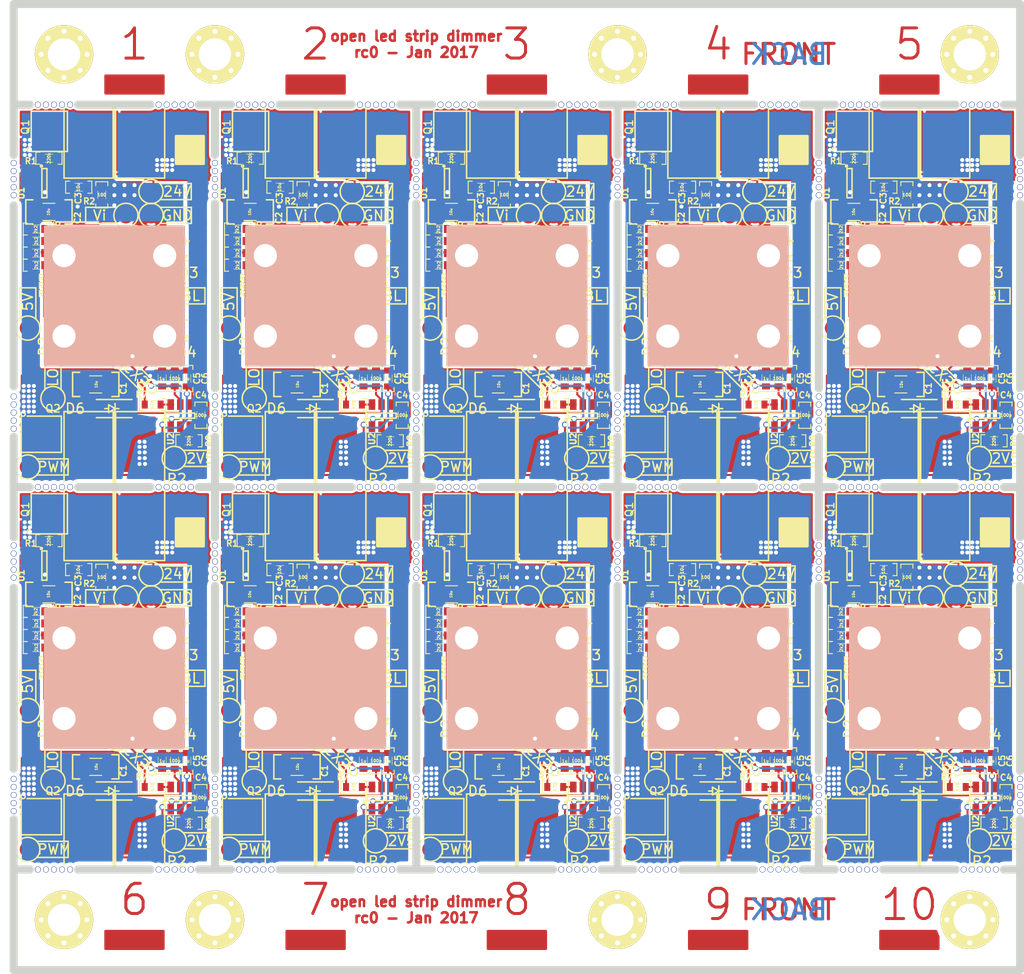
<source format=kicad_pcb>
(kicad_pcb (version 4) (host pcbnew 4.0.4-stable)
  (layers (0 F.Cu signal) (31 B.Cu signal) (34 B.Paste user) (35 F.Paste user) (36 B.SilkS user) (37 F.SilkS user) (38 B.Mask user) (39 F.Mask user) (44 Edge.Cuts user))
  (net 0 "")
  (net 1 GND)
  (net 2 +24V)
  (net 3 /Vi)
  (net 4 +5V)
  (net 5 +2V5)
  (net 6 /LD1)
  (net 7 /BL)
  (net 8 /LD2)
  (net 9 /LD3)
  (net 10 /LD4)
  (net 11 /PWRm)
  (net 12 /LOAD)
  (net 13 PWM)
  (net 14 /CX)
  (net 15 /Touch)
  (net 16 "Net-(U1-Pad2)")
  (module mhstuff:3mm_holes (layer F.Cu) (at 90 111)
    (fp_text reference REF** hide)
    (fp_text value 3mm_holes)
    (pad 1 thru_hole circle (at 0 0) (size 5.8 5.8) (drill 3.2) (layers *.Cu *.Mask F.SilkS))
    (pad 1 thru_hole circle (at 0 -2.286) (size 0.5 0.5) (drill 0.5) (layers *.Cu *.Mask F.SilkS))
    (pad 1 thru_hole circle (at -2.286 0) (size 0.5 0.5) (drill 0.5) (layers *.Cu *.Mask F.SilkS))
    (pad 1 thru_hole circle (at 1.6 -1.6) (size 0.5 0.5) (drill 0.5) (layers *.Cu *.Mask F.SilkS))
    (pad 1 thru_hole circle (at 2.286 0) (size 0.5 0.5) (drill 0.5) (layers *.Cu *.Mask F.SilkS))
    (pad 1 thru_hole circle (at -1.6 -1.6) (size 0.5 0.5) (drill 0.5) (layers *.Cu *.Mask F.SilkS))
    (pad 1 thru_hole circle (at -1.6 1.6) (size 0.5 0.5) (drill 0.5) (layers *.Cu *.Mask F.SilkS))
    (pad 1 thru_hole circle (at 0 2.286) (size 0.5 0.5) (drill 0.5) (layers *.Cu *.Mask F.SilkS))
    (pad 1 thru_hole circle (at 1.6 1.6) (size 0.5 0.5) (drill 0.5) (layers *.Cu *.Mask F.SilkS))
  )
  (module mhstuff:3mm_holes (layer F.Cu) (at 75 111)
    (fp_text reference REF** hide)
    (fp_text value 3mm_holes)
    (pad 1 thru_hole circle (at 0 0) (size 5.8 5.8) (drill 3.2) (layers *.Cu *.Mask F.SilkS))
    (pad 1 thru_hole circle (at 0 -2.286) (size 0.5 0.5) (drill 0.5) (layers *.Cu *.Mask F.SilkS))
    (pad 1 thru_hole circle (at -2.286 0) (size 0.5 0.5) (drill 0.5) (layers *.Cu *.Mask F.SilkS))
    (pad 1 thru_hole circle (at 1.6 -1.6) (size 0.5 0.5) (drill 0.5) (layers *.Cu *.Mask F.SilkS))
    (pad 1 thru_hole circle (at 2.286 0) (size 0.5 0.5) (drill 0.5) (layers *.Cu *.Mask F.SilkS))
    (pad 1 thru_hole circle (at -1.6 -1.6) (size 0.5 0.5) (drill 0.5) (layers *.Cu *.Mask F.SilkS))
    (pad 1 thru_hole circle (at -1.6 1.6) (size 0.5 0.5) (drill 0.5) (layers *.Cu *.Mask F.SilkS))
    (pad 1 thru_hole circle (at 0 2.286) (size 0.5 0.5) (drill 0.5) (layers *.Cu *.Mask F.SilkS))
    (pad 1 thru_hole circle (at 1.6 1.6) (size 0.5 0.5) (drill 0.5) (layers *.Cu *.Mask F.SilkS))
  )
  (module mhstuff:3mm_holes (layer F.Cu) (at 165 111)
    (fp_text reference REF** hide)
    (fp_text value 3mm_holes)
    (pad 1 thru_hole circle (at 0 0) (size 5.8 5.8) (drill 3.2) (layers *.Cu *.Mask F.SilkS))
    (pad 1 thru_hole circle (at 0 -2.286) (size 0.5 0.5) (drill 0.5) (layers *.Cu *.Mask F.SilkS))
    (pad 1 thru_hole circle (at -2.286 0) (size 0.5 0.5) (drill 0.5) (layers *.Cu *.Mask F.SilkS))
    (pad 1 thru_hole circle (at 1.6 -1.6) (size 0.5 0.5) (drill 0.5) (layers *.Cu *.Mask F.SilkS))
    (pad 1 thru_hole circle (at 2.286 0) (size 0.5 0.5) (drill 0.5) (layers *.Cu *.Mask F.SilkS))
    (pad 1 thru_hole circle (at -1.6 -1.6) (size 0.5 0.5) (drill 0.5) (layers *.Cu *.Mask F.SilkS))
    (pad 1 thru_hole circle (at -1.6 1.6) (size 0.5 0.5) (drill 0.5) (layers *.Cu *.Mask F.SilkS))
    (pad 1 thru_hole circle (at 0 2.286) (size 0.5 0.5) (drill 0.5) (layers *.Cu *.Mask F.SilkS))
    (pad 1 thru_hole circle (at 1.6 1.6) (size 0.5 0.5) (drill 0.5) (layers *.Cu *.Mask F.SilkS))
  )
  (module mhstuff:3mm_holes (layer F.Cu) (at 130 111)
    (fp_text reference REF** hide)
    (fp_text value 3mm_holes)
    (pad 1 thru_hole circle (at 0 0) (size 5.8 5.8) (drill 3.2) (layers *.Cu *.Mask F.SilkS))
    (pad 1 thru_hole circle (at 0 -2.286) (size 0.5 0.5) (drill 0.5) (layers *.Cu *.Mask F.SilkS))
    (pad 1 thru_hole circle (at -2.286 0) (size 0.5 0.5) (drill 0.5) (layers *.Cu *.Mask F.SilkS))
    (pad 1 thru_hole circle (at 1.6 -1.6) (size 0.5 0.5) (drill 0.5) (layers *.Cu *.Mask F.SilkS))
    (pad 1 thru_hole circle (at 2.286 0) (size 0.5 0.5) (drill 0.5) (layers *.Cu *.Mask F.SilkS))
    (pad 1 thru_hole circle (at -1.6 -1.6) (size 0.5 0.5) (drill 0.5) (layers *.Cu *.Mask F.SilkS))
    (pad 1 thru_hole circle (at -1.6 1.6) (size 0.5 0.5) (drill 0.5) (layers *.Cu *.Mask F.SilkS))
    (pad 1 thru_hole circle (at 0 2.286) (size 0.5 0.5) (drill 0.5) (layers *.Cu *.Mask F.SilkS))
    (pad 1 thru_hole circle (at 1.6 1.6) (size 0.5 0.5) (drill 0.5) (layers *.Cu *.Mask F.SilkS))
  )
  (module mhstuff:3mm_holes (layer F.Cu) (at 90 25)
    (fp_text reference REF** hide)
    (fp_text value 3mm_holes)
    (pad 1 thru_hole circle (at 0 0) (size 5.8 5.8) (drill 3.2) (layers *.Cu *.Mask F.SilkS))
    (pad 1 thru_hole circle (at 0 -2.286) (size 0.5 0.5) (drill 0.5) (layers *.Cu *.Mask F.SilkS))
    (pad 1 thru_hole circle (at -2.286 0) (size 0.5 0.5) (drill 0.5) (layers *.Cu *.Mask F.SilkS))
    (pad 1 thru_hole circle (at 1.6 -1.6) (size 0.5 0.5) (drill 0.5) (layers *.Cu *.Mask F.SilkS))
    (pad 1 thru_hole circle (at 2.286 0) (size 0.5 0.5) (drill 0.5) (layers *.Cu *.Mask F.SilkS))
    (pad 1 thru_hole circle (at -1.6 -1.6) (size 0.5 0.5) (drill 0.5) (layers *.Cu *.Mask F.SilkS))
    (pad 1 thru_hole circle (at -1.6 1.6) (size 0.5 0.5) (drill 0.5) (layers *.Cu *.Mask F.SilkS))
    (pad 1 thru_hole circle (at 0 2.286) (size 0.5 0.5) (drill 0.5) (layers *.Cu *.Mask F.SilkS))
    (pad 1 thru_hole circle (at 1.6 1.6) (size 0.5 0.5) (drill 0.5) (layers *.Cu *.Mask F.SilkS))
  )
  (module mhstuff:3mm_holes (layer F.Cu) (at 75 25)
    (fp_text reference REF** hide)
    (fp_text value 3mm_holes)
    (pad 1 thru_hole circle (at 0 0) (size 5.8 5.8) (drill 3.2) (layers *.Cu *.Mask F.SilkS))
    (pad 1 thru_hole circle (at 0 -2.286) (size 0.5 0.5) (drill 0.5) (layers *.Cu *.Mask F.SilkS))
    (pad 1 thru_hole circle (at -2.286 0) (size 0.5 0.5) (drill 0.5) (layers *.Cu *.Mask F.SilkS))
    (pad 1 thru_hole circle (at 1.6 -1.6) (size 0.5 0.5) (drill 0.5) (layers *.Cu *.Mask F.SilkS))
    (pad 1 thru_hole circle (at 2.286 0) (size 0.5 0.5) (drill 0.5) (layers *.Cu *.Mask F.SilkS))
    (pad 1 thru_hole circle (at -1.6 -1.6) (size 0.5 0.5) (drill 0.5) (layers *.Cu *.Mask F.SilkS))
    (pad 1 thru_hole circle (at -1.6 1.6) (size 0.5 0.5) (drill 0.5) (layers *.Cu *.Mask F.SilkS))
    (pad 1 thru_hole circle (at 0 2.286) (size 0.5 0.5) (drill 0.5) (layers *.Cu *.Mask F.SilkS))
    (pad 1 thru_hole circle (at 1.6 1.6) (size 0.5 0.5) (drill 0.5) (layers *.Cu *.Mask F.SilkS))
  )
  (module mhstuff:3mm_holes (layer F.Cu) (at 130 25)
    (fp_text reference REF** hide)
    (fp_text value 3mm_holes)
    (pad 1 thru_hole circle (at 0 0) (size 5.8 5.8) (drill 3.2) (layers *.Cu *.Mask F.SilkS))
    (pad 1 thru_hole circle (at 0 -2.286) (size 0.5 0.5) (drill 0.5) (layers *.Cu *.Mask F.SilkS))
    (pad 1 thru_hole circle (at -2.286 0) (size 0.5 0.5) (drill 0.5) (layers *.Cu *.Mask F.SilkS))
    (pad 1 thru_hole circle (at 1.6 -1.6) (size 0.5 0.5) (drill 0.5) (layers *.Cu *.Mask F.SilkS))
    (pad 1 thru_hole circle (at 2.286 0) (size 0.5 0.5) (drill 0.5) (layers *.Cu *.Mask F.SilkS))
    (pad 1 thru_hole circle (at -1.6 -1.6) (size 0.5 0.5) (drill 0.5) (layers *.Cu *.Mask F.SilkS))
    (pad 1 thru_hole circle (at -1.6 1.6) (size 0.5 0.5) (drill 0.5) (layers *.Cu *.Mask F.SilkS))
    (pad 1 thru_hole circle (at 0 2.286) (size 0.5 0.5) (drill 0.5) (layers *.Cu *.Mask F.SilkS))
    (pad 1 thru_hole circle (at 1.6 1.6) (size 0.5 0.5) (drill 0.5) (layers *.Cu *.Mask F.SilkS))
  )
  (module LEDs:LED_1206_revmnt (layer F.Cu) (at 155 91 90)
    (fp_text reference D2 (at -1 -2 90) (layer F.SilkS))
    (fp_text value LED)
    (fp_text user + (at 1.6 -1.8 90) (layer F.SilkS))
    (pad 2 smd rect (at 1.65 0 270) (size 0.8 1.7) (layers F.Cu F.Paste F.Mask) (net 8 /LD2))
    (pad 1 smd rect (at -1.65 0 270) (size 0.8 1.7) (layers F.Cu F.Paste F.Mask) (net 7 /BL))
    (pad "" np_thru_hole circle (at 0 0 270) (size 2.3 2.3) (drill 2.3) (layers *.Cu *.Mask))
  )
  (module pogo:RECP_709150001050006 (layer F.Cu) (at 159 90 90)
    (fp_text reference W7)
    (fp_text value LD2 (at 2.6 0 90) (layer F.SilkS))
    (pad 1 smd circle (at 0 0 90) (size 1.6 1.6) (layers F.Cu F.Mask) (net 8 /LD2))
  )
  (module pogo:RECP_709150001050006 (layer F.Cu) (at 153.9 97.2 90)
    (fp_text reference W14)
    (fp_text value LOD (at 2.6 0 90) (layer F.SilkS))
    (pad 1 smd circle (at 0 0 90) (size 1.6 1.6) (layers F.Cu F.Mask) (net 12 /LOAD))
  )
  (module kicap_rescap:SMD-C-1206 (layer F.Cu) (at 158.15 95.8 180)
    (fp_text reference C1 (at -2.75 -0.4 270) (layer F.SilkS) (effects (font (size 0.6 0.6) (thickness 0.14))))
    (fp_text value 10u (at -0.05 0 270) (layer F.SilkS) (effects (font (size 0.25 0.25) (thickness 0.0625))))
    (pad 2 smd rect (at 1.375 0) (size 1.25 1.75) (layers F.Cu F.Paste F.Mask) (net 1 GND))
    (pad 1 smd rect (at -1.375 0) (size 1.25 1.75) (layers F.Cu F.Paste F.Mask) (net 2 +24V))
  )
  (module pogo:RECP_709150001050006 (layer F.Cu) (at 151.4 90.2 90)
    (fp_text reference W4)
    (fp_text value 5V (at 2.6 0 90) (layer F.SilkS))
    (pad 1 smd circle (at 0 0 90) (size 1.6 1.6) (layers F.Cu F.Mask) (net 4 +5V))
  )
  (module kicap_rescap:SMD-C-0603 (layer F.Cu) (at 156.9 89.88994 270)
    (fp_text reference C9 (at -2 0 360) (layer F.SilkS) (effects (font (size 0.59944 0.59944) (thickness 0.13))))
    (fp_text value 10n (at 0 0 360) (layer F.SilkS) (effects (font (size 0.29972 0.29972) (thickness 0.07493))))
    (pad 1 smd rect (at -0.78994 0 270) (size 0.59944 0.79756) (layers F.Cu F.Paste F.Mask) (net 8 /LD2))
    (pad 2 smd rect (at 0.78994 0 270) (size 0.59944 0.79756) (layers F.Cu F.Paste F.Mask) (net 7 /BL))
  )
  (module kicap_rescap:SMD-R-0603 (layer F.Cu) (at 167.41006 101.4 180)
    (fp_text reference R8 (at -2 0 270) (layer F.SilkS) (effects (font (size 0.59944 0.59944) (thickness 0.13))))
    (fp_text value 220k (at 0 0 270) (layer F.SilkS) (effects (font (size 0.29972 0.29972) (thickness 0.07493))))
    (pad 1 smd rect (at -0.78994 0 180) (size 0.59944 0.79756) (layers F.Cu F.Paste F.Mask) (net 13 PWM))
    (pad 2 smd rect (at 0.78994 0 180) (size 0.59944 0.79756) (layers F.Cu F.Paste F.Mask) (net 1 GND))
  )
  (module mhstuff:manufacturing-breakaway2 (layer F.Cu) (at 170 98.6 90)
    (fp_text reference REF** hide)
    (fp_text value manufacturing-breakaway hide)
    (pad "" np_thru_hole circle (at 0 0 90) (size 0.6 0.6) (drill 0.5) (layers *.Cu))
    (pad "" np_thru_hole circle (at 0.8 0 90) (size 0.6 0.6) (drill 0.5) (layers *.Cu))
    (pad "" np_thru_hole circle (at -0.8 0 90) (size 0.6 0.6) (drill 0.5) (layers *.Cu))
    (pad "" np_thru_hole circle (at 1.6 0 90) (size 0.6 0.6) (drill 0.5) (layers *.Cu))
    (pad "" np_thru_hole circle (at -1.6 0 90) (size 0.6 0.6) (drill 0.5) (layers *.Cu))
  )
  (module mhstuff:manufacturing-breakaway2 (layer F.Cu) (at 166 106 180)
    (fp_text reference REF** hide)
    (fp_text value manufacturing-breakaway hide)
    (pad "" np_thru_hole circle (at 0 0 180) (size 0.6 0.6) (drill 0.5) (layers *.Cu))
    (pad "" np_thru_hole circle (at 0.8 0 180) (size 0.6 0.6) (drill 0.5) (layers *.Cu))
    (pad "" np_thru_hole circle (at -0.8 0 180) (size 0.6 0.6) (drill 0.5) (layers *.Cu))
    (pad "" np_thru_hole circle (at 1.6 0 180) (size 0.6 0.6) (drill 0.5) (layers *.Cu))
    (pad "" np_thru_hole circle (at -1.6 0 180) (size 0.6 0.6) (drill 0.5) (layers *.Cu))
  )
  (module pogo:RECP_709150001050006 (layer F.Cu) (at 165.95 103.15)
    (fp_text reference W6)
    (fp_text value 2V5 (at 2.6 0) (layer F.SilkS))
    (pad 1 smd circle (at 0 0) (size 1.6 1.6) (layers F.Cu F.Mask) (net 5 +2V5))
  )
  (module kicap_rescap:SMD-C-0603 (layer F.Cu) (at 168.6 98.86006 270)
    (fp_text reference C4 (at -2 0 360) (layer F.SilkS) (effects (font (size 0.59944 0.59944) (thickness 0.13))))
    (fp_text value 100p (at 0 0 360) (layer F.SilkS) (effects (font (size 0.29972 0.29972) (thickness 0.07493))))
    (pad 1 smd rect (at -0.78994 0 270) (size 0.59944 0.79756) (layers F.Cu F.Paste F.Mask) (net 5 +2V5))
    (pad 2 smd rect (at 0.78994 0 270) (size 0.59944 0.79756) (layers F.Cu F.Paste F.Mask) (net 1 GND))
  )
  (module TO_SOT_Packages_SMD:SOT-23-6 (layer F.Cu) (at 166.55 98.9 90)
    (fp_text reference U2 (at -2.3 -0.95 90) (layer F.SilkS) (effects (font (size 0.6 0.6))))
    (fp_text value IQS904D)
    (pad 1 smd rect (at -1.1 -0.95 90) (size 1.06 0.65) (layers F.Cu F.Paste F.Mask) (net 7 /BL))
    (pad 2 smd rect (at -1.1 0 90) (size 1.06 0.65) (layers F.Cu F.Paste F.Mask) (net 1 GND))
    (pad 3 smd rect (at -1.1 0.95 90) (size 1.06 0.65) (layers F.Cu F.Paste F.Mask) (net 13 PWM))
    (pad 4 smd rect (at 1.1 0.95 90) (size 1.06 0.65) (layers F.Cu F.Paste F.Mask) (net 5 +2V5))
    (pad 6 smd rect (at 1.1 -0.95 90) (size 1.06 0.65) (layers F.Cu F.Paste F.Mask) (net 14 /CX))
    (pad 5 smd rect (at 1.1 0 90) (size 1.06 0.65) (layers F.Cu F.Paste F.Mask) (net 4 +5V))
  )
  (module LEDs:LED_1206_revmnt (layer F.Cu) (at 165 91 90)
    (fp_text reference D4 (at -1.6 2.2 180) (layer F.SilkS))
    (fp_text value LED)
    (fp_text user + (at 1.6 1.8 90) (layer F.SilkS))
    (pad 2 smd rect (at 1.65 0 270) (size 0.8 1.7) (layers F.Cu F.Paste F.Mask) (net 10 /LD4))
    (pad 1 smd rect (at -1.65 0 270) (size 0.8 1.7) (layers F.Cu F.Paste F.Mask) (net 7 /BL))
    (pad "" np_thru_hole circle (at 0 0 270) (size 2.3 2.3) (drill 2.3) (layers *.Cu *.Mask))
  )
  (module kicap_rescap:SMD-C-0603 (layer F.Cu) (at 166 95.2 90)
    (fp_text reference C5 (at 0 2.2 270) (layer F.SilkS) (effects (font (size 0.59944 0.59944) (thickness 0.13))))
    (fp_text value 100p (at 0 0 180) (layer F.SilkS) (effects (font (size 0.29972 0.29972) (thickness 0.07493))))
    (pad 1 smd rect (at -0.78994 0 90) (size 0.59944 0.79756) (layers F.Cu F.Paste F.Mask) (net 4 +5V))
    (pad 2 smd rect (at 0.78994 0 90) (size 0.59944 0.79756) (layers F.Cu F.Paste F.Mask) (net 1 GND))
  )
  (module pogo:RECP_709150001050006 (layer F.Cu) (at 165 87)
    (fp_text reference W3 hide)
    (fp_text value BL (at 2.6 0) (layer F.SilkS))
    (pad 1 smd circle (at 0 0) (size 1.6 1.6) (layers F.Cu F.Mask) (net 7 /BL))
  )
  (module kicap_rescap:SMD-C-0603 (layer F.Cu) (at 164.75 95.21006 90)
    (fp_text reference C7 (at -0.98994 -0.95 270) (layer F.SilkS) (effects (font (size 0.59944 0.59944) (thickness 0.13))))
    (fp_text value 1u (at -0.01006 0 180) (layer F.SilkS) (effects (font (size 0.29972 0.29972) (thickness 0.07493))))
    (pad 1 smd rect (at -0.78994 0 90) (size 0.59944 0.79756) (layers F.Cu F.Paste F.Mask) (net 4 +5V))
    (pad 2 smd rect (at 0.78994 0 90) (size 0.59944 0.79756) (layers F.Cu F.Paste F.Mask) (net 1 GND))
  )
  (module pogo:RECP_709150001050006 (layer F.Cu) (at 162 90 90)
    (fp_text reference W10)
    (fp_text value LD4 (at 2.6 0 90) (layer F.SilkS))
    (pad 1 smd circle (at 0 0 90) (size 1.6 1.6) (layers F.Cu F.Mask) (net 10 /LD4))
  )
  (module kicap_rescap:SMD-C-0603 (layer F.Cu) (at 163.2 87.81006 270)
    (fp_text reference C11 (at 0.48994 -3.1 360) (layer F.SilkS) (effects (font (size 0.59944 0.59944) (thickness 0.13))))
    (fp_text value 10n (at 0 0 360) (layer F.SilkS) (effects (font (size 0.29972 0.29972) (thickness 0.07493))))
    (pad 1 smd rect (at -0.78994 0 270) (size 0.59944 0.79756) (layers F.Cu F.Paste F.Mask) (net 10 /LD4))
    (pad 2 smd rect (at 0.78994 0 270) (size 0.59944 0.79756) (layers F.Cu F.Paste F.Mask) (net 7 /BL))
  )
  (module kicap_rescap:SMD-C-0603 (layer F.Cu) (at 167.2 95.21006 90)
    (fp_text reference C6 (at 0.01006 1.8 270) (layer F.SilkS) (effects (font (size 0.59944 0.59944) (thickness 0.13))))
    (fp_text value 1u (at 0 0 180) (layer F.SilkS) (effects (font (size 0.29972 0.29972) (thickness 0.07493))))
    (pad 1 smd rect (at -0.78994 0 90) (size 0.59944 0.79756) (layers F.Cu F.Paste F.Mask) (net 5 +2V5))
    (pad 2 smd rect (at 0.78994 0 90) (size 0.59944 0.79756) (layers F.Cu F.Paste F.Mask) (net 1 GND))
  )
  (module pogo:RECP_709150001050006 (layer F.Cu) (at 160.3 93 315)
    (fp_text reference W12)
    (fp_text value CX2 (at 2.6 0 315) (layer F.SilkS))
    (pad 1 smd circle (at 0 0 315) (size 1.6 1.6) (layers F.Cu F.Mask) (net 15 /Touch))
  )
  (module Diodes_SMD:SOD-123 (layer F.Cu) (at 159.75 98.2 180)
    (fp_text reference D6 (at 3.65 0 180) (layer F.SilkS))
    (fp_text value PMEG6010 hide)
    (pad 1 smd rect (at -1.635 0 180) (size 0.91 1.22) (layers F.Cu F.Paste F.Mask) (net 2 +24V))
    (pad 2 smd rect (at 1.635 0 180) (size 0.91 1.22) (layers F.Cu F.Paste F.Mask) (net 12 /LOAD))
  )
  (module kicap_rescap:SMD-R-0603 (layer F.Cu) (at 163.81006 97.8 180)
    (fp_text reference R7 (at 1.11006 1 360) (layer F.SilkS) (effects (font (size 0.59944 0.59944) (thickness 0.13))))
    (fp_text value 470 (at 0 0 270) (layer F.SilkS) (effects (font (size 0.29972 0.29972) (thickness 0.07493))))
    (pad 1 smd rect (at -0.78994 0 180) (size 0.59944 0.79756) (layers F.Cu F.Paste F.Mask) (net 14 /CX))
    (pad 2 smd rect (at 0.78994 0 180) (size 0.59944 0.79756) (layers F.Cu F.Paste F.Mask) (net 15 /Touch))
  )
  (module mhstuff:manufacturing-breakaway2 (layer F.Cu) (at 154 106 180)
    (fp_text reference REF** hide)
    (fp_text value manufacturing-breakaway hide)
    (pad "" np_thru_hole circle (at 0 0 180) (size 0.6 0.6) (drill 0.5) (layers *.Cu))
    (pad "" np_thru_hole circle (at 0.8 0 180) (size 0.6 0.6) (drill 0.5) (layers *.Cu))
    (pad "" np_thru_hole circle (at -0.8 0 180) (size 0.6 0.6) (drill 0.5) (layers *.Cu))
    (pad "" np_thru_hole circle (at 1.6 0 180) (size 0.6 0.6) (drill 0.5) (layers *.Cu))
    (pad "" np_thru_hole circle (at -1.6 0 180) (size 0.6 0.6) (drill 0.5) (layers *.Cu))
  )
  (module pogo:RECP_709150001050006 (layer F.Cu) (at 151.4 104)
    (fp_text reference W13)
    (fp_text value PWM (at 2.6 0) (layer F.SilkS))
    (pad 1 smd circle (at 0 0) (size 1.6 1.6) (layers F.Cu F.Mask) (net 13 PWM))
  )
  (module mhstuff:solder_cable_2 (layer F.Cu) (at 160 102 90)
    (fp_text reference P2 (at -3.2 6.2 180) (layer F.SilkS))
    (fp_text value SolderCable hide)
    (pad 1 connect rect (at 0 -2.5 90) (size 5 3) (layers F.Cu F.Mask) (net 12 /LOAD))
    (pad 2 connect rect (at 0 2.5 90) (size 5 3) (layers F.Cu F.Mask) (net 2 +24V))
  )
  (module mhstuff:WDFN8_3.3x3.3 (layer F.Cu) (at 152.9325 100.75 270)
    (fp_text reference Q2 (at -2.55 -0.9675 360) (layer F.SilkS) (effects (font (size 0.75 0.75) (thickness 0.125))))
    (fp_text value NTTFS5820NLTAG)
    (pad 3 smd rect (at 1.385 0.1425 90) (size 0.55 0.42) (layers F.Cu F.Paste) (net 12 /LOAD))
    (pad 3 smd rect (at 0.61 0.0525 90) (size 1 1) (layers F.Cu F.Paste) (net 12 /LOAD))
    (pad 3 smd rect (at 0.98 -1.3325 90) (size 0.26 0.5) (layers F.Cu F.Paste) (net 12 /LOAD))
    (pad 3 smd rect (at 0.61 -0.8475 90) (size 1 0.47) (layers F.Cu F.Paste) (net 12 /LOAD))
    (pad 3 smd rect (at 0.34 -1.3325 90) (size 0.26 0.5) (layers F.Cu F.Paste) (net 12 /LOAD))
    (pad 3 smd rect (at -0.34 -1.3325 270) (size 0.26 0.5) (layers F.Cu F.Paste) (net 12 /LOAD))
    (pad 3 smd rect (at -0.61 -0.8475 270) (size 1 0.47) (layers F.Cu F.Paste) (net 12 /LOAD))
    (pad 3 smd rect (at 1.45 0.1325 90) (size 0.545 0.57) (layers F.Cu F.Mask) (net 12 /LOAD))
    (pad 2 smd rect (at 0.98 1.6025 90) (size 0.42 0.66) (layers F.Cu F.Paste F.Mask) (net 13 PWM))
    (pad 1 smd rect (at 0.33 1.6025 90) (size 0.42 0.66) (layers F.Cu F.Paste F.Mask) (net 1 GND))
    (pad 1 smd rect (at -0.32 1.6025 90) (size 0.42 0.66) (layers F.Cu F.Paste F.Mask) (net 1 GND))
    (pad 1 smd rect (at -0.97 1.6025 90) (size 0.42 0.66) (layers F.Cu F.Paste F.Mask) (net 1 GND))
    (pad 3 smd rect (at 0.98 -1.3375 90) (size 0.42 0.66) (layers F.Cu F.Mask) (net 12 /LOAD))
    (pad 3 smd rect (at 0.33 -1.3375 90) (size 0.42 0.66) (layers F.Cu F.Mask) (net 12 /LOAD))
    (pad 3 smd rect (at -0.32 -1.3375 90) (size 0.42 0.66) (layers F.Cu F.Mask) (net 12 /LOAD))
    (pad 3 smd rect (at -0.97 -1.3375 90) (size 0.42 0.66) (layers F.Cu F.Mask) (net 12 /LOAD))
    (pad 3 smd rect (at 0 -0.2875 90) (size 2.37 1.83) (layers F.Cu F.Mask) (net 12 /LOAD))
    (pad 3 smd rect (at -1.45 0.1325 90) (size 0.545 0.57) (layers F.Cu F.Mask) (net 12 /LOAD))
    (pad 3 smd rect (at -0.98 -1.3325 270) (size 0.26 0.5) (layers F.Cu F.Paste) (net 12 /LOAD))
    (pad 3 smd rect (at -0.61 0.0525 90) (size 1 1) (layers F.Cu F.Paste) (net 12 /LOAD))
    (pad 3 smd rect (at -1.385 0.1425 90) (size 0.55 0.42) (layers F.Cu F.Paste) (net 12 /LOAD))
  )
  (module LEDs:LED_1206_revmnt (layer F.Cu) (at 155 53 90)
    (fp_text reference D2 (at -1 -2 90) (layer F.SilkS))
    (fp_text value LED)
    (fp_text user + (at 1.6 -1.8 90) (layer F.SilkS))
    (pad 2 smd rect (at 1.65 0 270) (size 0.8 1.7) (layers F.Cu F.Paste F.Mask) (net 8 /LD2))
    (pad 1 smd rect (at -1.65 0 270) (size 0.8 1.7) (layers F.Cu F.Paste F.Mask) (net 7 /BL))
    (pad "" np_thru_hole circle (at 0 0 270) (size 2.3 2.3) (drill 2.3) (layers *.Cu *.Mask))
  )
  (module pogo:RECP_709150001050006 (layer F.Cu) (at 159 52 90)
    (fp_text reference W7)
    (fp_text value LD2 (at 2.6 0 90) (layer F.SilkS))
    (pad 1 smd circle (at 0 0 90) (size 1.6 1.6) (layers F.Cu F.Mask) (net 8 /LD2))
  )
  (module pogo:RECP_709150001050006 (layer F.Cu) (at 151.4 52.2 90)
    (fp_text reference W4)
    (fp_text value 5V (at 2.6 0 90) (layer F.SilkS))
    (pad 1 smd circle (at 0 0 90) (size 1.6 1.6) (layers F.Cu F.Mask) (net 4 +5V))
  )
  (module kicap_rescap:SMD-C-0603 (layer F.Cu) (at 156.9 51.88994 270)
    (fp_text reference C9 (at -2 0 360) (layer F.SilkS) (effects (font (size 0.59944 0.59944) (thickness 0.13))))
    (fp_text value 10n (at 0 0 360) (layer F.SilkS) (effects (font (size 0.29972 0.29972) (thickness 0.07493))))
    (pad 1 smd rect (at -0.78994 0 270) (size 0.59944 0.79756) (layers F.Cu F.Paste F.Mask) (net 8 /LD2))
    (pad 2 smd rect (at 0.78994 0 270) (size 0.59944 0.79756) (layers F.Cu F.Paste F.Mask) (net 7 /BL))
  )
  (module kicap_rescap:SMD-C-0603 (layer F.Cu) (at 163.2 49.81006 270)
    (fp_text reference C11 (at 0.48994 -3.1 360) (layer F.SilkS) (effects (font (size 0.59944 0.59944) (thickness 0.13))))
    (fp_text value 10n (at 0 0 360) (layer F.SilkS) (effects (font (size 0.29972 0.29972) (thickness 0.07493))))
    (pad 1 smd rect (at -0.78994 0 270) (size 0.59944 0.79756) (layers F.Cu F.Paste F.Mask) (net 10 /LD4))
    (pad 2 smd rect (at 0.78994 0 270) (size 0.59944 0.79756) (layers F.Cu F.Paste F.Mask) (net 7 /BL))
  )
  (module pogo:RECP_709150001050006 (layer F.Cu) (at 162 52 90)
    (fp_text reference W10)
    (fp_text value LD4 (at 2.6 0 90) (layer F.SilkS))
    (pad 1 smd circle (at 0 0 90) (size 1.6 1.6) (layers F.Cu F.Mask) (net 10 /LD4))
  )
  (module kicap_rescap:SMD-C-1206 (layer F.Cu) (at 153.5 40.656)
    (fp_text reference C2 (at 2.85 0.6 90) (layer F.SilkS) (effects (font (size 0.6 0.6) (thickness 0.14))))
    (fp_text value 10u (at -0.05 0 90) (layer F.SilkS) (effects (font (size 0.25 0.25) (thickness 0.0625))))
    (pad 2 smd rect (at 1.375 0 180) (size 1.25 1.75) (layers F.Cu F.Paste F.Mask) (net 1 GND))
    (pad 1 smd rect (at -1.375 0 180) (size 1.25 1.75) (layers F.Cu F.Paste F.Mask) (net 3 /Vi))
  )
  (module kicap_rescap:SMD-R-0603 (layer F.Cu) (at 152.25 42.35)
    (fp_text reference R6 (at 2.05 -0.25 90) (layer F.SilkS) (effects (font (size 0.59944 0.59944) (thickness 0.13))))
    (fp_text value 2k2 (at -0.05 0.05 90) (layer F.SilkS) (effects (font (size 0.29972 0.29972) (thickness 0.07493))))
    (pad 1 smd rect (at -0.78994 0) (size 0.59944 0.79756) (layers F.Cu F.Paste F.Mask) (net 4 +5V))
    (pad 2 smd rect (at 0.78994 0) (size 0.59944 0.79756) (layers F.Cu F.Paste F.Mask) (net 10 /LD4))
  )
  (module kicap_rescap:SMD-R-0603 (layer F.Cu) (at 152.25 45.95)
    (fp_text reference R4 (at 0.75 2.85 180) (layer F.SilkS) (effects (font (size 0.59944 0.59944) (thickness 0.13))))
    (fp_text value 2k2 (at 0 0 90) (layer F.SilkS) (effects (font (size 0.29972 0.29972) (thickness 0.07493))))
    (pad 1 smd rect (at -0.78994 0) (size 0.59944 0.79756) (layers F.Cu F.Paste F.Mask) (net 4 +5V))
    (pad 2 smd rect (at 0.78994 0) (size 0.59944 0.79756) (layers F.Cu F.Paste F.Mask) (net 8 /LD2))
  )
  (module kicap_rescap:SMD-R-0603 (layer F.Cu) (at 152.25 44.75)
    (fp_text reference R3 (at 0.75 3.25 180) (layer F.SilkS) (effects (font (size 0.59944 0.59944) (thickness 0.13))))
    (fp_text value 2k2 (at 0 0 90) (layer F.SilkS) (effects (font (size 0.29972 0.29972) (thickness 0.07493))))
    (pad 1 smd rect (at -0.78994 0) (size 0.59944 0.79756) (layers F.Cu F.Paste F.Mask) (net 4 +5V))
    (pad 2 smd rect (at 0.78994 0) (size 0.59944 0.79756) (layers F.Cu F.Paste F.Mask) (net 6 /LD1))
  )
  (module LEDs:LED_1206_revmnt (layer F.Cu) (at 155 45 90)
    (fp_text reference D1 (at -3.2 0 180) (layer F.SilkS))
    (fp_text value LED)
    (fp_text user + (at 1.3 1.8 90) (layer F.SilkS))
    (pad 2 smd rect (at 1.65 0 270) (size 0.8 1.7) (layers F.Cu F.Paste F.Mask) (net 6 /LD1))
    (pad 1 smd rect (at -1.65 0 270) (size 0.8 1.7) (layers F.Cu F.Paste F.Mask) (net 7 /BL))
    (pad "" np_thru_hole circle (at 0 0 270) (size 2.3 2.3) (drill 2.3) (layers *.Cu *.Mask))
  )
  (module pogo:RECP_709150001050006 (layer F.Cu) (at 159 44 270)
    (fp_text reference W5)
    (fp_text value LD1 (at 2.6 0 270) (layer F.SilkS))
    (pad 1 smd circle (at 0 0 270) (size 1.6 1.6) (layers F.Cu F.Mask) (net 6 /LD1))
  )
  (module kicap_rescap:SMD-C-0603 (layer F.Cu) (at 156.9 47.11006 270)
    (fp_text reference C8 (at 1.88994 0 360) (layer F.SilkS) (effects (font (size 0.59944 0.59944) (thickness 0.13))))
    (fp_text value 10n (at 0 0 360) (layer F.SilkS) (effects (font (size 0.29972 0.29972) (thickness 0.07493))))
    (pad 1 smd rect (at -0.78994 0 270) (size 0.59944 0.79756) (layers F.Cu F.Paste F.Mask) (net 6 /LD1))
    (pad 2 smd rect (at 0.78994 0 270) (size 0.59944 0.79756) (layers F.Cu F.Paste F.Mask) (net 7 /BL))
  )
  (module kicap_rescap:SMD-R-0603 (layer F.Cu) (at 152.25 43.55)
    (fp_text reference R5 (at 0.75 3.65 180) (layer F.SilkS) (effects (font (size 0.59944 0.59944) (thickness 0.13))))
    (fp_text value 2k2 (at 0 0 90) (layer F.SilkS) (effects (font (size 0.29972 0.29972) (thickness 0.07493))))
    (pad 1 smd rect (at -0.78994 0) (size 0.59944 0.79756) (layers F.Cu F.Paste F.Mask) (net 4 +5V))
    (pad 2 smd rect (at 0.78994 0) (size 0.59944 0.79756) (layers F.Cu F.Paste F.Mask) (net 9 /LD3))
  )
  (module pogo:RECP_709150001050006 (layer F.Cu) (at 163.64 38.635)
    (fp_text reference W1)
    (fp_text value 24V (at 2.6 0) (layer F.SilkS))
    (pad 1 smd circle (at 0 0) (size 1.6 1.6) (layers F.Cu F.Mask) (net 2 +24V))
  )
  (module kicap_rescap:SMD-R-0603 (layer F.Cu) (at 158.75 38.96006 90)
    (fp_text reference R2 (at -0.63994 -1.25 180) (layer F.SilkS) (effects (font (size 0.59944 0.59944) (thickness 0.13))))
    (fp_text value 100 (at 0 0 180) (layer F.SilkS) (effects (font (size 0.29972 0.29972) (thickness 0.07493))))
    (pad 1 smd rect (at -0.78994 0 90) (size 0.59944 0.79756) (layers F.Cu F.Paste F.Mask) (net 3 /Vi))
    (pad 2 smd rect (at 0.78994 0 90) (size 0.59944 0.79756) (layers F.Cu F.Paste F.Mask) (net 2 +24V))
  )
  (module pogo:RECP_709150001050006 (layer F.Cu) (at 163.65 41)
    (fp_text reference W8)
    (fp_text value GND (at 2.6 0) (layer F.SilkS))
    (pad 1 smd circle (at 0 0) (size 1.6 1.6) (layers F.Cu F.Mask) (net 1 GND) (thermal_gap 0.2))
  )
  (module mhstuff:manufacturing-breakaway2 (layer F.Cu) (at 166 30 180)
    (fp_text reference REF** hide)
    (fp_text value manufacturing-breakaway hide)
    (pad "" np_thru_hole circle (at 0 0 180) (size 0.6 0.6) (drill 0.5) (layers *.Cu))
    (pad "" np_thru_hole circle (at 0.8 0 180) (size 0.6 0.6) (drill 0.5) (layers *.Cu))
    (pad "" np_thru_hole circle (at -0.8 0 180) (size 0.6 0.6) (drill 0.5) (layers *.Cu))
    (pad "" np_thru_hole circle (at 1.6 0 180) (size 0.6 0.6) (drill 0.5) (layers *.Cu))
    (pad "" np_thru_hole circle (at -1.6 0 180) (size 0.6 0.6) (drill 0.5) (layers *.Cu))
  )
  (module mhstuff:manufacturing-breakaway2 (layer F.Cu) (at 170 37.4 270)
    (fp_text reference REF** hide)
    (fp_text value manufacturing-breakaway hide)
    (pad "" np_thru_hole circle (at 0 0 270) (size 0.6 0.6) (drill 0.5) (layers *.Cu))
    (pad "" np_thru_hole circle (at 0.8 0 270) (size 0.6 0.6) (drill 0.5) (layers *.Cu))
    (pad "" np_thru_hole circle (at -0.8 0 270) (size 0.6 0.6) (drill 0.5) (layers *.Cu))
    (pad "" np_thru_hole circle (at 1.6 0 270) (size 0.6 0.6) (drill 0.5) (layers *.Cu))
    (pad "" np_thru_hole circle (at -1.6 0 270) (size 0.6 0.6) (drill 0.5) (layers *.Cu))
  )
  (module pogo:RECP_709150001050006 (layer F.Cu) (at 161.15 41 180)
    (fp_text reference W2)
    (fp_text value Vi (at 2.6 0 180) (layer F.SilkS))
    (pad 1 smd circle (at 0 0 180) (size 1.6 1.6) (layers F.Cu F.Mask) (net 3 /Vi))
  )
  (module mhstuff:solder_cable_2 (layer F.Cu) (at 160 33.8 270)
    (fp_text reference P1 hide)
    (fp_text value SolderCable hide)
    (pad 1 connect rect (at 0 -2.5 270) (size 5 3) (layers F.Cu F.Mask) (net 2 +24V))
    (pad 2 connect rect (at 0 2.5 270) (size 5 3) (layers F.Cu F.Mask) (net 11 /PWRm))
  )
  (module kicap_rescap:SMD-C-0603 (layer F.Cu) (at 156.46006 38.2 180)
    (fp_text reference C3 (at 0.05 -1.1 270) (layer F.SilkS) (effects (font (size 0.59944 0.59944) (thickness 0.13))))
    (fp_text value 10u (at 0.05 0 270) (layer F.SilkS) (effects (font (size 0.29972 0.29972) (thickness 0.07493))))
    (pad 1 smd rect (at -0.78994 0 180) (size 0.59944 0.79756) (layers F.Cu F.Paste F.Mask) (net 4 +5V))
    (pad 2 smd rect (at 0.78994 0 180) (size 0.59944 0.79756) (layers F.Cu F.Paste F.Mask) (net 1 GND))
  )
  (module kicap_rescap:SMD-R-0603 (layer F.Cu) (at 153.5 35.322 180)
    (fp_text reference R1 (at 1.8 -0.278 360) (layer F.SilkS) (effects (font (size 0.59944 0.59944) (thickness 0.13))))
    (fp_text value 220k (at 0 0 270) (layer F.SilkS) (effects (font (size 0.29972 0.29972) (thickness 0.07493))))
    (pad 1 smd rect (at -0.78994 0 180) (size 0.59944 0.79756) (layers F.Cu F.Paste F.Mask) (net 4 +5V))
    (pad 2 smd rect (at 0.78994 0 180) (size 0.59944 0.79756) (layers F.Cu F.Paste F.Mask) (net 1 GND) (thermal_gap 0.2))
  )
  (module mhstuff:manufacturing-breakaway2 (layer F.Cu) (at 154 30 180)
    (fp_text reference REF** hide)
    (fp_text value manufacturing-breakaway hide)
    (pad "" np_thru_hole circle (at 0 0 180) (size 0.6 0.6) (drill 0.5) (layers *.Cu))
    (pad "" np_thru_hole circle (at 0.8 0 180) (size 0.6 0.6) (drill 0.5) (layers *.Cu))
    (pad "" np_thru_hole circle (at -0.8 0 180) (size 0.6 0.6) (drill 0.5) (layers *.Cu))
    (pad "" np_thru_hole circle (at 1.6 0 180) (size 0.6 0.6) (drill 0.5) (layers *.Cu))
    (pad "" np_thru_hole circle (at -1.6 0 180) (size 0.6 0.6) (drill 0.5) (layers *.Cu))
  )
  (module TO_SOT_Packages_SMD:SOT-23-5 (layer F.Cu) (at 153.05 37.8)
    (fp_text reference U1 (at -2.3 1 90) (layer F.SilkS) (effects (font (size 0.6 0.6))))
    (fp_text value TPS7B6950)
    (pad 1 smd rect (at -1.1 -0.95) (size 1.06 0.65) (layers F.Cu F.Paste F.Mask) (net 3 /Vi))
    (pad 2 smd rect (at -1.1 0) (size 1.06 0.65) (layers F.Cu F.Paste F.Mask) (net 16 "Net-(U1-Pad2)"))
    (pad 3 smd rect (at -1.1 0.95) (size 1.06 0.65) (layers F.Cu F.Paste F.Mask) (net 1 GND))
    (pad 4 smd rect (at 1.1 0.95) (size 1.06 0.65) (layers F.Cu F.Paste F.Mask) (net 1 GND))
    (pad 5 smd rect (at 1.1 -0.95) (size 1.06 0.65) (layers F.Cu F.Paste F.Mask) (net 4 +5V))
  )
  (module mhstuff:WDFN8_3.3x3.3 (layer F.Cu) (at 153.536 32.4495)
    (fp_text reference Q1 (at -2.38 -0.2275 90) (layer F.SilkS) (effects (font (size 0.75 0.75) (thickness 0.125))))
    (fp_text value NTTFS5820NLTAG)
    (pad 3 smd rect (at 1.385 0.1425 180) (size 0.55 0.42) (layers F.Cu F.Paste) (net 11 /PWRm))
    (pad 3 smd rect (at 0.61 0.0525 180) (size 1 1) (layers F.Cu F.Paste) (net 11 /PWRm))
    (pad 3 smd rect (at 0.98 -1.3325 180) (size 0.26 0.5) (layers F.Cu F.Paste) (net 11 /PWRm))
    (pad 3 smd rect (at 0.61 -0.8475 180) (size 1 0.47) (layers F.Cu F.Paste) (net 11 /PWRm))
    (pad 3 smd rect (at 0.34 -1.3325 180) (size 0.26 0.5) (layers F.Cu F.Paste) (net 11 /PWRm))
    (pad 3 smd rect (at -0.34 -1.3325) (size 0.26 0.5) (layers F.Cu F.Paste) (net 11 /PWRm))
    (pad 3 smd rect (at -0.61 -0.8475) (size 1 0.47) (layers F.Cu F.Paste) (net 11 /PWRm))
    (pad 3 smd rect (at 1.45 0.1325 180) (size 0.545 0.57) (layers F.Cu F.Mask) (net 11 /PWRm))
    (pad 2 smd rect (at 0.98 1.6025 180) (size 0.42 0.66) (layers F.Cu F.Paste F.Mask) (net 4 +5V))
    (pad 1 smd rect (at 0.33 1.6025 180) (size 0.42 0.66) (layers F.Cu F.Paste F.Mask) (net 1 GND))
    (pad 1 smd rect (at -0.32 1.6025 180) (size 0.42 0.66) (layers F.Cu F.Paste F.Mask) (net 1 GND))
    (pad 1 smd rect (at -0.97 1.6025 180) (size 0.42 0.66) (layers F.Cu F.Paste F.Mask) (net 1 GND))
    (pad 3 smd rect (at 0.98 -1.3375 180) (size 0.42 0.66) (layers F.Cu F.Mask) (net 11 /PWRm))
    (pad 3 smd rect (at 0.33 -1.3375 180) (size 0.42 0.66) (layers F.Cu F.Mask) (net 11 /PWRm))
    (pad 3 smd rect (at -0.32 -1.3375 180) (size 0.42 0.66) (layers F.Cu F.Mask) (net 11 /PWRm))
    (pad 3 smd rect (at -0.97 -1.3375 180) (size 0.42 0.66) (layers F.Cu F.Mask) (net 11 /PWRm))
    (pad 3 smd rect (at 0 -0.2875 180) (size 2.37 1.83) (layers F.Cu F.Mask) (net 11 /PWRm))
    (pad 3 smd rect (at -1.45 0.1325 180) (size 0.545 0.57) (layers F.Cu F.Mask) (net 11 /PWRm))
    (pad 3 smd rect (at -0.98 -1.3325) (size 0.26 0.5) (layers F.Cu F.Paste) (net 11 /PWRm))
    (pad 3 smd rect (at -0.61 0.0525 180) (size 1 1) (layers F.Cu F.Paste) (net 11 /PWRm))
    (pad 3 smd rect (at -1.385 0.1425 180) (size 0.55 0.42) (layers F.Cu F.Paste) (net 11 /PWRm))
  )
  (module kicap_rescap:SMD-C-0603 (layer F.Cu) (at 163.2 46.81006 270)
    (fp_text reference C10 (at 0.98994 -3.1 360) (layer F.SilkS) (effects (font (size 0.59944 0.59944) (thickness 0.13))))
    (fp_text value 10n (at 0 0 360) (layer F.SilkS) (effects (font (size 0.29972 0.29972) (thickness 0.07493))))
    (pad 1 smd rect (at -0.78994 0 270) (size 0.59944 0.79756) (layers F.Cu F.Paste F.Mask) (net 9 /LD3))
    (pad 2 smd rect (at 0.78994 0 270) (size 0.59944 0.79756) (layers F.Cu F.Paste F.Mask) (net 7 /BL))
  )
  (module LEDs:LED_1206_revmnt (layer F.Cu) (at 165 53 90)
    (fp_text reference D4 (at -1.6 2.2 180) (layer F.SilkS))
    (fp_text value LED)
    (fp_text user + (at 1.6 1.8 90) (layer F.SilkS))
    (pad 2 smd rect (at 1.65 0 270) (size 0.8 1.7) (layers F.Cu F.Paste F.Mask) (net 10 /LD4))
    (pad 1 smd rect (at -1.65 0 270) (size 0.8 1.7) (layers F.Cu F.Paste F.Mask) (net 7 /BL))
    (pad "" np_thru_hole circle (at 0 0 270) (size 2.3 2.3) (drill 2.3) (layers *.Cu *.Mask))
  )
  (module LEDs:LED_1206_revmnt (layer F.Cu) (at 165 45 90)
    (fp_text reference D3 (at -1.7 2.4 180) (layer F.SilkS))
    (fp_text value LED)
    (fp_text user + (at 1.45 1.98 90) (layer F.SilkS))
    (pad 2 smd rect (at 1.65 0 270) (size 0.8 1.7) (layers F.Cu F.Paste F.Mask) (net 9 /LD3))
    (pad 1 smd rect (at -1.65 0 270) (size 0.8 1.7) (layers F.Cu F.Paste F.Mask) (net 7 /BL))
    (pad "" np_thru_hole circle (at 0 0 270) (size 2.3 2.3) (drill 2.3) (layers *.Cu *.Mask))
  )
  (module pogo:RECP_709150001050006 (layer F.Cu) (at 165 49)
    (fp_text reference W3 hide)
    (fp_text value BL (at 2.6 0) (layer F.SilkS))
    (pad 1 smd circle (at 0 0) (size 1.6 1.6) (layers F.Cu F.Mask) (net 7 /BL))
  )
  (module pogo:RECP_709150001050006 (layer F.Cu) (at 162 44 270)
    (fp_text reference W9)
    (fp_text value LD3 (at 2.6 0 270) (layer F.SilkS))
    (pad 1 smd circle (at 0 0 270) (size 1.6 1.6) (layers F.Cu F.Mask) (net 9 /LD3))
  )
  (module mhstuff:WDFN8_3.3x3.3 (layer F.Cu) (at 153.536 70.4495)
    (fp_text reference Q1 (at -2.38 -0.2275 90) (layer F.SilkS) (effects (font (size 0.75 0.75) (thickness 0.125))))
    (fp_text value NTTFS5820NLTAG)
    (pad 3 smd rect (at 1.385 0.1425 180) (size 0.55 0.42) (layers F.Cu F.Paste) (net 11 /PWRm))
    (pad 3 smd rect (at 0.61 0.0525 180) (size 1 1) (layers F.Cu F.Paste) (net 11 /PWRm))
    (pad 3 smd rect (at 0.98 -1.3325 180) (size 0.26 0.5) (layers F.Cu F.Paste) (net 11 /PWRm))
    (pad 3 smd rect (at 0.61 -0.8475 180) (size 1 0.47) (layers F.Cu F.Paste) (net 11 /PWRm))
    (pad 3 smd rect (at 0.34 -1.3325 180) (size 0.26 0.5) (layers F.Cu F.Paste) (net 11 /PWRm))
    (pad 3 smd rect (at -0.34 -1.3325) (size 0.26 0.5) (layers F.Cu F.Paste) (net 11 /PWRm))
    (pad 3 smd rect (at -0.61 -0.8475) (size 1 0.47) (layers F.Cu F.Paste) (net 11 /PWRm))
    (pad 3 smd rect (at 1.45 0.1325 180) (size 0.545 0.57) (layers F.Cu F.Mask) (net 11 /PWRm))
    (pad 2 smd rect (at 0.98 1.6025 180) (size 0.42 0.66) (layers F.Cu F.Paste F.Mask) (net 4 +5V))
    (pad 1 smd rect (at 0.33 1.6025 180) (size 0.42 0.66) (layers F.Cu F.Paste F.Mask) (net 1 GND))
    (pad 1 smd rect (at -0.32 1.6025 180) (size 0.42 0.66) (layers F.Cu F.Paste F.Mask) (net 1 GND))
    (pad 1 smd rect (at -0.97 1.6025 180) (size 0.42 0.66) (layers F.Cu F.Paste F.Mask) (net 1 GND))
    (pad 3 smd rect (at 0.98 -1.3375 180) (size 0.42 0.66) (layers F.Cu F.Mask) (net 11 /PWRm))
    (pad 3 smd rect (at 0.33 -1.3375 180) (size 0.42 0.66) (layers F.Cu F.Mask) (net 11 /PWRm))
    (pad 3 smd rect (at -0.32 -1.3375 180) (size 0.42 0.66) (layers F.Cu F.Mask) (net 11 /PWRm))
    (pad 3 smd rect (at -0.97 -1.3375 180) (size 0.42 0.66) (layers F.Cu F.Mask) (net 11 /PWRm))
    (pad 3 smd rect (at 0 -0.2875 180) (size 2.37 1.83) (layers F.Cu F.Mask) (net 11 /PWRm))
    (pad 3 smd rect (at -1.45 0.1325 180) (size 0.545 0.57) (layers F.Cu F.Mask) (net 11 /PWRm))
    (pad 3 smd rect (at -0.98 -1.3325) (size 0.26 0.5) (layers F.Cu F.Paste) (net 11 /PWRm))
    (pad 3 smd rect (at -0.61 0.0525 180) (size 1 1) (layers F.Cu F.Paste) (net 11 /PWRm))
    (pad 3 smd rect (at -1.385 0.1425 180) (size 0.55 0.42) (layers F.Cu F.Paste) (net 11 /PWRm))
  )
  (module TO_SOT_Packages_SMD:SOT-23-5 (layer F.Cu) (at 153.05 75.8)
    (fp_text reference U1 (at -2.3 1 90) (layer F.SilkS) (effects (font (size 0.6 0.6))))
    (fp_text value TPS7B6950)
    (pad 1 smd rect (at -1.1 -0.95) (size 1.06 0.65) (layers F.Cu F.Paste F.Mask) (net 3 /Vi))
    (pad 2 smd rect (at -1.1 0) (size 1.06 0.65) (layers F.Cu F.Paste F.Mask) (net 16 "Net-(U1-Pad2)"))
    (pad 3 smd rect (at -1.1 0.95) (size 1.06 0.65) (layers F.Cu F.Paste F.Mask) (net 1 GND))
    (pad 4 smd rect (at 1.1 0.95) (size 1.06 0.65) (layers F.Cu F.Paste F.Mask) (net 1 GND))
    (pad 5 smd rect (at 1.1 -0.95) (size 1.06 0.65) (layers F.Cu F.Paste F.Mask) (net 4 +5V))
  )
  (module kicap_rescap:SMD-R-0603 (layer F.Cu) (at 153.5 73.322 180)
    (fp_text reference R1 (at 1.8 -0.278 360) (layer F.SilkS) (effects (font (size 0.59944 0.59944) (thickness 0.13))))
    (fp_text value 220k (at 0 0 270) (layer F.SilkS) (effects (font (size 0.29972 0.29972) (thickness 0.07493))))
    (pad 1 smd rect (at -0.78994 0 180) (size 0.59944 0.79756) (layers F.Cu F.Paste F.Mask) (net 4 +5V))
    (pad 2 smd rect (at 0.78994 0 180) (size 0.59944 0.79756) (layers F.Cu F.Paste F.Mask) (net 1 GND) (thermal_gap 0.2))
  )
  (module kicap_rescap:SMD-C-0603 (layer F.Cu) (at 156.46006 76.2 180)
    (fp_text reference C3 (at 0.05 -1.1 270) (layer F.SilkS) (effects (font (size 0.59944 0.59944) (thickness 0.13))))
    (fp_text value 10u (at 0.05 0 270) (layer F.SilkS) (effects (font (size 0.29972 0.29972) (thickness 0.07493))))
    (pad 1 smd rect (at -0.78994 0 180) (size 0.59944 0.79756) (layers F.Cu F.Paste F.Mask) (net 4 +5V))
    (pad 2 smd rect (at 0.78994 0 180) (size 0.59944 0.79756) (layers F.Cu F.Paste F.Mask) (net 1 GND))
  )
  (module mhstuff:manufacturing-breakaway2 (layer F.Cu) (at 154 68 180)
    (fp_text reference REF** hide)
    (fp_text value manufacturing-breakaway hide)
    (pad "" np_thru_hole circle (at 0 0 180) (size 0.6 0.6) (drill 0.5) (layers *.Cu))
    (pad "" np_thru_hole circle (at 0.8 0 180) (size 0.6 0.6) (drill 0.5) (layers *.Cu))
    (pad "" np_thru_hole circle (at -0.8 0 180) (size 0.6 0.6) (drill 0.5) (layers *.Cu))
    (pad "" np_thru_hole circle (at 1.6 0 180) (size 0.6 0.6) (drill 0.5) (layers *.Cu))
    (pad "" np_thru_hole circle (at -1.6 0 180) (size 0.6 0.6) (drill 0.5) (layers *.Cu))
  )
  (module pogo:RECP_709150001050006 (layer F.Cu) (at 151.4 66)
    (fp_text reference W13)
    (fp_text value PWM (at 2.6 0) (layer F.SilkS))
    (pad 1 smd circle (at 0 0) (size 1.6 1.6) (layers F.Cu F.Mask) (net 13 PWM))
  )
  (module mhstuff:WDFN8_3.3x3.3 (layer F.Cu) (at 152.9325 62.75 270)
    (fp_text reference Q2 (at -2.55 -0.9675 360) (layer F.SilkS) (effects (font (size 0.75 0.75) (thickness 0.125))))
    (fp_text value NTTFS5820NLTAG)
    (pad 3 smd rect (at 1.385 0.1425 90) (size 0.55 0.42) (layers F.Cu F.Paste) (net 12 /LOAD))
    (pad 3 smd rect (at 0.61 0.0525 90) (size 1 1) (layers F.Cu F.Paste) (net 12 /LOAD))
    (pad 3 smd rect (at 0.98 -1.3325 90) (size 0.26 0.5) (layers F.Cu F.Paste) (net 12 /LOAD))
    (pad 3 smd rect (at 0.61 -0.8475 90) (size 1 0.47) (layers F.Cu F.Paste) (net 12 /LOAD))
    (pad 3 smd rect (at 0.34 -1.3325 90) (size 0.26 0.5) (layers F.Cu F.Paste) (net 12 /LOAD))
    (pad 3 smd rect (at -0.34 -1.3325 270) (size 0.26 0.5) (layers F.Cu F.Paste) (net 12 /LOAD))
    (pad 3 smd rect (at -0.61 -0.8475 270) (size 1 0.47) (layers F.Cu F.Paste) (net 12 /LOAD))
    (pad 3 smd rect (at 1.45 0.1325 90) (size 0.545 0.57) (layers F.Cu F.Mask) (net 12 /LOAD))
    (pad 2 smd rect (at 0.98 1.6025 90) (size 0.42 0.66) (layers F.Cu F.Paste F.Mask) (net 13 PWM))
    (pad 1 smd rect (at 0.33 1.6025 90) (size 0.42 0.66) (layers F.Cu F.Paste F.Mask) (net 1 GND))
    (pad 1 smd rect (at -0.32 1.6025 90) (size 0.42 0.66) (layers F.Cu F.Paste F.Mask) (net 1 GND))
    (pad 1 smd rect (at -0.97 1.6025 90) (size 0.42 0.66) (layers F.Cu F.Paste F.Mask) (net 1 GND))
    (pad 3 smd rect (at 0.98 -1.3375 90) (size 0.42 0.66) (layers F.Cu F.Mask) (net 12 /LOAD))
    (pad 3 smd rect (at 0.33 -1.3375 90) (size 0.42 0.66) (layers F.Cu F.Mask) (net 12 /LOAD))
    (pad 3 smd rect (at -0.32 -1.3375 90) (size 0.42 0.66) (layers F.Cu F.Mask) (net 12 /LOAD))
    (pad 3 smd rect (at -0.97 -1.3375 90) (size 0.42 0.66) (layers F.Cu F.Mask) (net 12 /LOAD))
    (pad 3 smd rect (at 0 -0.2875 90) (size 2.37 1.83) (layers F.Cu F.Mask) (net 12 /LOAD))
    (pad 3 smd rect (at -1.45 0.1325 90) (size 0.545 0.57) (layers F.Cu F.Mask) (net 12 /LOAD))
    (pad 3 smd rect (at -0.98 -1.3325 270) (size 0.26 0.5) (layers F.Cu F.Paste) (net 12 /LOAD))
    (pad 3 smd rect (at -0.61 0.0525 90) (size 1 1) (layers F.Cu F.Paste) (net 12 /LOAD))
    (pad 3 smd rect (at -1.385 0.1425 90) (size 0.55 0.42) (layers F.Cu F.Paste) (net 12 /LOAD))
  )
  (module mhstuff:solder_cable_2 (layer F.Cu) (at 160 64 90)
    (fp_text reference P2 (at -3.2 6.2 180) (layer F.SilkS))
    (fp_text value SolderCable hide)
    (pad 1 connect rect (at 0 -2.5 90) (size 5 3) (layers F.Cu F.Mask) (net 12 /LOAD))
    (pad 2 connect rect (at 0 2.5 90) (size 5 3) (layers F.Cu F.Mask) (net 2 +24V))
  )
  (module kicap_rescap:SMD-C-1206 (layer F.Cu) (at 158.15 57.8 180)
    (fp_text reference C1 (at -2.75 -0.4 270) (layer F.SilkS) (effects (font (size 0.6 0.6) (thickness 0.14))))
    (fp_text value 10u (at -0.05 0 270) (layer F.SilkS) (effects (font (size 0.25 0.25) (thickness 0.0625))))
    (pad 2 smd rect (at 1.375 0) (size 1.25 1.75) (layers F.Cu F.Paste F.Mask) (net 1 GND))
    (pad 1 smd rect (at -1.375 0) (size 1.25 1.75) (layers F.Cu F.Paste F.Mask) (net 2 +24V))
  )
  (module kicap_rescap:SMD-R-0603 (layer F.Cu) (at 163.81006 59.8 180)
    (fp_text reference R7 (at 1.11006 1 360) (layer F.SilkS) (effects (font (size 0.59944 0.59944) (thickness 0.13))))
    (fp_text value 470 (at 0 0 270) (layer F.SilkS) (effects (font (size 0.29972 0.29972) (thickness 0.07493))))
    (pad 1 smd rect (at -0.78994 0 180) (size 0.59944 0.79756) (layers F.Cu F.Paste F.Mask) (net 14 /CX))
    (pad 2 smd rect (at 0.78994 0 180) (size 0.59944 0.79756) (layers F.Cu F.Paste F.Mask) (net 15 /Touch))
  )
  (module Diodes_SMD:SOD-123 (layer F.Cu) (at 159.75 60.2 180)
    (fp_text reference D6 (at 3.65 0 180) (layer F.SilkS))
    (fp_text value PMEG6010 hide)
    (pad 1 smd rect (at -1.635 0 180) (size 0.91 1.22) (layers F.Cu F.Paste F.Mask) (net 2 +24V))
    (pad 2 smd rect (at 1.635 0 180) (size 0.91 1.22) (layers F.Cu F.Paste F.Mask) (net 12 /LOAD))
  )
  (module pogo:RECP_709150001050006 (layer F.Cu) (at 153.9 59.2 90)
    (fp_text reference W14)
    (fp_text value LOD (at 2.6 0 90) (layer F.SilkS))
    (pad 1 smd circle (at 0 0 90) (size 1.6 1.6) (layers F.Cu F.Mask) (net 12 /LOAD))
  )
  (module pogo:RECP_709150001050006 (layer F.Cu) (at 160.3 55 315)
    (fp_text reference W12)
    (fp_text value CX2 (at 2.6 0 315) (layer F.SilkS))
    (pad 1 smd circle (at 0 0 315) (size 1.6 1.6) (layers F.Cu F.Mask) (net 15 /Touch))
  )
  (module kicap_rescap:SMD-C-0603 (layer F.Cu) (at 164.75 57.21006 90)
    (fp_text reference C7 (at -0.98994 -0.95 270) (layer F.SilkS) (effects (font (size 0.59944 0.59944) (thickness 0.13))))
    (fp_text value 1u (at -0.01006 0 180) (layer F.SilkS) (effects (font (size 0.29972 0.29972) (thickness 0.07493))))
    (pad 1 smd rect (at -0.78994 0 90) (size 0.59944 0.79756) (layers F.Cu F.Paste F.Mask) (net 4 +5V))
    (pad 2 smd rect (at 0.78994 0 90) (size 0.59944 0.79756) (layers F.Cu F.Paste F.Mask) (net 1 GND))
  )
  (module kicap_rescap:SMD-C-0603 (layer F.Cu) (at 156.9 85.11006 270)
    (fp_text reference C8 (at 1.88994 0 360) (layer F.SilkS) (effects (font (size 0.59944 0.59944) (thickness 0.13))))
    (fp_text value 10n (at 0 0 360) (layer F.SilkS) (effects (font (size 0.29972 0.29972) (thickness 0.07493))))
    (pad 1 smd rect (at -0.78994 0 270) (size 0.59944 0.79756) (layers F.Cu F.Paste F.Mask) (net 6 /LD1))
    (pad 2 smd rect (at 0.78994 0 270) (size 0.59944 0.79756) (layers F.Cu F.Paste F.Mask) (net 7 /BL))
  )
  (module kicap_rescap:SMD-C-1206 (layer F.Cu) (at 153.5 78.656)
    (fp_text reference C2 (at 2.85 0.6 90) (layer F.SilkS) (effects (font (size 0.6 0.6) (thickness 0.14))))
    (fp_text value 10u (at -0.05 0 90) (layer F.SilkS) (effects (font (size 0.25 0.25) (thickness 0.0625))))
    (pad 2 smd rect (at 1.375 0 180) (size 1.25 1.75) (layers F.Cu F.Paste F.Mask) (net 1 GND))
    (pad 1 smd rect (at -1.375 0 180) (size 1.25 1.75) (layers F.Cu F.Paste F.Mask) (net 3 /Vi))
  )
  (module kicap_rescap:SMD-R-0603 (layer F.Cu) (at 152.25 82.75)
    (fp_text reference R3 (at 0.75 3.25 180) (layer F.SilkS) (effects (font (size 0.59944 0.59944) (thickness 0.13))))
    (fp_text value 2k2 (at 0 0 90) (layer F.SilkS) (effects (font (size 0.29972 0.29972) (thickness 0.07493))))
    (pad 1 smd rect (at -0.78994 0) (size 0.59944 0.79756) (layers F.Cu F.Paste F.Mask) (net 4 +5V))
    (pad 2 smd rect (at 0.78994 0) (size 0.59944 0.79756) (layers F.Cu F.Paste F.Mask) (net 6 /LD1))
  )
  (module LEDs:LED_1206_revmnt (layer F.Cu) (at 155 83 90)
    (fp_text reference D1 (at -3.2 0 180) (layer F.SilkS))
    (fp_text value LED)
    (fp_text user + (at 1.3 1.8 90) (layer F.SilkS))
    (pad 2 smd rect (at 1.65 0 270) (size 0.8 1.7) (layers F.Cu F.Paste F.Mask) (net 6 /LD1))
    (pad 1 smd rect (at -1.65 0 270) (size 0.8 1.7) (layers F.Cu F.Paste F.Mask) (net 7 /BL))
    (pad "" np_thru_hole circle (at 0 0 270) (size 2.3 2.3) (drill 2.3) (layers *.Cu *.Mask))
  )
  (module kicap_rescap:SMD-R-0603 (layer F.Cu) (at 152.25 80.35)
    (fp_text reference R6 (at 2.05 -0.25 90) (layer F.SilkS) (effects (font (size 0.59944 0.59944) (thickness 0.13))))
    (fp_text value 2k2 (at -0.05 0.05 90) (layer F.SilkS) (effects (font (size 0.29972 0.29972) (thickness 0.07493))))
    (pad 1 smd rect (at -0.78994 0) (size 0.59944 0.79756) (layers F.Cu F.Paste F.Mask) (net 4 +5V))
    (pad 2 smd rect (at 0.78994 0) (size 0.59944 0.79756) (layers F.Cu F.Paste F.Mask) (net 10 /LD4))
  )
  (module kicap_rescap:SMD-R-0603 (layer F.Cu) (at 152.25 83.95)
    (fp_text reference R4 (at 0.75 2.85 180) (layer F.SilkS) (effects (font (size 0.59944 0.59944) (thickness 0.13))))
    (fp_text value 2k2 (at 0 0 90) (layer F.SilkS) (effects (font (size 0.29972 0.29972) (thickness 0.07493))))
    (pad 1 smd rect (at -0.78994 0) (size 0.59944 0.79756) (layers F.Cu F.Paste F.Mask) (net 4 +5V))
    (pad 2 smd rect (at 0.78994 0) (size 0.59944 0.79756) (layers F.Cu F.Paste F.Mask) (net 8 /LD2))
  )
  (module kicap_rescap:SMD-R-0603 (layer F.Cu) (at 152.25 81.55)
    (fp_text reference R5 (at 0.75 3.65 180) (layer F.SilkS) (effects (font (size 0.59944 0.59944) (thickness 0.13))))
    (fp_text value 2k2 (at 0 0 90) (layer F.SilkS) (effects (font (size 0.29972 0.29972) (thickness 0.07493))))
    (pad 1 smd rect (at -0.78994 0) (size 0.59944 0.79756) (layers F.Cu F.Paste F.Mask) (net 4 +5V))
    (pad 2 smd rect (at 0.78994 0) (size 0.59944 0.79756) (layers F.Cu F.Paste F.Mask) (net 9 /LD3))
  )
  (module TO_SOT_Packages_SMD:SOT-23-6 (layer F.Cu) (at 166.55 60.9 90)
    (fp_text reference U2 (at -2.3 -0.95 90) (layer F.SilkS) (effects (font (size 0.6 0.6))))
    (fp_text value IQS904D)
    (pad 1 smd rect (at -1.1 -0.95 90) (size 1.06 0.65) (layers F.Cu F.Paste F.Mask) (net 7 /BL))
    (pad 2 smd rect (at -1.1 0 90) (size 1.06 0.65) (layers F.Cu F.Paste F.Mask) (net 1 GND))
    (pad 3 smd rect (at -1.1 0.95 90) (size 1.06 0.65) (layers F.Cu F.Paste F.Mask) (net 13 PWM))
    (pad 4 smd rect (at 1.1 0.95 90) (size 1.06 0.65) (layers F.Cu F.Paste F.Mask) (net 5 +2V5))
    (pad 6 smd rect (at 1.1 -0.95 90) (size 1.06 0.65) (layers F.Cu F.Paste F.Mask) (net 14 /CX))
    (pad 5 smd rect (at 1.1 0 90) (size 1.06 0.65) (layers F.Cu F.Paste F.Mask) (net 4 +5V))
  )
  (module kicap_rescap:SMD-C-0603 (layer F.Cu) (at 166 57.2 90)
    (fp_text reference C5 (at 0 2.2 270) (layer F.SilkS) (effects (font (size 0.59944 0.59944) (thickness 0.13))))
    (fp_text value 100p (at 0 0 180) (layer F.SilkS) (effects (font (size 0.29972 0.29972) (thickness 0.07493))))
    (pad 1 smd rect (at -0.78994 0 90) (size 0.59944 0.79756) (layers F.Cu F.Paste F.Mask) (net 4 +5V))
    (pad 2 smd rect (at 0.78994 0 90) (size 0.59944 0.79756) (layers F.Cu F.Paste F.Mask) (net 1 GND))
  )
  (module mhstuff:manufacturing-breakaway2 (layer F.Cu) (at 170 60.6 90)
    (fp_text reference REF** hide)
    (fp_text value manufacturing-breakaway hide)
    (pad "" np_thru_hole circle (at 0 0 90) (size 0.6 0.6) (drill 0.5) (layers *.Cu))
    (pad "" np_thru_hole circle (at 0.8 0 90) (size 0.6 0.6) (drill 0.5) (layers *.Cu))
    (pad "" np_thru_hole circle (at -0.8 0 90) (size 0.6 0.6) (drill 0.5) (layers *.Cu))
    (pad "" np_thru_hole circle (at 1.6 0 90) (size 0.6 0.6) (drill 0.5) (layers *.Cu))
    (pad "" np_thru_hole circle (at -1.6 0 90) (size 0.6 0.6) (drill 0.5) (layers *.Cu))
  )
  (module pogo:RECP_709150001050006 (layer F.Cu) (at 165.95 65.15)
    (fp_text reference W6)
    (fp_text value 2V5 (at 2.6 0) (layer F.SilkS))
    (pad 1 smd circle (at 0 0) (size 1.6 1.6) (layers F.Cu F.Mask) (net 5 +2V5))
  )
  (module kicap_rescap:SMD-R-0603 (layer F.Cu) (at 167.41006 63.4 180)
    (fp_text reference R8 (at -2 0 270) (layer F.SilkS) (effects (font (size 0.59944 0.59944) (thickness 0.13))))
    (fp_text value 220k (at 0 0 270) (layer F.SilkS) (effects (font (size 0.29972 0.29972) (thickness 0.07493))))
    (pad 1 smd rect (at -0.78994 0 180) (size 0.59944 0.79756) (layers F.Cu F.Paste F.Mask) (net 13 PWM))
    (pad 2 smd rect (at 0.78994 0 180) (size 0.59944 0.79756) (layers F.Cu F.Paste F.Mask) (net 1 GND))
  )
  (module kicap_rescap:SMD-C-0603 (layer F.Cu) (at 168.6 60.86006 270)
    (fp_text reference C4 (at -2 0 360) (layer F.SilkS) (effects (font (size 0.59944 0.59944) (thickness 0.13))))
    (fp_text value 100p (at 0 0 360) (layer F.SilkS) (effects (font (size 0.29972 0.29972) (thickness 0.07493))))
    (pad 1 smd rect (at -0.78994 0 270) (size 0.59944 0.79756) (layers F.Cu F.Paste F.Mask) (net 5 +2V5))
    (pad 2 smd rect (at 0.78994 0 270) (size 0.59944 0.79756) (layers F.Cu F.Paste F.Mask) (net 1 GND))
  )
  (module kicap_rescap:SMD-C-0603 (layer F.Cu) (at 167.2 57.21006 90)
    (fp_text reference C6 (at 0.01006 1.8 270) (layer F.SilkS) (effects (font (size 0.59944 0.59944) (thickness 0.13))))
    (fp_text value 1u (at 0 0 180) (layer F.SilkS) (effects (font (size 0.29972 0.29972) (thickness 0.07493))))
    (pad 1 smd rect (at -0.78994 0 90) (size 0.59944 0.79756) (layers F.Cu F.Paste F.Mask) (net 5 +2V5))
    (pad 2 smd rect (at 0.78994 0 90) (size 0.59944 0.79756) (layers F.Cu F.Paste F.Mask) (net 1 GND))
  )
  (module kicap_rescap:SMD-C-0603 (layer F.Cu) (at 163.2 84.81006 270)
    (fp_text reference C10 (at 0.98994 -3.1 360) (layer F.SilkS) (effects (font (size 0.59944 0.59944) (thickness 0.13))))
    (fp_text value 10n (at 0 0 360) (layer F.SilkS) (effects (font (size 0.29972 0.29972) (thickness 0.07493))))
    (pad 1 smd rect (at -0.78994 0 270) (size 0.59944 0.79756) (layers F.Cu F.Paste F.Mask) (net 9 /LD3))
    (pad 2 smd rect (at 0.78994 0 270) (size 0.59944 0.79756) (layers F.Cu F.Paste F.Mask) (net 7 /BL))
  )
  (module pogo:RECP_709150001050006 (layer F.Cu) (at 159 82 270)
    (fp_text reference W5)
    (fp_text value LD1 (at 2.6 0 270) (layer F.SilkS))
    (pad 1 smd circle (at 0 0 270) (size 1.6 1.6) (layers F.Cu F.Mask) (net 6 /LD1))
  )
  (module pogo:RECP_709150001050006 (layer F.Cu) (at 162 82 270)
    (fp_text reference W9)
    (fp_text value LD3 (at 2.6 0 270) (layer F.SilkS))
    (pad 1 smd circle (at 0 0 270) (size 1.6 1.6) (layers F.Cu F.Mask) (net 9 /LD3))
  )
  (module LEDs:LED_1206_revmnt (layer F.Cu) (at 165 83 90)
    (fp_text reference D3 (at -1.7 2.4 180) (layer F.SilkS))
    (fp_text value LED)
    (fp_text user + (at 1.45 1.98 90) (layer F.SilkS))
    (pad 2 smd rect (at 1.65 0 270) (size 0.8 1.7) (layers F.Cu F.Paste F.Mask) (net 9 /LD3))
    (pad 1 smd rect (at -1.65 0 270) (size 0.8 1.7) (layers F.Cu F.Paste F.Mask) (net 7 /BL))
    (pad "" np_thru_hole circle (at 0 0 270) (size 2.3 2.3) (drill 2.3) (layers *.Cu *.Mask))
  )
  (module pogo:RECP_709150001050006 (layer F.Cu) (at 161.15 79 180)
    (fp_text reference W2)
    (fp_text value Vi (at 2.6 0 180) (layer F.SilkS))
    (pad 1 smd circle (at 0 0 180) (size 1.6 1.6) (layers F.Cu F.Mask) (net 3 /Vi))
  )
  (module mhstuff:manufacturing-breakaway2 (layer F.Cu) (at 170 75.4 270)
    (fp_text reference REF** hide)
    (fp_text value manufacturing-breakaway hide)
    (pad "" np_thru_hole circle (at 0 0 270) (size 0.6 0.6) (drill 0.5) (layers *.Cu))
    (pad "" np_thru_hole circle (at 0.8 0 270) (size 0.6 0.6) (drill 0.5) (layers *.Cu))
    (pad "" np_thru_hole circle (at -0.8 0 270) (size 0.6 0.6) (drill 0.5) (layers *.Cu))
    (pad "" np_thru_hole circle (at 1.6 0 270) (size 0.6 0.6) (drill 0.5) (layers *.Cu))
    (pad "" np_thru_hole circle (at -1.6 0 270) (size 0.6 0.6) (drill 0.5) (layers *.Cu))
  )
  (module pogo:RECP_709150001050006 (layer F.Cu) (at 163.65 79)
    (fp_text reference W8)
    (fp_text value GND (at 2.6 0) (layer F.SilkS))
    (pad 1 smd circle (at 0 0) (size 1.6 1.6) (layers F.Cu F.Mask) (net 1 GND) (thermal_gap 0.2))
  )
  (module kicap_rescap:SMD-R-0603 (layer F.Cu) (at 158.75 76.96006 90)
    (fp_text reference R2 (at -0.63994 -1.25 180) (layer F.SilkS) (effects (font (size 0.59944 0.59944) (thickness 0.13))))
    (fp_text value 100 (at 0 0 180) (layer F.SilkS) (effects (font (size 0.29972 0.29972) (thickness 0.07493))))
    (pad 1 smd rect (at -0.78994 0 90) (size 0.59944 0.79756) (layers F.Cu F.Paste F.Mask) (net 3 /Vi))
    (pad 2 smd rect (at 0.78994 0 90) (size 0.59944 0.79756) (layers F.Cu F.Paste F.Mask) (net 2 +24V))
  )
  (module mhstuff:solder_cable_2 (layer F.Cu) (at 160 71.8 270)
    (fp_text reference P1 hide)
    (fp_text value SolderCable hide)
    (pad 1 connect rect (at 0 -2.5 270) (size 5 3) (layers F.Cu F.Mask) (net 2 +24V))
    (pad 2 connect rect (at 0 2.5 270) (size 5 3) (layers F.Cu F.Mask) (net 11 /PWRm))
  )
  (module pogo:RECP_709150001050006 (layer F.Cu) (at 163.64 76.635)
    (fp_text reference W1)
    (fp_text value 24V (at 2.6 0) (layer F.SilkS))
    (pad 1 smd circle (at 0 0) (size 1.6 1.6) (layers F.Cu F.Mask) (net 2 +24V))
  )
  (module mhstuff:manufacturing-breakaway2 (layer F.Cu) (at 166 68 180)
    (fp_text reference REF** hide)
    (fp_text value manufacturing-breakaway hide)
    (pad "" np_thru_hole circle (at 0 0 180) (size 0.6 0.6) (drill 0.5) (layers *.Cu))
    (pad "" np_thru_hole circle (at 0.8 0 180) (size 0.6 0.6) (drill 0.5) (layers *.Cu))
    (pad "" np_thru_hole circle (at -0.8 0 180) (size 0.6 0.6) (drill 0.5) (layers *.Cu))
    (pad "" np_thru_hole circle (at 1.6 0 180) (size 0.6 0.6) (drill 0.5) (layers *.Cu))
    (pad "" np_thru_hole circle (at -1.6 0 180) (size 0.6 0.6) (drill 0.5) (layers *.Cu))
  )
  (module LEDs:LED_1206_revmnt (layer F.Cu) (at 135 91 90)
    (fp_text reference D2 (at -1 -2 90) (layer F.SilkS))
    (fp_text value LED)
    (fp_text user + (at 1.6 -1.8 90) (layer F.SilkS))
    (pad 2 smd rect (at 1.65 0 270) (size 0.8 1.7) (layers F.Cu F.Paste F.Mask) (net 8 /LD2))
    (pad 1 smd rect (at -1.65 0 270) (size 0.8 1.7) (layers F.Cu F.Paste F.Mask) (net 7 /BL))
    (pad "" np_thru_hole circle (at 0 0 270) (size 2.3 2.3) (drill 2.3) (layers *.Cu *.Mask))
  )
  (module pogo:RECP_709150001050006 (layer F.Cu) (at 139 90 90)
    (fp_text reference W7)
    (fp_text value LD2 (at 2.6 0 90) (layer F.SilkS))
    (pad 1 smd circle (at 0 0 90) (size 1.6 1.6) (layers F.Cu F.Mask) (net 8 /LD2))
  )
  (module pogo:RECP_709150001050006 (layer F.Cu) (at 133.9 97.2 90)
    (fp_text reference W14)
    (fp_text value LOD (at 2.6 0 90) (layer F.SilkS))
    (pad 1 smd circle (at 0 0 90) (size 1.6 1.6) (layers F.Cu F.Mask) (net 12 /LOAD))
  )
  (module kicap_rescap:SMD-C-1206 (layer F.Cu) (at 138.15 95.8 180)
    (fp_text reference C1 (at -2.75 -0.4 270) (layer F.SilkS) (effects (font (size 0.6 0.6) (thickness 0.14))))
    (fp_text value 10u (at -0.05 0 270) (layer F.SilkS) (effects (font (size 0.25 0.25) (thickness 0.0625))))
    (pad 2 smd rect (at 1.375 0) (size 1.25 1.75) (layers F.Cu F.Paste F.Mask) (net 1 GND))
    (pad 1 smd rect (at -1.375 0) (size 1.25 1.75) (layers F.Cu F.Paste F.Mask) (net 2 +24V))
  )
  (module pogo:RECP_709150001050006 (layer F.Cu) (at 131.4 90.2 90)
    (fp_text reference W4)
    (fp_text value 5V (at 2.6 0 90) (layer F.SilkS))
    (pad 1 smd circle (at 0 0 90) (size 1.6 1.6) (layers F.Cu F.Mask) (net 4 +5V))
  )
  (module kicap_rescap:SMD-C-0603 (layer F.Cu) (at 136.9 89.88994 270)
    (fp_text reference C9 (at -2 0 360) (layer F.SilkS) (effects (font (size 0.59944 0.59944) (thickness 0.13))))
    (fp_text value 10n (at 0 0 360) (layer F.SilkS) (effects (font (size 0.29972 0.29972) (thickness 0.07493))))
    (pad 1 smd rect (at -0.78994 0 270) (size 0.59944 0.79756) (layers F.Cu F.Paste F.Mask) (net 8 /LD2))
    (pad 2 smd rect (at 0.78994 0 270) (size 0.59944 0.79756) (layers F.Cu F.Paste F.Mask) (net 7 /BL))
  )
  (module kicap_rescap:SMD-R-0603 (layer F.Cu) (at 147.41006 101.4 180)
    (fp_text reference R8 (at -2 0 270) (layer F.SilkS) (effects (font (size 0.59944 0.59944) (thickness 0.13))))
    (fp_text value 220k (at 0 0 270) (layer F.SilkS) (effects (font (size 0.29972 0.29972) (thickness 0.07493))))
    (pad 1 smd rect (at -0.78994 0 180) (size 0.59944 0.79756) (layers F.Cu F.Paste F.Mask) (net 13 PWM))
    (pad 2 smd rect (at 0.78994 0 180) (size 0.59944 0.79756) (layers F.Cu F.Paste F.Mask) (net 1 GND))
  )
  (module mhstuff:manufacturing-breakaway2 (layer F.Cu) (at 150 98.6 90)
    (fp_text reference REF** hide)
    (fp_text value manufacturing-breakaway hide)
    (pad "" np_thru_hole circle (at 0 0 90) (size 0.6 0.6) (drill 0.5) (layers *.Cu))
    (pad "" np_thru_hole circle (at 0.8 0 90) (size 0.6 0.6) (drill 0.5) (layers *.Cu))
    (pad "" np_thru_hole circle (at -0.8 0 90) (size 0.6 0.6) (drill 0.5) (layers *.Cu))
    (pad "" np_thru_hole circle (at 1.6 0 90) (size 0.6 0.6) (drill 0.5) (layers *.Cu))
    (pad "" np_thru_hole circle (at -1.6 0 90) (size 0.6 0.6) (drill 0.5) (layers *.Cu))
  )
  (module mhstuff:manufacturing-breakaway2 (layer F.Cu) (at 146 106 180)
    (fp_text reference REF** hide)
    (fp_text value manufacturing-breakaway hide)
    (pad "" np_thru_hole circle (at 0 0 180) (size 0.6 0.6) (drill 0.5) (layers *.Cu))
    (pad "" np_thru_hole circle (at 0.8 0 180) (size 0.6 0.6) (drill 0.5) (layers *.Cu))
    (pad "" np_thru_hole circle (at -0.8 0 180) (size 0.6 0.6) (drill 0.5) (layers *.Cu))
    (pad "" np_thru_hole circle (at 1.6 0 180) (size 0.6 0.6) (drill 0.5) (layers *.Cu))
    (pad "" np_thru_hole circle (at -1.6 0 180) (size 0.6 0.6) (drill 0.5) (layers *.Cu))
  )
  (module pogo:RECP_709150001050006 (layer F.Cu) (at 145.95 103.15)
    (fp_text reference W6)
    (fp_text value 2V5 (at 2.6 0) (layer F.SilkS))
    (pad 1 smd circle (at 0 0) (size 1.6 1.6) (layers F.Cu F.Mask) (net 5 +2V5))
  )
  (module kicap_rescap:SMD-C-0603 (layer F.Cu) (at 148.6 98.86006 270)
    (fp_text reference C4 (at -2 0 360) (layer F.SilkS) (effects (font (size 0.59944 0.59944) (thickness 0.13))))
    (fp_text value 100p (at 0 0 360) (layer F.SilkS) (effects (font (size 0.29972 0.29972) (thickness 0.07493))))
    (pad 1 smd rect (at -0.78994 0 270) (size 0.59944 0.79756) (layers F.Cu F.Paste F.Mask) (net 5 +2V5))
    (pad 2 smd rect (at 0.78994 0 270) (size 0.59944 0.79756) (layers F.Cu F.Paste F.Mask) (net 1 GND))
  )
  (module TO_SOT_Packages_SMD:SOT-23-6 (layer F.Cu) (at 146.55 98.9 90)
    (fp_text reference U2 (at -2.3 -0.95 90) (layer F.SilkS) (effects (font (size 0.6 0.6))))
    (fp_text value IQS904D)
    (pad 1 smd rect (at -1.1 -0.95 90) (size 1.06 0.65) (layers F.Cu F.Paste F.Mask) (net 7 /BL))
    (pad 2 smd rect (at -1.1 0 90) (size 1.06 0.65) (layers F.Cu F.Paste F.Mask) (net 1 GND))
    (pad 3 smd rect (at -1.1 0.95 90) (size 1.06 0.65) (layers F.Cu F.Paste F.Mask) (net 13 PWM))
    (pad 4 smd rect (at 1.1 0.95 90) (size 1.06 0.65) (layers F.Cu F.Paste F.Mask) (net 5 +2V5))
    (pad 6 smd rect (at 1.1 -0.95 90) (size 1.06 0.65) (layers F.Cu F.Paste F.Mask) (net 14 /CX))
    (pad 5 smd rect (at 1.1 0 90) (size 1.06 0.65) (layers F.Cu F.Paste F.Mask) (net 4 +5V))
  )
  (module LEDs:LED_1206_revmnt (layer F.Cu) (at 145 91 90)
    (fp_text reference D4 (at -1.6 2.2 180) (layer F.SilkS))
    (fp_text value LED)
    (fp_text user + (at 1.6 1.8 90) (layer F.SilkS))
    (pad 2 smd rect (at 1.65 0 270) (size 0.8 1.7) (layers F.Cu F.Paste F.Mask) (net 10 /LD4))
    (pad 1 smd rect (at -1.65 0 270) (size 0.8 1.7) (layers F.Cu F.Paste F.Mask) (net 7 /BL))
    (pad "" np_thru_hole circle (at 0 0 270) (size 2.3 2.3) (drill 2.3) (layers *.Cu *.Mask))
  )
  (module kicap_rescap:SMD-C-0603 (layer F.Cu) (at 146 95.2 90)
    (fp_text reference C5 (at 0 2.2 270) (layer F.SilkS) (effects (font (size 0.59944 0.59944) (thickness 0.13))))
    (fp_text value 100p (at 0 0 180) (layer F.SilkS) (effects (font (size 0.29972 0.29972) (thickness 0.07493))))
    (pad 1 smd rect (at -0.78994 0 90) (size 0.59944 0.79756) (layers F.Cu F.Paste F.Mask) (net 4 +5V))
    (pad 2 smd rect (at 0.78994 0 90) (size 0.59944 0.79756) (layers F.Cu F.Paste F.Mask) (net 1 GND))
  )
  (module pogo:RECP_709150001050006 (layer F.Cu) (at 145 87)
    (fp_text reference W3 hide)
    (fp_text value BL (at 2.6 0) (layer F.SilkS))
    (pad 1 smd circle (at 0 0) (size 1.6 1.6) (layers F.Cu F.Mask) (net 7 /BL))
  )
  (module kicap_rescap:SMD-C-0603 (layer F.Cu) (at 144.75 95.21006 90)
    (fp_text reference C7 (at -0.98994 -0.95 270) (layer F.SilkS) (effects (font (size 0.59944 0.59944) (thickness 0.13))))
    (fp_text value 1u (at -0.01006 0 180) (layer F.SilkS) (effects (font (size 0.29972 0.29972) (thickness 0.07493))))
    (pad 1 smd rect (at -0.78994 0 90) (size 0.59944 0.79756) (layers F.Cu F.Paste F.Mask) (net 4 +5V))
    (pad 2 smd rect (at 0.78994 0 90) (size 0.59944 0.79756) (layers F.Cu F.Paste F.Mask) (net 1 GND))
  )
  (module pogo:RECP_709150001050006 (layer F.Cu) (at 142 90 90)
    (fp_text reference W10)
    (fp_text value LD4 (at 2.6 0 90) (layer F.SilkS))
    (pad 1 smd circle (at 0 0 90) (size 1.6 1.6) (layers F.Cu F.Mask) (net 10 /LD4))
  )
  (module kicap_rescap:SMD-C-0603 (layer F.Cu) (at 143.2 87.81006 270)
    (fp_text reference C11 (at 0.48994 -3.1 360) (layer F.SilkS) (effects (font (size 0.59944 0.59944) (thickness 0.13))))
    (fp_text value 10n (at 0 0 360) (layer F.SilkS) (effects (font (size 0.29972 0.29972) (thickness 0.07493))))
    (pad 1 smd rect (at -0.78994 0 270) (size 0.59944 0.79756) (layers F.Cu F.Paste F.Mask) (net 10 /LD4))
    (pad 2 smd rect (at 0.78994 0 270) (size 0.59944 0.79756) (layers F.Cu F.Paste F.Mask) (net 7 /BL))
  )
  (module kicap_rescap:SMD-C-0603 (layer F.Cu) (at 147.2 95.21006 90)
    (fp_text reference C6 (at 0.01006 1.8 270) (layer F.SilkS) (effects (font (size 0.59944 0.59944) (thickness 0.13))))
    (fp_text value 1u (at 0 0 180) (layer F.SilkS) (effects (font (size 0.29972 0.29972) (thickness 0.07493))))
    (pad 1 smd rect (at -0.78994 0 90) (size 0.59944 0.79756) (layers F.Cu F.Paste F.Mask) (net 5 +2V5))
    (pad 2 smd rect (at 0.78994 0 90) (size 0.59944 0.79756) (layers F.Cu F.Paste F.Mask) (net 1 GND))
  )
  (module pogo:RECP_709150001050006 (layer F.Cu) (at 140.3 93 315)
    (fp_text reference W12)
    (fp_text value CX2 (at 2.6 0 315) (layer F.SilkS))
    (pad 1 smd circle (at 0 0 315) (size 1.6 1.6) (layers F.Cu F.Mask) (net 15 /Touch))
  )
  (module Diodes_SMD:SOD-123 (layer F.Cu) (at 139.75 98.2 180)
    (fp_text reference D6 (at 3.65 0 180) (layer F.SilkS))
    (fp_text value PMEG6010 hide)
    (pad 1 smd rect (at -1.635 0 180) (size 0.91 1.22) (layers F.Cu F.Paste F.Mask) (net 2 +24V))
    (pad 2 smd rect (at 1.635 0 180) (size 0.91 1.22) (layers F.Cu F.Paste F.Mask) (net 12 /LOAD))
  )
  (module kicap_rescap:SMD-R-0603 (layer F.Cu) (at 143.81006 97.8 180)
    (fp_text reference R7 (at 1.11006 1 360) (layer F.SilkS) (effects (font (size 0.59944 0.59944) (thickness 0.13))))
    (fp_text value 470 (at 0 0 270) (layer F.SilkS) (effects (font (size 0.29972 0.29972) (thickness 0.07493))))
    (pad 1 smd rect (at -0.78994 0 180) (size 0.59944 0.79756) (layers F.Cu F.Paste F.Mask) (net 14 /CX))
    (pad 2 smd rect (at 0.78994 0 180) (size 0.59944 0.79756) (layers F.Cu F.Paste F.Mask) (net 15 /Touch))
  )
  (module mhstuff:manufacturing-breakaway2 (layer F.Cu) (at 134 106 180)
    (fp_text reference REF** hide)
    (fp_text value manufacturing-breakaway hide)
    (pad "" np_thru_hole circle (at 0 0 180) (size 0.6 0.6) (drill 0.5) (layers *.Cu))
    (pad "" np_thru_hole circle (at 0.8 0 180) (size 0.6 0.6) (drill 0.5) (layers *.Cu))
    (pad "" np_thru_hole circle (at -0.8 0 180) (size 0.6 0.6) (drill 0.5) (layers *.Cu))
    (pad "" np_thru_hole circle (at 1.6 0 180) (size 0.6 0.6) (drill 0.5) (layers *.Cu))
    (pad "" np_thru_hole circle (at -1.6 0 180) (size 0.6 0.6) (drill 0.5) (layers *.Cu))
  )
  (module pogo:RECP_709150001050006 (layer F.Cu) (at 131.4 104)
    (fp_text reference W13)
    (fp_text value PWM (at 2.6 0) (layer F.SilkS))
    (pad 1 smd circle (at 0 0) (size 1.6 1.6) (layers F.Cu F.Mask) (net 13 PWM))
  )
  (module mhstuff:solder_cable_2 (layer F.Cu) (at 140 102 90)
    (fp_text reference P2 (at -3.2 6.2 180) (layer F.SilkS))
    (fp_text value SolderCable hide)
    (pad 1 connect rect (at 0 -2.5 90) (size 5 3) (layers F.Cu F.Mask) (net 12 /LOAD))
    (pad 2 connect rect (at 0 2.5 90) (size 5 3) (layers F.Cu F.Mask) (net 2 +24V))
  )
  (module mhstuff:WDFN8_3.3x3.3 (layer F.Cu) (at 132.9325 100.75 270)
    (fp_text reference Q2 (at -2.55 -0.9675 360) (layer F.SilkS) (effects (font (size 0.75 0.75) (thickness 0.125))))
    (fp_text value NTTFS5820NLTAG)
    (pad 3 smd rect (at 1.385 0.1425 90) (size 0.55 0.42) (layers F.Cu F.Paste) (net 12 /LOAD))
    (pad 3 smd rect (at 0.61 0.0525 90) (size 1 1) (layers F.Cu F.Paste) (net 12 /LOAD))
    (pad 3 smd rect (at 0.98 -1.3325 90) (size 0.26 0.5) (layers F.Cu F.Paste) (net 12 /LOAD))
    (pad 3 smd rect (at 0.61 -0.8475 90) (size 1 0.47) (layers F.Cu F.Paste) (net 12 /LOAD))
    (pad 3 smd rect (at 0.34 -1.3325 90) (size 0.26 0.5) (layers F.Cu F.Paste) (net 12 /LOAD))
    (pad 3 smd rect (at -0.34 -1.3325 270) (size 0.26 0.5) (layers F.Cu F.Paste) (net 12 /LOAD))
    (pad 3 smd rect (at -0.61 -0.8475 270) (size 1 0.47) (layers F.Cu F.Paste) (net 12 /LOAD))
    (pad 3 smd rect (at 1.45 0.1325 90) (size 0.545 0.57) (layers F.Cu F.Mask) (net 12 /LOAD))
    (pad 2 smd rect (at 0.98 1.6025 90) (size 0.42 0.66) (layers F.Cu F.Paste F.Mask) (net 13 PWM))
    (pad 1 smd rect (at 0.33 1.6025 90) (size 0.42 0.66) (layers F.Cu F.Paste F.Mask) (net 1 GND))
    (pad 1 smd rect (at -0.32 1.6025 90) (size 0.42 0.66) (layers F.Cu F.Paste F.Mask) (net 1 GND))
    (pad 1 smd rect (at -0.97 1.6025 90) (size 0.42 0.66) (layers F.Cu F.Paste F.Mask) (net 1 GND))
    (pad 3 smd rect (at 0.98 -1.3375 90) (size 0.42 0.66) (layers F.Cu F.Mask) (net 12 /LOAD))
    (pad 3 smd rect (at 0.33 -1.3375 90) (size 0.42 0.66) (layers F.Cu F.Mask) (net 12 /LOAD))
    (pad 3 smd rect (at -0.32 -1.3375 90) (size 0.42 0.66) (layers F.Cu F.Mask) (net 12 /LOAD))
    (pad 3 smd rect (at -0.97 -1.3375 90) (size 0.42 0.66) (layers F.Cu F.Mask) (net 12 /LOAD))
    (pad 3 smd rect (at 0 -0.2875 90) (size 2.37 1.83) (layers F.Cu F.Mask) (net 12 /LOAD))
    (pad 3 smd rect (at -1.45 0.1325 90) (size 0.545 0.57) (layers F.Cu F.Mask) (net 12 /LOAD))
    (pad 3 smd rect (at -0.98 -1.3325 270) (size 0.26 0.5) (layers F.Cu F.Paste) (net 12 /LOAD))
    (pad 3 smd rect (at -0.61 0.0525 90) (size 1 1) (layers F.Cu F.Paste) (net 12 /LOAD))
    (pad 3 smd rect (at -1.385 0.1425 90) (size 0.55 0.42) (layers F.Cu F.Paste) (net 12 /LOAD))
  )
  (module LEDs:LED_1206_revmnt (layer F.Cu) (at 135 53 90)
    (fp_text reference D2 (at -1 -2 90) (layer F.SilkS))
    (fp_text value LED)
    (fp_text user + (at 1.6 -1.8 90) (layer F.SilkS))
    (pad 2 smd rect (at 1.65 0 270) (size 0.8 1.7) (layers F.Cu F.Paste F.Mask) (net 8 /LD2))
    (pad 1 smd rect (at -1.65 0 270) (size 0.8 1.7) (layers F.Cu F.Paste F.Mask) (net 7 /BL))
    (pad "" np_thru_hole circle (at 0 0 270) (size 2.3 2.3) (drill 2.3) (layers *.Cu *.Mask))
  )
  (module pogo:RECP_709150001050006 (layer F.Cu) (at 139 52 90)
    (fp_text reference W7)
    (fp_text value LD2 (at 2.6 0 90) (layer F.SilkS))
    (pad 1 smd circle (at 0 0 90) (size 1.6 1.6) (layers F.Cu F.Mask) (net 8 /LD2))
  )
  (module pogo:RECP_709150001050006 (layer F.Cu) (at 131.4 52.2 90)
    (fp_text reference W4)
    (fp_text value 5V (at 2.6 0 90) (layer F.SilkS))
    (pad 1 smd circle (at 0 0 90) (size 1.6 1.6) (layers F.Cu F.Mask) (net 4 +5V))
  )
  (module kicap_rescap:SMD-C-0603 (layer F.Cu) (at 136.9 51.88994 270)
    (fp_text reference C9 (at -2 0 360) (layer F.SilkS) (effects (font (size 0.59944 0.59944) (thickness 0.13))))
    (fp_text value 10n (at 0 0 360) (layer F.SilkS) (effects (font (size 0.29972 0.29972) (thickness 0.07493))))
    (pad 1 smd rect (at -0.78994 0 270) (size 0.59944 0.79756) (layers F.Cu F.Paste F.Mask) (net 8 /LD2))
    (pad 2 smd rect (at 0.78994 0 270) (size 0.59944 0.79756) (layers F.Cu F.Paste F.Mask) (net 7 /BL))
  )
  (module kicap_rescap:SMD-C-0603 (layer F.Cu) (at 143.2 49.81006 270)
    (fp_text reference C11 (at 0.48994 -3.1 360) (layer F.SilkS) (effects (font (size 0.59944 0.59944) (thickness 0.13))))
    (fp_text value 10n (at 0 0 360) (layer F.SilkS) (effects (font (size 0.29972 0.29972) (thickness 0.07493))))
    (pad 1 smd rect (at -0.78994 0 270) (size 0.59944 0.79756) (layers F.Cu F.Paste F.Mask) (net 10 /LD4))
    (pad 2 smd rect (at 0.78994 0 270) (size 0.59944 0.79756) (layers F.Cu F.Paste F.Mask) (net 7 /BL))
  )
  (module pogo:RECP_709150001050006 (layer F.Cu) (at 142 52 90)
    (fp_text reference W10)
    (fp_text value LD4 (at 2.6 0 90) (layer F.SilkS))
    (pad 1 smd circle (at 0 0 90) (size 1.6 1.6) (layers F.Cu F.Mask) (net 10 /LD4))
  )
  (module kicap_rescap:SMD-C-1206 (layer F.Cu) (at 133.5 40.656)
    (fp_text reference C2 (at 2.85 0.6 90) (layer F.SilkS) (effects (font (size 0.6 0.6) (thickness 0.14))))
    (fp_text value 10u (at -0.05 0 90) (layer F.SilkS) (effects (font (size 0.25 0.25) (thickness 0.0625))))
    (pad 2 smd rect (at 1.375 0 180) (size 1.25 1.75) (layers F.Cu F.Paste F.Mask) (net 1 GND))
    (pad 1 smd rect (at -1.375 0 180) (size 1.25 1.75) (layers F.Cu F.Paste F.Mask) (net 3 /Vi))
  )
  (module kicap_rescap:SMD-R-0603 (layer F.Cu) (at 132.25 42.35)
    (fp_text reference R6 (at 2.05 -0.25 90) (layer F.SilkS) (effects (font (size 0.59944 0.59944) (thickness 0.13))))
    (fp_text value 2k2 (at -0.05 0.05 90) (layer F.SilkS) (effects (font (size 0.29972 0.29972) (thickness 0.07493))))
    (pad 1 smd rect (at -0.78994 0) (size 0.59944 0.79756) (layers F.Cu F.Paste F.Mask) (net 4 +5V))
    (pad 2 smd rect (at 0.78994 0) (size 0.59944 0.79756) (layers F.Cu F.Paste F.Mask) (net 10 /LD4))
  )
  (module kicap_rescap:SMD-R-0603 (layer F.Cu) (at 132.25 45.95)
    (fp_text reference R4 (at 0.75 2.85 180) (layer F.SilkS) (effects (font (size 0.59944 0.59944) (thickness 0.13))))
    (fp_text value 2k2 (at 0 0 90) (layer F.SilkS) (effects (font (size 0.29972 0.29972) (thickness 0.07493))))
    (pad 1 smd rect (at -0.78994 0) (size 0.59944 0.79756) (layers F.Cu F.Paste F.Mask) (net 4 +5V))
    (pad 2 smd rect (at 0.78994 0) (size 0.59944 0.79756) (layers F.Cu F.Paste F.Mask) (net 8 /LD2))
  )
  (module kicap_rescap:SMD-R-0603 (layer F.Cu) (at 132.25 44.75)
    (fp_text reference R3 (at 0.75 3.25 180) (layer F.SilkS) (effects (font (size 0.59944 0.59944) (thickness 0.13))))
    (fp_text value 2k2 (at 0 0 90) (layer F.SilkS) (effects (font (size 0.29972 0.29972) (thickness 0.07493))))
    (pad 1 smd rect (at -0.78994 0) (size 0.59944 0.79756) (layers F.Cu F.Paste F.Mask) (net 4 +5V))
    (pad 2 smd rect (at 0.78994 0) (size 0.59944 0.79756) (layers F.Cu F.Paste F.Mask) (net 6 /LD1))
  )
  (module LEDs:LED_1206_revmnt (layer F.Cu) (at 135 45 90)
    (fp_text reference D1 (at -3.2 0 180) (layer F.SilkS))
    (fp_text value LED)
    (fp_text user + (at 1.3 1.8 90) (layer F.SilkS))
    (pad 2 smd rect (at 1.65 0 270) (size 0.8 1.7) (layers F.Cu F.Paste F.Mask) (net 6 /LD1))
    (pad 1 smd rect (at -1.65 0 270) (size 0.8 1.7) (layers F.Cu F.Paste F.Mask) (net 7 /BL))
    (pad "" np_thru_hole circle (at 0 0 270) (size 2.3 2.3) (drill 2.3) (layers *.Cu *.Mask))
  )
  (module pogo:RECP_709150001050006 (layer F.Cu) (at 139 44 270)
    (fp_text reference W5)
    (fp_text value LD1 (at 2.6 0 270) (layer F.SilkS))
    (pad 1 smd circle (at 0 0 270) (size 1.6 1.6) (layers F.Cu F.Mask) (net 6 /LD1))
  )
  (module kicap_rescap:SMD-C-0603 (layer F.Cu) (at 136.9 47.11006 270)
    (fp_text reference C8 (at 1.88994 0 360) (layer F.SilkS) (effects (font (size 0.59944 0.59944) (thickness 0.13))))
    (fp_text value 10n (at 0 0 360) (layer F.SilkS) (effects (font (size 0.29972 0.29972) (thickness 0.07493))))
    (pad 1 smd rect (at -0.78994 0 270) (size 0.59944 0.79756) (layers F.Cu F.Paste F.Mask) (net 6 /LD1))
    (pad 2 smd rect (at 0.78994 0 270) (size 0.59944 0.79756) (layers F.Cu F.Paste F.Mask) (net 7 /BL))
  )
  (module kicap_rescap:SMD-R-0603 (layer F.Cu) (at 132.25 43.55)
    (fp_text reference R5 (at 0.75 3.65 180) (layer F.SilkS) (effects (font (size 0.59944 0.59944) (thickness 0.13))))
    (fp_text value 2k2 (at 0 0 90) (layer F.SilkS) (effects (font (size 0.29972 0.29972) (thickness 0.07493))))
    (pad 1 smd rect (at -0.78994 0) (size 0.59944 0.79756) (layers F.Cu F.Paste F.Mask) (net 4 +5V))
    (pad 2 smd rect (at 0.78994 0) (size 0.59944 0.79756) (layers F.Cu F.Paste F.Mask) (net 9 /LD3))
  )
  (module pogo:RECP_709150001050006 (layer F.Cu) (at 143.64 38.635)
    (fp_text reference W1)
    (fp_text value 24V (at 2.6 0) (layer F.SilkS))
    (pad 1 smd circle (at 0 0) (size 1.6 1.6) (layers F.Cu F.Mask) (net 2 +24V))
  )
  (module kicap_rescap:SMD-R-0603 (layer F.Cu) (at 138.75 38.96006 90)
    (fp_text reference R2 (at -0.63994 -1.25 180) (layer F.SilkS) (effects (font (size 0.59944 0.59944) (thickness 0.13))))
    (fp_text value 100 (at 0 0 180) (layer F.SilkS) (effects (font (size 0.29972 0.29972) (thickness 0.07493))))
    (pad 1 smd rect (at -0.78994 0 90) (size 0.59944 0.79756) (layers F.Cu F.Paste F.Mask) (net 3 /Vi))
    (pad 2 smd rect (at 0.78994 0 90) (size 0.59944 0.79756) (layers F.Cu F.Paste F.Mask) (net 2 +24V))
  )
  (module pogo:RECP_709150001050006 (layer F.Cu) (at 143.65 41)
    (fp_text reference W8)
    (fp_text value GND (at 2.6 0) (layer F.SilkS))
    (pad 1 smd circle (at 0 0) (size 1.6 1.6) (layers F.Cu F.Mask) (net 1 GND) (thermal_gap 0.2))
  )
  (module mhstuff:manufacturing-breakaway2 (layer F.Cu) (at 146 30 180)
    (fp_text reference REF** hide)
    (fp_text value manufacturing-breakaway hide)
    (pad "" np_thru_hole circle (at 0 0 180) (size 0.6 0.6) (drill 0.5) (layers *.Cu))
    (pad "" np_thru_hole circle (at 0.8 0 180) (size 0.6 0.6) (drill 0.5) (layers *.Cu))
    (pad "" np_thru_hole circle (at -0.8 0 180) (size 0.6 0.6) (drill 0.5) (layers *.Cu))
    (pad "" np_thru_hole circle (at 1.6 0 180) (size 0.6 0.6) (drill 0.5) (layers *.Cu))
    (pad "" np_thru_hole circle (at -1.6 0 180) (size 0.6 0.6) (drill 0.5) (layers *.Cu))
  )
  (module mhstuff:manufacturing-breakaway2 (layer F.Cu) (at 150 37.4 270)
    (fp_text reference REF** hide)
    (fp_text value manufacturing-breakaway hide)
    (pad "" np_thru_hole circle (at 0 0 270) (size 0.6 0.6) (drill 0.5) (layers *.Cu))
    (pad "" np_thru_hole circle (at 0.8 0 270) (size 0.6 0.6) (drill 0.5) (layers *.Cu))
    (pad "" np_thru_hole circle (at -0.8 0 270) (size 0.6 0.6) (drill 0.5) (layers *.Cu))
    (pad "" np_thru_hole circle (at 1.6 0 270) (size 0.6 0.6) (drill 0.5) (layers *.Cu))
    (pad "" np_thru_hole circle (at -1.6 0 270) (size 0.6 0.6) (drill 0.5) (layers *.Cu))
  )
  (module pogo:RECP_709150001050006 (layer F.Cu) (at 141.15 41 180)
    (fp_text reference W2)
    (fp_text value Vi (at 2.6 0 180) (layer F.SilkS))
    (pad 1 smd circle (at 0 0 180) (size 1.6 1.6) (layers F.Cu F.Mask) (net 3 /Vi))
  )
  (module mhstuff:solder_cable_2 (layer F.Cu) (at 140 33.8 270)
    (fp_text reference P1 hide)
    (fp_text value SolderCable hide)
    (pad 1 connect rect (at 0 -2.5 270) (size 5 3) (layers F.Cu F.Mask) (net 2 +24V))
    (pad 2 connect rect (at 0 2.5 270) (size 5 3) (layers F.Cu F.Mask) (net 11 /PWRm))
  )
  (module kicap_rescap:SMD-C-0603 (layer F.Cu) (at 136.46006 38.2 180)
    (fp_text reference C3 (at 0.05 -1.1 270) (layer F.SilkS) (effects (font (size 0.59944 0.59944) (thickness 0.13))))
    (fp_text value 10u (at 0.05 0 270) (layer F.SilkS) (effects (font (size 0.29972 0.29972) (thickness 0.07493))))
    (pad 1 smd rect (at -0.78994 0 180) (size 0.59944 0.79756) (layers F.Cu F.Paste F.Mask) (net 4 +5V))
    (pad 2 smd rect (at 0.78994 0 180) (size 0.59944 0.79756) (layers F.Cu F.Paste F.Mask) (net 1 GND))
  )
  (module kicap_rescap:SMD-R-0603 (layer F.Cu) (at 133.5 35.322 180)
    (fp_text reference R1 (at 1.8 -0.278 360) (layer F.SilkS) (effects (font (size 0.59944 0.59944) (thickness 0.13))))
    (fp_text value 220k (at 0 0 270) (layer F.SilkS) (effects (font (size 0.29972 0.29972) (thickness 0.07493))))
    (pad 1 smd rect (at -0.78994 0 180) (size 0.59944 0.79756) (layers F.Cu F.Paste F.Mask) (net 4 +5V))
    (pad 2 smd rect (at 0.78994 0 180) (size 0.59944 0.79756) (layers F.Cu F.Paste F.Mask) (net 1 GND) (thermal_gap 0.2))
  )
  (module mhstuff:manufacturing-breakaway2 (layer F.Cu) (at 134 30 180)
    (fp_text reference REF** hide)
    (fp_text value manufacturing-breakaway hide)
    (pad "" np_thru_hole circle (at 0 0 180) (size 0.6 0.6) (drill 0.5) (layers *.Cu))
    (pad "" np_thru_hole circle (at 0.8 0 180) (size 0.6 0.6) (drill 0.5) (layers *.Cu))
    (pad "" np_thru_hole circle (at -0.8 0 180) (size 0.6 0.6) (drill 0.5) (layers *.Cu))
    (pad "" np_thru_hole circle (at 1.6 0 180) (size 0.6 0.6) (drill 0.5) (layers *.Cu))
    (pad "" np_thru_hole circle (at -1.6 0 180) (size 0.6 0.6) (drill 0.5) (layers *.Cu))
  )
  (module TO_SOT_Packages_SMD:SOT-23-5 (layer F.Cu) (at 133.05 37.8)
    (fp_text reference U1 (at -2.3 1 90) (layer F.SilkS) (effects (font (size 0.6 0.6))))
    (fp_text value TPS7B6950)
    (pad 1 smd rect (at -1.1 -0.95) (size 1.06 0.65) (layers F.Cu F.Paste F.Mask) (net 3 /Vi))
    (pad 2 smd rect (at -1.1 0) (size 1.06 0.65) (layers F.Cu F.Paste F.Mask) (net 16 "Net-(U1-Pad2)"))
    (pad 3 smd rect (at -1.1 0.95) (size 1.06 0.65) (layers F.Cu F.Paste F.Mask) (net 1 GND))
    (pad 4 smd rect (at 1.1 0.95) (size 1.06 0.65) (layers F.Cu F.Paste F.Mask) (net 1 GND))
    (pad 5 smd rect (at 1.1 -0.95) (size 1.06 0.65) (layers F.Cu F.Paste F.Mask) (net 4 +5V))
  )
  (module mhstuff:WDFN8_3.3x3.3 (layer F.Cu) (at 133.536 32.4495)
    (fp_text reference Q1 (at -2.38 -0.2275 90) (layer F.SilkS) (effects (font (size 0.75 0.75) (thickness 0.125))))
    (fp_text value NTTFS5820NLTAG)
    (pad 3 smd rect (at 1.385 0.1425 180) (size 0.55 0.42) (layers F.Cu F.Paste) (net 11 /PWRm))
    (pad 3 smd rect (at 0.61 0.0525 180) (size 1 1) (layers F.Cu F.Paste) (net 11 /PWRm))
    (pad 3 smd rect (at 0.98 -1.3325 180) (size 0.26 0.5) (layers F.Cu F.Paste) (net 11 /PWRm))
    (pad 3 smd rect (at 0.61 -0.8475 180) (size 1 0.47) (layers F.Cu F.Paste) (net 11 /PWRm))
    (pad 3 smd rect (at 0.34 -1.3325 180) (size 0.26 0.5) (layers F.Cu F.Paste) (net 11 /PWRm))
    (pad 3 smd rect (at -0.34 -1.3325) (size 0.26 0.5) (layers F.Cu F.Paste) (net 11 /PWRm))
    (pad 3 smd rect (at -0.61 -0.8475) (size 1 0.47) (layers F.Cu F.Paste) (net 11 /PWRm))
    (pad 3 smd rect (at 1.45 0.1325 180) (size 0.545 0.57) (layers F.Cu F.Mask) (net 11 /PWRm))
    (pad 2 smd rect (at 0.98 1.6025 180) (size 0.42 0.66) (layers F.Cu F.Paste F.Mask) (net 4 +5V))
    (pad 1 smd rect (at 0.33 1.6025 180) (size 0.42 0.66) (layers F.Cu F.Paste F.Mask) (net 1 GND))
    (pad 1 smd rect (at -0.32 1.6025 180) (size 0.42 0.66) (layers F.Cu F.Paste F.Mask) (net 1 GND))
    (pad 1 smd rect (at -0.97 1.6025 180) (size 0.42 0.66) (layers F.Cu F.Paste F.Mask) (net 1 GND))
    (pad 3 smd rect (at 0.98 -1.3375 180) (size 0.42 0.66) (layers F.Cu F.Mask) (net 11 /PWRm))
    (pad 3 smd rect (at 0.33 -1.3375 180) (size 0.42 0.66) (layers F.Cu F.Mask) (net 11 /PWRm))
    (pad 3 smd rect (at -0.32 -1.3375 180) (size 0.42 0.66) (layers F.Cu F.Mask) (net 11 /PWRm))
    (pad 3 smd rect (at -0.97 -1.3375 180) (size 0.42 0.66) (layers F.Cu F.Mask) (net 11 /PWRm))
    (pad 3 smd rect (at 0 -0.2875 180) (size 2.37 1.83) (layers F.Cu F.Mask) (net 11 /PWRm))
    (pad 3 smd rect (at -1.45 0.1325 180) (size 0.545 0.57) (layers F.Cu F.Mask) (net 11 /PWRm))
    (pad 3 smd rect (at -0.98 -1.3325) (size 0.26 0.5) (layers F.Cu F.Paste) (net 11 /PWRm))
    (pad 3 smd rect (at -0.61 0.0525 180) (size 1 1) (layers F.Cu F.Paste) (net 11 /PWRm))
    (pad 3 smd rect (at -1.385 0.1425 180) (size 0.55 0.42) (layers F.Cu F.Paste) (net 11 /PWRm))
  )
  (module kicap_rescap:SMD-C-0603 (layer F.Cu) (at 143.2 46.81006 270)
    (fp_text reference C10 (at 0.98994 -3.1 360) (layer F.SilkS) (effects (font (size 0.59944 0.59944) (thickness 0.13))))
    (fp_text value 10n (at 0 0 360) (layer F.SilkS) (effects (font (size 0.29972 0.29972) (thickness 0.07493))))
    (pad 1 smd rect (at -0.78994 0 270) (size 0.59944 0.79756) (layers F.Cu F.Paste F.Mask) (net 9 /LD3))
    (pad 2 smd rect (at 0.78994 0 270) (size 0.59944 0.79756) (layers F.Cu F.Paste F.Mask) (net 7 /BL))
  )
  (module LEDs:LED_1206_revmnt (layer F.Cu) (at 145 53 90)
    (fp_text reference D4 (at -1.6 2.2 180) (layer F.SilkS))
    (fp_text value LED)
    (fp_text user + (at 1.6 1.8 90) (layer F.SilkS))
    (pad 2 smd rect (at 1.65 0 270) (size 0.8 1.7) (layers F.Cu F.Paste F.Mask) (net 10 /LD4))
    (pad 1 smd rect (at -1.65 0 270) (size 0.8 1.7) (layers F.Cu F.Paste F.Mask) (net 7 /BL))
    (pad "" np_thru_hole circle (at 0 0 270) (size 2.3 2.3) (drill 2.3) (layers *.Cu *.Mask))
  )
  (module LEDs:LED_1206_revmnt (layer F.Cu) (at 145 45 90)
    (fp_text reference D3 (at -1.7 2.4 180) (layer F.SilkS))
    (fp_text value LED)
    (fp_text user + (at 1.45 1.98 90) (layer F.SilkS))
    (pad 2 smd rect (at 1.65 0 270) (size 0.8 1.7) (layers F.Cu F.Paste F.Mask) (net 9 /LD3))
    (pad 1 smd rect (at -1.65 0 270) (size 0.8 1.7) (layers F.Cu F.Paste F.Mask) (net 7 /BL))
    (pad "" np_thru_hole circle (at 0 0 270) (size 2.3 2.3) (drill 2.3) (layers *.Cu *.Mask))
  )
  (module pogo:RECP_709150001050006 (layer F.Cu) (at 145 49)
    (fp_text reference W3 hide)
    (fp_text value BL (at 2.6 0) (layer F.SilkS))
    (pad 1 smd circle (at 0 0) (size 1.6 1.6) (layers F.Cu F.Mask) (net 7 /BL))
  )
  (module pogo:RECP_709150001050006 (layer F.Cu) (at 142 44 270)
    (fp_text reference W9)
    (fp_text value LD3 (at 2.6 0 270) (layer F.SilkS))
    (pad 1 smd circle (at 0 0 270) (size 1.6 1.6) (layers F.Cu F.Mask) (net 9 /LD3))
  )
  (module mhstuff:WDFN8_3.3x3.3 (layer F.Cu) (at 133.536 70.4495)
    (fp_text reference Q1 (at -2.38 -0.2275 90) (layer F.SilkS) (effects (font (size 0.75 0.75) (thickness 0.125))))
    (fp_text value NTTFS5820NLTAG)
    (pad 3 smd rect (at 1.385 0.1425 180) (size 0.55 0.42) (layers F.Cu F.Paste) (net 11 /PWRm))
    (pad 3 smd rect (at 0.61 0.0525 180) (size 1 1) (layers F.Cu F.Paste) (net 11 /PWRm))
    (pad 3 smd rect (at 0.98 -1.3325 180) (size 0.26 0.5) (layers F.Cu F.Paste) (net 11 /PWRm))
    (pad 3 smd rect (at 0.61 -0.8475 180) (size 1 0.47) (layers F.Cu F.Paste) (net 11 /PWRm))
    (pad 3 smd rect (at 0.34 -1.3325 180) (size 0.26 0.5) (layers F.Cu F.Paste) (net 11 /PWRm))
    (pad 3 smd rect (at -0.34 -1.3325) (size 0.26 0.5) (layers F.Cu F.Paste) (net 11 /PWRm))
    (pad 3 smd rect (at -0.61 -0.8475) (size 1 0.47) (layers F.Cu F.Paste) (net 11 /PWRm))
    (pad 3 smd rect (at 1.45 0.1325 180) (size 0.545 0.57) (layers F.Cu F.Mask) (net 11 /PWRm))
    (pad 2 smd rect (at 0.98 1.6025 180) (size 0.42 0.66) (layers F.Cu F.Paste F.Mask) (net 4 +5V))
    (pad 1 smd rect (at 0.33 1.6025 180) (size 0.42 0.66) (layers F.Cu F.Paste F.Mask) (net 1 GND))
    (pad 1 smd rect (at -0.32 1.6025 180) (size 0.42 0.66) (layers F.Cu F.Paste F.Mask) (net 1 GND))
    (pad 1 smd rect (at -0.97 1.6025 180) (size 0.42 0.66) (layers F.Cu F.Paste F.Mask) (net 1 GND))
    (pad 3 smd rect (at 0.98 -1.3375 180) (size 0.42 0.66) (layers F.Cu F.Mask) (net 11 /PWRm))
    (pad 3 smd rect (at 0.33 -1.3375 180) (size 0.42 0.66) (layers F.Cu F.Mask) (net 11 /PWRm))
    (pad 3 smd rect (at -0.32 -1.3375 180) (size 0.42 0.66) (layers F.Cu F.Mask) (net 11 /PWRm))
    (pad 3 smd rect (at -0.97 -1.3375 180) (size 0.42 0.66) (layers F.Cu F.Mask) (net 11 /PWRm))
    (pad 3 smd rect (at 0 -0.2875 180) (size 2.37 1.83) (layers F.Cu F.Mask) (net 11 /PWRm))
    (pad 3 smd rect (at -1.45 0.1325 180) (size 0.545 0.57) (layers F.Cu F.Mask) (net 11 /PWRm))
    (pad 3 smd rect (at -0.98 -1.3325) (size 0.26 0.5) (layers F.Cu F.Paste) (net 11 /PWRm))
    (pad 3 smd rect (at -0.61 0.0525 180) (size 1 1) (layers F.Cu F.Paste) (net 11 /PWRm))
    (pad 3 smd rect (at -1.385 0.1425 180) (size 0.55 0.42) (layers F.Cu F.Paste) (net 11 /PWRm))
  )
  (module TO_SOT_Packages_SMD:SOT-23-5 (layer F.Cu) (at 133.05 75.8)
    (fp_text reference U1 (at -2.3 1 90) (layer F.SilkS) (effects (font (size 0.6 0.6))))
    (fp_text value TPS7B6950)
    (pad 1 smd rect (at -1.1 -0.95) (size 1.06 0.65) (layers F.Cu F.Paste F.Mask) (net 3 /Vi))
    (pad 2 smd rect (at -1.1 0) (size 1.06 0.65) (layers F.Cu F.Paste F.Mask) (net 16 "Net-(U1-Pad2)"))
    (pad 3 smd rect (at -1.1 0.95) (size 1.06 0.65) (layers F.Cu F.Paste F.Mask) (net 1 GND))
    (pad 4 smd rect (at 1.1 0.95) (size 1.06 0.65) (layers F.Cu F.Paste F.Mask) (net 1 GND))
    (pad 5 smd rect (at 1.1 -0.95) (size 1.06 0.65) (layers F.Cu F.Paste F.Mask) (net 4 +5V))
  )
  (module kicap_rescap:SMD-R-0603 (layer F.Cu) (at 133.5 73.322 180)
    (fp_text reference R1 (at 1.8 -0.278 360) (layer F.SilkS) (effects (font (size 0.59944 0.59944) (thickness 0.13))))
    (fp_text value 220k (at 0 0 270) (layer F.SilkS) (effects (font (size 0.29972 0.29972) (thickness 0.07493))))
    (pad 1 smd rect (at -0.78994 0 180) (size 0.59944 0.79756) (layers F.Cu F.Paste F.Mask) (net 4 +5V))
    (pad 2 smd rect (at 0.78994 0 180) (size 0.59944 0.79756) (layers F.Cu F.Paste F.Mask) (net 1 GND) (thermal_gap 0.2))
  )
  (module kicap_rescap:SMD-C-0603 (layer F.Cu) (at 136.46006 76.2 180)
    (fp_text reference C3 (at 0.05 -1.1 270) (layer F.SilkS) (effects (font (size 0.59944 0.59944) (thickness 0.13))))
    (fp_text value 10u (at 0.05 0 270) (layer F.SilkS) (effects (font (size 0.29972 0.29972) (thickness 0.07493))))
    (pad 1 smd rect (at -0.78994 0 180) (size 0.59944 0.79756) (layers F.Cu F.Paste F.Mask) (net 4 +5V))
    (pad 2 smd rect (at 0.78994 0 180) (size 0.59944 0.79756) (layers F.Cu F.Paste F.Mask) (net 1 GND))
  )
  (module mhstuff:manufacturing-breakaway2 (layer F.Cu) (at 134 68 180)
    (fp_text reference REF** hide)
    (fp_text value manufacturing-breakaway hide)
    (pad "" np_thru_hole circle (at 0 0 180) (size 0.6 0.6) (drill 0.5) (layers *.Cu))
    (pad "" np_thru_hole circle (at 0.8 0 180) (size 0.6 0.6) (drill 0.5) (layers *.Cu))
    (pad "" np_thru_hole circle (at -0.8 0 180) (size 0.6 0.6) (drill 0.5) (layers *.Cu))
    (pad "" np_thru_hole circle (at 1.6 0 180) (size 0.6 0.6) (drill 0.5) (layers *.Cu))
    (pad "" np_thru_hole circle (at -1.6 0 180) (size 0.6 0.6) (drill 0.5) (layers *.Cu))
  )
  (module pogo:RECP_709150001050006 (layer F.Cu) (at 131.4 66)
    (fp_text reference W13)
    (fp_text value PWM (at 2.6 0) (layer F.SilkS))
    (pad 1 smd circle (at 0 0) (size 1.6 1.6) (layers F.Cu F.Mask) (net 13 PWM))
  )
  (module mhstuff:WDFN8_3.3x3.3 (layer F.Cu) (at 132.9325 62.75 270)
    (fp_text reference Q2 (at -2.55 -0.9675 360) (layer F.SilkS) (effects (font (size 0.75 0.75) (thickness 0.125))))
    (fp_text value NTTFS5820NLTAG)
    (pad 3 smd rect (at 1.385 0.1425 90) (size 0.55 0.42) (layers F.Cu F.Paste) (net 12 /LOAD))
    (pad 3 smd rect (at 0.61 0.0525 90) (size 1 1) (layers F.Cu F.Paste) (net 12 /LOAD))
    (pad 3 smd rect (at 0.98 -1.3325 90) (size 0.26 0.5) (layers F.Cu F.Paste) (net 12 /LOAD))
    (pad 3 smd rect (at 0.61 -0.8475 90) (size 1 0.47) (layers F.Cu F.Paste) (net 12 /LOAD))
    (pad 3 smd rect (at 0.34 -1.3325 90) (size 0.26 0.5) (layers F.Cu F.Paste) (net 12 /LOAD))
    (pad 3 smd rect (at -0.34 -1.3325 270) (size 0.26 0.5) (layers F.Cu F.Paste) (net 12 /LOAD))
    (pad 3 smd rect (at -0.61 -0.8475 270) (size 1 0.47) (layers F.Cu F.Paste) (net 12 /LOAD))
    (pad 3 smd rect (at 1.45 0.1325 90) (size 0.545 0.57) (layers F.Cu F.Mask) (net 12 /LOAD))
    (pad 2 smd rect (at 0.98 1.6025 90) (size 0.42 0.66) (layers F.Cu F.Paste F.Mask) (net 13 PWM))
    (pad 1 smd rect (at 0.33 1.6025 90) (size 0.42 0.66) (layers F.Cu F.Paste F.Mask) (net 1 GND))
    (pad 1 smd rect (at -0.32 1.6025 90) (size 0.42 0.66) (layers F.Cu F.Paste F.Mask) (net 1 GND))
    (pad 1 smd rect (at -0.97 1.6025 90) (size 0.42 0.66) (layers F.Cu F.Paste F.Mask) (net 1 GND))
    (pad 3 smd rect (at 0.98 -1.3375 90) (size 0.42 0.66) (layers F.Cu F.Mask) (net 12 /LOAD))
    (pad 3 smd rect (at 0.33 -1.3375 90) (size 0.42 0.66) (layers F.Cu F.Mask) (net 12 /LOAD))
    (pad 3 smd rect (at -0.32 -1.3375 90) (size 0.42 0.66) (layers F.Cu F.Mask) (net 12 /LOAD))
    (pad 3 smd rect (at -0.97 -1.3375 90) (size 0.42 0.66) (layers F.Cu F.Mask) (net 12 /LOAD))
    (pad 3 smd rect (at 0 -0.2875 90) (size 2.37 1.83) (layers F.Cu F.Mask) (net 12 /LOAD))
    (pad 3 smd rect (at -1.45 0.1325 90) (size 0.545 0.57) (layers F.Cu F.Mask) (net 12 /LOAD))
    (pad 3 smd rect (at -0.98 -1.3325 270) (size 0.26 0.5) (layers F.Cu F.Paste) (net 12 /LOAD))
    (pad 3 smd rect (at -0.61 0.0525 90) (size 1 1) (layers F.Cu F.Paste) (net 12 /LOAD))
    (pad 3 smd rect (at -1.385 0.1425 90) (size 0.55 0.42) (layers F.Cu F.Paste) (net 12 /LOAD))
  )
  (module mhstuff:solder_cable_2 (layer F.Cu) (at 140 64 90)
    (fp_text reference P2 (at -3.2 6.2 180) (layer F.SilkS))
    (fp_text value SolderCable hide)
    (pad 1 connect rect (at 0 -2.5 90) (size 5 3) (layers F.Cu F.Mask) (net 12 /LOAD))
    (pad 2 connect rect (at 0 2.5 90) (size 5 3) (layers F.Cu F.Mask) (net 2 +24V))
  )
  (module kicap_rescap:SMD-C-1206 (layer F.Cu) (at 138.15 57.8 180)
    (fp_text reference C1 (at -2.75 -0.4 270) (layer F.SilkS) (effects (font (size 0.6 0.6) (thickness 0.14))))
    (fp_text value 10u (at -0.05 0 270) (layer F.SilkS) (effects (font (size 0.25 0.25) (thickness 0.0625))))
    (pad 2 smd rect (at 1.375 0) (size 1.25 1.75) (layers F.Cu F.Paste F.Mask) (net 1 GND))
    (pad 1 smd rect (at -1.375 0) (size 1.25 1.75) (layers F.Cu F.Paste F.Mask) (net 2 +24V))
  )
  (module kicap_rescap:SMD-R-0603 (layer F.Cu) (at 143.81006 59.8 180)
    (fp_text reference R7 (at 1.11006 1 360) (layer F.SilkS) (effects (font (size 0.59944 0.59944) (thickness 0.13))))
    (fp_text value 470 (at 0 0 270) (layer F.SilkS) (effects (font (size 0.29972 0.29972) (thickness 0.07493))))
    (pad 1 smd rect (at -0.78994 0 180) (size 0.59944 0.79756) (layers F.Cu F.Paste F.Mask) (net 14 /CX))
    (pad 2 smd rect (at 0.78994 0 180) (size 0.59944 0.79756) (layers F.Cu F.Paste F.Mask) (net 15 /Touch))
  )
  (module Diodes_SMD:SOD-123 (layer F.Cu) (at 139.75 60.2 180)
    (fp_text reference D6 (at 3.65 0 180) (layer F.SilkS))
    (fp_text value PMEG6010 hide)
    (pad 1 smd rect (at -1.635 0 180) (size 0.91 1.22) (layers F.Cu F.Paste F.Mask) (net 2 +24V))
    (pad 2 smd rect (at 1.635 0 180) (size 0.91 1.22) (layers F.Cu F.Paste F.Mask) (net 12 /LOAD))
  )
  (module pogo:RECP_709150001050006 (layer F.Cu) (at 133.9 59.2 90)
    (fp_text reference W14)
    (fp_text value LOD (at 2.6 0 90) (layer F.SilkS))
    (pad 1 smd circle (at 0 0 90) (size 1.6 1.6) (layers F.Cu F.Mask) (net 12 /LOAD))
  )
  (module pogo:RECP_709150001050006 (layer F.Cu) (at 140.3 55 315)
    (fp_text reference W12)
    (fp_text value CX2 (at 2.6 0 315) (layer F.SilkS))
    (pad 1 smd circle (at 0 0 315) (size 1.6 1.6) (layers F.Cu F.Mask) (net 15 /Touch))
  )
  (module kicap_rescap:SMD-C-0603 (layer F.Cu) (at 144.75 57.21006 90)
    (fp_text reference C7 (at -0.98994 -0.95 270) (layer F.SilkS) (effects (font (size 0.59944 0.59944) (thickness 0.13))))
    (fp_text value 1u (at -0.01006 0 180) (layer F.SilkS) (effects (font (size 0.29972 0.29972) (thickness 0.07493))))
    (pad 1 smd rect (at -0.78994 0 90) (size 0.59944 0.79756) (layers F.Cu F.Paste F.Mask) (net 4 +5V))
    (pad 2 smd rect (at 0.78994 0 90) (size 0.59944 0.79756) (layers F.Cu F.Paste F.Mask) (net 1 GND))
  )
  (module kicap_rescap:SMD-C-0603 (layer F.Cu) (at 136.9 85.11006 270)
    (fp_text reference C8 (at 1.88994 0 360) (layer F.SilkS) (effects (font (size 0.59944 0.59944) (thickness 0.13))))
    (fp_text value 10n (at 0 0 360) (layer F.SilkS) (effects (font (size 0.29972 0.29972) (thickness 0.07493))))
    (pad 1 smd rect (at -0.78994 0 270) (size 0.59944 0.79756) (layers F.Cu F.Paste F.Mask) (net 6 /LD1))
    (pad 2 smd rect (at 0.78994 0 270) (size 0.59944 0.79756) (layers F.Cu F.Paste F.Mask) (net 7 /BL))
  )
  (module kicap_rescap:SMD-C-1206 (layer F.Cu) (at 133.5 78.656)
    (fp_text reference C2 (at 2.85 0.6 90) (layer F.SilkS) (effects (font (size 0.6 0.6) (thickness 0.14))))
    (fp_text value 10u (at -0.05 0 90) (layer F.SilkS) (effects (font (size 0.25 0.25) (thickness 0.0625))))
    (pad 2 smd rect (at 1.375 0 180) (size 1.25 1.75) (layers F.Cu F.Paste F.Mask) (net 1 GND))
    (pad 1 smd rect (at -1.375 0 180) (size 1.25 1.75) (layers F.Cu F.Paste F.Mask) (net 3 /Vi))
  )
  (module kicap_rescap:SMD-R-0603 (layer F.Cu) (at 132.25 82.75)
    (fp_text reference R3 (at 0.75 3.25 180) (layer F.SilkS) (effects (font (size 0.59944 0.59944) (thickness 0.13))))
    (fp_text value 2k2 (at 0 0 90) (layer F.SilkS) (effects (font (size 0.29972 0.29972) (thickness 0.07493))))
    (pad 1 smd rect (at -0.78994 0) (size 0.59944 0.79756) (layers F.Cu F.Paste F.Mask) (net 4 +5V))
    (pad 2 smd rect (at 0.78994 0) (size 0.59944 0.79756) (layers F.Cu F.Paste F.Mask) (net 6 /LD1))
  )
  (module LEDs:LED_1206_revmnt (layer F.Cu) (at 135 83 90)
    (fp_text reference D1 (at -3.2 0 180) (layer F.SilkS))
    (fp_text value LED)
    (fp_text user + (at 1.3 1.8 90) (layer F.SilkS))
    (pad 2 smd rect (at 1.65 0 270) (size 0.8 1.7) (layers F.Cu F.Paste F.Mask) (net 6 /LD1))
    (pad 1 smd rect (at -1.65 0 270) (size 0.8 1.7) (layers F.Cu F.Paste F.Mask) (net 7 /BL))
    (pad "" np_thru_hole circle (at 0 0 270) (size 2.3 2.3) (drill 2.3) (layers *.Cu *.Mask))
  )
  (module kicap_rescap:SMD-R-0603 (layer F.Cu) (at 132.25 80.35)
    (fp_text reference R6 (at 2.05 -0.25 90) (layer F.SilkS) (effects (font (size 0.59944 0.59944) (thickness 0.13))))
    (fp_text value 2k2 (at -0.05 0.05 90) (layer F.SilkS) (effects (font (size 0.29972 0.29972) (thickness 0.07493))))
    (pad 1 smd rect (at -0.78994 0) (size 0.59944 0.79756) (layers F.Cu F.Paste F.Mask) (net 4 +5V))
    (pad 2 smd rect (at 0.78994 0) (size 0.59944 0.79756) (layers F.Cu F.Paste F.Mask) (net 10 /LD4))
  )
  (module kicap_rescap:SMD-R-0603 (layer F.Cu) (at 132.25 83.95)
    (fp_text reference R4 (at 0.75 2.85 180) (layer F.SilkS) (effects (font (size 0.59944 0.59944) (thickness 0.13))))
    (fp_text value 2k2 (at 0 0 90) (layer F.SilkS) (effects (font (size 0.29972 0.29972) (thickness 0.07493))))
    (pad 1 smd rect (at -0.78994 0) (size 0.59944 0.79756) (layers F.Cu F.Paste F.Mask) (net 4 +5V))
    (pad 2 smd rect (at 0.78994 0) (size 0.59944 0.79756) (layers F.Cu F.Paste F.Mask) (net 8 /LD2))
  )
  (module kicap_rescap:SMD-R-0603 (layer F.Cu) (at 132.25 81.55)
    (fp_text reference R5 (at 0.75 3.65 180) (layer F.SilkS) (effects (font (size 0.59944 0.59944) (thickness 0.13))))
    (fp_text value 2k2 (at 0 0 90) (layer F.SilkS) (effects (font (size 0.29972 0.29972) (thickness 0.07493))))
    (pad 1 smd rect (at -0.78994 0) (size 0.59944 0.79756) (layers F.Cu F.Paste F.Mask) (net 4 +5V))
    (pad 2 smd rect (at 0.78994 0) (size 0.59944 0.79756) (layers F.Cu F.Paste F.Mask) (net 9 /LD3))
  )
  (module TO_SOT_Packages_SMD:SOT-23-6 (layer F.Cu) (at 146.55 60.9 90)
    (fp_text reference U2 (at -2.3 -0.95 90) (layer F.SilkS) (effects (font (size 0.6 0.6))))
    (fp_text value IQS904D)
    (pad 1 smd rect (at -1.1 -0.95 90) (size 1.06 0.65) (layers F.Cu F.Paste F.Mask) (net 7 /BL))
    (pad 2 smd rect (at -1.1 0 90) (size 1.06 0.65) (layers F.Cu F.Paste F.Mask) (net 1 GND))
    (pad 3 smd rect (at -1.1 0.95 90) (size 1.06 0.65) (layers F.Cu F.Paste F.Mask) (net 13 PWM))
    (pad 4 smd rect (at 1.1 0.95 90) (size 1.06 0.65) (layers F.Cu F.Paste F.Mask) (net 5 +2V5))
    (pad 6 smd rect (at 1.1 -0.95 90) (size 1.06 0.65) (layers F.Cu F.Paste F.Mask) (net 14 /CX))
    (pad 5 smd rect (at 1.1 0 90) (size 1.06 0.65) (layers F.Cu F.Paste F.Mask) (net 4 +5V))
  )
  (module kicap_rescap:SMD-C-0603 (layer F.Cu) (at 146 57.2 90)
    (fp_text reference C5 (at 0 2.2 270) (layer F.SilkS) (effects (font (size 0.59944 0.59944) (thickness 0.13))))
    (fp_text value 100p (at 0 0 180) (layer F.SilkS) (effects (font (size 0.29972 0.29972) (thickness 0.07493))))
    (pad 1 smd rect (at -0.78994 0 90) (size 0.59944 0.79756) (layers F.Cu F.Paste F.Mask) (net 4 +5V))
    (pad 2 smd rect (at 0.78994 0 90) (size 0.59944 0.79756) (layers F.Cu F.Paste F.Mask) (net 1 GND))
  )
  (module mhstuff:manufacturing-breakaway2 (layer F.Cu) (at 150 60.6 90)
    (fp_text reference REF** hide)
    (fp_text value manufacturing-breakaway hide)
    (pad "" np_thru_hole circle (at 0 0 90) (size 0.6 0.6) (drill 0.5) (layers *.Cu))
    (pad "" np_thru_hole circle (at 0.8 0 90) (size 0.6 0.6) (drill 0.5) (layers *.Cu))
    (pad "" np_thru_hole circle (at -0.8 0 90) (size 0.6 0.6) (drill 0.5) (layers *.Cu))
    (pad "" np_thru_hole circle (at 1.6 0 90) (size 0.6 0.6) (drill 0.5) (layers *.Cu))
    (pad "" np_thru_hole circle (at -1.6 0 90) (size 0.6 0.6) (drill 0.5) (layers *.Cu))
  )
  (module pogo:RECP_709150001050006 (layer F.Cu) (at 145.95 65.15)
    (fp_text reference W6)
    (fp_text value 2V5 (at 2.6 0) (layer F.SilkS))
    (pad 1 smd circle (at 0 0) (size 1.6 1.6) (layers F.Cu F.Mask) (net 5 +2V5))
  )
  (module kicap_rescap:SMD-R-0603 (layer F.Cu) (at 147.41006 63.4 180)
    (fp_text reference R8 (at -2 0 270) (layer F.SilkS) (effects (font (size 0.59944 0.59944) (thickness 0.13))))
    (fp_text value 220k (at 0 0 270) (layer F.SilkS) (effects (font (size 0.29972 0.29972) (thickness 0.07493))))
    (pad 1 smd rect (at -0.78994 0 180) (size 0.59944 0.79756) (layers F.Cu F.Paste F.Mask) (net 13 PWM))
    (pad 2 smd rect (at 0.78994 0 180) (size 0.59944 0.79756) (layers F.Cu F.Paste F.Mask) (net 1 GND))
  )
  (module kicap_rescap:SMD-C-0603 (layer F.Cu) (at 148.6 60.86006 270)
    (fp_text reference C4 (at -2 0 360) (layer F.SilkS) (effects (font (size 0.59944 0.59944) (thickness 0.13))))
    (fp_text value 100p (at 0 0 360) (layer F.SilkS) (effects (font (size 0.29972 0.29972) (thickness 0.07493))))
    (pad 1 smd rect (at -0.78994 0 270) (size 0.59944 0.79756) (layers F.Cu F.Paste F.Mask) (net 5 +2V5))
    (pad 2 smd rect (at 0.78994 0 270) (size 0.59944 0.79756) (layers F.Cu F.Paste F.Mask) (net 1 GND))
  )
  (module kicap_rescap:SMD-C-0603 (layer F.Cu) (at 147.2 57.21006 90)
    (fp_text reference C6 (at 0.01006 1.8 270) (layer F.SilkS) (effects (font (size 0.59944 0.59944) (thickness 0.13))))
    (fp_text value 1u (at 0 0 180) (layer F.SilkS) (effects (font (size 0.29972 0.29972) (thickness 0.07493))))
    (pad 1 smd rect (at -0.78994 0 90) (size 0.59944 0.79756) (layers F.Cu F.Paste F.Mask) (net 5 +2V5))
    (pad 2 smd rect (at 0.78994 0 90) (size 0.59944 0.79756) (layers F.Cu F.Paste F.Mask) (net 1 GND))
  )
  (module kicap_rescap:SMD-C-0603 (layer F.Cu) (at 143.2 84.81006 270)
    (fp_text reference C10 (at 0.98994 -3.1 360) (layer F.SilkS) (effects (font (size 0.59944 0.59944) (thickness 0.13))))
    (fp_text value 10n (at 0 0 360) (layer F.SilkS) (effects (font (size 0.29972 0.29972) (thickness 0.07493))))
    (pad 1 smd rect (at -0.78994 0 270) (size 0.59944 0.79756) (layers F.Cu F.Paste F.Mask) (net 9 /LD3))
    (pad 2 smd rect (at 0.78994 0 270) (size 0.59944 0.79756) (layers F.Cu F.Paste F.Mask) (net 7 /BL))
  )
  (module pogo:RECP_709150001050006 (layer F.Cu) (at 139 82 270)
    (fp_text reference W5)
    (fp_text value LD1 (at 2.6 0 270) (layer F.SilkS))
    (pad 1 smd circle (at 0 0 270) (size 1.6 1.6) (layers F.Cu F.Mask) (net 6 /LD1))
  )
  (module pogo:RECP_709150001050006 (layer F.Cu) (at 142 82 270)
    (fp_text reference W9)
    (fp_text value LD3 (at 2.6 0 270) (layer F.SilkS))
    (pad 1 smd circle (at 0 0 270) (size 1.6 1.6) (layers F.Cu F.Mask) (net 9 /LD3))
  )
  (module LEDs:LED_1206_revmnt (layer F.Cu) (at 145 83 90)
    (fp_text reference D3 (at -1.7 2.4 180) (layer F.SilkS))
    (fp_text value LED)
    (fp_text user + (at 1.45 1.98 90) (layer F.SilkS))
    (pad 2 smd rect (at 1.65 0 270) (size 0.8 1.7) (layers F.Cu F.Paste F.Mask) (net 9 /LD3))
    (pad 1 smd rect (at -1.65 0 270) (size 0.8 1.7) (layers F.Cu F.Paste F.Mask) (net 7 /BL))
    (pad "" np_thru_hole circle (at 0 0 270) (size 2.3 2.3) (drill 2.3) (layers *.Cu *.Mask))
  )
  (module pogo:RECP_709150001050006 (layer F.Cu) (at 141.15 79 180)
    (fp_text reference W2)
    (fp_text value Vi (at 2.6 0 180) (layer F.SilkS))
    (pad 1 smd circle (at 0 0 180) (size 1.6 1.6) (layers F.Cu F.Mask) (net 3 /Vi))
  )
  (module mhstuff:manufacturing-breakaway2 (layer F.Cu) (at 150 75.4 270)
    (fp_text reference REF** hide)
    (fp_text value manufacturing-breakaway hide)
    (pad "" np_thru_hole circle (at 0 0 270) (size 0.6 0.6) (drill 0.5) (layers *.Cu))
    (pad "" np_thru_hole circle (at 0.8 0 270) (size 0.6 0.6) (drill 0.5) (layers *.Cu))
    (pad "" np_thru_hole circle (at -0.8 0 270) (size 0.6 0.6) (drill 0.5) (layers *.Cu))
    (pad "" np_thru_hole circle (at 1.6 0 270) (size 0.6 0.6) (drill 0.5) (layers *.Cu))
    (pad "" np_thru_hole circle (at -1.6 0 270) (size 0.6 0.6) (drill 0.5) (layers *.Cu))
  )
  (module pogo:RECP_709150001050006 (layer F.Cu) (at 143.65 79)
    (fp_text reference W8)
    (fp_text value GND (at 2.6 0) (layer F.SilkS))
    (pad 1 smd circle (at 0 0) (size 1.6 1.6) (layers F.Cu F.Mask) (net 1 GND) (thermal_gap 0.2))
  )
  (module kicap_rescap:SMD-R-0603 (layer F.Cu) (at 138.75 76.96006 90)
    (fp_text reference R2 (at -0.63994 -1.25 180) (layer F.SilkS) (effects (font (size 0.59944 0.59944) (thickness 0.13))))
    (fp_text value 100 (at 0 0 180) (layer F.SilkS) (effects (font (size 0.29972 0.29972) (thickness 0.07493))))
    (pad 1 smd rect (at -0.78994 0 90) (size 0.59944 0.79756) (layers F.Cu F.Paste F.Mask) (net 3 /Vi))
    (pad 2 smd rect (at 0.78994 0 90) (size 0.59944 0.79756) (layers F.Cu F.Paste F.Mask) (net 2 +24V))
  )
  (module mhstuff:solder_cable_2 (layer F.Cu) (at 140 71.8 270)
    (fp_text reference P1 hide)
    (fp_text value SolderCable hide)
    (pad 1 connect rect (at 0 -2.5 270) (size 5 3) (layers F.Cu F.Mask) (net 2 +24V))
    (pad 2 connect rect (at 0 2.5 270) (size 5 3) (layers F.Cu F.Mask) (net 11 /PWRm))
  )
  (module pogo:RECP_709150001050006 (layer F.Cu) (at 143.64 76.635)
    (fp_text reference W1)
    (fp_text value 24V (at 2.6 0) (layer F.SilkS))
    (pad 1 smd circle (at 0 0) (size 1.6 1.6) (layers F.Cu F.Mask) (net 2 +24V))
  )
  (module mhstuff:manufacturing-breakaway2 (layer F.Cu) (at 146 68 180)
    (fp_text reference REF** hide)
    (fp_text value manufacturing-breakaway hide)
    (pad "" np_thru_hole circle (at 0 0 180) (size 0.6 0.6) (drill 0.5) (layers *.Cu))
    (pad "" np_thru_hole circle (at 0.8 0 180) (size 0.6 0.6) (drill 0.5) (layers *.Cu))
    (pad "" np_thru_hole circle (at -0.8 0 180) (size 0.6 0.6) (drill 0.5) (layers *.Cu))
    (pad "" np_thru_hole circle (at 1.6 0 180) (size 0.6 0.6) (drill 0.5) (layers *.Cu))
    (pad "" np_thru_hole circle (at -1.6 0 180) (size 0.6 0.6) (drill 0.5) (layers *.Cu))
  )
  (module LEDs:LED_1206_revmnt (layer F.Cu) (at 115 91 90)
    (fp_text reference D2 (at -1 -2 90) (layer F.SilkS))
    (fp_text value LED)
    (fp_text user + (at 1.6 -1.8 90) (layer F.SilkS))
    (pad 2 smd rect (at 1.65 0 270) (size 0.8 1.7) (layers F.Cu F.Paste F.Mask) (net 8 /LD2))
    (pad 1 smd rect (at -1.65 0 270) (size 0.8 1.7) (layers F.Cu F.Paste F.Mask) (net 7 /BL))
    (pad "" np_thru_hole circle (at 0 0 270) (size 2.3 2.3) (drill 2.3) (layers *.Cu *.Mask))
  )
  (module pogo:RECP_709150001050006 (layer F.Cu) (at 119 90 90)
    (fp_text reference W7)
    (fp_text value LD2 (at 2.6 0 90) (layer F.SilkS))
    (pad 1 smd circle (at 0 0 90) (size 1.6 1.6) (layers F.Cu F.Mask) (net 8 /LD2))
  )
  (module pogo:RECP_709150001050006 (layer F.Cu) (at 113.9 97.2 90)
    (fp_text reference W14)
    (fp_text value LOD (at 2.6 0 90) (layer F.SilkS))
    (pad 1 smd circle (at 0 0 90) (size 1.6 1.6) (layers F.Cu F.Mask) (net 12 /LOAD))
  )
  (module kicap_rescap:SMD-C-1206 (layer F.Cu) (at 118.15 95.8 180)
    (fp_text reference C1 (at -2.75 -0.4 270) (layer F.SilkS) (effects (font (size 0.6 0.6) (thickness 0.14))))
    (fp_text value 10u (at -0.05 0 270) (layer F.SilkS) (effects (font (size 0.25 0.25) (thickness 0.0625))))
    (pad 2 smd rect (at 1.375 0) (size 1.25 1.75) (layers F.Cu F.Paste F.Mask) (net 1 GND))
    (pad 1 smd rect (at -1.375 0) (size 1.25 1.75) (layers F.Cu F.Paste F.Mask) (net 2 +24V))
  )
  (module pogo:RECP_709150001050006 (layer F.Cu) (at 111.4 90.2 90)
    (fp_text reference W4)
    (fp_text value 5V (at 2.6 0 90) (layer F.SilkS))
    (pad 1 smd circle (at 0 0 90) (size 1.6 1.6) (layers F.Cu F.Mask) (net 4 +5V))
  )
  (module kicap_rescap:SMD-C-0603 (layer F.Cu) (at 116.9 89.88994 270)
    (fp_text reference C9 (at -2 0 360) (layer F.SilkS) (effects (font (size 0.59944 0.59944) (thickness 0.13))))
    (fp_text value 10n (at 0 0 360) (layer F.SilkS) (effects (font (size 0.29972 0.29972) (thickness 0.07493))))
    (pad 1 smd rect (at -0.78994 0 270) (size 0.59944 0.79756) (layers F.Cu F.Paste F.Mask) (net 8 /LD2))
    (pad 2 smd rect (at 0.78994 0 270) (size 0.59944 0.79756) (layers F.Cu F.Paste F.Mask) (net 7 /BL))
  )
  (module kicap_rescap:SMD-R-0603 (layer F.Cu) (at 127.41006 101.4 180)
    (fp_text reference R8 (at -2 0 270) (layer F.SilkS) (effects (font (size 0.59944 0.59944) (thickness 0.13))))
    (fp_text value 220k (at 0 0 270) (layer F.SilkS) (effects (font (size 0.29972 0.29972) (thickness 0.07493))))
    (pad 1 smd rect (at -0.78994 0 180) (size 0.59944 0.79756) (layers F.Cu F.Paste F.Mask) (net 13 PWM))
    (pad 2 smd rect (at 0.78994 0 180) (size 0.59944 0.79756) (layers F.Cu F.Paste F.Mask) (net 1 GND))
  )
  (module mhstuff:manufacturing-breakaway2 (layer F.Cu) (at 130 98.6 90)
    (fp_text reference REF** hide)
    (fp_text value manufacturing-breakaway hide)
    (pad "" np_thru_hole circle (at 0 0 90) (size 0.6 0.6) (drill 0.5) (layers *.Cu))
    (pad "" np_thru_hole circle (at 0.8 0 90) (size 0.6 0.6) (drill 0.5) (layers *.Cu))
    (pad "" np_thru_hole circle (at -0.8 0 90) (size 0.6 0.6) (drill 0.5) (layers *.Cu))
    (pad "" np_thru_hole circle (at 1.6 0 90) (size 0.6 0.6) (drill 0.5) (layers *.Cu))
    (pad "" np_thru_hole circle (at -1.6 0 90) (size 0.6 0.6) (drill 0.5) (layers *.Cu))
  )
  (module mhstuff:manufacturing-breakaway2 (layer F.Cu) (at 126 106 180)
    (fp_text reference REF** hide)
    (fp_text value manufacturing-breakaway hide)
    (pad "" np_thru_hole circle (at 0 0 180) (size 0.6 0.6) (drill 0.5) (layers *.Cu))
    (pad "" np_thru_hole circle (at 0.8 0 180) (size 0.6 0.6) (drill 0.5) (layers *.Cu))
    (pad "" np_thru_hole circle (at -0.8 0 180) (size 0.6 0.6) (drill 0.5) (layers *.Cu))
    (pad "" np_thru_hole circle (at 1.6 0 180) (size 0.6 0.6) (drill 0.5) (layers *.Cu))
    (pad "" np_thru_hole circle (at -1.6 0 180) (size 0.6 0.6) (drill 0.5) (layers *.Cu))
  )
  (module pogo:RECP_709150001050006 (layer F.Cu) (at 125.95 103.15)
    (fp_text reference W6)
    (fp_text value 2V5 (at 2.6 0) (layer F.SilkS))
    (pad 1 smd circle (at 0 0) (size 1.6 1.6) (layers F.Cu F.Mask) (net 5 +2V5))
  )
  (module kicap_rescap:SMD-C-0603 (layer F.Cu) (at 128.6 98.86006 270)
    (fp_text reference C4 (at -2 0 360) (layer F.SilkS) (effects (font (size 0.59944 0.59944) (thickness 0.13))))
    (fp_text value 100p (at 0 0 360) (layer F.SilkS) (effects (font (size 0.29972 0.29972) (thickness 0.07493))))
    (pad 1 smd rect (at -0.78994 0 270) (size 0.59944 0.79756) (layers F.Cu F.Paste F.Mask) (net 5 +2V5))
    (pad 2 smd rect (at 0.78994 0 270) (size 0.59944 0.79756) (layers F.Cu F.Paste F.Mask) (net 1 GND))
  )
  (module TO_SOT_Packages_SMD:SOT-23-6 (layer F.Cu) (at 126.55 98.9 90)
    (fp_text reference U2 (at -2.3 -0.95 90) (layer F.SilkS) (effects (font (size 0.6 0.6))))
    (fp_text value IQS904D)
    (pad 1 smd rect (at -1.1 -0.95 90) (size 1.06 0.65) (layers F.Cu F.Paste F.Mask) (net 7 /BL))
    (pad 2 smd rect (at -1.1 0 90) (size 1.06 0.65) (layers F.Cu F.Paste F.Mask) (net 1 GND))
    (pad 3 smd rect (at -1.1 0.95 90) (size 1.06 0.65) (layers F.Cu F.Paste F.Mask) (net 13 PWM))
    (pad 4 smd rect (at 1.1 0.95 90) (size 1.06 0.65) (layers F.Cu F.Paste F.Mask) (net 5 +2V5))
    (pad 6 smd rect (at 1.1 -0.95 90) (size 1.06 0.65) (layers F.Cu F.Paste F.Mask) (net 14 /CX))
    (pad 5 smd rect (at 1.1 0 90) (size 1.06 0.65) (layers F.Cu F.Paste F.Mask) (net 4 +5V))
  )
  (module LEDs:LED_1206_revmnt (layer F.Cu) (at 125 91 90)
    (fp_text reference D4 (at -1.6 2.2 180) (layer F.SilkS))
    (fp_text value LED)
    (fp_text user + (at 1.6 1.8 90) (layer F.SilkS))
    (pad 2 smd rect (at 1.65 0 270) (size 0.8 1.7) (layers F.Cu F.Paste F.Mask) (net 10 /LD4))
    (pad 1 smd rect (at -1.65 0 270) (size 0.8 1.7) (layers F.Cu F.Paste F.Mask) (net 7 /BL))
    (pad "" np_thru_hole circle (at 0 0 270) (size 2.3 2.3) (drill 2.3) (layers *.Cu *.Mask))
  )
  (module kicap_rescap:SMD-C-0603 (layer F.Cu) (at 126 95.2 90)
    (fp_text reference C5 (at 0 2.2 270) (layer F.SilkS) (effects (font (size 0.59944 0.59944) (thickness 0.13))))
    (fp_text value 100p (at 0 0 180) (layer F.SilkS) (effects (font (size 0.29972 0.29972) (thickness 0.07493))))
    (pad 1 smd rect (at -0.78994 0 90) (size 0.59944 0.79756) (layers F.Cu F.Paste F.Mask) (net 4 +5V))
    (pad 2 smd rect (at 0.78994 0 90) (size 0.59944 0.79756) (layers F.Cu F.Paste F.Mask) (net 1 GND))
  )
  (module pogo:RECP_709150001050006 (layer F.Cu) (at 125 87)
    (fp_text reference W3 hide)
    (fp_text value BL (at 2.6 0) (layer F.SilkS))
    (pad 1 smd circle (at 0 0) (size 1.6 1.6) (layers F.Cu F.Mask) (net 7 /BL))
  )
  (module kicap_rescap:SMD-C-0603 (layer F.Cu) (at 124.75 95.21006 90)
    (fp_text reference C7 (at -0.98994 -0.95 270) (layer F.SilkS) (effects (font (size 0.59944 0.59944) (thickness 0.13))))
    (fp_text value 1u (at -0.01006 0 180) (layer F.SilkS) (effects (font (size 0.29972 0.29972) (thickness 0.07493))))
    (pad 1 smd rect (at -0.78994 0 90) (size 0.59944 0.79756) (layers F.Cu F.Paste F.Mask) (net 4 +5V))
    (pad 2 smd rect (at 0.78994 0 90) (size 0.59944 0.79756) (layers F.Cu F.Paste F.Mask) (net 1 GND))
  )
  (module pogo:RECP_709150001050006 (layer F.Cu) (at 122 90 90)
    (fp_text reference W10)
    (fp_text value LD4 (at 2.6 0 90) (layer F.SilkS))
    (pad 1 smd circle (at 0 0 90) (size 1.6 1.6) (layers F.Cu F.Mask) (net 10 /LD4))
  )
  (module kicap_rescap:SMD-C-0603 (layer F.Cu) (at 123.2 87.81006 270)
    (fp_text reference C11 (at 0.48994 -3.1 360) (layer F.SilkS) (effects (font (size 0.59944 0.59944) (thickness 0.13))))
    (fp_text value 10n (at 0 0 360) (layer F.SilkS) (effects (font (size 0.29972 0.29972) (thickness 0.07493))))
    (pad 1 smd rect (at -0.78994 0 270) (size 0.59944 0.79756) (layers F.Cu F.Paste F.Mask) (net 10 /LD4))
    (pad 2 smd rect (at 0.78994 0 270) (size 0.59944 0.79756) (layers F.Cu F.Paste F.Mask) (net 7 /BL))
  )
  (module kicap_rescap:SMD-C-0603 (layer F.Cu) (at 127.2 95.21006 90)
    (fp_text reference C6 (at 0.01006 1.8 270) (layer F.SilkS) (effects (font (size 0.59944 0.59944) (thickness 0.13))))
    (fp_text value 1u (at 0 0 180) (layer F.SilkS) (effects (font (size 0.29972 0.29972) (thickness 0.07493))))
    (pad 1 smd rect (at -0.78994 0 90) (size 0.59944 0.79756) (layers F.Cu F.Paste F.Mask) (net 5 +2V5))
    (pad 2 smd rect (at 0.78994 0 90) (size 0.59944 0.79756) (layers F.Cu F.Paste F.Mask) (net 1 GND))
  )
  (module pogo:RECP_709150001050006 (layer F.Cu) (at 120.3 93 315)
    (fp_text reference W12)
    (fp_text value CX2 (at 2.6 0 315) (layer F.SilkS))
    (pad 1 smd circle (at 0 0 315) (size 1.6 1.6) (layers F.Cu F.Mask) (net 15 /Touch))
  )
  (module Diodes_SMD:SOD-123 (layer F.Cu) (at 119.75 98.2 180)
    (fp_text reference D6 (at 3.65 0 180) (layer F.SilkS))
    (fp_text value PMEG6010 hide)
    (pad 1 smd rect (at -1.635 0 180) (size 0.91 1.22) (layers F.Cu F.Paste F.Mask) (net 2 +24V))
    (pad 2 smd rect (at 1.635 0 180) (size 0.91 1.22) (layers F.Cu F.Paste F.Mask) (net 12 /LOAD))
  )
  (module kicap_rescap:SMD-R-0603 (layer F.Cu) (at 123.81006 97.8 180)
    (fp_text reference R7 (at 1.11006 1 360) (layer F.SilkS) (effects (font (size 0.59944 0.59944) (thickness 0.13))))
    (fp_text value 470 (at 0 0 270) (layer F.SilkS) (effects (font (size 0.29972 0.29972) (thickness 0.07493))))
    (pad 1 smd rect (at -0.78994 0 180) (size 0.59944 0.79756) (layers F.Cu F.Paste F.Mask) (net 14 /CX))
    (pad 2 smd rect (at 0.78994 0 180) (size 0.59944 0.79756) (layers F.Cu F.Paste F.Mask) (net 15 /Touch))
  )
  (module mhstuff:manufacturing-breakaway2 (layer F.Cu) (at 114 106 180)
    (fp_text reference REF** hide)
    (fp_text value manufacturing-breakaway hide)
    (pad "" np_thru_hole circle (at 0 0 180) (size 0.6 0.6) (drill 0.5) (layers *.Cu))
    (pad "" np_thru_hole circle (at 0.8 0 180) (size 0.6 0.6) (drill 0.5) (layers *.Cu))
    (pad "" np_thru_hole circle (at -0.8 0 180) (size 0.6 0.6) (drill 0.5) (layers *.Cu))
    (pad "" np_thru_hole circle (at 1.6 0 180) (size 0.6 0.6) (drill 0.5) (layers *.Cu))
    (pad "" np_thru_hole circle (at -1.6 0 180) (size 0.6 0.6) (drill 0.5) (layers *.Cu))
  )
  (module pogo:RECP_709150001050006 (layer F.Cu) (at 111.4 104)
    (fp_text reference W13)
    (fp_text value PWM (at 2.6 0) (layer F.SilkS))
    (pad 1 smd circle (at 0 0) (size 1.6 1.6) (layers F.Cu F.Mask) (net 13 PWM))
  )
  (module mhstuff:solder_cable_2 (layer F.Cu) (at 120 102 90)
    (fp_text reference P2 (at -3.2 6.2 180) (layer F.SilkS))
    (fp_text value SolderCable hide)
    (pad 1 connect rect (at 0 -2.5 90) (size 5 3) (layers F.Cu F.Mask) (net 12 /LOAD))
    (pad 2 connect rect (at 0 2.5 90) (size 5 3) (layers F.Cu F.Mask) (net 2 +24V))
  )
  (module mhstuff:WDFN8_3.3x3.3 (layer F.Cu) (at 112.9325 100.75 270)
    (fp_text reference Q2 (at -2.55 -0.9675 360) (layer F.SilkS) (effects (font (size 0.75 0.75) (thickness 0.125))))
    (fp_text value NTTFS5820NLTAG)
    (pad 3 smd rect (at 1.385 0.1425 90) (size 0.55 0.42) (layers F.Cu F.Paste) (net 12 /LOAD))
    (pad 3 smd rect (at 0.61 0.0525 90) (size 1 1) (layers F.Cu F.Paste) (net 12 /LOAD))
    (pad 3 smd rect (at 0.98 -1.3325 90) (size 0.26 0.5) (layers F.Cu F.Paste) (net 12 /LOAD))
    (pad 3 smd rect (at 0.61 -0.8475 90) (size 1 0.47) (layers F.Cu F.Paste) (net 12 /LOAD))
    (pad 3 smd rect (at 0.34 -1.3325 90) (size 0.26 0.5) (layers F.Cu F.Paste) (net 12 /LOAD))
    (pad 3 smd rect (at -0.34 -1.3325 270) (size 0.26 0.5) (layers F.Cu F.Paste) (net 12 /LOAD))
    (pad 3 smd rect (at -0.61 -0.8475 270) (size 1 0.47) (layers F.Cu F.Paste) (net 12 /LOAD))
    (pad 3 smd rect (at 1.45 0.1325 90) (size 0.545 0.57) (layers F.Cu F.Mask) (net 12 /LOAD))
    (pad 2 smd rect (at 0.98 1.6025 90) (size 0.42 0.66) (layers F.Cu F.Paste F.Mask) (net 13 PWM))
    (pad 1 smd rect (at 0.33 1.6025 90) (size 0.42 0.66) (layers F.Cu F.Paste F.Mask) (net 1 GND))
    (pad 1 smd rect (at -0.32 1.6025 90) (size 0.42 0.66) (layers F.Cu F.Paste F.Mask) (net 1 GND))
    (pad 1 smd rect (at -0.97 1.6025 90) (size 0.42 0.66) (layers F.Cu F.Paste F.Mask) (net 1 GND))
    (pad 3 smd rect (at 0.98 -1.3375 90) (size 0.42 0.66) (layers F.Cu F.Mask) (net 12 /LOAD))
    (pad 3 smd rect (at 0.33 -1.3375 90) (size 0.42 0.66) (layers F.Cu F.Mask) (net 12 /LOAD))
    (pad 3 smd rect (at -0.32 -1.3375 90) (size 0.42 0.66) (layers F.Cu F.Mask) (net 12 /LOAD))
    (pad 3 smd rect (at -0.97 -1.3375 90) (size 0.42 0.66) (layers F.Cu F.Mask) (net 12 /LOAD))
    (pad 3 smd rect (at 0 -0.2875 90) (size 2.37 1.83) (layers F.Cu F.Mask) (net 12 /LOAD))
    (pad 3 smd rect (at -1.45 0.1325 90) (size 0.545 0.57) (layers F.Cu F.Mask) (net 12 /LOAD))
    (pad 3 smd rect (at -0.98 -1.3325 270) (size 0.26 0.5) (layers F.Cu F.Paste) (net 12 /LOAD))
    (pad 3 smd rect (at -0.61 0.0525 90) (size 1 1) (layers F.Cu F.Paste) (net 12 /LOAD))
    (pad 3 smd rect (at -1.385 0.1425 90) (size 0.55 0.42) (layers F.Cu F.Paste) (net 12 /LOAD))
  )
  (module LEDs:LED_1206_revmnt (layer F.Cu) (at 115 53 90)
    (fp_text reference D2 (at -1 -2 90) (layer F.SilkS))
    (fp_text value LED)
    (fp_text user + (at 1.6 -1.8 90) (layer F.SilkS))
    (pad 2 smd rect (at 1.65 0 270) (size 0.8 1.7) (layers F.Cu F.Paste F.Mask) (net 8 /LD2))
    (pad 1 smd rect (at -1.65 0 270) (size 0.8 1.7) (layers F.Cu F.Paste F.Mask) (net 7 /BL))
    (pad "" np_thru_hole circle (at 0 0 270) (size 2.3 2.3) (drill 2.3) (layers *.Cu *.Mask))
  )
  (module pogo:RECP_709150001050006 (layer F.Cu) (at 119 52 90)
    (fp_text reference W7)
    (fp_text value LD2 (at 2.6 0 90) (layer F.SilkS))
    (pad 1 smd circle (at 0 0 90) (size 1.6 1.6) (layers F.Cu F.Mask) (net 8 /LD2))
  )
  (module pogo:RECP_709150001050006 (layer F.Cu) (at 111.4 52.2 90)
    (fp_text reference W4)
    (fp_text value 5V (at 2.6 0 90) (layer F.SilkS))
    (pad 1 smd circle (at 0 0 90) (size 1.6 1.6) (layers F.Cu F.Mask) (net 4 +5V))
  )
  (module kicap_rescap:SMD-C-0603 (layer F.Cu) (at 116.9 51.88994 270)
    (fp_text reference C9 (at -2 0 360) (layer F.SilkS) (effects (font (size 0.59944 0.59944) (thickness 0.13))))
    (fp_text value 10n (at 0 0 360) (layer F.SilkS) (effects (font (size 0.29972 0.29972) (thickness 0.07493))))
    (pad 1 smd rect (at -0.78994 0 270) (size 0.59944 0.79756) (layers F.Cu F.Paste F.Mask) (net 8 /LD2))
    (pad 2 smd rect (at 0.78994 0 270) (size 0.59944 0.79756) (layers F.Cu F.Paste F.Mask) (net 7 /BL))
  )
  (module kicap_rescap:SMD-C-0603 (layer F.Cu) (at 123.2 49.81006 270)
    (fp_text reference C11 (at 0.48994 -3.1 360) (layer F.SilkS) (effects (font (size 0.59944 0.59944) (thickness 0.13))))
    (fp_text value 10n (at 0 0 360) (layer F.SilkS) (effects (font (size 0.29972 0.29972) (thickness 0.07493))))
    (pad 1 smd rect (at -0.78994 0 270) (size 0.59944 0.79756) (layers F.Cu F.Paste F.Mask) (net 10 /LD4))
    (pad 2 smd rect (at 0.78994 0 270) (size 0.59944 0.79756) (layers F.Cu F.Paste F.Mask) (net 7 /BL))
  )
  (module pogo:RECP_709150001050006 (layer F.Cu) (at 122 52 90)
    (fp_text reference W10)
    (fp_text value LD4 (at 2.6 0 90) (layer F.SilkS))
    (pad 1 smd circle (at 0 0 90) (size 1.6 1.6) (layers F.Cu F.Mask) (net 10 /LD4))
  )
  (module kicap_rescap:SMD-C-1206 (layer F.Cu) (at 113.5 40.656)
    (fp_text reference C2 (at 2.85 0.6 90) (layer F.SilkS) (effects (font (size 0.6 0.6) (thickness 0.14))))
    (fp_text value 10u (at -0.05 0 90) (layer F.SilkS) (effects (font (size 0.25 0.25) (thickness 0.0625))))
    (pad 2 smd rect (at 1.375 0 180) (size 1.25 1.75) (layers F.Cu F.Paste F.Mask) (net 1 GND))
    (pad 1 smd rect (at -1.375 0 180) (size 1.25 1.75) (layers F.Cu F.Paste F.Mask) (net 3 /Vi))
  )
  (module kicap_rescap:SMD-R-0603 (layer F.Cu) (at 112.25 42.35)
    (fp_text reference R6 (at 2.05 -0.25 90) (layer F.SilkS) (effects (font (size 0.59944 0.59944) (thickness 0.13))))
    (fp_text value 2k2 (at -0.05 0.05 90) (layer F.SilkS) (effects (font (size 0.29972 0.29972) (thickness 0.07493))))
    (pad 1 smd rect (at -0.78994 0) (size 0.59944 0.79756) (layers F.Cu F.Paste F.Mask) (net 4 +5V))
    (pad 2 smd rect (at 0.78994 0) (size 0.59944 0.79756) (layers F.Cu F.Paste F.Mask) (net 10 /LD4))
  )
  (module kicap_rescap:SMD-R-0603 (layer F.Cu) (at 112.25 45.95)
    (fp_text reference R4 (at 0.75 2.85 180) (layer F.SilkS) (effects (font (size 0.59944 0.59944) (thickness 0.13))))
    (fp_text value 2k2 (at 0 0 90) (layer F.SilkS) (effects (font (size 0.29972 0.29972) (thickness 0.07493))))
    (pad 1 smd rect (at -0.78994 0) (size 0.59944 0.79756) (layers F.Cu F.Paste F.Mask) (net 4 +5V))
    (pad 2 smd rect (at 0.78994 0) (size 0.59944 0.79756) (layers F.Cu F.Paste F.Mask) (net 8 /LD2))
  )
  (module kicap_rescap:SMD-R-0603 (layer F.Cu) (at 112.25 44.75)
    (fp_text reference R3 (at 0.75 3.25 180) (layer F.SilkS) (effects (font (size 0.59944 0.59944) (thickness 0.13))))
    (fp_text value 2k2 (at 0 0 90) (layer F.SilkS) (effects (font (size 0.29972 0.29972) (thickness 0.07493))))
    (pad 1 smd rect (at -0.78994 0) (size 0.59944 0.79756) (layers F.Cu F.Paste F.Mask) (net 4 +5V))
    (pad 2 smd rect (at 0.78994 0) (size 0.59944 0.79756) (layers F.Cu F.Paste F.Mask) (net 6 /LD1))
  )
  (module LEDs:LED_1206_revmnt (layer F.Cu) (at 115 45 90)
    (fp_text reference D1 (at -3.2 0 180) (layer F.SilkS))
    (fp_text value LED)
    (fp_text user + (at 1.3 1.8 90) (layer F.SilkS))
    (pad 2 smd rect (at 1.65 0 270) (size 0.8 1.7) (layers F.Cu F.Paste F.Mask) (net 6 /LD1))
    (pad 1 smd rect (at -1.65 0 270) (size 0.8 1.7) (layers F.Cu F.Paste F.Mask) (net 7 /BL))
    (pad "" np_thru_hole circle (at 0 0 270) (size 2.3 2.3) (drill 2.3) (layers *.Cu *.Mask))
  )
  (module pogo:RECP_709150001050006 (layer F.Cu) (at 119 44 270)
    (fp_text reference W5)
    (fp_text value LD1 (at 2.6 0 270) (layer F.SilkS))
    (pad 1 smd circle (at 0 0 270) (size 1.6 1.6) (layers F.Cu F.Mask) (net 6 /LD1))
  )
  (module kicap_rescap:SMD-C-0603 (layer F.Cu) (at 116.9 47.11006 270)
    (fp_text reference C8 (at 1.88994 0 360) (layer F.SilkS) (effects (font (size 0.59944 0.59944) (thickness 0.13))))
    (fp_text value 10n (at 0 0 360) (layer F.SilkS) (effects (font (size 0.29972 0.29972) (thickness 0.07493))))
    (pad 1 smd rect (at -0.78994 0 270) (size 0.59944 0.79756) (layers F.Cu F.Paste F.Mask) (net 6 /LD1))
    (pad 2 smd rect (at 0.78994 0 270) (size 0.59944 0.79756) (layers F.Cu F.Paste F.Mask) (net 7 /BL))
  )
  (module kicap_rescap:SMD-R-0603 (layer F.Cu) (at 112.25 43.55)
    (fp_text reference R5 (at 0.75 3.65 180) (layer F.SilkS) (effects (font (size 0.59944 0.59944) (thickness 0.13))))
    (fp_text value 2k2 (at 0 0 90) (layer F.SilkS) (effects (font (size 0.29972 0.29972) (thickness 0.07493))))
    (pad 1 smd rect (at -0.78994 0) (size 0.59944 0.79756) (layers F.Cu F.Paste F.Mask) (net 4 +5V))
    (pad 2 smd rect (at 0.78994 0) (size 0.59944 0.79756) (layers F.Cu F.Paste F.Mask) (net 9 /LD3))
  )
  (module pogo:RECP_709150001050006 (layer F.Cu) (at 123.64 38.635)
    (fp_text reference W1)
    (fp_text value 24V (at 2.6 0) (layer F.SilkS))
    (pad 1 smd circle (at 0 0) (size 1.6 1.6) (layers F.Cu F.Mask) (net 2 +24V))
  )
  (module kicap_rescap:SMD-R-0603 (layer F.Cu) (at 118.75 38.96006 90)
    (fp_text reference R2 (at -0.63994 -1.25 180) (layer F.SilkS) (effects (font (size 0.59944 0.59944) (thickness 0.13))))
    (fp_text value 100 (at 0 0 180) (layer F.SilkS) (effects (font (size 0.29972 0.29972) (thickness 0.07493))))
    (pad 1 smd rect (at -0.78994 0 90) (size 0.59944 0.79756) (layers F.Cu F.Paste F.Mask) (net 3 /Vi))
    (pad 2 smd rect (at 0.78994 0 90) (size 0.59944 0.79756) (layers F.Cu F.Paste F.Mask) (net 2 +24V))
  )
  (module pogo:RECP_709150001050006 (layer F.Cu) (at 123.65 41)
    (fp_text reference W8)
    (fp_text value GND (at 2.6 0) (layer F.SilkS))
    (pad 1 smd circle (at 0 0) (size 1.6 1.6) (layers F.Cu F.Mask) (net 1 GND) (thermal_gap 0.2))
  )
  (module mhstuff:manufacturing-breakaway2 (layer F.Cu) (at 126 30 180)
    (fp_text reference REF** hide)
    (fp_text value manufacturing-breakaway hide)
    (pad "" np_thru_hole circle (at 0 0 180) (size 0.6 0.6) (drill 0.5) (layers *.Cu))
    (pad "" np_thru_hole circle (at 0.8 0 180) (size 0.6 0.6) (drill 0.5) (layers *.Cu))
    (pad "" np_thru_hole circle (at -0.8 0 180) (size 0.6 0.6) (drill 0.5) (layers *.Cu))
    (pad "" np_thru_hole circle (at 1.6 0 180) (size 0.6 0.6) (drill 0.5) (layers *.Cu))
    (pad "" np_thru_hole circle (at -1.6 0 180) (size 0.6 0.6) (drill 0.5) (layers *.Cu))
  )
  (module mhstuff:manufacturing-breakaway2 (layer F.Cu) (at 130 37.4 270)
    (fp_text reference REF** hide)
    (fp_text value manufacturing-breakaway hide)
    (pad "" np_thru_hole circle (at 0 0 270) (size 0.6 0.6) (drill 0.5) (layers *.Cu))
    (pad "" np_thru_hole circle (at 0.8 0 270) (size 0.6 0.6) (drill 0.5) (layers *.Cu))
    (pad "" np_thru_hole circle (at -0.8 0 270) (size 0.6 0.6) (drill 0.5) (layers *.Cu))
    (pad "" np_thru_hole circle (at 1.6 0 270) (size 0.6 0.6) (drill 0.5) (layers *.Cu))
    (pad "" np_thru_hole circle (at -1.6 0 270) (size 0.6 0.6) (drill 0.5) (layers *.Cu))
  )
  (module pogo:RECP_709150001050006 (layer F.Cu) (at 121.15 41 180)
    (fp_text reference W2)
    (fp_text value Vi (at 2.6 0 180) (layer F.SilkS))
    (pad 1 smd circle (at 0 0 180) (size 1.6 1.6) (layers F.Cu F.Mask) (net 3 /Vi))
  )
  (module mhstuff:solder_cable_2 (layer F.Cu) (at 120 33.8 270)
    (fp_text reference P1 hide)
    (fp_text value SolderCable hide)
    (pad 1 connect rect (at 0 -2.5 270) (size 5 3) (layers F.Cu F.Mask) (net 2 +24V))
    (pad 2 connect rect (at 0 2.5 270) (size 5 3) (layers F.Cu F.Mask) (net 11 /PWRm))
  )
  (module kicap_rescap:SMD-C-0603 (layer F.Cu) (at 116.46006 38.2 180)
    (fp_text reference C3 (at 0.05 -1.1 270) (layer F.SilkS) (effects (font (size 0.59944 0.59944) (thickness 0.13))))
    (fp_text value 10u (at 0.05 0 270) (layer F.SilkS) (effects (font (size 0.29972 0.29972) (thickness 0.07493))))
    (pad 1 smd rect (at -0.78994 0 180) (size 0.59944 0.79756) (layers F.Cu F.Paste F.Mask) (net 4 +5V))
    (pad 2 smd rect (at 0.78994 0 180) (size 0.59944 0.79756) (layers F.Cu F.Paste F.Mask) (net 1 GND))
  )
  (module kicap_rescap:SMD-R-0603 (layer F.Cu) (at 113.5 35.322 180)
    (fp_text reference R1 (at 1.8 -0.278 360) (layer F.SilkS) (effects (font (size 0.59944 0.59944) (thickness 0.13))))
    (fp_text value 220k (at 0 0 270) (layer F.SilkS) (effects (font (size 0.29972 0.29972) (thickness 0.07493))))
    (pad 1 smd rect (at -0.78994 0 180) (size 0.59944 0.79756) (layers F.Cu F.Paste F.Mask) (net 4 +5V))
    (pad 2 smd rect (at 0.78994 0 180) (size 0.59944 0.79756) (layers F.Cu F.Paste F.Mask) (net 1 GND) (thermal_gap 0.2))
  )
  (module mhstuff:manufacturing-breakaway2 (layer F.Cu) (at 114 30 180)
    (fp_text reference REF** hide)
    (fp_text value manufacturing-breakaway hide)
    (pad "" np_thru_hole circle (at 0 0 180) (size 0.6 0.6) (drill 0.5) (layers *.Cu))
    (pad "" np_thru_hole circle (at 0.8 0 180) (size 0.6 0.6) (drill 0.5) (layers *.Cu))
    (pad "" np_thru_hole circle (at -0.8 0 180) (size 0.6 0.6) (drill 0.5) (layers *.Cu))
    (pad "" np_thru_hole circle (at 1.6 0 180) (size 0.6 0.6) (drill 0.5) (layers *.Cu))
    (pad "" np_thru_hole circle (at -1.6 0 180) (size 0.6 0.6) (drill 0.5) (layers *.Cu))
  )
  (module TO_SOT_Packages_SMD:SOT-23-5 (layer F.Cu) (at 113.05 37.8)
    (fp_text reference U1 (at -2.3 1 90) (layer F.SilkS) (effects (font (size 0.6 0.6))))
    (fp_text value TPS7B6950)
    (pad 1 smd rect (at -1.1 -0.95) (size 1.06 0.65) (layers F.Cu F.Paste F.Mask) (net 3 /Vi))
    (pad 2 smd rect (at -1.1 0) (size 1.06 0.65) (layers F.Cu F.Paste F.Mask) (net 16 "Net-(U1-Pad2)"))
    (pad 3 smd rect (at -1.1 0.95) (size 1.06 0.65) (layers F.Cu F.Paste F.Mask) (net 1 GND))
    (pad 4 smd rect (at 1.1 0.95) (size 1.06 0.65) (layers F.Cu F.Paste F.Mask) (net 1 GND))
    (pad 5 smd rect (at 1.1 -0.95) (size 1.06 0.65) (layers F.Cu F.Paste F.Mask) (net 4 +5V))
  )
  (module mhstuff:WDFN8_3.3x3.3 (layer F.Cu) (at 113.536 32.4495)
    (fp_text reference Q1 (at -2.38 -0.2275 90) (layer F.SilkS) (effects (font (size 0.75 0.75) (thickness 0.125))))
    (fp_text value NTTFS5820NLTAG)
    (pad 3 smd rect (at 1.385 0.1425 180) (size 0.55 0.42) (layers F.Cu F.Paste) (net 11 /PWRm))
    (pad 3 smd rect (at 0.61 0.0525 180) (size 1 1) (layers F.Cu F.Paste) (net 11 /PWRm))
    (pad 3 smd rect (at 0.98 -1.3325 180) (size 0.26 0.5) (layers F.Cu F.Paste) (net 11 /PWRm))
    (pad 3 smd rect (at 0.61 -0.8475 180) (size 1 0.47) (layers F.Cu F.Paste) (net 11 /PWRm))
    (pad 3 smd rect (at 0.34 -1.3325 180) (size 0.26 0.5) (layers F.Cu F.Paste) (net 11 /PWRm))
    (pad 3 smd rect (at -0.34 -1.3325) (size 0.26 0.5) (layers F.Cu F.Paste) (net 11 /PWRm))
    (pad 3 smd rect (at -0.61 -0.8475) (size 1 0.47) (layers F.Cu F.Paste) (net 11 /PWRm))
    (pad 3 smd rect (at 1.45 0.1325 180) (size 0.545 0.57) (layers F.Cu F.Mask) (net 11 /PWRm))
    (pad 2 smd rect (at 0.98 1.6025 180) (size 0.42 0.66) (layers F.Cu F.Paste F.Mask) (net 4 +5V))
    (pad 1 smd rect (at 0.33 1.6025 180) (size 0.42 0.66) (layers F.Cu F.Paste F.Mask) (net 1 GND))
    (pad 1 smd rect (at -0.32 1.6025 180) (size 0.42 0.66) (layers F.Cu F.Paste F.Mask) (net 1 GND))
    (pad 1 smd rect (at -0.97 1.6025 180) (size 0.42 0.66) (layers F.Cu F.Paste F.Mask) (net 1 GND))
    (pad 3 smd rect (at 0.98 -1.3375 180) (size 0.42 0.66) (layers F.Cu F.Mask) (net 11 /PWRm))
    (pad 3 smd rect (at 0.33 -1.3375 180) (size 0.42 0.66) (layers F.Cu F.Mask) (net 11 /PWRm))
    (pad 3 smd rect (at -0.32 -1.3375 180) (size 0.42 0.66) (layers F.Cu F.Mask) (net 11 /PWRm))
    (pad 3 smd rect (at -0.97 -1.3375 180) (size 0.42 0.66) (layers F.Cu F.Mask) (net 11 /PWRm))
    (pad 3 smd rect (at 0 -0.2875 180) (size 2.37 1.83) (layers F.Cu F.Mask) (net 11 /PWRm))
    (pad 3 smd rect (at -1.45 0.1325 180) (size 0.545 0.57) (layers F.Cu F.Mask) (net 11 /PWRm))
    (pad 3 smd rect (at -0.98 -1.3325) (size 0.26 0.5) (layers F.Cu F.Paste) (net 11 /PWRm))
    (pad 3 smd rect (at -0.61 0.0525 180) (size 1 1) (layers F.Cu F.Paste) (net 11 /PWRm))
    (pad 3 smd rect (at -1.385 0.1425 180) (size 0.55 0.42) (layers F.Cu F.Paste) (net 11 /PWRm))
  )
  (module kicap_rescap:SMD-C-0603 (layer F.Cu) (at 123.2 46.81006 270)
    (fp_text reference C10 (at 0.98994 -3.1 360) (layer F.SilkS) (effects (font (size 0.59944 0.59944) (thickness 0.13))))
    (fp_text value 10n (at 0 0 360) (layer F.SilkS) (effects (font (size 0.29972 0.29972) (thickness 0.07493))))
    (pad 1 smd rect (at -0.78994 0 270) (size 0.59944 0.79756) (layers F.Cu F.Paste F.Mask) (net 9 /LD3))
    (pad 2 smd rect (at 0.78994 0 270) (size 0.59944 0.79756) (layers F.Cu F.Paste F.Mask) (net 7 /BL))
  )
  (module LEDs:LED_1206_revmnt (layer F.Cu) (at 125 53 90)
    (fp_text reference D4 (at -1.6 2.2 180) (layer F.SilkS))
    (fp_text value LED)
    (fp_text user + (at 1.6 1.8 90) (layer F.SilkS))
    (pad 2 smd rect (at 1.65 0 270) (size 0.8 1.7) (layers F.Cu F.Paste F.Mask) (net 10 /LD4))
    (pad 1 smd rect (at -1.65 0 270) (size 0.8 1.7) (layers F.Cu F.Paste F.Mask) (net 7 /BL))
    (pad "" np_thru_hole circle (at 0 0 270) (size 2.3 2.3) (drill 2.3) (layers *.Cu *.Mask))
  )
  (module LEDs:LED_1206_revmnt (layer F.Cu) (at 125 45 90)
    (fp_text reference D3 (at -1.7 2.4 180) (layer F.SilkS))
    (fp_text value LED)
    (fp_text user + (at 1.45 1.98 90) (layer F.SilkS))
    (pad 2 smd rect (at 1.65 0 270) (size 0.8 1.7) (layers F.Cu F.Paste F.Mask) (net 9 /LD3))
    (pad 1 smd rect (at -1.65 0 270) (size 0.8 1.7) (layers F.Cu F.Paste F.Mask) (net 7 /BL))
    (pad "" np_thru_hole circle (at 0 0 270) (size 2.3 2.3) (drill 2.3) (layers *.Cu *.Mask))
  )
  (module pogo:RECP_709150001050006 (layer F.Cu) (at 125 49)
    (fp_text reference W3 hide)
    (fp_text value BL (at 2.6 0) (layer F.SilkS))
    (pad 1 smd circle (at 0 0) (size 1.6 1.6) (layers F.Cu F.Mask) (net 7 /BL))
  )
  (module pogo:RECP_709150001050006 (layer F.Cu) (at 122 44 270)
    (fp_text reference W9)
    (fp_text value LD3 (at 2.6 0 270) (layer F.SilkS))
    (pad 1 smd circle (at 0 0 270) (size 1.6 1.6) (layers F.Cu F.Mask) (net 9 /LD3))
  )
  (module mhstuff:WDFN8_3.3x3.3 (layer F.Cu) (at 113.536 70.4495)
    (fp_text reference Q1 (at -2.38 -0.2275 90) (layer F.SilkS) (effects (font (size 0.75 0.75) (thickness 0.125))))
    (fp_text value NTTFS5820NLTAG)
    (pad 3 smd rect (at 1.385 0.1425 180) (size 0.55 0.42) (layers F.Cu F.Paste) (net 11 /PWRm))
    (pad 3 smd rect (at 0.61 0.0525 180) (size 1 1) (layers F.Cu F.Paste) (net 11 /PWRm))
    (pad 3 smd rect (at 0.98 -1.3325 180) (size 0.26 0.5) (layers F.Cu F.Paste) (net 11 /PWRm))
    (pad 3 smd rect (at 0.61 -0.8475 180) (size 1 0.47) (layers F.Cu F.Paste) (net 11 /PWRm))
    (pad 3 smd rect (at 0.34 -1.3325 180) (size 0.26 0.5) (layers F.Cu F.Paste) (net 11 /PWRm))
    (pad 3 smd rect (at -0.34 -1.3325) (size 0.26 0.5) (layers F.Cu F.Paste) (net 11 /PWRm))
    (pad 3 smd rect (at -0.61 -0.8475) (size 1 0.47) (layers F.Cu F.Paste) (net 11 /PWRm))
    (pad 3 smd rect (at 1.45 0.1325 180) (size 0.545 0.57) (layers F.Cu F.Mask) (net 11 /PWRm))
    (pad 2 smd rect (at 0.98 1.6025 180) (size 0.42 0.66) (layers F.Cu F.Paste F.Mask) (net 4 +5V))
    (pad 1 smd rect (at 0.33 1.6025 180) (size 0.42 0.66) (layers F.Cu F.Paste F.Mask) (net 1 GND))
    (pad 1 smd rect (at -0.32 1.6025 180) (size 0.42 0.66) (layers F.Cu F.Paste F.Mask) (net 1 GND))
    (pad 1 smd rect (at -0.97 1.6025 180) (size 0.42 0.66) (layers F.Cu F.Paste F.Mask) (net 1 GND))
    (pad 3 smd rect (at 0.98 -1.3375 180) (size 0.42 0.66) (layers F.Cu F.Mask) (net 11 /PWRm))
    (pad 3 smd rect (at 0.33 -1.3375 180) (size 0.42 0.66) (layers F.Cu F.Mask) (net 11 /PWRm))
    (pad 3 smd rect (at -0.32 -1.3375 180) (size 0.42 0.66) (layers F.Cu F.Mask) (net 11 /PWRm))
    (pad 3 smd rect (at -0.97 -1.3375 180) (size 0.42 0.66) (layers F.Cu F.Mask) (net 11 /PWRm))
    (pad 3 smd rect (at 0 -0.2875 180) (size 2.37 1.83) (layers F.Cu F.Mask) (net 11 /PWRm))
    (pad 3 smd rect (at -1.45 0.1325 180) (size 0.545 0.57) (layers F.Cu F.Mask) (net 11 /PWRm))
    (pad 3 smd rect (at -0.98 -1.3325) (size 0.26 0.5) (layers F.Cu F.Paste) (net 11 /PWRm))
    (pad 3 smd rect (at -0.61 0.0525 180) (size 1 1) (layers F.Cu F.Paste) (net 11 /PWRm))
    (pad 3 smd rect (at -1.385 0.1425 180) (size 0.55 0.42) (layers F.Cu F.Paste) (net 11 /PWRm))
  )
  (module TO_SOT_Packages_SMD:SOT-23-5 (layer F.Cu) (at 113.05 75.8)
    (fp_text reference U1 (at -2.3 1 90) (layer F.SilkS) (effects (font (size 0.6 0.6))))
    (fp_text value TPS7B6950)
    (pad 1 smd rect (at -1.1 -0.95) (size 1.06 0.65) (layers F.Cu F.Paste F.Mask) (net 3 /Vi))
    (pad 2 smd rect (at -1.1 0) (size 1.06 0.65) (layers F.Cu F.Paste F.Mask) (net 16 "Net-(U1-Pad2)"))
    (pad 3 smd rect (at -1.1 0.95) (size 1.06 0.65) (layers F.Cu F.Paste F.Mask) (net 1 GND))
    (pad 4 smd rect (at 1.1 0.95) (size 1.06 0.65) (layers F.Cu F.Paste F.Mask) (net 1 GND))
    (pad 5 smd rect (at 1.1 -0.95) (size 1.06 0.65) (layers F.Cu F.Paste F.Mask) (net 4 +5V))
  )
  (module kicap_rescap:SMD-R-0603 (layer F.Cu) (at 113.5 73.322 180)
    (fp_text reference R1 (at 1.8 -0.278 360) (layer F.SilkS) (effects (font (size 0.59944 0.59944) (thickness 0.13))))
    (fp_text value 220k (at 0 0 270) (layer F.SilkS) (effects (font (size 0.29972 0.29972) (thickness 0.07493))))
    (pad 1 smd rect (at -0.78994 0 180) (size 0.59944 0.79756) (layers F.Cu F.Paste F.Mask) (net 4 +5V))
    (pad 2 smd rect (at 0.78994 0 180) (size 0.59944 0.79756) (layers F.Cu F.Paste F.Mask) (net 1 GND) (thermal_gap 0.2))
  )
  (module kicap_rescap:SMD-C-0603 (layer F.Cu) (at 116.46006 76.2 180)
    (fp_text reference C3 (at 0.05 -1.1 270) (layer F.SilkS) (effects (font (size 0.59944 0.59944) (thickness 0.13))))
    (fp_text value 10u (at 0.05 0 270) (layer F.SilkS) (effects (font (size 0.29972 0.29972) (thickness 0.07493))))
    (pad 1 smd rect (at -0.78994 0 180) (size 0.59944 0.79756) (layers F.Cu F.Paste F.Mask) (net 4 +5V))
    (pad 2 smd rect (at 0.78994 0 180) (size 0.59944 0.79756) (layers F.Cu F.Paste F.Mask) (net 1 GND))
  )
  (module mhstuff:manufacturing-breakaway2 (layer F.Cu) (at 114 68 180)
    (fp_text reference REF** hide)
    (fp_text value manufacturing-breakaway hide)
    (pad "" np_thru_hole circle (at 0 0 180) (size 0.6 0.6) (drill 0.5) (layers *.Cu))
    (pad "" np_thru_hole circle (at 0.8 0 180) (size 0.6 0.6) (drill 0.5) (layers *.Cu))
    (pad "" np_thru_hole circle (at -0.8 0 180) (size 0.6 0.6) (drill 0.5) (layers *.Cu))
    (pad "" np_thru_hole circle (at 1.6 0 180) (size 0.6 0.6) (drill 0.5) (layers *.Cu))
    (pad "" np_thru_hole circle (at -1.6 0 180) (size 0.6 0.6) (drill 0.5) (layers *.Cu))
  )
  (module pogo:RECP_709150001050006 (layer F.Cu) (at 111.4 66)
    (fp_text reference W13)
    (fp_text value PWM (at 2.6 0) (layer F.SilkS))
    (pad 1 smd circle (at 0 0) (size 1.6 1.6) (layers F.Cu F.Mask) (net 13 PWM))
  )
  (module mhstuff:WDFN8_3.3x3.3 (layer F.Cu) (at 112.9325 62.75 270)
    (fp_text reference Q2 (at -2.55 -0.9675 360) (layer F.SilkS) (effects (font (size 0.75 0.75) (thickness 0.125))))
    (fp_text value NTTFS5820NLTAG)
    (pad 3 smd rect (at 1.385 0.1425 90) (size 0.55 0.42) (layers F.Cu F.Paste) (net 12 /LOAD))
    (pad 3 smd rect (at 0.61 0.0525 90) (size 1 1) (layers F.Cu F.Paste) (net 12 /LOAD))
    (pad 3 smd rect (at 0.98 -1.3325 90) (size 0.26 0.5) (layers F.Cu F.Paste) (net 12 /LOAD))
    (pad 3 smd rect (at 0.61 -0.8475 90) (size 1 0.47) (layers F.Cu F.Paste) (net 12 /LOAD))
    (pad 3 smd rect (at 0.34 -1.3325 90) (size 0.26 0.5) (layers F.Cu F.Paste) (net 12 /LOAD))
    (pad 3 smd rect (at -0.34 -1.3325 270) (size 0.26 0.5) (layers F.Cu F.Paste) (net 12 /LOAD))
    (pad 3 smd rect (at -0.61 -0.8475 270) (size 1 0.47) (layers F.Cu F.Paste) (net 12 /LOAD))
    (pad 3 smd rect (at 1.45 0.1325 90) (size 0.545 0.57) (layers F.Cu F.Mask) (net 12 /LOAD))
    (pad 2 smd rect (at 0.98 1.6025 90) (size 0.42 0.66) (layers F.Cu F.Paste F.Mask) (net 13 PWM))
    (pad 1 smd rect (at 0.33 1.6025 90) (size 0.42 0.66) (layers F.Cu F.Paste F.Mask) (net 1 GND))
    (pad 1 smd rect (at -0.32 1.6025 90) (size 0.42 0.66) (layers F.Cu F.Paste F.Mask) (net 1 GND))
    (pad 1 smd rect (at -0.97 1.6025 90) (size 0.42 0.66) (layers F.Cu F.Paste F.Mask) (net 1 GND))
    (pad 3 smd rect (at 0.98 -1.3375 90) (size 0.42 0.66) (layers F.Cu F.Mask) (net 12 /LOAD))
    (pad 3 smd rect (at 0.33 -1.3375 90) (size 0.42 0.66) (layers F.Cu F.Mask) (net 12 /LOAD))
    (pad 3 smd rect (at -0.32 -1.3375 90) (size 0.42 0.66) (layers F.Cu F.Mask) (net 12 /LOAD))
    (pad 3 smd rect (at -0.97 -1.3375 90) (size 0.42 0.66) (layers F.Cu F.Mask) (net 12 /LOAD))
    (pad 3 smd rect (at 0 -0.2875 90) (size 2.37 1.83) (layers F.Cu F.Mask) (net 12 /LOAD))
    (pad 3 smd rect (at -1.45 0.1325 90) (size 0.545 0.57) (layers F.Cu F.Mask) (net 12 /LOAD))
    (pad 3 smd rect (at -0.98 -1.3325 270) (size 0.26 0.5) (layers F.Cu F.Paste) (net 12 /LOAD))
    (pad 3 smd rect (at -0.61 0.0525 90) (size 1 1) (layers F.Cu F.Paste) (net 12 /LOAD))
    (pad 3 smd rect (at -1.385 0.1425 90) (size 0.55 0.42) (layers F.Cu F.Paste) (net 12 /LOAD))
  )
  (module mhstuff:solder_cable_2 (layer F.Cu) (at 120 64 90)
    (fp_text reference P2 (at -3.2 6.2 180) (layer F.SilkS))
    (fp_text value SolderCable hide)
    (pad 1 connect rect (at 0 -2.5 90) (size 5 3) (layers F.Cu F.Mask) (net 12 /LOAD))
    (pad 2 connect rect (at 0 2.5 90) (size 5 3) (layers F.Cu F.Mask) (net 2 +24V))
  )
  (module kicap_rescap:SMD-C-1206 (layer F.Cu) (at 118.15 57.8 180)
    (fp_text reference C1 (at -2.75 -0.4 270) (layer F.SilkS) (effects (font (size 0.6 0.6) (thickness 0.14))))
    (fp_text value 10u (at -0.05 0 270) (layer F.SilkS) (effects (font (size 0.25 0.25) (thickness 0.0625))))
    (pad 2 smd rect (at 1.375 0) (size 1.25 1.75) (layers F.Cu F.Paste F.Mask) (net 1 GND))
    (pad 1 smd rect (at -1.375 0) (size 1.25 1.75) (layers F.Cu F.Paste F.Mask) (net 2 +24V))
  )
  (module kicap_rescap:SMD-R-0603 (layer F.Cu) (at 123.81006 59.8 180)
    (fp_text reference R7 (at 1.11006 1 360) (layer F.SilkS) (effects (font (size 0.59944 0.59944) (thickness 0.13))))
    (fp_text value 470 (at 0 0 270) (layer F.SilkS) (effects (font (size 0.29972 0.29972) (thickness 0.07493))))
    (pad 1 smd rect (at -0.78994 0 180) (size 0.59944 0.79756) (layers F.Cu F.Paste F.Mask) (net 14 /CX))
    (pad 2 smd rect (at 0.78994 0 180) (size 0.59944 0.79756) (layers F.Cu F.Paste F.Mask) (net 15 /Touch))
  )
  (module Diodes_SMD:SOD-123 (layer F.Cu) (at 119.75 60.2 180)
    (fp_text reference D6 (at 3.65 0 180) (layer F.SilkS))
    (fp_text value PMEG6010 hide)
    (pad 1 smd rect (at -1.635 0 180) (size 0.91 1.22) (layers F.Cu F.Paste F.Mask) (net 2 +24V))
    (pad 2 smd rect (at 1.635 0 180) (size 0.91 1.22) (layers F.Cu F.Paste F.Mask) (net 12 /LOAD))
  )
  (module pogo:RECP_709150001050006 (layer F.Cu) (at 113.9 59.2 90)
    (fp_text reference W14)
    (fp_text value LOD (at 2.6 0 90) (layer F.SilkS))
    (pad 1 smd circle (at 0 0 90) (size 1.6 1.6) (layers F.Cu F.Mask) (net 12 /LOAD))
  )
  (module pogo:RECP_709150001050006 (layer F.Cu) (at 120.3 55 315)
    (fp_text reference W12)
    (fp_text value CX2 (at 2.6 0 315) (layer F.SilkS))
    (pad 1 smd circle (at 0 0 315) (size 1.6 1.6) (layers F.Cu F.Mask) (net 15 /Touch))
  )
  (module kicap_rescap:SMD-C-0603 (layer F.Cu) (at 124.75 57.21006 90)
    (fp_text reference C7 (at -0.98994 -0.95 270) (layer F.SilkS) (effects (font (size 0.59944 0.59944) (thickness 0.13))))
    (fp_text value 1u (at -0.01006 0 180) (layer F.SilkS) (effects (font (size 0.29972 0.29972) (thickness 0.07493))))
    (pad 1 smd rect (at -0.78994 0 90) (size 0.59944 0.79756) (layers F.Cu F.Paste F.Mask) (net 4 +5V))
    (pad 2 smd rect (at 0.78994 0 90) (size 0.59944 0.79756) (layers F.Cu F.Paste F.Mask) (net 1 GND))
  )
  (module kicap_rescap:SMD-C-0603 (layer F.Cu) (at 116.9 85.11006 270)
    (fp_text reference C8 (at 1.88994 0 360) (layer F.SilkS) (effects (font (size 0.59944 0.59944) (thickness 0.13))))
    (fp_text value 10n (at 0 0 360) (layer F.SilkS) (effects (font (size 0.29972 0.29972) (thickness 0.07493))))
    (pad 1 smd rect (at -0.78994 0 270) (size 0.59944 0.79756) (layers F.Cu F.Paste F.Mask) (net 6 /LD1))
    (pad 2 smd rect (at 0.78994 0 270) (size 0.59944 0.79756) (layers F.Cu F.Paste F.Mask) (net 7 /BL))
  )
  (module kicap_rescap:SMD-C-1206 (layer F.Cu) (at 113.5 78.656)
    (fp_text reference C2 (at 2.85 0.6 90) (layer F.SilkS) (effects (font (size 0.6 0.6) (thickness 0.14))))
    (fp_text value 10u (at -0.05 0 90) (layer F.SilkS) (effects (font (size 0.25 0.25) (thickness 0.0625))))
    (pad 2 smd rect (at 1.375 0 180) (size 1.25 1.75) (layers F.Cu F.Paste F.Mask) (net 1 GND))
    (pad 1 smd rect (at -1.375 0 180) (size 1.25 1.75) (layers F.Cu F.Paste F.Mask) (net 3 /Vi))
  )
  (module kicap_rescap:SMD-R-0603 (layer F.Cu) (at 112.25 82.75)
    (fp_text reference R3 (at 0.75 3.25 180) (layer F.SilkS) (effects (font (size 0.59944 0.59944) (thickness 0.13))))
    (fp_text value 2k2 (at 0 0 90) (layer F.SilkS) (effects (font (size 0.29972 0.29972) (thickness 0.07493))))
    (pad 1 smd rect (at -0.78994 0) (size 0.59944 0.79756) (layers F.Cu F.Paste F.Mask) (net 4 +5V))
    (pad 2 smd rect (at 0.78994 0) (size 0.59944 0.79756) (layers F.Cu F.Paste F.Mask) (net 6 /LD1))
  )
  (module LEDs:LED_1206_revmnt (layer F.Cu) (at 115 83 90)
    (fp_text reference D1 (at -3.2 0 180) (layer F.SilkS))
    (fp_text value LED)
    (fp_text user + (at 1.3 1.8 90) (layer F.SilkS))
    (pad 2 smd rect (at 1.65 0 270) (size 0.8 1.7) (layers F.Cu F.Paste F.Mask) (net 6 /LD1))
    (pad 1 smd rect (at -1.65 0 270) (size 0.8 1.7) (layers F.Cu F.Paste F.Mask) (net 7 /BL))
    (pad "" np_thru_hole circle (at 0 0 270) (size 2.3 2.3) (drill 2.3) (layers *.Cu *.Mask))
  )
  (module kicap_rescap:SMD-R-0603 (layer F.Cu) (at 112.25 80.35)
    (fp_text reference R6 (at 2.05 -0.25 90) (layer F.SilkS) (effects (font (size 0.59944 0.59944) (thickness 0.13))))
    (fp_text value 2k2 (at -0.05 0.05 90) (layer F.SilkS) (effects (font (size 0.29972 0.29972) (thickness 0.07493))))
    (pad 1 smd rect (at -0.78994 0) (size 0.59944 0.79756) (layers F.Cu F.Paste F.Mask) (net 4 +5V))
    (pad 2 smd rect (at 0.78994 0) (size 0.59944 0.79756) (layers F.Cu F.Paste F.Mask) (net 10 /LD4))
  )
  (module kicap_rescap:SMD-R-0603 (layer F.Cu) (at 112.25 83.95)
    (fp_text reference R4 (at 0.75 2.85 180) (layer F.SilkS) (effects (font (size 0.59944 0.59944) (thickness 0.13))))
    (fp_text value 2k2 (at 0 0 90) (layer F.SilkS) (effects (font (size 0.29972 0.29972) (thickness 0.07493))))
    (pad 1 smd rect (at -0.78994 0) (size 0.59944 0.79756) (layers F.Cu F.Paste F.Mask) (net 4 +5V))
    (pad 2 smd rect (at 0.78994 0) (size 0.59944 0.79756) (layers F.Cu F.Paste F.Mask) (net 8 /LD2))
  )
  (module kicap_rescap:SMD-R-0603 (layer F.Cu) (at 112.25 81.55)
    (fp_text reference R5 (at 0.75 3.65 180) (layer F.SilkS) (effects (font (size 0.59944 0.59944) (thickness 0.13))))
    (fp_text value 2k2 (at 0 0 90) (layer F.SilkS) (effects (font (size 0.29972 0.29972) (thickness 0.07493))))
    (pad 1 smd rect (at -0.78994 0) (size 0.59944 0.79756) (layers F.Cu F.Paste F.Mask) (net 4 +5V))
    (pad 2 smd rect (at 0.78994 0) (size 0.59944 0.79756) (layers F.Cu F.Paste F.Mask) (net 9 /LD3))
  )
  (module TO_SOT_Packages_SMD:SOT-23-6 (layer F.Cu) (at 126.55 60.9 90)
    (fp_text reference U2 (at -2.3 -0.95 90) (layer F.SilkS) (effects (font (size 0.6 0.6))))
    (fp_text value IQS904D)
    (pad 1 smd rect (at -1.1 -0.95 90) (size 1.06 0.65) (layers F.Cu F.Paste F.Mask) (net 7 /BL))
    (pad 2 smd rect (at -1.1 0 90) (size 1.06 0.65) (layers F.Cu F.Paste F.Mask) (net 1 GND))
    (pad 3 smd rect (at -1.1 0.95 90) (size 1.06 0.65) (layers F.Cu F.Paste F.Mask) (net 13 PWM))
    (pad 4 smd rect (at 1.1 0.95 90) (size 1.06 0.65) (layers F.Cu F.Paste F.Mask) (net 5 +2V5))
    (pad 6 smd rect (at 1.1 -0.95 90) (size 1.06 0.65) (layers F.Cu F.Paste F.Mask) (net 14 /CX))
    (pad 5 smd rect (at 1.1 0 90) (size 1.06 0.65) (layers F.Cu F.Paste F.Mask) (net 4 +5V))
  )
  (module kicap_rescap:SMD-C-0603 (layer F.Cu) (at 126 57.2 90)
    (fp_text reference C5 (at 0 2.2 270) (layer F.SilkS) (effects (font (size 0.59944 0.59944) (thickness 0.13))))
    (fp_text value 100p (at 0 0 180) (layer F.SilkS) (effects (font (size 0.29972 0.29972) (thickness 0.07493))))
    (pad 1 smd rect (at -0.78994 0 90) (size 0.59944 0.79756) (layers F.Cu F.Paste F.Mask) (net 4 +5V))
    (pad 2 smd rect (at 0.78994 0 90) (size 0.59944 0.79756) (layers F.Cu F.Paste F.Mask) (net 1 GND))
  )
  (module mhstuff:manufacturing-breakaway2 (layer F.Cu) (at 130 60.6 90)
    (fp_text reference REF** hide)
    (fp_text value manufacturing-breakaway hide)
    (pad "" np_thru_hole circle (at 0 0 90) (size 0.6 0.6) (drill 0.5) (layers *.Cu))
    (pad "" np_thru_hole circle (at 0.8 0 90) (size 0.6 0.6) (drill 0.5) (layers *.Cu))
    (pad "" np_thru_hole circle (at -0.8 0 90) (size 0.6 0.6) (drill 0.5) (layers *.Cu))
    (pad "" np_thru_hole circle (at 1.6 0 90) (size 0.6 0.6) (drill 0.5) (layers *.Cu))
    (pad "" np_thru_hole circle (at -1.6 0 90) (size 0.6 0.6) (drill 0.5) (layers *.Cu))
  )
  (module pogo:RECP_709150001050006 (layer F.Cu) (at 125.95 65.15)
    (fp_text reference W6)
    (fp_text value 2V5 (at 2.6 0) (layer F.SilkS))
    (pad 1 smd circle (at 0 0) (size 1.6 1.6) (layers F.Cu F.Mask) (net 5 +2V5))
  )
  (module kicap_rescap:SMD-R-0603 (layer F.Cu) (at 127.41006 63.4 180)
    (fp_text reference R8 (at -2 0 270) (layer F.SilkS) (effects (font (size 0.59944 0.59944) (thickness 0.13))))
    (fp_text value 220k (at 0 0 270) (layer F.SilkS) (effects (font (size 0.29972 0.29972) (thickness 0.07493))))
    (pad 1 smd rect (at -0.78994 0 180) (size 0.59944 0.79756) (layers F.Cu F.Paste F.Mask) (net 13 PWM))
    (pad 2 smd rect (at 0.78994 0 180) (size 0.59944 0.79756) (layers F.Cu F.Paste F.Mask) (net 1 GND))
  )
  (module kicap_rescap:SMD-C-0603 (layer F.Cu) (at 128.6 60.86006 270)
    (fp_text reference C4 (at -2 0 360) (layer F.SilkS) (effects (font (size 0.59944 0.59944) (thickness 0.13))))
    (fp_text value 100p (at 0 0 360) (layer F.SilkS) (effects (font (size 0.29972 0.29972) (thickness 0.07493))))
    (pad 1 smd rect (at -0.78994 0 270) (size 0.59944 0.79756) (layers F.Cu F.Paste F.Mask) (net 5 +2V5))
    (pad 2 smd rect (at 0.78994 0 270) (size 0.59944 0.79756) (layers F.Cu F.Paste F.Mask) (net 1 GND))
  )
  (module kicap_rescap:SMD-C-0603 (layer F.Cu) (at 127.2 57.21006 90)
    (fp_text reference C6 (at 0.01006 1.8 270) (layer F.SilkS) (effects (font (size 0.59944 0.59944) (thickness 0.13))))
    (fp_text value 1u (at 0 0 180) (layer F.SilkS) (effects (font (size 0.29972 0.29972) (thickness 0.07493))))
    (pad 1 smd rect (at -0.78994 0 90) (size 0.59944 0.79756) (layers F.Cu F.Paste F.Mask) (net 5 +2V5))
    (pad 2 smd rect (at 0.78994 0 90) (size 0.59944 0.79756) (layers F.Cu F.Paste F.Mask) (net 1 GND))
  )
  (module kicap_rescap:SMD-C-0603 (layer F.Cu) (at 123.2 84.81006 270)
    (fp_text reference C10 (at 0.98994 -3.1 360) (layer F.SilkS) (effects (font (size 0.59944 0.59944) (thickness 0.13))))
    (fp_text value 10n (at 0 0 360) (layer F.SilkS) (effects (font (size 0.29972 0.29972) (thickness 0.07493))))
    (pad 1 smd rect (at -0.78994 0 270) (size 0.59944 0.79756) (layers F.Cu F.Paste F.Mask) (net 9 /LD3))
    (pad 2 smd rect (at 0.78994 0 270) (size 0.59944 0.79756) (layers F.Cu F.Paste F.Mask) (net 7 /BL))
  )
  (module pogo:RECP_709150001050006 (layer F.Cu) (at 119 82 270)
    (fp_text reference W5)
    (fp_text value LD1 (at 2.6 0 270) (layer F.SilkS))
    (pad 1 smd circle (at 0 0 270) (size 1.6 1.6) (layers F.Cu F.Mask) (net 6 /LD1))
  )
  (module pogo:RECP_709150001050006 (layer F.Cu) (at 122 82 270)
    (fp_text reference W9)
    (fp_text value LD3 (at 2.6 0 270) (layer F.SilkS))
    (pad 1 smd circle (at 0 0 270) (size 1.6 1.6) (layers F.Cu F.Mask) (net 9 /LD3))
  )
  (module LEDs:LED_1206_revmnt (layer F.Cu) (at 125 83 90)
    (fp_text reference D3 (at -1.7 2.4 180) (layer F.SilkS))
    (fp_text value LED)
    (fp_text user + (at 1.45 1.98 90) (layer F.SilkS))
    (pad 2 smd rect (at 1.65 0 270) (size 0.8 1.7) (layers F.Cu F.Paste F.Mask) (net 9 /LD3))
    (pad 1 smd rect (at -1.65 0 270) (size 0.8 1.7) (layers F.Cu F.Paste F.Mask) (net 7 /BL))
    (pad "" np_thru_hole circle (at 0 0 270) (size 2.3 2.3) (drill 2.3) (layers *.Cu *.Mask))
  )
  (module pogo:RECP_709150001050006 (layer F.Cu) (at 121.15 79 180)
    (fp_text reference W2)
    (fp_text value Vi (at 2.6 0 180) (layer F.SilkS))
    (pad 1 smd circle (at 0 0 180) (size 1.6 1.6) (layers F.Cu F.Mask) (net 3 /Vi))
  )
  (module mhstuff:manufacturing-breakaway2 (layer F.Cu) (at 130 75.4 270)
    (fp_text reference REF** hide)
    (fp_text value manufacturing-breakaway hide)
    (pad "" np_thru_hole circle (at 0 0 270) (size 0.6 0.6) (drill 0.5) (layers *.Cu))
    (pad "" np_thru_hole circle (at 0.8 0 270) (size 0.6 0.6) (drill 0.5) (layers *.Cu))
    (pad "" np_thru_hole circle (at -0.8 0 270) (size 0.6 0.6) (drill 0.5) (layers *.Cu))
    (pad "" np_thru_hole circle (at 1.6 0 270) (size 0.6 0.6) (drill 0.5) (layers *.Cu))
    (pad "" np_thru_hole circle (at -1.6 0 270) (size 0.6 0.6) (drill 0.5) (layers *.Cu))
  )
  (module pogo:RECP_709150001050006 (layer F.Cu) (at 123.65 79)
    (fp_text reference W8)
    (fp_text value GND (at 2.6 0) (layer F.SilkS))
    (pad 1 smd circle (at 0 0) (size 1.6 1.6) (layers F.Cu F.Mask) (net 1 GND) (thermal_gap 0.2))
  )
  (module kicap_rescap:SMD-R-0603 (layer F.Cu) (at 118.75 76.96006 90)
    (fp_text reference R2 (at -0.63994 -1.25 180) (layer F.SilkS) (effects (font (size 0.59944 0.59944) (thickness 0.13))))
    (fp_text value 100 (at 0 0 180) (layer F.SilkS) (effects (font (size 0.29972 0.29972) (thickness 0.07493))))
    (pad 1 smd rect (at -0.78994 0 90) (size 0.59944 0.79756) (layers F.Cu F.Paste F.Mask) (net 3 /Vi))
    (pad 2 smd rect (at 0.78994 0 90) (size 0.59944 0.79756) (layers F.Cu F.Paste F.Mask) (net 2 +24V))
  )
  (module mhstuff:solder_cable_2 (layer F.Cu) (at 120 71.8 270)
    (fp_text reference P1 hide)
    (fp_text value SolderCable hide)
    (pad 1 connect rect (at 0 -2.5 270) (size 5 3) (layers F.Cu F.Mask) (net 2 +24V))
    (pad 2 connect rect (at 0 2.5 270) (size 5 3) (layers F.Cu F.Mask) (net 11 /PWRm))
  )
  (module pogo:RECP_709150001050006 (layer F.Cu) (at 123.64 76.635)
    (fp_text reference W1)
    (fp_text value 24V (at 2.6 0) (layer F.SilkS))
    (pad 1 smd circle (at 0 0) (size 1.6 1.6) (layers F.Cu F.Mask) (net 2 +24V))
  )
  (module mhstuff:manufacturing-breakaway2 (layer F.Cu) (at 126 68 180)
    (fp_text reference REF** hide)
    (fp_text value manufacturing-breakaway hide)
    (pad "" np_thru_hole circle (at 0 0 180) (size 0.6 0.6) (drill 0.5) (layers *.Cu))
    (pad "" np_thru_hole circle (at 0.8 0 180) (size 0.6 0.6) (drill 0.5) (layers *.Cu))
    (pad "" np_thru_hole circle (at -0.8 0 180) (size 0.6 0.6) (drill 0.5) (layers *.Cu))
    (pad "" np_thru_hole circle (at 1.6 0 180) (size 0.6 0.6) (drill 0.5) (layers *.Cu))
    (pad "" np_thru_hole circle (at -1.6 0 180) (size 0.6 0.6) (drill 0.5) (layers *.Cu))
  )
  (module mhstuff:solder_cable_2 (layer F.Cu) (at 100 71.8 270)
    (fp_text reference P1 hide)
    (fp_text value SolderCable hide)
    (pad 1 connect rect (at 0 -2.5 270) (size 5 3) (layers F.Cu F.Mask) (net 2 +24V))
    (pad 2 connect rect (at 0 2.5 270) (size 5 3) (layers F.Cu F.Mask) (net 11 /PWRm))
  )
  (module mhstuff:WDFN8_3.3x3.3 (layer F.Cu) (at 93.536 70.4495)
    (fp_text reference Q1 (at -2.38 -0.2275 90) (layer F.SilkS) (effects (font (size 0.75 0.75) (thickness 0.125))))
    (fp_text value NTTFS5820NLTAG)
    (pad 3 smd rect (at 1.385 0.1425 180) (size 0.55 0.42) (layers F.Cu F.Paste) (net 11 /PWRm))
    (pad 3 smd rect (at 0.61 0.0525 180) (size 1 1) (layers F.Cu F.Paste) (net 11 /PWRm))
    (pad 3 smd rect (at 0.98 -1.3325 180) (size 0.26 0.5) (layers F.Cu F.Paste) (net 11 /PWRm))
    (pad 3 smd rect (at 0.61 -0.8475 180) (size 1 0.47) (layers F.Cu F.Paste) (net 11 /PWRm))
    (pad 3 smd rect (at 0.34 -1.3325 180) (size 0.26 0.5) (layers F.Cu F.Paste) (net 11 /PWRm))
    (pad 3 smd rect (at -0.34 -1.3325) (size 0.26 0.5) (layers F.Cu F.Paste) (net 11 /PWRm))
    (pad 3 smd rect (at -0.61 -0.8475) (size 1 0.47) (layers F.Cu F.Paste) (net 11 /PWRm))
    (pad 3 smd rect (at 1.45 0.1325 180) (size 0.545 0.57) (layers F.Cu F.Mask) (net 11 /PWRm))
    (pad 2 smd rect (at 0.98 1.6025 180) (size 0.42 0.66) (layers F.Cu F.Paste F.Mask) (net 4 +5V))
    (pad 1 smd rect (at 0.33 1.6025 180) (size 0.42 0.66) (layers F.Cu F.Paste F.Mask) (net 1 GND))
    (pad 1 smd rect (at -0.32 1.6025 180) (size 0.42 0.66) (layers F.Cu F.Paste F.Mask) (net 1 GND))
    (pad 1 smd rect (at -0.97 1.6025 180) (size 0.42 0.66) (layers F.Cu F.Paste F.Mask) (net 1 GND))
    (pad 3 smd rect (at 0.98 -1.3375 180) (size 0.42 0.66) (layers F.Cu F.Mask) (net 11 /PWRm))
    (pad 3 smd rect (at 0.33 -1.3375 180) (size 0.42 0.66) (layers F.Cu F.Mask) (net 11 /PWRm))
    (pad 3 smd rect (at -0.32 -1.3375 180) (size 0.42 0.66) (layers F.Cu F.Mask) (net 11 /PWRm))
    (pad 3 smd rect (at -0.97 -1.3375 180) (size 0.42 0.66) (layers F.Cu F.Mask) (net 11 /PWRm))
    (pad 3 smd rect (at 0 -0.2875 180) (size 2.37 1.83) (layers F.Cu F.Mask) (net 11 /PWRm))
    (pad 3 smd rect (at -1.45 0.1325 180) (size 0.545 0.57) (layers F.Cu F.Mask) (net 11 /PWRm))
    (pad 3 smd rect (at -0.98 -1.3325) (size 0.26 0.5) (layers F.Cu F.Paste) (net 11 /PWRm))
    (pad 3 smd rect (at -0.61 0.0525 180) (size 1 1) (layers F.Cu F.Paste) (net 11 /PWRm))
    (pad 3 smd rect (at -1.385 0.1425 180) (size 0.55 0.42) (layers F.Cu F.Paste) (net 11 /PWRm))
  )
  (module TO_SOT_Packages_SMD:SOT-23-5 (layer F.Cu) (at 93.05 75.8)
    (fp_text reference U1 (at -2.3 1 90) (layer F.SilkS) (effects (font (size 0.6 0.6))))
    (fp_text value TPS7B6950)
    (pad 1 smd rect (at -1.1 -0.95) (size 1.06 0.65) (layers F.Cu F.Paste F.Mask) (net 3 /Vi))
    (pad 2 smd rect (at -1.1 0) (size 1.06 0.65) (layers F.Cu F.Paste F.Mask) (net 16 "Net-(U1-Pad2)"))
    (pad 3 smd rect (at -1.1 0.95) (size 1.06 0.65) (layers F.Cu F.Paste F.Mask) (net 1 GND))
    (pad 4 smd rect (at 1.1 0.95) (size 1.06 0.65) (layers F.Cu F.Paste F.Mask) (net 1 GND))
    (pad 5 smd rect (at 1.1 -0.95) (size 1.06 0.65) (layers F.Cu F.Paste F.Mask) (net 4 +5V))
  )
  (module kicap_rescap:SMD-R-0603 (layer F.Cu) (at 93.5 73.322 180)
    (fp_text reference R1 (at 1.8 -0.278 360) (layer F.SilkS) (effects (font (size 0.59944 0.59944) (thickness 0.13))))
    (fp_text value 220k (at 0 0 270) (layer F.SilkS) (effects (font (size 0.29972 0.29972) (thickness 0.07493))))
    (pad 1 smd rect (at -0.78994 0 180) (size 0.59944 0.79756) (layers F.Cu F.Paste F.Mask) (net 4 +5V))
    (pad 2 smd rect (at 0.78994 0 180) (size 0.59944 0.79756) (layers F.Cu F.Paste F.Mask) (net 1 GND) (thermal_gap 0.2))
  )
  (module kicap_rescap:SMD-C-0603 (layer F.Cu) (at 96.46006 76.2 180)
    (fp_text reference C3 (at 0.05 -1.1 270) (layer F.SilkS) (effects (font (size 0.59944 0.59944) (thickness 0.13))))
    (fp_text value 10u (at 0.05 0 270) (layer F.SilkS) (effects (font (size 0.29972 0.29972) (thickness 0.07493))))
    (pad 1 smd rect (at -0.78994 0 180) (size 0.59944 0.79756) (layers F.Cu F.Paste F.Mask) (net 4 +5V))
    (pad 2 smd rect (at 0.78994 0 180) (size 0.59944 0.79756) (layers F.Cu F.Paste F.Mask) (net 1 GND))
  )
  (module kicap_rescap:SMD-C-0603 (layer F.Cu) (at 103.2 84.81006 270)
    (fp_text reference C10 (at 0.98994 -3.1 360) (layer F.SilkS) (effects (font (size 0.59944 0.59944) (thickness 0.13))))
    (fp_text value 10n (at 0 0 360) (layer F.SilkS) (effects (font (size 0.29972 0.29972) (thickness 0.07493))))
    (pad 1 smd rect (at -0.78994 0 270) (size 0.59944 0.79756) (layers F.Cu F.Paste F.Mask) (net 9 /LD3))
    (pad 2 smd rect (at 0.78994 0 270) (size 0.59944 0.79756) (layers F.Cu F.Paste F.Mask) (net 7 /BL))
  )
  (module pogo:RECP_709150001050006 (layer F.Cu) (at 102 82 270)
    (fp_text reference W9)
    (fp_text value LD3 (at 2.6 0 270) (layer F.SilkS))
    (pad 1 smd circle (at 0 0 270) (size 1.6 1.6) (layers F.Cu F.Mask) (net 9 /LD3))
  )
  (module pogo:RECP_709150001050006 (layer F.Cu) (at 99 82 270)
    (fp_text reference W5)
    (fp_text value LD1 (at 2.6 0 270) (layer F.SilkS))
    (pad 1 smd circle (at 0 0 270) (size 1.6 1.6) (layers F.Cu F.Mask) (net 6 /LD1))
  )
  (module pogo:RECP_709150001050006 (layer F.Cu) (at 101.15 79 180)
    (fp_text reference W2)
    (fp_text value Vi (at 2.6 0 180) (layer F.SilkS))
    (pad 1 smd circle (at 0 0 180) (size 1.6 1.6) (layers F.Cu F.Mask) (net 3 /Vi))
  )
  (module kicap_rescap:SMD-C-0603 (layer F.Cu) (at 96.9 85.11006 270)
    (fp_text reference C8 (at 1.88994 0 360) (layer F.SilkS) (effects (font (size 0.59944 0.59944) (thickness 0.13))))
    (fp_text value 10n (at 0 0 360) (layer F.SilkS) (effects (font (size 0.29972 0.29972) (thickness 0.07493))))
    (pad 1 smd rect (at -0.78994 0 270) (size 0.59944 0.79756) (layers F.Cu F.Paste F.Mask) (net 6 /LD1))
    (pad 2 smd rect (at 0.78994 0 270) (size 0.59944 0.79756) (layers F.Cu F.Paste F.Mask) (net 7 /BL))
  )
  (module kicap_rescap:SMD-R-0603 (layer F.Cu) (at 98.75 76.96006 90)
    (fp_text reference R2 (at -0.63994 -1.25 180) (layer F.SilkS) (effects (font (size 0.59944 0.59944) (thickness 0.13))))
    (fp_text value 100 (at 0 0 180) (layer F.SilkS) (effects (font (size 0.29972 0.29972) (thickness 0.07493))))
    (pad 1 smd rect (at -0.78994 0 90) (size 0.59944 0.79756) (layers F.Cu F.Paste F.Mask) (net 3 /Vi))
    (pad 2 smd rect (at 0.78994 0 90) (size 0.59944 0.79756) (layers F.Cu F.Paste F.Mask) (net 2 +24V))
  )
  (module kicap_rescap:SMD-C-1206 (layer F.Cu) (at 93.5 78.656)
    (fp_text reference C2 (at 2.85 0.6 90) (layer F.SilkS) (effects (font (size 0.6 0.6) (thickness 0.14))))
    (fp_text value 10u (at -0.05 0 90) (layer F.SilkS) (effects (font (size 0.25 0.25) (thickness 0.0625))))
    (pad 2 smd rect (at 1.375 0 180) (size 1.25 1.75) (layers F.Cu F.Paste F.Mask) (net 1 GND))
    (pad 1 smd rect (at -1.375 0 180) (size 1.25 1.75) (layers F.Cu F.Paste F.Mask) (net 3 /Vi))
  )
  (module kicap_rescap:SMD-R-0603 (layer F.Cu) (at 92.25 82.75)
    (fp_text reference R3 (at 0.75 3.25 180) (layer F.SilkS) (effects (font (size 0.59944 0.59944) (thickness 0.13))))
    (fp_text value 2k2 (at 0 0 90) (layer F.SilkS) (effects (font (size 0.29972 0.29972) (thickness 0.07493))))
    (pad 1 smd rect (at -0.78994 0) (size 0.59944 0.79756) (layers F.Cu F.Paste F.Mask) (net 4 +5V))
    (pad 2 smd rect (at 0.78994 0) (size 0.59944 0.79756) (layers F.Cu F.Paste F.Mask) (net 6 /LD1))
  )
  (module kicap_rescap:SMD-R-0603 (layer F.Cu) (at 92.25 83.95)
    (fp_text reference R4 (at 0.75 2.85 180) (layer F.SilkS) (effects (font (size 0.59944 0.59944) (thickness 0.13))))
    (fp_text value 2k2 (at 0 0 90) (layer F.SilkS) (effects (font (size 0.29972 0.29972) (thickness 0.07493))))
    (pad 1 smd rect (at -0.78994 0) (size 0.59944 0.79756) (layers F.Cu F.Paste F.Mask) (net 4 +5V))
    (pad 2 smd rect (at 0.78994 0) (size 0.59944 0.79756) (layers F.Cu F.Paste F.Mask) (net 8 /LD2))
  )
  (module kicap_rescap:SMD-R-0603 (layer F.Cu) (at 92.25 80.35)
    (fp_text reference R6 (at 2.05 -0.25 90) (layer F.SilkS) (effects (font (size 0.59944 0.59944) (thickness 0.13))))
    (fp_text value 2k2 (at -0.05 0.05 90) (layer F.SilkS) (effects (font (size 0.29972 0.29972) (thickness 0.07493))))
    (pad 1 smd rect (at -0.78994 0) (size 0.59944 0.79756) (layers F.Cu F.Paste F.Mask) (net 4 +5V))
    (pad 2 smd rect (at 0.78994 0) (size 0.59944 0.79756) (layers F.Cu F.Paste F.Mask) (net 10 /LD4))
  )
  (module LEDs:LED_1206_revmnt (layer F.Cu) (at 95 83 90)
    (fp_text reference D1 (at -3.2 0 180) (layer F.SilkS))
    (fp_text value LED)
    (fp_text user + (at 1.3 1.8 90) (layer F.SilkS))
    (pad 2 smd rect (at 1.65 0 270) (size 0.8 1.7) (layers F.Cu F.Paste F.Mask) (net 6 /LD1))
    (pad 1 smd rect (at -1.65 0 270) (size 0.8 1.7) (layers F.Cu F.Paste F.Mask) (net 7 /BL))
    (pad "" np_thru_hole circle (at 0 0 270) (size 2.3 2.3) (drill 2.3) (layers *.Cu *.Mask))
  )
  (module kicap_rescap:SMD-R-0603 (layer F.Cu) (at 92.25 81.55)
    (fp_text reference R5 (at 0.75 3.65 180) (layer F.SilkS) (effects (font (size 0.59944 0.59944) (thickness 0.13))))
    (fp_text value 2k2 (at 0 0 90) (layer F.SilkS) (effects (font (size 0.29972 0.29972) (thickness 0.07493))))
    (pad 1 smd rect (at -0.78994 0) (size 0.59944 0.79756) (layers F.Cu F.Paste F.Mask) (net 4 +5V))
    (pad 2 smd rect (at 0.78994 0) (size 0.59944 0.79756) (layers F.Cu F.Paste F.Mask) (net 9 /LD3))
  )
  (module mhstuff:manufacturing-breakaway2 (layer F.Cu) (at 110 75.4 270)
    (fp_text reference REF** hide)
    (fp_text value manufacturing-breakaway hide)
    (pad "" np_thru_hole circle (at 0 0 270) (size 0.6 0.6) (drill 0.5) (layers *.Cu))
    (pad "" np_thru_hole circle (at 0.8 0 270) (size 0.6 0.6) (drill 0.5) (layers *.Cu))
    (pad "" np_thru_hole circle (at -0.8 0 270) (size 0.6 0.6) (drill 0.5) (layers *.Cu))
    (pad "" np_thru_hole circle (at 1.6 0 270) (size 0.6 0.6) (drill 0.5) (layers *.Cu))
    (pad "" np_thru_hole circle (at -1.6 0 270) (size 0.6 0.6) (drill 0.5) (layers *.Cu))
  )
  (module pogo:RECP_709150001050006 (layer F.Cu) (at 103.65 79)
    (fp_text reference W8)
    (fp_text value GND (at 2.6 0) (layer F.SilkS))
    (pad 1 smd circle (at 0 0) (size 1.6 1.6) (layers F.Cu F.Mask) (net 1 GND) (thermal_gap 0.2))
  )
  (module LEDs:LED_1206_revmnt (layer F.Cu) (at 105 83 90)
    (fp_text reference D3 (at -1.7 2.4 180) (layer F.SilkS))
    (fp_text value LED)
    (fp_text user + (at 1.45 1.98 90) (layer F.SilkS))
    (pad 2 smd rect (at 1.65 0 270) (size 0.8 1.7) (layers F.Cu F.Paste F.Mask) (net 9 /LD3))
    (pad 1 smd rect (at -1.65 0 270) (size 0.8 1.7) (layers F.Cu F.Paste F.Mask) (net 7 /BL))
    (pad "" np_thru_hole circle (at 0 0 270) (size 2.3 2.3) (drill 2.3) (layers *.Cu *.Mask))
  )
  (module pogo:RECP_709150001050006 (layer F.Cu) (at 103.64 76.635)
    (fp_text reference W1)
    (fp_text value 24V (at 2.6 0) (layer F.SilkS))
    (pad 1 smd circle (at 0 0) (size 1.6 1.6) (layers F.Cu F.Mask) (net 2 +24V))
  )
  (module mhstuff:manufacturing-breakaway2 (layer F.Cu) (at 110 60.6 90)
    (fp_text reference REF** hide)
    (fp_text value manufacturing-breakaway hide)
    (pad "" np_thru_hole circle (at 0 0 90) (size 0.6 0.6) (drill 0.5) (layers *.Cu))
    (pad "" np_thru_hole circle (at 0.8 0 90) (size 0.6 0.6) (drill 0.5) (layers *.Cu))
    (pad "" np_thru_hole circle (at -0.8 0 90) (size 0.6 0.6) (drill 0.5) (layers *.Cu))
    (pad "" np_thru_hole circle (at 1.6 0 90) (size 0.6 0.6) (drill 0.5) (layers *.Cu))
    (pad "" np_thru_hole circle (at -1.6 0 90) (size 0.6 0.6) (drill 0.5) (layers *.Cu))
  )
  (module TO_SOT_Packages_SMD:SOT-23-6 (layer F.Cu) (at 106.55 60.9 90)
    (fp_text reference U2 (at -2.3 -0.95 90) (layer F.SilkS) (effects (font (size 0.6 0.6))))
    (fp_text value IQS904D)
    (pad 1 smd rect (at -1.1 -0.95 90) (size 1.06 0.65) (layers F.Cu F.Paste F.Mask) (net 7 /BL))
    (pad 2 smd rect (at -1.1 0 90) (size 1.06 0.65) (layers F.Cu F.Paste F.Mask) (net 1 GND))
    (pad 3 smd rect (at -1.1 0.95 90) (size 1.06 0.65) (layers F.Cu F.Paste F.Mask) (net 13 PWM))
    (pad 4 smd rect (at 1.1 0.95 90) (size 1.06 0.65) (layers F.Cu F.Paste F.Mask) (net 5 +2V5))
    (pad 6 smd rect (at 1.1 -0.95 90) (size 1.06 0.65) (layers F.Cu F.Paste F.Mask) (net 14 /CX))
    (pad 5 smd rect (at 1.1 0 90) (size 1.06 0.65) (layers F.Cu F.Paste F.Mask) (net 4 +5V))
  )
  (module pogo:RECP_709150001050006 (layer F.Cu) (at 105.95 65.15)
    (fp_text reference W6)
    (fp_text value 2V5 (at 2.6 0) (layer F.SilkS))
    (pad 1 smd circle (at 0 0) (size 1.6 1.6) (layers F.Cu F.Mask) (net 5 +2V5))
  )
  (module kicap_rescap:SMD-R-0603 (layer F.Cu) (at 107.41006 63.4 180)
    (fp_text reference R8 (at -2 0 270) (layer F.SilkS) (effects (font (size 0.59944 0.59944) (thickness 0.13))))
    (fp_text value 220k (at 0 0 270) (layer F.SilkS) (effects (font (size 0.29972 0.29972) (thickness 0.07493))))
    (pad 1 smd rect (at -0.78994 0 180) (size 0.59944 0.79756) (layers F.Cu F.Paste F.Mask) (net 13 PWM))
    (pad 2 smd rect (at 0.78994 0 180) (size 0.59944 0.79756) (layers F.Cu F.Paste F.Mask) (net 1 GND))
  )
  (module mhstuff:manufacturing-breakaway2 (layer F.Cu) (at 106 68 180)
    (fp_text reference REF** hide)
    (fp_text value manufacturing-breakaway hide)
    (pad "" np_thru_hole circle (at 0 0 180) (size 0.6 0.6) (drill 0.5) (layers *.Cu))
    (pad "" np_thru_hole circle (at 0.8 0 180) (size 0.6 0.6) (drill 0.5) (layers *.Cu))
    (pad "" np_thru_hole circle (at -0.8 0 180) (size 0.6 0.6) (drill 0.5) (layers *.Cu))
    (pad "" np_thru_hole circle (at 1.6 0 180) (size 0.6 0.6) (drill 0.5) (layers *.Cu))
    (pad "" np_thru_hole circle (at -1.6 0 180) (size 0.6 0.6) (drill 0.5) (layers *.Cu))
  )
  (module kicap_rescap:SMD-C-0603 (layer F.Cu) (at 108.6 60.86006 270)
    (fp_text reference C4 (at -2 0 360) (layer F.SilkS) (effects (font (size 0.59944 0.59944) (thickness 0.13))))
    (fp_text value 100p (at 0 0 360) (layer F.SilkS) (effects (font (size 0.29972 0.29972) (thickness 0.07493))))
    (pad 1 smd rect (at -0.78994 0 270) (size 0.59944 0.79756) (layers F.Cu F.Paste F.Mask) (net 5 +2V5))
    (pad 2 smd rect (at 0.78994 0 270) (size 0.59944 0.79756) (layers F.Cu F.Paste F.Mask) (net 1 GND))
  )
  (module mhstuff:manufacturing-breakaway2 (layer F.Cu) (at 94 68 180)
    (fp_text reference REF** hide)
    (fp_text value manufacturing-breakaway hide)
    (pad "" np_thru_hole circle (at 0 0 180) (size 0.6 0.6) (drill 0.5) (layers *.Cu))
    (pad "" np_thru_hole circle (at 0.8 0 180) (size 0.6 0.6) (drill 0.5) (layers *.Cu))
    (pad "" np_thru_hole circle (at -0.8 0 180) (size 0.6 0.6) (drill 0.5) (layers *.Cu))
    (pad "" np_thru_hole circle (at 1.6 0 180) (size 0.6 0.6) (drill 0.5) (layers *.Cu))
    (pad "" np_thru_hole circle (at -1.6 0 180) (size 0.6 0.6) (drill 0.5) (layers *.Cu))
  )
  (module mhstuff:solder_cable_2 (layer F.Cu) (at 100 64 90)
    (fp_text reference P2 (at -3.2 6.2 180) (layer F.SilkS))
    (fp_text value SolderCable hide)
    (pad 1 connect rect (at 0 -2.5 90) (size 5 3) (layers F.Cu F.Mask) (net 12 /LOAD))
    (pad 2 connect rect (at 0 2.5 90) (size 5 3) (layers F.Cu F.Mask) (net 2 +24V))
  )
  (module pogo:RECP_709150001050006 (layer F.Cu) (at 91.4 66)
    (fp_text reference W13)
    (fp_text value PWM (at 2.6 0) (layer F.SilkS))
    (pad 1 smd circle (at 0 0) (size 1.6 1.6) (layers F.Cu F.Mask) (net 13 PWM))
  )
  (module mhstuff:WDFN8_3.3x3.3 (layer F.Cu) (at 92.9325 62.75 270)
    (fp_text reference Q2 (at -2.55 -0.9675 360) (layer F.SilkS) (effects (font (size 0.75 0.75) (thickness 0.125))))
    (fp_text value NTTFS5820NLTAG)
    (pad 3 smd rect (at 1.385 0.1425 90) (size 0.55 0.42) (layers F.Cu F.Paste) (net 12 /LOAD))
    (pad 3 smd rect (at 0.61 0.0525 90) (size 1 1) (layers F.Cu F.Paste) (net 12 /LOAD))
    (pad 3 smd rect (at 0.98 -1.3325 90) (size 0.26 0.5) (layers F.Cu F.Paste) (net 12 /LOAD))
    (pad 3 smd rect (at 0.61 -0.8475 90) (size 1 0.47) (layers F.Cu F.Paste) (net 12 /LOAD))
    (pad 3 smd rect (at 0.34 -1.3325 90) (size 0.26 0.5) (layers F.Cu F.Paste) (net 12 /LOAD))
    (pad 3 smd rect (at -0.34 -1.3325 270) (size 0.26 0.5) (layers F.Cu F.Paste) (net 12 /LOAD))
    (pad 3 smd rect (at -0.61 -0.8475 270) (size 1 0.47) (layers F.Cu F.Paste) (net 12 /LOAD))
    (pad 3 smd rect (at 1.45 0.1325 90) (size 0.545 0.57) (layers F.Cu F.Mask) (net 12 /LOAD))
    (pad 2 smd rect (at 0.98 1.6025 90) (size 0.42 0.66) (layers F.Cu F.Paste F.Mask) (net 13 PWM))
    (pad 1 smd rect (at 0.33 1.6025 90) (size 0.42 0.66) (layers F.Cu F.Paste F.Mask) (net 1 GND))
    (pad 1 smd rect (at -0.32 1.6025 90) (size 0.42 0.66) (layers F.Cu F.Paste F.Mask) (net 1 GND))
    (pad 1 smd rect (at -0.97 1.6025 90) (size 0.42 0.66) (layers F.Cu F.Paste F.Mask) (net 1 GND))
    (pad 3 smd rect (at 0.98 -1.3375 90) (size 0.42 0.66) (layers F.Cu F.Mask) (net 12 /LOAD))
    (pad 3 smd rect (at 0.33 -1.3375 90) (size 0.42 0.66) (layers F.Cu F.Mask) (net 12 /LOAD))
    (pad 3 smd rect (at -0.32 -1.3375 90) (size 0.42 0.66) (layers F.Cu F.Mask) (net 12 /LOAD))
    (pad 3 smd rect (at -0.97 -1.3375 90) (size 0.42 0.66) (layers F.Cu F.Mask) (net 12 /LOAD))
    (pad 3 smd rect (at 0 -0.2875 90) (size 2.37 1.83) (layers F.Cu F.Mask) (net 12 /LOAD))
    (pad 3 smd rect (at -1.45 0.1325 90) (size 0.545 0.57) (layers F.Cu F.Mask) (net 12 /LOAD))
    (pad 3 smd rect (at -0.98 -1.3325 270) (size 0.26 0.5) (layers F.Cu F.Paste) (net 12 /LOAD))
    (pad 3 smd rect (at -0.61 0.0525 90) (size 1 1) (layers F.Cu F.Paste) (net 12 /LOAD))
    (pad 3 smd rect (at -1.385 0.1425 90) (size 0.55 0.42) (layers F.Cu F.Paste) (net 12 /LOAD))
  )
  (module kicap_rescap:SMD-R-0603 (layer F.Cu) (at 103.81006 59.8 180)
    (fp_text reference R7 (at 1.11006 1 360) (layer F.SilkS) (effects (font (size 0.59944 0.59944) (thickness 0.13))))
    (fp_text value 470 (at 0 0 270) (layer F.SilkS) (effects (font (size 0.29972 0.29972) (thickness 0.07493))))
    (pad 1 smd rect (at -0.78994 0 180) (size 0.59944 0.79756) (layers F.Cu F.Paste F.Mask) (net 14 /CX))
    (pad 2 smd rect (at 0.78994 0 180) (size 0.59944 0.79756) (layers F.Cu F.Paste F.Mask) (net 15 /Touch))
  )
  (module Diodes_SMD:SOD-123 (layer F.Cu) (at 99.75 60.2 180)
    (fp_text reference D6 (at 3.65 0 180) (layer F.SilkS))
    (fp_text value PMEG6010 hide)
    (pad 1 smd rect (at -1.635 0 180) (size 0.91 1.22) (layers F.Cu F.Paste F.Mask) (net 2 +24V))
    (pad 2 smd rect (at 1.635 0 180) (size 0.91 1.22) (layers F.Cu F.Paste F.Mask) (net 12 /LOAD))
  )
  (module pogo:RECP_709150001050006 (layer F.Cu) (at 103.65 41)
    (fp_text reference W8)
    (fp_text value GND (at 2.6 0) (layer F.SilkS))
    (pad 1 smd circle (at 0 0) (size 1.6 1.6) (layers F.Cu F.Mask) (net 1 GND) (thermal_gap 0.2))
  )
  (module mhstuff:manufacturing-breakaway2 (layer F.Cu) (at 106 30 180)
    (fp_text reference REF** hide)
    (fp_text value manufacturing-breakaway hide)
    (pad "" np_thru_hole circle (at 0 0 180) (size 0.6 0.6) (drill 0.5) (layers *.Cu))
    (pad "" np_thru_hole circle (at 0.8 0 180) (size 0.6 0.6) (drill 0.5) (layers *.Cu))
    (pad "" np_thru_hole circle (at -0.8 0 180) (size 0.6 0.6) (drill 0.5) (layers *.Cu))
    (pad "" np_thru_hole circle (at 1.6 0 180) (size 0.6 0.6) (drill 0.5) (layers *.Cu))
    (pad "" np_thru_hole circle (at -1.6 0 180) (size 0.6 0.6) (drill 0.5) (layers *.Cu))
  )
  (module pogo:RECP_709150001050006 (layer F.Cu) (at 103.64 38.635)
    (fp_text reference W1)
    (fp_text value 24V (at 2.6 0) (layer F.SilkS))
    (pad 1 smd circle (at 0 0) (size 1.6 1.6) (layers F.Cu F.Mask) (net 2 +24V))
  )
  (module mhstuff:manufacturing-breakaway2 (layer F.Cu) (at 110 37.4 270)
    (fp_text reference REF** hide)
    (fp_text value manufacturing-breakaway hide)
    (pad "" np_thru_hole circle (at 0 0 270) (size 0.6 0.6) (drill 0.5) (layers *.Cu))
    (pad "" np_thru_hole circle (at 0.8 0 270) (size 0.6 0.6) (drill 0.5) (layers *.Cu))
    (pad "" np_thru_hole circle (at -0.8 0 270) (size 0.6 0.6) (drill 0.5) (layers *.Cu))
    (pad "" np_thru_hole circle (at 1.6 0 270) (size 0.6 0.6) (drill 0.5) (layers *.Cu))
    (pad "" np_thru_hole circle (at -1.6 0 270) (size 0.6 0.6) (drill 0.5) (layers *.Cu))
  )
  (module kicap_rescap:SMD-C-0603 (layer F.Cu) (at 96.46006 38.2 180)
    (fp_text reference C3 (at 0.05 -1.1 270) (layer F.SilkS) (effects (font (size 0.59944 0.59944) (thickness 0.13))))
    (fp_text value 10u (at 0.05 0 270) (layer F.SilkS) (effects (font (size 0.29972 0.29972) (thickness 0.07493))))
    (pad 1 smd rect (at -0.78994 0 180) (size 0.59944 0.79756) (layers F.Cu F.Paste F.Mask) (net 4 +5V))
    (pad 2 smd rect (at 0.78994 0 180) (size 0.59944 0.79756) (layers F.Cu F.Paste F.Mask) (net 1 GND))
  )
  (module pogo:RECP_709150001050006 (layer F.Cu) (at 101.15 41 180)
    (fp_text reference W2)
    (fp_text value Vi (at 2.6 0 180) (layer F.SilkS))
    (pad 1 smd circle (at 0 0 180) (size 1.6 1.6) (layers F.Cu F.Mask) (net 3 /Vi))
  )
  (module kicap_rescap:SMD-R-0603 (layer F.Cu) (at 98.75 38.96006 90)
    (fp_text reference R2 (at -0.63994 -1.25 180) (layer F.SilkS) (effects (font (size 0.59944 0.59944) (thickness 0.13))))
    (fp_text value 100 (at 0 0 180) (layer F.SilkS) (effects (font (size 0.29972 0.29972) (thickness 0.07493))))
    (pad 1 smd rect (at -0.78994 0 90) (size 0.59944 0.79756) (layers F.Cu F.Paste F.Mask) (net 3 /Vi))
    (pad 2 smd rect (at 0.78994 0 90) (size 0.59944 0.79756) (layers F.Cu F.Paste F.Mask) (net 2 +24V))
  )
  (module mhstuff:solder_cable_2 (layer F.Cu) (at 100 33.8 270)
    (fp_text reference P1 hide)
    (fp_text value SolderCable hide)
    (pad 1 connect rect (at 0 -2.5 270) (size 5 3) (layers F.Cu F.Mask) (net 2 +24V))
    (pad 2 connect rect (at 0 2.5 270) (size 5 3) (layers F.Cu F.Mask) (net 11 /PWRm))
  )
  (module TO_SOT_Packages_SMD:SOT-23-5 (layer F.Cu) (at 93.05 37.8)
    (fp_text reference U1 (at -2.3 1 90) (layer F.SilkS) (effects (font (size 0.6 0.6))))
    (fp_text value TPS7B6950)
    (pad 1 smd rect (at -1.1 -0.95) (size 1.06 0.65) (layers F.Cu F.Paste F.Mask) (net 3 /Vi))
    (pad 2 smd rect (at -1.1 0) (size 1.06 0.65) (layers F.Cu F.Paste F.Mask) (net 16 "Net-(U1-Pad2)"))
    (pad 3 smd rect (at -1.1 0.95) (size 1.06 0.65) (layers F.Cu F.Paste F.Mask) (net 1 GND))
    (pad 4 smd rect (at 1.1 0.95) (size 1.06 0.65) (layers F.Cu F.Paste F.Mask) (net 1 GND))
    (pad 5 smd rect (at 1.1 -0.95) (size 1.06 0.65) (layers F.Cu F.Paste F.Mask) (net 4 +5V))
  )
  (module mhstuff:manufacturing-breakaway2 (layer F.Cu) (at 94 30 180)
    (fp_text reference REF** hide)
    (fp_text value manufacturing-breakaway hide)
    (pad "" np_thru_hole circle (at 0 0 180) (size 0.6 0.6) (drill 0.5) (layers *.Cu))
    (pad "" np_thru_hole circle (at 0.8 0 180) (size 0.6 0.6) (drill 0.5) (layers *.Cu))
    (pad "" np_thru_hole circle (at -0.8 0 180) (size 0.6 0.6) (drill 0.5) (layers *.Cu))
    (pad "" np_thru_hole circle (at 1.6 0 180) (size 0.6 0.6) (drill 0.5) (layers *.Cu))
    (pad "" np_thru_hole circle (at -1.6 0 180) (size 0.6 0.6) (drill 0.5) (layers *.Cu))
  )
  (module mhstuff:WDFN8_3.3x3.3 (layer F.Cu) (at 93.536 32.4495)
    (fp_text reference Q1 (at -2.38 -0.2275 90) (layer F.SilkS) (effects (font (size 0.75 0.75) (thickness 0.125))))
    (fp_text value NTTFS5820NLTAG)
    (pad 3 smd rect (at 1.385 0.1425 180) (size 0.55 0.42) (layers F.Cu F.Paste) (net 11 /PWRm))
    (pad 3 smd rect (at 0.61 0.0525 180) (size 1 1) (layers F.Cu F.Paste) (net 11 /PWRm))
    (pad 3 smd rect (at 0.98 -1.3325 180) (size 0.26 0.5) (layers F.Cu F.Paste) (net 11 /PWRm))
    (pad 3 smd rect (at 0.61 -0.8475 180) (size 1 0.47) (layers F.Cu F.Paste) (net 11 /PWRm))
    (pad 3 smd rect (at 0.34 -1.3325 180) (size 0.26 0.5) (layers F.Cu F.Paste) (net 11 /PWRm))
    (pad 3 smd rect (at -0.34 -1.3325) (size 0.26 0.5) (layers F.Cu F.Paste) (net 11 /PWRm))
    (pad 3 smd rect (at -0.61 -0.8475) (size 1 0.47) (layers F.Cu F.Paste) (net 11 /PWRm))
    (pad 3 smd rect (at 1.45 0.1325 180) (size 0.545 0.57) (layers F.Cu F.Mask) (net 11 /PWRm))
    (pad 2 smd rect (at 0.98 1.6025 180) (size 0.42 0.66) (layers F.Cu F.Paste F.Mask) (net 4 +5V))
    (pad 1 smd rect (at 0.33 1.6025 180) (size 0.42 0.66) (layers F.Cu F.Paste F.Mask) (net 1 GND))
    (pad 1 smd rect (at -0.32 1.6025 180) (size 0.42 0.66) (layers F.Cu F.Paste F.Mask) (net 1 GND))
    (pad 1 smd rect (at -0.97 1.6025 180) (size 0.42 0.66) (layers F.Cu F.Paste F.Mask) (net 1 GND))
    (pad 3 smd rect (at 0.98 -1.3375 180) (size 0.42 0.66) (layers F.Cu F.Mask) (net 11 /PWRm))
    (pad 3 smd rect (at 0.33 -1.3375 180) (size 0.42 0.66) (layers F.Cu F.Mask) (net 11 /PWRm))
    (pad 3 smd rect (at -0.32 -1.3375 180) (size 0.42 0.66) (layers F.Cu F.Mask) (net 11 /PWRm))
    (pad 3 smd rect (at -0.97 -1.3375 180) (size 0.42 0.66) (layers F.Cu F.Mask) (net 11 /PWRm))
    (pad 3 smd rect (at 0 -0.2875 180) (size 2.37 1.83) (layers F.Cu F.Mask) (net 11 /PWRm))
    (pad 3 smd rect (at -1.45 0.1325 180) (size 0.545 0.57) (layers F.Cu F.Mask) (net 11 /PWRm))
    (pad 3 smd rect (at -0.98 -1.3325) (size 0.26 0.5) (layers F.Cu F.Paste) (net 11 /PWRm))
    (pad 3 smd rect (at -0.61 0.0525 180) (size 1 1) (layers F.Cu F.Paste) (net 11 /PWRm))
    (pad 3 smd rect (at -1.385 0.1425 180) (size 0.55 0.42) (layers F.Cu F.Paste) (net 11 /PWRm))
  )
  (module kicap_rescap:SMD-R-0603 (layer F.Cu) (at 93.5 35.322 180)
    (fp_text reference R1 (at 1.8 -0.278 360) (layer F.SilkS) (effects (font (size 0.59944 0.59944) (thickness 0.13))))
    (fp_text value 220k (at 0 0 270) (layer F.SilkS) (effects (font (size 0.29972 0.29972) (thickness 0.07493))))
    (pad 1 smd rect (at -0.78994 0 180) (size 0.59944 0.79756) (layers F.Cu F.Paste F.Mask) (net 4 +5V))
    (pad 2 smd rect (at 0.78994 0 180) (size 0.59944 0.79756) (layers F.Cu F.Paste F.Mask) (net 1 GND) (thermal_gap 0.2))
  )
  (module kicap_rescap:SMD-C-1206 (layer F.Cu) (at 93.5 40.656)
    (fp_text reference C2 (at 2.85 0.6 90) (layer F.SilkS) (effects (font (size 0.6 0.6) (thickness 0.14))))
    (fp_text value 10u (at -0.05 0 90) (layer F.SilkS) (effects (font (size 0.25 0.25) (thickness 0.0625))))
    (pad 2 smd rect (at 1.375 0 180) (size 1.25 1.75) (layers F.Cu F.Paste F.Mask) (net 1 GND))
    (pad 1 smd rect (at -1.375 0 180) (size 1.25 1.75) (layers F.Cu F.Paste F.Mask) (net 3 /Vi))
  )
  (module kicap_rescap:SMD-R-0603 (layer F.Cu) (at 92.25 42.35)
    (fp_text reference R6 (at 2.05 -0.25 90) (layer F.SilkS) (effects (font (size 0.59944 0.59944) (thickness 0.13))))
    (fp_text value 2k2 (at -0.05 0.05 90) (layer F.SilkS) (effects (font (size 0.29972 0.29972) (thickness 0.07493))))
    (pad 1 smd rect (at -0.78994 0) (size 0.59944 0.79756) (layers F.Cu F.Paste F.Mask) (net 4 +5V))
    (pad 2 smd rect (at 0.78994 0) (size 0.59944 0.79756) (layers F.Cu F.Paste F.Mask) (net 10 /LD4))
  )
  (module kicap_rescap:SMD-R-0603 (layer F.Cu) (at 92.25 43.55)
    (fp_text reference R5 (at 0.75 3.65 180) (layer F.SilkS) (effects (font (size 0.59944 0.59944) (thickness 0.13))))
    (fp_text value 2k2 (at 0 0 90) (layer F.SilkS) (effects (font (size 0.29972 0.29972) (thickness 0.07493))))
    (pad 1 smd rect (at -0.78994 0) (size 0.59944 0.79756) (layers F.Cu F.Paste F.Mask) (net 4 +5V))
    (pad 2 smd rect (at 0.78994 0) (size 0.59944 0.79756) (layers F.Cu F.Paste F.Mask) (net 9 /LD3))
  )
  (module kicap_rescap:SMD-R-0603 (layer F.Cu) (at 92.25 44.75)
    (fp_text reference R3 (at 0.75 3.25 180) (layer F.SilkS) (effects (font (size 0.59944 0.59944) (thickness 0.13))))
    (fp_text value 2k2 (at 0 0 90) (layer F.SilkS) (effects (font (size 0.29972 0.29972) (thickness 0.07493))))
    (pad 1 smd rect (at -0.78994 0) (size 0.59944 0.79756) (layers F.Cu F.Paste F.Mask) (net 4 +5V))
    (pad 2 smd rect (at 0.78994 0) (size 0.59944 0.79756) (layers F.Cu F.Paste F.Mask) (net 6 /LD1))
  )
  (module kicap_rescap:SMD-R-0603 (layer F.Cu) (at 92.25 45.95)
    (fp_text reference R4 (at 0.75 2.85 180) (layer F.SilkS) (effects (font (size 0.59944 0.59944) (thickness 0.13))))
    (fp_text value 2k2 (at 0 0 90) (layer F.SilkS) (effects (font (size 0.29972 0.29972) (thickness 0.07493))))
    (pad 1 smd rect (at -0.78994 0) (size 0.59944 0.79756) (layers F.Cu F.Paste F.Mask) (net 4 +5V))
    (pad 2 smd rect (at 0.78994 0) (size 0.59944 0.79756) (layers F.Cu F.Paste F.Mask) (net 8 /LD2))
  )
  (module pogo:RECP_709150001050006 (layer F.Cu) (at 102 52 90)
    (fp_text reference W10)
    (fp_text value LD4 (at 2.6 0 90) (layer F.SilkS))
    (pad 1 smd circle (at 0 0 90) (size 1.6 1.6) (layers F.Cu F.Mask) (net 10 /LD4))
  )
  (module pogo:RECP_709150001050006 (layer F.Cu) (at 100.3 55 315)
    (fp_text reference W12)
    (fp_text value CX2 (at 2.6 0 315) (layer F.SilkS))
    (pad 1 smd circle (at 0 0 315) (size 1.6 1.6) (layers F.Cu F.Mask) (net 15 /Touch))
  )
  (module kicap_rescap:SMD-C-0603 (layer F.Cu) (at 107.2 57.21006 90)
    (fp_text reference C6 (at 0.01006 1.8 270) (layer F.SilkS) (effects (font (size 0.59944 0.59944) (thickness 0.13))))
    (fp_text value 1u (at 0 0 180) (layer F.SilkS) (effects (font (size 0.29972 0.29972) (thickness 0.07493))))
    (pad 1 smd rect (at -0.78994 0 90) (size 0.59944 0.79756) (layers F.Cu F.Paste F.Mask) (net 5 +2V5))
    (pad 2 smd rect (at 0.78994 0 90) (size 0.59944 0.79756) (layers F.Cu F.Paste F.Mask) (net 1 GND))
  )
  (module kicap_rescap:SMD-C-0603 (layer F.Cu) (at 104.75 57.21006 90)
    (fp_text reference C7 (at -0.98994 -0.95 270) (layer F.SilkS) (effects (font (size 0.59944 0.59944) (thickness 0.13))))
    (fp_text value 1u (at -0.01006 0 180) (layer F.SilkS) (effects (font (size 0.29972 0.29972) (thickness 0.07493))))
    (pad 1 smd rect (at -0.78994 0 90) (size 0.59944 0.79756) (layers F.Cu F.Paste F.Mask) (net 4 +5V))
    (pad 2 smd rect (at 0.78994 0 90) (size 0.59944 0.79756) (layers F.Cu F.Paste F.Mask) (net 1 GND))
  )
  (module LEDs:LED_1206_revmnt (layer F.Cu) (at 105 53 90)
    (fp_text reference D4 (at -1.6 2.2 180) (layer F.SilkS))
    (fp_text value LED)
    (fp_text user + (at 1.6 1.8 90) (layer F.SilkS))
    (pad 2 smd rect (at 1.65 0 270) (size 0.8 1.7) (layers F.Cu F.Paste F.Mask) (net 10 /LD4))
    (pad 1 smd rect (at -1.65 0 270) (size 0.8 1.7) (layers F.Cu F.Paste F.Mask) (net 7 /BL))
    (pad "" np_thru_hole circle (at 0 0 270) (size 2.3 2.3) (drill 2.3) (layers *.Cu *.Mask))
  )
  (module kicap_rescap:SMD-C-0603 (layer F.Cu) (at 106 57.2 90)
    (fp_text reference C5 (at 0 2.2 270) (layer F.SilkS) (effects (font (size 0.59944 0.59944) (thickness 0.13))))
    (fp_text value 100p (at 0 0 180) (layer F.SilkS) (effects (font (size 0.29972 0.29972) (thickness 0.07493))))
    (pad 1 smd rect (at -0.78994 0 90) (size 0.59944 0.79756) (layers F.Cu F.Paste F.Mask) (net 4 +5V))
    (pad 2 smd rect (at 0.78994 0 90) (size 0.59944 0.79756) (layers F.Cu F.Paste F.Mask) (net 1 GND))
  )
  (module pogo:RECP_709150001050006 (layer F.Cu) (at 99 52 90)
    (fp_text reference W7)
    (fp_text value LD2 (at 2.6 0 90) (layer F.SilkS))
    (pad 1 smd circle (at 0 0 90) (size 1.6 1.6) (layers F.Cu F.Mask) (net 8 /LD2))
  )
  (module pogo:RECP_709150001050006 (layer F.Cu) (at 93.9 59.2 90)
    (fp_text reference W14)
    (fp_text value LOD (at 2.6 0 90) (layer F.SilkS))
    (pad 1 smd circle (at 0 0 90) (size 1.6 1.6) (layers F.Cu F.Mask) (net 12 /LOAD))
  )
  (module LEDs:LED_1206_revmnt (layer F.Cu) (at 95 53 90)
    (fp_text reference D2 (at -1 -2 90) (layer F.SilkS))
    (fp_text value LED)
    (fp_text user + (at 1.6 -1.8 90) (layer F.SilkS))
    (pad 2 smd rect (at 1.65 0 270) (size 0.8 1.7) (layers F.Cu F.Paste F.Mask) (net 8 /LD2))
    (pad 1 smd rect (at -1.65 0 270) (size 0.8 1.7) (layers F.Cu F.Paste F.Mask) (net 7 /BL))
    (pad "" np_thru_hole circle (at 0 0 270) (size 2.3 2.3) (drill 2.3) (layers *.Cu *.Mask))
  )
  (module pogo:RECP_709150001050006 (layer F.Cu) (at 91.4 52.2 90)
    (fp_text reference W4)
    (fp_text value 5V (at 2.6 0 90) (layer F.SilkS))
    (pad 1 smd circle (at 0 0 90) (size 1.6 1.6) (layers F.Cu F.Mask) (net 4 +5V))
  )
  (module kicap_rescap:SMD-C-0603 (layer F.Cu) (at 96.9 51.88994 270)
    (fp_text reference C9 (at -2 0 360) (layer F.SilkS) (effects (font (size 0.59944 0.59944) (thickness 0.13))))
    (fp_text value 10n (at 0 0 360) (layer F.SilkS) (effects (font (size 0.29972 0.29972) (thickness 0.07493))))
    (pad 1 smd rect (at -0.78994 0 270) (size 0.59944 0.79756) (layers F.Cu F.Paste F.Mask) (net 8 /LD2))
    (pad 2 smd rect (at 0.78994 0 270) (size 0.59944 0.79756) (layers F.Cu F.Paste F.Mask) (net 7 /BL))
  )
  (module kicap_rescap:SMD-C-1206 (layer F.Cu) (at 98.15 57.8 180)
    (fp_text reference C1 (at -2.75 -0.4 270) (layer F.SilkS) (effects (font (size 0.6 0.6) (thickness 0.14))))
    (fp_text value 10u (at -0.05 0 270) (layer F.SilkS) (effects (font (size 0.25 0.25) (thickness 0.0625))))
    (pad 2 smd rect (at 1.375 0) (size 1.25 1.75) (layers F.Cu F.Paste F.Mask) (net 1 GND))
    (pad 1 smd rect (at -1.375 0) (size 1.25 1.75) (layers F.Cu F.Paste F.Mask) (net 2 +24V))
  )
  (module pogo:RECP_709150001050006 (layer F.Cu) (at 105 49)
    (fp_text reference W3 hide)
    (fp_text value BL (at 2.6 0) (layer F.SilkS))
    (pad 1 smd circle (at 0 0) (size 1.6 1.6) (layers F.Cu F.Mask) (net 7 /BL))
  )
  (module kicap_rescap:SMD-C-0603 (layer F.Cu) (at 103.2 46.81006 270)
    (fp_text reference C10 (at 0.98994 -3.1 360) (layer F.SilkS) (effects (font (size 0.59944 0.59944) (thickness 0.13))))
    (fp_text value 10n (at 0 0 360) (layer F.SilkS) (effects (font (size 0.29972 0.29972) (thickness 0.07493))))
    (pad 1 smd rect (at -0.78994 0 270) (size 0.59944 0.79756) (layers F.Cu F.Paste F.Mask) (net 9 /LD3))
    (pad 2 smd rect (at 0.78994 0 270) (size 0.59944 0.79756) (layers F.Cu F.Paste F.Mask) (net 7 /BL))
  )
  (module kicap_rescap:SMD-C-0603 (layer F.Cu) (at 103.2 49.81006 270)
    (fp_text reference C11 (at 0.48994 -3.1 360) (layer F.SilkS) (effects (font (size 0.59944 0.59944) (thickness 0.13))))
    (fp_text value 10n (at 0 0 360) (layer F.SilkS) (effects (font (size 0.29972 0.29972) (thickness 0.07493))))
    (pad 1 smd rect (at -0.78994 0 270) (size 0.59944 0.79756) (layers F.Cu F.Paste F.Mask) (net 10 /LD4))
    (pad 2 smd rect (at 0.78994 0 270) (size 0.59944 0.79756) (layers F.Cu F.Paste F.Mask) (net 7 /BL))
  )
  (module LEDs:LED_1206_revmnt (layer F.Cu) (at 105 45 90)
    (fp_text reference D3 (at -1.7 2.4 180) (layer F.SilkS))
    (fp_text value LED)
    (fp_text user + (at 1.45 1.98 90) (layer F.SilkS))
    (pad 2 smd rect (at 1.65 0 270) (size 0.8 1.7) (layers F.Cu F.Paste F.Mask) (net 9 /LD3))
    (pad 1 smd rect (at -1.65 0 270) (size 0.8 1.7) (layers F.Cu F.Paste F.Mask) (net 7 /BL))
    (pad "" np_thru_hole circle (at 0 0 270) (size 2.3 2.3) (drill 2.3) (layers *.Cu *.Mask))
  )
  (module LEDs:LED_1206_revmnt (layer F.Cu) (at 95 45 90)
    (fp_text reference D1 (at -3.2 0 180) (layer F.SilkS))
    (fp_text value LED)
    (fp_text user + (at 1.3 1.8 90) (layer F.SilkS))
    (pad 2 smd rect (at 1.65 0 270) (size 0.8 1.7) (layers F.Cu F.Paste F.Mask) (net 6 /LD1))
    (pad 1 smd rect (at -1.65 0 270) (size 0.8 1.7) (layers F.Cu F.Paste F.Mask) (net 7 /BL))
    (pad "" np_thru_hole circle (at 0 0 270) (size 2.3 2.3) (drill 2.3) (layers *.Cu *.Mask))
  )
  (module pogo:RECP_709150001050006 (layer F.Cu) (at 102 44 270)
    (fp_text reference W9)
    (fp_text value LD3 (at 2.6 0 270) (layer F.SilkS))
    (pad 1 smd circle (at 0 0 270) (size 1.6 1.6) (layers F.Cu F.Mask) (net 9 /LD3))
  )
  (module kicap_rescap:SMD-C-0603 (layer F.Cu) (at 96.9 47.11006 270)
    (fp_text reference C8 (at 1.88994 0 360) (layer F.SilkS) (effects (font (size 0.59944 0.59944) (thickness 0.13))))
    (fp_text value 10n (at 0 0 360) (layer F.SilkS) (effects (font (size 0.29972 0.29972) (thickness 0.07493))))
    (pad 1 smd rect (at -0.78994 0 270) (size 0.59944 0.79756) (layers F.Cu F.Paste F.Mask) (net 6 /LD1))
    (pad 2 smd rect (at 0.78994 0 270) (size 0.59944 0.79756) (layers F.Cu F.Paste F.Mask) (net 7 /BL))
  )
  (module pogo:RECP_709150001050006 (layer F.Cu) (at 99 44 270)
    (fp_text reference W5)
    (fp_text value LD1 (at 2.6 0 270) (layer F.SilkS))
    (pad 1 smd circle (at 0 0 270) (size 1.6 1.6) (layers F.Cu F.Mask) (net 6 /LD1))
  )
  (module pogo:RECP_709150001050006 (layer F.Cu) (at 105 87)
    (fp_text reference W3 hide)
    (fp_text value BL (at 2.6 0) (layer F.SilkS))
    (pad 1 smd circle (at 0 0) (size 1.6 1.6) (layers F.Cu F.Mask) (net 7 /BL))
  )
  (module kicap_rescap:SMD-C-0603 (layer F.Cu) (at 103.2 87.81006 270)
    (fp_text reference C11 (at 0.48994 -3.1 360) (layer F.SilkS) (effects (font (size 0.59944 0.59944) (thickness 0.13))))
    (fp_text value 10n (at 0 0 360) (layer F.SilkS) (effects (font (size 0.29972 0.29972) (thickness 0.07493))))
    (pad 1 smd rect (at -0.78994 0 270) (size 0.59944 0.79756) (layers F.Cu F.Paste F.Mask) (net 10 /LD4))
    (pad 2 smd rect (at 0.78994 0 270) (size 0.59944 0.79756) (layers F.Cu F.Paste F.Mask) (net 7 /BL))
  )
  (module pogo:RECP_709150001050006 (layer F.Cu) (at 100.3 93 315)
    (fp_text reference W12)
    (fp_text value CX2 (at 2.6 0 315) (layer F.SilkS))
    (pad 1 smd circle (at 0 0 315) (size 1.6 1.6) (layers F.Cu F.Mask) (net 15 /Touch))
  )
  (module kicap_rescap:SMD-C-0603 (layer F.Cu) (at 106 95.2 90)
    (fp_text reference C5 (at 0 2.2 270) (layer F.SilkS) (effects (font (size 0.59944 0.59944) (thickness 0.13))))
    (fp_text value 100p (at 0 0 180) (layer F.SilkS) (effects (font (size 0.29972 0.29972) (thickness 0.07493))))
    (pad 1 smd rect (at -0.78994 0 90) (size 0.59944 0.79756) (layers F.Cu F.Paste F.Mask) (net 4 +5V))
    (pad 2 smd rect (at 0.78994 0 90) (size 0.59944 0.79756) (layers F.Cu F.Paste F.Mask) (net 1 GND))
  )
  (module kicap_rescap:SMD-C-0603 (layer F.Cu) (at 107.2 95.21006 90)
    (fp_text reference C6 (at 0.01006 1.8 270) (layer F.SilkS) (effects (font (size 0.59944 0.59944) (thickness 0.13))))
    (fp_text value 1u (at 0 0 180) (layer F.SilkS) (effects (font (size 0.29972 0.29972) (thickness 0.07493))))
    (pad 1 smd rect (at -0.78994 0 90) (size 0.59944 0.79756) (layers F.Cu F.Paste F.Mask) (net 5 +2V5))
    (pad 2 smd rect (at 0.78994 0 90) (size 0.59944 0.79756) (layers F.Cu F.Paste F.Mask) (net 1 GND))
  )
  (module pogo:RECP_709150001050006 (layer F.Cu) (at 102 90 90)
    (fp_text reference W10)
    (fp_text value LD4 (at 2.6 0 90) (layer F.SilkS))
    (pad 1 smd circle (at 0 0 90) (size 1.6 1.6) (layers F.Cu F.Mask) (net 10 /LD4))
  )
  (module kicap_rescap:SMD-C-0603 (layer F.Cu) (at 104.75 95.21006 90)
    (fp_text reference C7 (at -0.98994 -0.95 270) (layer F.SilkS) (effects (font (size 0.59944 0.59944) (thickness 0.13))))
    (fp_text value 1u (at -0.01006 0 180) (layer F.SilkS) (effects (font (size 0.29972 0.29972) (thickness 0.07493))))
    (pad 1 smd rect (at -0.78994 0 90) (size 0.59944 0.79756) (layers F.Cu F.Paste F.Mask) (net 4 +5V))
    (pad 2 smd rect (at 0.78994 0 90) (size 0.59944 0.79756) (layers F.Cu F.Paste F.Mask) (net 1 GND))
  )
  (module LEDs:LED_1206_revmnt (layer F.Cu) (at 105 91 90)
    (fp_text reference D4 (at -1.6 2.2 180) (layer F.SilkS))
    (fp_text value LED)
    (fp_text user + (at 1.6 1.8 90) (layer F.SilkS))
    (pad 2 smd rect (at 1.65 0 270) (size 0.8 1.7) (layers F.Cu F.Paste F.Mask) (net 10 /LD4))
    (pad 1 smd rect (at -1.65 0 270) (size 0.8 1.7) (layers F.Cu F.Paste F.Mask) (net 7 /BL))
    (pad "" np_thru_hole circle (at 0 0 270) (size 2.3 2.3) (drill 2.3) (layers *.Cu *.Mask))
  )
  (module kicap_rescap:SMD-R-0603 (layer F.Cu) (at 107.41006 101.4 180)
    (fp_text reference R8 (at -2 0 270) (layer F.SilkS) (effects (font (size 0.59944 0.59944) (thickness 0.13))))
    (fp_text value 220k (at 0 0 270) (layer F.SilkS) (effects (font (size 0.29972 0.29972) (thickness 0.07493))))
    (pad 1 smd rect (at -0.78994 0 180) (size 0.59944 0.79756) (layers F.Cu F.Paste F.Mask) (net 13 PWM))
    (pad 2 smd rect (at 0.78994 0 180) (size 0.59944 0.79756) (layers F.Cu F.Paste F.Mask) (net 1 GND))
  )
  (module mhstuff:manufacturing-breakaway2 (layer F.Cu) (at 110 98.6 90)
    (fp_text reference REF** hide)
    (fp_text value manufacturing-breakaway hide)
    (pad "" np_thru_hole circle (at 0 0 90) (size 0.6 0.6) (drill 0.5) (layers *.Cu))
    (pad "" np_thru_hole circle (at 0.8 0 90) (size 0.6 0.6) (drill 0.5) (layers *.Cu))
    (pad "" np_thru_hole circle (at -0.8 0 90) (size 0.6 0.6) (drill 0.5) (layers *.Cu))
    (pad "" np_thru_hole circle (at 1.6 0 90) (size 0.6 0.6) (drill 0.5) (layers *.Cu))
    (pad "" np_thru_hole circle (at -1.6 0 90) (size 0.6 0.6) (drill 0.5) (layers *.Cu))
  )
  (module TO_SOT_Packages_SMD:SOT-23-6 (layer F.Cu) (at 106.55 98.9 90)
    (fp_text reference U2 (at -2.3 -0.95 90) (layer F.SilkS) (effects (font (size 0.6 0.6))))
    (fp_text value IQS904D)
    (pad 1 smd rect (at -1.1 -0.95 90) (size 1.06 0.65) (layers F.Cu F.Paste F.Mask) (net 7 /BL))
    (pad 2 smd rect (at -1.1 0 90) (size 1.06 0.65) (layers F.Cu F.Paste F.Mask) (net 1 GND))
    (pad 3 smd rect (at -1.1 0.95 90) (size 1.06 0.65) (layers F.Cu F.Paste F.Mask) (net 13 PWM))
    (pad 4 smd rect (at 1.1 0.95 90) (size 1.06 0.65) (layers F.Cu F.Paste F.Mask) (net 5 +2V5))
    (pad 6 smd rect (at 1.1 -0.95 90) (size 1.06 0.65) (layers F.Cu F.Paste F.Mask) (net 14 /CX))
    (pad 5 smd rect (at 1.1 0 90) (size 1.06 0.65) (layers F.Cu F.Paste F.Mask) (net 4 +5V))
  )
  (module mhstuff:manufacturing-breakaway2 (layer F.Cu) (at 106 106 180)
    (fp_text reference REF** hide)
    (fp_text value manufacturing-breakaway hide)
    (pad "" np_thru_hole circle (at 0 0 180) (size 0.6 0.6) (drill 0.5) (layers *.Cu))
    (pad "" np_thru_hole circle (at 0.8 0 180) (size 0.6 0.6) (drill 0.5) (layers *.Cu))
    (pad "" np_thru_hole circle (at -0.8 0 180) (size 0.6 0.6) (drill 0.5) (layers *.Cu))
    (pad "" np_thru_hole circle (at 1.6 0 180) (size 0.6 0.6) (drill 0.5) (layers *.Cu))
    (pad "" np_thru_hole circle (at -1.6 0 180) (size 0.6 0.6) (drill 0.5) (layers *.Cu))
  )
  (module kicap_rescap:SMD-C-0603 (layer F.Cu) (at 108.6 98.86006 270)
    (fp_text reference C4 (at -2 0 360) (layer F.SilkS) (effects (font (size 0.59944 0.59944) (thickness 0.13))))
    (fp_text value 100p (at 0 0 360) (layer F.SilkS) (effects (font (size 0.29972 0.29972) (thickness 0.07493))))
    (pad 1 smd rect (at -0.78994 0 270) (size 0.59944 0.79756) (layers F.Cu F.Paste F.Mask) (net 5 +2V5))
    (pad 2 smd rect (at 0.78994 0 270) (size 0.59944 0.79756) (layers F.Cu F.Paste F.Mask) (net 1 GND))
  )
  (module pogo:RECP_709150001050006 (layer F.Cu) (at 105.95 103.15)
    (fp_text reference W6)
    (fp_text value 2V5 (at 2.6 0) (layer F.SilkS))
    (pad 1 smd circle (at 0 0) (size 1.6 1.6) (layers F.Cu F.Mask) (net 5 +2V5))
  )
  (module mhstuff:WDFN8_3.3x3.3 (layer F.Cu) (at 92.9325 100.75 270)
    (fp_text reference Q2 (at -2.55 -0.9675 360) (layer F.SilkS) (effects (font (size 0.75 0.75) (thickness 0.125))))
    (fp_text value NTTFS5820NLTAG)
    (pad 3 smd rect (at 1.385 0.1425 90) (size 0.55 0.42) (layers F.Cu F.Paste) (net 12 /LOAD))
    (pad 3 smd rect (at 0.61 0.0525 90) (size 1 1) (layers F.Cu F.Paste) (net 12 /LOAD))
    (pad 3 smd rect (at 0.98 -1.3325 90) (size 0.26 0.5) (layers F.Cu F.Paste) (net 12 /LOAD))
    (pad 3 smd rect (at 0.61 -0.8475 90) (size 1 0.47) (layers F.Cu F.Paste) (net 12 /LOAD))
    (pad 3 smd rect (at 0.34 -1.3325 90) (size 0.26 0.5) (layers F.Cu F.Paste) (net 12 /LOAD))
    (pad 3 smd rect (at -0.34 -1.3325 270) (size 0.26 0.5) (layers F.Cu F.Paste) (net 12 /LOAD))
    (pad 3 smd rect (at -0.61 -0.8475 270) (size 1 0.47) (layers F.Cu F.Paste) (net 12 /LOAD))
    (pad 3 smd rect (at 1.45 0.1325 90) (size 0.545 0.57) (layers F.Cu F.Mask) (net 12 /LOAD))
    (pad 2 smd rect (at 0.98 1.6025 90) (size 0.42 0.66) (layers F.Cu F.Paste F.Mask) (net 13 PWM))
    (pad 1 smd rect (at 0.33 1.6025 90) (size 0.42 0.66) (layers F.Cu F.Paste F.Mask) (net 1 GND))
    (pad 1 smd rect (at -0.32 1.6025 90) (size 0.42 0.66) (layers F.Cu F.Paste F.Mask) (net 1 GND))
    (pad 1 smd rect (at -0.97 1.6025 90) (size 0.42 0.66) (layers F.Cu F.Paste F.Mask) (net 1 GND))
    (pad 3 smd rect (at 0.98 -1.3375 90) (size 0.42 0.66) (layers F.Cu F.Mask) (net 12 /LOAD))
    (pad 3 smd rect (at 0.33 -1.3375 90) (size 0.42 0.66) (layers F.Cu F.Mask) (net 12 /LOAD))
    (pad 3 smd rect (at -0.32 -1.3375 90) (size 0.42 0.66) (layers F.Cu F.Mask) (net 12 /LOAD))
    (pad 3 smd rect (at -0.97 -1.3375 90) (size 0.42 0.66) (layers F.Cu F.Mask) (net 12 /LOAD))
    (pad 3 smd rect (at 0 -0.2875 90) (size 2.37 1.83) (layers F.Cu F.Mask) (net 12 /LOAD))
    (pad 3 smd rect (at -1.45 0.1325 90) (size 0.545 0.57) (layers F.Cu F.Mask) (net 12 /LOAD))
    (pad 3 smd rect (at -0.98 -1.3325 270) (size 0.26 0.5) (layers F.Cu F.Paste) (net 12 /LOAD))
    (pad 3 smd rect (at -0.61 0.0525 90) (size 1 1) (layers F.Cu F.Paste) (net 12 /LOAD))
    (pad 3 smd rect (at -1.385 0.1425 90) (size 0.55 0.42) (layers F.Cu F.Paste) (net 12 /LOAD))
  )
  (module mhstuff:manufacturing-breakaway2 (layer F.Cu) (at 94 106 180)
    (fp_text reference REF** hide)
    (fp_text value manufacturing-breakaway hide)
    (pad "" np_thru_hole circle (at 0 0 180) (size 0.6 0.6) (drill 0.5) (layers *.Cu))
    (pad "" np_thru_hole circle (at 0.8 0 180) (size 0.6 0.6) (drill 0.5) (layers *.Cu))
    (pad "" np_thru_hole circle (at -0.8 0 180) (size 0.6 0.6) (drill 0.5) (layers *.Cu))
    (pad "" np_thru_hole circle (at 1.6 0 180) (size 0.6 0.6) (drill 0.5) (layers *.Cu))
    (pad "" np_thru_hole circle (at -1.6 0 180) (size 0.6 0.6) (drill 0.5) (layers *.Cu))
  )
  (module pogo:RECP_709150001050006 (layer F.Cu) (at 91.4 104)
    (fp_text reference W13)
    (fp_text value PWM (at 2.6 0) (layer F.SilkS))
    (pad 1 smd circle (at 0 0) (size 1.6 1.6) (layers F.Cu F.Mask) (net 13 PWM))
  )
  (module kicap_rescap:SMD-R-0603 (layer F.Cu) (at 103.81006 97.8 180)
    (fp_text reference R7 (at 1.11006 1 360) (layer F.SilkS) (effects (font (size 0.59944 0.59944) (thickness 0.13))))
    (fp_text value 470 (at 0 0 270) (layer F.SilkS) (effects (font (size 0.29972 0.29972) (thickness 0.07493))))
    (pad 1 smd rect (at -0.78994 0 180) (size 0.59944 0.79756) (layers F.Cu F.Paste F.Mask) (net 14 /CX))
    (pad 2 smd rect (at 0.78994 0 180) (size 0.59944 0.79756) (layers F.Cu F.Paste F.Mask) (net 15 /Touch))
  )
  (module mhstuff:solder_cable_2 (layer F.Cu) (at 100 102 90)
    (fp_text reference P2 (at -3.2 6.2 180) (layer F.SilkS))
    (fp_text value SolderCable hide)
    (pad 1 connect rect (at 0 -2.5 90) (size 5 3) (layers F.Cu F.Mask) (net 12 /LOAD))
    (pad 2 connect rect (at 0 2.5 90) (size 5 3) (layers F.Cu F.Mask) (net 2 +24V))
  )
  (module Diodes_SMD:SOD-123 (layer F.Cu) (at 99.75 98.2 180)
    (fp_text reference D6 (at 3.65 0 180) (layer F.SilkS))
    (fp_text value PMEG6010 hide)
    (pad 1 smd rect (at -1.635 0 180) (size 0.91 1.22) (layers F.Cu F.Paste F.Mask) (net 2 +24V))
    (pad 2 smd rect (at 1.635 0 180) (size 0.91 1.22) (layers F.Cu F.Paste F.Mask) (net 12 /LOAD))
  )
  (module kicap_rescap:SMD-C-1206 (layer F.Cu) (at 98.15 95.8 180)
    (fp_text reference C1 (at -2.75 -0.4 270) (layer F.SilkS) (effects (font (size 0.6 0.6) (thickness 0.14))))
    (fp_text value 10u (at -0.05 0 270) (layer F.SilkS) (effects (font (size 0.25 0.25) (thickness 0.0625))))
    (pad 2 smd rect (at 1.375 0) (size 1.25 1.75) (layers F.Cu F.Paste F.Mask) (net 1 GND))
    (pad 1 smd rect (at -1.375 0) (size 1.25 1.75) (layers F.Cu F.Paste F.Mask) (net 2 +24V))
  )
  (module LEDs:LED_1206_revmnt (layer F.Cu) (at 95 91 90)
    (fp_text reference D2 (at -1 -2 90) (layer F.SilkS))
    (fp_text value LED)
    (fp_text user + (at 1.6 -1.8 90) (layer F.SilkS))
    (pad 2 smd rect (at 1.65 0 270) (size 0.8 1.7) (layers F.Cu F.Paste F.Mask) (net 8 /LD2))
    (pad 1 smd rect (at -1.65 0 270) (size 0.8 1.7) (layers F.Cu F.Paste F.Mask) (net 7 /BL))
    (pad "" np_thru_hole circle (at 0 0 270) (size 2.3 2.3) (drill 2.3) (layers *.Cu *.Mask))
  )
  (module pogo:RECP_709150001050006 (layer F.Cu) (at 93.9 97.2 90)
    (fp_text reference W14)
    (fp_text value LOD (at 2.6 0 90) (layer F.SilkS))
    (pad 1 smd circle (at 0 0 90) (size 1.6 1.6) (layers F.Cu F.Mask) (net 12 /LOAD))
  )
  (module pogo:RECP_709150001050006 (layer F.Cu) (at 91.4 90.2 90)
    (fp_text reference W4)
    (fp_text value 5V (at 2.6 0 90) (layer F.SilkS))
    (pad 1 smd circle (at 0 0 90) (size 1.6 1.6) (layers F.Cu F.Mask) (net 4 +5V))
  )
  (module kicap_rescap:SMD-C-0603 (layer F.Cu) (at 96.9 89.88994 270)
    (fp_text reference C9 (at -2 0 360) (layer F.SilkS) (effects (font (size 0.59944 0.59944) (thickness 0.13))))
    (fp_text value 10n (at 0 0 360) (layer F.SilkS) (effects (font (size 0.29972 0.29972) (thickness 0.07493))))
    (pad 1 smd rect (at -0.78994 0 270) (size 0.59944 0.79756) (layers F.Cu F.Paste F.Mask) (net 8 /LD2))
    (pad 2 smd rect (at 0.78994 0 270) (size 0.59944 0.79756) (layers F.Cu F.Paste F.Mask) (net 7 /BL))
  )
  (module pogo:RECP_709150001050006 (layer F.Cu) (at 99 90 90)
    (fp_text reference W7)
    (fp_text value LD2 (at 2.6 0 90) (layer F.SilkS))
    (pad 1 smd circle (at 0 0 90) (size 1.6 1.6) (layers F.Cu F.Mask) (net 8 /LD2))
  )
  (module mhstuff:manufacturing-breakaway2 (layer F.Cu) (at 90 75.4 270)
    (fp_text reference REF** hide)
    (fp_text value manufacturing-breakaway hide)
    (pad "" np_thru_hole circle (at 0 0 270) (size 0.6 0.6) (drill 0.5) (layers *.Cu))
    (pad "" np_thru_hole circle (at 0.8 0 270) (size 0.6 0.6) (drill 0.5) (layers *.Cu))
    (pad "" np_thru_hole circle (at -0.8 0 270) (size 0.6 0.6) (drill 0.5) (layers *.Cu))
    (pad "" np_thru_hole circle (at 1.6 0 270) (size 0.6 0.6) (drill 0.5) (layers *.Cu))
    (pad "" np_thru_hole circle (at -1.6 0 270) (size 0.6 0.6) (drill 0.5) (layers *.Cu))
  )
  (module pogo:RECP_709150001050006 (layer F.Cu) (at 83.65 79)
    (fp_text reference W8)
    (fp_text value GND (at 2.6 0) (layer F.SilkS))
    (pad 1 smd circle (at 0 0) (size 1.6 1.6) (layers F.Cu F.Mask) (net 1 GND) (thermal_gap 0.2))
  )
  (module pogo:RECP_709150001050006 (layer F.Cu) (at 83.64 76.635)
    (fp_text reference W1)
    (fp_text value 24V (at 2.6 0) (layer F.SilkS))
    (pad 1 smd circle (at 0 0) (size 1.6 1.6) (layers F.Cu F.Mask) (net 2 +24V))
  )
  (module kicap_rescap:SMD-C-0603 (layer F.Cu) (at 83.2 87.81006 270)
    (fp_text reference C11 (at 0.48994 -3.1 360) (layer F.SilkS) (effects (font (size 0.59944 0.59944) (thickness 0.13))))
    (fp_text value 10n (at 0 0 360) (layer F.SilkS) (effects (font (size 0.29972 0.29972) (thickness 0.07493))))
    (pad 1 smd rect (at -0.78994 0 270) (size 0.59944 0.79756) (layers F.Cu F.Paste F.Mask) (net 10 /LD4))
    (pad 2 smd rect (at 0.78994 0 270) (size 0.59944 0.79756) (layers F.Cu F.Paste F.Mask) (net 7 /BL))
  )
  (module pogo:RECP_709150001050006 (layer F.Cu) (at 85 87)
    (fp_text reference W3 hide)
    (fp_text value BL (at 2.6 0) (layer F.SilkS))
    (pad 1 smd circle (at 0 0) (size 1.6 1.6) (layers F.Cu F.Mask) (net 7 /BL))
  )
  (module pogo:RECP_709150001050006 (layer F.Cu) (at 82 82 270)
    (fp_text reference W9)
    (fp_text value LD3 (at 2.6 0 270) (layer F.SilkS))
    (pad 1 smd circle (at 0 0 270) (size 1.6 1.6) (layers F.Cu F.Mask) (net 9 /LD3))
  )
  (module pogo:RECP_709150001050006 (layer F.Cu) (at 82 90 90)
    (fp_text reference W10)
    (fp_text value LD4 (at 2.6 0 90) (layer F.SilkS))
    (pad 1 smd circle (at 0 0 90) (size 1.6 1.6) (layers F.Cu F.Mask) (net 10 /LD4))
  )
  (module kicap_rescap:SMD-C-0603 (layer F.Cu) (at 83.2 84.81006 270)
    (fp_text reference C10 (at 0.98994 -3.1 360) (layer F.SilkS) (effects (font (size 0.59944 0.59944) (thickness 0.13))))
    (fp_text value 10n (at 0 0 360) (layer F.SilkS) (effects (font (size 0.29972 0.29972) (thickness 0.07493))))
    (pad 1 smd rect (at -0.78994 0 270) (size 0.59944 0.79756) (layers F.Cu F.Paste F.Mask) (net 9 /LD3))
    (pad 2 smd rect (at 0.78994 0 270) (size 0.59944 0.79756) (layers F.Cu F.Paste F.Mask) (net 7 /BL))
  )
  (module LEDs:LED_1206_revmnt (layer F.Cu) (at 85 83 90)
    (fp_text reference D3 (at -1.7 2.4 180) (layer F.SilkS))
    (fp_text value LED)
    (fp_text user + (at 1.45 1.98 90) (layer F.SilkS))
    (pad 2 smd rect (at 1.65 0 270) (size 0.8 1.7) (layers F.Cu F.Paste F.Mask) (net 9 /LD3))
    (pad 1 smd rect (at -1.65 0 270) (size 0.8 1.7) (layers F.Cu F.Paste F.Mask) (net 7 /BL))
    (pad "" np_thru_hole circle (at 0 0 270) (size 2.3 2.3) (drill 2.3) (layers *.Cu *.Mask))
  )
  (module kicap_rescap:SMD-C-1206 (layer F.Cu) (at 73.5 78.656)
    (fp_text reference C2 (at 2.85 0.6 90) (layer F.SilkS) (effects (font (size 0.6 0.6) (thickness 0.14))))
    (fp_text value 10u (at -0.05 0 90) (layer F.SilkS) (effects (font (size 0.25 0.25) (thickness 0.0625))))
    (pad 2 smd rect (at 1.375 0 180) (size 1.25 1.75) (layers F.Cu F.Paste F.Mask) (net 1 GND))
    (pad 1 smd rect (at -1.375 0 180) (size 1.25 1.75) (layers F.Cu F.Paste F.Mask) (net 3 /Vi))
  )
  (module kicap_rescap:SMD-R-0603 (layer F.Cu) (at 72.25 81.55)
    (fp_text reference R5 (at 0.75 3.65 180) (layer F.SilkS) (effects (font (size 0.59944 0.59944) (thickness 0.13))))
    (fp_text value 2k2 (at 0 0 90) (layer F.SilkS) (effects (font (size 0.29972 0.29972) (thickness 0.07493))))
    (pad 1 smd rect (at -0.78994 0) (size 0.59944 0.79756) (layers F.Cu F.Paste F.Mask) (net 4 +5V))
    (pad 2 smd rect (at 0.78994 0) (size 0.59944 0.79756) (layers F.Cu F.Paste F.Mask) (net 9 /LD3))
  )
  (module kicap_rescap:SMD-R-0603 (layer F.Cu) (at 72.25 80.35)
    (fp_text reference R6 (at 2.05 -0.25 90) (layer F.SilkS) (effects (font (size 0.59944 0.59944) (thickness 0.13))))
    (fp_text value 2k2 (at -0.05 0.05 90) (layer F.SilkS) (effects (font (size 0.29972 0.29972) (thickness 0.07493))))
    (pad 1 smd rect (at -0.78994 0) (size 0.59944 0.79756) (layers F.Cu F.Paste F.Mask) (net 4 +5V))
    (pad 2 smd rect (at 0.78994 0) (size 0.59944 0.79756) (layers F.Cu F.Paste F.Mask) (net 10 /LD4))
  )
  (module kicap_rescap:SMD-R-0603 (layer F.Cu) (at 72.25 82.75)
    (fp_text reference R3 (at 0.75 3.25 180) (layer F.SilkS) (effects (font (size 0.59944 0.59944) (thickness 0.13))))
    (fp_text value 2k2 (at 0 0 90) (layer F.SilkS) (effects (font (size 0.29972 0.29972) (thickness 0.07493))))
    (pad 1 smd rect (at -0.78994 0) (size 0.59944 0.79756) (layers F.Cu F.Paste F.Mask) (net 4 +5V))
    (pad 2 smd rect (at 0.78994 0) (size 0.59944 0.79756) (layers F.Cu F.Paste F.Mask) (net 6 /LD1))
  )
  (module kicap_rescap:SMD-R-0603 (layer F.Cu) (at 72.25 83.95)
    (fp_text reference R4 (at 0.75 2.85 180) (layer F.SilkS) (effects (font (size 0.59944 0.59944) (thickness 0.13))))
    (fp_text value 2k2 (at 0 0 90) (layer F.SilkS) (effects (font (size 0.29972 0.29972) (thickness 0.07493))))
    (pad 1 smd rect (at -0.78994 0) (size 0.59944 0.79756) (layers F.Cu F.Paste F.Mask) (net 4 +5V))
    (pad 2 smd rect (at 0.78994 0) (size 0.59944 0.79756) (layers F.Cu F.Paste F.Mask) (net 8 /LD2))
  )
  (module pogo:RECP_709150001050006 (layer F.Cu) (at 79 82 270)
    (fp_text reference W5)
    (fp_text value LD1 (at 2.6 0 270) (layer F.SilkS))
    (pad 1 smd circle (at 0 0 270) (size 1.6 1.6) (layers F.Cu F.Mask) (net 6 /LD1))
  )
  (module kicap_rescap:SMD-C-0603 (layer F.Cu) (at 76.9 85.11006 270)
    (fp_text reference C8 (at 1.88994 0 360) (layer F.SilkS) (effects (font (size 0.59944 0.59944) (thickness 0.13))))
    (fp_text value 10n (at 0 0 360) (layer F.SilkS) (effects (font (size 0.29972 0.29972) (thickness 0.07493))))
    (pad 1 smd rect (at -0.78994 0 270) (size 0.59944 0.79756) (layers F.Cu F.Paste F.Mask) (net 6 /LD1))
    (pad 2 smd rect (at 0.78994 0 270) (size 0.59944 0.79756) (layers F.Cu F.Paste F.Mask) (net 7 /BL))
  )
  (module LEDs:LED_1206_revmnt (layer F.Cu) (at 75 83 90)
    (fp_text reference D1 (at -3.2 0 180) (layer F.SilkS))
    (fp_text value LED)
    (fp_text user + (at 1.3 1.8 90) (layer F.SilkS))
    (pad 2 smd rect (at 1.65 0 270) (size 0.8 1.7) (layers F.Cu F.Paste F.Mask) (net 6 /LD1))
    (pad 1 smd rect (at -1.65 0 270) (size 0.8 1.7) (layers F.Cu F.Paste F.Mask) (net 7 /BL))
    (pad "" np_thru_hole circle (at 0 0 270) (size 2.3 2.3) (drill 2.3) (layers *.Cu *.Mask))
  )
  (module mhstuff:solder_cable_2 (layer F.Cu) (at 80 71.8 270)
    (fp_text reference P1 hide)
    (fp_text value SolderCable hide)
    (pad 1 connect rect (at 0 -2.5 270) (size 5 3) (layers F.Cu F.Mask) (net 2 +24V))
    (pad 2 connect rect (at 0 2.5 270) (size 5 3) (layers F.Cu F.Mask) (net 11 /PWRm))
  )
  (module kicap_rescap:SMD-R-0603 (layer F.Cu) (at 78.75 76.96006 90)
    (fp_text reference R2 (at -0.63994 -1.25 180) (layer F.SilkS) (effects (font (size 0.59944 0.59944) (thickness 0.13))))
    (fp_text value 100 (at 0 0 180) (layer F.SilkS) (effects (font (size 0.29972 0.29972) (thickness 0.07493))))
    (pad 1 smd rect (at -0.78994 0 90) (size 0.59944 0.79756) (layers F.Cu F.Paste F.Mask) (net 3 /Vi))
    (pad 2 smd rect (at 0.78994 0 90) (size 0.59944 0.79756) (layers F.Cu F.Paste F.Mask) (net 2 +24V))
  )
  (module kicap_rescap:SMD-C-0603 (layer F.Cu) (at 76.46006 76.2 180)
    (fp_text reference C3 (at 0.05 -1.1 270) (layer F.SilkS) (effects (font (size 0.59944 0.59944) (thickness 0.13))))
    (fp_text value 10u (at 0.05 0 270) (layer F.SilkS) (effects (font (size 0.29972 0.29972) (thickness 0.07493))))
    (pad 1 smd rect (at -0.78994 0 180) (size 0.59944 0.79756) (layers F.Cu F.Paste F.Mask) (net 4 +5V))
    (pad 2 smd rect (at 0.78994 0 180) (size 0.59944 0.79756) (layers F.Cu F.Paste F.Mask) (net 1 GND))
  )
  (module pogo:RECP_709150001050006 (layer F.Cu) (at 81.15 79 180)
    (fp_text reference W2)
    (fp_text value Vi (at 2.6 0 180) (layer F.SilkS))
    (pad 1 smd circle (at 0 0 180) (size 1.6 1.6) (layers F.Cu F.Mask) (net 3 /Vi))
  )
  (module TO_SOT_Packages_SMD:SOT-23-5 (layer F.Cu) (at 73.05 75.8)
    (fp_text reference U1 (at -2.3 1 90) (layer F.SilkS) (effects (font (size 0.6 0.6))))
    (fp_text value TPS7B6950)
    (pad 1 smd rect (at -1.1 -0.95) (size 1.06 0.65) (layers F.Cu F.Paste F.Mask) (net 3 /Vi))
    (pad 2 smd rect (at -1.1 0) (size 1.06 0.65) (layers F.Cu F.Paste F.Mask) (net 16 "Net-(U1-Pad2)"))
    (pad 3 smd rect (at -1.1 0.95) (size 1.06 0.65) (layers F.Cu F.Paste F.Mask) (net 1 GND))
    (pad 4 smd rect (at 1.1 0.95) (size 1.06 0.65) (layers F.Cu F.Paste F.Mask) (net 1 GND))
    (pad 5 smd rect (at 1.1 -0.95) (size 1.06 0.65) (layers F.Cu F.Paste F.Mask) (net 4 +5V))
  )
  (module kicap_rescap:SMD-R-0603 (layer F.Cu) (at 73.5 73.322 180)
    (fp_text reference R1 (at 1.8 -0.278 360) (layer F.SilkS) (effects (font (size 0.59944 0.59944) (thickness 0.13))))
    (fp_text value 220k (at 0 0 270) (layer F.SilkS) (effects (font (size 0.29972 0.29972) (thickness 0.07493))))
    (pad 1 smd rect (at -0.78994 0 180) (size 0.59944 0.79756) (layers F.Cu F.Paste F.Mask) (net 4 +5V))
    (pad 2 smd rect (at 0.78994 0 180) (size 0.59944 0.79756) (layers F.Cu F.Paste F.Mask) (net 1 GND) (thermal_gap 0.2))
  )
  (module mhstuff:WDFN8_3.3x3.3 (layer F.Cu) (at 73.536 70.4495)
    (fp_text reference Q1 (at -2.38 -0.2275 90) (layer F.SilkS) (effects (font (size 0.75 0.75) (thickness 0.125))))
    (fp_text value NTTFS5820NLTAG)
    (pad 3 smd rect (at 1.385 0.1425 180) (size 0.55 0.42) (layers F.Cu F.Paste) (net 11 /PWRm))
    (pad 3 smd rect (at 0.61 0.0525 180) (size 1 1) (layers F.Cu F.Paste) (net 11 /PWRm))
    (pad 3 smd rect (at 0.98 -1.3325 180) (size 0.26 0.5) (layers F.Cu F.Paste) (net 11 /PWRm))
    (pad 3 smd rect (at 0.61 -0.8475 180) (size 1 0.47) (layers F.Cu F.Paste) (net 11 /PWRm))
    (pad 3 smd rect (at 0.34 -1.3325 180) (size 0.26 0.5) (layers F.Cu F.Paste) (net 11 /PWRm))
    (pad 3 smd rect (at -0.34 -1.3325) (size 0.26 0.5) (layers F.Cu F.Paste) (net 11 /PWRm))
    (pad 3 smd rect (at -0.61 -0.8475) (size 1 0.47) (layers F.Cu F.Paste) (net 11 /PWRm))
    (pad 3 smd rect (at 1.45 0.1325 180) (size 0.545 0.57) (layers F.Cu F.Mask) (net 11 /PWRm))
    (pad 2 smd rect (at 0.98 1.6025 180) (size 0.42 0.66) (layers F.Cu F.Paste F.Mask) (net 4 +5V))
    (pad 1 smd rect (at 0.33 1.6025 180) (size 0.42 0.66) (layers F.Cu F.Paste F.Mask) (net 1 GND))
    (pad 1 smd rect (at -0.32 1.6025 180) (size 0.42 0.66) (layers F.Cu F.Paste F.Mask) (net 1 GND))
    (pad 1 smd rect (at -0.97 1.6025 180) (size 0.42 0.66) (layers F.Cu F.Paste F.Mask) (net 1 GND))
    (pad 3 smd rect (at 0.98 -1.3375 180) (size 0.42 0.66) (layers F.Cu F.Mask) (net 11 /PWRm))
    (pad 3 smd rect (at 0.33 -1.3375 180) (size 0.42 0.66) (layers F.Cu F.Mask) (net 11 /PWRm))
    (pad 3 smd rect (at -0.32 -1.3375 180) (size 0.42 0.66) (layers F.Cu F.Mask) (net 11 /PWRm))
    (pad 3 smd rect (at -0.97 -1.3375 180) (size 0.42 0.66) (layers F.Cu F.Mask) (net 11 /PWRm))
    (pad 3 smd rect (at 0 -0.2875 180) (size 2.37 1.83) (layers F.Cu F.Mask) (net 11 /PWRm))
    (pad 3 smd rect (at -1.45 0.1325 180) (size 0.545 0.57) (layers F.Cu F.Mask) (net 11 /PWRm))
    (pad 3 smd rect (at -0.98 -1.3325) (size 0.26 0.5) (layers F.Cu F.Paste) (net 11 /PWRm))
    (pad 3 smd rect (at -0.61 0.0525 180) (size 1 1) (layers F.Cu F.Paste) (net 11 /PWRm))
    (pad 3 smd rect (at -1.385 0.1425 180) (size 0.55 0.42) (layers F.Cu F.Paste) (net 11 /PWRm))
  )
  (module mhstuff:manufacturing-breakaway2 (layer F.Cu) (at 70 75.4 270)
    (fp_text reference REF** hide)
    (fp_text value manufacturing-breakaway hide)
    (pad "" np_thru_hole circle (at 0 0 270) (size 0.6 0.6) (drill 0.5) (layers *.Cu))
    (pad "" np_thru_hole circle (at 0.8 0 270) (size 0.6 0.6) (drill 0.5) (layers *.Cu))
    (pad "" np_thru_hole circle (at -0.8 0 270) (size 0.6 0.6) (drill 0.5) (layers *.Cu))
    (pad "" np_thru_hole circle (at 1.6 0 270) (size 0.6 0.6) (drill 0.5) (layers *.Cu))
    (pad "" np_thru_hole circle (at -1.6 0 270) (size 0.6 0.6) (drill 0.5) (layers *.Cu))
  )
  (module kicap_rescap:SMD-C-1206 (layer F.Cu) (at 78.15 95.8 180)
    (fp_text reference C1 (at -2.75 -0.4 270) (layer F.SilkS) (effects (font (size 0.6 0.6) (thickness 0.14))))
    (fp_text value 10u (at -0.05 0 270) (layer F.SilkS) (effects (font (size 0.25 0.25) (thickness 0.0625))))
    (pad 2 smd rect (at 1.375 0) (size 1.25 1.75) (layers F.Cu F.Paste F.Mask) (net 1 GND))
    (pad 1 smd rect (at -1.375 0) (size 1.25 1.75) (layers F.Cu F.Paste F.Mask) (net 2 +24V))
  )
  (module kicap_rescap:SMD-C-0603 (layer F.Cu) (at 76.9 89.88994 270)
    (fp_text reference C9 (at -2 0 360) (layer F.SilkS) (effects (font (size 0.59944 0.59944) (thickness 0.13))))
    (fp_text value 10n (at 0 0 360) (layer F.SilkS) (effects (font (size 0.29972 0.29972) (thickness 0.07493))))
    (pad 1 smd rect (at -0.78994 0 270) (size 0.59944 0.79756) (layers F.Cu F.Paste F.Mask) (net 8 /LD2))
    (pad 2 smd rect (at 0.78994 0 270) (size 0.59944 0.79756) (layers F.Cu F.Paste F.Mask) (net 7 /BL))
  )
  (module pogo:RECP_709150001050006 (layer F.Cu) (at 73.9 97.2 90)
    (fp_text reference W14)
    (fp_text value LOD (at 2.6 0 90) (layer F.SilkS))
    (pad 1 smd circle (at 0 0 90) (size 1.6 1.6) (layers F.Cu F.Mask) (net 12 /LOAD))
  )
  (module pogo:RECP_709150001050006 (layer F.Cu) (at 71.4 90.2 90)
    (fp_text reference W4)
    (fp_text value 5V (at 2.6 0 90) (layer F.SilkS))
    (pad 1 smd circle (at 0 0 90) (size 1.6 1.6) (layers F.Cu F.Mask) (net 4 +5V))
  )
  (module LEDs:LED_1206_revmnt (layer F.Cu) (at 75 91 90)
    (fp_text reference D2 (at -1 -2 90) (layer F.SilkS))
    (fp_text value LED)
    (fp_text user + (at 1.6 -1.8 90) (layer F.SilkS))
    (pad 2 smd rect (at 1.65 0 270) (size 0.8 1.7) (layers F.Cu F.Paste F.Mask) (net 8 /LD2))
    (pad 1 smd rect (at -1.65 0 270) (size 0.8 1.7) (layers F.Cu F.Paste F.Mask) (net 7 /BL))
    (pad "" np_thru_hole circle (at 0 0 270) (size 2.3 2.3) (drill 2.3) (layers *.Cu *.Mask))
  )
  (module pogo:RECP_709150001050006 (layer F.Cu) (at 79 90 90)
    (fp_text reference W7)
    (fp_text value LD2 (at 2.6 0 90) (layer F.SilkS))
    (pad 1 smd circle (at 0 0 90) (size 1.6 1.6) (layers F.Cu F.Mask) (net 8 /LD2))
  )
  (module TO_SOT_Packages_SMD:SOT-23-6 (layer F.Cu) (at 86.55 98.9 90)
    (fp_text reference U2 (at -2.3 -0.95 90) (layer F.SilkS) (effects (font (size 0.6 0.6))))
    (fp_text value IQS904D)
    (pad 1 smd rect (at -1.1 -0.95 90) (size 1.06 0.65) (layers F.Cu F.Paste F.Mask) (net 7 /BL))
    (pad 2 smd rect (at -1.1 0 90) (size 1.06 0.65) (layers F.Cu F.Paste F.Mask) (net 1 GND))
    (pad 3 smd rect (at -1.1 0.95 90) (size 1.06 0.65) (layers F.Cu F.Paste F.Mask) (net 13 PWM))
    (pad 4 smd rect (at 1.1 0.95 90) (size 1.06 0.65) (layers F.Cu F.Paste F.Mask) (net 5 +2V5))
    (pad 6 smd rect (at 1.1 -0.95 90) (size 1.06 0.65) (layers F.Cu F.Paste F.Mask) (net 14 /CX))
    (pad 5 smd rect (at 1.1 0 90) (size 1.06 0.65) (layers F.Cu F.Paste F.Mask) (net 4 +5V))
  )
  (module mhstuff:manufacturing-breakaway2 (layer F.Cu) (at 86 106 180)
    (fp_text reference REF** hide)
    (fp_text value manufacturing-breakaway hide)
    (pad "" np_thru_hole circle (at 0 0 180) (size 0.6 0.6) (drill 0.5) (layers *.Cu))
    (pad "" np_thru_hole circle (at 0.8 0 180) (size 0.6 0.6) (drill 0.5) (layers *.Cu))
    (pad "" np_thru_hole circle (at -0.8 0 180) (size 0.6 0.6) (drill 0.5) (layers *.Cu))
    (pad "" np_thru_hole circle (at 1.6 0 180) (size 0.6 0.6) (drill 0.5) (layers *.Cu))
    (pad "" np_thru_hole circle (at -1.6 0 180) (size 0.6 0.6) (drill 0.5) (layers *.Cu))
  )
  (module kicap_rescap:SMD-C-0603 (layer F.Cu) (at 88.6 98.86006 270)
    (fp_text reference C4 (at -2 0 360) (layer F.SilkS) (effects (font (size 0.59944 0.59944) (thickness 0.13))))
    (fp_text value 100p (at 0 0 360) (layer F.SilkS) (effects (font (size 0.29972 0.29972) (thickness 0.07493))))
    (pad 1 smd rect (at -0.78994 0 270) (size 0.59944 0.79756) (layers F.Cu F.Paste F.Mask) (net 5 +2V5))
    (pad 2 smd rect (at 0.78994 0 270) (size 0.59944 0.79756) (layers F.Cu F.Paste F.Mask) (net 1 GND))
  )
  (module pogo:RECP_709150001050006 (layer F.Cu) (at 85.95 103.15)
    (fp_text reference W6)
    (fp_text value 2V5 (at 2.6 0) (layer F.SilkS))
    (pad 1 smd circle (at 0 0) (size 1.6 1.6) (layers F.Cu F.Mask) (net 5 +2V5))
  )
  (module kicap_rescap:SMD-R-0603 (layer F.Cu) (at 87.41006 101.4 180)
    (fp_text reference R8 (at -2 0 270) (layer F.SilkS) (effects (font (size 0.59944 0.59944) (thickness 0.13))))
    (fp_text value 220k (at 0 0 270) (layer F.SilkS) (effects (font (size 0.29972 0.29972) (thickness 0.07493))))
    (pad 1 smd rect (at -0.78994 0 180) (size 0.59944 0.79756) (layers F.Cu F.Paste F.Mask) (net 13 PWM))
    (pad 2 smd rect (at 0.78994 0 180) (size 0.59944 0.79756) (layers F.Cu F.Paste F.Mask) (net 1 GND))
  )
  (module mhstuff:manufacturing-breakaway2 (layer F.Cu) (at 90 98.6 90)
    (fp_text reference REF** hide)
    (fp_text value manufacturing-breakaway hide)
    (pad "" np_thru_hole circle (at 0 0 90) (size 0.6 0.6) (drill 0.5) (layers *.Cu))
    (pad "" np_thru_hole circle (at 0.8 0 90) (size 0.6 0.6) (drill 0.5) (layers *.Cu))
    (pad "" np_thru_hole circle (at -0.8 0 90) (size 0.6 0.6) (drill 0.5) (layers *.Cu))
    (pad "" np_thru_hole circle (at 1.6 0 90) (size 0.6 0.6) (drill 0.5) (layers *.Cu))
    (pad "" np_thru_hole circle (at -1.6 0 90) (size 0.6 0.6) (drill 0.5) (layers *.Cu))
  )
  (module kicap_rescap:SMD-C-0603 (layer F.Cu) (at 86 95.2 90)
    (fp_text reference C5 (at 0 2.2 270) (layer F.SilkS) (effects (font (size 0.59944 0.59944) (thickness 0.13))))
    (fp_text value 100p (at 0 0 180) (layer F.SilkS) (effects (font (size 0.29972 0.29972) (thickness 0.07493))))
    (pad 1 smd rect (at -0.78994 0 90) (size 0.59944 0.79756) (layers F.Cu F.Paste F.Mask) (net 4 +5V))
    (pad 2 smd rect (at 0.78994 0 90) (size 0.59944 0.79756) (layers F.Cu F.Paste F.Mask) (net 1 GND))
  )
  (module pogo:RECP_709150001050006 (layer F.Cu) (at 80.3 93 315)
    (fp_text reference W12)
    (fp_text value CX2 (at 2.6 0 315) (layer F.SilkS))
    (pad 1 smd circle (at 0 0 315) (size 1.6 1.6) (layers F.Cu F.Mask) (net 15 /Touch))
  )
  (module kicap_rescap:SMD-C-0603 (layer F.Cu) (at 84.75 95.21006 90)
    (fp_text reference C7 (at -0.98994 -0.95 270) (layer F.SilkS) (effects (font (size 0.59944 0.59944) (thickness 0.13))))
    (fp_text value 1u (at -0.01006 0 180) (layer F.SilkS) (effects (font (size 0.29972 0.29972) (thickness 0.07493))))
    (pad 1 smd rect (at -0.78994 0 90) (size 0.59944 0.79756) (layers F.Cu F.Paste F.Mask) (net 4 +5V))
    (pad 2 smd rect (at 0.78994 0 90) (size 0.59944 0.79756) (layers F.Cu F.Paste F.Mask) (net 1 GND))
  )
  (module LEDs:LED_1206_revmnt (layer F.Cu) (at 85 91 90)
    (fp_text reference D4 (at -1.6 2.2 180) (layer F.SilkS))
    (fp_text value LED)
    (fp_text user + (at 1.6 1.8 90) (layer F.SilkS))
    (pad 2 smd rect (at 1.65 0 270) (size 0.8 1.7) (layers F.Cu F.Paste F.Mask) (net 10 /LD4))
    (pad 1 smd rect (at -1.65 0 270) (size 0.8 1.7) (layers F.Cu F.Paste F.Mask) (net 7 /BL))
    (pad "" np_thru_hole circle (at 0 0 270) (size 2.3 2.3) (drill 2.3) (layers *.Cu *.Mask))
  )
  (module kicap_rescap:SMD-C-0603 (layer F.Cu) (at 87.2 95.21006 90)
    (fp_text reference C6 (at 0.01006 1.8 270) (layer F.SilkS) (effects (font (size 0.59944 0.59944) (thickness 0.13))))
    (fp_text value 1u (at 0 0 180) (layer F.SilkS) (effects (font (size 0.29972 0.29972) (thickness 0.07493))))
    (pad 1 smd rect (at -0.78994 0 90) (size 0.59944 0.79756) (layers F.Cu F.Paste F.Mask) (net 5 +2V5))
    (pad 2 smd rect (at 0.78994 0 90) (size 0.59944 0.79756) (layers F.Cu F.Paste F.Mask) (net 1 GND))
  )
  (module mhstuff:manufacturing-breakaway2 (layer F.Cu) (at 70 98.6 90)
    (fp_text reference REF** hide)
    (fp_text value manufacturing-breakaway hide)
    (pad "" np_thru_hole circle (at 0 0 90) (size 0.6 0.6) (drill 0.5) (layers *.Cu))
    (pad "" np_thru_hole circle (at 0.8 0 90) (size 0.6 0.6) (drill 0.5) (layers *.Cu))
    (pad "" np_thru_hole circle (at -0.8 0 90) (size 0.6 0.6) (drill 0.5) (layers *.Cu))
    (pad "" np_thru_hole circle (at 1.6 0 90) (size 0.6 0.6) (drill 0.5) (layers *.Cu))
    (pad "" np_thru_hole circle (at -1.6 0 90) (size 0.6 0.6) (drill 0.5) (layers *.Cu))
  )
  (module mhstuff:manufacturing-breakaway2 (layer F.Cu) (at 74 106 180)
    (fp_text reference REF** hide)
    (fp_text value manufacturing-breakaway hide)
    (pad "" np_thru_hole circle (at 0 0 180) (size 0.6 0.6) (drill 0.5) (layers *.Cu))
    (pad "" np_thru_hole circle (at 0.8 0 180) (size 0.6 0.6) (drill 0.5) (layers *.Cu))
    (pad "" np_thru_hole circle (at -0.8 0 180) (size 0.6 0.6) (drill 0.5) (layers *.Cu))
    (pad "" np_thru_hole circle (at 1.6 0 180) (size 0.6 0.6) (drill 0.5) (layers *.Cu))
    (pad "" np_thru_hole circle (at -1.6 0 180) (size 0.6 0.6) (drill 0.5) (layers *.Cu))
  )
  (module Diodes_SMD:SOD-123 (layer F.Cu) (at 79.75 98.2 180)
    (fp_text reference D6 (at 3.65 0 180) (layer F.SilkS))
    (fp_text value PMEG6010 hide)
    (pad 1 smd rect (at -1.635 0 180) (size 0.91 1.22) (layers F.Cu F.Paste F.Mask) (net 2 +24V))
    (pad 2 smd rect (at 1.635 0 180) (size 0.91 1.22) (layers F.Cu F.Paste F.Mask) (net 12 /LOAD))
  )
  (module mhstuff:WDFN8_3.3x3.3 (layer F.Cu) (at 72.9325 100.75 270)
    (fp_text reference Q2 (at -2.55 -0.9675 360) (layer F.SilkS) (effects (font (size 0.75 0.75) (thickness 0.125))))
    (fp_text value NTTFS5820NLTAG)
    (pad 3 smd rect (at 1.385 0.1425 90) (size 0.55 0.42) (layers F.Cu F.Paste) (net 12 /LOAD))
    (pad 3 smd rect (at 0.61 0.0525 90) (size 1 1) (layers F.Cu F.Paste) (net 12 /LOAD))
    (pad 3 smd rect (at 0.98 -1.3325 90) (size 0.26 0.5) (layers F.Cu F.Paste) (net 12 /LOAD))
    (pad 3 smd rect (at 0.61 -0.8475 90) (size 1 0.47) (layers F.Cu F.Paste) (net 12 /LOAD))
    (pad 3 smd rect (at 0.34 -1.3325 90) (size 0.26 0.5) (layers F.Cu F.Paste) (net 12 /LOAD))
    (pad 3 smd rect (at -0.34 -1.3325 270) (size 0.26 0.5) (layers F.Cu F.Paste) (net 12 /LOAD))
    (pad 3 smd rect (at -0.61 -0.8475 270) (size 1 0.47) (layers F.Cu F.Paste) (net 12 /LOAD))
    (pad 3 smd rect (at 1.45 0.1325 90) (size 0.545 0.57) (layers F.Cu F.Mask) (net 12 /LOAD))
    (pad 2 smd rect (at 0.98 1.6025 90) (size 0.42 0.66) (layers F.Cu F.Paste F.Mask) (net 13 PWM))
    (pad 1 smd rect (at 0.33 1.6025 90) (size 0.42 0.66) (layers F.Cu F.Paste F.Mask) (net 1 GND))
    (pad 1 smd rect (at -0.32 1.6025 90) (size 0.42 0.66) (layers F.Cu F.Paste F.Mask) (net 1 GND))
    (pad 1 smd rect (at -0.97 1.6025 90) (size 0.42 0.66) (layers F.Cu F.Paste F.Mask) (net 1 GND))
    (pad 3 smd rect (at 0.98 -1.3375 90) (size 0.42 0.66) (layers F.Cu F.Mask) (net 12 /LOAD))
    (pad 3 smd rect (at 0.33 -1.3375 90) (size 0.42 0.66) (layers F.Cu F.Mask) (net 12 /LOAD))
    (pad 3 smd rect (at -0.32 -1.3375 90) (size 0.42 0.66) (layers F.Cu F.Mask) (net 12 /LOAD))
    (pad 3 smd rect (at -0.97 -1.3375 90) (size 0.42 0.66) (layers F.Cu F.Mask) (net 12 /LOAD))
    (pad 3 smd rect (at 0 -0.2875 90) (size 2.37 1.83) (layers F.Cu F.Mask) (net 12 /LOAD))
    (pad 3 smd rect (at -1.45 0.1325 90) (size 0.545 0.57) (layers F.Cu F.Mask) (net 12 /LOAD))
    (pad 3 smd rect (at -0.98 -1.3325 270) (size 0.26 0.5) (layers F.Cu F.Paste) (net 12 /LOAD))
    (pad 3 smd rect (at -0.61 0.0525 90) (size 1 1) (layers F.Cu F.Paste) (net 12 /LOAD))
    (pad 3 smd rect (at -1.385 0.1425 90) (size 0.55 0.42) (layers F.Cu F.Paste) (net 12 /LOAD))
  )
  (module kicap_rescap:SMD-R-0603 (layer F.Cu) (at 83.81006 97.8 180)
    (fp_text reference R7 (at 1.11006 1 360) (layer F.SilkS) (effects (font (size 0.59944 0.59944) (thickness 0.13))))
    (fp_text value 470 (at 0 0 270) (layer F.SilkS) (effects (font (size 0.29972 0.29972) (thickness 0.07493))))
    (pad 1 smd rect (at -0.78994 0 180) (size 0.59944 0.79756) (layers F.Cu F.Paste F.Mask) (net 14 /CX))
    (pad 2 smd rect (at 0.78994 0 180) (size 0.59944 0.79756) (layers F.Cu F.Paste F.Mask) (net 15 /Touch))
  )
  (module mhstuff:solder_cable_2 (layer F.Cu) (at 80 102 90)
    (fp_text reference P2 (at -3.2 6.2 180) (layer F.SilkS))
    (fp_text value SolderCable hide)
    (pad 1 connect rect (at 0 -2.5 90) (size 5 3) (layers F.Cu F.Mask) (net 12 /LOAD))
    (pad 2 connect rect (at 0 2.5 90) (size 5 3) (layers F.Cu F.Mask) (net 2 +24V))
  )
  (module pogo:RECP_709150001050006 (layer F.Cu) (at 71.4 104)
    (fp_text reference W13)
    (fp_text value PWM (at 2.6 0) (layer F.SilkS))
    (pad 1 smd circle (at 0 0) (size 1.6 1.6) (layers F.Cu F.Mask) (net 13 PWM))
  )
  (module mhstuff:manufacturing-breakaway2 (layer F.Cu) (at 86 68 180)
    (fp_text reference REF** hide)
    (fp_text value manufacturing-breakaway hide)
    (pad "" np_thru_hole circle (at 0 0 180) (size 0.6 0.6) (drill 0.5) (layers *.Cu))
    (pad "" np_thru_hole circle (at 0.8 0 180) (size 0.6 0.6) (drill 0.5) (layers *.Cu))
    (pad "" np_thru_hole circle (at -0.8 0 180) (size 0.6 0.6) (drill 0.5) (layers *.Cu))
    (pad "" np_thru_hole circle (at 1.6 0 180) (size 0.6 0.6) (drill 0.5) (layers *.Cu))
    (pad "" np_thru_hole circle (at -1.6 0 180) (size 0.6 0.6) (drill 0.5) (layers *.Cu))
  )
  (module mhstuff:manufacturing-breakaway2 (layer F.Cu) (at 74 68 180)
    (fp_text reference REF** hide)
    (fp_text value manufacturing-breakaway hide)
    (pad "" np_thru_hole circle (at 0 0 180) (size 0.6 0.6) (drill 0.5) (layers *.Cu))
    (pad "" np_thru_hole circle (at 0.8 0 180) (size 0.6 0.6) (drill 0.5) (layers *.Cu))
    (pad "" np_thru_hole circle (at -0.8 0 180) (size 0.6 0.6) (drill 0.5) (layers *.Cu))
    (pad "" np_thru_hole circle (at 1.6 0 180) (size 0.6 0.6) (drill 0.5) (layers *.Cu))
    (pad "" np_thru_hole circle (at -1.6 0 180) (size 0.6 0.6) (drill 0.5) (layers *.Cu))
  )
  (module mhstuff:manufacturing-breakaway2 (layer F.Cu) (at 90 60.6 90)
    (fp_text reference REF** hide)
    (fp_text value manufacturing-breakaway hide)
    (pad "" np_thru_hole circle (at 0 0 90) (size 0.6 0.6) (drill 0.5) (layers *.Cu))
    (pad "" np_thru_hole circle (at 0.8 0 90) (size 0.6 0.6) (drill 0.5) (layers *.Cu))
    (pad "" np_thru_hole circle (at -0.8 0 90) (size 0.6 0.6) (drill 0.5) (layers *.Cu))
    (pad "" np_thru_hole circle (at 1.6 0 90) (size 0.6 0.6) (drill 0.5) (layers *.Cu))
    (pad "" np_thru_hole circle (at -1.6 0 90) (size 0.6 0.6) (drill 0.5) (layers *.Cu))
  )
  (module mhstuff:manufacturing-breakaway2 (layer F.Cu) (at 70 60.6 90)
    (fp_text reference REF** hide)
    (fp_text value manufacturing-breakaway hide)
    (pad "" np_thru_hole circle (at 0 0 90) (size 0.6 0.6) (drill 0.5) (layers *.Cu))
    (pad "" np_thru_hole circle (at 0.8 0 90) (size 0.6 0.6) (drill 0.5) (layers *.Cu))
    (pad "" np_thru_hole circle (at -0.8 0 90) (size 0.6 0.6) (drill 0.5) (layers *.Cu))
    (pad "" np_thru_hole circle (at 1.6 0 90) (size 0.6 0.6) (drill 0.5) (layers *.Cu))
    (pad "" np_thru_hole circle (at -1.6 0 90) (size 0.6 0.6) (drill 0.5) (layers *.Cu))
  )
  (module mhstuff:manufacturing-breakaway2 (layer F.Cu) (at 90 37.4 270)
    (fp_text reference REF** hide)
    (fp_text value manufacturing-breakaway hide)
    (pad "" np_thru_hole circle (at 0 0 270) (size 0.6 0.6) (drill 0.5) (layers *.Cu))
    (pad "" np_thru_hole circle (at 0.8 0 270) (size 0.6 0.6) (drill 0.5) (layers *.Cu))
    (pad "" np_thru_hole circle (at -0.8 0 270) (size 0.6 0.6) (drill 0.5) (layers *.Cu))
    (pad "" np_thru_hole circle (at 1.6 0 270) (size 0.6 0.6) (drill 0.5) (layers *.Cu))
    (pad "" np_thru_hole circle (at -1.6 0 270) (size 0.6 0.6) (drill 0.5) (layers *.Cu))
  )
  (module mhstuff:manufacturing-breakaway2 (layer F.Cu) (at 70 37.4 270)
    (fp_text reference REF** hide)
    (fp_text value manufacturing-breakaway hide)
    (pad "" np_thru_hole circle (at 0 0 270) (size 0.6 0.6) (drill 0.5) (layers *.Cu))
    (pad "" np_thru_hole circle (at 0.8 0 270) (size 0.6 0.6) (drill 0.5) (layers *.Cu))
    (pad "" np_thru_hole circle (at -0.8 0 270) (size 0.6 0.6) (drill 0.5) (layers *.Cu))
    (pad "" np_thru_hole circle (at 1.6 0 270) (size 0.6 0.6) (drill 0.5) (layers *.Cu))
    (pad "" np_thru_hole circle (at -1.6 0 270) (size 0.6 0.6) (drill 0.5) (layers *.Cu))
  )
  (module mhstuff:manufacturing-breakaway2 (layer F.Cu) (at 74 30 180)
    (fp_text reference REF** hide)
    (fp_text value manufacturing-breakaway hide)
    (pad "" np_thru_hole circle (at 0 0 180) (size 0.6 0.6) (drill 0.5) (layers *.Cu))
    (pad "" np_thru_hole circle (at 0.8 0 180) (size 0.6 0.6) (drill 0.5) (layers *.Cu))
    (pad "" np_thru_hole circle (at -0.8 0 180) (size 0.6 0.6) (drill 0.5) (layers *.Cu))
    (pad "" np_thru_hole circle (at 1.6 0 180) (size 0.6 0.6) (drill 0.5) (layers *.Cu))
    (pad "" np_thru_hole circle (at -1.6 0 180) (size 0.6 0.6) (drill 0.5) (layers *.Cu))
  )
  (module TO_SOT_Packages_SMD:SOT-23-5 (layer F.Cu) (at 73.05 37.8)
    (fp_text reference U1 (at -2.3 1 90) (layer F.SilkS) (effects (font (size 0.6 0.6))))
    (fp_text value TPS7B6950)
    (pad 1 smd rect (at -1.1 -0.95) (size 1.06 0.65) (layers F.Cu F.Paste F.Mask) (net 3 /Vi))
    (pad 2 smd rect (at -1.1 0) (size 1.06 0.65) (layers F.Cu F.Paste F.Mask) (net 16 "Net-(U1-Pad2)"))
    (pad 3 smd rect (at -1.1 0.95) (size 1.06 0.65) (layers F.Cu F.Paste F.Mask) (net 1 GND))
    (pad 4 smd rect (at 1.1 0.95) (size 1.06 0.65) (layers F.Cu F.Paste F.Mask) (net 1 GND))
    (pad 5 smd rect (at 1.1 -0.95) (size 1.06 0.65) (layers F.Cu F.Paste F.Mask) (net 4 +5V))
  )
  (module pogo:RECP_709150001050006 (layer F.Cu) (at 83.64 38.635)
    (fp_text reference W1)
    (fp_text value 24V (at 2.6 0) (layer F.SilkS))
    (pad 1 smd circle (at 0 0) (size 1.6 1.6) (layers F.Cu F.Mask) (net 2 +24V))
  )
  (module kicap_rescap:SMD-C-0603 (layer F.Cu) (at 76.46006 38.2 180)
    (fp_text reference C3 (at 0.05 -1.1 270) (layer F.SilkS) (effects (font (size 0.59944 0.59944) (thickness 0.13))))
    (fp_text value 10u (at 0.05 0 270) (layer F.SilkS) (effects (font (size 0.29972 0.29972) (thickness 0.07493))))
    (pad 1 smd rect (at -0.78994 0 180) (size 0.59944 0.79756) (layers F.Cu F.Paste F.Mask) (net 4 +5V))
    (pad 2 smd rect (at 0.78994 0 180) (size 0.59944 0.79756) (layers F.Cu F.Paste F.Mask) (net 1 GND))
  )
  (module pogo:RECP_709150001050006 (layer F.Cu) (at 82 44 270)
    (fp_text reference W9)
    (fp_text value LD3 (at 2.6 0 270) (layer F.SilkS))
    (pad 1 smd circle (at 0 0 270) (size 1.6 1.6) (layers F.Cu F.Mask) (net 9 /LD3))
  )
  (module kicap_rescap:SMD-R-0603 (layer F.Cu) (at 72.25 43.55)
    (fp_text reference R5 (at 0.75 3.65 180) (layer F.SilkS) (effects (font (size 0.59944 0.59944) (thickness 0.13))))
    (fp_text value 2k2 (at 0 0 90) (layer F.SilkS) (effects (font (size 0.29972 0.29972) (thickness 0.07493))))
    (pad 1 smd rect (at -0.78994 0) (size 0.59944 0.79756) (layers F.Cu F.Paste F.Mask) (net 4 +5V))
    (pad 2 smd rect (at 0.78994 0) (size 0.59944 0.79756) (layers F.Cu F.Paste F.Mask) (net 9 /LD3))
  )
  (module mhstuff:solder_cable_2 (layer F.Cu) (at 80 33.8 270)
    (fp_text reference P1 hide)
    (fp_text value SolderCable hide)
    (pad 1 connect rect (at 0 -2.5 270) (size 5 3) (layers F.Cu F.Mask) (net 2 +24V))
    (pad 2 connect rect (at 0 2.5 270) (size 5 3) (layers F.Cu F.Mask) (net 11 /PWRm))
  )
  (module pogo:RECP_709150001050006 (layer F.Cu) (at 83.65 41)
    (fp_text reference W8)
    (fp_text value GND (at 2.6 0) (layer F.SilkS))
    (pad 1 smd circle (at 0 0) (size 1.6 1.6) (layers F.Cu F.Mask) (net 1 GND) (thermal_gap 0.2))
  )
  (module pogo:RECP_709150001050006 (layer F.Cu) (at 85.95 65.15)
    (fp_text reference W6)
    (fp_text value 2V5 (at 2.6 0) (layer F.SilkS))
    (pad 1 smd circle (at 0 0) (size 1.6 1.6) (layers F.Cu F.Mask) (net 5 +2V5))
  )
  (module kicap_rescap:SMD-C-1206 (layer F.Cu) (at 78.15 57.8 180)
    (fp_text reference C1 (at -2.75 -0.4 270) (layer F.SilkS) (effects (font (size 0.6 0.6) (thickness 0.14))))
    (fp_text value 10u (at -0.05 0 270) (layer F.SilkS) (effects (font (size 0.25 0.25) (thickness 0.0625))))
    (pad 2 smd rect (at 1.375 0) (size 1.25 1.75) (layers F.Cu F.Paste F.Mask) (net 1 GND))
    (pad 1 smd rect (at -1.375 0) (size 1.25 1.75) (layers F.Cu F.Paste F.Mask) (net 2 +24V))
  )
  (module kicap_rescap:SMD-C-1206 (layer F.Cu) (at 73.5 40.656)
    (fp_text reference C2 (at 2.85 0.6 90) (layer F.SilkS) (effects (font (size 0.6 0.6) (thickness 0.14))))
    (fp_text value 10u (at -0.05 0 90) (layer F.SilkS) (effects (font (size 0.25 0.25) (thickness 0.0625))))
    (pad 2 smd rect (at 1.375 0 180) (size 1.25 1.75) (layers F.Cu F.Paste F.Mask) (net 1 GND))
    (pad 1 smd rect (at -1.375 0 180) (size 1.25 1.75) (layers F.Cu F.Paste F.Mask) (net 3 /Vi))
  )
  (module kicap_rescap:SMD-C-0603 (layer F.Cu) (at 88.6 60.86006 270)
    (fp_text reference C4 (at -2 0 360) (layer F.SilkS) (effects (font (size 0.59944 0.59944) (thickness 0.13))))
    (fp_text value 100p (at 0 0 360) (layer F.SilkS) (effects (font (size 0.29972 0.29972) (thickness 0.07493))))
    (pad 1 smd rect (at -0.78994 0 270) (size 0.59944 0.79756) (layers F.Cu F.Paste F.Mask) (net 5 +2V5))
    (pad 2 smd rect (at 0.78994 0 270) (size 0.59944 0.79756) (layers F.Cu F.Paste F.Mask) (net 1 GND))
  )
  (module kicap_rescap:SMD-C-0603 (layer F.Cu) (at 86 57.2 90)
    (fp_text reference C5 (at 0 2.2 270) (layer F.SilkS) (effects (font (size 0.59944 0.59944) (thickness 0.13))))
    (fp_text value 100p (at 0 0 180) (layer F.SilkS) (effects (font (size 0.29972 0.29972) (thickness 0.07493))))
    (pad 1 smd rect (at -0.78994 0 90) (size 0.59944 0.79756) (layers F.Cu F.Paste F.Mask) (net 4 +5V))
    (pad 2 smd rect (at 0.78994 0 90) (size 0.59944 0.79756) (layers F.Cu F.Paste F.Mask) (net 1 GND))
  )
  (module kicap_rescap:SMD-C-0603 (layer F.Cu) (at 87.2 57.21006 90)
    (fp_text reference C6 (at 0.01006 1.8 270) (layer F.SilkS) (effects (font (size 0.59944 0.59944) (thickness 0.13))))
    (fp_text value 1u (at 0 0 180) (layer F.SilkS) (effects (font (size 0.29972 0.29972) (thickness 0.07493))))
    (pad 1 smd rect (at -0.78994 0 90) (size 0.59944 0.79756) (layers F.Cu F.Paste F.Mask) (net 5 +2V5))
    (pad 2 smd rect (at 0.78994 0 90) (size 0.59944 0.79756) (layers F.Cu F.Paste F.Mask) (net 1 GND))
  )
  (module kicap_rescap:SMD-C-0603 (layer F.Cu) (at 84.75 57.21006 90)
    (fp_text reference C7 (at -0.98994 -0.95 270) (layer F.SilkS) (effects (font (size 0.59944 0.59944) (thickness 0.13))))
    (fp_text value 1u (at -0.01006 0 180) (layer F.SilkS) (effects (font (size 0.29972 0.29972) (thickness 0.07493))))
    (pad 1 smd rect (at -0.78994 0 90) (size 0.59944 0.79756) (layers F.Cu F.Paste F.Mask) (net 4 +5V))
    (pad 2 smd rect (at 0.78994 0 90) (size 0.59944 0.79756) (layers F.Cu F.Paste F.Mask) (net 1 GND))
  )
  (module LEDs:LED_1206_revmnt (layer F.Cu) (at 75 45 90)
    (fp_text reference D1 (at -3.2 0 180) (layer F.SilkS))
    (fp_text value LED)
    (fp_text user + (at 1.3 1.8 90) (layer F.SilkS))
    (pad 2 smd rect (at 1.65 0 270) (size 0.8 1.7) (layers F.Cu F.Paste F.Mask) (net 6 /LD1))
    (pad 1 smd rect (at -1.65 0 270) (size 0.8 1.7) (layers F.Cu F.Paste F.Mask) (net 7 /BL))
    (pad "" np_thru_hole circle (at 0 0 270) (size 2.3 2.3) (drill 2.3) (layers *.Cu *.Mask))
  )
  (module LEDs:LED_1206_revmnt (layer F.Cu) (at 75 53 90)
    (fp_text reference D2 (at -1 -2 90) (layer F.SilkS))
    (fp_text value LED)
    (fp_text user + (at 1.6 -1.8 90) (layer F.SilkS))
    (pad 2 smd rect (at 1.65 0 270) (size 0.8 1.7) (layers F.Cu F.Paste F.Mask) (net 8 /LD2))
    (pad 1 smd rect (at -1.65 0 270) (size 0.8 1.7) (layers F.Cu F.Paste F.Mask) (net 7 /BL))
    (pad "" np_thru_hole circle (at 0 0 270) (size 2.3 2.3) (drill 2.3) (layers *.Cu *.Mask))
  )
  (module LEDs:LED_1206_revmnt (layer F.Cu) (at 85 45 90)
    (fp_text reference D3 (at -1.7 2.4 180) (layer F.SilkS))
    (fp_text value LED)
    (fp_text user + (at 1.45 1.98 90) (layer F.SilkS))
    (pad 2 smd rect (at 1.65 0 270) (size 0.8 1.7) (layers F.Cu F.Paste F.Mask) (net 9 /LD3))
    (pad 1 smd rect (at -1.65 0 270) (size 0.8 1.7) (layers F.Cu F.Paste F.Mask) (net 7 /BL))
    (pad "" np_thru_hole circle (at 0 0 270) (size 2.3 2.3) (drill 2.3) (layers *.Cu *.Mask))
  )
  (module LEDs:LED_1206_revmnt (layer F.Cu) (at 85 53 90)
    (fp_text reference D4 (at -1.6 2.2 180) (layer F.SilkS))
    (fp_text value LED)
    (fp_text user + (at 1.6 1.8 90) (layer F.SilkS))
    (pad 2 smd rect (at 1.65 0 270) (size 0.8 1.7) (layers F.Cu F.Paste F.Mask) (net 10 /LD4))
    (pad 1 smd rect (at -1.65 0 270) (size 0.8 1.7) (layers F.Cu F.Paste F.Mask) (net 7 /BL))
    (pad "" np_thru_hole circle (at 0 0 270) (size 2.3 2.3) (drill 2.3) (layers *.Cu *.Mask))
  )
  (module Diodes_SMD:SOD-123 (layer F.Cu) (at 79.75 60.2 180)
    (fp_text reference D6 (at 3.65 0 180) (layer F.SilkS))
    (fp_text value PMEG6010 hide)
    (pad 1 smd rect (at -1.635 0 180) (size 0.91 1.22) (layers F.Cu F.Paste F.Mask) (net 2 +24V))
    (pad 2 smd rect (at 1.635 0 180) (size 0.91 1.22) (layers F.Cu F.Paste F.Mask) (net 12 /LOAD))
  )
  (module mhstuff:solder_cable_2 (layer F.Cu) (at 80 64 90)
    (fp_text reference P2 (at -3.2 6.2 180) (layer F.SilkS))
    (fp_text value SolderCable hide)
    (pad 1 connect rect (at 0 -2.5 90) (size 5 3) (layers F.Cu F.Mask) (net 12 /LOAD))
    (pad 2 connect rect (at 0 2.5 90) (size 5 3) (layers F.Cu F.Mask) (net 2 +24V))
  )
  (module mhstuff:WDFN8_3.3x3.3 (layer F.Cu) (at 73.536 32.4495)
    (fp_text reference Q1 (at -2.38 -0.2275 90) (layer F.SilkS) (effects (font (size 0.75 0.75) (thickness 0.125))))
    (fp_text value NTTFS5820NLTAG)
    (pad 3 smd rect (at 1.385 0.1425 180) (size 0.55 0.42) (layers F.Cu F.Paste) (net 11 /PWRm))
    (pad 3 smd rect (at 0.61 0.0525 180) (size 1 1) (layers F.Cu F.Paste) (net 11 /PWRm))
    (pad 3 smd rect (at 0.98 -1.3325 180) (size 0.26 0.5) (layers F.Cu F.Paste) (net 11 /PWRm))
    (pad 3 smd rect (at 0.61 -0.8475 180) (size 1 0.47) (layers F.Cu F.Paste) (net 11 /PWRm))
    (pad 3 smd rect (at 0.34 -1.3325 180) (size 0.26 0.5) (layers F.Cu F.Paste) (net 11 /PWRm))
    (pad 3 smd rect (at -0.34 -1.3325) (size 0.26 0.5) (layers F.Cu F.Paste) (net 11 /PWRm))
    (pad 3 smd rect (at -0.61 -0.8475) (size 1 0.47) (layers F.Cu F.Paste) (net 11 /PWRm))
    (pad 3 smd rect (at 1.45 0.1325 180) (size 0.545 0.57) (layers F.Cu F.Mask) (net 11 /PWRm))
    (pad 2 smd rect (at 0.98 1.6025 180) (size 0.42 0.66) (layers F.Cu F.Paste F.Mask) (net 4 +5V))
    (pad 1 smd rect (at 0.33 1.6025 180) (size 0.42 0.66) (layers F.Cu F.Paste F.Mask) (net 1 GND))
    (pad 1 smd rect (at -0.32 1.6025 180) (size 0.42 0.66) (layers F.Cu F.Paste F.Mask) (net 1 GND))
    (pad 1 smd rect (at -0.97 1.6025 180) (size 0.42 0.66) (layers F.Cu F.Paste F.Mask) (net 1 GND))
    (pad 3 smd rect (at 0.98 -1.3375 180) (size 0.42 0.66) (layers F.Cu F.Mask) (net 11 /PWRm))
    (pad 3 smd rect (at 0.33 -1.3375 180) (size 0.42 0.66) (layers F.Cu F.Mask) (net 11 /PWRm))
    (pad 3 smd rect (at -0.32 -1.3375 180) (size 0.42 0.66) (layers F.Cu F.Mask) (net 11 /PWRm))
    (pad 3 smd rect (at -0.97 -1.3375 180) (size 0.42 0.66) (layers F.Cu F.Mask) (net 11 /PWRm))
    (pad 3 smd rect (at 0 -0.2875 180) (size 2.37 1.83) (layers F.Cu F.Mask) (net 11 /PWRm))
    (pad 3 smd rect (at -1.45 0.1325 180) (size 0.545 0.57) (layers F.Cu F.Mask) (net 11 /PWRm))
    (pad 3 smd rect (at -0.98 -1.3325) (size 0.26 0.5) (layers F.Cu F.Paste) (net 11 /PWRm))
    (pad 3 smd rect (at -0.61 0.0525 180) (size 1 1) (layers F.Cu F.Paste) (net 11 /PWRm))
    (pad 3 smd rect (at -1.385 0.1425 180) (size 0.55 0.42) (layers F.Cu F.Paste) (net 11 /PWRm))
  )
  (module mhstuff:WDFN8_3.3x3.3 (layer F.Cu) (at 72.9325 62.75 270)
    (fp_text reference Q2 (at -2.55 -0.9675 360) (layer F.SilkS) (effects (font (size 0.75 0.75) (thickness 0.125))))
    (fp_text value NTTFS5820NLTAG)
    (pad 3 smd rect (at 1.385 0.1425 90) (size 0.55 0.42) (layers F.Cu F.Paste) (net 12 /LOAD))
    (pad 3 smd rect (at 0.61 0.0525 90) (size 1 1) (layers F.Cu F.Paste) (net 12 /LOAD))
    (pad 3 smd rect (at 0.98 -1.3325 90) (size 0.26 0.5) (layers F.Cu F.Paste) (net 12 /LOAD))
    (pad 3 smd rect (at 0.61 -0.8475 90) (size 1 0.47) (layers F.Cu F.Paste) (net 12 /LOAD))
    (pad 3 smd rect (at 0.34 -1.3325 90) (size 0.26 0.5) (layers F.Cu F.Paste) (net 12 /LOAD))
    (pad 3 smd rect (at -0.34 -1.3325 270) (size 0.26 0.5) (layers F.Cu F.Paste) (net 12 /LOAD))
    (pad 3 smd rect (at -0.61 -0.8475 270) (size 1 0.47) (layers F.Cu F.Paste) (net 12 /LOAD))
    (pad 3 smd rect (at 1.45 0.1325 90) (size 0.545 0.57) (layers F.Cu F.Mask) (net 12 /LOAD))
    (pad 2 smd rect (at 0.98 1.6025 90) (size 0.42 0.66) (layers F.Cu F.Paste F.Mask) (net 13 PWM))
    (pad 1 smd rect (at 0.33 1.6025 90) (size 0.42 0.66) (layers F.Cu F.Paste F.Mask) (net 1 GND))
    (pad 1 smd rect (at -0.32 1.6025 90) (size 0.42 0.66) (layers F.Cu F.Paste F.Mask) (net 1 GND))
    (pad 1 smd rect (at -0.97 1.6025 90) (size 0.42 0.66) (layers F.Cu F.Paste F.Mask) (net 1 GND))
    (pad 3 smd rect (at 0.98 -1.3375 90) (size 0.42 0.66) (layers F.Cu F.Mask) (net 12 /LOAD))
    (pad 3 smd rect (at 0.33 -1.3375 90) (size 0.42 0.66) (layers F.Cu F.Mask) (net 12 /LOAD))
    (pad 3 smd rect (at -0.32 -1.3375 90) (size 0.42 0.66) (layers F.Cu F.Mask) (net 12 /LOAD))
    (pad 3 smd rect (at -0.97 -1.3375 90) (size 0.42 0.66) (layers F.Cu F.Mask) (net 12 /LOAD))
    (pad 3 smd rect (at 0 -0.2875 90) (size 2.37 1.83) (layers F.Cu F.Mask) (net 12 /LOAD))
    (pad 3 smd rect (at -1.45 0.1325 90) (size 0.545 0.57) (layers F.Cu F.Mask) (net 12 /LOAD))
    (pad 3 smd rect (at -0.98 -1.3325 270) (size 0.26 0.5) (layers F.Cu F.Paste) (net 12 /LOAD))
    (pad 3 smd rect (at -0.61 0.0525 90) (size 1 1) (layers F.Cu F.Paste) (net 12 /LOAD))
    (pad 3 smd rect (at -1.385 0.1425 90) (size 0.55 0.42) (layers F.Cu F.Paste) (net 12 /LOAD))
  )
  (module kicap_rescap:SMD-R-0603 (layer F.Cu) (at 73.5 35.322 180)
    (fp_text reference R1 (at 1.8 -0.278 360) (layer F.SilkS) (effects (font (size 0.59944 0.59944) (thickness 0.13))))
    (fp_text value 220k (at 0 0 270) (layer F.SilkS) (effects (font (size 0.29972 0.29972) (thickness 0.07493))))
    (pad 1 smd rect (at -0.78994 0 180) (size 0.59944 0.79756) (layers F.Cu F.Paste F.Mask) (net 4 +5V))
    (pad 2 smd rect (at 0.78994 0 180) (size 0.59944 0.79756) (layers F.Cu F.Paste F.Mask) (net 1 GND) (thermal_gap 0.2))
  )
  (module kicap_rescap:SMD-R-0603 (layer F.Cu) (at 78.75 38.96006 90)
    (fp_text reference R2 (at -0.63994 -1.25 180) (layer F.SilkS) (effects (font (size 0.59944 0.59944) (thickness 0.13))))
    (fp_text value 100 (at 0 0 180) (layer F.SilkS) (effects (font (size 0.29972 0.29972) (thickness 0.07493))))
    (pad 1 smd rect (at -0.78994 0 90) (size 0.59944 0.79756) (layers F.Cu F.Paste F.Mask) (net 3 /Vi))
    (pad 2 smd rect (at 0.78994 0 90) (size 0.59944 0.79756) (layers F.Cu F.Paste F.Mask) (net 2 +24V))
  )
  (module kicap_rescap:SMD-R-0603 (layer F.Cu) (at 72.25 44.75)
    (fp_text reference R3 (at 0.75 3.25 180) (layer F.SilkS) (effects (font (size 0.59944 0.59944) (thickness 0.13))))
    (fp_text value 2k2 (at 0 0 90) (layer F.SilkS) (effects (font (size 0.29972 0.29972) (thickness 0.07493))))
    (pad 1 smd rect (at -0.78994 0) (size 0.59944 0.79756) (layers F.Cu F.Paste F.Mask) (net 4 +5V))
    (pad 2 smd rect (at 0.78994 0) (size 0.59944 0.79756) (layers F.Cu F.Paste F.Mask) (net 6 /LD1))
  )
  (module kicap_rescap:SMD-R-0603 (layer F.Cu) (at 72.25 45.95)
    (fp_text reference R4 (at 0.75 2.85 180) (layer F.SilkS) (effects (font (size 0.59944 0.59944) (thickness 0.13))))
    (fp_text value 2k2 (at 0 0 90) (layer F.SilkS) (effects (font (size 0.29972 0.29972) (thickness 0.07493))))
    (pad 1 smd rect (at -0.78994 0) (size 0.59944 0.79756) (layers F.Cu F.Paste F.Mask) (net 4 +5V))
    (pad 2 smd rect (at 0.78994 0) (size 0.59944 0.79756) (layers F.Cu F.Paste F.Mask) (net 8 /LD2))
  )
  (module kicap_rescap:SMD-R-0603 (layer F.Cu) (at 72.25 42.35)
    (fp_text reference R6 (at 2.05 -0.25 90) (layer F.SilkS) (effects (font (size 0.59944 0.59944) (thickness 0.13))))
    (fp_text value 2k2 (at -0.05 0.05 90) (layer F.SilkS) (effects (font (size 0.29972 0.29972) (thickness 0.07493))))
    (pad 1 smd rect (at -0.78994 0) (size 0.59944 0.79756) (layers F.Cu F.Paste F.Mask) (net 4 +5V))
    (pad 2 smd rect (at 0.78994 0) (size 0.59944 0.79756) (layers F.Cu F.Paste F.Mask) (net 10 /LD4))
  )
  (module kicap_rescap:SMD-R-0603 (layer F.Cu) (at 83.81006 59.8 180)
    (fp_text reference R7 (at 1.11006 1 360) (layer F.SilkS) (effects (font (size 0.59944 0.59944) (thickness 0.13))))
    (fp_text value 470 (at 0 0 270) (layer F.SilkS) (effects (font (size 0.29972 0.29972) (thickness 0.07493))))
    (pad 1 smd rect (at -0.78994 0 180) (size 0.59944 0.79756) (layers F.Cu F.Paste F.Mask) (net 14 /CX))
    (pad 2 smd rect (at 0.78994 0 180) (size 0.59944 0.79756) (layers F.Cu F.Paste F.Mask) (net 15 /Touch))
  )
  (module kicap_rescap:SMD-R-0603 (layer F.Cu) (at 87.41006 63.4 180)
    (fp_text reference R8 (at -2 0 270) (layer F.SilkS) (effects (font (size 0.59944 0.59944) (thickness 0.13))))
    (fp_text value 220k (at 0 0 270) (layer F.SilkS) (effects (font (size 0.29972 0.29972) (thickness 0.07493))))
    (pad 1 smd rect (at -0.78994 0 180) (size 0.59944 0.79756) (layers F.Cu F.Paste F.Mask) (net 13 PWM))
    (pad 2 smd rect (at 0.78994 0 180) (size 0.59944 0.79756) (layers F.Cu F.Paste F.Mask) (net 1 GND))
  )
  (module TO_SOT_Packages_SMD:SOT-23-6 (layer F.Cu) (at 86.55 60.9 90)
    (fp_text reference U2 (at -2.3 -0.95 90) (layer F.SilkS) (effects (font (size 0.6 0.6))))
    (fp_text value IQS904D)
    (pad 1 smd rect (at -1.1 -0.95 90) (size 1.06 0.65) (layers F.Cu F.Paste F.Mask) (net 7 /BL))
    (pad 2 smd rect (at -1.1 0 90) (size 1.06 0.65) (layers F.Cu F.Paste F.Mask) (net 1 GND))
    (pad 3 smd rect (at -1.1 0.95 90) (size 1.06 0.65) (layers F.Cu F.Paste F.Mask) (net 13 PWM))
    (pad 4 smd rect (at 1.1 0.95 90) (size 1.06 0.65) (layers F.Cu F.Paste F.Mask) (net 5 +2V5))
    (pad 6 smd rect (at 1.1 -0.95 90) (size 1.06 0.65) (layers F.Cu F.Paste F.Mask) (net 14 /CX))
    (pad 5 smd rect (at 1.1 0 90) (size 1.06 0.65) (layers F.Cu F.Paste F.Mask) (net 4 +5V))
  )
  (module pogo:RECP_709150001050006 (layer F.Cu) (at 81.15 41 180)
    (fp_text reference W2)
    (fp_text value Vi (at 2.6 0 180) (layer F.SilkS))
    (pad 1 smd circle (at 0 0 180) (size 1.6 1.6) (layers F.Cu F.Mask) (net 3 /Vi))
  )
  (module pogo:RECP_709150001050006 (layer F.Cu) (at 85 49)
    (fp_text reference W3 hide)
    (fp_text value BL (at 2.6 0) (layer F.SilkS))
    (pad 1 smd circle (at 0 0) (size 1.6 1.6) (layers F.Cu F.Mask) (net 7 /BL))
  )
  (module pogo:RECP_709150001050006 (layer F.Cu) (at 79 44 270)
    (fp_text reference W5)
    (fp_text value LD1 (at 2.6 0 270) (layer F.SilkS))
    (pad 1 smd circle (at 0 0 270) (size 1.6 1.6) (layers F.Cu F.Mask) (net 6 /LD1))
  )
  (module pogo:RECP_709150001050006 (layer F.Cu) (at 79 52 90)
    (fp_text reference W7)
    (fp_text value LD2 (at 2.6 0 90) (layer F.SilkS))
    (pad 1 smd circle (at 0 0 90) (size 1.6 1.6) (layers F.Cu F.Mask) (net 8 /LD2))
  )
  (module pogo:RECP_709150001050006 (layer F.Cu) (at 82 52 90)
    (fp_text reference W10)
    (fp_text value LD4 (at 2.6 0 90) (layer F.SilkS))
    (pad 1 smd circle (at 0 0 90) (size 1.6 1.6) (layers F.Cu F.Mask) (net 10 /LD4))
  )
  (module pogo:RECP_709150001050006 (layer F.Cu) (at 80.3 55 315)
    (fp_text reference W12)
    (fp_text value CX2 (at 2.6 0 315) (layer F.SilkS))
    (pad 1 smd circle (at 0 0 315) (size 1.6 1.6) (layers F.Cu F.Mask) (net 15 /Touch))
  )
  (module pogo:RECP_709150001050006 (layer F.Cu) (at 71.4 66)
    (fp_text reference W13)
    (fp_text value PWM (at 2.6 0) (layer F.SilkS))
    (pad 1 smd circle (at 0 0) (size 1.6 1.6) (layers F.Cu F.Mask) (net 13 PWM))
  )
  (module pogo:RECP_709150001050006 (layer F.Cu) (at 73.9 59.2 90)
    (fp_text reference W14)
    (fp_text value LOD (at 2.6 0 90) (layer F.SilkS))
    (pad 1 smd circle (at 0 0 90) (size 1.6 1.6) (layers F.Cu F.Mask) (net 12 /LOAD))
  )
  (module pogo:RECP_709150001050006 (layer F.Cu) (at 71.4 52.2 90)
    (fp_text reference W4)
    (fp_text value 5V (at 2.6 0 90) (layer F.SilkS))
    (pad 1 smd circle (at 0 0 90) (size 1.6 1.6) (layers F.Cu F.Mask) (net 4 +5V))
  )
  (module kicap_rescap:SMD-C-0603 (layer F.Cu) (at 76.9 47.11006 270)
    (fp_text reference C8 (at 1.88994 0 360) (layer F.SilkS) (effects (font (size 0.59944 0.59944) (thickness 0.13))))
    (fp_text value 10n (at 0 0 360) (layer F.SilkS) (effects (font (size 0.29972 0.29972) (thickness 0.07493))))
    (pad 1 smd rect (at -0.78994 0 270) (size 0.59944 0.79756) (layers F.Cu F.Paste F.Mask) (net 6 /LD1))
    (pad 2 smd rect (at 0.78994 0 270) (size 0.59944 0.79756) (layers F.Cu F.Paste F.Mask) (net 7 /BL))
  )
  (module kicap_rescap:SMD-C-0603 (layer F.Cu) (at 76.9 51.88994 270)
    (fp_text reference C9 (at -2 0 360) (layer F.SilkS) (effects (font (size 0.59944 0.59944) (thickness 0.13))))
    (fp_text value 10n (at 0 0 360) (layer F.SilkS) (effects (font (size 0.29972 0.29972) (thickness 0.07493))))
    (pad 1 smd rect (at -0.78994 0 270) (size 0.59944 0.79756) (layers F.Cu F.Paste F.Mask) (net 8 /LD2))
    (pad 2 smd rect (at 0.78994 0 270) (size 0.59944 0.79756) (layers F.Cu F.Paste F.Mask) (net 7 /BL))
  )
  (module kicap_rescap:SMD-C-0603 (layer F.Cu) (at 83.2 46.81006 270)
    (fp_text reference C10 (at 0.98994 -3.1 360) (layer F.SilkS) (effects (font (size 0.59944 0.59944) (thickness 0.13))))
    (fp_text value 10n (at 0 0 360) (layer F.SilkS) (effects (font (size 0.29972 0.29972) (thickness 0.07493))))
    (pad 1 smd rect (at -0.78994 0 270) (size 0.59944 0.79756) (layers F.Cu F.Paste F.Mask) (net 9 /LD3))
    (pad 2 smd rect (at 0.78994 0 270) (size 0.59944 0.79756) (layers F.Cu F.Paste F.Mask) (net 7 /BL))
  )
  (module kicap_rescap:SMD-C-0603 (layer F.Cu) (at 83.2 49.81006 270)
    (fp_text reference C11 (at 0.48994 -3.1 360) (layer F.SilkS) (effects (font (size 0.59944 0.59944) (thickness 0.13))))
    (fp_text value 10n (at 0 0 360) (layer F.SilkS) (effects (font (size 0.29972 0.29972) (thickness 0.07493))))
    (pad 1 smd rect (at -0.78994 0 270) (size 0.59944 0.79756) (layers F.Cu F.Paste F.Mask) (net 10 /LD4))
    (pad 2 smd rect (at 0.78994 0 270) (size 0.59944 0.79756) (layers F.Cu F.Paste F.Mask) (net 7 /BL))
  )
  (module mhstuff:manufacturing-breakaway2 (layer F.Cu) (at 86 30 180)
    (fp_text reference REF** hide)
    (fp_text value manufacturing-breakaway hide)
    (pad "" np_thru_hole circle (at 0 0 180) (size 0.6 0.6) (drill 0.5) (layers *.Cu))
    (pad "" np_thru_hole circle (at 0.8 0 180) (size 0.6 0.6) (drill 0.5) (layers *.Cu))
    (pad "" np_thru_hole circle (at -0.8 0 180) (size 0.6 0.6) (drill 0.5) (layers *.Cu))
    (pad "" np_thru_hole circle (at 1.6 0 180) (size 0.6 0.6) (drill 0.5) (layers *.Cu))
    (pad "" np_thru_hole circle (at -1.6 0 180) (size 0.6 0.6) (drill 0.5) (layers *.Cu))
  )
  (module mhstuff:3mm_holes (layer F.Cu) (at 165 25)
    (fp_text reference REF** hide)
    (fp_text value 3mm_holes)
    (pad 1 thru_hole circle (at 0 0) (size 5.8 5.8) (drill 3.2) (layers *.Cu *.Mask F.SilkS))
    (pad 1 thru_hole circle (at 0 -2.286) (size 0.5 0.5) (drill 0.5) (layers *.Cu *.Mask F.SilkS))
    (pad 1 thru_hole circle (at -2.286 0) (size 0.5 0.5) (drill 0.5) (layers *.Cu *.Mask F.SilkS))
    (pad 1 thru_hole circle (at 1.6 -1.6) (size 0.5 0.5) (drill 0.5) (layers *.Cu *.Mask F.SilkS))
    (pad 1 thru_hole circle (at 2.286 0) (size 0.5 0.5) (drill 0.5) (layers *.Cu *.Mask F.SilkS))
    (pad 1 thru_hole circle (at -1.6 -1.6) (size 0.5 0.5) (drill 0.5) (layers *.Cu *.Mask F.SilkS))
    (pad 1 thru_hole circle (at -1.6 1.6) (size 0.5 0.5) (drill 0.5) (layers *.Cu *.Mask F.SilkS))
    (pad 1 thru_hole circle (at 0 2.286) (size 0.5 0.5) (drill 0.5) (layers *.Cu *.Mask F.SilkS))
    (pad 1 thru_hole circle (at 1.6 1.6) (size 0.5 0.5) (drill 0.5) (layers *.Cu *.Mask F.SilkS))
  )
  (gr_text "open led strip dimmer\nrc0 - Jan 2017" (at 110 110) (layer F.Cu) (effects (font (size 1 1) (thickness 0.25))))
  (gr_text FRONT (at 147 110) (layer F.Cu) (effects (font (size 2 2) (thickness 0.3))))
  (gr_text BACK (at 147 110) (layer B.Cu) (effects (font (size 2 2) (thickness 0.3)) (justify mirror)))
  (gr_text BACK (at 147 25) (layer B.Cu) (effects (font (size 2 2) (thickness 0.3)) (justify mirror)))
  (gr_text FRONT (at 147 25) (layer F.Cu) (effects (font (size 2 2) (thickness 0.3))))
  (gr_text "open led strip dimmer\nrc0 - Jan 2017" (at 110 24) (layer F.Cu) (effects (font (size 1 1) (thickness 0.25))))
  (gr_text 6 (at 82 109) (layer F.Cu) (effects (font (size 3 3) (thickness 0.3))))
  (gr_text 7 (at 100 109) (layer F.Cu) (effects (font (size 3 3) (thickness 0.3))))
  (gr_text 8 (at 120 109) (layer F.Cu) (effects (font (size 3 3) (thickness 0.3))))
  (gr_text 9 (at 140 109.5) (layer F.Cu) (effects (font (size 3 3) (thickness 0.3))))
  (gr_text "10\n" (at 159 109.5) (layer F.Cu) (effects (font (size 3 3) (thickness 0.3))))
  (gr_text 5 (at 159 24) (layer F.Cu) (effects (font (size 3 3) (thickness 0.3))))
  (gr_text 4 (at 140 24) (layer F.Cu) (effects (font (size 3 3) (thickness 0.3))))
  (gr_text 3 (at 120 24) (layer F.Cu) (effects (font (size 3 3) (thickness 0.3))))
  (gr_text 2 (at 100 24) (layer F.Cu) (effects (font (size 3 3) (thickness 0.3))))
  (gr_text 1 (at 82 24) (layer F.Cu) (effects (font (size 3 3) (thickness 0.3))))
  (gr_line (start 70 106) (end 70 116) (angle 90) (layer Edge.Cuts) (width 0.8))
  (gr_line (start 170 106) (end 170 116) (angle 90) (layer Edge.Cuts) (width 0.8))
  (gr_line (start 170 116) (end 70 116) (angle 90) (layer Edge.Cuts) (width 0.8))
  (gr_line (start 170 20) (end 70 20) (angle 90) (layer Edge.Cuts) (width 0.8))
  (gr_line (start 170 20) (end 170 30) (angle 90) (layer Edge.Cuts) (width 0.8))
  (gr_line (start 70 20) (end 70 30) (angle 90) (layer Edge.Cuts) (width 0.8))
  (gr_line (start 170 106) (end 170 101) (angle 90) (layer Edge.Cuts) (width 0.8))
  (gr_line (start 170 96.2) (end 170 77.8) (angle 90) (layer Edge.Cuts) (width 0.8))
  (gr_line (start 156.4 106) (end 163.6 106) (angle 90) (layer Edge.Cuts) (width 0.8))
  (gr_line (start 168.4 106) (end 170 106) (angle 90) (layer Edge.Cuts) (width 0.8))
  (gr_line (start 150 106) (end 151.6 106) (angle 90) (layer Edge.Cuts) (width 0.8))
  (gr_line (start 170 58.2) (end 170 39.8) (angle 90) (layer Edge.Cuts) (width 0.8))
  (gr_line (start 170 68) (end 170 63) (angle 90) (layer Edge.Cuts) (width 0.8))
  (gr_line (start 150 68) (end 151.6 68) (angle 90) (layer Edge.Cuts) (width 0.8))
  (gr_line (start 170 68) (end 170 73) (angle 90) (layer Edge.Cuts) (width 0.8))
  (gr_line (start 156.4 68) (end 163.6 68) (angle 90) (layer Edge.Cuts) (width 0.8))
  (gr_line (start 168.4 68) (end 170 68) (angle 90) (layer Edge.Cuts) (width 0.8))
  (gr_line (start 170 30) (end 170 35) (angle 90) (layer Edge.Cuts) (width 0.8))
  (gr_line (start 156.4 30) (end 163.6 30) (angle 90) (layer Edge.Cuts) (width 0.8))
  (gr_line (start 168.4 30) (end 170 30) (angle 90) (layer Edge.Cuts) (width 0.8))
  (gr_line (start 150 30) (end 151.6 30) (angle 90) (layer Edge.Cuts) (width 0.8))
  (gr_text "rc0   Jan. 2017" (at 168.6 46.4 90) (layer F.Cu) (effects (font (size 1 1) (thickness 0.25))))
  (gr_text "rc0   Jan. 2017" (at 168.6 84.4 90) (layer F.Cu) (effects (font (size 1 1) (thickness 0.25))))
  (gr_line (start 150 106) (end 150 101) (angle 90) (layer Edge.Cuts) (width 0.8))
  (gr_line (start 150 96.2) (end 150 77.8) (angle 90) (layer Edge.Cuts) (width 0.8))
  (gr_line (start 136.4 106) (end 143.6 106) (angle 90) (layer Edge.Cuts) (width 0.8))
  (gr_line (start 148.4 106) (end 150 106) (angle 90) (layer Edge.Cuts) (width 0.8))
  (gr_line (start 130 106) (end 131.6 106) (angle 90) (layer Edge.Cuts) (width 0.8))
  (gr_line (start 150 58.2) (end 150 39.8) (angle 90) (layer Edge.Cuts) (width 0.8))
  (gr_line (start 150 68) (end 150 63) (angle 90) (layer Edge.Cuts) (width 0.8))
  (gr_line (start 130 68) (end 131.6 68) (angle 90) (layer Edge.Cuts) (width 0.8))
  (gr_line (start 150 68) (end 150 73) (angle 90) (layer Edge.Cuts) (width 0.8))
  (gr_line (start 136.4 68) (end 143.6 68) (angle 90) (layer Edge.Cuts) (width 0.8))
  (gr_line (start 148.4 68) (end 150 68) (angle 90) (layer Edge.Cuts) (width 0.8))
  (gr_line (start 150 30) (end 150 35) (angle 90) (layer Edge.Cuts) (width 0.8))
  (gr_line (start 136.4 30) (end 143.6 30) (angle 90) (layer Edge.Cuts) (width 0.8))
  (gr_line (start 148.4 30) (end 150 30) (angle 90) (layer Edge.Cuts) (width 0.8))
  (gr_line (start 130 30) (end 131.6 30) (angle 90) (layer Edge.Cuts) (width 0.8))
  (gr_text "rc0   Jan. 2017" (at 148.6 46.4 90) (layer F.Cu) (effects (font (size 1 1) (thickness 0.25))))
  (gr_text "rc0   Jan. 2017" (at 148.6 84.4 90) (layer F.Cu) (effects (font (size 1 1) (thickness 0.25))))
  (gr_line (start 130 106) (end 130 101) (angle 90) (layer Edge.Cuts) (width 0.8))
  (gr_line (start 130 96.2) (end 130 77.8) (angle 90) (layer Edge.Cuts) (width 0.8))
  (gr_line (start 116.4 106) (end 123.6 106) (angle 90) (layer Edge.Cuts) (width 0.8))
  (gr_line (start 128.4 106) (end 130 106) (angle 90) (layer Edge.Cuts) (width 0.8))
  (gr_line (start 110 106) (end 111.6 106) (angle 90) (layer Edge.Cuts) (width 0.8))
  (gr_line (start 130 58.2) (end 130 39.8) (angle 90) (layer Edge.Cuts) (width 0.8))
  (gr_line (start 130 68) (end 130 63) (angle 90) (layer Edge.Cuts) (width 0.8))
  (gr_line (start 110 68) (end 111.6 68) (angle 90) (layer Edge.Cuts) (width 0.8))
  (gr_line (start 130 68) (end 130 73) (angle 90) (layer Edge.Cuts) (width 0.8))
  (gr_line (start 116.4 68) (end 123.6 68) (angle 90) (layer Edge.Cuts) (width 0.8))
  (gr_line (start 128.4 68) (end 130 68) (angle 90) (layer Edge.Cuts) (width 0.8))
  (gr_line (start 130 30) (end 130 35) (angle 90) (layer Edge.Cuts) (width 0.8))
  (gr_line (start 116.4 30) (end 123.6 30) (angle 90) (layer Edge.Cuts) (width 0.8))
  (gr_line (start 128.4 30) (end 130 30) (angle 90) (layer Edge.Cuts) (width 0.8))
  (gr_line (start 110 30) (end 111.6 30) (angle 90) (layer Edge.Cuts) (width 0.8))
  (gr_text "rc0   Jan. 2017" (at 128.6 46.4 90) (layer F.Cu) (effects (font (size 1 1) (thickness 0.25))))
  (gr_text "rc0   Jan. 2017" (at 128.6 84.4 90) (layer F.Cu) (effects (font (size 1 1) (thickness 0.25))))
  (gr_line (start 110 30) (end 110 35) (angle 90) (layer Edge.Cuts) (width 0.8))
  (gr_line (start 108.4 30) (end 110 30) (angle 90) (layer Edge.Cuts) (width 0.8))
  (gr_line (start 110 58.2) (end 110 39.8) (angle 90) (layer Edge.Cuts) (width 0.8))
  (gr_line (start 90 30) (end 91.6 30) (angle 90) (layer Edge.Cuts) (width 0.8))
  (gr_line (start 96.4 30) (end 103.6 30) (angle 90) (layer Edge.Cuts) (width 0.8))
  (gr_line (start 96.4 106) (end 103.6 106) (angle 90) (layer Edge.Cuts) (width 0.8))
  (gr_line (start 108.4 106) (end 110 106) (angle 90) (layer Edge.Cuts) (width 0.8))
  (gr_line (start 110 106) (end 110 101) (angle 90) (layer Edge.Cuts) (width 0.8))
  (gr_line (start 90 106) (end 91.6 106) (angle 90) (layer Edge.Cuts) (width 0.8))
  (gr_line (start 110 96.2) (end 110 77.8) (angle 90) (layer Edge.Cuts) (width 0.8))
  (gr_line (start 110 68) (end 110 73) (angle 90) (layer Edge.Cuts) (width 0.8))
  (gr_line (start 90 68) (end 91.6 68) (angle 90) (layer Edge.Cuts) (width 0.8))
  (gr_line (start 110 68) (end 110 63) (angle 90) (layer Edge.Cuts) (width 0.8))
  (gr_line (start 108.4 68) (end 110 68) (angle 90) (layer Edge.Cuts) (width 0.8))
  (gr_line (start 96.4 68) (end 103.6 68) (angle 90) (layer Edge.Cuts) (width 0.8))
  (gr_text "rc0   Jan. 2017" (at 108.6 46.4 90) (layer F.Cu) (effects (font (size 1 1) (thickness 0.25))))
  (gr_text "rc0   Jan. 2017" (at 108.6 84.4 90) (layer F.Cu) (effects (font (size 1 1) (thickness 0.25))))
  (gr_line (start 90 68) (end 90 73) (angle 90) (layer Edge.Cuts) (width 0.8))
  (gr_line (start 70 68) (end 70 73) (angle 90) (layer Edge.Cuts) (width 0.8))
  (gr_line (start 70 106) (end 70 101) (angle 90) (layer Edge.Cuts) (width 0.8))
  (gr_line (start 70 106) (end 71.6 106) (angle 90) (layer Edge.Cuts) (width 0.8))
  (gr_line (start 76.4 106) (end 83.6 106) (angle 90) (layer Edge.Cuts) (width 0.8))
  (gr_line (start 88.4 106) (end 90 106) (angle 90) (layer Edge.Cuts) (width 0.8))
  (gr_line (start 70 78) (end 70 96) (angle 90) (layer Edge.Cuts) (width 0.8))
  (gr_line (start 90 96.2) (end 90 77.8) (angle 90) (layer Edge.Cuts) (width 0.8))
  (gr_line (start 90 106) (end 90 101) (angle 90) (layer Edge.Cuts) (width 0.8))
  (gr_text "rc0   Jan. 2017" (at 88.6 84.4 90) (layer F.Cu) (effects (font (size 1 1) (thickness 0.25))))
  (gr_text "rc0   Jan. 2017" (at 88.6 46.4 90) (layer F.Cu) (effects (font (size 1 1) (thickness 0.25))))
  (gr_line (start 88.4 68) (end 90 68) (angle 90) (layer Edge.Cuts) (width 0.8))
  (gr_line (start 76.4 68) (end 83.6 68) (angle 90) (layer Edge.Cuts) (width 0.8))
  (gr_line (start 70 68) (end 71.6 68) (angle 90) (layer Edge.Cuts) (width 0.8))
  (gr_line (start 90 68) (end 90 63) (angle 90) (layer Edge.Cuts) (width 0.8))
  (gr_line (start 70 68) (end 70 63) (angle 90) (layer Edge.Cuts) (width 0.8))
  (gr_line (start 90 30) (end 90 35) (angle 90) (layer Edge.Cuts) (width 0.8))
  (gr_line (start 70 30) (end 70 35) (angle 90) (layer Edge.Cuts) (width 0.8))
  (gr_line (start 76.4 30) (end 83.6 30) (angle 90) (layer Edge.Cuts) (width 0.8))
  (gr_line (start 70 30) (end 71.6 30) (angle 90) (layer Edge.Cuts) (width 0.8))
  (gr_line (start 88.4 30) (end 90 30) (angle 90) (layer Edge.Cuts) (width 0.8))
  (gr_line (start 90 58.2) (end 90 39.8) (angle 90) (layer Edge.Cuts) (width 0.8))
  (gr_line (start 70 40) (end 70 58) (angle 90) (layer Edge.Cuts) (width 0.8))
  (segment (start 151.525 96.95) (end 151.5 96.975) (width 0.2) (layer B.Cu) (net 1))
  (segment (start 152.025 96.95) (end 151.525 96.95) (width 0.2) (layer B.Cu) (net 1))
  (segment (start 151.5 95.95) (end 152 95.95) (width 0.2) (layer B.Cu) (net 1))
  (segment (start 152 96.4) (end 151.5 96.4) (width 0.2) (layer B.Cu) (net 1))
  (segment (start 151.5 95.95) (end 151.5 96.4) (width 0.2) (layer B.Cu) (net 1))
  (segment (start 151.5 97.475) (end 152.025 97.475) (width 0.2) (layer B.Cu) (net 1))
  (segment (start 163.85 94.55) (end 163.550001 94.849999) (width 0.2) (layer B.Cu) (net 1))
  (segment (start 163.550001 94.849999) (end 162.650001 94.849999) (width 0.2) (layer B.Cu) (net 1))
  (segment (start 151 95.95) (end 151.5 95.95) (width 0.2) (layer B.Cu) (net 1))
  (segment (start 151.5 96.4) (end 151 96.4) (width 0.2) (layer B.Cu) (net 1))
  (segment (start 151.5 94.05) (end 151.5 95.95) (width 0.2) (layer B.Cu) (net 1))
  (segment (start 151 98) (end 151 97.5) (width 0.2) (layer B.Cu) (net 1))
  (segment (start 151 98.5) (end 151.5 98.5) (width 0.2) (layer B.Cu) (net 1))
  (segment (start 151.5 96.975) (end 151.5 98) (width 0.2) (layer B.Cu) (net 1))
  (segment (start 151.5 96.975) (end 150.975 96.975) (width 0.2) (layer B.Cu) (net 1))
  (segment (start 151.5 96.4) (end 151.5 96.975) (width 0.2) (layer B.Cu) (net 1))
  (segment (start 151.6 73) (end 151.6 75.2) (width 0.2) (layer B.Cu) (net 1))
  (segment (start 151.6 73) (end 151.1 73) (width 0.2) (layer B.Cu) (net 1))
  (segment (start 151.3 73.075) (end 151.3 73) (width 0.2) (layer B.Cu) (net 1))
  (segment (start 151.3 72.5) (end 151.3 72) (width 0.2) (layer B.Cu) (net 1))
  (segment (start 150.8 73) (end 150.8 72.5) (width 0.2) (layer B.Cu) (net 1))
  (segment (start 150.8 72) (end 150.8 71.5) (width 0.2) (layer B.Cu) (net 1))
  (segment (start 159 98.5) (end 152 98.5) (width 0.2) (layer B.Cu) (net 1))
  (segment (start 151.5 98) (end 152 98) (width 0.2) (layer B.Cu) (net 1))
  (segment (start 161 76) (end 162 76) (width 0.2) (layer B.Cu) (net 1))
  (segment (start 151.6 75.2) (end 153.1 76.7) (width 0.2) (layer B.Cu) (net 1))
  (segment (start 161 77) (end 161 76) (width 0.2) (layer B.Cu) (net 1))
  (segment (start 160 76) (end 160 77) (width 0.2) (layer B.Cu) (net 1))
  (segment (start 156.35 78.125) (end 151.3 73.075) (width 0.2) (layer B.Cu) (net 1))
  (segment (start 151.6 37.2) (end 153.1 38.7) (width 0.2) (layer B.Cu) (net 1))
  (segment (start 161 39) (end 161 38) (width 0.2) (layer B.Cu) (net 1))
  (segment (start 160 38) (end 160 39) (width 0.2) (layer B.Cu) (net 1))
  (segment (start 159 60.5) (end 152 60.5) (width 0.2) (layer B.Cu) (net 1))
  (segment (start 151.5 56.05) (end 151.5 57.95) (width 0.2) (layer B.Cu) (net 1))
  (segment (start 156.35 40.125) (end 151.3 35.075) (width 0.2) (layer B.Cu) (net 1))
  (segment (start 151.6 35) (end 151.6 37.2) (width 0.2) (layer B.Cu) (net 1))
  (segment (start 161 38) (end 162 38) (width 0.2) (layer B.Cu) (net 1))
  (segment (start 150.8 35) (end 150.8 34.5) (width 0.2) (layer B.Cu) (net 1))
  (segment (start 151.3 35.075) (end 151.3 35) (width 0.2) (layer B.Cu) (net 1))
  (segment (start 151.3 34.5) (end 151.3 34) (width 0.2) (layer B.Cu) (net 1))
  (segment (start 151.6 35) (end 151.1 35) (width 0.2) (layer B.Cu) (net 1))
  (segment (start 150.8 34) (end 150.8 33.5) (width 0.2) (layer B.Cu) (net 1))
  (segment (start 163.550001 56.849999) (end 162.650001 56.849999) (width 0.2) (layer B.Cu) (net 1))
  (segment (start 163.85 56.55) (end 163.550001 56.849999) (width 0.2) (layer B.Cu) (net 1))
  (segment (start 151.5 58.975) (end 150.975 58.975) (width 0.2) (layer B.Cu) (net 1))
  (segment (start 152.025 58.95) (end 151.525 58.95) (width 0.2) (layer B.Cu) (net 1))
  (segment (start 151.525 58.95) (end 151.5 58.975) (width 0.2) (layer B.Cu) (net 1))
  (segment (start 151.5 58.4) (end 151.5 58.975) (width 0.2) (layer B.Cu) (net 1))
  (segment (start 151.5 60) (end 152 60) (width 0.2) (layer B.Cu) (net 1))
  (segment (start 151 60) (end 151 59.5) (width 0.2) (layer B.Cu) (net 1))
  (segment (start 151.5 58.975) (end 151.5 60) (width 0.2) (layer B.Cu) (net 1))
  (segment (start 151.5 59.475) (end 152.025 59.475) (width 0.2) (layer B.Cu) (net 1))
  (segment (start 151 60.5) (end 151.5 60.5) (width 0.2) (layer B.Cu) (net 1))
  (segment (start 152 58.4) (end 151.5 58.4) (width 0.2) (layer B.Cu) (net 1))
  (segment (start 151.5 57.95) (end 152 57.95) (width 0.2) (layer B.Cu) (net 1))
  (segment (start 151.5 58.4) (end 151 58.4) (width 0.2) (layer B.Cu) (net 1))
  (segment (start 151.5 57.95) (end 151.5 58.4) (width 0.2) (layer B.Cu) (net 1))
  (segment (start 151 57.95) (end 151.5 57.95) (width 0.2) (layer B.Cu) (net 1))
  (segment (start 159.251219 38.948781) (end 155.820121 38.948781) (width 0.2) (layer F.Cu) (net 1))
  (segment (start 161 38) (end 160 38) (width 0.2) (layer F.Cu) (net 1))
  (segment (start 162.1 39.05) (end 162.1 39.45) (width 0.2) (layer F.Cu) (net 1))
  (segment (start 162 38) (end 162 39) (width 0.2) (layer F.Cu) (net 1))
  (segment (start 161.45 38.4) (end 162.1 39.05) (width 0.2) (layer F.Cu) (net 1))
  (segment (start 159.8 38.4) (end 159.251219 38.948781) (width 0.2) (layer F.Cu) (net 1))
  (segment (start 162.1 39.45) (end 161.45 39.45) (width 0.2) (layer F.Cu) (net 1))
  (segment (start 154.15 38.75) (end 155.12012 38.75) (width 0.2) (layer F.Cu) (net 1))
  (segment (start 153.1 38.7) (end 155.17012 38.7) (width 0.2) (layer F.Cu) (net 1))
  (segment (start 152 38.7) (end 151.95 38.75) (width 0.2) (layer F.Cu) (net 1))
  (segment (start 155.67012 38.79878) (end 155.67012 38.2) (width 0.2) (layer F.Cu) (net 1))
  (segment (start 155.17012 38.7) (end 155.67012 38.2) (width 0.2) (layer F.Cu) (net 1))
  (segment (start 155.12012 38.75) (end 155.67012 38.2) (width 0.2) (layer F.Cu) (net 1))
  (segment (start 155.820121 38.948781) (end 155.67012 38.79878) (width 0.2) (layer F.Cu) (net 1))
  (segment (start 155.819 40.656) (end 156.35 40.125) (width 0.2) (layer F.Cu) (net 1))
  (segment (start 154.875 40.656) (end 155.819 40.656) (width 0.2) (layer F.Cu) (net 1))
  (segment (start 154.15 39.931) (end 154.875 40.656) (width 0.2) (layer F.Cu) (net 1))
  (segment (start 160 39) (end 160 40) (width 0.2) (layer F.Cu) (net 1))
  (segment (start 161.45 39.45) (end 161 39) (width 0.2) (layer F.Cu) (net 1))
  (segment (start 163.65 41) (end 162.1 39.45) (width 0.2) (layer F.Cu) (net 1))
  (segment (start 150.8 33.5) (end 151.3 33.5) (width 0.2) (layer F.Cu) (net 1))
  (segment (start 151.922 35.322) (end 151.6 35) (width 0.2) (layer F.Cu) (net 1))
  (segment (start 152.71006 35.322) (end 151.922 35.322) (width 0.2) (layer F.Cu) (net 1))
  (segment (start 152.566 34.266) (end 152.71006 34.41006) (width 0.2) (layer F.Cu) (net 1))
  (segment (start 152.71006 34.41006) (end 152.71006 35.322) (width 0.2) (layer F.Cu) (net 1))
  (segment (start 152.566 34.052) (end 152.566 34.266) (width 0.2) (layer F.Cu) (net 1))
  (segment (start 150.8 34.5) (end 151.3 34.5) (width 0.2) (layer F.Cu) (net 1))
  (segment (start 151.3 35) (end 150.8 35) (width 0.2) (layer F.Cu) (net 1))
  (segment (start 151.3 34) (end 150.8 34) (width 0.2) (layer F.Cu) (net 1))
  (segment (start 153.15 38.75) (end 153.1 38.7) (width 0.2) (layer F.Cu) (net 1))
  (segment (start 153.1 38.7) (end 152 38.7) (width 0.2) (layer F.Cu) (net 1))
  (segment (start 154.15 38.75) (end 153.15 38.75) (width 0.2) (layer F.Cu) (net 1))
  (segment (start 154.15 38.75) (end 154.15 39.931) (width 0.2) (layer F.Cu) (net 1))
  (segment (start 151.95 38.75) (end 154.15 38.75) (width 0.2) (layer F.Cu) (net 1))
  (segment (start 164.75 56.42012) (end 164.07988 56.42012) (width 0.2) (layer F.Cu) (net 1))
  (segment (start 164.76006 56.41006) (end 164.75 56.42012) (width 0.2) (layer F.Cu) (net 1))
  (segment (start 164.07988 56.42012) (end 163.55 56.95) (width 0.2) (layer F.Cu) (net 1))
  (segment (start 166.01006 56.42012) (end 166 56.41006) (width 0.2) (layer F.Cu) (net 1))
  (segment (start 166 56.41006) (end 164.76006 56.41006) (width 0.2) (layer F.Cu) (net 1))
  (segment (start 167.2 56.42012) (end 166.01006 56.42012) (width 0.2) (layer F.Cu) (net 1))
  (segment (start 152 58.95) (end 152 58.4) (width 0.2) (layer F.Cu) (net 1))
  (segment (start 152.025 59.475) (end 152.025 58.95) (width 0.2) (layer F.Cu) (net 1))
  (segment (start 151.475 59.5) (end 151.5 59.475) (width 0.2) (layer F.Cu) (net 1))
  (segment (start 151.33 61.78) (end 151.33 60.83) (width 0.2) (layer F.Cu) (net 1))
  (segment (start 151.33 62.43) (end 151.33 63.08) (width 0.2) (layer F.Cu) (net 1))
  (segment (start 151.33 63.08) (end 151.33 61.78) (width 0.2) (layer F.Cu) (net 1))
  (segment (start 151.33 60.83) (end 151 60.5) (width 0.2) (layer F.Cu) (net 1))
  (segment (start 151.5 60) (end 151 60) (width 0.2) (layer F.Cu) (net 1))
  (segment (start 151.5 60.5) (end 151.5 60) (width 0.2) (layer F.Cu) (net 1))
  (segment (start 151.5 60.5) (end 152 60.5) (width 0.2) (layer F.Cu) (net 1))
  (segment (start 151 59.5) (end 151.475 59.5) (width 0.2) (layer F.Cu) (net 1))
  (segment (start 151 58.4) (end 151 57.8) (width 0.2) (layer F.Cu) (net 1))
  (segment (start 167.184999 61.169999) (end 167.6 61.169999) (width 0.2) (layer F.Cu) (net 1))
  (segment (start 166.874999 61.229999) (end 166.934999 61.169999) (width 0.2) (layer F.Cu) (net 1))
  (segment (start 166.8 62) (end 166.8 61.554998) (width 0.2) (layer F.Cu) (net 1))
  (segment (start 166.55 62) (end 166.874999 61.675001) (width 0.2) (layer F.Cu) (net 1))
  (segment (start 166.62012 62.07012) (end 166.55 62) (width 0.2) (layer F.Cu) (net 1))
  (segment (start 166.874999 61.675001) (end 166.874999 61.229999) (width 0.2) (layer F.Cu) (net 1))
  (segment (start 168.3 57.42106) (end 168.3 58.8) (width 0.2) (layer F.Cu) (net 1))
  (segment (start 167.29906 56.42012) (end 168.3 57.42106) (width 0.2) (layer F.Cu) (net 1))
  (segment (start 167.2 56.42012) (end 167.29906 56.42012) (width 0.2) (layer F.Cu) (net 1))
  (segment (start 167.6 61.169999) (end 168.119999 61.169999) (width 0.2) (layer F.Cu) (net 1))
  (segment (start 166.934999 61.169999) (end 168.119999 61.169999) (width 0.2) (layer F.Cu) (net 1))
  (segment (start 166.62012 63.4) (end 166.62012 62.07012) (width 0.2) (layer F.Cu) (net 1))
  (segment (start 154.15 76.75) (end 153.15 76.75) (width 0.2) (layer F.Cu) (net 1))
  (segment (start 151.95 76.75) (end 154.15 76.75) (width 0.2) (layer F.Cu) (net 1))
  (segment (start 153.15 76.75) (end 153.1 76.7) (width 0.2) (layer F.Cu) (net 1))
  (segment (start 152 76.7) (end 151.95 76.75) (width 0.2) (layer F.Cu) (net 1))
  (segment (start 153.1 76.7) (end 152 76.7) (width 0.2) (layer F.Cu) (net 1))
  (segment (start 152.71006 72.41006) (end 152.71006 73.322) (width 0.2) (layer F.Cu) (net 1))
  (segment (start 152.71006 73.322) (end 151.922 73.322) (width 0.2) (layer F.Cu) (net 1))
  (segment (start 151.922 73.322) (end 151.6 73) (width 0.2) (layer F.Cu) (net 1))
  (segment (start 152.566 72.266) (end 152.71006 72.41006) (width 0.2) (layer F.Cu) (net 1))
  (segment (start 152.566 72.052) (end 152.566 72.266) (width 0.2) (layer F.Cu) (net 1))
  (segment (start 151.3 72) (end 150.8 72) (width 0.2) (layer F.Cu) (net 1))
  (segment (start 151.3 73) (end 150.8 73) (width 0.2) (layer F.Cu) (net 1))
  (segment (start 150.8 72.5) (end 151.3 72.5) (width 0.2) (layer F.Cu) (net 1))
  (segment (start 150.8 71.5) (end 151.3 71.5) (width 0.2) (layer F.Cu) (net 1))
  (segment (start 154.875 78.656) (end 155.819 78.656) (width 0.2) (layer F.Cu) (net 1))
  (segment (start 168.341059 61.169999) (end 167.6 61.169999) (width 0.2) (layer F.Cu) (net 1))
  (segment (start 169.35001 59.581628) (end 169.35001 60.99905) (width 0.2) (layer F.Cu) (net 1))
  (segment (start 169.238781 59.470399) (end 169.35001 59.581628) (width 0.2) (layer F.Cu) (net 1))
  (segment (start 168.3 58.8) (end 168.970399 59.470399) (width 0.2) (layer F.Cu) (net 1))
  (segment (start 168.970399 59.470399) (end 169.238781 59.470399) (width 0.2) (layer F.Cu) (net 1))
  (segment (start 150.975 58.975) (end 150.975 58.525) (width 0.2) (layer F.Cu) (net 1))
  (segment (start 150.975 58.525) (end 151 58.5) (width 0.2) (layer F.Cu) (net 1))
  (segment (start 168.6 61.2) (end 168.6 61.65) (width 0.2) (layer F.Cu) (net 1))
  (segment (start 168.69906 61.65) (end 168.6 61.65) (width 0.2) (layer F.Cu) (net 1))
  (segment (start 169.35001 60.99905) (end 168.69906 61.65) (width 0.2) (layer F.Cu) (net 1))
  (segment (start 168.569999 61.169999) (end 168.6 61.2) (width 0.2) (layer F.Cu) (net 1))
  (segment (start 168.341059 61.169999) (end 168.569999 61.169999) (width 0.2) (layer F.Cu) (net 1))
  (segment (start 154.15 77.931) (end 154.875 78.656) (width 0.2) (layer F.Cu) (net 1))
  (segment (start 155.819 78.656) (end 156.35 78.125) (width 0.2) (layer F.Cu) (net 1))
  (segment (start 153.1 76.7) (end 155.17012 76.7) (width 0.2) (layer F.Cu) (net 1))
  (segment (start 154.15 76.75) (end 154.15 77.931) (width 0.2) (layer F.Cu) (net 1))
  (segment (start 155.17012 76.7) (end 155.67012 76.2) (width 0.2) (layer F.Cu) (net 1))
  (segment (start 155.12012 76.75) (end 155.67012 76.2) (width 0.2) (layer F.Cu) (net 1))
  (segment (start 154.15 76.75) (end 155.12012 76.75) (width 0.2) (layer F.Cu) (net 1))
  (segment (start 155.820121 76.948781) (end 155.67012 76.79878) (width 0.2) (layer F.Cu) (net 1))
  (segment (start 159.251219 76.948781) (end 155.820121 76.948781) (width 0.2) (layer F.Cu) (net 1))
  (segment (start 155.67012 76.79878) (end 155.67012 76.2) (width 0.2) (layer F.Cu) (net 1))
  (segment (start 159.8 76.4) (end 159.251219 76.948781) (width 0.2) (layer F.Cu) (net 1))
  (segment (start 160 77) (end 160 78) (width 0.2) (layer F.Cu) (net 1))
  (segment (start 161 76) (end 160 76) (width 0.2) (layer F.Cu) (net 1))
  (segment (start 163.65 79) (end 162.1 77.45) (width 0.2) (layer F.Cu) (net 1))
  (segment (start 162 76) (end 162 77) (width 0.2) (layer F.Cu) (net 1))
  (segment (start 162.1 77.45) (end 161.45 77.45) (width 0.2) (layer F.Cu) (net 1))
  (segment (start 161.45 76.4) (end 162.1 77.05) (width 0.2) (layer F.Cu) (net 1))
  (segment (start 162.1 77.05) (end 162.1 77.45) (width 0.2) (layer F.Cu) (net 1))
  (segment (start 161.45 77.45) (end 161 77) (width 0.2) (layer F.Cu) (net 1))
  (segment (start 151 96.4) (end 151 95.8) (width 0.2) (layer F.Cu) (net 1))
  (segment (start 166 94.41006) (end 164.76006 94.41006) (width 0.2) (layer F.Cu) (net 1))
  (segment (start 166.01006 94.42012) (end 166 94.41006) (width 0.2) (layer F.Cu) (net 1))
  (segment (start 164.75 94.42012) (end 164.07988 94.42012) (width 0.2) (layer F.Cu) (net 1))
  (segment (start 164.76006 94.41006) (end 164.75 94.42012) (width 0.2) (layer F.Cu) (net 1))
  (segment (start 164.07988 94.42012) (end 163.55 94.95) (width 0.2) (layer F.Cu) (net 1))
  (segment (start 167.29906 94.42012) (end 168.3 95.42106) (width 0.2) (layer F.Cu) (net 1))
  (segment (start 168.3 95.42106) (end 168.3 96.8) (width 0.2) (layer F.Cu) (net 1))
  (segment (start 167.2 94.42012) (end 166.01006 94.42012) (width 0.2) (layer F.Cu) (net 1))
  (segment (start 167.2 94.42012) (end 167.29906 94.42012) (width 0.2) (layer F.Cu) (net 1))
  (segment (start 151 97.5) (end 151.475 97.5) (width 0.2) (layer F.Cu) (net 1))
  (segment (start 150.975 96.975) (end 150.975 96.525) (width 0.2) (layer F.Cu) (net 1))
  (segment (start 151.475 97.5) (end 151.5 97.475) (width 0.2) (layer F.Cu) (net 1))
  (segment (start 151.5 98) (end 151 98) (width 0.2) (layer F.Cu) (net 1))
  (segment (start 151.5 98.5) (end 152 98.5) (width 0.2) (layer F.Cu) (net 1))
  (segment (start 152 96.95) (end 152 96.4) (width 0.2) (layer F.Cu) (net 1))
  (segment (start 150.975 96.525) (end 151 96.5) (width 0.2) (layer F.Cu) (net 1))
  (segment (start 152.025 97.475) (end 152.025 96.95) (width 0.2) (layer F.Cu) (net 1))
  (segment (start 151.33 98.83) (end 151 98.5) (width 0.2) (layer F.Cu) (net 1))
  (segment (start 151.33 101.08) (end 151.33 99.78) (width 0.2) (layer F.Cu) (net 1))
  (segment (start 151.33 100.43) (end 151.33 101.08) (width 0.2) (layer F.Cu) (net 1))
  (segment (start 151.33 99.78) (end 151.33 98.83) (width 0.2) (layer F.Cu) (net 1))
  (segment (start 151.5 98.5) (end 151.5 98) (width 0.2) (layer F.Cu) (net 1))
  (segment (start 167.6 99.169999) (end 168.119999 99.169999) (width 0.2) (layer F.Cu) (net 1))
  (segment (start 167.184999 99.169999) (end 167.6 99.169999) (width 0.2) (layer F.Cu) (net 1))
  (segment (start 166.934999 99.169999) (end 168.119999 99.169999) (width 0.2) (layer F.Cu) (net 1))
  (segment (start 168.341059 99.169999) (end 167.6 99.169999) (width 0.2) (layer F.Cu) (net 1))
  (segment (start 166.874999 99.229999) (end 166.934999 99.169999) (width 0.2) (layer F.Cu) (net 1))
  (segment (start 168.3 96.8) (end 168.970399 97.470399) (width 0.2) (layer F.Cu) (net 1))
  (segment (start 168.6 99.2) (end 168.6 99.65) (width 0.2) (layer F.Cu) (net 1))
  (segment (start 168.341059 99.169999) (end 168.569999 99.169999) (width 0.2) (layer F.Cu) (net 1))
  (segment (start 168.569999 99.169999) (end 168.6 99.2) (width 0.2) (layer F.Cu) (net 1))
  (segment (start 168.69906 99.65) (end 168.6 99.65) (width 0.2) (layer F.Cu) (net 1))
  (segment (start 169.35001 98.99905) (end 168.69906 99.65) (width 0.2) (layer F.Cu) (net 1))
  (segment (start 169.238781 97.470399) (end 169.35001 97.581628) (width 0.2) (layer F.Cu) (net 1))
  (segment (start 169.35001 97.581628) (end 169.35001 98.99905) (width 0.2) (layer F.Cu) (net 1))
  (segment (start 168.970399 97.470399) (end 169.238781 97.470399) (width 0.2) (layer F.Cu) (net 1))
  (segment (start 166.8 100) (end 166.8 99.554998) (width 0.2) (layer F.Cu) (net 1))
  (segment (start 166.55 100) (end 166.874999 99.675001) (width 0.2) (layer F.Cu) (net 1))
  (segment (start 166.874999 99.675001) (end 166.874999 99.229999) (width 0.2) (layer F.Cu) (net 1))
  (segment (start 166.62012 100.07012) (end 166.55 100) (width 0.2) (layer F.Cu) (net 1))
  (segment (start 166.62012 101.4) (end 166.62012 100.07012) (width 0.2) (layer F.Cu) (net 1))
  (via (at 163.55 56.95) (size 0.6) (drill 0.4) (layers F.Cu B.Cu) (net 1))
  (via (at 152 57.95) (size 0.6) (drill 0.4) (layers F.Cu B.Cu) (net 1))
  (via (at 151 57.95) (size 0.6) (drill 0.4) (layers F.Cu B.Cu) (net 1))
  (via (at 151 58.45) (size 0.6) (drill 0.4) (layers F.Cu B.Cu) (net 1))
  (via (at 151.5 57.95) (size 0.6) (drill 0.4) (layers F.Cu B.Cu) (net 1))
  (via (at 152 58.45) (size 0.6) (drill 0.4) (layers F.Cu B.Cu) (net 1))
  (via (at 151.5 58.45) (size 0.6) (drill 0.4) (layers F.Cu B.Cu) (net 1))
  (via (at 151.5 60.5) (size 0.6) (drill 0.4) (layers F.Cu B.Cu) (net 1))
  (via (at 152 60) (size 0.6) (drill 0.4) (layers F.Cu B.Cu) (net 1))
  (via (at 151.5 60) (size 0.6) (drill 0.4) (layers F.Cu B.Cu) (net 1))
  (via (at 151 60.5) (size 0.6) (drill 0.4) (layers F.Cu B.Cu) (net 1))
  (via (at 151 60) (size 0.6) (drill 0.4) (layers F.Cu B.Cu) (net 1))
  (via (at 152 60.5) (size 0.6) (drill 0.4) (layers F.Cu B.Cu) (net 1))
  (via (at 151.6 73) (size 0.6) (drill 0.4) (layers F.Cu B.Cu) (net 1))
  (via (at 151.1 73) (size 0.6) (drill 0.4) (layers F.Cu B.Cu) (net 1))
  (via (at 151.6 72.5) (size 0.6) (drill 0.4) (layers F.Cu B.Cu) (net 1))
  (via (at 151.6 72) (size 0.6) (drill 0.4) (layers F.Cu B.Cu) (net 1))
  (via (at 151.6 71.5) (size 0.6) (drill 0.4) (layers F.Cu B.Cu) (net 1))
  (via (at 151.1 71.5) (size 0.6) (drill 0.4) (layers F.Cu B.Cu) (net 1))
  (via (at 151.1 72) (size 0.6) (drill 0.4) (layers F.Cu B.Cu) (net 1))
  (via (at 151.1 72.5) (size 0.6) (drill 0.4) (layers F.Cu B.Cu) (net 1))
  (via (at 151 59.5) (size 0.6) (drill 0.4) (layers F.Cu B.Cu) (net 1))
  (via (at 151.5 59) (size 0.6) (drill 0.4) (layers F.Cu B.Cu) (net 1))
  (via (at 152 58.95) (size 0.6) (drill 0.4) (layers F.Cu B.Cu) (net 1))
  (via (at 151 58.975) (size 0.6) (drill 0.4) (layers F.Cu B.Cu) (net 1))
  (via (at 151.5 59.475) (size 0.6) (drill 0.4) (layers F.Cu B.Cu) (net 1))
  (via (at 152 59.475) (size 0.6) (drill 0.4) (layers F.Cu B.Cu) (net 1))
  (via (at 153.1 38.7) (size 0.6) (drill 0.4) (layers F.Cu B.Cu) (net 1))
  (via (at 153.1 38.7) (size 0.6) (drill 0.4) (layers F.Cu B.Cu) (net 1))
  (via (at 151.1 35) (size 0.6) (drill 0.4) (layers F.Cu B.Cu) (net 1))
  (via (at 151.6 35) (size 0.6) (drill 0.4) (layers F.Cu B.Cu) (net 1))
  (via (at 151.6 34.5) (size 0.6) (drill 0.4) (layers F.Cu B.Cu) (net 1))
  (via (at 151.6 34) (size 0.6) (drill 0.4) (layers F.Cu B.Cu) (net 1))
  (via (at 151.1 34) (size 0.6) (drill 0.4) (layers F.Cu B.Cu) (net 1))
  (via (at 151.1 33.5) (size 0.6) (drill 0.4) (layers F.Cu B.Cu) (net 1))
  (via (at 151.1 34.5) (size 0.6) (drill 0.4) (layers F.Cu B.Cu) (net 1))
  (via (at 151.6 33.5) (size 0.6) (drill 0.4) (layers F.Cu B.Cu) (net 1))
  (via (at 161 39) (size 0.6) (drill 0.4) (layers F.Cu B.Cu) (net 1))
  (via (at 160 38) (size 0.6) (drill 0.4) (layers F.Cu B.Cu) (net 1))
  (via (at 162 38) (size 0.6) (drill 0.4) (layers F.Cu B.Cu) (net 1))
  (via (at 160 40) (size 0.6) (drill 0.4) (layers F.Cu B.Cu) (net 1))
  (via (at 160 39) (size 0.6) (drill 0.4) (layers F.Cu B.Cu) (net 1))
  (via (at 161 38) (size 0.6) (drill 0.4) (layers F.Cu B.Cu) (net 1))
  (via (at 156.35 40.125) (size 0.6) (drill 0.4) (layers F.Cu B.Cu) (net 1))
  (via (at 162 39) (size 0.6) (drill 0.4) (layers F.Cu B.Cu) (net 1))
  (via (at 160 78) (size 0.6) (drill 0.4) (layers F.Cu B.Cu) (net 1))
  (via (at 153.1 76.7) (size 0.6) (drill 0.4) (layers F.Cu B.Cu) (net 1))
  (via (at 153.1 76.7) (size 0.6) (drill 0.4) (layers F.Cu B.Cu) (net 1))
  (via (at 156.35 78.125) (size 0.6) (drill 0.4) (layers F.Cu B.Cu) (net 1))
  (via (at 160 77) (size 0.6) (drill 0.4) (layers F.Cu B.Cu) (net 1))
  (via (at 160 76) (size 0.6) (drill 0.4) (layers F.Cu B.Cu) (net 1))
  (via (at 161 77) (size 0.6) (drill 0.4) (layers F.Cu B.Cu) (net 1))
  (via (at 162 76) (size 0.6) (drill 0.4) (layers F.Cu B.Cu) (net 1))
  (via (at 161 76) (size 0.6) (drill 0.4) (layers F.Cu B.Cu) (net 1))
  (via (at 162 77) (size 0.6) (drill 0.4) (layers F.Cu B.Cu) (net 1))
  (via (at 151 95.95) (size 0.6) (drill 0.4) (layers F.Cu B.Cu) (net 1))
  (via (at 152 96.45) (size 0.6) (drill 0.4) (layers F.Cu B.Cu) (net 1))
  (via (at 152 95.95) (size 0.6) (drill 0.4) (layers F.Cu B.Cu) (net 1))
  (via (at 151.5 96.45) (size 0.6) (drill 0.4) (layers F.Cu B.Cu) (net 1))
  (via (at 151.5 95.95) (size 0.6) (drill 0.4) (layers F.Cu B.Cu) (net 1))
  (via (at 151 96.45) (size 0.6) (drill 0.4) (layers F.Cu B.Cu) (net 1))
  (via (at 151 98.5) (size 0.6) (drill 0.4) (layers F.Cu B.Cu) (net 1))
  (via (at 151 98) (size 0.6) (drill 0.4) (layers F.Cu B.Cu) (net 1))
  (via (at 152 98.5) (size 0.6) (drill 0.4) (layers F.Cu B.Cu) (net 1))
  (via (at 152 98) (size 0.6) (drill 0.4) (layers F.Cu B.Cu) (net 1))
  (via (at 151.5 98) (size 0.6) (drill 0.4) (layers F.Cu B.Cu) (net 1))
  (via (at 151.5 98.5) (size 0.6) (drill 0.4) (layers F.Cu B.Cu) (net 1))
  (via (at 163.55 94.95) (size 0.6) (drill 0.4) (layers F.Cu B.Cu) (net 1))
  (via (at 152 96.95) (size 0.6) (drill 0.4) (layers F.Cu B.Cu) (net 1))
  (via (at 151 96.975) (size 0.6) (drill 0.4) (layers F.Cu B.Cu) (net 1))
  (via (at 152 97.475) (size 0.6) (drill 0.4) (layers F.Cu B.Cu) (net 1))
  (via (at 151.5 97.475) (size 0.6) (drill 0.4) (layers F.Cu B.Cu) (net 1))
  (via (at 151 97.5) (size 0.6) (drill 0.4) (layers F.Cu B.Cu) (net 1))
  (via (at 151.5 97) (size 0.6) (drill 0.4) (layers F.Cu B.Cu) (net 1))
  (segment (start 131.525 96.95) (end 131.5 96.975) (width 0.2) (layer B.Cu) (net 1))
  (segment (start 132.025 96.95) (end 131.525 96.95) (width 0.2) (layer B.Cu) (net 1))
  (segment (start 131.5 95.95) (end 132 95.95) (width 0.2) (layer B.Cu) (net 1))
  (segment (start 132 96.4) (end 131.5 96.4) (width 0.2) (layer B.Cu) (net 1))
  (segment (start 131.5 95.95) (end 131.5 96.4) (width 0.2) (layer B.Cu) (net 1))
  (segment (start 131.5 97.475) (end 132.025 97.475) (width 0.2) (layer B.Cu) (net 1))
  (segment (start 143.85 94.55) (end 143.550001 94.849999) (width 0.2) (layer B.Cu) (net 1))
  (segment (start 143.550001 94.849999) (end 142.650001 94.849999) (width 0.2) (layer B.Cu) (net 1))
  (segment (start 131 95.95) (end 131.5 95.95) (width 0.2) (layer B.Cu) (net 1))
  (segment (start 131.5 96.4) (end 131 96.4) (width 0.2) (layer B.Cu) (net 1))
  (segment (start 131.5 94.05) (end 131.5 95.95) (width 0.2) (layer B.Cu) (net 1))
  (segment (start 131 98) (end 131 97.5) (width 0.2) (layer B.Cu) (net 1))
  (segment (start 131 98.5) (end 131.5 98.5) (width 0.2) (layer B.Cu) (net 1))
  (segment (start 131.5 96.975) (end 131.5 98) (width 0.2) (layer B.Cu) (net 1))
  (segment (start 131.5 96.975) (end 130.975 96.975) (width 0.2) (layer B.Cu) (net 1))
  (segment (start 131.5 96.4) (end 131.5 96.975) (width 0.2) (layer B.Cu) (net 1))
  (segment (start 131.6 73) (end 131.6 75.2) (width 0.2) (layer B.Cu) (net 1))
  (segment (start 131.6 73) (end 131.1 73) (width 0.2) (layer B.Cu) (net 1))
  (segment (start 131.3 73.075) (end 131.3 73) (width 0.2) (layer B.Cu) (net 1))
  (segment (start 131.3 72.5) (end 131.3 72) (width 0.2) (layer B.Cu) (net 1))
  (segment (start 130.8 73) (end 130.8 72.5) (width 0.2) (layer B.Cu) (net 1))
  (segment (start 130.8 72) (end 130.8 71.5) (width 0.2) (layer B.Cu) (net 1))
  (segment (start 139 98.5) (end 132 98.5) (width 0.2) (layer B.Cu) (net 1))
  (segment (start 131.5 98) (end 132 98) (width 0.2) (layer B.Cu) (net 1))
  (segment (start 141 76) (end 142 76) (width 0.2) (layer B.Cu) (net 1))
  (segment (start 131.6 75.2) (end 133.1 76.7) (width 0.2) (layer B.Cu) (net 1))
  (segment (start 141 77) (end 141 76) (width 0.2) (layer B.Cu) (net 1))
  (segment (start 140 76) (end 140 77) (width 0.2) (layer B.Cu) (net 1))
  (segment (start 136.35 78.125) (end 131.3 73.075) (width 0.2) (layer B.Cu) (net 1))
  (segment (start 131.6 37.2) (end 133.1 38.7) (width 0.2) (layer B.Cu) (net 1))
  (segment (start 141 39) (end 141 38) (width 0.2) (layer B.Cu) (net 1))
  (segment (start 140 38) (end 140 39) (width 0.2) (layer B.Cu) (net 1))
  (segment (start 139 60.5) (end 132 60.5) (width 0.2) (layer B.Cu) (net 1))
  (segment (start 131.5 56.05) (end 131.5 57.95) (width 0.2) (layer B.Cu) (net 1))
  (segment (start 136.35 40.125) (end 131.3 35.075) (width 0.2) (layer B.Cu) (net 1))
  (segment (start 131.6 35) (end 131.6 37.2) (width 0.2) (layer B.Cu) (net 1))
  (segment (start 141 38) (end 142 38) (width 0.2) (layer B.Cu) (net 1))
  (segment (start 130.8 35) (end 130.8 34.5) (width 0.2) (layer B.Cu) (net 1))
  (segment (start 131.3 35.075) (end 131.3 35) (width 0.2) (layer B.Cu) (net 1))
  (segment (start 131.3 34.5) (end 131.3 34) (width 0.2) (layer B.Cu) (net 1))
  (segment (start 131.6 35) (end 131.1 35) (width 0.2) (layer B.Cu) (net 1))
  (segment (start 130.8 34) (end 130.8 33.5) (width 0.2) (layer B.Cu) (net 1))
  (segment (start 143.550001 56.849999) (end 142.650001 56.849999) (width 0.2) (layer B.Cu) (net 1))
  (segment (start 143.85 56.55) (end 143.550001 56.849999) (width 0.2) (layer B.Cu) (net 1))
  (segment (start 131.5 58.975) (end 130.975 58.975) (width 0.2) (layer B.Cu) (net 1))
  (segment (start 132.025 58.95) (end 131.525 58.95) (width 0.2) (layer B.Cu) (net 1))
  (segment (start 131.525 58.95) (end 131.5 58.975) (width 0.2) (layer B.Cu) (net 1))
  (segment (start 131.5 58.4) (end 131.5 58.975) (width 0.2) (layer B.Cu) (net 1))
  (segment (start 131.5 60) (end 132 60) (width 0.2) (layer B.Cu) (net 1))
  (segment (start 131 60) (end 131 59.5) (width 0.2) (layer B.Cu) (net 1))
  (segment (start 131.5 58.975) (end 131.5 60) (width 0.2) (layer B.Cu) (net 1))
  (segment (start 131.5 59.475) (end 132.025 59.475) (width 0.2) (layer B.Cu) (net 1))
  (segment (start 131 60.5) (end 131.5 60.5) (width 0.2) (layer B.Cu) (net 1))
  (segment (start 132 58.4) (end 131.5 58.4) (width 0.2) (layer B.Cu) (net 1))
  (segment (start 131.5 57.95) (end 132 57.95) (width 0.2) (layer B.Cu) (net 1))
  (segment (start 131.5 58.4) (end 131 58.4) (width 0.2) (layer B.Cu) (net 1))
  (segment (start 131.5 57.95) (end 131.5 58.4) (width 0.2) (layer B.Cu) (net 1))
  (segment (start 131 57.95) (end 131.5 57.95) (width 0.2) (layer B.Cu) (net 1))
  (segment (start 139.251219 38.948781) (end 135.820121 38.948781) (width 0.2) (layer F.Cu) (net 1))
  (segment (start 141 38) (end 140 38) (width 0.2) (layer F.Cu) (net 1))
  (segment (start 142.1 39.05) (end 142.1 39.45) (width 0.2) (layer F.Cu) (net 1))
  (segment (start 142 38) (end 142 39) (width 0.2) (layer F.Cu) (net 1))
  (segment (start 141.45 38.4) (end 142.1 39.05) (width 0.2) (layer F.Cu) (net 1))
  (segment (start 139.8 38.4) (end 139.251219 38.948781) (width 0.2) (layer F.Cu) (net 1))
  (segment (start 142.1 39.45) (end 141.45 39.45) (width 0.2) (layer F.Cu) (net 1))
  (segment (start 134.15 38.75) (end 135.12012 38.75) (width 0.2) (layer F.Cu) (net 1))
  (segment (start 133.1 38.7) (end 135.17012 38.7) (width 0.2) (layer F.Cu) (net 1))
  (segment (start 132 38.7) (end 131.95 38.75) (width 0.2) (layer F.Cu) (net 1))
  (segment (start 135.67012 38.79878) (end 135.67012 38.2) (width 0.2) (layer F.Cu) (net 1))
  (segment (start 135.17012 38.7) (end 135.67012 38.2) (width 0.2) (layer F.Cu) (net 1))
  (segment (start 135.12012 38.75) (end 135.67012 38.2) (width 0.2) (layer F.Cu) (net 1))
  (segment (start 135.820121 38.948781) (end 135.67012 38.79878) (width 0.2) (layer F.Cu) (net 1))
  (segment (start 135.819 40.656) (end 136.35 40.125) (width 0.2) (layer F.Cu) (net 1))
  (segment (start 134.875 40.656) (end 135.819 40.656) (width 0.2) (layer F.Cu) (net 1))
  (segment (start 134.15 39.931) (end 134.875 40.656) (width 0.2) (layer F.Cu) (net 1))
  (segment (start 140 39) (end 140 40) (width 0.2) (layer F.Cu) (net 1))
  (segment (start 141.45 39.45) (end 141 39) (width 0.2) (layer F.Cu) (net 1))
  (segment (start 143.65 41) (end 142.1 39.45) (width 0.2) (layer F.Cu) (net 1))
  (segment (start 130.8 33.5) (end 131.3 33.5) (width 0.2) (layer F.Cu) (net 1))
  (segment (start 131.922 35.322) (end 131.6 35) (width 0.2) (layer F.Cu) (net 1))
  (segment (start 132.71006 35.322) (end 131.922 35.322) (width 0.2) (layer F.Cu) (net 1))
  (segment (start 132.566 34.266) (end 132.71006 34.41006) (width 0.2) (layer F.Cu) (net 1))
  (segment (start 132.71006 34.41006) (end 132.71006 35.322) (width 0.2) (layer F.Cu) (net 1))
  (segment (start 132.566 34.052) (end 132.566 34.266) (width 0.2) (layer F.Cu) (net 1))
  (segment (start 130.8 34.5) (end 131.3 34.5) (width 0.2) (layer F.Cu) (net 1))
  (segment (start 131.3 35) (end 130.8 35) (width 0.2) (layer F.Cu) (net 1))
  (segment (start 131.3 34) (end 130.8 34) (width 0.2) (layer F.Cu) (net 1))
  (segment (start 133.15 38.75) (end 133.1 38.7) (width 0.2) (layer F.Cu) (net 1))
  (segment (start 133.1 38.7) (end 132 38.7) (width 0.2) (layer F.Cu) (net 1))
  (segment (start 134.15 38.75) (end 133.15 38.75) (width 0.2) (layer F.Cu) (net 1))
  (segment (start 134.15 38.75) (end 134.15 39.931) (width 0.2) (layer F.Cu) (net 1))
  (segment (start 131.95 38.75) (end 134.15 38.75) (width 0.2) (layer F.Cu) (net 1))
  (segment (start 144.75 56.42012) (end 144.07988 56.42012) (width 0.2) (layer F.Cu) (net 1))
  (segment (start 144.76006 56.41006) (end 144.75 56.42012) (width 0.2) (layer F.Cu) (net 1))
  (segment (start 144.07988 56.42012) (end 143.55 56.95) (width 0.2) (layer F.Cu) (net 1))
  (segment (start 146.01006 56.42012) (end 146 56.41006) (width 0.2) (layer F.Cu) (net 1))
  (segment (start 146 56.41006) (end 144.76006 56.41006) (width 0.2) (layer F.Cu) (net 1))
  (segment (start 147.2 56.42012) (end 146.01006 56.42012) (width 0.2) (layer F.Cu) (net 1))
  (segment (start 132 58.95) (end 132 58.4) (width 0.2) (layer F.Cu) (net 1))
  (segment (start 132.025 59.475) (end 132.025 58.95) (width 0.2) (layer F.Cu) (net 1))
  (segment (start 131.475 59.5) (end 131.5 59.475) (width 0.2) (layer F.Cu) (net 1))
  (segment (start 131.33 61.78) (end 131.33 60.83) (width 0.2) (layer F.Cu) (net 1))
  (segment (start 131.33 62.43) (end 131.33 63.08) (width 0.2) (layer F.Cu) (net 1))
  (segment (start 131.33 63.08) (end 131.33 61.78) (width 0.2) (layer F.Cu) (net 1))
  (segment (start 131.33 60.83) (end 131 60.5) (width 0.2) (layer F.Cu) (net 1))
  (segment (start 131.5 60) (end 131 60) (width 0.2) (layer F.Cu) (net 1))
  (segment (start 131.5 60.5) (end 131.5 60) (width 0.2) (layer F.Cu) (net 1))
  (segment (start 131.5 60.5) (end 132 60.5) (width 0.2) (layer F.Cu) (net 1))
  (segment (start 131 59.5) (end 131.475 59.5) (width 0.2) (layer F.Cu) (net 1))
  (segment (start 131 58.4) (end 131 57.8) (width 0.2) (layer F.Cu) (net 1))
  (segment (start 147.184999 61.169999) (end 147.6 61.169999) (width 0.2) (layer F.Cu) (net 1))
  (segment (start 146.874999 61.229999) (end 146.934999 61.169999) (width 0.2) (layer F.Cu) (net 1))
  (segment (start 146.8 62) (end 146.8 61.554998) (width 0.2) (layer F.Cu) (net 1))
  (segment (start 146.55 62) (end 146.874999 61.675001) (width 0.2) (layer F.Cu) (net 1))
  (segment (start 146.62012 62.07012) (end 146.55 62) (width 0.2) (layer F.Cu) (net 1))
  (segment (start 146.874999 61.675001) (end 146.874999 61.229999) (width 0.2) (layer F.Cu) (net 1))
  (segment (start 148.3 57.42106) (end 148.3 58.8) (width 0.2) (layer F.Cu) (net 1))
  (segment (start 147.29906 56.42012) (end 148.3 57.42106) (width 0.2) (layer F.Cu) (net 1))
  (segment (start 147.2 56.42012) (end 147.29906 56.42012) (width 0.2) (layer F.Cu) (net 1))
  (segment (start 147.6 61.169999) (end 148.119999 61.169999) (width 0.2) (layer F.Cu) (net 1))
  (segment (start 146.934999 61.169999) (end 148.119999 61.169999) (width 0.2) (layer F.Cu) (net 1))
  (segment (start 146.62012 63.4) (end 146.62012 62.07012) (width 0.2) (layer F.Cu) (net 1))
  (segment (start 134.15 76.75) (end 133.15 76.75) (width 0.2) (layer F.Cu) (net 1))
  (segment (start 131.95 76.75) (end 134.15 76.75) (width 0.2) (layer F.Cu) (net 1))
  (segment (start 133.15 76.75) (end 133.1 76.7) (width 0.2) (layer F.Cu) (net 1))
  (segment (start 132 76.7) (end 131.95 76.75) (width 0.2) (layer F.Cu) (net 1))
  (segment (start 133.1 76.7) (end 132 76.7) (width 0.2) (layer F.Cu) (net 1))
  (segment (start 132.71006 72.41006) (end 132.71006 73.322) (width 0.2) (layer F.Cu) (net 1))
  (segment (start 132.71006 73.322) (end 131.922 73.322) (width 0.2) (layer F.Cu) (net 1))
  (segment (start 131.922 73.322) (end 131.6 73) (width 0.2) (layer F.Cu) (net 1))
  (segment (start 132.566 72.266) (end 132.71006 72.41006) (width 0.2) (layer F.Cu) (net 1))
  (segment (start 132.566 72.052) (end 132.566 72.266) (width 0.2) (layer F.Cu) (net 1))
  (segment (start 131.3 72) (end 130.8 72) (width 0.2) (layer F.Cu) (net 1))
  (segment (start 131.3 73) (end 130.8 73) (width 0.2) (layer F.Cu) (net 1))
  (segment (start 130.8 72.5) (end 131.3 72.5) (width 0.2) (layer F.Cu) (net 1))
  (segment (start 130.8 71.5) (end 131.3 71.5) (width 0.2) (layer F.Cu) (net 1))
  (segment (start 134.875 78.656) (end 135.819 78.656) (width 0.2) (layer F.Cu) (net 1))
  (segment (start 148.341059 61.169999) (end 147.6 61.169999) (width 0.2) (layer F.Cu) (net 1))
  (segment (start 149.35001 59.581628) (end 149.35001 60.99905) (width 0.2) (layer F.Cu) (net 1))
  (segment (start 149.238781 59.470399) (end 149.35001 59.581628) (width 0.2) (layer F.Cu) (net 1))
  (segment (start 148.3 58.8) (end 148.970399 59.470399) (width 0.2) (layer F.Cu) (net 1))
  (segment (start 148.970399 59.470399) (end 149.238781 59.470399) (width 0.2) (layer F.Cu) (net 1))
  (segment (start 130.975 58.975) (end 130.975 58.525) (width 0.2) (layer F.Cu) (net 1))
  (segment (start 130.975 58.525) (end 131 58.5) (width 0.2) (layer F.Cu) (net 1))
  (segment (start 148.6 61.2) (end 148.6 61.65) (width 0.2) (layer F.Cu) (net 1))
  (segment (start 148.69906 61.65) (end 148.6 61.65) (width 0.2) (layer F.Cu) (net 1))
  (segment (start 149.35001 60.99905) (end 148.69906 61.65) (width 0.2) (layer F.Cu) (net 1))
  (segment (start 148.569999 61.169999) (end 148.6 61.2) (width 0.2) (layer F.Cu) (net 1))
  (segment (start 148.341059 61.169999) (end 148.569999 61.169999) (width 0.2) (layer F.Cu) (net 1))
  (segment (start 134.15 77.931) (end 134.875 78.656) (width 0.2) (layer F.Cu) (net 1))
  (segment (start 135.819 78.656) (end 136.35 78.125) (width 0.2) (layer F.Cu) (net 1))
  (segment (start 133.1 76.7) (end 135.17012 76.7) (width 0.2) (layer F.Cu) (net 1))
  (segment (start 134.15 76.75) (end 134.15 77.931) (width 0.2) (layer F.Cu) (net 1))
  (segment (start 135.17012 76.7) (end 135.67012 76.2) (width 0.2) (layer F.Cu) (net 1))
  (segment (start 135.12012 76.75) (end 135.67012 76.2) (width 0.2) (layer F.Cu) (net 1))
  (segment (start 134.15 76.75) (end 135.12012 76.75) (width 0.2) (layer F.Cu) (net 1))
  (segment (start 135.820121 76.948781) (end 135.67012 76.79878) (width 0.2) (layer F.Cu) (net 1))
  (segment (start 139.251219 76.948781) (end 135.820121 76.948781) (width 0.2) (layer F.Cu) (net 1))
  (segment (start 135.67012 76.79878) (end 135.67012 76.2) (width 0.2) (layer F.Cu) (net 1))
  (segment (start 139.8 76.4) (end 139.251219 76.948781) (width 0.2) (layer F.Cu) (net 1))
  (segment (start 140 77) (end 140 78) (width 0.2) (layer F.Cu) (net 1))
  (segment (start 141 76) (end 140 76) (width 0.2) (layer F.Cu) (net 1))
  (segment (start 143.65 79) (end 142.1 77.45) (width 0.2) (layer F.Cu) (net 1))
  (segment (start 142 76) (end 142 77) (width 0.2) (layer F.Cu) (net 1))
  (segment (start 142.1 77.45) (end 141.45 77.45) (width 0.2) (layer F.Cu) (net 1))
  (segment (start 141.45 76.4) (end 142.1 77.05) (width 0.2) (layer F.Cu) (net 1))
  (segment (start 142.1 77.05) (end 142.1 77.45) (width 0.2) (layer F.Cu) (net 1))
  (segment (start 141.45 77.45) (end 141 77) (width 0.2) (layer F.Cu) (net 1))
  (segment (start 131 96.4) (end 131 95.8) (width 0.2) (layer F.Cu) (net 1))
  (segment (start 146 94.41006) (end 144.76006 94.41006) (width 0.2) (layer F.Cu) (net 1))
  (segment (start 146.01006 94.42012) (end 146 94.41006) (width 0.2) (layer F.Cu) (net 1))
  (segment (start 144.75 94.42012) (end 144.07988 94.42012) (width 0.2) (layer F.Cu) (net 1))
  (segment (start 144.76006 94.41006) (end 144.75 94.42012) (width 0.2) (layer F.Cu) (net 1))
  (segment (start 144.07988 94.42012) (end 143.55 94.95) (width 0.2) (layer F.Cu) (net 1))
  (segment (start 147.29906 94.42012) (end 148.3 95.42106) (width 0.2) (layer F.Cu) (net 1))
  (segment (start 148.3 95.42106) (end 148.3 96.8) (width 0.2) (layer F.Cu) (net 1))
  (segment (start 147.2 94.42012) (end 146.01006 94.42012) (width 0.2) (layer F.Cu) (net 1))
  (segment (start 147.2 94.42012) (end 147.29906 94.42012) (width 0.2) (layer F.Cu) (net 1))
  (segment (start 131 97.5) (end 131.475 97.5) (width 0.2) (layer F.Cu) (net 1))
  (segment (start 130.975 96.975) (end 130.975 96.525) (width 0.2) (layer F.Cu) (net 1))
  (segment (start 131.475 97.5) (end 131.5 97.475) (width 0.2) (layer F.Cu) (net 1))
  (segment (start 131.5 98) (end 131 98) (width 0.2) (layer F.Cu) (net 1))
  (segment (start 131.5 98.5) (end 132 98.5) (width 0.2) (layer F.Cu) (net 1))
  (segment (start 132 96.95) (end 132 96.4) (width 0.2) (layer F.Cu) (net 1))
  (segment (start 130.975 96.525) (end 131 96.5) (width 0.2) (layer F.Cu) (net 1))
  (segment (start 132.025 97.475) (end 132.025 96.95) (width 0.2) (layer F.Cu) (net 1))
  (segment (start 131.33 98.83) (end 131 98.5) (width 0.2) (layer F.Cu) (net 1))
  (segment (start 131.33 101.08) (end 131.33 99.78) (width 0.2) (layer F.Cu) (net 1))
  (segment (start 131.33 100.43) (end 131.33 101.08) (width 0.2) (layer F.Cu) (net 1))
  (segment (start 131.33 99.78) (end 131.33 98.83) (width 0.2) (layer F.Cu) (net 1))
  (segment (start 131.5 98.5) (end 131.5 98) (width 0.2) (layer F.Cu) (net 1))
  (segment (start 147.6 99.169999) (end 148.119999 99.169999) (width 0.2) (layer F.Cu) (net 1))
  (segment (start 147.184999 99.169999) (end 147.6 99.169999) (width 0.2) (layer F.Cu) (net 1))
  (segment (start 146.934999 99.169999) (end 148.119999 99.169999) (width 0.2) (layer F.Cu) (net 1))
  (segment (start 148.341059 99.169999) (end 147.6 99.169999) (width 0.2) (layer F.Cu) (net 1))
  (segment (start 146.874999 99.229999) (end 146.934999 99.169999) (width 0.2) (layer F.Cu) (net 1))
  (segment (start 148.3 96.8) (end 148.970399 97.470399) (width 0.2) (layer F.Cu) (net 1))
  (segment (start 148.6 99.2) (end 148.6 99.65) (width 0.2) (layer F.Cu) (net 1))
  (segment (start 148.341059 99.169999) (end 148.569999 99.169999) (width 0.2) (layer F.Cu) (net 1))
  (segment (start 148.569999 99.169999) (end 148.6 99.2) (width 0.2) (layer F.Cu) (net 1))
  (segment (start 148.69906 99.65) (end 148.6 99.65) (width 0.2) (layer F.Cu) (net 1))
  (segment (start 149.35001 98.99905) (end 148.69906 99.65) (width 0.2) (layer F.Cu) (net 1))
  (segment (start 149.238781 97.470399) (end 149.35001 97.581628) (width 0.2) (layer F.Cu) (net 1))
  (segment (start 149.35001 97.581628) (end 149.35001 98.99905) (width 0.2) (layer F.Cu) (net 1))
  (segment (start 148.970399 97.470399) (end 149.238781 97.470399) (width 0.2) (layer F.Cu) (net 1))
  (segment (start 146.8 100) (end 146.8 99.554998) (width 0.2) (layer F.Cu) (net 1))
  (segment (start 146.55 100) (end 146.874999 99.675001) (width 0.2) (layer F.Cu) (net 1))
  (segment (start 146.874999 99.675001) (end 146.874999 99.229999) (width 0.2) (layer F.Cu) (net 1))
  (segment (start 146.62012 100.07012) (end 146.55 100) (width 0.2) (layer F.Cu) (net 1))
  (segment (start 146.62012 101.4) (end 146.62012 100.07012) (width 0.2) (layer F.Cu) (net 1))
  (via (at 143.55 56.95) (size 0.6) (drill 0.4) (layers F.Cu B.Cu) (net 1))
  (via (at 132 57.95) (size 0.6) (drill 0.4) (layers F.Cu B.Cu) (net 1))
  (via (at 131 57.95) (size 0.6) (drill 0.4) (layers F.Cu B.Cu) (net 1))
  (via (at 131 58.45) (size 0.6) (drill 0.4) (layers F.Cu B.Cu) (net 1))
  (via (at 131.5 57.95) (size 0.6) (drill 0.4) (layers F.Cu B.Cu) (net 1))
  (via (at 132 58.45) (size 0.6) (drill 0.4) (layers F.Cu B.Cu) (net 1))
  (via (at 131.5 58.45) (size 0.6) (drill 0.4) (layers F.Cu B.Cu) (net 1))
  (via (at 131.5 60.5) (size 0.6) (drill 0.4) (layers F.Cu B.Cu) (net 1))
  (via (at 132 60) (size 0.6) (drill 0.4) (layers F.Cu B.Cu) (net 1))
  (via (at 131.5 60) (size 0.6) (drill 0.4) (layers F.Cu B.Cu) (net 1))
  (via (at 131 60.5) (size 0.6) (drill 0.4) (layers F.Cu B.Cu) (net 1))
  (via (at 131 60) (size 0.6) (drill 0.4) (layers F.Cu B.Cu) (net 1))
  (via (at 132 60.5) (size 0.6) (drill 0.4) (layers F.Cu B.Cu) (net 1))
  (via (at 131.6 73) (size 0.6) (drill 0.4) (layers F.Cu B.Cu) (net 1))
  (via (at 131.1 73) (size 0.6) (drill 0.4) (layers F.Cu B.Cu) (net 1))
  (via (at 131.6 72.5) (size 0.6) (drill 0.4) (layers F.Cu B.Cu) (net 1))
  (via (at 131.6 72) (size 0.6) (drill 0.4) (layers F.Cu B.Cu) (net 1))
  (via (at 131.6 71.5) (size 0.6) (drill 0.4) (layers F.Cu B.Cu) (net 1))
  (via (at 131.1 71.5) (size 0.6) (drill 0.4) (layers F.Cu B.Cu) (net 1))
  (via (at 131.1 72) (size 0.6) (drill 0.4) (layers F.Cu B.Cu) (net 1))
  (via (at 131.1 72.5) (size 0.6) (drill 0.4) (layers F.Cu B.Cu) (net 1))
  (via (at 131 59.5) (size 0.6) (drill 0.4) (layers F.Cu B.Cu) (net 1))
  (via (at 131.5 59) (size 0.6) (drill 0.4) (layers F.Cu B.Cu) (net 1))
  (via (at 132 58.95) (size 0.6) (drill 0.4) (layers F.Cu B.Cu) (net 1))
  (via (at 131 58.975) (size 0.6) (drill 0.4) (layers F.Cu B.Cu) (net 1))
  (via (at 131.5 59.475) (size 0.6) (drill 0.4) (layers F.Cu B.Cu) (net 1))
  (via (at 132 59.475) (size 0.6) (drill 0.4) (layers F.Cu B.Cu) (net 1))
  (via (at 133.1 38.7) (size 0.6) (drill 0.4) (layers F.Cu B.Cu) (net 1))
  (via (at 133.1 38.7) (size 0.6) (drill 0.4) (layers F.Cu B.Cu) (net 1))
  (via (at 131.1 35) (size 0.6) (drill 0.4) (layers F.Cu B.Cu) (net 1))
  (via (at 131.6 35) (size 0.6) (drill 0.4) (layers F.Cu B.Cu) (net 1))
  (via (at 131.6 34.5) (size 0.6) (drill 0.4) (layers F.Cu B.Cu) (net 1))
  (via (at 131.6 34) (size 0.6) (drill 0.4) (layers F.Cu B.Cu) (net 1))
  (via (at 131.1 34) (size 0.6) (drill 0.4) (layers F.Cu B.Cu) (net 1))
  (via (at 131.1 33.5) (size 0.6) (drill 0.4) (layers F.Cu B.Cu) (net 1))
  (via (at 131.1 34.5) (size 0.6) (drill 0.4) (layers F.Cu B.Cu) (net 1))
  (via (at 131.6 33.5) (size 0.6) (drill 0.4) (layers F.Cu B.Cu) (net 1))
  (via (at 141 39) (size 0.6) (drill 0.4) (layers F.Cu B.Cu) (net 1))
  (via (at 140 38) (size 0.6) (drill 0.4) (layers F.Cu B.Cu) (net 1))
  (via (at 142 38) (size 0.6) (drill 0.4) (layers F.Cu B.Cu) (net 1))
  (via (at 140 40) (size 0.6) (drill 0.4) (layers F.Cu B.Cu) (net 1))
  (via (at 140 39) (size 0.6) (drill 0.4) (layers F.Cu B.Cu) (net 1))
  (via (at 141 38) (size 0.6) (drill 0.4) (layers F.Cu B.Cu) (net 1))
  (via (at 136.35 40.125) (size 0.6) (drill 0.4) (layers F.Cu B.Cu) (net 1))
  (via (at 142 39) (size 0.6) (drill 0.4) (layers F.Cu B.Cu) (net 1))
  (via (at 140 78) (size 0.6) (drill 0.4) (layers F.Cu B.Cu) (net 1))
  (via (at 133.1 76.7) (size 0.6) (drill 0.4) (layers F.Cu B.Cu) (net 1))
  (via (at 133.1 76.7) (size 0.6) (drill 0.4) (layers F.Cu B.Cu) (net 1))
  (via (at 136.35 78.125) (size 0.6) (drill 0.4) (layers F.Cu B.Cu) (net 1))
  (via (at 140 77) (size 0.6) (drill 0.4) (layers F.Cu B.Cu) (net 1))
  (via (at 140 76) (size 0.6) (drill 0.4) (layers F.Cu B.Cu) (net 1))
  (via (at 141 77) (size 0.6) (drill 0.4) (layers F.Cu B.Cu) (net 1))
  (via (at 142 76) (size 0.6) (drill 0.4) (layers F.Cu B.Cu) (net 1))
  (via (at 141 76) (size 0.6) (drill 0.4) (layers F.Cu B.Cu) (net 1))
  (via (at 142 77) (size 0.6) (drill 0.4) (layers F.Cu B.Cu) (net 1))
  (via (at 131 95.95) (size 0.6) (drill 0.4) (layers F.Cu B.Cu) (net 1))
  (via (at 132 96.45) (size 0.6) (drill 0.4) (layers F.Cu B.Cu) (net 1))
  (via (at 132 95.95) (size 0.6) (drill 0.4) (layers F.Cu B.Cu) (net 1))
  (via (at 131.5 96.45) (size 0.6) (drill 0.4) (layers F.Cu B.Cu) (net 1))
  (via (at 131.5 95.95) (size 0.6) (drill 0.4) (layers F.Cu B.Cu) (net 1))
  (via (at 131 96.45) (size 0.6) (drill 0.4) (layers F.Cu B.Cu) (net 1))
  (via (at 131 98.5) (size 0.6) (drill 0.4) (layers F.Cu B.Cu) (net 1))
  (via (at 131 98) (size 0.6) (drill 0.4) (layers F.Cu B.Cu) (net 1))
  (via (at 132 98.5) (size 0.6) (drill 0.4) (layers F.Cu B.Cu) (net 1))
  (via (at 132 98) (size 0.6) (drill 0.4) (layers F.Cu B.Cu) (net 1))
  (via (at 131.5 98) (size 0.6) (drill 0.4) (layers F.Cu B.Cu) (net 1))
  (via (at 131.5 98.5) (size 0.6) (drill 0.4) (layers F.Cu B.Cu) (net 1))
  (via (at 143.55 94.95) (size 0.6) (drill 0.4) (layers F.Cu B.Cu) (net 1))
  (via (at 132 96.95) (size 0.6) (drill 0.4) (layers F.Cu B.Cu) (net 1))
  (via (at 131 96.975) (size 0.6) (drill 0.4) (layers F.Cu B.Cu) (net 1))
  (via (at 132 97.475) (size 0.6) (drill 0.4) (layers F.Cu B.Cu) (net 1))
  (via (at 131.5 97.475) (size 0.6) (drill 0.4) (layers F.Cu B.Cu) (net 1))
  (via (at 131 97.5) (size 0.6) (drill 0.4) (layers F.Cu B.Cu) (net 1))
  (via (at 131.5 97) (size 0.6) (drill 0.4) (layers F.Cu B.Cu) (net 1))
  (segment (start 111.525 96.95) (end 111.5 96.975) (width 0.2) (layer B.Cu) (net 1))
  (segment (start 112.025 96.95) (end 111.525 96.95) (width 0.2) (layer B.Cu) (net 1))
  (segment (start 111.5 95.95) (end 112 95.95) (width 0.2) (layer B.Cu) (net 1))
  (segment (start 112 96.4) (end 111.5 96.4) (width 0.2) (layer B.Cu) (net 1))
  (segment (start 111.5 95.95) (end 111.5 96.4) (width 0.2) (layer B.Cu) (net 1))
  (segment (start 111.5 97.475) (end 112.025 97.475) (width 0.2) (layer B.Cu) (net 1))
  (segment (start 123.85 94.55) (end 123.550001 94.849999) (width 0.2) (layer B.Cu) (net 1))
  (segment (start 123.550001 94.849999) (end 122.650001 94.849999) (width 0.2) (layer B.Cu) (net 1))
  (segment (start 111 95.95) (end 111.5 95.95) (width 0.2) (layer B.Cu) (net 1))
  (segment (start 111.5 96.4) (end 111 96.4) (width 0.2) (layer B.Cu) (net 1))
  (segment (start 111.5 94.05) (end 111.5 95.95) (width 0.2) (layer B.Cu) (net 1))
  (segment (start 111 98) (end 111 97.5) (width 0.2) (layer B.Cu) (net 1))
  (segment (start 111 98.5) (end 111.5 98.5) (width 0.2) (layer B.Cu) (net 1))
  (segment (start 111.5 96.975) (end 111.5 98) (width 0.2) (layer B.Cu) (net 1))
  (segment (start 111.5 96.975) (end 110.975 96.975) (width 0.2) (layer B.Cu) (net 1))
  (segment (start 111.5 96.4) (end 111.5 96.975) (width 0.2) (layer B.Cu) (net 1))
  (segment (start 111.6 73) (end 111.6 75.2) (width 0.2) (layer B.Cu) (net 1))
  (segment (start 111.6 73) (end 111.1 73) (width 0.2) (layer B.Cu) (net 1))
  (segment (start 111.3 73.075) (end 111.3 73) (width 0.2) (layer B.Cu) (net 1))
  (segment (start 111.3 72.5) (end 111.3 72) (width 0.2) (layer B.Cu) (net 1))
  (segment (start 110.8 73) (end 110.8 72.5) (width 0.2) (layer B.Cu) (net 1))
  (segment (start 110.8 72) (end 110.8 71.5) (width 0.2) (layer B.Cu) (net 1))
  (segment (start 119 98.5) (end 112 98.5) (width 0.2) (layer B.Cu) (net 1))
  (segment (start 111.5 98) (end 112 98) (width 0.2) (layer B.Cu) (net 1))
  (segment (start 121 76) (end 122 76) (width 0.2) (layer B.Cu) (net 1))
  (segment (start 111.6 75.2) (end 113.1 76.7) (width 0.2) (layer B.Cu) (net 1))
  (segment (start 121 77) (end 121 76) (width 0.2) (layer B.Cu) (net 1))
  (segment (start 120 76) (end 120 77) (width 0.2) (layer B.Cu) (net 1))
  (segment (start 116.35 78.125) (end 111.3 73.075) (width 0.2) (layer B.Cu) (net 1))
  (segment (start 111.6 37.2) (end 113.1 38.7) (width 0.2) (layer B.Cu) (net 1))
  (segment (start 121 39) (end 121 38) (width 0.2) (layer B.Cu) (net 1))
  (segment (start 120 38) (end 120 39) (width 0.2) (layer B.Cu) (net 1))
  (segment (start 119 60.5) (end 112 60.5) (width 0.2) (layer B.Cu) (net 1))
  (segment (start 111.5 56.05) (end 111.5 57.95) (width 0.2) (layer B.Cu) (net 1))
  (segment (start 116.35 40.125) (end 111.3 35.075) (width 0.2) (layer B.Cu) (net 1))
  (segment (start 111.6 35) (end 111.6 37.2) (width 0.2) (layer B.Cu) (net 1))
  (segment (start 121 38) (end 122 38) (width 0.2) (layer B.Cu) (net 1))
  (segment (start 110.8 35) (end 110.8 34.5) (width 0.2) (layer B.Cu) (net 1))
  (segment (start 111.3 35.075) (end 111.3 35) (width 0.2) (layer B.Cu) (net 1))
  (segment (start 111.3 34.5) (end 111.3 34) (width 0.2) (layer B.Cu) (net 1))
  (segment (start 111.6 35) (end 111.1 35) (width 0.2) (layer B.Cu) (net 1))
  (segment (start 110.8 34) (end 110.8 33.5) (width 0.2) (layer B.Cu) (net 1))
  (segment (start 123.550001 56.849999) (end 122.650001 56.849999) (width 0.2) (layer B.Cu) (net 1))
  (segment (start 123.85 56.55) (end 123.550001 56.849999) (width 0.2) (layer B.Cu) (net 1))
  (segment (start 111.5 58.975) (end 110.975 58.975) (width 0.2) (layer B.Cu) (net 1))
  (segment (start 112.025 58.95) (end 111.525 58.95) (width 0.2) (layer B.Cu) (net 1))
  (segment (start 111.525 58.95) (end 111.5 58.975) (width 0.2) (layer B.Cu) (net 1))
  (segment (start 111.5 58.4) (end 111.5 58.975) (width 0.2) (layer B.Cu) (net 1))
  (segment (start 111.5 60) (end 112 60) (width 0.2) (layer B.Cu) (net 1))
  (segment (start 111 60) (end 111 59.5) (width 0.2) (layer B.Cu) (net 1))
  (segment (start 111.5 58.975) (end 111.5 60) (width 0.2) (layer B.Cu) (net 1))
  (segment (start 111.5 59.475) (end 112.025 59.475) (width 0.2) (layer B.Cu) (net 1))
  (segment (start 111 60.5) (end 111.5 60.5) (width 0.2) (layer B.Cu) (net 1))
  (segment (start 112 58.4) (end 111.5 58.4) (width 0.2) (layer B.Cu) (net 1))
  (segment (start 111.5 57.95) (end 112 57.95) (width 0.2) (layer B.Cu) (net 1))
  (segment (start 111.5 58.4) (end 111 58.4) (width 0.2) (layer B.Cu) (net 1))
  (segment (start 111.5 57.95) (end 111.5 58.4) (width 0.2) (layer B.Cu) (net 1))
  (segment (start 111 57.95) (end 111.5 57.95) (width 0.2) (layer B.Cu) (net 1))
  (segment (start 119.251219 38.948781) (end 115.820121 38.948781) (width 0.2) (layer F.Cu) (net 1))
  (segment (start 121 38) (end 120 38) (width 0.2) (layer F.Cu) (net 1))
  (segment (start 122.1 39.05) (end 122.1 39.45) (width 0.2) (layer F.Cu) (net 1))
  (segment (start 122 38) (end 122 39) (width 0.2) (layer F.Cu) (net 1))
  (segment (start 121.45 38.4) (end 122.1 39.05) (width 0.2) (layer F.Cu) (net 1))
  (segment (start 119.8 38.4) (end 119.251219 38.948781) (width 0.2) (layer F.Cu) (net 1))
  (segment (start 122.1 39.45) (end 121.45 39.45) (width 0.2) (layer F.Cu) (net 1))
  (segment (start 114.15 38.75) (end 115.12012 38.75) (width 0.2) (layer F.Cu) (net 1))
  (segment (start 113.1 38.7) (end 115.17012 38.7) (width 0.2) (layer F.Cu) (net 1))
  (segment (start 112 38.7) (end 111.95 38.75) (width 0.2) (layer F.Cu) (net 1))
  (segment (start 115.67012 38.79878) (end 115.67012 38.2) (width 0.2) (layer F.Cu) (net 1))
  (segment (start 115.17012 38.7) (end 115.67012 38.2) (width 0.2) (layer F.Cu) (net 1))
  (segment (start 115.12012 38.75) (end 115.67012 38.2) (width 0.2) (layer F.Cu) (net 1))
  (segment (start 115.820121 38.948781) (end 115.67012 38.79878) (width 0.2) (layer F.Cu) (net 1))
  (segment (start 115.819 40.656) (end 116.35 40.125) (width 0.2) (layer F.Cu) (net 1))
  (segment (start 114.875 40.656) (end 115.819 40.656) (width 0.2) (layer F.Cu) (net 1))
  (segment (start 114.15 39.931) (end 114.875 40.656) (width 0.2) (layer F.Cu) (net 1))
  (segment (start 120 39) (end 120 40) (width 0.2) (layer F.Cu) (net 1))
  (segment (start 121.45 39.45) (end 121 39) (width 0.2) (layer F.Cu) (net 1))
  (segment (start 123.65 41) (end 122.1 39.45) (width 0.2) (layer F.Cu) (net 1))
  (segment (start 110.8 33.5) (end 111.3 33.5) (width 0.2) (layer F.Cu) (net 1))
  (segment (start 111.922 35.322) (end 111.6 35) (width 0.2) (layer F.Cu) (net 1))
  (segment (start 112.71006 35.322) (end 111.922 35.322) (width 0.2) (layer F.Cu) (net 1))
  (segment (start 112.566 34.266) (end 112.71006 34.41006) (width 0.2) (layer F.Cu) (net 1))
  (segment (start 112.71006 34.41006) (end 112.71006 35.322) (width 0.2) (layer F.Cu) (net 1))
  (segment (start 112.566 34.052) (end 112.566 34.266) (width 0.2) (layer F.Cu) (net 1))
  (segment (start 110.8 34.5) (end 111.3 34.5) (width 0.2) (layer F.Cu) (net 1))
  (segment (start 111.3 35) (end 110.8 35) (width 0.2) (layer F.Cu) (net 1))
  (segment (start 111.3 34) (end 110.8 34) (width 0.2) (layer F.Cu) (net 1))
  (segment (start 113.15 38.75) (end 113.1 38.7) (width 0.2) (layer F.Cu) (net 1))
  (segment (start 113.1 38.7) (end 112 38.7) (width 0.2) (layer F.Cu) (net 1))
  (segment (start 114.15 38.75) (end 113.15 38.75) (width 0.2) (layer F.Cu) (net 1))
  (segment (start 114.15 38.75) (end 114.15 39.931) (width 0.2) (layer F.Cu) (net 1))
  (segment (start 111.95 38.75) (end 114.15 38.75) (width 0.2) (layer F.Cu) (net 1))
  (segment (start 124.75 56.42012) (end 124.07988 56.42012) (width 0.2) (layer F.Cu) (net 1))
  (segment (start 124.76006 56.41006) (end 124.75 56.42012) (width 0.2) (layer F.Cu) (net 1))
  (segment (start 124.07988 56.42012) (end 123.55 56.95) (width 0.2) (layer F.Cu) (net 1))
  (segment (start 126.01006 56.42012) (end 126 56.41006) (width 0.2) (layer F.Cu) (net 1))
  (segment (start 126 56.41006) (end 124.76006 56.41006) (width 0.2) (layer F.Cu) (net 1))
  (segment (start 127.2 56.42012) (end 126.01006 56.42012) (width 0.2) (layer F.Cu) (net 1))
  (segment (start 112 58.95) (end 112 58.4) (width 0.2) (layer F.Cu) (net 1))
  (segment (start 112.025 59.475) (end 112.025 58.95) (width 0.2) (layer F.Cu) (net 1))
  (segment (start 111.475 59.5) (end 111.5 59.475) (width 0.2) (layer F.Cu) (net 1))
  (segment (start 111.33 61.78) (end 111.33 60.83) (width 0.2) (layer F.Cu) (net 1))
  (segment (start 111.33 62.43) (end 111.33 63.08) (width 0.2) (layer F.Cu) (net 1))
  (segment (start 111.33 63.08) (end 111.33 61.78) (width 0.2) (layer F.Cu) (net 1))
  (segment (start 111.33 60.83) (end 111 60.5) (width 0.2) (layer F.Cu) (net 1))
  (segment (start 111.5 60) (end 111 60) (width 0.2) (layer F.Cu) (net 1))
  (segment (start 111.5 60.5) (end 111.5 60) (width 0.2) (layer F.Cu) (net 1))
  (segment (start 111.5 60.5) (end 112 60.5) (width 0.2) (layer F.Cu) (net 1))
  (segment (start 111 59.5) (end 111.475 59.5) (width 0.2) (layer F.Cu) (net 1))
  (segment (start 111 58.4) (end 111 57.8) (width 0.2) (layer F.Cu) (net 1))
  (segment (start 127.184999 61.169999) (end 127.6 61.169999) (width 0.2) (layer F.Cu) (net 1))
  (segment (start 126.874999 61.229999) (end 126.934999 61.169999) (width 0.2) (layer F.Cu) (net 1))
  (segment (start 126.8 62) (end 126.8 61.554998) (width 0.2) (layer F.Cu) (net 1))
  (segment (start 126.55 62) (end 126.874999 61.675001) (width 0.2) (layer F.Cu) (net 1))
  (segment (start 126.62012 62.07012) (end 126.55 62) (width 0.2) (layer F.Cu) (net 1))
  (segment (start 126.874999 61.675001) (end 126.874999 61.229999) (width 0.2) (layer F.Cu) (net 1))
  (segment (start 128.3 57.42106) (end 128.3 58.8) (width 0.2) (layer F.Cu) (net 1))
  (segment (start 127.29906 56.42012) (end 128.3 57.42106) (width 0.2) (layer F.Cu) (net 1))
  (segment (start 127.2 56.42012) (end 127.29906 56.42012) (width 0.2) (layer F.Cu) (net 1))
  (segment (start 127.6 61.169999) (end 128.119999 61.169999) (width 0.2) (layer F.Cu) (net 1))
  (segment (start 126.934999 61.169999) (end 128.119999 61.169999) (width 0.2) (layer F.Cu) (net 1))
  (segment (start 126.62012 63.4) (end 126.62012 62.07012) (width 0.2) (layer F.Cu) (net 1))
  (segment (start 114.15 76.75) (end 113.15 76.75) (width 0.2) (layer F.Cu) (net 1))
  (segment (start 111.95 76.75) (end 114.15 76.75) (width 0.2) (layer F.Cu) (net 1))
  (segment (start 113.15 76.75) (end 113.1 76.7) (width 0.2) (layer F.Cu) (net 1))
  (segment (start 112 76.7) (end 111.95 76.75) (width 0.2) (layer F.Cu) (net 1))
  (segment (start 113.1 76.7) (end 112 76.7) (width 0.2) (layer F.Cu) (net 1))
  (segment (start 112.71006 72.41006) (end 112.71006 73.322) (width 0.2) (layer F.Cu) (net 1))
  (segment (start 112.71006 73.322) (end 111.922 73.322) (width 0.2) (layer F.Cu) (net 1))
  (segment (start 111.922 73.322) (end 111.6 73) (width 0.2) (layer F.Cu) (net 1))
  (segment (start 112.566 72.266) (end 112.71006 72.41006) (width 0.2) (layer F.Cu) (net 1))
  (segment (start 112.566 72.052) (end 112.566 72.266) (width 0.2) (layer F.Cu) (net 1))
  (segment (start 111.3 72) (end 110.8 72) (width 0.2) (layer F.Cu) (net 1))
  (segment (start 111.3 73) (end 110.8 73) (width 0.2) (layer F.Cu) (net 1))
  (segment (start 110.8 72.5) (end 111.3 72.5) (width 0.2) (layer F.Cu) (net 1))
  (segment (start 110.8 71.5) (end 111.3 71.5) (width 0.2) (layer F.Cu) (net 1))
  (segment (start 114.875 78.656) (end 115.819 78.656) (width 0.2) (layer F.Cu) (net 1))
  (segment (start 128.341059 61.169999) (end 127.6 61.169999) (width 0.2) (layer F.Cu) (net 1))
  (segment (start 129.35001 59.581628) (end 129.35001 60.99905) (width 0.2) (layer F.Cu) (net 1))
  (segment (start 129.238781 59.470399) (end 129.35001 59.581628) (width 0.2) (layer F.Cu) (net 1))
  (segment (start 128.3 58.8) (end 128.970399 59.470399) (width 0.2) (layer F.Cu) (net 1))
  (segment (start 128.970399 59.470399) (end 129.238781 59.470399) (width 0.2) (layer F.Cu) (net 1))
  (segment (start 110.975 58.975) (end 110.975 58.525) (width 0.2) (layer F.Cu) (net 1))
  (segment (start 110.975 58.525) (end 111 58.5) (width 0.2) (layer F.Cu) (net 1))
  (segment (start 128.6 61.2) (end 128.6 61.65) (width 0.2) (layer F.Cu) (net 1))
  (segment (start 128.69906 61.65) (end 128.6 61.65) (width 0.2) (layer F.Cu) (net 1))
  (segment (start 129.35001 60.99905) (end 128.69906 61.65) (width 0.2) (layer F.Cu) (net 1))
  (segment (start 128.569999 61.169999) (end 128.6 61.2) (width 0.2) (layer F.Cu) (net 1))
  (segment (start 128.341059 61.169999) (end 128.569999 61.169999) (width 0.2) (layer F.Cu) (net 1))
  (segment (start 114.15 77.931) (end 114.875 78.656) (width 0.2) (layer F.Cu) (net 1))
  (segment (start 115.819 78.656) (end 116.35 78.125) (width 0.2) (layer F.Cu) (net 1))
  (segment (start 113.1 76.7) (end 115.17012 76.7) (width 0.2) (layer F.Cu) (net 1))
  (segment (start 114.15 76.75) (end 114.15 77.931) (width 0.2) (layer F.Cu) (net 1))
  (segment (start 115.17012 76.7) (end 115.67012 76.2) (width 0.2) (layer F.Cu) (net 1))
  (segment (start 115.12012 76.75) (end 115.67012 76.2) (width 0.2) (layer F.Cu) (net 1))
  (segment (start 114.15 76.75) (end 115.12012 76.75) (width 0.2) (layer F.Cu) (net 1))
  (segment (start 115.820121 76.948781) (end 115.67012 76.79878) (width 0.2) (layer F.Cu) (net 1))
  (segment (start 119.251219 76.948781) (end 115.820121 76.948781) (width 0.2) (layer F.Cu) (net 1))
  (segment (start 115.67012 76.79878) (end 115.67012 76.2) (width 0.2) (layer F.Cu) (net 1))
  (segment (start 119.8 76.4) (end 119.251219 76.948781) (width 0.2) (layer F.Cu) (net 1))
  (segment (start 120 77) (end 120 78) (width 0.2) (layer F.Cu) (net 1))
  (segment (start 121 76) (end 120 76) (width 0.2) (layer F.Cu) (net 1))
  (segment (start 123.65 79) (end 122.1 77.45) (width 0.2) (layer F.Cu) (net 1))
  (segment (start 122 76) (end 122 77) (width 0.2) (layer F.Cu) (net 1))
  (segment (start 122.1 77.45) (end 121.45 77.45) (width 0.2) (layer F.Cu) (net 1))
  (segment (start 121.45 76.4) (end 122.1 77.05) (width 0.2) (layer F.Cu) (net 1))
  (segment (start 122.1 77.05) (end 122.1 77.45) (width 0.2) (layer F.Cu) (net 1))
  (segment (start 121.45 77.45) (end 121 77) (width 0.2) (layer F.Cu) (net 1))
  (segment (start 111 96.4) (end 111 95.8) (width 0.2) (layer F.Cu) (net 1))
  (segment (start 126 94.41006) (end 124.76006 94.41006) (width 0.2) (layer F.Cu) (net 1))
  (segment (start 126.01006 94.42012) (end 126 94.41006) (width 0.2) (layer F.Cu) (net 1))
  (segment (start 124.75 94.42012) (end 124.07988 94.42012) (width 0.2) (layer F.Cu) (net 1))
  (segment (start 124.76006 94.41006) (end 124.75 94.42012) (width 0.2) (layer F.Cu) (net 1))
  (segment (start 124.07988 94.42012) (end 123.55 94.95) (width 0.2) (layer F.Cu) (net 1))
  (segment (start 127.29906 94.42012) (end 128.3 95.42106) (width 0.2) (layer F.Cu) (net 1))
  (segment (start 128.3 95.42106) (end 128.3 96.8) (width 0.2) (layer F.Cu) (net 1))
  (segment (start 127.2 94.42012) (end 126.01006 94.42012) (width 0.2) (layer F.Cu) (net 1))
  (segment (start 127.2 94.42012) (end 127.29906 94.42012) (width 0.2) (layer F.Cu) (net 1))
  (segment (start 111 97.5) (end 111.475 97.5) (width 0.2) (layer F.Cu) (net 1))
  (segment (start 110.975 96.975) (end 110.975 96.525) (width 0.2) (layer F.Cu) (net 1))
  (segment (start 111.475 97.5) (end 111.5 97.475) (width 0.2) (layer F.Cu) (net 1))
  (segment (start 111.5 98) (end 111 98) (width 0.2) (layer F.Cu) (net 1))
  (segment (start 111.5 98.5) (end 112 98.5) (width 0.2) (layer F.Cu) (net 1))
  (segment (start 112 96.95) (end 112 96.4) (width 0.2) (layer F.Cu) (net 1))
  (segment (start 110.975 96.525) (end 111 96.5) (width 0.2) (layer F.Cu) (net 1))
  (segment (start 112.025 97.475) (end 112.025 96.95) (width 0.2) (layer F.Cu) (net 1))
  (segment (start 111.33 98.83) (end 111 98.5) (width 0.2) (layer F.Cu) (net 1))
  (segment (start 111.33 101.08) (end 111.33 99.78) (width 0.2) (layer F.Cu) (net 1))
  (segment (start 111.33 100.43) (end 111.33 101.08) (width 0.2) (layer F.Cu) (net 1))
  (segment (start 111.33 99.78) (end 111.33 98.83) (width 0.2) (layer F.Cu) (net 1))
  (segment (start 111.5 98.5) (end 111.5 98) (width 0.2) (layer F.Cu) (net 1))
  (segment (start 127.6 99.169999) (end 128.119999 99.169999) (width 0.2) (layer F.Cu) (net 1))
  (segment (start 127.184999 99.169999) (end 127.6 99.169999) (width 0.2) (layer F.Cu) (net 1))
  (segment (start 126.934999 99.169999) (end 128.119999 99.169999) (width 0.2) (layer F.Cu) (net 1))
  (segment (start 128.341059 99.169999) (end 127.6 99.169999) (width 0.2) (layer F.Cu) (net 1))
  (segment (start 126.874999 99.229999) (end 126.934999 99.169999) (width 0.2) (layer F.Cu) (net 1))
  (segment (start 128.3 96.8) (end 128.970399 97.470399) (width 0.2) (layer F.Cu) (net 1))
  (segment (start 128.6 99.2) (end 128.6 99.65) (width 0.2) (layer F.Cu) (net 1))
  (segment (start 128.341059 99.169999) (end 128.569999 99.169999) (width 0.2) (layer F.Cu) (net 1))
  (segment (start 128.569999 99.169999) (end 128.6 99.2) (width 0.2) (layer F.Cu) (net 1))
  (segment (start 128.69906 99.65) (end 128.6 99.65) (width 0.2) (layer F.Cu) (net 1))
  (segment (start 129.35001 98.99905) (end 128.69906 99.65) (width 0.2) (layer F.Cu) (net 1))
  (segment (start 129.238781 97.470399) (end 129.35001 97.581628) (width 0.2) (layer F.Cu) (net 1))
  (segment (start 129.35001 97.581628) (end 129.35001 98.99905) (width 0.2) (layer F.Cu) (net 1))
  (segment (start 128.970399 97.470399) (end 129.238781 97.470399) (width 0.2) (layer F.Cu) (net 1))
  (segment (start 126.8 100) (end 126.8 99.554998) (width 0.2) (layer F.Cu) (net 1))
  (segment (start 126.55 100) (end 126.874999 99.675001) (width 0.2) (layer F.Cu) (net 1))
  (segment (start 126.874999 99.675001) (end 126.874999 99.229999) (width 0.2) (layer F.Cu) (net 1))
  (segment (start 126.62012 100.07012) (end 126.55 100) (width 0.2) (layer F.Cu) (net 1))
  (segment (start 126.62012 101.4) (end 126.62012 100.07012) (width 0.2) (layer F.Cu) (net 1))
  (via (at 123.55 56.95) (size 0.6) (drill 0.4) (layers F.Cu B.Cu) (net 1))
  (via (at 112 57.95) (size 0.6) (drill 0.4) (layers F.Cu B.Cu) (net 1))
  (via (at 111 57.95) (size 0.6) (drill 0.4) (layers F.Cu B.Cu) (net 1))
  (via (at 111 58.45) (size 0.6) (drill 0.4) (layers F.Cu B.Cu) (net 1))
  (via (at 111.5 57.95) (size 0.6) (drill 0.4) (layers F.Cu B.Cu) (net 1))
  (via (at 112 58.45) (size 0.6) (drill 0.4) (layers F.Cu B.Cu) (net 1))
  (via (at 111.5 58.45) (size 0.6) (drill 0.4) (layers F.Cu B.Cu) (net 1))
  (via (at 111.5 60.5) (size 0.6) (drill 0.4) (layers F.Cu B.Cu) (net 1))
  (via (at 112 60) (size 0.6) (drill 0.4) (layers F.Cu B.Cu) (net 1))
  (via (at 111.5 60) (size 0.6) (drill 0.4) (layers F.Cu B.Cu) (net 1))
  (via (at 111 60.5) (size 0.6) (drill 0.4) (layers F.Cu B.Cu) (net 1))
  (via (at 111 60) (size 0.6) (drill 0.4) (layers F.Cu B.Cu) (net 1))
  (via (at 112 60.5) (size 0.6) (drill 0.4) (layers F.Cu B.Cu) (net 1))
  (via (at 111.6 73) (size 0.6) (drill 0.4) (layers F.Cu B.Cu) (net 1))
  (via (at 111.1 73) (size 0.6) (drill 0.4) (layers F.Cu B.Cu) (net 1))
  (via (at 111.6 72.5) (size 0.6) (drill 0.4) (layers F.Cu B.Cu) (net 1))
  (via (at 111.6 72) (size 0.6) (drill 0.4) (layers F.Cu B.Cu) (net 1))
  (via (at 111.6 71.5) (size 0.6) (drill 0.4) (layers F.Cu B.Cu) (net 1))
  (via (at 111.1 71.5) (size 0.6) (drill 0.4) (layers F.Cu B.Cu) (net 1))
  (via (at 111.1 72) (size 0.6) (drill 0.4) (layers F.Cu B.Cu) (net 1))
  (via (at 111.1 72.5) (size 0.6) (drill 0.4) (layers F.Cu B.Cu) (net 1))
  (via (at 111 59.5) (size 0.6) (drill 0.4) (layers F.Cu B.Cu) (net 1))
  (via (at 111.5 59) (size 0.6) (drill 0.4) (layers F.Cu B.Cu) (net 1))
  (via (at 112 58.95) (size 0.6) (drill 0.4) (layers F.Cu B.Cu) (net 1))
  (via (at 111 58.975) (size 0.6) (drill 0.4) (layers F.Cu B.Cu) (net 1))
  (via (at 111.5 59.475) (size 0.6) (drill 0.4) (layers F.Cu B.Cu) (net 1))
  (via (at 112 59.475) (size 0.6) (drill 0.4) (layers F.Cu B.Cu) (net 1))
  (via (at 113.1 38.7) (size 0.6) (drill 0.4) (layers F.Cu B.Cu) (net 1))
  (via (at 113.1 38.7) (size 0.6) (drill 0.4) (layers F.Cu B.Cu) (net 1))
  (via (at 111.1 35) (size 0.6) (drill 0.4) (layers F.Cu B.Cu) (net 1))
  (via (at 111.6 35) (size 0.6) (drill 0.4) (layers F.Cu B.Cu) (net 1))
  (via (at 111.6 34.5) (size 0.6) (drill 0.4) (layers F.Cu B.Cu) (net 1))
  (via (at 111.6 34) (size 0.6) (drill 0.4) (layers F.Cu B.Cu) (net 1))
  (via (at 111.1 34) (size 0.6) (drill 0.4) (layers F.Cu B.Cu) (net 1))
  (via (at 111.1 33.5) (size 0.6) (drill 0.4) (layers F.Cu B.Cu) (net 1))
  (via (at 111.1 34.5) (size 0.6) (drill 0.4) (layers F.Cu B.Cu) (net 1))
  (via (at 111.6 33.5) (size 0.6) (drill 0.4) (layers F.Cu B.Cu) (net 1))
  (via (at 121 39) (size 0.6) (drill 0.4) (layers F.Cu B.Cu) (net 1))
  (via (at 120 38) (size 0.6) (drill 0.4) (layers F.Cu B.Cu) (net 1))
  (via (at 122 38) (size 0.6) (drill 0.4) (layers F.Cu B.Cu) (net 1))
  (via (at 120 40) (size 0.6) (drill 0.4) (layers F.Cu B.Cu) (net 1))
  (via (at 120 39) (size 0.6) (drill 0.4) (layers F.Cu B.Cu) (net 1))
  (via (at 121 38) (size 0.6) (drill 0.4) (layers F.Cu B.Cu) (net 1))
  (via (at 116.35 40.125) (size 0.6) (drill 0.4) (layers F.Cu B.Cu) (net 1))
  (via (at 122 39) (size 0.6) (drill 0.4) (layers F.Cu B.Cu) (net 1))
  (via (at 120 78) (size 0.6) (drill 0.4) (layers F.Cu B.Cu) (net 1))
  (via (at 113.1 76.7) (size 0.6) (drill 0.4) (layers F.Cu B.Cu) (net 1))
  (via (at 113.1 76.7) (size 0.6) (drill 0.4) (layers F.Cu B.Cu) (net 1))
  (via (at 116.35 78.125) (size 0.6) (drill 0.4) (layers F.Cu B.Cu) (net 1))
  (via (at 120 77) (size 0.6) (drill 0.4) (layers F.Cu B.Cu) (net 1))
  (via (at 120 76) (size 0.6) (drill 0.4) (layers F.Cu B.Cu) (net 1))
  (via (at 121 77) (size 0.6) (drill 0.4) (layers F.Cu B.Cu) (net 1))
  (via (at 122 76) (size 0.6) (drill 0.4) (layers F.Cu B.Cu) (net 1))
  (via (at 121 76) (size 0.6) (drill 0.4) (layers F.Cu B.Cu) (net 1))
  (via (at 122 77) (size 0.6) (drill 0.4) (layers F.Cu B.Cu) (net 1))
  (via (at 111 95.95) (size 0.6) (drill 0.4) (layers F.Cu B.Cu) (net 1))
  (via (at 112 96.45) (size 0.6) (drill 0.4) (layers F.Cu B.Cu) (net 1))
  (via (at 112 95.95) (size 0.6) (drill 0.4) (layers F.Cu B.Cu) (net 1))
  (via (at 111.5 96.45) (size 0.6) (drill 0.4) (layers F.Cu B.Cu) (net 1))
  (via (at 111.5 95.95) (size 0.6) (drill 0.4) (layers F.Cu B.Cu) (net 1))
  (via (at 111 96.45) (size 0.6) (drill 0.4) (layers F.Cu B.Cu) (net 1))
  (via (at 111 98.5) (size 0.6) (drill 0.4) (layers F.Cu B.Cu) (net 1))
  (via (at 111 98) (size 0.6) (drill 0.4) (layers F.Cu B.Cu) (net 1))
  (via (at 112 98.5) (size 0.6) (drill 0.4) (layers F.Cu B.Cu) (net 1))
  (via (at 112 98) (size 0.6) (drill 0.4) (layers F.Cu B.Cu) (net 1))
  (via (at 111.5 98) (size 0.6) (drill 0.4) (layers F.Cu B.Cu) (net 1))
  (via (at 111.5 98.5) (size 0.6) (drill 0.4) (layers F.Cu B.Cu) (net 1))
  (via (at 123.55 94.95) (size 0.6) (drill 0.4) (layers F.Cu B.Cu) (net 1))
  (via (at 112 96.95) (size 0.6) (drill 0.4) (layers F.Cu B.Cu) (net 1))
  (via (at 111 96.975) (size 0.6) (drill 0.4) (layers F.Cu B.Cu) (net 1))
  (via (at 112 97.475) (size 0.6) (drill 0.4) (layers F.Cu B.Cu) (net 1))
  (via (at 111.5 97.475) (size 0.6) (drill 0.4) (layers F.Cu B.Cu) (net 1))
  (via (at 111 97.5) (size 0.6) (drill 0.4) (layers F.Cu B.Cu) (net 1))
  (via (at 111.5 97) (size 0.6) (drill 0.4) (layers F.Cu B.Cu) (net 1))
  (segment (start 101 76) (end 102 76) (width 0.2) (layer B.Cu) (net 1))
  (segment (start 101 77) (end 101 76) (width 0.2) (layer B.Cu) (net 1))
  (segment (start 100 76) (end 100 77) (width 0.2) (layer B.Cu) (net 1))
  (segment (start 91.6 75.2) (end 93.1 76.7) (width 0.2) (layer B.Cu) (net 1))
  (segment (start 91.3 73.075) (end 91.3 73) (width 0.2) (layer B.Cu) (net 1))
  (segment (start 90.8 73) (end 90.8 72.5) (width 0.2) (layer B.Cu) (net 1))
  (segment (start 91.3 72.5) (end 91.3 72) (width 0.2) (layer B.Cu) (net 1))
  (segment (start 91.6 73) (end 91.1 73) (width 0.2) (layer B.Cu) (net 1))
  (segment (start 91.6 73) (end 91.6 75.2) (width 0.2) (layer B.Cu) (net 1))
  (segment (start 103.550001 94.849999) (end 102.650001 94.849999) (width 0.2) (layer B.Cu) (net 1))
  (segment (start 103.85 94.55) (end 103.550001 94.849999) (width 0.2) (layer B.Cu) (net 1))
  (segment (start 91.5 94.05) (end 91.5 95.95) (width 0.2) (layer B.Cu) (net 1))
  (segment (start 90.8 72) (end 90.8 71.5) (width 0.2) (layer B.Cu) (net 1))
  (segment (start 91.5 96.975) (end 90.975 96.975) (width 0.2) (layer B.Cu) (net 1))
  (segment (start 96.35 78.125) (end 91.3 73.075) (width 0.2) (layer B.Cu) (net 1))
  (segment (start 91.5 58.975) (end 90.975 58.975) (width 0.2) (layer B.Cu) (net 1))
  (segment (start 91.5 56.05) (end 91.5 57.95) (width 0.2) (layer B.Cu) (net 1))
  (segment (start 91.3 35.075) (end 91.3 35) (width 0.2) (layer B.Cu) (net 1))
  (segment (start 91.6 35) (end 91.1 35) (width 0.2) (layer B.Cu) (net 1))
  (segment (start 90.8 34) (end 90.8 33.5) (width 0.2) (layer B.Cu) (net 1))
  (segment (start 91.3 34.5) (end 91.3 34) (width 0.2) (layer B.Cu) (net 1))
  (segment (start 90.8 35) (end 90.8 34.5) (width 0.2) (layer B.Cu) (net 1))
  (segment (start 91.6 35) (end 91.6 37.2) (width 0.2) (layer B.Cu) (net 1))
  (segment (start 96.35 40.125) (end 91.3 35.075) (width 0.2) (layer B.Cu) (net 1))
  (segment (start 101 38) (end 102 38) (width 0.2) (layer B.Cu) (net 1))
  (segment (start 101 39) (end 101 38) (width 0.2) (layer B.Cu) (net 1))
  (segment (start 100 38) (end 100 39) (width 0.2) (layer B.Cu) (net 1))
  (segment (start 91.6 37.2) (end 93.1 38.7) (width 0.2) (layer B.Cu) (net 1))
  (segment (start 92.025 58.95) (end 91.525 58.95) (width 0.2) (layer B.Cu) (net 1))
  (segment (start 91.5 59.475) (end 92.025 59.475) (width 0.2) (layer B.Cu) (net 1))
  (segment (start 91 60.5) (end 91.5 60.5) (width 0.2) (layer B.Cu) (net 1))
  (segment (start 91 60) (end 91 59.5) (width 0.2) (layer B.Cu) (net 1))
  (segment (start 91.5 60) (end 92 60) (width 0.2) (layer B.Cu) (net 1))
  (segment (start 91.5 58.975) (end 91.5 60) (width 0.2) (layer B.Cu) (net 1))
  (segment (start 91.5 57.95) (end 92 57.95) (width 0.2) (layer B.Cu) (net 1))
  (segment (start 92 58.4) (end 91.5 58.4) (width 0.2) (layer B.Cu) (net 1))
  (segment (start 91.5 57.95) (end 91.5 58.4) (width 0.2) (layer B.Cu) (net 1))
  (segment (start 91 57.95) (end 91.5 57.95) (width 0.2) (layer B.Cu) (net 1))
  (segment (start 91.5 58.4) (end 91 58.4) (width 0.2) (layer B.Cu) (net 1))
  (segment (start 91.525 58.95) (end 91.5 58.975) (width 0.2) (layer B.Cu) (net 1))
  (segment (start 91.5 58.4) (end 91.5 58.975) (width 0.2) (layer B.Cu) (net 1))
  (segment (start 103.85 56.55) (end 103.550001 56.849999) (width 0.2) (layer B.Cu) (net 1))
  (segment (start 103.550001 56.849999) (end 102.650001 56.849999) (width 0.2) (layer B.Cu) (net 1))
  (segment (start 99 60.5) (end 92 60.5) (width 0.2) (layer B.Cu) (net 1))
  (segment (start 91.5 96.975) (end 91.5 98) (width 0.2) (layer B.Cu) (net 1))
  (segment (start 92.025 96.95) (end 91.525 96.95) (width 0.2) (layer B.Cu) (net 1))
  (segment (start 91 98) (end 91 97.5) (width 0.2) (layer B.Cu) (net 1))
  (segment (start 91.5 97.475) (end 92.025 97.475) (width 0.2) (layer B.Cu) (net 1))
  (segment (start 91 98.5) (end 91.5 98.5) (width 0.2) (layer B.Cu) (net 1))
  (segment (start 99 98.5) (end 92 98.5) (width 0.2) (layer B.Cu) (net 1))
  (segment (start 91.5 98) (end 92 98) (width 0.2) (layer B.Cu) (net 1))
  (segment (start 92 96.4) (end 91.5 96.4) (width 0.2) (layer B.Cu) (net 1))
  (segment (start 91 95.95) (end 91.5 95.95) (width 0.2) (layer B.Cu) (net 1))
  (segment (start 91.5 96.4) (end 91.5 96.975) (width 0.2) (layer B.Cu) (net 1))
  (segment (start 91.5 95.95) (end 91.5 96.4) (width 0.2) (layer B.Cu) (net 1))
  (segment (start 91.5 95.95) (end 92 95.95) (width 0.2) (layer B.Cu) (net 1))
  (segment (start 91.525 96.95) (end 91.5 96.975) (width 0.2) (layer B.Cu) (net 1))
  (segment (start 91.5 96.4) (end 91 96.4) (width 0.2) (layer B.Cu) (net 1))
  (segment (start 92.566 72.266) (end 92.71006 72.41006) (width 0.2) (layer F.Cu) (net 1))
  (segment (start 92.566 72.052) (end 92.566 72.266) (width 0.2) (layer F.Cu) (net 1))
  (segment (start 92.71006 72.41006) (end 92.71006 73.322) (width 0.2) (layer F.Cu) (net 1))
  (segment (start 91.95 76.75) (end 94.15 76.75) (width 0.2) (layer F.Cu) (net 1))
  (segment (start 92 76.7) (end 91.95 76.75) (width 0.2) (layer F.Cu) (net 1))
  (segment (start 93.1 76.7) (end 92 76.7) (width 0.2) (layer F.Cu) (net 1))
  (segment (start 94.15 76.75) (end 93.15 76.75) (width 0.2) (layer F.Cu) (net 1))
  (segment (start 93.15 76.75) (end 93.1 76.7) (width 0.2) (layer F.Cu) (net 1))
  (segment (start 94.15 76.75) (end 94.15 77.931) (width 0.2) (layer F.Cu) (net 1))
  (segment (start 91.922 73.322) (end 91.6 73) (width 0.2) (layer F.Cu) (net 1))
  (segment (start 91.3 73) (end 90.8 73) (width 0.2) (layer F.Cu) (net 1))
  (segment (start 90.8 72.5) (end 91.3 72.5) (width 0.2) (layer F.Cu) (net 1))
  (segment (start 91.3 72) (end 90.8 72) (width 0.2) (layer F.Cu) (net 1))
  (segment (start 92.71006 73.322) (end 91.922 73.322) (width 0.2) (layer F.Cu) (net 1))
  (segment (start 107.2 56.42012) (end 107.29906 56.42012) (width 0.2) (layer F.Cu) (net 1))
  (segment (start 107.29906 56.42012) (end 108.3 57.42106) (width 0.2) (layer F.Cu) (net 1))
  (segment (start 107.2 56.42012) (end 106.01006 56.42012) (width 0.2) (layer F.Cu) (net 1))
  (segment (start 108.3 57.42106) (end 108.3 58.8) (width 0.2) (layer F.Cu) (net 1))
  (segment (start 106.62012 63.4) (end 106.62012 62.07012) (width 0.2) (layer F.Cu) (net 1))
  (segment (start 106.62012 62.07012) (end 106.55 62) (width 0.2) (layer F.Cu) (net 1))
  (segment (start 94.15 77.931) (end 94.875 78.656) (width 0.2) (layer F.Cu) (net 1))
  (segment (start 94.875 78.656) (end 95.819 78.656) (width 0.2) (layer F.Cu) (net 1))
  (segment (start 90.8 71.5) (end 91.3 71.5) (width 0.2) (layer F.Cu) (net 1))
  (segment (start 93.1 76.7) (end 95.17012 76.7) (width 0.2) (layer F.Cu) (net 1))
  (segment (start 103.65 79) (end 102.1 77.45) (width 0.2) (layer F.Cu) (net 1))
  (segment (start 95.12012 76.75) (end 95.67012 76.2) (width 0.2) (layer F.Cu) (net 1))
  (segment (start 95.820121 76.948781) (end 95.67012 76.79878) (width 0.2) (layer F.Cu) (net 1))
  (segment (start 95.17012 76.7) (end 95.67012 76.2) (width 0.2) (layer F.Cu) (net 1))
  (segment (start 95.67012 76.79878) (end 95.67012 76.2) (width 0.2) (layer F.Cu) (net 1))
  (segment (start 94.15 76.75) (end 95.12012 76.75) (width 0.2) (layer F.Cu) (net 1))
  (segment (start 99.251219 76.948781) (end 95.820121 76.948781) (width 0.2) (layer F.Cu) (net 1))
  (segment (start 95.819 78.656) (end 96.35 78.125) (width 0.2) (layer F.Cu) (net 1))
  (segment (start 101.45 77.45) (end 101 77) (width 0.2) (layer F.Cu) (net 1))
  (segment (start 101.45 76.4) (end 102.1 77.05) (width 0.2) (layer F.Cu) (net 1))
  (segment (start 102.1 77.05) (end 102.1 77.45) (width 0.2) (layer F.Cu) (net 1))
  (segment (start 102 76) (end 102 77) (width 0.2) (layer F.Cu) (net 1))
  (segment (start 102.1 77.45) (end 101.45 77.45) (width 0.2) (layer F.Cu) (net 1))
  (segment (start 100 77) (end 100 78) (width 0.2) (layer F.Cu) (net 1))
  (segment (start 99.8 76.4) (end 99.251219 76.948781) (width 0.2) (layer F.Cu) (net 1))
  (segment (start 101 76) (end 100 76) (width 0.2) (layer F.Cu) (net 1))
  (segment (start 106.934999 61.169999) (end 108.119999 61.169999) (width 0.2) (layer F.Cu) (net 1))
  (segment (start 108.341059 61.169999) (end 107.6 61.169999) (width 0.2) (layer F.Cu) (net 1))
  (segment (start 107.184999 61.169999) (end 107.6 61.169999) (width 0.2) (layer F.Cu) (net 1))
  (segment (start 107.6 61.169999) (end 108.119999 61.169999) (width 0.2) (layer F.Cu) (net 1))
  (segment (start 108.970399 59.470399) (end 109.238781 59.470399) (width 0.2) (layer F.Cu) (net 1))
  (segment (start 109.35001 59.581628) (end 109.35001 60.99905) (width 0.2) (layer F.Cu) (net 1))
  (segment (start 109.238781 59.470399) (end 109.35001 59.581628) (width 0.2) (layer F.Cu) (net 1))
  (segment (start 108.3 58.8) (end 108.970399 59.470399) (width 0.2) (layer F.Cu) (net 1))
  (segment (start 108.6 61.2) (end 108.6 61.65) (width 0.2) (layer F.Cu) (net 1))
  (segment (start 108.69906 61.65) (end 108.6 61.65) (width 0.2) (layer F.Cu) (net 1))
  (segment (start 109.35001 60.99905) (end 108.69906 61.65) (width 0.2) (layer F.Cu) (net 1))
  (segment (start 108.341059 61.169999) (end 108.569999 61.169999) (width 0.2) (layer F.Cu) (net 1))
  (segment (start 108.569999 61.169999) (end 108.6 61.2) (width 0.2) (layer F.Cu) (net 1))
  (segment (start 106.55 62) (end 106.874999 61.675001) (width 0.2) (layer F.Cu) (net 1))
  (segment (start 106.874999 61.229999) (end 106.934999 61.169999) (width 0.2) (layer F.Cu) (net 1))
  (segment (start 106.874999 61.675001) (end 106.874999 61.229999) (width 0.2) (layer F.Cu) (net 1))
  (segment (start 106.8 62) (end 106.8 61.554998) (width 0.2) (layer F.Cu) (net 1))
  (segment (start 90.975 58.525) (end 91 58.5) (width 0.2) (layer F.Cu) (net 1))
  (segment (start 90.975 58.975) (end 90.975 58.525) (width 0.2) (layer F.Cu) (net 1))
  (segment (start 92.025 59.475) (end 92.025 58.95) (width 0.2) (layer F.Cu) (net 1))
  (segment (start 91 58.4) (end 91 57.8) (width 0.2) (layer F.Cu) (net 1))
  (segment (start 91.33 61.78) (end 91.33 60.83) (width 0.2) (layer F.Cu) (net 1))
  (segment (start 91.5 60) (end 91 60) (width 0.2) (layer F.Cu) (net 1))
  (segment (start 91.5 60.5) (end 91.5 60) (width 0.2) (layer F.Cu) (net 1))
  (segment (start 91.33 62.43) (end 91.33 63.08) (width 0.2) (layer F.Cu) (net 1))
  (segment (start 91.33 60.83) (end 91 60.5) (width 0.2) (layer F.Cu) (net 1))
  (segment (start 91.33 63.08) (end 91.33 61.78) (width 0.2) (layer F.Cu) (net 1))
  (segment (start 91.5 60.5) (end 92 60.5) (width 0.2) (layer F.Cu) (net 1))
  (segment (start 95.67012 38.79878) (end 95.67012 38.2) (width 0.2) (layer F.Cu) (net 1))
  (segment (start 95.820121 38.948781) (end 95.67012 38.79878) (width 0.2) (layer F.Cu) (net 1))
  (segment (start 95.819 40.656) (end 96.35 40.125) (width 0.2) (layer F.Cu) (net 1))
  (segment (start 95.12012 38.75) (end 95.67012 38.2) (width 0.2) (layer F.Cu) (net 1))
  (segment (start 94.875 40.656) (end 95.819 40.656) (width 0.2) (layer F.Cu) (net 1))
  (segment (start 101.45 39.45) (end 101 39) (width 0.2) (layer F.Cu) (net 1))
  (segment (start 102 38) (end 102 39) (width 0.2) (layer F.Cu) (net 1))
  (segment (start 101 38) (end 100 38) (width 0.2) (layer F.Cu) (net 1))
  (segment (start 101.45 38.4) (end 102.1 39.05) (width 0.2) (layer F.Cu) (net 1))
  (segment (start 100 39) (end 100 40) (width 0.2) (layer F.Cu) (net 1))
  (segment (start 99.8 38.4) (end 99.251219 38.948781) (width 0.2) (layer F.Cu) (net 1))
  (segment (start 95.17012 38.7) (end 95.67012 38.2) (width 0.2) (layer F.Cu) (net 1))
  (segment (start 103.65 41) (end 102.1 39.45) (width 0.2) (layer F.Cu) (net 1))
  (segment (start 102.1 39.45) (end 101.45 39.45) (width 0.2) (layer F.Cu) (net 1))
  (segment (start 94.15 39.931) (end 94.875 40.656) (width 0.2) (layer F.Cu) (net 1))
  (segment (start 102.1 39.05) (end 102.1 39.45) (width 0.2) (layer F.Cu) (net 1))
  (segment (start 99.251219 38.948781) (end 95.820121 38.948781) (width 0.2) (layer F.Cu) (net 1))
  (segment (start 92.71006 35.322) (end 91.922 35.322) (width 0.2) (layer F.Cu) (net 1))
  (segment (start 91.922 35.322) (end 91.6 35) (width 0.2) (layer F.Cu) (net 1))
  (segment (start 92.71006 34.41006) (end 92.71006 35.322) (width 0.2) (layer F.Cu) (net 1))
  (segment (start 92.566 34.052) (end 92.566 34.266) (width 0.2) (layer F.Cu) (net 1))
  (segment (start 92.566 34.266) (end 92.71006 34.41006) (width 0.2) (layer F.Cu) (net 1))
  (segment (start 93.15 38.75) (end 93.1 38.7) (width 0.2) (layer F.Cu) (net 1))
  (segment (start 94.15 38.75) (end 93.15 38.75) (width 0.2) (layer F.Cu) (net 1))
  (segment (start 91.95 38.75) (end 94.15 38.75) (width 0.2) (layer F.Cu) (net 1))
  (segment (start 93.1 38.7) (end 95.17012 38.7) (width 0.2) (layer F.Cu) (net 1))
  (segment (start 94.15 38.75) (end 95.12012 38.75) (width 0.2) (layer F.Cu) (net 1))
  (segment (start 94.15 38.75) (end 94.15 39.931) (width 0.2) (layer F.Cu) (net 1))
  (segment (start 92 38.7) (end 91.95 38.75) (width 0.2) (layer F.Cu) (net 1))
  (segment (start 93.1 38.7) (end 92 38.7) (width 0.2) (layer F.Cu) (net 1))
  (segment (start 91.3 34) (end 90.8 34) (width 0.2) (layer F.Cu) (net 1))
  (segment (start 90.8 34.5) (end 91.3 34.5) (width 0.2) (layer F.Cu) (net 1))
  (segment (start 91.3 35) (end 90.8 35) (width 0.2) (layer F.Cu) (net 1))
  (segment (start 90.8 33.5) (end 91.3 33.5) (width 0.2) (layer F.Cu) (net 1))
  (segment (start 104.75 56.42012) (end 104.07988 56.42012) (width 0.2) (layer F.Cu) (net 1))
  (segment (start 104.76006 56.41006) (end 104.75 56.42012) (width 0.2) (layer F.Cu) (net 1))
  (segment (start 106 56.41006) (end 104.76006 56.41006) (width 0.2) (layer F.Cu) (net 1))
  (segment (start 106.01006 56.42012) (end 106 56.41006) (width 0.2) (layer F.Cu) (net 1))
  (segment (start 104.07988 56.42012) (end 103.55 56.95) (width 0.2) (layer F.Cu) (net 1))
  (segment (start 91 59.5) (end 91.475 59.5) (width 0.2) (layer F.Cu) (net 1))
  (segment (start 91.475 59.5) (end 91.5 59.475) (width 0.2) (layer F.Cu) (net 1))
  (segment (start 92 58.95) (end 92 58.4) (width 0.2) (layer F.Cu) (net 1))
  (segment (start 106 94.41006) (end 104.76006 94.41006) (width 0.2) (layer F.Cu) (net 1))
  (segment (start 104.76006 94.41006) (end 104.75 94.42012) (width 0.2) (layer F.Cu) (net 1))
  (segment (start 104.75 94.42012) (end 104.07988 94.42012) (width 0.2) (layer F.Cu) (net 1))
  (segment (start 104.07988 94.42012) (end 103.55 94.95) (width 0.2) (layer F.Cu) (net 1))
  (segment (start 107.2 94.42012) (end 106.01006 94.42012) (width 0.2) (layer F.Cu) (net 1))
  (segment (start 106.01006 94.42012) (end 106 94.41006) (width 0.2) (layer F.Cu) (net 1))
  (segment (start 107.2 94.42012) (end 107.29906 94.42012) (width 0.2) (layer F.Cu) (net 1))
  (segment (start 107.29906 94.42012) (end 108.3 95.42106) (width 0.2) (layer F.Cu) (net 1))
  (segment (start 108.3 95.42106) (end 108.3 96.8) (width 0.2) (layer F.Cu) (net 1))
  (segment (start 91.5 98.5) (end 91.5 98) (width 0.2) (layer F.Cu) (net 1))
  (segment (start 91.475 97.5) (end 91.5 97.475) (width 0.2) (layer F.Cu) (net 1))
  (segment (start 91 97.5) (end 91.475 97.5) (width 0.2) (layer F.Cu) (net 1))
  (segment (start 91.33 98.83) (end 91 98.5) (width 0.2) (layer F.Cu) (net 1))
  (segment (start 91.5 98) (end 91 98) (width 0.2) (layer F.Cu) (net 1))
  (segment (start 91 96.4) (end 91 95.8) (width 0.2) (layer F.Cu) (net 1))
  (segment (start 91.33 101.08) (end 91.33 99.78) (width 0.2) (layer F.Cu) (net 1))
  (segment (start 91.33 99.78) (end 91.33 98.83) (width 0.2) (layer F.Cu) (net 1))
  (segment (start 91.33 100.43) (end 91.33 101.08) (width 0.2) (layer F.Cu) (net 1))
  (segment (start 91.5 98.5) (end 92 98.5) (width 0.2) (layer F.Cu) (net 1))
  (segment (start 92.025 97.475) (end 92.025 96.95) (width 0.2) (layer F.Cu) (net 1))
  (segment (start 92 96.95) (end 92 96.4) (width 0.2) (layer F.Cu) (net 1))
  (segment (start 90.975 96.975) (end 90.975 96.525) (width 0.2) (layer F.Cu) (net 1))
  (segment (start 90.975 96.525) (end 91 96.5) (width 0.2) (layer F.Cu) (net 1))
  (segment (start 106.55 100) (end 106.874999 99.675001) (width 0.2) (layer F.Cu) (net 1))
  (segment (start 106.8 100) (end 106.8 99.554998) (width 0.2) (layer F.Cu) (net 1))
  (segment (start 106.62012 100.07012) (end 106.55 100) (width 0.2) (layer F.Cu) (net 1))
  (segment (start 109.35001 97.581628) (end 109.35001 98.99905) (width 0.2) (layer F.Cu) (net 1))
  (segment (start 108.6 99.2) (end 108.6 99.65) (width 0.2) (layer F.Cu) (net 1))
  (segment (start 108.69906 99.65) (end 108.6 99.65) (width 0.2) (layer F.Cu) (net 1))
  (segment (start 109.35001 98.99905) (end 108.69906 99.65) (width 0.2) (layer F.Cu) (net 1))
  (segment (start 109.238781 97.470399) (end 109.35001 97.581628) (width 0.2) (layer F.Cu) (net 1))
  (segment (start 108.970399 97.470399) (end 109.238781 97.470399) (width 0.2) (layer F.Cu) (net 1))
  (segment (start 108.341059 99.169999) (end 108.569999 99.169999) (width 0.2) (layer F.Cu) (net 1))
  (segment (start 108.569999 99.169999) (end 108.6 99.2) (width 0.2) (layer F.Cu) (net 1))
  (segment (start 107.184999 99.169999) (end 107.6 99.169999) (width 0.2) (layer F.Cu) (net 1))
  (segment (start 107.6 99.169999) (end 108.119999 99.169999) (width 0.2) (layer F.Cu) (net 1))
  (segment (start 106.874999 99.229999) (end 106.934999 99.169999) (width 0.2) (layer F.Cu) (net 1))
  (segment (start 106.874999 99.675001) (end 106.874999 99.229999) (width 0.2) (layer F.Cu) (net 1))
  (segment (start 106.934999 99.169999) (end 108.119999 99.169999) (width 0.2) (layer F.Cu) (net 1))
  (segment (start 108.341059 99.169999) (end 107.6 99.169999) (width 0.2) (layer F.Cu) (net 1))
  (segment (start 108.3 96.8) (end 108.970399 97.470399) (width 0.2) (layer F.Cu) (net 1))
  (segment (start 106.62012 101.4) (end 106.62012 100.07012) (width 0.2) (layer F.Cu) (net 1))
  (via (at 101 77) (size 0.6) (drill 0.4) (layers F.Cu B.Cu) (net 1))
  (via (at 102 77) (size 0.6) (drill 0.4) (layers F.Cu B.Cu) (net 1))
  (via (at 102 76) (size 0.6) (drill 0.4) (layers F.Cu B.Cu) (net 1))
  (via (at 100 78) (size 0.6) (drill 0.4) (layers F.Cu B.Cu) (net 1))
  (via (at 101 76) (size 0.6) (drill 0.4) (layers F.Cu B.Cu) (net 1))
  (via (at 96.35 78.125) (size 0.6) (drill 0.4) (layers F.Cu B.Cu) (net 1))
  (via (at 100 77) (size 0.6) (drill 0.4) (layers F.Cu B.Cu) (net 1))
  (via (at 100 76) (size 0.6) (drill 0.4) (layers F.Cu B.Cu) (net 1))
  (via (at 103.55 56.95) (size 0.6) (drill 0.4) (layers F.Cu B.Cu) (net 1))
  (via (at 93.1 76.7) (size 0.6) (drill 0.4) (layers F.Cu B.Cu) (net 1))
  (via (at 91.6 73) (size 0.6) (drill 0.4) (layers F.Cu B.Cu) (net 1))
  (via (at 93.1 76.7) (size 0.6) (drill 0.4) (layers F.Cu B.Cu) (net 1))
  (via (at 91.1 73) (size 0.6) (drill 0.4) (layers F.Cu B.Cu) (net 1))
  (via (at 91.6 72.5) (size 0.6) (drill 0.4) (layers F.Cu B.Cu) (net 1))
  (via (at 92 58.45) (size 0.6) (drill 0.4) (layers F.Cu B.Cu) (net 1))
  (via (at 91.5 58.45) (size 0.6) (drill 0.4) (layers F.Cu B.Cu) (net 1))
  (via (at 91 57.95) (size 0.6) (drill 0.4) (layers F.Cu B.Cu) (net 1))
  (via (at 92 57.95) (size 0.6) (drill 0.4) (layers F.Cu B.Cu) (net 1))
  (via (at 91 58.45) (size 0.6) (drill 0.4) (layers F.Cu B.Cu) (net 1))
  (via (at 91.5 57.95) (size 0.6) (drill 0.4) (layers F.Cu B.Cu) (net 1))
  (via (at 92 59.475) (size 0.6) (drill 0.4) (layers F.Cu B.Cu) (net 1))
  (via (at 91.5 59) (size 0.6) (drill 0.4) (layers F.Cu B.Cu) (net 1))
  (via (at 92 58.95) (size 0.6) (drill 0.4) (layers F.Cu B.Cu) (net 1))
  (via (at 91 58.975) (size 0.6) (drill 0.4) (layers F.Cu B.Cu) (net 1))
  (via (at 91.5 59.475) (size 0.6) (drill 0.4) (layers F.Cu B.Cu) (net 1))
  (via (at 91.5 60.5) (size 0.6) (drill 0.4) (layers F.Cu B.Cu) (net 1))
  (via (at 92 60.5) (size 0.6) (drill 0.4) (layers F.Cu B.Cu) (net 1))
  (via (at 91.5 60) (size 0.6) (drill 0.4) (layers F.Cu B.Cu) (net 1))
  (via (at 91 60) (size 0.6) (drill 0.4) (layers F.Cu B.Cu) (net 1))
  (via (at 91 59.5) (size 0.6) (drill 0.4) (layers F.Cu B.Cu) (net 1))
  (via (at 92 60) (size 0.6) (drill 0.4) (layers F.Cu B.Cu) (net 1))
  (via (at 91 60.5) (size 0.6) (drill 0.4) (layers F.Cu B.Cu) (net 1))
  (via (at 91.1 72.5) (size 0.6) (drill 0.4) (layers F.Cu B.Cu) (net 1))
  (via (at 91.6 72) (size 0.6) (drill 0.4) (layers F.Cu B.Cu) (net 1))
  (via (at 91.1 71.5) (size 0.6) (drill 0.4) (layers F.Cu B.Cu) (net 1))
  (via (at 91.1 72) (size 0.6) (drill 0.4) (layers F.Cu B.Cu) (net 1))
  (via (at 91.6 71.5) (size 0.6) (drill 0.4) (layers F.Cu B.Cu) (net 1))
  (via (at 93.1 38.7) (size 0.6) (drill 0.4) (layers F.Cu B.Cu) (net 1))
  (via (at 93.1 38.7) (size 0.6) (drill 0.4) (layers F.Cu B.Cu) (net 1))
  (via (at 91.6 35) (size 0.6) (drill 0.4) (layers F.Cu B.Cu) (net 1))
  (via (at 91.1 35) (size 0.6) (drill 0.4) (layers F.Cu B.Cu) (net 1))
  (via (at 91.1 34.5) (size 0.6) (drill 0.4) (layers F.Cu B.Cu) (net 1))
  (via (at 91.6 34.5) (size 0.6) (drill 0.4) (layers F.Cu B.Cu) (net 1))
  (via (at 91.6 34) (size 0.6) (drill 0.4) (layers F.Cu B.Cu) (net 1))
  (via (at 91.6 33.5) (size 0.6) (drill 0.4) (layers F.Cu B.Cu) (net 1))
  (via (at 91.1 34) (size 0.6) (drill 0.4) (layers F.Cu B.Cu) (net 1))
  (via (at 91.1 33.5) (size 0.6) (drill 0.4) (layers F.Cu B.Cu) (net 1))
  (via (at 101 38) (size 0.6) (drill 0.4) (layers F.Cu B.Cu) (net 1))
  (via (at 102 38) (size 0.6) (drill 0.4) (layers F.Cu B.Cu) (net 1))
  (via (at 101 39) (size 0.6) (drill 0.4) (layers F.Cu B.Cu) (net 1))
  (via (at 102 39) (size 0.6) (drill 0.4) (layers F.Cu B.Cu) (net 1))
  (via (at 100 38) (size 0.6) (drill 0.4) (layers F.Cu B.Cu) (net 1))
  (via (at 100 39) (size 0.6) (drill 0.4) (layers F.Cu B.Cu) (net 1))
  (via (at 100 40) (size 0.6) (drill 0.4) (layers F.Cu B.Cu) (net 1))
  (via (at 96.35 40.125) (size 0.6) (drill 0.4) (layers F.Cu B.Cu) (net 1))
  (via (at 91 98.5) (size 0.6) (drill 0.4) (layers F.Cu B.Cu) (net 1))
  (via (at 92 98) (size 0.6) (drill 0.4) (layers F.Cu B.Cu) (net 1))
  (via (at 91.5 98.5) (size 0.6) (drill 0.4) (layers F.Cu B.Cu) (net 1))
  (via (at 91 98) (size 0.6) (drill 0.4) (layers F.Cu B.Cu) (net 1))
  (via (at 91.5 98) (size 0.6) (drill 0.4) (layers F.Cu B.Cu) (net 1))
  (via (at 92 98.5) (size 0.6) (drill 0.4) (layers F.Cu B.Cu) (net 1))
  (via (at 103.55 94.95) (size 0.6) (drill 0.4) (layers F.Cu B.Cu) (net 1))
  (via (at 91 95.95) (size 0.6) (drill 0.4) (layers F.Cu B.Cu) (net 1))
  (via (at 92 96.45) (size 0.6) (drill 0.4) (layers F.Cu B.Cu) (net 1))
  (via (at 91.5 96.45) (size 0.6) (drill 0.4) (layers F.Cu B.Cu) (net 1))
  (via (at 92 95.95) (size 0.6) (drill 0.4) (layers F.Cu B.Cu) (net 1))
  (via (at 91 96.45) (size 0.6) (drill 0.4) (layers F.Cu B.Cu) (net 1))
  (via (at 91.5 95.95) (size 0.6) (drill 0.4) (layers F.Cu B.Cu) (net 1))
  (via (at 92 97.475) (size 0.6) (drill 0.4) (layers F.Cu B.Cu) (net 1))
  (via (at 91 97.5) (size 0.6) (drill 0.4) (layers F.Cu B.Cu) (net 1))
  (via (at 91.5 97.475) (size 0.6) (drill 0.4) (layers F.Cu B.Cu) (net 1))
  (via (at 91 96.975) (size 0.6) (drill 0.4) (layers F.Cu B.Cu) (net 1))
  (via (at 91.5 97) (size 0.6) (drill 0.4) (layers F.Cu B.Cu) (net 1))
  (via (at 92 96.95) (size 0.6) (drill 0.4) (layers F.Cu B.Cu) (net 1))
  (segment (start 72 96.4) (end 71.5 96.4) (width 0.2) (layer B.Cu) (net 1))
  (segment (start 71.5 95.95) (end 71.5 96.4) (width 0.2) (layer B.Cu) (net 1))
  (segment (start 71 95.95) (end 71.5 95.95) (width 0.2) (layer B.Cu) (net 1))
  (segment (start 71.5 96.4) (end 71.5 96.975) (width 0.2) (layer B.Cu) (net 1))
  (segment (start 71.525 96.95) (end 71.5 96.975) (width 0.2) (layer B.Cu) (net 1))
  (segment (start 71.5 95.95) (end 72 95.95) (width 0.2) (layer B.Cu) (net 1))
  (segment (start 71.5 96.4) (end 71 96.4) (width 0.2) (layer B.Cu) (net 1))
  (segment (start 72.025 96.95) (end 71.525 96.95) (width 0.2) (layer B.Cu) (net 1))
  (segment (start 71.5 96.975) (end 71.5 98) (width 0.2) (layer B.Cu) (net 1))
  (segment (start 71 98.5) (end 71.5 98.5) (width 0.2) (layer B.Cu) (net 1))
  (segment (start 71.5 98) (end 72 98) (width 0.2) (layer B.Cu) (net 1))
  (segment (start 71.5 97.475) (end 72.025 97.475) (width 0.2) (layer B.Cu) (net 1))
  (segment (start 71 98) (end 71 97.5) (width 0.2) (layer B.Cu) (net 1))
  (segment (start 83.550001 94.849999) (end 82.650001 94.849999) (width 0.2) (layer B.Cu) (net 1))
  (segment (start 79 98.5) (end 72 98.5) (width 0.2) (layer B.Cu) (net 1))
  (segment (start 83.85 94.55) (end 83.550001 94.849999) (width 0.2) (layer B.Cu) (net 1))
  (segment (start 71.5 94.05) (end 71.5 95.95) (width 0.2) (layer B.Cu) (net 1))
  (segment (start 71.5 96.975) (end 70.975 96.975) (width 0.2) (layer B.Cu) (net 1))
  (segment (start 76.35 78.125) (end 71.3 73.075) (width 0.2) (layer B.Cu) (net 1))
  (segment (start 71.3 72.5) (end 71.3 72) (width 0.2) (layer B.Cu) (net 1))
  (segment (start 70.8 73) (end 70.8 72.5) (width 0.2) (layer B.Cu) (net 1))
  (segment (start 70.8 72) (end 70.8 71.5) (width 0.2) (layer B.Cu) (net 1))
  (segment (start 81 76) (end 82 76) (width 0.2) (layer B.Cu) (net 1))
  (segment (start 81 77) (end 81 76) (width 0.2) (layer B.Cu) (net 1))
  (segment (start 80 76) (end 80 77) (width 0.2) (layer B.Cu) (net 1))
  (segment (start 71.6 75.2) (end 73.1 76.7) (width 0.2) (layer B.Cu) (net 1))
  (segment (start 71.6 73) (end 71.1 73) (width 0.2) (layer B.Cu) (net 1))
  (segment (start 71.6 73) (end 71.6 75.2) (width 0.2) (layer B.Cu) (net 1))
  (segment (start 71.3 73.075) (end 71.3 73) (width 0.2) (layer B.Cu) (net 1))
  (segment (start 72 76.7) (end 71.95 76.75) (width 0.2) (layer F.Cu) (net 1))
  (segment (start 71.95 76.75) (end 74.15 76.75) (width 0.2) (layer F.Cu) (net 1))
  (segment (start 73.1 76.7) (end 72 76.7) (width 0.2) (layer F.Cu) (net 1))
  (segment (start 73.15 76.75) (end 73.1 76.7) (width 0.2) (layer F.Cu) (net 1))
  (segment (start 74.15 76.75) (end 73.15 76.75) (width 0.2) (layer F.Cu) (net 1))
  (segment (start 75.17012 76.7) (end 75.67012 76.2) (width 0.2) (layer F.Cu) (net 1))
  (segment (start 74.15 76.75) (end 75.12012 76.75) (width 0.2) (layer F.Cu) (net 1))
  (segment (start 75.12012 76.75) (end 75.67012 76.2) (width 0.2) (layer F.Cu) (net 1))
  (segment (start 73.1 76.7) (end 75.17012 76.7) (width 0.2) (layer F.Cu) (net 1))
  (segment (start 80 77) (end 80 78) (width 0.2) (layer F.Cu) (net 1))
  (segment (start 74.15 77.931) (end 74.875 78.656) (width 0.2) (layer F.Cu) (net 1))
  (segment (start 75.820121 76.948781) (end 75.67012 76.79878) (width 0.2) (layer F.Cu) (net 1))
  (segment (start 75.819 78.656) (end 76.35 78.125) (width 0.2) (layer F.Cu) (net 1))
  (segment (start 75.67012 76.79878) (end 75.67012 76.2) (width 0.2) (layer F.Cu) (net 1))
  (segment (start 74.15 76.75) (end 74.15 77.931) (width 0.2) (layer F.Cu) (net 1))
  (segment (start 74.875 78.656) (end 75.819 78.656) (width 0.2) (layer F.Cu) (net 1))
  (segment (start 79.251219 76.948781) (end 75.820121 76.948781) (width 0.2) (layer F.Cu) (net 1))
  (segment (start 79.8 76.4) (end 79.251219 76.948781) (width 0.2) (layer F.Cu) (net 1))
  (segment (start 81.45 77.45) (end 81 77) (width 0.2) (layer F.Cu) (net 1))
  (segment (start 70.8 71.5) (end 71.3 71.5) (width 0.2) (layer F.Cu) (net 1))
  (segment (start 72.71006 73.322) (end 71.922 73.322) (width 0.2) (layer F.Cu) (net 1))
  (segment (start 72.566 72.052) (end 72.566 72.266) (width 0.2) (layer F.Cu) (net 1))
  (segment (start 72.566 72.266) (end 72.71006 72.41006) (width 0.2) (layer F.Cu) (net 1))
  (segment (start 72.71006 72.41006) (end 72.71006 73.322) (width 0.2) (layer F.Cu) (net 1))
  (segment (start 71.3 73) (end 70.8 73) (width 0.2) (layer F.Cu) (net 1))
  (segment (start 70.8 72.5) (end 71.3 72.5) (width 0.2) (layer F.Cu) (net 1))
  (segment (start 71.3 72) (end 70.8 72) (width 0.2) (layer F.Cu) (net 1))
  (segment (start 71.922 73.322) (end 71.6 73) (width 0.2) (layer F.Cu) (net 1))
  (segment (start 82.1 77.45) (end 81.45 77.45) (width 0.2) (layer F.Cu) (net 1))
  (segment (start 83.65 79) (end 82.1 77.45) (width 0.2) (layer F.Cu) (net 1))
  (segment (start 82.1 77.05) (end 82.1 77.45) (width 0.2) (layer F.Cu) (net 1))
  (segment (start 81.45 76.4) (end 82.1 77.05) (width 0.2) (layer F.Cu) (net 1))
  (segment (start 81 76) (end 80 76) (width 0.2) (layer F.Cu) (net 1))
  (segment (start 82 76) (end 82 77) (width 0.2) (layer F.Cu) (net 1))
  (segment (start 84.75 94.42012) (end 84.07988 94.42012) (width 0.2) (layer F.Cu) (net 1))
  (segment (start 84.76006 94.41006) (end 84.75 94.42012) (width 0.2) (layer F.Cu) (net 1))
  (segment (start 86.01006 94.42012) (end 86 94.41006) (width 0.2) (layer F.Cu) (net 1))
  (segment (start 86 94.41006) (end 84.76006 94.41006) (width 0.2) (layer F.Cu) (net 1))
  (segment (start 84.07988 94.42012) (end 83.55 94.95) (width 0.2) (layer F.Cu) (net 1))
  (segment (start 86.62012 100.07012) (end 86.55 100) (width 0.2) (layer F.Cu) (net 1))
  (segment (start 86.62012 101.4) (end 86.62012 100.07012) (width 0.2) (layer F.Cu) (net 1))
  (segment (start 72.025 97.475) (end 72.025 96.95) (width 0.2) (layer F.Cu) (net 1))
  (segment (start 71 96.4) (end 71 95.8) (width 0.2) (layer F.Cu) (net 1))
  (segment (start 71.33 98.83) (end 71 98.5) (width 0.2) (layer F.Cu) (net 1))
  (segment (start 71.5 98.5) (end 71.5 98) (width 0.2) (layer F.Cu) (net 1))
  (segment (start 72 96.95) (end 72 96.4) (width 0.2) (layer F.Cu) (net 1))
  (segment (start 71.5 98) (end 71 98) (width 0.2) (layer F.Cu) (net 1))
  (segment (start 71.5 98.5) (end 72 98.5) (width 0.2) (layer F.Cu) (net 1))
  (segment (start 70.975 96.525) (end 71 96.5) (width 0.2) (layer F.Cu) (net 1))
  (segment (start 70.975 96.975) (end 70.975 96.525) (width 0.2) (layer F.Cu) (net 1))
  (segment (start 71 97.5) (end 71.475 97.5) (width 0.2) (layer F.Cu) (net 1))
  (segment (start 71.475 97.5) (end 71.5 97.475) (width 0.2) (layer F.Cu) (net 1))
  (segment (start 71.33 100.43) (end 71.33 101.08) (width 0.2) (layer F.Cu) (net 1))
  (segment (start 71.33 99.78) (end 71.33 98.83) (width 0.2) (layer F.Cu) (net 1))
  (segment (start 71.33 101.08) (end 71.33 99.78) (width 0.2) (layer F.Cu) (net 1))
  (segment (start 87.2 94.42012) (end 86.01006 94.42012) (width 0.2) (layer F.Cu) (net 1))
  (segment (start 87.29906 94.42012) (end 88.3 95.42106) (width 0.2) (layer F.Cu) (net 1))
  (segment (start 87.2 94.42012) (end 87.29906 94.42012) (width 0.2) (layer F.Cu) (net 1))
  (segment (start 88.3 95.42106) (end 88.3 96.8) (width 0.2) (layer F.Cu) (net 1))
  (segment (start 88.69906 99.65) (end 88.6 99.65) (width 0.2) (layer F.Cu) (net 1))
  (segment (start 89.35001 98.99905) (end 88.69906 99.65) (width 0.2) (layer F.Cu) (net 1))
  (segment (start 88.569999 99.169999) (end 88.6 99.2) (width 0.2) (layer F.Cu) (net 1))
  (segment (start 88.6 99.2) (end 88.6 99.65) (width 0.2) (layer F.Cu) (net 1))
  (segment (start 88.341059 99.169999) (end 88.569999 99.169999) (width 0.2) (layer F.Cu) (net 1))
  (segment (start 86.8 100) (end 86.8 99.554998) (width 0.2) (layer F.Cu) (net 1))
  (segment (start 87.184999 99.169999) (end 87.6 99.169999) (width 0.2) (layer F.Cu) (net 1))
  (segment (start 86.934999 99.169999) (end 88.119999 99.169999) (width 0.2) (layer F.Cu) (net 1))
  (segment (start 88.341059 99.169999) (end 87.6 99.169999) (width 0.2) (layer F.Cu) (net 1))
  (segment (start 86.874999 99.675001) (end 86.874999 99.229999) (width 0.2) (layer F.Cu) (net 1))
  (segment (start 87.6 99.169999) (end 88.119999 99.169999) (width 0.2) (layer F.Cu) (net 1))
  (segment (start 86.874999 99.229999) (end 86.934999 99.169999) (width 0.2) (layer F.Cu) (net 1))
  (segment (start 86.55 100) (end 86.874999 99.675001) (width 0.2) (layer F.Cu) (net 1))
  (segment (start 89.35001 97.581628) (end 89.35001 98.99905) (width 0.2) (layer F.Cu) (net 1))
  (segment (start 88.970399 97.470399) (end 89.238781 97.470399) (width 0.2) (layer F.Cu) (net 1))
  (segment (start 88.3 96.8) (end 88.970399 97.470399) (width 0.2) (layer F.Cu) (net 1))
  (segment (start 89.238781 97.470399) (end 89.35001 97.581628) (width 0.2) (layer F.Cu) (net 1))
  (via (at 73.1 76.7) (size 0.6) (drill 0.4) (layers F.Cu B.Cu) (net 1))
  (via (at 71.6 73) (size 0.6) (drill 0.4) (layers F.Cu B.Cu) (net 1))
  (via (at 73.1 76.7) (size 0.6) (drill 0.4) (layers F.Cu B.Cu) (net 1))
  (via (at 71.6 72.5) (size 0.6) (drill 0.4) (layers F.Cu B.Cu) (net 1))
  (via (at 71.1 73) (size 0.6) (drill 0.4) (layers F.Cu B.Cu) (net 1))
  (via (at 71.1 71.5) (size 0.6) (drill 0.4) (layers F.Cu B.Cu) (net 1))
  (via (at 71.6 71.5) (size 0.6) (drill 0.4) (layers F.Cu B.Cu) (net 1))
  (via (at 71.1 72) (size 0.6) (drill 0.4) (layers F.Cu B.Cu) (net 1))
  (via (at 71.6 72) (size 0.6) (drill 0.4) (layers F.Cu B.Cu) (net 1))
  (via (at 71.1 72.5) (size 0.6) (drill 0.4) (layers F.Cu B.Cu) (net 1))
  (via (at 76.35 78.125) (size 0.6) (drill 0.4) (layers F.Cu B.Cu) (net 1))
  (via (at 80 77) (size 0.6) (drill 0.4) (layers F.Cu B.Cu) (net 1))
  (via (at 82 77) (size 0.6) (drill 0.4) (layers F.Cu B.Cu) (net 1))
  (via (at 80 76) (size 0.6) (drill 0.4) (layers F.Cu B.Cu) (net 1))
  (via (at 81 77) (size 0.6) (drill 0.4) (layers F.Cu B.Cu) (net 1))
  (via (at 80 78) (size 0.6) (drill 0.4) (layers F.Cu B.Cu) (net 1))
  (via (at 82 76) (size 0.6) (drill 0.4) (layers F.Cu B.Cu) (net 1))
  (via (at 81 76) (size 0.6) (drill 0.4) (layers F.Cu B.Cu) (net 1))
  (via (at 71.5 95.95) (size 0.6) (drill 0.4) (layers F.Cu B.Cu) (net 1))
  (via (at 71 96.45) (size 0.6) (drill 0.4) (layers F.Cu B.Cu) (net 1))
  (via (at 71 95.95) (size 0.6) (drill 0.4) (layers F.Cu B.Cu) (net 1))
  (via (at 72 96.45) (size 0.6) (drill 0.4) (layers F.Cu B.Cu) (net 1))
  (via (at 72 95.95) (size 0.6) (drill 0.4) (layers F.Cu B.Cu) (net 1))
  (via (at 71.5 96.45) (size 0.6) (drill 0.4) (layers F.Cu B.Cu) (net 1))
  (via (at 72 96.95) (size 0.6) (drill 0.4) (layers F.Cu B.Cu) (net 1))
  (via (at 71 96.975) (size 0.6) (drill 0.4) (layers F.Cu B.Cu) (net 1))
  (via (at 72 97.475) (size 0.6) (drill 0.4) (layers F.Cu B.Cu) (net 1))
  (via (at 71.5 97.475) (size 0.6) (drill 0.4) (layers F.Cu B.Cu) (net 1))
  (via (at 71.5 97) (size 0.6) (drill 0.4) (layers F.Cu B.Cu) (net 1))
  (via (at 71 98.5) (size 0.6) (drill 0.4) (layers F.Cu B.Cu) (net 1))
  (via (at 72 98.5) (size 0.6) (drill 0.4) (layers F.Cu B.Cu) (net 1))
  (via (at 71.5 98) (size 0.6) (drill 0.4) (layers F.Cu B.Cu) (net 1))
  (via (at 71.5 98.5) (size 0.6) (drill 0.4) (layers F.Cu B.Cu) (net 1))
  (via (at 71 97.5) (size 0.6) (drill 0.4) (layers F.Cu B.Cu) (net 1))
  (via (at 72 98) (size 0.6) (drill 0.4) (layers F.Cu B.Cu) (net 1))
  (via (at 71 98) (size 0.6) (drill 0.4) (layers F.Cu B.Cu) (net 1))
  (via (at 83.55 94.95) (size 0.6) (drill 0.4) (layers F.Cu B.Cu) (net 1))
  (segment (start 74.875 40.656) (end 75.819 40.656) (width 0.2) (layer F.Cu) (net 1))
  (segment (start 75.819 40.656) (end 76.35 40.125) (width 0.2) (layer F.Cu) (net 1))
  (via (at 76.35 40.125) (size 0.6) (drill 0.4) (layers F.Cu B.Cu) (net 1))
  (segment (start 74.15 38.75) (end 74.15 39.931) (width 0.2) (layer F.Cu) (net 1))
  (segment (start 74.15 39.931) (end 74.875 40.656) (width 0.2) (layer F.Cu) (net 1))
  (segment (start 73.1 38.7) (end 72 38.7) (width 0.2) (layer F.Cu) (net 1))
  (segment (start 72 38.7) (end 71.95 38.75) (width 0.2) (layer F.Cu) (net 1))
  (segment (start 71.6 35) (end 71.6 37.2) (width 0.2) (layer B.Cu) (net 1))
  (segment (start 71.6 37.2) (end 73.1 38.7) (width 0.2) (layer B.Cu) (net 1))
  (segment (start 72.71006 35.322) (end 71.922 35.322) (width 0.2) (layer F.Cu) (net 1))
  (segment (start 71.922 35.322) (end 71.6 35) (width 0.2) (layer F.Cu) (net 1))
  (segment (start 74.15 38.75) (end 73.15 38.75) (width 0.2) (layer F.Cu) (net 1))
  (segment (start 73.15 38.75) (end 73.1 38.7) (width 0.2) (layer F.Cu) (net 1))
  (via (at 73.1 38.7) (size 0.6) (drill 0.4) (layers F.Cu B.Cu) (net 1))
  (segment (start 79.8 38.4) (end 79.251219 38.948781) (width 0.2) (layer F.Cu) (net 1))
  (segment (start 79.251219 38.948781) (end 75.820121 38.948781) (width 0.2) (layer F.Cu) (net 1))
  (segment (start 75.820121 38.948781) (end 75.67012 38.79878) (width 0.2) (layer F.Cu) (net 1))
  (segment (start 75.67012 38.79878) (end 75.67012 38.2) (width 0.2) (layer F.Cu) (net 1))
  (segment (start 73.1 38.7) (end 75.17012 38.7) (width 0.2) (layer F.Cu) (net 1))
  (segment (start 75.17012 38.7) (end 75.67012 38.2) (width 0.2) (layer F.Cu) (net 1))
  (segment (start 71.6 35) (end 71.1 35) (width 0.2) (layer B.Cu) (net 1))
  (segment (start 71.95 38.75) (end 74.15 38.75) (width 0.2) (layer F.Cu) (net 1))
  (segment (start 74.15 38.75) (end 75.12012 38.75) (width 0.2) (layer F.Cu) (net 1))
  (segment (start 75.12012 38.75) (end 75.67012 38.2) (width 0.2) (layer F.Cu) (net 1))
  (segment (start 72.566 34.266) (end 72.71006 34.41006) (width 0.2) (layer F.Cu) (net 1))
  (segment (start 72.71006 34.41006) (end 72.71006 35.322) (width 0.2) (layer F.Cu) (net 1))
  (segment (start 72.566 34.052) (end 72.566 34.266) (width 0.2) (layer F.Cu) (net 1))
  (via (at 80 39) (size 0.6) (drill 0.4) (layers F.Cu B.Cu) (net 1))
  (segment (start 87.2 56.42012) (end 87.29906 56.42012) (width 0.2) (layer F.Cu) (net 1))
  (segment (start 87.29906 56.42012) (end 88.3 57.42106) (width 0.2) (layer F.Cu) (net 1))
  (segment (start 88.3 57.42106) (end 88.3 58.8) (width 0.2) (layer F.Cu) (net 1))
  (segment (start 88.3 58.8) (end 88.970399 59.470399) (width 0.2) (layer F.Cu) (net 1))
  (segment (start 88.970399 59.470399) (end 89.238781 59.470399) (width 0.2) (layer F.Cu) (net 1))
  (segment (start 89.238781 59.470399) (end 89.35001 59.581628) (width 0.2) (layer F.Cu) (net 1))
  (segment (start 89.35001 60.99905) (end 88.69906 61.65) (width 0.2) (layer F.Cu) (net 1))
  (segment (start 89.35001 59.581628) (end 89.35001 60.99905) (width 0.2) (layer F.Cu) (net 1))
  (segment (start 88.69906 61.65) (end 88.6 61.65) (width 0.2) (layer F.Cu) (net 1))
  (segment (start 82 38) (end 82 39) (width 0.2) (layer F.Cu) (net 1))
  (via (at 82 39) (size 0.6) (drill 0.4) (layers F.Cu B.Cu) (net 1))
  (segment (start 81 38) (end 82 38) (width 0.2) (layer B.Cu) (net 1))
  (via (at 82 38) (size 0.6) (drill 0.4) (layers F.Cu B.Cu) (net 1))
  (segment (start 80 39) (end 80 40) (width 0.2) (layer F.Cu) (net 1))
  (via (at 80 40) (size 0.6) (drill 0.4) (layers F.Cu B.Cu) (net 1))
  (segment (start 80 38) (end 80 39) (width 0.2) (layer B.Cu) (net 1))
  (segment (start 81 38) (end 80 38) (width 0.2) (layer F.Cu) (net 1))
  (via (at 80 38) (size 0.6) (drill 0.4) (layers F.Cu B.Cu) (net 1))
  (segment (start 81 39) (end 81 38) (width 0.2) (layer B.Cu) (net 1))
  (via (at 81 38) (size 0.6) (drill 0.4) (layers F.Cu B.Cu) (net 1))
  (segment (start 82.1 39.45) (end 81.45 39.45) (width 0.2) (layer F.Cu) (net 1))
  (segment (start 81.45 39.45) (end 81 39) (width 0.2) (layer F.Cu) (net 1))
  (via (at 81 39) (size 0.6) (drill 0.4) (layers F.Cu B.Cu) (net 1))
  (segment (start 83.65 41) (end 82.1 39.45) (width 0.2) (layer F.Cu) (net 1))
  (segment (start 82.1 39.05) (end 82.1 39.45) (width 0.2) (layer F.Cu) (net 1))
  (segment (start 81.45 38.4) (end 82.1 39.05) (width 0.2) (layer F.Cu) (net 1))
  (segment (start 71.5 57.95) (end 72 57.95) (width 0.2) (layer B.Cu) (net 1))
  (via (at 72 57.95) (size 0.6) (drill 0.4) (layers F.Cu B.Cu) (net 1))
  (segment (start 71.5 56.05) (end 71.5 57.95) (width 0.2) (layer B.Cu) (net 1))
  (segment (start 71.5 57.95) (end 71.5 58.4) (width 0.2) (layer B.Cu) (net 1))
  (segment (start 71 57.95) (end 71.5 57.95) (width 0.2) (layer B.Cu) (net 1))
  (via (at 71.5 57.95) (size 0.6) (drill 0.4) (layers F.Cu B.Cu) (net 1))
  (segment (start 71 58.4) (end 71 57.8) (width 0.2) (layer F.Cu) (net 1))
  (via (at 71 57.95) (size 0.6) (drill 0.4) (layers F.Cu B.Cu) (net 1))
  (segment (start 71.5 58.4) (end 71 58.4) (width 0.2) (layer B.Cu) (net 1))
  (via (at 71 58.45) (size 0.6) (drill 0.4) (layers F.Cu B.Cu) (net 1))
  (segment (start 71.5 58.4) (end 71.5 58.975) (width 0.2) (layer B.Cu) (net 1))
  (segment (start 72 58.4) (end 71.5 58.4) (width 0.2) (layer B.Cu) (net 1))
  (via (at 71.5 58.45) (size 0.6) (drill 0.4) (layers F.Cu B.Cu) (net 1))
  (segment (start 72 58.95) (end 72 58.4) (width 0.2) (layer F.Cu) (net 1))
  (via (at 72 58.45) (size 0.6) (drill 0.4) (layers F.Cu B.Cu) (net 1))
  (segment (start 70.8 33.5) (end 71.3 33.5) (width 0.2) (layer F.Cu) (net 1))
  (via (at 71.6 33.5) (size 0.6) (drill 0.4) (layers F.Cu B.Cu) (net 1))
  (segment (start 70.8 34) (end 70.8 33.5) (width 0.2) (layer B.Cu) (net 1))
  (via (at 71.1 33.5) (size 0.6) (drill 0.4) (layers F.Cu B.Cu) (net 1))
  (segment (start 71.3 34) (end 70.8 34) (width 0.2) (layer F.Cu) (net 1))
  (via (at 71.1 34) (size 0.6) (drill 0.4) (layers F.Cu B.Cu) (net 1))
  (segment (start 71.3 34.5) (end 71.3 34) (width 0.2) (layer B.Cu) (net 1))
  (via (at 71.6 34) (size 0.6) (drill 0.4) (layers F.Cu B.Cu) (net 1))
  (segment (start 70.8 34.5) (end 71.3 34.5) (width 0.2) (layer F.Cu) (net 1))
  (via (at 71.6 34.5) (size 0.6) (drill 0.4) (layers F.Cu B.Cu) (net 1))
  (segment (start 70.8 35) (end 70.8 34.5) (width 0.2) (layer B.Cu) (net 1))
  (via (at 71.1 34.5) (size 0.6) (drill 0.4) (layers F.Cu B.Cu) (net 1))
  (segment (start 71.3 35) (end 70.8 35) (width 0.2) (layer F.Cu) (net 1))
  (via (at 71.1 35) (size 0.6) (drill 0.4) (layers F.Cu B.Cu) (net 1))
  (segment (start 70.975 58.975) (end 70.975 58.525) (width 0.2) (layer F.Cu) (net 1))
  (segment (start 70.975 58.525) (end 71 58.5) (width 0.2) (layer F.Cu) (net 1))
  (segment (start 71.5 58.975) (end 70.975 58.975) (width 0.2) (layer B.Cu) (net 1))
  (via (at 71 58.975) (size 0.6) (drill 0.4) (layers F.Cu B.Cu) (net 1))
  (segment (start 71.5 58.975) (end 71.5 60) (width 0.2) (layer B.Cu) (net 1))
  (segment (start 72.025 58.95) (end 71.525 58.95) (width 0.2) (layer B.Cu) (net 1))
  (segment (start 71.525 58.95) (end 71.5 58.975) (width 0.2) (layer B.Cu) (net 1))
  (via (at 71.5 59) (size 0.6) (drill 0.4) (layers F.Cu B.Cu) (net 1))
  (segment (start 72.025 59.475) (end 72.025 58.95) (width 0.2) (layer F.Cu) (net 1))
  (via (at 72 58.95) (size 0.6) (drill 0.4) (layers F.Cu B.Cu) (net 1))
  (segment (start 71.5 59.475) (end 72.025 59.475) (width 0.2) (layer B.Cu) (net 1))
  (via (at 72 59.475) (size 0.6) (drill 0.4) (layers F.Cu B.Cu) (net 1))
  (segment (start 71 59.5) (end 71.475 59.5) (width 0.2) (layer F.Cu) (net 1))
  (segment (start 71.475 59.5) (end 71.5 59.475) (width 0.2) (layer F.Cu) (net 1))
  (via (at 71.5 59.475) (size 0.6) (drill 0.4) (layers F.Cu B.Cu) (net 1))
  (segment (start 71 60) (end 71 59.5) (width 0.2) (layer B.Cu) (net 1))
  (via (at 71 59.5) (size 0.6) (drill 0.4) (layers F.Cu B.Cu) (net 1))
  (segment (start 71.5 60) (end 71 60) (width 0.2) (layer F.Cu) (net 1))
  (via (at 71 60) (size 0.6) (drill 0.4) (layers F.Cu B.Cu) (net 1))
  (via (at 71.6 35) (size 0.6) (drill 0.4) (layers F.Cu B.Cu) (net 1))
  (segment (start 71.3 35.075) (end 71.3 35) (width 0.2) (layer B.Cu) (net 1))
  (segment (start 76.35 40.125) (end 71.3 35.075) (width 0.2) (layer B.Cu) (net 1))
  (via (at 73.1 38.7) (size 0.6) (drill 0.4) (layers F.Cu B.Cu) (net 1))
  (segment (start 86.62012 63.4) (end 86.62012 62.07012) (width 0.2) (layer F.Cu) (net 1))
  (segment (start 86.62012 62.07012) (end 86.55 62) (width 0.2) (layer F.Cu) (net 1))
  (segment (start 84.75 56.42012) (end 84.07988 56.42012) (width 0.2) (layer F.Cu) (net 1))
  (segment (start 84.07988 56.42012) (end 83.55 56.95) (width 0.2) (layer F.Cu) (net 1))
  (via (at 83.55 56.95) (size 0.6) (drill 0.4) (layers F.Cu B.Cu) (net 1))
  (segment (start 88.569999 61.169999) (end 88.6 61.2) (width 0.2) (layer F.Cu) (net 1))
  (segment (start 88.6 61.2) (end 88.6 61.65) (width 0.2) (layer F.Cu) (net 1))
  (segment (start 88.341059 61.169999) (end 88.569999 61.169999) (width 0.2) (layer F.Cu) (net 1))
  (segment (start 86.55 62) (end 86.874999 61.675001) (width 0.2) (layer F.Cu) (net 1))
  (segment (start 86.874999 61.675001) (end 86.874999 61.229999) (width 0.2) (layer F.Cu) (net 1))
  (segment (start 86.874999 61.229999) (end 86.934999 61.169999) (width 0.2) (layer F.Cu) (net 1))
  (segment (start 86.934999 61.169999) (end 88.119999 61.169999) (width 0.2) (layer F.Cu) (net 1))
  (segment (start 79 60.5) (end 72 60.5) (width 0.2) (layer B.Cu) (net 1))
  (segment (start 83.85 56.55) (end 83.550001 56.849999) (width 0.2) (layer B.Cu) (net 1))
  (segment (start 83.550001 56.849999) (end 82.650001 56.849999) (width 0.2) (layer B.Cu) (net 1))
  (segment (start 88.341059 61.169999) (end 87.6 61.169999) (width 0.2) (layer F.Cu) (net 1))
  (segment (start 87.184999 61.169999) (end 87.6 61.169999) (width 0.2) (layer F.Cu) (net 1))
  (segment (start 87.6 61.169999) (end 88.119999 61.169999) (width 0.2) (layer F.Cu) (net 1))
  (segment (start 86.8 62) (end 86.8 61.554998) (width 0.2) (layer F.Cu) (net 1))
  (segment (start 71.5 60) (end 72 60) (width 0.2) (layer B.Cu) (net 1))
  (via (at 72 60) (size 0.6) (drill 0.4) (layers F.Cu B.Cu) (net 1))
  (segment (start 71.5 60.5) (end 71.5 60) (width 0.2) (layer F.Cu) (net 1))
  (via (at 71.5 60) (size 0.6) (drill 0.4) (layers F.Cu B.Cu) (net 1))
  (segment (start 71.5 60.5) (end 72 60.5) (width 0.2) (layer F.Cu) (net 1))
  (via (at 72 60.5) (size 0.6) (drill 0.4) (layers F.Cu B.Cu) (net 1))
  (segment (start 71 60.5) (end 71.5 60.5) (width 0.2) (layer B.Cu) (net 1))
  (via (at 71.5 60.5) (size 0.6) (drill 0.4) (layers F.Cu B.Cu) (net 1))
  (segment (start 71.33 61.78) (end 71.33 60.83) (width 0.2) (layer F.Cu) (net 1))
  (segment (start 71.33 60.83) (end 71 60.5) (width 0.2) (layer F.Cu) (net 1))
  (via (at 71 60.5) (size 0.6) (drill 0.4) (layers F.Cu B.Cu) (net 1))
  (segment (start 71.33 63.08) (end 71.33 61.78) (width 0.2) (layer F.Cu) (net 1))
  (segment (start 71.33 62.43) (end 71.33 63.08) (width 0.2) (layer F.Cu) (net 1))
  (segment (start 86 56.41006) (end 84.76006 56.41006) (width 0.2) (layer F.Cu) (net 1))
  (segment (start 84.76006 56.41006) (end 84.75 56.42012) (width 0.2) (layer F.Cu) (net 1))
  (segment (start 87.2 56.42012) (end 86.01006 56.42012) (width 0.2) (layer F.Cu) (net 1))
  (segment (start 86.01006 56.42012) (end 86 56.41006) (width 0.2) (layer F.Cu) (net 1))
  (segment (start 163.025 102.55) (end 165.95 102.55) (width 0.2) (layer B.Cu) (net 2))
  (segment (start 168.3 75.2) (end 167.1 74) (width 0.2) (layer B.Cu) (net 2))
  (segment (start 167.1 74) (end 165.25 74) (width 0.2) (layer B.Cu) (net 2))
  (segment (start 165.95 102.55) (end 168.3 100.2) (width 0.2) (layer B.Cu) (net 2))
  (segment (start 168.3 100.2) (end 168.3 75.2) (width 0.2) (layer B.Cu) (net 2))
  (segment (start 165.75 74) (end 165.25 74) (width 0.2) (layer B.Cu) (net 2))
  (segment (start 165.25 74.5) (end 165.75 74.5) (width 0.2) (layer B.Cu) (net 2))
  (segment (start 164.75 74) (end 164.25 74) (width 0.2) (layer B.Cu) (net 2))
  (segment (start 164.25 74.5) (end 164.75 74.5) (width 0.2) (layer B.Cu) (net 2))
  (segment (start 165.75 73.5) (end 165.25 73.5) (width 0.2) (layer B.Cu) (net 2))
  (segment (start 164.75 73.5) (end 164.25 73.5) (width 0.2) (layer B.Cu) (net 2))
  (segment (start 168.3 62.2) (end 168.3 37.2) (width 0.2) (layer B.Cu) (net 2))
  (segment (start 168.3 37.2) (end 167.1 36) (width 0.2) (layer B.Cu) (net 2))
  (segment (start 167.1 36) (end 165.25 36) (width 0.2) (layer B.Cu) (net 2))
  (segment (start 164.75 36) (end 164.25 36) (width 0.2) (layer B.Cu) (net 2))
  (segment (start 164.25 36.5) (end 164.75 36.5) (width 0.2) (layer B.Cu) (net 2))
  (segment (start 165.25 36.5) (end 165.75 36.5) (width 0.2) (layer B.Cu) (net 2))
  (segment (start 165.75 36) (end 165.25 36) (width 0.2) (layer B.Cu) (net 2))
  (segment (start 165.75 35.5) (end 165.25 35.5) (width 0.2) (layer B.Cu) (net 2))
  (segment (start 164.75 35.5) (end 164.25 35.5) (width 0.2) (layer B.Cu) (net 2))
  (segment (start 163.025 64.55) (end 165.95 64.55) (width 0.2) (layer B.Cu) (net 2))
  (segment (start 165.95 64.55) (end 168.3 62.2) (width 0.2) (layer B.Cu) (net 2))
  (segment (start 158.75 38.17012) (end 158.84906 38.17012) (width 0.2) (layer F.Cu) (net 2))
  (segment (start 160.11918 36.9) (end 162.1 36.9) (width 0.2) (layer F.Cu) (net 2))
  (segment (start 158.84906 38.17012) (end 160.11918 36.9) (width 0.2) (layer F.Cu) (net 2))
  (segment (start 163.64 38.635) (end 163.875 38.4) (width 0.2) (layer F.Cu) (net 2))
  (segment (start 162.1 36.9) (end 162.5 36.5) (width 0.2) (layer F.Cu) (net 2))
  (segment (start 164.69898 35.99898) (end 162.5 33.8) (width 1.8) (layer F.Cu) (net 2))
  (segment (start 163.875 35.175) (end 162.5 33.8) (width 0.2) (layer F.Cu) (net 2))
  (segment (start 162.5 33.5) (end 162.5 34.19941) (width 1.8) (layer F.Cu) (net 2))
  (segment (start 165.75 35.5) (end 165.75 36) (width 0.2) (layer F.Cu) (net 2))
  (segment (start 162.5 36.5) (end 162.5 33.8) (width 0.2) (layer F.Cu) (net 2))
  (segment (start 163.875 38.4) (end 163.875 35.175) (width 0.2) (layer F.Cu) (net 2))
  (segment (start 164.75 36.5) (end 165.25 36.5) (width 0.2) (layer F.Cu) (net 2))
  (segment (start 165.25 36) (end 164.75 36) (width 0.2) (layer F.Cu) (net 2))
  (segment (start 164.25 36) (end 164.25 36.5) (width 0.2) (layer F.Cu) (net 2))
  (segment (start 165.25 35.5) (end 164.75 35.5) (width 0.2) (layer F.Cu) (net 2))
  (segment (start 161.385 59.39) (end 161.385 60.2) (width 0.2) (layer F.Cu) (net 2))
  (segment (start 160.2 56.95) (end 161.475 58.225) (width 0.2) (layer F.Cu) (net 2))
  (segment (start 161.475 58.225) (end 161.475 59.25) (width 0.2) (layer F.Cu) (net 2))
  (segment (start 161.385 58.835) (end 161.385 59.39) (width 0.2) (layer F.Cu) (net 2))
  (segment (start 160.35 57.8) (end 161.385 58.835) (width 0.2) (layer F.Cu) (net 2))
  (segment (start 159.525 57.8) (end 160.35 57.8) (width 0.2) (layer F.Cu) (net 2))
  (segment (start 161.475 59.25) (end 161.475 62.975) (width 0.2) (layer F.Cu) (net 2))
  (segment (start 162.5 63.475) (end 162.5 64) (width 0.2) (layer F.Cu) (net 2))
  (segment (start 161.475 62.975) (end 162.5 64) (width 0.2) (layer F.Cu) (net 2))
  (segment (start 161.435 62.935) (end 162.5 64) (width 0.2) (layer F.Cu) (net 2))
  (segment (start 161.385 62.36) (end 162.5 63.475) (width 0.2) (layer F.Cu) (net 2))
  (segment (start 161.385 60.2) (end 161.385 62.36) (width 0.2) (layer F.Cu) (net 2))
  (segment (start 162.5 64) (end 162.5 64.55) (width 0.2) (layer F.Cu) (net 2))
  (segment (start 165.75 73.5) (end 165.75 74) (width 0.2) (layer F.Cu) (net 2))
  (segment (start 162.5 71.5) (end 162.5 72.19941) (width 1.8) (layer F.Cu) (net 2))
  (segment (start 164.69898 73.99898) (end 162.5 71.8) (width 1.8) (layer F.Cu) (net 2))
  (segment (start 164.75 74.5) (end 165.25 74.5) (width 0.2) (layer F.Cu) (net 2))
  (segment (start 165.25 74) (end 164.75 74) (width 0.2) (layer F.Cu) (net 2))
  (segment (start 165.25 73.5) (end 164.75 73.5) (width 0.2) (layer F.Cu) (net 2))
  (segment (start 158.75 76.17012) (end 158.84906 76.17012) (width 0.2) (layer F.Cu) (net 2))
  (segment (start 158.84906 76.17012) (end 160.11918 74.9) (width 0.2) (layer F.Cu) (net 2))
  (segment (start 160.11918 74.9) (end 162.1 74.9) (width 0.2) (layer F.Cu) (net 2))
  (segment (start 163.64 76.635) (end 163.875 76.4) (width 0.2) (layer F.Cu) (net 2))
  (segment (start 162.1 74.9) (end 162.5 74.5) (width 0.2) (layer F.Cu) (net 2))
  (segment (start 163.875 76.4) (end 163.875 73.175) (width 0.2) (layer F.Cu) (net 2))
  (segment (start 163.875 73.175) (end 162.5 71.8) (width 0.2) (layer F.Cu) (net 2))
  (segment (start 164.25 74) (end 164.25 74.5) (width 0.2) (layer F.Cu) (net 2))
  (segment (start 162.5 74.5) (end 162.5 71.8) (width 0.2) (layer F.Cu) (net 2))
  (segment (start 159.525 95.8) (end 160.35 95.8) (width 0.2) (layer F.Cu) (net 2))
  (segment (start 160.2 94.95) (end 161.475 96.225) (width 0.2) (layer F.Cu) (net 2))
  (segment (start 160.35 95.8) (end 161.385 96.835) (width 0.2) (layer F.Cu) (net 2))
  (segment (start 161.385 96.835) (end 161.385 97.39) (width 0.2) (layer F.Cu) (net 2))
  (segment (start 161.475 96.225) (end 161.475 97.25) (width 0.2) (layer F.Cu) (net 2))
  (segment (start 161.385 97.39) (end 161.385 98.2) (width 0.2) (layer F.Cu) (net 2))
  (segment (start 161.475 97.25) (end 161.475 100.975) (width 0.2) (layer F.Cu) (net 2))
  (segment (start 161.435 100.935) (end 162.5 102) (width 0.2) (layer F.Cu) (net 2))
  (segment (start 162.5 101.475) (end 162.5 102) (width 0.2) (layer F.Cu) (net 2))
  (segment (start 161.385 100.36) (end 162.5 101.475) (width 0.2) (layer F.Cu) (net 2))
  (segment (start 161.385 98.2) (end 161.385 100.36) (width 0.2) (layer F.Cu) (net 2))
  (segment (start 162.5 102) (end 162.5 102.55) (width 0.2) (layer F.Cu) (net 2))
  (segment (start 161.475 100.975) (end 162.5 102) (width 0.2) (layer F.Cu) (net 2))
  (via (at 163.05 65.7) (size 0.6) (drill 0.4) (layers F.Cu B.Cu) (net 2))
  (via (at 163.025 65.125) (size 0.6) (drill 0.4) (layers F.Cu B.Cu) (net 2))
  (via (at 162.5 65.125) (size 0.6) (drill 0.4) (layers F.Cu B.Cu) (net 2))
  (via (at 162.5 65.7) (size 0.6) (drill 0.4) (layers F.Cu B.Cu) (net 2))
  (via (at 165.25 74.5) (size 0.6) (drill 0.4) (layers F.Cu B.Cu) (net 2))
  (via (at 165.75 73.5) (size 0.6) (drill 0.4) (layers F.Cu B.Cu) (net 2))
  (via (at 165.25 74) (size 0.6) (drill 0.4) (layers F.Cu B.Cu) (net 2))
  (via (at 165.25 73.5) (size 0.6) (drill 0.4) (layers F.Cu B.Cu) (net 2))
  (via (at 165.75 74) (size 0.6) (drill 0.4) (layers F.Cu B.Cu) (net 2))
  (via (at 165.75 74.5) (size 0.6) (drill 0.4) (layers F.Cu B.Cu) (net 2))
  (via (at 163 63.5) (size 0.6) (drill 0.4) (layers F.Cu B.Cu) (net 2))
  (via (at 162.5 64) (size 0.6) (drill 0.4) (layers F.Cu B.Cu) (net 2))
  (via (at 163.025 64.55) (size 0.6) (drill 0.4) (layers F.Cu B.Cu) (net 2))
  (via (at 162.5 63.5) (size 0.6) (drill 0.4) (layers F.Cu B.Cu) (net 2))
  (via (at 163.025 64) (size 0.6) (drill 0.4) (layers F.Cu B.Cu) (net 2))
  (via (at 162.5 64.55) (size 0.6) (drill 0.4) (layers F.Cu B.Cu) (net 2))
  (via (at 164.25 74.5) (size 0.6) (drill 0.4) (layers F.Cu B.Cu) (net 2))
  (via (at 164.25 74) (size 0.6) (drill 0.4) (layers F.Cu B.Cu) (net 2))
  (via (at 164.75 73.5) (size 0.6) (drill 0.4) (layers F.Cu B.Cu) (net 2))
  (via (at 164.75 74) (size 0.6) (drill 0.4) (layers F.Cu B.Cu) (net 2))
  (via (at 164.75 74.5) (size 0.6) (drill 0.4) (layers F.Cu B.Cu) (net 2))
  (via (at 164.25 73.5) (size 0.6) (drill 0.4) (layers F.Cu B.Cu) (net 2))
  (via (at 165.25 35.5) (size 0.6) (drill 0.4) (layers F.Cu B.Cu) (net 2))
  (via (at 165.25 36.5) (size 0.6) (drill 0.4) (layers F.Cu B.Cu) (net 2))
  (via (at 165.75 35.5) (size 0.6) (drill 0.4) (layers F.Cu B.Cu) (net 2))
  (via (at 165.75 36.5) (size 0.6) (drill 0.4) (layers F.Cu B.Cu) (net 2))
  (via (at 165.75 36) (size 0.6) (drill 0.4) (layers F.Cu B.Cu) (net 2))
  (via (at 165.25 36) (size 0.6) (drill 0.4) (layers F.Cu B.Cu) (net 2))
  (via (at 164.75 36.5) (size 0.6) (drill 0.4) (layers F.Cu B.Cu) (net 2))
  (via (at 164.75 35.5) (size 0.6) (drill 0.4) (layers F.Cu B.Cu) (net 2))
  (via (at 164.25 36.5) (size 0.6) (drill 0.4) (layers F.Cu B.Cu) (net 2))
  (via (at 164.75 36) (size 0.6) (drill 0.4) (layers F.Cu B.Cu) (net 2))
  (via (at 164.25 36) (size 0.6) (drill 0.4) (layers F.Cu B.Cu) (net 2))
  (via (at 164.25 35.5) (size 0.6) (drill 0.4) (layers F.Cu B.Cu) (net 2))
  (via (at 163.025 102.55) (size 0.6) (drill 0.4) (layers F.Cu B.Cu) (net 2))
  (via (at 162.5 103.7) (size 0.6) (drill 0.4) (layers F.Cu B.Cu) (net 2))
  (via (at 163.025 103.125) (size 0.6) (drill 0.4) (layers F.Cu B.Cu) (net 2))
  (via (at 163.05 103.7) (size 0.6) (drill 0.4) (layers F.Cu B.Cu) (net 2))
  (via (at 162.5 103.125) (size 0.6) (drill 0.4) (layers F.Cu B.Cu) (net 2))
  (via (at 162.5 102.55) (size 0.6) (drill 0.4) (layers F.Cu B.Cu) (net 2))
  (via (at 162.5 102) (size 0.6) (drill 0.4) (layers F.Cu B.Cu) (net 2))
  (via (at 163.025 102) (size 0.6) (drill 0.4) (layers F.Cu B.Cu) (net 2))
  (via (at 163 101.5) (size 0.6) (drill 0.4) (layers F.Cu B.Cu) (net 2))
  (via (at 162.5 101.5) (size 0.6) (drill 0.4) (layers F.Cu B.Cu) (net 2))
  (segment (start 143.025 102.55) (end 145.95 102.55) (width 0.2) (layer B.Cu) (net 2))
  (segment (start 148.3 75.2) (end 147.1 74) (width 0.2) (layer B.Cu) (net 2))
  (segment (start 147.1 74) (end 145.25 74) (width 0.2) (layer B.Cu) (net 2))
  (segment (start 145.95 102.55) (end 148.3 100.2) (width 0.2) (layer B.Cu) (net 2))
  (segment (start 148.3 100.2) (end 148.3 75.2) (width 0.2) (layer B.Cu) (net 2))
  (segment (start 145.75 74) (end 145.25 74) (width 0.2) (layer B.Cu) (net 2))
  (segment (start 145.25 74.5) (end 145.75 74.5) (width 0.2) (layer B.Cu) (net 2))
  (segment (start 144.75 74) (end 144.25 74) (width 0.2) (layer B.Cu) (net 2))
  (segment (start 144.25 74.5) (end 144.75 74.5) (width 0.2) (layer B.Cu) (net 2))
  (segment (start 145.75 73.5) (end 145.25 73.5) (width 0.2) (layer B.Cu) (net 2))
  (segment (start 144.75 73.5) (end 144.25 73.5) (width 0.2) (layer B.Cu) (net 2))
  (segment (start 148.3 62.2) (end 148.3 37.2) (width 0.2) (layer B.Cu) (net 2))
  (segment (start 148.3 37.2) (end 147.1 36) (width 0.2) (layer B.Cu) (net 2))
  (segment (start 147.1 36) (end 145.25 36) (width 0.2) (layer B.Cu) (net 2))
  (segment (start 144.75 36) (end 144.25 36) (width 0.2) (layer B.Cu) (net 2))
  (segment (start 144.25 36.5) (end 144.75 36.5) (width 0.2) (layer B.Cu) (net 2))
  (segment (start 145.25 36.5) (end 145.75 36.5) (width 0.2) (layer B.Cu) (net 2))
  (segment (start 145.75 36) (end 145.25 36) (width 0.2) (layer B.Cu) (net 2))
  (segment (start 145.75 35.5) (end 145.25 35.5) (width 0.2) (layer B.Cu) (net 2))
  (segment (start 144.75 35.5) (end 144.25 35.5) (width 0.2) (layer B.Cu) (net 2))
  (segment (start 143.025 64.55) (end 145.95 64.55) (width 0.2) (layer B.Cu) (net 2))
  (segment (start 145.95 64.55) (end 148.3 62.2) (width 0.2) (layer B.Cu) (net 2))
  (segment (start 138.75 38.17012) (end 138.84906 38.17012) (width 0.2) (layer F.Cu) (net 2))
  (segment (start 140.11918 36.9) (end 142.1 36.9) (width 0.2) (layer F.Cu) (net 2))
  (segment (start 138.84906 38.17012) (end 140.11918 36.9) (width 0.2) (layer F.Cu) (net 2))
  (segment (start 143.64 38.635) (end 143.875 38.4) (width 0.2) (layer F.Cu) (net 2))
  (segment (start 142.1 36.9) (end 142.5 36.5) (width 0.2) (layer F.Cu) (net 2))
  (segment (start 144.69898 35.99898) (end 142.5 33.8) (width 1.8) (layer F.Cu) (net 2))
  (segment (start 143.875 35.175) (end 142.5 33.8) (width 0.2) (layer F.Cu) (net 2))
  (segment (start 142.5 33.5) (end 142.5 34.19941) (width 1.8) (layer F.Cu) (net 2))
  (segment (start 145.75 35.5) (end 145.75 36) (width 0.2) (layer F.Cu) (net 2))
  (segment (start 142.5 36.5) (end 142.5 33.8) (width 0.2) (layer F.Cu) (net 2))
  (segment (start 143.875 38.4) (end 143.875 35.175) (width 0.2) (layer F.Cu) (net 2))
  (segment (start 144.75 36.5) (end 145.25 36.5) (width 0.2) (layer F.Cu) (net 2))
  (segment (start 145.25 36) (end 144.75 36) (width 0.2) (layer F.Cu) (net 2))
  (segment (start 144.25 36) (end 144.25 36.5) (width 0.2) (layer F.Cu) (net 2))
  (segment (start 145.25 35.5) (end 144.75 35.5) (width 0.2) (layer F.Cu) (net 2))
  (segment (start 141.385 59.39) (end 141.385 60.2) (width 0.2) (layer F.Cu) (net 2))
  (segment (start 140.2 56.95) (end 141.475 58.225) (width 0.2) (layer F.Cu) (net 2))
  (segment (start 141.475 58.225) (end 141.475 59.25) (width 0.2) (layer F.Cu) (net 2))
  (segment (start 141.385 58.835) (end 141.385 59.39) (width 0.2) (layer F.Cu) (net 2))
  (segment (start 140.35 57.8) (end 141.385 58.835) (width 0.2) (layer F.Cu) (net 2))
  (segment (start 139.525 57.8) (end 140.35 57.8) (width 0.2) (layer F.Cu) (net 2))
  (segment (start 141.475 59.25) (end 141.475 62.975) (width 0.2) (layer F.Cu) (net 2))
  (segment (start 142.5 63.475) (end 142.5 64) (width 0.2) (layer F.Cu) (net 2))
  (segment (start 141.475 62.975) (end 142.5 64) (width 0.2) (layer F.Cu) (net 2))
  (segment (start 141.435 62.935) (end 142.5 64) (width 0.2) (layer F.Cu) (net 2))
  (segment (start 141.385 62.36) (end 142.5 63.475) (width 0.2) (layer F.Cu) (net 2))
  (segment (start 141.385 60.2) (end 141.385 62.36) (width 0.2) (layer F.Cu) (net 2))
  (segment (start 142.5 64) (end 142.5 64.55) (width 0.2) (layer F.Cu) (net 2))
  (segment (start 145.75 73.5) (end 145.75 74) (width 0.2) (layer F.Cu) (net 2))
  (segment (start 142.5 71.5) (end 142.5 72.19941) (width 1.8) (layer F.Cu) (net 2))
  (segment (start 144.69898 73.99898) (end 142.5 71.8) (width 1.8) (layer F.Cu) (net 2))
  (segment (start 144.75 74.5) (end 145.25 74.5) (width 0.2) (layer F.Cu) (net 2))
  (segment (start 145.25 74) (end 144.75 74) (width 0.2) (layer F.Cu) (net 2))
  (segment (start 145.25 73.5) (end 144.75 73.5) (width 0.2) (layer F.Cu) (net 2))
  (segment (start 138.75 76.17012) (end 138.84906 76.17012) (width 0.2) (layer F.Cu) (net 2))
  (segment (start 138.84906 76.17012) (end 140.11918 74.9) (width 0.2) (layer F.Cu) (net 2))
  (segment (start 140.11918 74.9) (end 142.1 74.9) (width 0.2) (layer F.Cu) (net 2))
  (segment (start 143.64 76.635) (end 143.875 76.4) (width 0.2) (layer F.Cu) (net 2))
  (segment (start 142.1 74.9) (end 142.5 74.5) (width 0.2) (layer F.Cu) (net 2))
  (segment (start 143.875 76.4) (end 143.875 73.175) (width 0.2) (layer F.Cu) (net 2))
  (segment (start 143.875 73.175) (end 142.5 71.8) (width 0.2) (layer F.Cu) (net 2))
  (segment (start 144.25 74) (end 144.25 74.5) (width 0.2) (layer F.Cu) (net 2))
  (segment (start 142.5 74.5) (end 142.5 71.8) (width 0.2) (layer F.Cu) (net 2))
  (segment (start 139.525 95.8) (end 140.35 95.8) (width 0.2) (layer F.Cu) (net 2))
  (segment (start 140.2 94.95) (end 141.475 96.225) (width 0.2) (layer F.Cu) (net 2))
  (segment (start 140.35 95.8) (end 141.385 96.835) (width 0.2) (layer F.Cu) (net 2))
  (segment (start 141.385 96.835) (end 141.385 97.39) (width 0.2) (layer F.Cu) (net 2))
  (segment (start 141.475 96.225) (end 141.475 97.25) (width 0.2) (layer F.Cu) (net 2))
  (segment (start 141.385 97.39) (end 141.385 98.2) (width 0.2) (layer F.Cu) (net 2))
  (segment (start 141.475 97.25) (end 141.475 100.975) (width 0.2) (layer F.Cu) (net 2))
  (segment (start 141.435 100.935) (end 142.5 102) (width 0.2) (layer F.Cu) (net 2))
  (segment (start 142.5 101.475) (end 142.5 102) (width 0.2) (layer F.Cu) (net 2))
  (segment (start 141.385 100.36) (end 142.5 101.475) (width 0.2) (layer F.Cu) (net 2))
  (segment (start 141.385 98.2) (end 141.385 100.36) (width 0.2) (layer F.Cu) (net 2))
  (segment (start 142.5 102) (end 142.5 102.55) (width 0.2) (layer F.Cu) (net 2))
  (segment (start 141.475 100.975) (end 142.5 102) (width 0.2) (layer F.Cu) (net 2))
  (via (at 143.05 65.7) (size 0.6) (drill 0.4) (layers F.Cu B.Cu) (net 2))
  (via (at 143.025 65.125) (size 0.6) (drill 0.4) (layers F.Cu B.Cu) (net 2))
  (via (at 142.5 65.125) (size 0.6) (drill 0.4) (layers F.Cu B.Cu) (net 2))
  (via (at 142.5 65.7) (size 0.6) (drill 0.4) (layers F.Cu B.Cu) (net 2))
  (via (at 145.25 74.5) (size 0.6) (drill 0.4) (layers F.Cu B.Cu) (net 2))
  (via (at 145.75 73.5) (size 0.6) (drill 0.4) (layers F.Cu B.Cu) (net 2))
  (via (at 145.25 74) (size 0.6) (drill 0.4) (layers F.Cu B.Cu) (net 2))
  (via (at 145.25 73.5) (size 0.6) (drill 0.4) (layers F.Cu B.Cu) (net 2))
  (via (at 145.75 74) (size 0.6) (drill 0.4) (layers F.Cu B.Cu) (net 2))
  (via (at 145.75 74.5) (size 0.6) (drill 0.4) (layers F.Cu B.Cu) (net 2))
  (via (at 143 63.5) (size 0.6) (drill 0.4) (layers F.Cu B.Cu) (net 2))
  (via (at 142.5 64) (size 0.6) (drill 0.4) (layers F.Cu B.Cu) (net 2))
  (via (at 143.025 64.55) (size 0.6) (drill 0.4) (layers F.Cu B.Cu) (net 2))
  (via (at 142.5 63.5) (size 0.6) (drill 0.4) (layers F.Cu B.Cu) (net 2))
  (via (at 143.025 64) (size 0.6) (drill 0.4) (layers F.Cu B.Cu) (net 2))
  (via (at 142.5 64.55) (size 0.6) (drill 0.4) (layers F.Cu B.Cu) (net 2))
  (via (at 144.25 74.5) (size 0.6) (drill 0.4) (layers F.Cu B.Cu) (net 2))
  (via (at 144.25 74) (size 0.6) (drill 0.4) (layers F.Cu B.Cu) (net 2))
  (via (at 144.75 73.5) (size 0.6) (drill 0.4) (layers F.Cu B.Cu) (net 2))
  (via (at 144.75 74) (size 0.6) (drill 0.4) (layers F.Cu B.Cu) (net 2))
  (via (at 144.75 74.5) (size 0.6) (drill 0.4) (layers F.Cu B.Cu) (net 2))
  (via (at 144.25 73.5) (size 0.6) (drill 0.4) (layers F.Cu B.Cu) (net 2))
  (via (at 145.25 35.5) (size 0.6) (drill 0.4) (layers F.Cu B.Cu) (net 2))
  (via (at 145.25 36.5) (size 0.6) (drill 0.4) (layers F.Cu B.Cu) (net 2))
  (via (at 145.75 35.5) (size 0.6) (drill 0.4) (layers F.Cu B.Cu) (net 2))
  (via (at 145.75 36.5) (size 0.6) (drill 0.4) (layers F.Cu B.Cu) (net 2))
  (via (at 145.75 36) (size 0.6) (drill 0.4) (layers F.Cu B.Cu) (net 2))
  (via (at 145.25 36) (size 0.6) (drill 0.4) (layers F.Cu B.Cu) (net 2))
  (via (at 144.75 36.5) (size 0.6) (drill 0.4) (layers F.Cu B.Cu) (net 2))
  (via (at 144.75 35.5) (size 0.6) (drill 0.4) (layers F.Cu B.Cu) (net 2))
  (via (at 144.25 36.5) (size 0.6) (drill 0.4) (layers F.Cu B.Cu) (net 2))
  (via (at 144.75 36) (size 0.6) (drill 0.4) (layers F.Cu B.Cu) (net 2))
  (via (at 144.25 36) (size 0.6) (drill 0.4) (layers F.Cu B.Cu) (net 2))
  (via (at 144.25 35.5) (size 0.6) (drill 0.4) (layers F.Cu B.Cu) (net 2))
  (via (at 143.025 102.55) (size 0.6) (drill 0.4) (layers F.Cu B.Cu) (net 2))
  (via (at 142.5 103.7) (size 0.6) (drill 0.4) (layers F.Cu B.Cu) (net 2))
  (via (at 143.025 103.125) (size 0.6) (drill 0.4) (layers F.Cu B.Cu) (net 2))
  (via (at 143.05 103.7) (size 0.6) (drill 0.4) (layers F.Cu B.Cu) (net 2))
  (via (at 142.5 103.125) (size 0.6) (drill 0.4) (layers F.Cu B.Cu) (net 2))
  (via (at 142.5 102.55) (size 0.6) (drill 0.4) (layers F.Cu B.Cu) (net 2))
  (via (at 142.5 102) (size 0.6) (drill 0.4) (layers F.Cu B.Cu) (net 2))
  (via (at 143.025 102) (size 0.6) (drill 0.4) (layers F.Cu B.Cu) (net 2))
  (via (at 143 101.5) (size 0.6) (drill 0.4) (layers F.Cu B.Cu) (net 2))
  (via (at 142.5 101.5) (size 0.6) (drill 0.4) (layers F.Cu B.Cu) (net 2))
  (segment (start 123.025 102.55) (end 125.95 102.55) (width 0.2) (layer B.Cu) (net 2))
  (segment (start 128.3 75.2) (end 127.1 74) (width 0.2) (layer B.Cu) (net 2))
  (segment (start 127.1 74) (end 125.25 74) (width 0.2) (layer B.Cu) (net 2))
  (segment (start 125.95 102.55) (end 128.3 100.2) (width 0.2) (layer B.Cu) (net 2))
  (segment (start 128.3 100.2) (end 128.3 75.2) (width 0.2) (layer B.Cu) (net 2))
  (segment (start 125.75 74) (end 125.25 74) (width 0.2) (layer B.Cu) (net 2))
  (segment (start 125.25 74.5) (end 125.75 74.5) (width 0.2) (layer B.Cu) (net 2))
  (segment (start 124.75 74) (end 124.25 74) (width 0.2) (layer B.Cu) (net 2))
  (segment (start 124.25 74.5) (end 124.75 74.5) (width 0.2) (layer B.Cu) (net 2))
  (segment (start 125.75 73.5) (end 125.25 73.5) (width 0.2) (layer B.Cu) (net 2))
  (segment (start 124.75 73.5) (end 124.25 73.5) (width 0.2) (layer B.Cu) (net 2))
  (segment (start 128.3 62.2) (end 128.3 37.2) (width 0.2) (layer B.Cu) (net 2))
  (segment (start 128.3 37.2) (end 127.1 36) (width 0.2) (layer B.Cu) (net 2))
  (segment (start 127.1 36) (end 125.25 36) (width 0.2) (layer B.Cu) (net 2))
  (segment (start 124.75 36) (end 124.25 36) (width 0.2) (layer B.Cu) (net 2))
  (segment (start 124.25 36.5) (end 124.75 36.5) (width 0.2) (layer B.Cu) (net 2))
  (segment (start 125.25 36.5) (end 125.75 36.5) (width 0.2) (layer B.Cu) (net 2))
  (segment (start 125.75 36) (end 125.25 36) (width 0.2) (layer B.Cu) (net 2))
  (segment (start 125.75 35.5) (end 125.25 35.5) (width 0.2) (layer B.Cu) (net 2))
  (segment (start 124.75 35.5) (end 124.25 35.5) (width 0.2) (layer B.Cu) (net 2))
  (segment (start 123.025 64.55) (end 125.95 64.55) (width 0.2) (layer B.Cu) (net 2))
  (segment (start 125.95 64.55) (end 128.3 62.2) (width 0.2) (layer B.Cu) (net 2))
  (segment (start 118.75 38.17012) (end 118.84906 38.17012) (width 0.2) (layer F.Cu) (net 2))
  (segment (start 120.11918 36.9) (end 122.1 36.9) (width 0.2) (layer F.Cu) (net 2))
  (segment (start 118.84906 38.17012) (end 120.11918 36.9) (width 0.2) (layer F.Cu) (net 2))
  (segment (start 123.64 38.635) (end 123.875 38.4) (width 0.2) (layer F.Cu) (net 2))
  (segment (start 122.1 36.9) (end 122.5 36.5) (width 0.2) (layer F.Cu) (net 2))
  (segment (start 124.69898 35.99898) (end 122.5 33.8) (width 1.8) (layer F.Cu) (net 2))
  (segment (start 123.875 35.175) (end 122.5 33.8) (width 0.2) (layer F.Cu) (net 2))
  (segment (start 122.5 33.5) (end 122.5 34.19941) (width 1.8) (layer F.Cu) (net 2))
  (segment (start 125.75 35.5) (end 125.75 36) (width 0.2) (layer F.Cu) (net 2))
  (segment (start 122.5 36.5) (end 122.5 33.8) (width 0.2) (layer F.Cu) (net 2))
  (segment (start 123.875 38.4) (end 123.875 35.175) (width 0.2) (layer F.Cu) (net 2))
  (segment (start 124.75 36.5) (end 125.25 36.5) (width 0.2) (layer F.Cu) (net 2))
  (segment (start 125.25 36) (end 124.75 36) (width 0.2) (layer F.Cu) (net 2))
  (segment (start 124.25 36) (end 124.25 36.5) (width 0.2) (layer F.Cu) (net 2))
  (segment (start 125.25 35.5) (end 124.75 35.5) (width 0.2) (layer F.Cu) (net 2))
  (segment (start 121.385 59.39) (end 121.385 60.2) (width 0.2) (layer F.Cu) (net 2))
  (segment (start 120.2 56.95) (end 121.475 58.225) (width 0.2) (layer F.Cu) (net 2))
  (segment (start 121.475 58.225) (end 121.475 59.25) (width 0.2) (layer F.Cu) (net 2))
  (segment (start 121.385 58.835) (end 121.385 59.39) (width 0.2) (layer F.Cu) (net 2))
  (segment (start 120.35 57.8) (end 121.385 58.835) (width 0.2) (layer F.Cu) (net 2))
  (segment (start 119.525 57.8) (end 120.35 57.8) (width 0.2) (layer F.Cu) (net 2))
  (segment (start 121.475 59.25) (end 121.475 62.975) (width 0.2) (layer F.Cu) (net 2))
  (segment (start 122.5 63.475) (end 122.5 64) (width 0.2) (layer F.Cu) (net 2))
  (segment (start 121.475 62.975) (end 122.5 64) (width 0.2) (layer F.Cu) (net 2))
  (segment (start 121.435 62.935) (end 122.5 64) (width 0.2) (layer F.Cu) (net 2))
  (segment (start 121.385 62.36) (end 122.5 63.475) (width 0.2) (layer F.Cu) (net 2))
  (segment (start 121.385 60.2) (end 121.385 62.36) (width 0.2) (layer F.Cu) (net 2))
  (segment (start 122.5 64) (end 122.5 64.55) (width 0.2) (layer F.Cu) (net 2))
  (segment (start 125.75 73.5) (end 125.75 74) (width 0.2) (layer F.Cu) (net 2))
  (segment (start 122.5 71.5) (end 122.5 72.19941) (width 1.8) (layer F.Cu) (net 2))
  (segment (start 124.69898 73.99898) (end 122.5 71.8) (width 1.8) (layer F.Cu) (net 2))
  (segment (start 124.75 74.5) (end 125.25 74.5) (width 0.2) (layer F.Cu) (net 2))
  (segment (start 125.25 74) (end 124.75 74) (width 0.2) (layer F.Cu) (net 2))
  (segment (start 125.25 73.5) (end 124.75 73.5) (width 0.2) (layer F.Cu) (net 2))
  (segment (start 118.75 76.17012) (end 118.84906 76.17012) (width 0.2) (layer F.Cu) (net 2))
  (segment (start 118.84906 76.17012) (end 120.11918 74.9) (width 0.2) (layer F.Cu) (net 2))
  (segment (start 120.11918 74.9) (end 122.1 74.9) (width 0.2) (layer F.Cu) (net 2))
  (segment (start 123.64 76.635) (end 123.875 76.4) (width 0.2) (layer F.Cu) (net 2))
  (segment (start 122.1 74.9) (end 122.5 74.5) (width 0.2) (layer F.Cu) (net 2))
  (segment (start 123.875 76.4) (end 123.875 73.175) (width 0.2) (layer F.Cu) (net 2))
  (segment (start 123.875 73.175) (end 122.5 71.8) (width 0.2) (layer F.Cu) (net 2))
  (segment (start 124.25 74) (end 124.25 74.5) (width 0.2) (layer F.Cu) (net 2))
  (segment (start 122.5 74.5) (end 122.5 71.8) (width 0.2) (layer F.Cu) (net 2))
  (segment (start 119.525 95.8) (end 120.35 95.8) (width 0.2) (layer F.Cu) (net 2))
  (segment (start 120.2 94.95) (end 121.475 96.225) (width 0.2) (layer F.Cu) (net 2))
  (segment (start 120.35 95.8) (end 121.385 96.835) (width 0.2) (layer F.Cu) (net 2))
  (segment (start 121.385 96.835) (end 121.385 97.39) (width 0.2) (layer F.Cu) (net 2))
  (segment (start 121.475 96.225) (end 121.475 97.25) (width 0.2) (layer F.Cu) (net 2))
  (segment (start 121.385 97.39) (end 121.385 98.2) (width 0.2) (layer F.Cu) (net 2))
  (segment (start 121.475 97.25) (end 121.475 100.975) (width 0.2) (layer F.Cu) (net 2))
  (segment (start 121.435 100.935) (end 122.5 102) (width 0.2) (layer F.Cu) (net 2))
  (segment (start 122.5 101.475) (end 122.5 102) (width 0.2) (layer F.Cu) (net 2))
  (segment (start 121.385 100.36) (end 122.5 101.475) (width 0.2) (layer F.Cu) (net 2))
  (segment (start 121.385 98.2) (end 121.385 100.36) (width 0.2) (layer F.Cu) (net 2))
  (segment (start 122.5 102) (end 122.5 102.55) (width 0.2) (layer F.Cu) (net 2))
  (segment (start 121.475 100.975) (end 122.5 102) (width 0.2) (layer F.Cu) (net 2))
  (via (at 123.05 65.7) (size 0.6) (drill 0.4) (layers F.Cu B.Cu) (net 2))
  (via (at 123.025 65.125) (size 0.6) (drill 0.4) (layers F.Cu B.Cu) (net 2))
  (via (at 122.5 65.125) (size 0.6) (drill 0.4) (layers F.Cu B.Cu) (net 2))
  (via (at 122.5 65.7) (size 0.6) (drill 0.4) (layers F.Cu B.Cu) (net 2))
  (via (at 125.25 74.5) (size 0.6) (drill 0.4) (layers F.Cu B.Cu) (net 2))
  (via (at 125.75 73.5) (size 0.6) (drill 0.4) (layers F.Cu B.Cu) (net 2))
  (via (at 125.25 74) (size 0.6) (drill 0.4) (layers F.Cu B.Cu) (net 2))
  (via (at 125.25 73.5) (size 0.6) (drill 0.4) (layers F.Cu B.Cu) (net 2))
  (via (at 125.75 74) (size 0.6) (drill 0.4) (layers F.Cu B.Cu) (net 2))
  (via (at 125.75 74.5) (size 0.6) (drill 0.4) (layers F.Cu B.Cu) (net 2))
  (via (at 123 63.5) (size 0.6) (drill 0.4) (layers F.Cu B.Cu) (net 2))
  (via (at 122.5 64) (size 0.6) (drill 0.4) (layers F.Cu B.Cu) (net 2))
  (via (at 123.025 64.55) (size 0.6) (drill 0.4) (layers F.Cu B.Cu) (net 2))
  (via (at 122.5 63.5) (size 0.6) (drill 0.4) (layers F.Cu B.Cu) (net 2))
  (via (at 123.025 64) (size 0.6) (drill 0.4) (layers F.Cu B.Cu) (net 2))
  (via (at 122.5 64.55) (size 0.6) (drill 0.4) (layers F.Cu B.Cu) (net 2))
  (via (at 124.25 74.5) (size 0.6) (drill 0.4) (layers F.Cu B.Cu) (net 2))
  (via (at 124.25 74) (size 0.6) (drill 0.4) (layers F.Cu B.Cu) (net 2))
  (via (at 124.75 73.5) (size 0.6) (drill 0.4) (layers F.Cu B.Cu) (net 2))
  (via (at 124.75 74) (size 0.6) (drill 0.4) (layers F.Cu B.Cu) (net 2))
  (via (at 124.75 74.5) (size 0.6) (drill 0.4) (layers F.Cu B.Cu) (net 2))
  (via (at 124.25 73.5) (size 0.6) (drill 0.4) (layers F.Cu B.Cu) (net 2))
  (via (at 125.25 35.5) (size 0.6) (drill 0.4) (layers F.Cu B.Cu) (net 2))
  (via (at 125.25 36.5) (size 0.6) (drill 0.4) (layers F.Cu B.Cu) (net 2))
  (via (at 125.75 35.5) (size 0.6) (drill 0.4) (layers F.Cu B.Cu) (net 2))
  (via (at 125.75 36.5) (size 0.6) (drill 0.4) (layers F.Cu B.Cu) (net 2))
  (via (at 125.75 36) (size 0.6) (drill 0.4) (layers F.Cu B.Cu) (net 2))
  (via (at 125.25 36) (size 0.6) (drill 0.4) (layers F.Cu B.Cu) (net 2))
  (via (at 124.75 36.5) (size 0.6) (drill 0.4) (layers F.Cu B.Cu) (net 2))
  (via (at 124.75 35.5) (size 0.6) (drill 0.4) (layers F.Cu B.Cu) (net 2))
  (via (at 124.25 36.5) (size 0.6) (drill 0.4) (layers F.Cu B.Cu) (net 2))
  (via (at 124.75 36) (size 0.6) (drill 0.4) (layers F.Cu B.Cu) (net 2))
  (via (at 124.25 36) (size 0.6) (drill 0.4) (layers F.Cu B.Cu) (net 2))
  (via (at 124.25 35.5) (size 0.6) (drill 0.4) (layers F.Cu B.Cu) (net 2))
  (via (at 123.025 102.55) (size 0.6) (drill 0.4) (layers F.Cu B.Cu) (net 2))
  (via (at 122.5 103.7) (size 0.6) (drill 0.4) (layers F.Cu B.Cu) (net 2))
  (via (at 123.025 103.125) (size 0.6) (drill 0.4) (layers F.Cu B.Cu) (net 2))
  (via (at 123.05 103.7) (size 0.6) (drill 0.4) (layers F.Cu B.Cu) (net 2))
  (via (at 122.5 103.125) (size 0.6) (drill 0.4) (layers F.Cu B.Cu) (net 2))
  (via (at 122.5 102.55) (size 0.6) (drill 0.4) (layers F.Cu B.Cu) (net 2))
  (via (at 122.5 102) (size 0.6) (drill 0.4) (layers F.Cu B.Cu) (net 2))
  (via (at 123.025 102) (size 0.6) (drill 0.4) (layers F.Cu B.Cu) (net 2))
  (via (at 123 101.5) (size 0.6) (drill 0.4) (layers F.Cu B.Cu) (net 2))
  (via (at 122.5 101.5) (size 0.6) (drill 0.4) (layers F.Cu B.Cu) (net 2))
  (segment (start 107.1 74) (end 105.25 74) (width 0.2) (layer B.Cu) (net 2))
  (segment (start 108.3 75.2) (end 107.1 74) (width 0.2) (layer B.Cu) (net 2))
  (segment (start 104.25 74.5) (end 104.75 74.5) (width 0.2) (layer B.Cu) (net 2))
  (segment (start 104.75 73.5) (end 104.25 73.5) (width 0.2) (layer B.Cu) (net 2))
  (segment (start 105.75 73.5) (end 105.25 73.5) (width 0.2) (layer B.Cu) (net 2))
  (segment (start 105.75 74) (end 105.25 74) (width 0.2) (layer B.Cu) (net 2))
  (segment (start 104.75 74) (end 104.25 74) (width 0.2) (layer B.Cu) (net 2))
  (segment (start 105.25 74.5) (end 105.75 74.5) (width 0.2) (layer B.Cu) (net 2))
  (segment (start 105.95 102.55) (end 108.3 100.2) (width 0.2) (layer B.Cu) (net 2))
  (segment (start 108.3 100.2) (end 108.3 75.2) (width 0.2) (layer B.Cu) (net 2))
  (segment (start 103.025 102.55) (end 105.95 102.55) (width 0.2) (layer B.Cu) (net 2))
  (segment (start 104.25 36.5) (end 104.75 36.5) (width 0.2) (layer B.Cu) (net 2))
  (segment (start 104.75 35.5) (end 104.25 35.5) (width 0.2) (layer B.Cu) (net 2))
  (segment (start 104.75 36) (end 104.25 36) (width 0.2) (layer B.Cu) (net 2))
  (segment (start 108.3 37.2) (end 107.1 36) (width 0.2) (layer B.Cu) (net 2))
  (segment (start 105.25 36.5) (end 105.75 36.5) (width 0.2) (layer B.Cu) (net 2))
  (segment (start 105.75 35.5) (end 105.25 35.5) (width 0.2) (layer B.Cu) (net 2))
  (segment (start 105.75 36) (end 105.25 36) (width 0.2) (layer B.Cu) (net 2))
  (segment (start 107.1 36) (end 105.25 36) (width 0.2) (layer B.Cu) (net 2))
  (segment (start 105.95 64.55) (end 108.3 62.2) (width 0.2) (layer B.Cu) (net 2))
  (segment (start 103.025 64.55) (end 105.95 64.55) (width 0.2) (layer B.Cu) (net 2))
  (segment (start 108.3 62.2) (end 108.3 37.2) (width 0.2) (layer B.Cu) (net 2))
  (segment (start 103.875 76.4) (end 103.875 73.175) (width 0.2) (layer F.Cu) (net 2))
  (segment (start 103.64 76.635) (end 103.875 76.4) (width 0.2) (layer F.Cu) (net 2))
  (segment (start 104.75 74.5) (end 105.25 74.5) (width 0.2) (layer F.Cu) (net 2))
  (segment (start 105.25 73.5) (end 104.75 73.5) (width 0.2) (layer F.Cu) (net 2))
  (segment (start 105.75 73.5) (end 105.75 74) (width 0.2) (layer F.Cu) (net 2))
  (segment (start 104.25 74) (end 104.25 74.5) (width 0.2) (layer F.Cu) (net 2))
  (segment (start 105.25 74) (end 104.75 74) (width 0.2) (layer F.Cu) (net 2))
  (segment (start 102.1 74.9) (end 102.5 74.5) (width 0.2) (layer F.Cu) (net 2))
  (segment (start 103.875 73.175) (end 102.5 71.8) (width 0.2) (layer F.Cu) (net 2))
  (segment (start 104.69898 73.99898) (end 102.5 71.8) (width 1.8) (layer F.Cu) (net 2))
  (segment (start 102.5 71.5) (end 102.5 72.19941) (width 1.8) (layer F.Cu) (net 2))
  (segment (start 102.5 74.5) (end 102.5 71.8) (width 0.2) (layer F.Cu) (net 2))
  (segment (start 98.84906 76.17012) (end 100.11918 74.9) (width 0.2) (layer F.Cu) (net 2))
  (segment (start 100.11918 74.9) (end 102.1 74.9) (width 0.2) (layer F.Cu) (net 2))
  (segment (start 98.75 76.17012) (end 98.84906 76.17012) (width 0.2) (layer F.Cu) (net 2))
  (segment (start 100.35 57.8) (end 101.385 58.835) (width 0.2) (layer F.Cu) (net 2))
  (segment (start 100.2 56.95) (end 101.475 58.225) (width 0.2) (layer F.Cu) (net 2))
  (segment (start 99.525 57.8) (end 100.35 57.8) (width 0.2) (layer F.Cu) (net 2))
  (segment (start 102.5 63.475) (end 102.5 64) (width 0.2) (layer F.Cu) (net 2))
  (segment (start 102.5 64) (end 102.5 64.55) (width 0.2) (layer F.Cu) (net 2))
  (segment (start 101.385 62.36) (end 102.5 63.475) (width 0.2) (layer F.Cu) (net 2))
  (segment (start 101.435 62.935) (end 102.5 64) (width 0.2) (layer F.Cu) (net 2))
  (segment (start 101.475 62.975) (end 102.5 64) (width 0.2) (layer F.Cu) (net 2))
  (segment (start 101.475 59.25) (end 101.475 62.975) (width 0.2) (layer F.Cu) (net 2))
  (segment (start 101.385 59.39) (end 101.385 60.2) (width 0.2) (layer F.Cu) (net 2))
  (segment (start 101.385 60.2) (end 101.385 62.36) (width 0.2) (layer F.Cu) (net 2))
  (segment (start 100.11918 36.9) (end 102.1 36.9) (width 0.2) (layer F.Cu) (net 2))
  (segment (start 98.75 38.17012) (end 98.84906 38.17012) (width 0.2) (layer F.Cu) (net 2))
  (segment (start 98.84906 38.17012) (end 100.11918 36.9) (width 0.2) (layer F.Cu) (net 2))
  (segment (start 104.69898 35.99898) (end 102.5 33.8) (width 1.8) (layer F.Cu) (net 2))
  (segment (start 102.5 33.5) (end 102.5 34.19941) (width 1.8) (layer F.Cu) (net 2))
  (segment (start 105.75 35.5) (end 105.75 36) (width 0.2) (layer F.Cu) (net 2))
  (segment (start 102.5 36.5) (end 102.5 33.8) (width 0.2) (layer F.Cu) (net 2))
  (segment (start 102.1 36.9) (end 102.5 36.5) (width 0.2) (layer F.Cu) (net 2))
  (segment (start 104.25 36) (end 104.25 36.5) (width 0.2) (layer F.Cu) (net 2))
  (segment (start 103.875 35.175) (end 102.5 33.8) (width 0.2) (layer F.Cu) (net 2))
  (segment (start 105.25 36) (end 104.75 36) (width 0.2) (layer F.Cu) (net 2))
  (segment (start 103.875 38.4) (end 103.875 35.175) (width 0.2) (layer F.Cu) (net 2))
  (segment (start 103.64 38.635) (end 103.875 38.4) (width 0.2) (layer F.Cu) (net 2))
  (segment (start 104.75 36.5) (end 105.25 36.5) (width 0.2) (layer F.Cu) (net 2))
  (segment (start 105.25 35.5) (end 104.75 35.5) (width 0.2) (layer F.Cu) (net 2))
  (segment (start 101.475 58.225) (end 101.475 59.25) (width 0.2) (layer F.Cu) (net 2))
  (segment (start 101.385 58.835) (end 101.385 59.39) (width 0.2) (layer F.Cu) (net 2))
  (segment (start 101.475 96.225) (end 101.475 97.25) (width 0.2) (layer F.Cu) (net 2))
  (segment (start 101.385 96.835) (end 101.385 97.39) (width 0.2) (layer F.Cu) (net 2))
  (segment (start 100.35 95.8) (end 101.385 96.835) (width 0.2) (layer F.Cu) (net 2))
  (segment (start 102.5 102) (end 102.5 102.55) (width 0.2) (layer F.Cu) (net 2))
  (segment (start 101.385 97.39) (end 101.385 98.2) (width 0.2) (layer F.Cu) (net 2))
  (segment (start 99.525 95.8) (end 100.35 95.8) (width 0.2) (layer F.Cu) (net 2))
  (segment (start 101.475 97.25) (end 101.475 100.975) (width 0.2) (layer F.Cu) (net 2))
  (segment (start 101.475 100.975) (end 102.5 102) (width 0.2) (layer F.Cu) (net 2))
  (segment (start 102.5 101.475) (end 102.5 102) (width 0.2) (layer F.Cu) (net 2))
  (segment (start 101.435 100.935) (end 102.5 102) (width 0.2) (layer F.Cu) (net 2))
  (segment (start 101.385 100.36) (end 102.5 101.475) (width 0.2) (layer F.Cu) (net 2))
  (segment (start 101.385 98.2) (end 101.385 100.36) (width 0.2) (layer F.Cu) (net 2))
  (segment (start 100.2 94.95) (end 101.475 96.225) (width 0.2) (layer F.Cu) (net 2))
  (via (at 104.25 74) (size 0.6) (drill 0.4) (layers F.Cu B.Cu) (net 2))
  (via (at 104.75 73.5) (size 0.6) (drill 0.4) (layers F.Cu B.Cu) (net 2))
  (via (at 104.25 74.5) (size 0.6) (drill 0.4) (layers F.Cu B.Cu) (net 2))
  (via (at 104.25 73.5) (size 0.6) (drill 0.4) (layers F.Cu B.Cu) (net 2))
  (via (at 105.25 74.5) (size 0.6) (drill 0.4) (layers F.Cu B.Cu) (net 2))
  (via (at 104.75 74) (size 0.6) (drill 0.4) (layers F.Cu B.Cu) (net 2))
  (via (at 104.75 74.5) (size 0.6) (drill 0.4) (layers F.Cu B.Cu) (net 2))
  (via (at 105.75 74.5) (size 0.6) (drill 0.4) (layers F.Cu B.Cu) (net 2))
  (via (at 105.75 73.5) (size 0.6) (drill 0.4) (layers F.Cu B.Cu) (net 2))
  (via (at 105.25 74) (size 0.6) (drill 0.4) (layers F.Cu B.Cu) (net 2))
  (via (at 105.25 73.5) (size 0.6) (drill 0.4) (layers F.Cu B.Cu) (net 2))
  (via (at 105.75 74) (size 0.6) (drill 0.4) (layers F.Cu B.Cu) (net 2))
  (via (at 103.05 65.7) (size 0.6) (drill 0.4) (layers F.Cu B.Cu) (net 2))
  (via (at 102.5 64.55) (size 0.6) (drill 0.4) (layers F.Cu B.Cu) (net 2))
  (via (at 103.025 64.55) (size 0.6) (drill 0.4) (layers F.Cu B.Cu) (net 2))
  (via (at 102.5 65.7) (size 0.6) (drill 0.4) (layers F.Cu B.Cu) (net 2))
  (via (at 103.025 65.125) (size 0.6) (drill 0.4) (layers F.Cu B.Cu) (net 2))
  (via (at 102.5 65.125) (size 0.6) (drill 0.4) (layers F.Cu B.Cu) (net 2))
  (via (at 102.5 64) (size 0.6) (drill 0.4) (layers F.Cu B.Cu) (net 2))
  (via (at 102.5 63.5) (size 0.6) (drill 0.4) (layers F.Cu B.Cu) (net 2))
  (via (at 103 63.5) (size 0.6) (drill 0.4) (layers F.Cu B.Cu) (net 2))
  (via (at 103.025 64) (size 0.6) (drill 0.4) (layers F.Cu B.Cu) (net 2))
  (via (at 104.75 36.5) (size 0.6) (drill 0.4) (layers F.Cu B.Cu) (net 2))
  (via (at 104.25 36) (size 0.6) (drill 0.4) (layers F.Cu B.Cu) (net 2))
  (via (at 104.75 35.5) (size 0.6) (drill 0.4) (layers F.Cu B.Cu) (net 2))
  (via (at 104.25 36.5) (size 0.6) (drill 0.4) (layers F.Cu B.Cu) (net 2))
  (via (at 104.75 36) (size 0.6) (drill 0.4) (layers F.Cu B.Cu) (net 2))
  (via (at 104.25 35.5) (size 0.6) (drill 0.4) (layers F.Cu B.Cu) (net 2))
  (via (at 105.75 35.5) (size 0.6) (drill 0.4) (layers F.Cu B.Cu) (net 2))
  (via (at 105.25 36) (size 0.6) (drill 0.4) (layers F.Cu B.Cu) (net 2))
  (via (at 105.25 35.5) (size 0.6) (drill 0.4) (layers F.Cu B.Cu) (net 2))
  (via (at 105.25 36.5) (size 0.6) (drill 0.4) (layers F.Cu B.Cu) (net 2))
  (via (at 105.75 36.5) (size 0.6) (drill 0.4) (layers F.Cu B.Cu) (net 2))
  (via (at 105.75 36) (size 0.6) (drill 0.4) (layers F.Cu B.Cu) (net 2))
  (via (at 103.025 102.55) (size 0.6) (drill 0.4) (layers F.Cu B.Cu) (net 2))
  (via (at 102.5 101.5) (size 0.6) (drill 0.4) (layers F.Cu B.Cu) (net 2))
  (via (at 103.025 102) (size 0.6) (drill 0.4) (layers F.Cu B.Cu) (net 2))
  (via (at 103 101.5) (size 0.6) (drill 0.4) (layers F.Cu B.Cu) (net 2))
  (via (at 102.5 102.55) (size 0.6) (drill 0.4) (layers F.Cu B.Cu) (net 2))
  (via (at 102.5 102) (size 0.6) (drill 0.4) (layers F.Cu B.Cu) (net 2))
  (via (at 102.5 103.7) (size 0.6) (drill 0.4) (layers F.Cu B.Cu) (net 2))
  (via (at 102.5 103.125) (size 0.6) (drill 0.4) (layers F.Cu B.Cu) (net 2))
  (via (at 103.05 103.7) (size 0.6) (drill 0.4) (layers F.Cu B.Cu) (net 2))
  (via (at 103.025 103.125) (size 0.6) (drill 0.4) (layers F.Cu B.Cu) (net 2))
  (segment (start 88.3 100.2) (end 88.3 75.2) (width 0.2) (layer B.Cu) (net 2))
  (segment (start 83.025 102.55) (end 85.95 102.55) (width 0.2) (layer B.Cu) (net 2))
  (segment (start 85.95 102.55) (end 88.3 100.2) (width 0.2) (layer B.Cu) (net 2))
  (segment (start 88.3 75.2) (end 87.1 74) (width 0.2) (layer B.Cu) (net 2))
  (segment (start 85.75 73.5) (end 85.25 73.5) (width 0.2) (layer B.Cu) (net 2))
  (segment (start 84.25 74.5) (end 84.75 74.5) (width 0.2) (layer B.Cu) (net 2))
  (segment (start 84.75 74) (end 84.25 74) (width 0.2) (layer B.Cu) (net 2))
  (segment (start 85.25 74.5) (end 85.75 74.5) (width 0.2) (layer B.Cu) (net 2))
  (segment (start 84.75 73.5) (end 84.25 73.5) (width 0.2) (layer B.Cu) (net 2))
  (segment (start 85.75 74) (end 85.25 74) (width 0.2) (layer B.Cu) (net 2))
  (segment (start 87.1 74) (end 85.25 74) (width 0.2) (layer B.Cu) (net 2))
  (segment (start 82.5 71.5) (end 82.5 72.19941) (width 1.8) (layer F.Cu) (net 2))
  (segment (start 84.69898 73.99898) (end 82.5 71.8) (width 1.8) (layer F.Cu) (net 2))
  (segment (start 78.75 76.17012) (end 78.84906 76.17012) (width 0.2) (layer F.Cu) (net 2))
  (segment (start 78.84906 76.17012) (end 80.11918 74.9) (width 0.2) (layer F.Cu) (net 2))
  (segment (start 82.1 74.9) (end 82.5 74.5) (width 0.2) (layer F.Cu) (net 2))
  (segment (start 80.11918 74.9) (end 82.1 74.9) (width 0.2) (layer F.Cu) (net 2))
  (segment (start 83.875 76.4) (end 83.875 73.175) (width 0.2) (layer F.Cu) (net 2))
  (segment (start 83.64 76.635) (end 83.875 76.4) (width 0.2) (layer F.Cu) (net 2))
  (segment (start 85.25 73.5) (end 84.75 73.5) (width 0.2) (layer F.Cu) (net 2))
  (segment (start 85.25 74) (end 84.75 74) (width 0.2) (layer F.Cu) (net 2))
  (segment (start 84.75 74.5) (end 85.25 74.5) (width 0.2) (layer F.Cu) (net 2))
  (segment (start 83.875 73.175) (end 82.5 71.8) (width 0.2) (layer F.Cu) (net 2))
  (segment (start 85.75 73.5) (end 85.75 74) (width 0.2) (layer F.Cu) (net 2))
  (segment (start 84.25 74) (end 84.25 74.5) (width 0.2) (layer F.Cu) (net 2))
  (segment (start 82.5 74.5) (end 82.5 71.8) (width 0.2) (layer F.Cu) (net 2))
  (segment (start 80.35 95.8) (end 81.385 96.835) (width 0.2) (layer F.Cu) (net 2))
  (segment (start 81.475 96.225) (end 81.475 97.25) (width 0.2) (layer F.Cu) (net 2))
  (segment (start 81.385 96.835) (end 81.385 97.39) (width 0.2) (layer F.Cu) (net 2))
  (segment (start 80.2 94.95) (end 81.475 96.225) (width 0.2) (layer F.Cu) (net 2))
  (segment (start 82.5 102) (end 82.5 102.55) (width 0.2) (layer F.Cu) (net 2))
  (segment (start 81.475 97.25) (end 81.475 100.975) (width 0.2) (layer F.Cu) (net 2))
  (segment (start 79.525 95.8) (end 80.35 95.8) (width 0.2) (layer F.Cu) (net 2))
  (segment (start 81.435 100.935) (end 82.5 102) (width 0.2) (layer F.Cu) (net 2))
  (segment (start 81.475 100.975) (end 82.5 102) (width 0.2) (layer F.Cu) (net 2))
  (segment (start 81.385 97.39) (end 81.385 98.2) (width 0.2) (layer F.Cu) (net 2))
  (segment (start 82.5 101.475) (end 82.5 102) (width 0.2) (layer F.Cu) (net 2))
  (segment (start 81.385 100.36) (end 82.5 101.475) (width 0.2) (layer F.Cu) (net 2))
  (segment (start 81.385 98.2) (end 81.385 100.36) (width 0.2) (layer F.Cu) (net 2))
  (via (at 85.75 73.5) (size 0.6) (drill 0.4) (layers F.Cu B.Cu) (net 2))
  (via (at 85.25 73.5) (size 0.6) (drill 0.4) (layers F.Cu B.Cu) (net 2))
  (via (at 85.25 74) (size 0.6) (drill 0.4) (layers F.Cu B.Cu) (net 2))
  (via (at 85.75 74) (size 0.6) (drill 0.4) (layers F.Cu B.Cu) (net 2))
  (via (at 85.25 74.5) (size 0.6) (drill 0.4) (layers F.Cu B.Cu) (net 2))
  (via (at 85.75 74.5) (size 0.6) (drill 0.4) (layers F.Cu B.Cu) (net 2))
  (via (at 84.75 73.5) (size 0.6) (drill 0.4) (layers F.Cu B.Cu) (net 2))
  (via (at 84.25 74) (size 0.6) (drill 0.4) (layers F.Cu B.Cu) (net 2))
  (via (at 84.25 74.5) (size 0.6) (drill 0.4) (layers F.Cu B.Cu) (net 2))
  (via (at 84.75 74.5) (size 0.6) (drill 0.4) (layers F.Cu B.Cu) (net 2))
  (via (at 84.25 73.5) (size 0.6) (drill 0.4) (layers F.Cu B.Cu) (net 2))
  (via (at 84.75 74) (size 0.6) (drill 0.4) (layers F.Cu B.Cu) (net 2))
  (via (at 82.5 102.55) (size 0.6) (drill 0.4) (layers F.Cu B.Cu) (net 2))
  (via (at 82.5 103.125) (size 0.6) (drill 0.4) (layers F.Cu B.Cu) (net 2))
  (via (at 83.05 103.7) (size 0.6) (drill 0.4) (layers F.Cu B.Cu) (net 2))
  (via (at 83.025 103.125) (size 0.6) (drill 0.4) (layers F.Cu B.Cu) (net 2))
  (via (at 82.5 103.7) (size 0.6) (drill 0.4) (layers F.Cu B.Cu) (net 2))
  (via (at 83.025 102.55) (size 0.6) (drill 0.4) (layers F.Cu B.Cu) (net 2))
  (via (at 83 101.5) (size 0.6) (drill 0.4) (layers F.Cu B.Cu) (net 2))
  (via (at 83.025 102) (size 0.6) (drill 0.4) (layers F.Cu B.Cu) (net 2))
  (via (at 82.5 101.5) (size 0.6) (drill 0.4) (layers F.Cu B.Cu) (net 2))
  (via (at 82.5 102) (size 0.6) (drill 0.4) (layers F.Cu B.Cu) (net 2))
  (segment (start 83.025 64.55) (end 85.95 64.55) (width 0.2) (layer B.Cu) (net 2))
  (segment (start 85.95 64.55) (end 88.3 62.2) (width 0.2) (layer B.Cu) (net 2))
  (segment (start 88.3 62.2) (end 88.3 37.2) (width 0.2) (layer B.Cu) (net 2))
  (segment (start 88.3 37.2) (end 87.1 36) (width 0.2) (layer B.Cu) (net 2))
  (segment (start 87.1 36) (end 85.25 36) (width 0.2) (layer B.Cu) (net 2))
  (segment (start 82.5 64) (end 82.5 64.55) (width 0.2) (layer F.Cu) (net 2))
  (segment (start 81.385 60.2) (end 81.385 62.36) (width 0.2) (layer F.Cu) (net 2))
  (segment (start 81.385 62.36) (end 82.5 63.475) (width 0.2) (layer F.Cu) (net 2))
  (segment (start 82.5 63.475) (end 82.5 64) (width 0.2) (layer F.Cu) (net 2))
  (segment (start 79.525 57.8) (end 80.35 57.8) (width 0.2) (layer F.Cu) (net 2))
  (segment (start 80.35 57.8) (end 81.385 58.835) (width 0.2) (layer F.Cu) (net 2))
  (segment (start 81.385 58.835) (end 81.385 59.39) (width 0.2) (layer F.Cu) (net 2))
  (segment (start 81.385 59.39) (end 81.385 60.2) (width 0.2) (layer F.Cu) (net 2))
  (via (at 83 63.5) (size 0.6) (drill 0.4) (layers F.Cu B.Cu) (net 2))
  (via (at 82.5 63.5) (size 0.6) (drill 0.4) (layers F.Cu B.Cu) (net 2))
  (segment (start 81.475 59.25) (end 81.475 62.975) (width 0.2) (layer F.Cu) (net 2))
  (segment (start 81.475 62.975) (end 82.5 64) (width 0.2) (layer F.Cu) (net 2))
  (segment (start 81.475 58.225) (end 81.475 59.25) (width 0.2) (layer F.Cu) (net 2))
  (segment (start 80.2 56.95) (end 81.475 58.225) (width 0.2) (layer F.Cu) (net 2))
  (segment (start 84.69898 35.99898) (end 82.5 33.8) (width 1.8) (layer F.Cu) (net 2))
  (segment (start 85.25 36.5) (end 85.75 36.5) (width 0.2) (layer B.Cu) (net 2))
  (via (at 85.75 36.5) (size 0.6) (drill 0.4) (layers F.Cu B.Cu) (net 2))
  (segment (start 84.75 36.5) (end 85.25 36.5) (width 0.2) (layer F.Cu) (net 2))
  (via (at 85.25 36.5) (size 0.6) (drill 0.4) (layers F.Cu B.Cu) (net 2))
  (segment (start 84.25 36.5) (end 84.75 36.5) (width 0.2) (layer B.Cu) (net 2))
  (via (at 84.75 36.5) (size 0.6) (drill 0.4) (layers F.Cu B.Cu) (net 2))
  (segment (start 84.25 36) (end 84.25 36.5) (width 0.2) (layer F.Cu) (net 2))
  (via (at 84.25 36.5) (size 0.6) (drill 0.4) (layers F.Cu B.Cu) (net 2))
  (segment (start 84.75 36) (end 84.25 36) (width 0.2) (layer B.Cu) (net 2))
  (via (at 84.25 36) (size 0.6) (drill 0.4) (layers F.Cu B.Cu) (net 2))
  (segment (start 85.25 36) (end 84.75 36) (width 0.2) (layer F.Cu) (net 2))
  (via (at 84.75 36) (size 0.6) (drill 0.4) (layers F.Cu B.Cu) (net 2))
  (segment (start 85.75 36) (end 85.25 36) (width 0.2) (layer B.Cu) (net 2))
  (via (at 85.25 36) (size 0.6) (drill 0.4) (layers F.Cu B.Cu) (net 2))
  (segment (start 85.75 35.5) (end 85.75 36) (width 0.2) (layer F.Cu) (net 2))
  (via (at 85.75 36) (size 0.6) (drill 0.4) (layers F.Cu B.Cu) (net 2))
  (segment (start 84.75 35.5) (end 84.25 35.5) (width 0.2) (layer B.Cu) (net 2))
  (via (at 84.25 35.5) (size 0.6) (drill 0.4) (layers F.Cu B.Cu) (net 2))
  (segment (start 85.25 35.5) (end 84.75 35.5) (width 0.2) (layer F.Cu) (net 2))
  (via (at 84.75 35.5) (size 0.6) (drill 0.4) (layers F.Cu B.Cu) (net 2))
  (segment (start 85.75 35.5) (end 85.25 35.5) (width 0.2) (layer B.Cu) (net 2))
  (via (at 85.25 35.5) (size 0.6) (drill 0.4) (layers F.Cu B.Cu) (net 2))
  (via (at 85.75 35.5) (size 0.6) (drill 0.4) (layers F.Cu B.Cu) (net 2))
  (segment (start 78.75 38.17012) (end 78.84906 38.17012) (width 0.2) (layer F.Cu) (net 2))
  (segment (start 78.84906 38.17012) (end 80.11918 36.9) (width 0.2) (layer F.Cu) (net 2))
  (segment (start 80.11918 36.9) (end 82.1 36.9) (width 0.2) (layer F.Cu) (net 2))
  (segment (start 82.1 36.9) (end 82.5 36.5) (width 0.2) (layer F.Cu) (net 2))
  (segment (start 82.5 36.5) (end 82.5 33.8) (width 0.2) (layer F.Cu) (net 2))
  (via (at 83.025 64) (size 0.6) (drill 0.4) (layers F.Cu B.Cu) (net 2))
  (via (at 83.025 64.55) (size 0.6) (drill 0.4) (layers F.Cu B.Cu) (net 2))
  (via (at 83.025 65.125) (size 0.6) (drill 0.4) (layers F.Cu B.Cu) (net 2))
  (via (at 83.05 65.7) (size 0.6) (drill 0.4) (layers F.Cu B.Cu) (net 2))
  (via (at 82.5 65.7) (size 0.6) (drill 0.4) (layers F.Cu B.Cu) (net 2))
  (via (at 82.5 65.125) (size 0.6) (drill 0.4) (layers F.Cu B.Cu) (net 2))
  (via (at 82.5 64.55) (size 0.6) (drill 0.4) (layers F.Cu B.Cu) (net 2))
  (segment (start 81.435 62.935) (end 82.5 64) (width 0.2) (layer F.Cu) (net 2))
  (via (at 82.5 64) (size 0.6) (drill 0.4) (layers F.Cu B.Cu) (net 2))
  (segment (start 83.64 38.635) (end 83.875 38.4) (width 0.2) (layer F.Cu) (net 2))
  (segment (start 83.875 38.4) (end 83.875 35.175) (width 0.2) (layer F.Cu) (net 2))
  (segment (start 83.875 35.175) (end 82.5 33.8) (width 0.2) (layer F.Cu) (net 2))
  (segment (start 82.5 33.5) (end 82.5 34.19941) (width 1.8) (layer F.Cu) (net 2))
  (segment (start 152.125 40.656) (end 152.95 40.656) (width 0.2) (layer F.Cu) (net 3))
  (segment (start 152.95 40.656) (end 154.125001 41.831001) (width 0.2) (layer F.Cu) (net 3))
  (segment (start 154.125001 41.831001) (end 158.448998 41.831001) (width 0.2) (layer F.Cu) (net 3))
  (segment (start 158.75 41.529999) (end 158.7 41.579999) (width 0.2) (layer F.Cu) (net 3))
  (segment (start 158.448998 41.831001) (end 158.75 41.529999) (width 0.2) (layer F.Cu) (net 3))
  (segment (start 158.75 39.75) (end 158.75 41.529999) (width 0.2) (layer F.Cu) (net 3))
  (segment (start 161.17 40.76094) (end 161.17 40.78) (width 0.2) (layer F.Cu) (net 3))
  (segment (start 160.370001 41.579999) (end 158.7 41.579999) (width 0.2) (layer F.Cu) (net 3))
  (segment (start 161.17 40.78) (end 160.370001 41.579999) (width 0.2) (layer F.Cu) (net 3))
  (segment (start 151.9657 40.2) (end 152.7 40.2) (width 0.2) (layer F.Cu) (net 3))
  (segment (start 151.95 36.85) (end 151.231689 36.85) (width 0.2) (layer F.Cu) (net 3))
  (segment (start 151.231689 36.85) (end 151.069999 37.01169) (width 0.2) (layer F.Cu) (net 3))
  (segment (start 151.069999 39.304299) (end 151.9657 40.2) (width 0.2) (layer F.Cu) (net 3))
  (segment (start 151.069999 37.01169) (end 151.069999 39.304299) (width 0.2) (layer F.Cu) (net 3))
  (segment (start 151.95 74.85) (end 151.231689 74.85) (width 0.2) (layer F.Cu) (net 3))
  (segment (start 151.9657 78.2) (end 152.7 78.2) (width 0.2) (layer F.Cu) (net 3))
  (segment (start 151.069999 77.304299) (end 151.9657 78.2) (width 0.2) (layer F.Cu) (net 3))
  (segment (start 151.069999 75.01169) (end 151.069999 77.304299) (width 0.2) (layer F.Cu) (net 3))
  (segment (start 151.231689 74.85) (end 151.069999 75.01169) (width 0.2) (layer F.Cu) (net 3))
  (segment (start 152.95 78.656) (end 154.125001 79.831001) (width 0.2) (layer F.Cu) (net 3))
  (segment (start 152.125 78.656) (end 152.95 78.656) (width 0.2) (layer F.Cu) (net 3))
  (segment (start 154.125001 79.831001) (end 158.448998 79.831001) (width 0.2) (layer F.Cu) (net 3))
  (segment (start 158.75 79.529999) (end 158.7 79.579999) (width 0.2) (layer F.Cu) (net 3))
  (segment (start 158.75 77.75) (end 158.75 79.529999) (width 0.2) (layer F.Cu) (net 3))
  (segment (start 158.448998 79.831001) (end 158.75 79.529999) (width 0.2) (layer F.Cu) (net 3))
  (segment (start 161.17 78.78) (end 160.370001 79.579999) (width 0.2) (layer F.Cu) (net 3))
  (segment (start 161.17 78.76094) (end 161.17 78.78) (width 0.2) (layer F.Cu) (net 3))
  (segment (start 160.370001 79.579999) (end 158.7 79.579999) (width 0.2) (layer F.Cu) (net 3))
  (segment (start 132.125 40.656) (end 132.95 40.656) (width 0.2) (layer F.Cu) (net 3))
  (segment (start 132.95 40.656) (end 134.125001 41.831001) (width 0.2) (layer F.Cu) (net 3))
  (segment (start 134.125001 41.831001) (end 138.448998 41.831001) (width 0.2) (layer F.Cu) (net 3))
  (segment (start 138.75 41.529999) (end 138.7 41.579999) (width 0.2) (layer F.Cu) (net 3))
  (segment (start 138.448998 41.831001) (end 138.75 41.529999) (width 0.2) (layer F.Cu) (net 3))
  (segment (start 138.75 39.75) (end 138.75 41.529999) (width 0.2) (layer F.Cu) (net 3))
  (segment (start 141.17 40.76094) (end 141.17 40.78) (width 0.2) (layer F.Cu) (net 3))
  (segment (start 140.370001 41.579999) (end 138.7 41.579999) (width 0.2) (layer F.Cu) (net 3))
  (segment (start 141.17 40.78) (end 140.370001 41.579999) (width 0.2) (layer F.Cu) (net 3))
  (segment (start 131.9657 40.2) (end 132.7 40.2) (width 0.2) (layer F.Cu) (net 3))
  (segment (start 131.95 36.85) (end 131.231689 36.85) (width 0.2) (layer F.Cu) (net 3))
  (segment (start 131.231689 36.85) (end 131.069999 37.01169) (width 0.2) (layer F.Cu) (net 3))
  (segment (start 131.069999 39.304299) (end 131.9657 40.2) (width 0.2) (layer F.Cu) (net 3))
  (segment (start 131.069999 37.01169) (end 131.069999 39.304299) (width 0.2) (layer F.Cu) (net 3))
  (segment (start 131.95 74.85) (end 131.231689 74.85) (width 0.2) (layer F.Cu) (net 3))
  (segment (start 131.9657 78.2) (end 132.7 78.2) (width 0.2) (layer F.Cu) (net 3))
  (segment (start 131.069999 77.304299) (end 131.9657 78.2) (width 0.2) (layer F.Cu) (net 3))
  (segment (start 131.069999 75.01169) (end 131.069999 77.304299) (width 0.2) (layer F.Cu) (net 3))
  (segment (start 131.231689 74.85) (end 131.069999 75.01169) (width 0.2) (layer F.Cu) (net 3))
  (segment (start 132.95 78.656) (end 134.125001 79.831001) (width 0.2) (layer F.Cu) (net 3))
  (segment (start 132.125 78.656) (end 132.95 78.656) (width 0.2) (layer F.Cu) (net 3))
  (segment (start 134.125001 79.831001) (end 138.448998 79.831001) (width 0.2) (layer F.Cu) (net 3))
  (segment (start 138.75 79.529999) (end 138.7 79.579999) (width 0.2) (layer F.Cu) (net 3))
  (segment (start 138.75 77.75) (end 138.75 79.529999) (width 0.2) (layer F.Cu) (net 3))
  (segment (start 138.448998 79.831001) (end 138.75 79.529999) (width 0.2) (layer F.Cu) (net 3))
  (segment (start 141.17 78.78) (end 140.370001 79.579999) (width 0.2) (layer F.Cu) (net 3))
  (segment (start 141.17 78.76094) (end 141.17 78.78) (width 0.2) (layer F.Cu) (net 3))
  (segment (start 140.370001 79.579999) (end 138.7 79.579999) (width 0.2) (layer F.Cu) (net 3))
  (segment (start 112.125 40.656) (end 112.95 40.656) (width 0.2) (layer F.Cu) (net 3))
  (segment (start 112.95 40.656) (end 114.125001 41.831001) (width 0.2) (layer F.Cu) (net 3))
  (segment (start 114.125001 41.831001) (end 118.448998 41.831001) (width 0.2) (layer F.Cu) (net 3))
  (segment (start 118.75 41.529999) (end 118.7 41.579999) (width 0.2) (layer F.Cu) (net 3))
  (segment (start 118.448998 41.831001) (end 118.75 41.529999) (width 0.2) (layer F.Cu) (net 3))
  (segment (start 118.75 39.75) (end 118.75 41.529999) (width 0.2) (layer F.Cu) (net 3))
  (segment (start 121.17 40.76094) (end 121.17 40.78) (width 0.2) (layer F.Cu) (net 3))
  (segment (start 120.370001 41.579999) (end 118.7 41.579999) (width 0.2) (layer F.Cu) (net 3))
  (segment (start 121.17 40.78) (end 120.370001 41.579999) (width 0.2) (layer F.Cu) (net 3))
  (segment (start 111.9657 40.2) (end 112.7 40.2) (width 0.2) (layer F.Cu) (net 3))
  (segment (start 111.95 36.85) (end 111.231689 36.85) (width 0.2) (layer F.Cu) (net 3))
  (segment (start 111.231689 36.85) (end 111.069999 37.01169) (width 0.2) (layer F.Cu) (net 3))
  (segment (start 111.069999 39.304299) (end 111.9657 40.2) (width 0.2) (layer F.Cu) (net 3))
  (segment (start 111.069999 37.01169) (end 111.069999 39.304299) (width 0.2) (layer F.Cu) (net 3))
  (segment (start 111.95 74.85) (end 111.231689 74.85) (width 0.2) (layer F.Cu) (net 3))
  (segment (start 111.9657 78.2) (end 112.7 78.2) (width 0.2) (layer F.Cu) (net 3))
  (segment (start 111.069999 77.304299) (end 111.9657 78.2) (width 0.2) (layer F.Cu) (net 3))
  (segment (start 111.069999 75.01169) (end 111.069999 77.304299) (width 0.2) (layer F.Cu) (net 3))
  (segment (start 111.231689 74.85) (end 111.069999 75.01169) (width 0.2) (layer F.Cu) (net 3))
  (segment (start 112.95 78.656) (end 114.125001 79.831001) (width 0.2) (layer F.Cu) (net 3))
  (segment (start 112.125 78.656) (end 112.95 78.656) (width 0.2) (layer F.Cu) (net 3))
  (segment (start 114.125001 79.831001) (end 118.448998 79.831001) (width 0.2) (layer F.Cu) (net 3))
  (segment (start 118.75 79.529999) (end 118.7 79.579999) (width 0.2) (layer F.Cu) (net 3))
  (segment (start 118.75 77.75) (end 118.75 79.529999) (width 0.2) (layer F.Cu) (net 3))
  (segment (start 118.448998 79.831001) (end 118.75 79.529999) (width 0.2) (layer F.Cu) (net 3))
  (segment (start 121.17 78.78) (end 120.370001 79.579999) (width 0.2) (layer F.Cu) (net 3))
  (segment (start 121.17 78.76094) (end 121.17 78.78) (width 0.2) (layer F.Cu) (net 3))
  (segment (start 120.370001 79.579999) (end 118.7 79.579999) (width 0.2) (layer F.Cu) (net 3))
  (segment (start 91.9657 78.2) (end 92.7 78.2) (width 0.2) (layer F.Cu) (net 3))
  (segment (start 91.069999 75.01169) (end 91.069999 77.304299) (width 0.2) (layer F.Cu) (net 3))
  (segment (start 91.069999 77.304299) (end 91.9657 78.2) (width 0.2) (layer F.Cu) (net 3))
  (segment (start 91.95 74.85) (end 91.231689 74.85) (width 0.2) (layer F.Cu) (net 3))
  (segment (start 91.231689 74.85) (end 91.069999 75.01169) (width 0.2) (layer F.Cu) (net 3))
  (segment (start 92.125 78.656) (end 92.95 78.656) (width 0.2) (layer F.Cu) (net 3))
  (segment (start 92.95 78.656) (end 94.125001 79.831001) (width 0.2) (layer F.Cu) (net 3))
  (segment (start 94.125001 79.831001) (end 98.448998 79.831001) (width 0.2) (layer F.Cu) (net 3))
  (segment (start 98.448998 79.831001) (end 98.75 79.529999) (width 0.2) (layer F.Cu) (net 3))
  (segment (start 98.75 77.75) (end 98.75 79.529999) (width 0.2) (layer F.Cu) (net 3))
  (segment (start 101.17 78.76094) (end 101.17 78.78) (width 0.2) (layer F.Cu) (net 3))
  (segment (start 100.370001 79.579999) (end 98.7 79.579999) (width 0.2) (layer F.Cu) (net 3))
  (segment (start 101.17 78.78) (end 100.370001 79.579999) (width 0.2) (layer F.Cu) (net 3))
  (segment (start 98.75 79.529999) (end 98.7 79.579999) (width 0.2) (layer F.Cu) (net 3))
  (segment (start 98.75 39.75) (end 98.75 41.529999) (width 0.2) (layer F.Cu) (net 3))
  (segment (start 98.75 41.529999) (end 98.7 41.579999) (width 0.2) (layer F.Cu) (net 3))
  (segment (start 100.370001 41.579999) (end 98.7 41.579999) (width 0.2) (layer F.Cu) (net 3))
  (segment (start 101.17 40.76094) (end 101.17 40.78) (width 0.2) (layer F.Cu) (net 3))
  (segment (start 101.17 40.78) (end 100.370001 41.579999) (width 0.2) (layer F.Cu) (net 3))
  (segment (start 91.95 36.85) (end 91.231689 36.85) (width 0.2) (layer F.Cu) (net 3))
  (segment (start 92.95 40.656) (end 94.125001 41.831001) (width 0.2) (layer F.Cu) (net 3))
  (segment (start 94.125001 41.831001) (end 98.448998 41.831001) (width 0.2) (layer F.Cu) (net 3))
  (segment (start 91.231689 36.85) (end 91.069999 37.01169) (width 0.2) (layer F.Cu) (net 3))
  (segment (start 91.069999 37.01169) (end 91.069999 39.304299) (width 0.2) (layer F.Cu) (net 3))
  (segment (start 91.9657 40.2) (end 92.7 40.2) (width 0.2) (layer F.Cu) (net 3))
  (segment (start 92.125 40.656) (end 92.95 40.656) (width 0.2) (layer F.Cu) (net 3))
  (segment (start 91.069999 39.304299) (end 91.9657 40.2) (width 0.2) (layer F.Cu) (net 3))
  (segment (start 98.448998 41.831001) (end 98.75 41.529999) (width 0.2) (layer F.Cu) (net 3))
  (segment (start 72.95 78.656) (end 74.125001 79.831001) (width 0.2) (layer F.Cu) (net 3))
  (segment (start 71.9657 78.2) (end 72.7 78.2) (width 0.2) (layer F.Cu) (net 3))
  (segment (start 72.125 78.656) (end 72.95 78.656) (width 0.2) (layer F.Cu) (net 3))
  (segment (start 78.75 77.75) (end 78.75 79.529999) (width 0.2) (layer F.Cu) (net 3))
  (segment (start 78.448998 79.831001) (end 78.75 79.529999) (width 0.2) (layer F.Cu) (net 3))
  (segment (start 74.125001 79.831001) (end 78.448998 79.831001) (width 0.2) (layer F.Cu) (net 3))
  (segment (start 78.75 79.529999) (end 78.7 79.579999) (width 0.2) (layer F.Cu) (net 3))
  (segment (start 81.17 78.76094) (end 81.17 78.78) (width 0.2) (layer F.Cu) (net 3))
  (segment (start 81.17 78.78) (end 80.370001 79.579999) (width 0.2) (layer F.Cu) (net 3))
  (segment (start 80.370001 79.579999) (end 78.7 79.579999) (width 0.2) (layer F.Cu) (net 3))
  (segment (start 71.069999 75.01169) (end 71.069999 77.304299) (width 0.2) (layer F.Cu) (net 3))
  (segment (start 71.95 74.85) (end 71.231689 74.85) (width 0.2) (layer F.Cu) (net 3))
  (segment (start 71.231689 74.85) (end 71.069999 75.01169) (width 0.2) (layer F.Cu) (net 3))
  (segment (start 71.069999 77.304299) (end 71.9657 78.2) (width 0.2) (layer F.Cu) (net 3))
  (segment (start 71.9657 40.2) (end 72.7 40.2) (width 0.2) (layer F.Cu) (net 3))
  (segment (start 71.231689 36.85) (end 71.069999 37.01169) (width 0.2) (layer F.Cu) (net 3))
  (segment (start 71.95 36.85) (end 71.231689 36.85) (width 0.2) (layer F.Cu) (net 3))
  (segment (start 71.069999 39.304299) (end 71.9657 40.2) (width 0.2) (layer F.Cu) (net 3))
  (segment (start 71.069999 37.01169) (end 71.069999 39.304299) (width 0.2) (layer F.Cu) (net 3))
  (segment (start 74.125001 41.831001) (end 78.448998 41.831001) (width 0.2) (layer F.Cu) (net 3))
  (segment (start 72.125 40.656) (end 72.95 40.656) (width 0.2) (layer F.Cu) (net 3))
  (segment (start 72.95 40.656) (end 74.125001 41.831001) (width 0.2) (layer F.Cu) (net 3))
  (segment (start 78.448998 41.831001) (end 78.75 41.529999) (width 0.2) (layer F.Cu) (net 3))
  (segment (start 80.370001 41.579999) (end 78.7 41.579999) (width 0.2) (layer F.Cu) (net 3))
  (segment (start 78.75 39.75) (end 78.75 41.529999) (width 0.2) (layer F.Cu) (net 3))
  (segment (start 78.75 41.529999) (end 78.7 41.579999) (width 0.2) (layer F.Cu) (net 3))
  (segment (start 81.17 40.78) (end 80.370001 41.579999) (width 0.2) (layer F.Cu) (net 3))
  (segment (start 81.17 40.76094) (end 81.17 40.78) (width 0.2) (layer F.Cu) (net 3))
  (segment (start 156.75028 38.2) (end 156.339 37.78872) (width 0.2) (layer F.Cu) (net 4))
  (segment (start 157.25 38.2) (end 156.75028 38.2) (width 0.2) (layer F.Cu) (net 4))
  (segment (start 154.15 37.375) (end 154.15 36.85) (width 0.2) (layer F.Cu) (net 4))
  (segment (start 154.17 37.395) (end 154.15 37.375) (width 0.2) (layer F.Cu) (net 4))
  (segment (start 156.234 37.395) (end 154.17 37.395) (width 0.2) (layer F.Cu) (net 4))
  (segment (start 156.339 37.78872) (end 156.339 37.5) (width 0.2) (layer F.Cu) (net 4))
  (segment (start 156.339 37.5) (end 156.234 37.395) (width 0.2) (layer F.Cu) (net 4))
  (segment (start 151.10912 39.90912) (end 151.10912 41.9) (width 0.2) (layer F.Cu) (net 4))
  (segment (start 151.10912 41.9) (end 151.46006 42.25094) (width 0.2) (layer F.Cu) (net 4))
  (segment (start 154.305 36.35) (end 154.1 36.35) (width 0.2) (layer F.Cu) (net 4))
  (segment (start 154.28994 36.33494) (end 154.305 36.35) (width 0.2) (layer F.Cu) (net 4))
  (segment (start 154.28994 35.322) (end 154.28994 36.33494) (width 0.2) (layer F.Cu) (net 4))
  (segment (start 154.516 35.09594) (end 154.28994 35.322) (width 0.2) (layer F.Cu) (net 4))
  (segment (start 154.516 34.052) (end 154.516 35.09594) (width 0.2) (layer F.Cu) (net 4))
  (segment (start 151.29099 36.224999) (end 150.669989 36.846) (width 0.2) (layer F.Cu) (net 4))
  (segment (start 153.244999 36.224999) (end 151.29099 36.224999) (width 0.2) (layer F.Cu) (net 4))
  (segment (start 154.1 36.8) (end 154.15 36.85) (width 0.2) (layer F.Cu) (net 4))
  (segment (start 154.1 36.35) (end 153.37 36.35) (width 0.2) (layer F.Cu) (net 4))
  (segment (start 154.1 36.35) (end 154.1 36.8) (width 0.2) (layer F.Cu) (net 4))
  (segment (start 153.37 36.35) (end 153.244999 36.224999) (width 0.2) (layer F.Cu) (net 4))
  (segment (start 150.669989 39.5) (end 150.7 39.5) (width 0.2) (layer F.Cu) (net 4))
  (segment (start 150.7 39.5) (end 151.10912 39.90912) (width 0.2) (layer F.Cu) (net 4))
  (segment (start 150.669989 36.846) (end 150.669989 39.5) (width 0.2) (layer F.Cu) (net 4))
  (segment (start 151.46006 44.75) (end 151.46006 45.95) (width 0.2) (layer F.Cu) (net 4))
  (segment (start 151.46006 42.44906) (end 151.46006 45.95) (width 0.2) (layer F.Cu) (net 4))
  (segment (start 151.46006 42.35) (end 151.46006 43.55) (width 0.2) (layer F.Cu) (net 4))
  (segment (start 151.46006 43.55) (end 151.46006 44.75) (width 0.2) (layer F.Cu) (net 4))
  (segment (start 151.46006 42.35) (end 151.46006 42.44906) (width 0.2) (layer F.Cu) (net 4))
  (segment (start 151.46006 42.25094) (end 151.46006 42.35) (width 0.2) (layer F.Cu) (net 4))
  (segment (start 151.4 46.14022) (end 151.20978 45.95) (width 0.2) (layer F.Cu) (net 4))
  (segment (start 151.4 52.2) (end 151.4 46.14022) (width 0.2) (layer F.Cu) (net 4))
  (segment (start 151.46006 52.13994) (end 151.4 52.2) (width 0.2) (layer F.Cu) (net 4))
  (segment (start 151.46006 45.95) (end 151.46006 52.13994) (width 0.2) (layer F.Cu) (net 4))
  (segment (start 162.230001 60.630001) (end 162.2 60.6) (width 0.2) (layer F.Cu) (net 4))
  (segment (start 164.75 58) (end 165.98994 58) (width 0.2) (layer F.Cu) (net 4))
  (segment (start 166.449999 60.630001) (end 162.230001 60.630001) (width 0.2) (layer F.Cu) (net 4))
  (segment (start 162.2 58.2) (end 160.3 56.3) (width 0.2) (layer F.Cu) (net 4))
  (segment (start 162.2 60.6) (end 162.2 58.2) (width 0.2) (layer F.Cu) (net 4))
  (segment (start 166.55 59.8) (end 166.55 59.35) (width 0.2) (layer F.Cu) (net 4))
  (segment (start 166.55 59.35) (end 166 58.8) (width 0.2) (layer F.Cu) (net 4))
  (segment (start 166.55 59.8) (end 166.55 60.53) (width 0.2) (layer F.Cu) (net 4))
  (segment (start 166.55 60.53) (end 166.449999 60.630001) (width 0.2) (layer F.Cu) (net 4))
  (segment (start 166.55 60.245002) (end 166.55 59.8) (width 0.2) (layer F.Cu) (net 4))
  (segment (start 166 58.8) (end 166 57.98994) (width 0.2) (layer F.Cu) (net 4))
  (segment (start 165.98994 58) (end 166 57.98994) (width 0.2) (layer F.Cu) (net 4))
  (segment (start 152.199999 52.999999) (end 151.4 52.2) (width 0.2) (layer F.Cu) (net 4))
  (segment (start 152.7 56.3) (end 152.199999 55.799999) (width 0.2) (layer F.Cu) (net 4))
  (segment (start 152.199999 55.799999) (end 152.199999 52.999999) (width 0.2) (layer F.Cu) (net 4))
  (segment (start 160.3 56.3) (end 152.7 56.3) (width 0.2) (layer F.Cu) (net 4))
  (segment (start 154.305 74.35) (end 154.1 74.35) (width 0.2) (layer F.Cu) (net 4))
  (segment (start 154.15 75.375) (end 154.15 74.85) (width 0.2) (layer F.Cu) (net 4))
  (segment (start 154.1 74.35) (end 154.1 74.8) (width 0.2) (layer F.Cu) (net 4))
  (segment (start 154.17 75.395) (end 154.15 75.375) (width 0.2) (layer F.Cu) (net 4))
  (segment (start 154.1 74.8) (end 154.15 74.85) (width 0.2) (layer F.Cu) (net 4))
  (segment (start 153.244999 74.224999) (end 151.29099 74.224999) (width 0.2) (layer F.Cu) (net 4))
  (segment (start 154.516 72.052) (end 154.516 73.09594) (width 0.2) (layer F.Cu) (net 4))
  (segment (start 154.516 73.09594) (end 154.28994 73.322) (width 0.2) (layer F.Cu) (net 4))
  (segment (start 150.669989 77.5) (end 150.7 77.5) (width 0.2) (layer F.Cu) (net 4))
  (segment (start 151.29099 74.224999) (end 150.669989 74.846) (width 0.2) (layer F.Cu) (net 4))
  (segment (start 150.669989 74.846) (end 150.669989 77.5) (width 0.2) (layer F.Cu) (net 4))
  (segment (start 150.7 77.5) (end 151.10912 77.90912) (width 0.2) (layer F.Cu) (net 4))
  (segment (start 151.46006 81.55) (end 151.46006 82.75) (width 0.2) (layer F.Cu) (net 4))
  (segment (start 151.10912 79.9) (end 151.46006 80.25094) (width 0.2) (layer F.Cu) (net 4))
  (segment (start 151.46006 80.44906) (end 151.46006 83.95) (width 0.2) (layer F.Cu) (net 4))
  (segment (start 151.46006 80.25094) (end 151.46006 80.35) (width 0.2) (layer F.Cu) (net 4))
  (segment (start 151.46006 80.35) (end 151.46006 80.44906) (width 0.2) (layer F.Cu) (net 4))
  (segment (start 151.4 84.14022) (end 151.20978 83.95) (width 0.2) (layer F.Cu) (net 4))
  (segment (start 151.46006 82.75) (end 151.46006 83.95) (width 0.2) (layer F.Cu) (net 4))
  (segment (start 151.46006 80.35) (end 151.46006 81.55) (width 0.2) (layer F.Cu) (net 4))
  (segment (start 151.10912 77.90912) (end 151.10912 79.9) (width 0.2) (layer F.Cu) (net 4))
  (segment (start 156.339 75.78872) (end 156.339 75.5) (width 0.2) (layer F.Cu) (net 4))
  (segment (start 156.234 75.395) (end 154.17 75.395) (width 0.2) (layer F.Cu) (net 4))
  (segment (start 156.339 75.5) (end 156.234 75.395) (width 0.2) (layer F.Cu) (net 4))
  (segment (start 156.75028 76.2) (end 156.339 75.78872) (width 0.2) (layer F.Cu) (net 4))
  (segment (start 157.25 76.2) (end 156.75028 76.2) (width 0.2) (layer F.Cu) (net 4))
  (segment (start 154.28994 74.33494) (end 154.305 74.35) (width 0.2) (layer F.Cu) (net 4))
  (segment (start 154.1 74.35) (end 153.37 74.35) (width 0.2) (layer F.Cu) (net 4))
  (segment (start 153.37 74.35) (end 153.244999 74.224999) (width 0.2) (layer F.Cu) (net 4))
  (segment (start 154.28994 73.322) (end 154.28994 74.33494) (width 0.2) (layer F.Cu) (net 4))
  (segment (start 151.46006 90.13994) (end 151.4 90.2) (width 0.2) (layer F.Cu) (net 4))
  (segment (start 152.199999 90.999999) (end 151.4 90.2) (width 0.2) (layer F.Cu) (net 4))
  (segment (start 151.4 90.2) (end 151.4 84.14022) (width 0.2) (layer F.Cu) (net 4))
  (segment (start 151.46006 83.95) (end 151.46006 90.13994) (width 0.2) (layer F.Cu) (net 4))
  (segment (start 152.199999 93.799999) (end 152.199999 90.999999) (width 0.2) (layer F.Cu) (net 4))
  (segment (start 152.7 94.3) (end 152.199999 93.799999) (width 0.2) (layer F.Cu) (net 4))
  (segment (start 160.3 94.3) (end 152.7 94.3) (width 0.2) (layer F.Cu) (net 4))
  (segment (start 162.2 96.2) (end 160.3 94.3) (width 0.2) (layer F.Cu) (net 4))
  (segment (start 166.55 97.35) (end 166 96.8) (width 0.2) (layer F.Cu) (net 4))
  (segment (start 165.98994 96) (end 166 95.98994) (width 0.2) (layer F.Cu) (net 4))
  (segment (start 166 96.8) (end 166 95.98994) (width 0.2) (layer F.Cu) (net 4))
  (segment (start 166.55 97.8) (end 166.55 97.35) (width 0.2) (layer F.Cu) (net 4))
  (segment (start 164.75 96) (end 165.98994 96) (width 0.2) (layer F.Cu) (net 4))
  (segment (start 162.2 98.6) (end 162.2 96.2) (width 0.2) (layer F.Cu) (net 4))
  (segment (start 166.449999 98.630001) (end 162.230001 98.630001) (width 0.2) (layer F.Cu) (net 4))
  (segment (start 162.230001 98.630001) (end 162.2 98.6) (width 0.2) (layer F.Cu) (net 4))
  (segment (start 166.55 98.245002) (end 166.55 97.8) (width 0.2) (layer F.Cu) (net 4))
  (segment (start 166.55 98.53) (end 166.449999 98.630001) (width 0.2) (layer F.Cu) (net 4))
  (segment (start 166.55 97.8) (end 166.55 98.53) (width 0.2) (layer F.Cu) (net 4))
  (segment (start 136.75028 38.2) (end 136.339 37.78872) (width 0.2) (layer F.Cu) (net 4))
  (segment (start 137.25 38.2) (end 136.75028 38.2) (width 0.2) (layer F.Cu) (net 4))
  (segment (start 134.15 37.375) (end 134.15 36.85) (width 0.2) (layer F.Cu) (net 4))
  (segment (start 134.17 37.395) (end 134.15 37.375) (width 0.2) (layer F.Cu) (net 4))
  (segment (start 136.234 37.395) (end 134.17 37.395) (width 0.2) (layer F.Cu) (net 4))
  (segment (start 136.339 37.78872) (end 136.339 37.5) (width 0.2) (layer F.Cu) (net 4))
  (segment (start 136.339 37.5) (end 136.234 37.395) (width 0.2) (layer F.Cu) (net 4))
  (segment (start 131.10912 39.90912) (end 131.10912 41.9) (width 0.2) (layer F.Cu) (net 4))
  (segment (start 131.10912 41.9) (end 131.46006 42.25094) (width 0.2) (layer F.Cu) (net 4))
  (segment (start 134.305 36.35) (end 134.1 36.35) (width 0.2) (layer F.Cu) (net 4))
  (segment (start 134.28994 36.33494) (end 134.305 36.35) (width 0.2) (layer F.Cu) (net 4))
  (segment (start 134.28994 35.322) (end 134.28994 36.33494) (width 0.2) (layer F.Cu) (net 4))
  (segment (start 134.516 35.09594) (end 134.28994 35.322) (width 0.2) (layer F.Cu) (net 4))
  (segment (start 134.516 34.052) (end 134.516 35.09594) (width 0.2) (layer F.Cu) (net 4))
  (segment (start 131.29099 36.224999) (end 130.669989 36.846) (width 0.2) (layer F.Cu) (net 4))
  (segment (start 133.244999 36.224999) (end 131.29099 36.224999) (width 0.2) (layer F.Cu) (net 4))
  (segment (start 134.1 36.8) (end 134.15 36.85) (width 0.2) (layer F.Cu) (net 4))
  (segment (start 134.1 36.35) (end 133.37 36.35) (width 0.2) (layer F.Cu) (net 4))
  (segment (start 134.1 36.35) (end 134.1 36.8) (width 0.2) (layer F.Cu) (net 4))
  (segment (start 133.37 36.35) (end 133.244999 36.224999) (width 0.2) (layer F.Cu) (net 4))
  (segment (start 130.669989 39.5) (end 130.7 39.5) (width 0.2) (layer F.Cu) (net 4))
  (segment (start 130.7 39.5) (end 131.10912 39.90912) (width 0.2) (layer F.Cu) (net 4))
  (segment (start 130.669989 36.846) (end 130.669989 39.5) (width 0.2) (layer F.Cu) (net 4))
  (segment (start 131.46006 44.75) (end 131.46006 45.95) (width 0.2) (layer F.Cu) (net 4))
  (segment (start 131.46006 42.44906) (end 131.46006 45.95) (width 0.2) (layer F.Cu) (net 4))
  (segment (start 131.46006 42.35) (end 131.46006 43.55) (width 0.2) (layer F.Cu) (net 4))
  (segment (start 131.46006 43.55) (end 131.46006 44.75) (width 0.2) (layer F.Cu) (net 4))
  (segment (start 131.46006 42.35) (end 131.46006 42.44906) (width 0.2) (layer F.Cu) (net 4))
  (segment (start 131.46006 42.25094) (end 131.46006 42.35) (width 0.2) (layer F.Cu) (net 4))
  (segment (start 131.4 46.14022) (end 131.20978 45.95) (width 0.2) (layer F.Cu) (net 4))
  (segment (start 131.4 52.2) (end 131.4 46.14022) (width 0.2) (layer F.Cu) (net 4))
  (segment (start 131.46006 52.13994) (end 131.4 52.2) (width 0.2) (layer F.Cu) (net 4))
  (segment (start 131.46006 45.95) (end 131.46006 52.13994) (width 0.2) (layer F.Cu) (net 4))
  (segment (start 142.230001 60.630001) (end 142.2 60.6) (width 0.2) (layer F.Cu) (net 4))
  (segment (start 144.75 58) (end 145.98994 58) (width 0.2) (layer F.Cu) (net 4))
  (segment (start 146.449999 60.630001) (end 142.230001 60.630001) (width 0.2) (layer F.Cu) (net 4))
  (segment (start 142.2 58.2) (end 140.3 56.3) (width 0.2) (layer F.Cu) (net 4))
  (segment (start 142.2 60.6) (end 142.2 58.2) (width 0.2) (layer F.Cu) (net 4))
  (segment (start 146.55 59.8) (end 146.55 59.35) (width 0.2) (layer F.Cu) (net 4))
  (segment (start 146.55 59.35) (end 146 58.8) (width 0.2) (layer F.Cu) (net 4))
  (segment (start 146.55 59.8) (end 146.55 60.53) (width 0.2) (layer F.Cu) (net 4))
  (segment (start 146.55 60.53) (end 146.449999 60.630001) (width 0.2) (layer F.Cu) (net 4))
  (segment (start 146.55 60.245002) (end 146.55 59.8) (width 0.2) (layer F.Cu) (net 4))
  (segment (start 146 58.8) (end 146 57.98994) (width 0.2) (layer F.Cu) (net 4))
  (segment (start 145.98994 58) (end 146 57.98994) (width 0.2) (layer F.Cu) (net 4))
  (segment (start 132.199999 52.999999) (end 131.4 52.2) (width 0.2) (layer F.Cu) (net 4))
  (segment (start 132.7 56.3) (end 132.199999 55.799999) (width 0.2) (layer F.Cu) (net 4))
  (segment (start 132.199999 55.799999) (end 132.199999 52.999999) (width 0.2) (layer F.Cu) (net 4))
  (segment (start 140.3 56.3) (end 132.7 56.3) (width 0.2) (layer F.Cu) (net 4))
  (segment (start 134.305 74.35) (end 134.1 74.35) (width 0.2) (layer F.Cu) (net 4))
  (segment (start 134.15 75.375) (end 134.15 74.85) (width 0.2) (layer F.Cu) (net 4))
  (segment (start 134.1 74.35) (end 134.1 74.8) (width 0.2) (layer F.Cu) (net 4))
  (segment (start 134.17 75.395) (end 134.15 75.375) (width 0.2) (layer F.Cu) (net 4))
  (segment (start 134.1 74.8) (end 134.15 74.85) (width 0.2) (layer F.Cu) (net 4))
  (segment (start 133.244999 74.224999) (end 131.29099 74.224999) (width 0.2) (layer F.Cu) (net 4))
  (segment (start 134.516 72.052) (end 134.516 73.09594) (width 0.2) (layer F.Cu) (net 4))
  (segment (start 134.516 73.09594) (end 134.28994 73.322) (width 0.2) (layer F.Cu) (net 4))
  (segment (start 130.669989 77.5) (end 130.7 77.5) (width 0.2) (layer F.Cu) (net 4))
  (segment (start 131.29099 74.224999) (end 130.669989 74.846) (width 0.2) (layer F.Cu) (net 4))
  (segment (start 130.669989 74.846) (end 130.669989 77.5) (width 0.2) (layer F.Cu) (net 4))
  (segment (start 130.7 77.5) (end 131.10912 77.90912) (width 0.2) (layer F.Cu) (net 4))
  (segment (start 131.46006 81.55) (end 131.46006 82.75) (width 0.2) (layer F.Cu) (net 4))
  (segment (start 131.10912 79.9) (end 131.46006 80.25094) (width 0.2) (layer F.Cu) (net 4))
  (segment (start 131.46006 80.44906) (end 131.46006 83.95) (width 0.2) (layer F.Cu) (net 4))
  (segment (start 131.46006 80.25094) (end 131.46006 80.35) (width 0.2) (layer F.Cu) (net 4))
  (segment (start 131.46006 80.35) (end 131.46006 80.44906) (width 0.2) (layer F.Cu) (net 4))
  (segment (start 131.4 84.14022) (end 131.20978 83.95) (width 0.2) (layer F.Cu) (net 4))
  (segment (start 131.46006 82.75) (end 131.46006 83.95) (width 0.2) (layer F.Cu) (net 4))
  (segment (start 131.46006 80.35) (end 131.46006 81.55) (width 0.2) (layer F.Cu) (net 4))
  (segment (start 131.10912 77.90912) (end 131.10912 79.9) (width 0.2) (layer F.Cu) (net 4))
  (segment (start 136.339 75.78872) (end 136.339 75.5) (width 0.2) (layer F.Cu) (net 4))
  (segment (start 136.234 75.395) (end 134.17 75.395) (width 0.2) (layer F.Cu) (net 4))
  (segment (start 136.339 75.5) (end 136.234 75.395) (width 0.2) (layer F.Cu) (net 4))
  (segment (start 136.75028 76.2) (end 136.339 75.78872) (width 0.2) (layer F.Cu) (net 4))
  (segment (start 137.25 76.2) (end 136.75028 76.2) (width 0.2) (layer F.Cu) (net 4))
  (segment (start 134.28994 74.33494) (end 134.305 74.35) (width 0.2) (layer F.Cu) (net 4))
  (segment (start 134.1 74.35) (end 133.37 74.35) (width 0.2) (layer F.Cu) (net 4))
  (segment (start 133.37 74.35) (end 133.244999 74.224999) (width 0.2) (layer F.Cu) (net 4))
  (segment (start 134.28994 73.322) (end 134.28994 74.33494) (width 0.2) (layer F.Cu) (net 4))
  (segment (start 131.46006 90.13994) (end 131.4 90.2) (width 0.2) (layer F.Cu) (net 4))
  (segment (start 132.199999 90.999999) (end 131.4 90.2) (width 0.2) (layer F.Cu) (net 4))
  (segment (start 131.4 90.2) (end 131.4 84.14022) (width 0.2) (layer F.Cu) (net 4))
  (segment (start 131.46006 83.95) (end 131.46006 90.13994) (width 0.2) (layer F.Cu) (net 4))
  (segment (start 132.199999 93.799999) (end 132.199999 90.999999) (width 0.2) (layer F.Cu) (net 4))
  (segment (start 132.7 94.3) (end 132.199999 93.799999) (width 0.2) (layer F.Cu) (net 4))
  (segment (start 140.3 94.3) (end 132.7 94.3) (width 0.2) (layer F.Cu) (net 4))
  (segment (start 142.2 96.2) (end 140.3 94.3) (width 0.2) (layer F.Cu) (net 4))
  (segment (start 146.55 97.35) (end 146 96.8) (width 0.2) (layer F.Cu) (net 4))
  (segment (start 145.98994 96) (end 146 95.98994) (width 0.2) (layer F.Cu) (net 4))
  (segment (start 146 96.8) (end 146 95.98994) (width 0.2) (layer F.Cu) (net 4))
  (segment (start 146.55 97.8) (end 146.55 97.35) (width 0.2) (layer F.Cu) (net 4))
  (segment (start 144.75 96) (end 145.98994 96) (width 0.2) (layer F.Cu) (net 4))
  (segment (start 142.2 98.6) (end 142.2 96.2) (width 0.2) (layer F.Cu) (net 4))
  (segment (start 146.449999 98.630001) (end 142.230001 98.630001) (width 0.2) (layer F.Cu) (net 4))
  (segment (start 142.230001 98.630001) (end 142.2 98.6) (width 0.2) (layer F.Cu) (net 4))
  (segment (start 146.55 98.245002) (end 146.55 97.8) (width 0.2) (layer F.Cu) (net 4))
  (segment (start 146.55 98.53) (end 146.449999 98.630001) (width 0.2) (layer F.Cu) (net 4))
  (segment (start 146.55 97.8) (end 146.55 98.53) (width 0.2) (layer F.Cu) (net 4))
  (segment (start 116.75028 38.2) (end 116.339 37.78872) (width 0.2) (layer F.Cu) (net 4))
  (segment (start 117.25 38.2) (end 116.75028 38.2) (width 0.2) (layer F.Cu) (net 4))
  (segment (start 114.15 37.375) (end 114.15 36.85) (width 0.2) (layer F.Cu) (net 4))
  (segment (start 114.17 37.395) (end 114.15 37.375) (width 0.2) (layer F.Cu) (net 4))
  (segment (start 116.234 37.395) (end 114.17 37.395) (width 0.2) (layer F.Cu) (net 4))
  (segment (start 116.339 37.78872) (end 116.339 37.5) (width 0.2) (layer F.Cu) (net 4))
  (segment (start 116.339 37.5) (end 116.234 37.395) (width 0.2) (layer F.Cu) (net 4))
  (segment (start 111.10912 39.90912) (end 111.10912 41.9) (width 0.2) (layer F.Cu) (net 4))
  (segment (start 111.10912 41.9) (end 111.46006 42.25094) (width 0.2) (layer F.Cu) (net 4))
  (segment (start 114.305 36.35) (end 114.1 36.35) (width 0.2) (layer F.Cu) (net 4))
  (segment (start 114.28994 36.33494) (end 114.305 36.35) (width 0.2) (layer F.Cu) (net 4))
  (segment (start 114.28994 35.322) (end 114.28994 36.33494) (width 0.2) (layer F.Cu) (net 4))
  (segment (start 114.516 35.09594) (end 114.28994 35.322) (width 0.2) (layer F.Cu) (net 4))
  (segment (start 114.516 34.052) (end 114.516 35.09594) (width 0.2) (layer F.Cu) (net 4))
  (segment (start 111.29099 36.224999) (end 110.669989 36.846) (width 0.2) (layer F.Cu) (net 4))
  (segment (start 113.244999 36.224999) (end 111.29099 36.224999) (width 0.2) (layer F.Cu) (net 4))
  (segment (start 114.1 36.8) (end 114.15 36.85) (width 0.2) (layer F.Cu) (net 4))
  (segment (start 114.1 36.35) (end 113.37 36.35) (width 0.2) (layer F.Cu) (net 4))
  (segment (start 114.1 36.35) (end 114.1 36.8) (width 0.2) (layer F.Cu) (net 4))
  (segment (start 113.37 36.35) (end 113.244999 36.224999) (width 0.2) (layer F.Cu) (net 4))
  (segment (start 110.669989 39.5) (end 110.7 39.5) (width 0.2) (layer F.Cu) (net 4))
  (segment (start 110.7 39.5) (end 111.10912 39.90912) (width 0.2) (layer F.Cu) (net 4))
  (segment (start 110.669989 36.846) (end 110.669989 39.5) (width 0.2) (layer F.Cu) (net 4))
  (segment (start 111.46006 44.75) (end 111.46006 45.95) (width 0.2) (layer F.Cu) (net 4))
  (segment (start 111.46006 42.44906) (end 111.46006 45.95) (width 0.2) (layer F.Cu) (net 4))
  (segment (start 111.46006 42.35) (end 111.46006 43.55) (width 0.2) (layer F.Cu) (net 4))
  (segment (start 111.46006 43.55) (end 111.46006 44.75) (width 0.2) (layer F.Cu) (net 4))
  (segment (start 111.46006 42.35) (end 111.46006 42.44906) (width 0.2) (layer F.Cu) (net 4))
  (segment (start 111.46006 42.25094) (end 111.46006 42.35) (width 0.2) (layer F.Cu) (net 4))
  (segment (start 111.4 46.14022) (end 111.20978 45.95) (width 0.2) (layer F.Cu) (net 4))
  (segment (start 111.4 52.2) (end 111.4 46.14022) (width 0.2) (layer F.Cu) (net 4))
  (segment (start 111.46006 52.13994) (end 111.4 52.2) (width 0.2) (layer F.Cu) (net 4))
  (segment (start 111.46006 45.95) (end 111.46006 52.13994) (width 0.2) (layer F.Cu) (net 4))
  (segment (start 122.230001 60.630001) (end 122.2 60.6) (width 0.2) (layer F.Cu) (net 4))
  (segment (start 124.75 58) (end 125.98994 58) (width 0.2) (layer F.Cu) (net 4))
  (segment (start 126.449999 60.630001) (end 122.230001 60.630001) (width 0.2) (layer F.Cu) (net 4))
  (segment (start 122.2 58.2) (end 120.3 56.3) (width 0.2) (layer F.Cu) (net 4))
  (segment (start 122.2 60.6) (end 122.2 58.2) (width 0.2) (layer F.Cu) (net 4))
  (segment (start 126.55 59.8) (end 126.55 59.35) (width 0.2) (layer F.Cu) (net 4))
  (segment (start 126.55 59.35) (end 126 58.8) (width 0.2) (layer F.Cu) (net 4))
  (segment (start 126.55 59.8) (end 126.55 60.53) (width 0.2) (layer F.Cu) (net 4))
  (segment (start 126.55 60.53) (end 126.449999 60.630001) (width 0.2) (layer F.Cu) (net 4))
  (segment (start 126.55 60.245002) (end 126.55 59.8) (width 0.2) (layer F.Cu) (net 4))
  (segment (start 126 58.8) (end 126 57.98994) (width 0.2) (layer F.Cu) (net 4))
  (segment (start 125.98994 58) (end 126 57.98994) (width 0.2) (layer F.Cu) (net 4))
  (segment (start 112.199999 52.999999) (end 111.4 52.2) (width 0.2) (layer F.Cu) (net 4))
  (segment (start 112.7 56.3) (end 112.199999 55.799999) (width 0.2) (layer F.Cu) (net 4))
  (segment (start 112.199999 55.799999) (end 112.199999 52.999999) (width 0.2) (layer F.Cu) (net 4))
  (segment (start 120.3 56.3) (end 112.7 56.3) (width 0.2) (layer F.Cu) (net 4))
  (segment (start 114.305 74.35) (end 114.1 74.35) (width 0.2) (layer F.Cu) (net 4))
  (segment (start 114.15 75.375) (end 114.15 74.85) (width 0.2) (layer F.Cu) (net 4))
  (segment (start 114.1 74.35) (end 114.1 74.8) (width 0.2) (layer F.Cu) (net 4))
  (segment (start 114.17 75.395) (end 114.15 75.375) (width 0.2) (layer F.Cu) (net 4))
  (segment (start 114.1 74.8) (end 114.15 74.85) (width 0.2) (layer F.Cu) (net 4))
  (segment (start 113.244999 74.224999) (end 111.29099 74.224999) (width 0.2) (layer F.Cu) (net 4))
  (segment (start 114.516 72.052) (end 114.516 73.09594) (width 0.2) (layer F.Cu) (net 4))
  (segment (start 114.516 73.09594) (end 114.28994 73.322) (width 0.2) (layer F.Cu) (net 4))
  (segment (start 110.669989 77.5) (end 110.7 77.5) (width 0.2) (layer F.Cu) (net 4))
  (segment (start 111.29099 74.224999) (end 110.669989 74.846) (width 0.2) (layer F.Cu) (net 4))
  (segment (start 110.669989 74.846) (end 110.669989 77.5) (width 0.2) (layer F.Cu) (net 4))
  (segment (start 110.7 77.5) (end 111.10912 77.90912) (width 0.2) (layer F.Cu) (net 4))
  (segment (start 111.46006 81.55) (end 111.46006 82.75) (width 0.2) (layer F.Cu) (net 4))
  (segment (start 111.10912 79.9) (end 111.46006 80.25094) (width 0.2) (layer F.Cu) (net 4))
  (segment (start 111.46006 80.44906) (end 111.46006 83.95) (width 0.2) (layer F.Cu) (net 4))
  (segment (start 111.46006 80.25094) (end 111.46006 80.35) (width 0.2) (layer F.Cu) (net 4))
  (segment (start 111.46006 80.35) (end 111.46006 80.44906) (width 0.2) (layer F.Cu) (net 4))
  (segment (start 111.4 84.14022) (end 111.20978 83.95) (width 0.2) (layer F.Cu) (net 4))
  (segment (start 111.46006 82.75) (end 111.46006 83.95) (width 0.2) (layer F.Cu) (net 4))
  (segment (start 111.46006 80.35) (end 111.46006 81.55) (width 0.2) (layer F.Cu) (net 4))
  (segment (start 111.10912 77.90912) (end 111.10912 79.9) (width 0.2) (layer F.Cu) (net 4))
  (segment (start 116.339 75.78872) (end 116.339 75.5) (width 0.2) (layer F.Cu) (net 4))
  (segment (start 116.234 75.395) (end 114.17 75.395) (width 0.2) (layer F.Cu) (net 4))
  (segment (start 116.339 75.5) (end 116.234 75.395) (width 0.2) (layer F.Cu) (net 4))
  (segment (start 116.75028 76.2) (end 116.339 75.78872) (width 0.2) (layer F.Cu) (net 4))
  (segment (start 117.25 76.2) (end 116.75028 76.2) (width 0.2) (layer F.Cu) (net 4))
  (segment (start 114.28994 74.33494) (end 114.305 74.35) (width 0.2) (layer F.Cu) (net 4))
  (segment (start 114.1 74.35) (end 113.37 74.35) (width 0.2) (layer F.Cu) (net 4))
  (segment (start 113.37 74.35) (end 113.244999 74.224999) (width 0.2) (layer F.Cu) (net 4))
  (segment (start 114.28994 73.322) (end 114.28994 74.33494) (width 0.2) (layer F.Cu) (net 4))
  (segment (start 111.46006 90.13994) (end 111.4 90.2) (width 0.2) (layer F.Cu) (net 4))
  (segment (start 112.199999 90.999999) (end 111.4 90.2) (width 0.2) (layer F.Cu) (net 4))
  (segment (start 111.4 90.2) (end 111.4 84.14022) (width 0.2) (layer F.Cu) (net 4))
  (segment (start 111.46006 83.95) (end 111.46006 90.13994) (width 0.2) (layer F.Cu) (net 4))
  (segment (start 112.199999 93.799999) (end 112.199999 90.999999) (width 0.2) (layer F.Cu) (net 4))
  (segment (start 112.7 94.3) (end 112.199999 93.799999) (width 0.2) (layer F.Cu) (net 4))
  (segment (start 120.3 94.3) (end 112.7 94.3) (width 0.2) (layer F.Cu) (net 4))
  (segment (start 122.2 96.2) (end 120.3 94.3) (width 0.2) (layer F.Cu) (net 4))
  (segment (start 126.55 97.35) (end 126 96.8) (width 0.2) (layer F.Cu) (net 4))
  (segment (start 125.98994 96) (end 126 95.98994) (width 0.2) (layer F.Cu) (net 4))
  (segment (start 126 96.8) (end 126 95.98994) (width 0.2) (layer F.Cu) (net 4))
  (segment (start 126.55 97.8) (end 126.55 97.35) (width 0.2) (layer F.Cu) (net 4))
  (segment (start 124.75 96) (end 125.98994 96) (width 0.2) (layer F.Cu) (net 4))
  (segment (start 122.2 98.6) (end 122.2 96.2) (width 0.2) (layer F.Cu) (net 4))
  (segment (start 126.449999 98.630001) (end 122.230001 98.630001) (width 0.2) (layer F.Cu) (net 4))
  (segment (start 122.230001 98.630001) (end 122.2 98.6) (width 0.2) (layer F.Cu) (net 4))
  (segment (start 126.55 98.245002) (end 126.55 97.8) (width 0.2) (layer F.Cu) (net 4))
  (segment (start 126.55 98.53) (end 126.449999 98.630001) (width 0.2) (layer F.Cu) (net 4))
  (segment (start 126.55 97.8) (end 126.55 98.53) (width 0.2) (layer F.Cu) (net 4))
  (segment (start 94.516 73.09594) (end 94.28994 73.322) (width 0.2) (layer F.Cu) (net 4))
  (segment (start 94.516 72.052) (end 94.516 73.09594) (width 0.2) (layer F.Cu) (net 4))
  (segment (start 90.669989 77.5) (end 90.7 77.5) (width 0.2) (layer F.Cu) (net 4))
  (segment (start 90.669989 74.846) (end 90.669989 77.5) (width 0.2) (layer F.Cu) (net 4))
  (segment (start 90.7 77.5) (end 91.10912 77.90912) (width 0.2) (layer F.Cu) (net 4))
  (segment (start 94.17 75.395) (end 94.15 75.375) (width 0.2) (layer F.Cu) (net 4))
  (segment (start 94.15 75.375) (end 94.15 74.85) (width 0.2) (layer F.Cu) (net 4))
  (segment (start 94.28994 74.33494) (end 94.305 74.35) (width 0.2) (layer F.Cu) (net 4))
  (segment (start 94.1 74.35) (end 93.37 74.35) (width 0.2) (layer F.Cu) (net 4))
  (segment (start 94.1 74.35) (end 94.1 74.8) (width 0.2) (layer F.Cu) (net 4))
  (segment (start 94.305 74.35) (end 94.1 74.35) (width 0.2) (layer F.Cu) (net 4))
  (segment (start 94.1 74.8) (end 94.15 74.85) (width 0.2) (layer F.Cu) (net 4))
  (segment (start 93.244999 74.224999) (end 91.29099 74.224999) (width 0.2) (layer F.Cu) (net 4))
  (segment (start 93.37 74.35) (end 93.244999 74.224999) (width 0.2) (layer F.Cu) (net 4))
  (segment (start 91.29099 74.224999) (end 90.669989 74.846) (width 0.2) (layer F.Cu) (net 4))
  (segment (start 106.55 60.53) (end 106.449999 60.630001) (width 0.2) (layer F.Cu) (net 4))
  (segment (start 106.55 59.35) (end 106 58.8) (width 0.2) (layer F.Cu) (net 4))
  (segment (start 106.449999 60.630001) (end 102.230001 60.630001) (width 0.2) (layer F.Cu) (net 4))
  (segment (start 106 58.8) (end 106 57.98994) (width 0.2) (layer F.Cu) (net 4))
  (segment (start 91.10912 79.9) (end 91.46006 80.25094) (width 0.2) (layer F.Cu) (net 4))
  (segment (start 91.10912 77.90912) (end 91.10912 79.9) (width 0.2) (layer F.Cu) (net 4))
  (segment (start 91.46006 80.25094) (end 91.46006 80.35) (width 0.2) (layer F.Cu) (net 4))
  (segment (start 94.28994 73.322) (end 94.28994 74.33494) (width 0.2) (layer F.Cu) (net 4))
  (segment (start 96.339 75.78872) (end 96.339 75.5) (width 0.2) (layer F.Cu) (net 4))
  (segment (start 96.339 75.5) (end 96.234 75.395) (width 0.2) (layer F.Cu) (net 4))
  (segment (start 96.234 75.395) (end 94.17 75.395) (width 0.2) (layer F.Cu) (net 4))
  (segment (start 97.25 76.2) (end 96.75028 76.2) (width 0.2) (layer F.Cu) (net 4))
  (segment (start 96.75028 76.2) (end 96.339 75.78872) (width 0.2) (layer F.Cu) (net 4))
  (segment (start 102.2 58.2) (end 100.3 56.3) (width 0.2) (layer F.Cu) (net 4))
  (segment (start 100.3 56.3) (end 92.7 56.3) (width 0.2) (layer F.Cu) (net 4))
  (segment (start 102.230001 60.630001) (end 102.2 60.6) (width 0.2) (layer F.Cu) (net 4))
  (segment (start 106.55 59.8) (end 106.55 59.35) (width 0.2) (layer F.Cu) (net 4))
  (segment (start 106.55 60.245002) (end 106.55 59.8) (width 0.2) (layer F.Cu) (net 4))
  (segment (start 106.55 59.8) (end 106.55 60.53) (width 0.2) (layer F.Cu) (net 4))
  (segment (start 96.339 37.5) (end 96.234 37.395) (width 0.2) (layer F.Cu) (net 4))
  (segment (start 96.234 37.395) (end 94.17 37.395) (width 0.2) (layer F.Cu) (net 4))
  (segment (start 96.339 37.78872) (end 96.339 37.5) (width 0.2) (layer F.Cu) (net 4))
  (segment (start 96.75028 38.2) (end 96.339 37.78872) (width 0.2) (layer F.Cu) (net 4))
  (segment (start 91.29099 36.224999) (end 90.669989 36.846) (width 0.2) (layer F.Cu) (net 4))
  (segment (start 97.25 38.2) (end 96.75028 38.2) (width 0.2) (layer F.Cu) (net 4))
  (segment (start 91.10912 39.90912) (end 91.10912 41.9) (width 0.2) (layer F.Cu) (net 4))
  (segment (start 93.37 36.35) (end 93.244999 36.224999) (width 0.2) (layer F.Cu) (net 4))
  (segment (start 93.244999 36.224999) (end 91.29099 36.224999) (width 0.2) (layer F.Cu) (net 4))
  (segment (start 94.516 35.09594) (end 94.28994 35.322) (width 0.2) (layer F.Cu) (net 4))
  (segment (start 94.516 34.052) (end 94.516 35.09594) (width 0.2) (layer F.Cu) (net 4))
  (segment (start 94.28994 35.322) (end 94.28994 36.33494) (width 0.2) (layer F.Cu) (net 4))
  (segment (start 94.305 36.35) (end 94.1 36.35) (width 0.2) (layer F.Cu) (net 4))
  (segment (start 94.1 36.35) (end 93.37 36.35) (width 0.2) (layer F.Cu) (net 4))
  (segment (start 94.28994 36.33494) (end 94.305 36.35) (width 0.2) (layer F.Cu) (net 4))
  (segment (start 94.1 36.35) (end 94.1 36.8) (width 0.2) (layer F.Cu) (net 4))
  (segment (start 94.1 36.8) (end 94.15 36.85) (width 0.2) (layer F.Cu) (net 4))
  (segment (start 94.17 37.395) (end 94.15 37.375) (width 0.2) (layer F.Cu) (net 4))
  (segment (start 94.15 37.375) (end 94.15 36.85) (width 0.2) (layer F.Cu) (net 4))
  (segment (start 90.7 39.5) (end 91.10912 39.90912) (width 0.2) (layer F.Cu) (net 4))
  (segment (start 90.669989 36.846) (end 90.669989 39.5) (width 0.2) (layer F.Cu) (net 4))
  (segment (start 90.669989 39.5) (end 90.7 39.5) (width 0.2) (layer F.Cu) (net 4))
  (segment (start 91.46006 42.44906) (end 91.46006 45.95) (width 0.2) (layer F.Cu) (net 4))
  (segment (start 91.46006 44.75) (end 91.46006 45.95) (width 0.2) (layer F.Cu) (net 4))
  (segment (start 91.4 46.14022) (end 91.20978 45.95) (width 0.2) (layer F.Cu) (net 4))
  (segment (start 91.46006 43.55) (end 91.46006 44.75) (width 0.2) (layer F.Cu) (net 4))
  (segment (start 91.10912 41.9) (end 91.46006 42.25094) (width 0.2) (layer F.Cu) (net 4))
  (segment (start 91.46006 42.25094) (end 91.46006 42.35) (width 0.2) (layer F.Cu) (net 4))
  (segment (start 91.46006 42.35) (end 91.46006 43.55) (width 0.2) (layer F.Cu) (net 4))
  (segment (start 91.46006 42.35) (end 91.46006 42.44906) (width 0.2) (layer F.Cu) (net 4))
  (segment (start 104.75 58) (end 105.98994 58) (width 0.2) (layer F.Cu) (net 4))
  (segment (start 105.98994 58) (end 106 57.98994) (width 0.2) (layer F.Cu) (net 4))
  (segment (start 102.2 60.6) (end 102.2 58.2) (width 0.2) (layer F.Cu) (net 4))
  (segment (start 92.7 56.3) (end 92.199999 55.799999) (width 0.2) (layer F.Cu) (net 4))
  (segment (start 92.199999 55.799999) (end 92.199999 52.999999) (width 0.2) (layer F.Cu) (net 4))
  (segment (start 91.4 52.2) (end 91.4 46.14022) (width 0.2) (layer F.Cu) (net 4))
  (segment (start 91.46006 45.95) (end 91.46006 52.13994) (width 0.2) (layer F.Cu) (net 4))
  (segment (start 91.46006 52.13994) (end 91.4 52.2) (width 0.2) (layer F.Cu) (net 4))
  (segment (start 92.199999 52.999999) (end 91.4 52.2) (width 0.2) (layer F.Cu) (net 4))
  (segment (start 104.75 96) (end 105.98994 96) (width 0.2) (layer F.Cu) (net 4))
  (segment (start 105.98994 96) (end 106 95.98994) (width 0.2) (layer F.Cu) (net 4))
  (segment (start 106 96.8) (end 106 95.98994) (width 0.2) (layer F.Cu) (net 4))
  (segment (start 91.46006 80.44906) (end 91.46006 83.95) (width 0.2) (layer F.Cu) (net 4))
  (segment (start 91.46006 81.55) (end 91.46006 82.75) (width 0.2) (layer F.Cu) (net 4))
  (segment (start 91.46006 80.35) (end 91.46006 80.44906) (width 0.2) (layer F.Cu) (net 4))
  (segment (start 91.46006 80.35) (end 91.46006 81.55) (width 0.2) (layer F.Cu) (net 4))
  (segment (start 91.4 84.14022) (end 91.20978 83.95) (width 0.2) (layer F.Cu) (net 4))
  (segment (start 91.46006 82.75) (end 91.46006 83.95) (width 0.2) (layer F.Cu) (net 4))
  (segment (start 91.46006 83.95) (end 91.46006 90.13994) (width 0.2) (layer F.Cu) (net 4))
  (segment (start 91.4 90.2) (end 91.4 84.14022) (width 0.2) (layer F.Cu) (net 4))
  (segment (start 91.46006 90.13994) (end 91.4 90.2) (width 0.2) (layer F.Cu) (net 4))
  (segment (start 92.199999 90.999999) (end 91.4 90.2) (width 0.2) (layer F.Cu) (net 4))
  (segment (start 92.7 94.3) (end 92.199999 93.799999) (width 0.2) (layer F.Cu) (net 4))
  (segment (start 92.199999 93.799999) (end 92.199999 90.999999) (width 0.2) (layer F.Cu) (net 4))
  (segment (start 106.55 98.53) (end 106.449999 98.630001) (width 0.2) (layer F.Cu) (net 4))
  (segment (start 106.55 97.35) (end 106 96.8) (width 0.2) (layer F.Cu) (net 4))
  (segment (start 106.55 98.245002) (end 106.55 97.8) (width 0.2) (layer F.Cu) (net 4))
  (segment (start 106.55 97.8) (end 106.55 97.35) (width 0.2) (layer F.Cu) (net 4))
  (segment (start 106.55 97.8) (end 106.55 98.53) (width 0.2) (layer F.Cu) (net 4))
  (segment (start 106.449999 98.630001) (end 102.230001 98.630001) (width 0.2) (layer F.Cu) (net 4))
  (segment (start 102.2 98.6) (end 102.2 96.2) (width 0.2) (layer F.Cu) (net 4))
  (segment (start 102.230001 98.630001) (end 102.2 98.6) (width 0.2) (layer F.Cu) (net 4))
  (segment (start 100.3 94.3) (end 92.7 94.3) (width 0.2) (layer F.Cu) (net 4))
  (segment (start 102.2 96.2) (end 100.3 94.3) (width 0.2) (layer F.Cu) (net 4))
  (segment (start 71.4 84.14022) (end 71.20978 83.95) (width 0.2) (layer F.Cu) (net 4))
  (segment (start 71.46006 80.35) (end 71.46006 81.55) (width 0.2) (layer F.Cu) (net 4))
  (segment (start 71.46006 80.44906) (end 71.46006 83.95) (width 0.2) (layer F.Cu) (net 4))
  (segment (start 71.46006 82.75) (end 71.46006 83.95) (width 0.2) (layer F.Cu) (net 4))
  (segment (start 71.46006 81.55) (end 71.46006 82.75) (width 0.2) (layer F.Cu) (net 4))
  (segment (start 71.46006 80.35) (end 71.46006 80.44906) (width 0.2) (layer F.Cu) (net 4))
  (segment (start 71.10912 77.90912) (end 71.10912 79.9) (width 0.2) (layer F.Cu) (net 4))
  (segment (start 71.46006 80.25094) (end 71.46006 80.35) (width 0.2) (layer F.Cu) (net 4))
  (segment (start 71.10912 79.9) (end 71.46006 80.25094) (width 0.2) (layer F.Cu) (net 4))
  (segment (start 77.25 76.2) (end 76.75028 76.2) (width 0.2) (layer F.Cu) (net 4))
  (segment (start 76.234 75.395) (end 74.17 75.395) (width 0.2) (layer F.Cu) (net 4))
  (segment (start 76.339 75.78872) (end 76.339 75.5) (width 0.2) (layer F.Cu) (net 4))
  (segment (start 76.339 75.5) (end 76.234 75.395) (width 0.2) (layer F.Cu) (net 4))
  (segment (start 70.7 77.5) (end 71.10912 77.90912) (width 0.2) (layer F.Cu) (net 4))
  (segment (start 74.1 74.8) (end 74.15 74.85) (width 0.2) (layer F.Cu) (net 4))
  (segment (start 74.1 74.35) (end 74.1 74.8) (width 0.2) (layer F.Cu) (net 4))
  (segment (start 74.17 75.395) (end 74.15 75.375) (width 0.2) (layer F.Cu) (net 4))
  (segment (start 74.15 75.375) (end 74.15 74.85) (width 0.2) (layer F.Cu) (net 4))
  (segment (start 74.516 72.052) (end 74.516 73.09594) (width 0.2) (layer F.Cu) (net 4))
  (segment (start 74.305 74.35) (end 74.1 74.35) (width 0.2) (layer F.Cu) (net 4))
  (segment (start 74.28994 73.322) (end 74.28994 74.33494) (width 0.2) (layer F.Cu) (net 4))
  (segment (start 73.244999 74.224999) (end 71.29099 74.224999) (width 0.2) (layer F.Cu) (net 4))
  (segment (start 73.37 74.35) (end 73.244999 74.224999) (width 0.2) (layer F.Cu) (net 4))
  (segment (start 74.1 74.35) (end 73.37 74.35) (width 0.2) (layer F.Cu) (net 4))
  (segment (start 74.516 73.09594) (end 74.28994 73.322) (width 0.2) (layer F.Cu) (net 4))
  (segment (start 74.28994 74.33494) (end 74.305 74.35) (width 0.2) (layer F.Cu) (net 4))
  (segment (start 76.75028 76.2) (end 76.339 75.78872) (width 0.2) (layer F.Cu) (net 4))
  (segment (start 70.669989 77.5) (end 70.7 77.5) (width 0.2) (layer F.Cu) (net 4))
  (segment (start 70.669989 74.846) (end 70.669989 77.5) (width 0.2) (layer F.Cu) (net 4))
  (segment (start 71.29099 74.224999) (end 70.669989 74.846) (width 0.2) (layer F.Cu) (net 4))
  (segment (start 71.46006 83.95) (end 71.46006 90.13994) (width 0.2) (layer F.Cu) (net 4))
  (segment (start 71.4 90.2) (end 71.4 84.14022) (width 0.2) (layer F.Cu) (net 4))
  (segment (start 80.3 94.3) (end 72.7 94.3) (width 0.2) (layer F.Cu) (net 4))
  (segment (start 71.46006 90.13994) (end 71.4 90.2) (width 0.2) (layer F.Cu) (net 4))
  (segment (start 72.7 94.3) (end 72.199999 93.799999) (width 0.2) (layer F.Cu) (net 4))
  (segment (start 72.199999 93.799999) (end 72.199999 90.999999) (width 0.2) (layer F.Cu) (net 4))
  (segment (start 72.199999 90.999999) (end 71.4 90.2) (width 0.2) (layer F.Cu) (net 4))
  (segment (start 86 96.8) (end 86 95.98994) (width 0.2) (layer F.Cu) (net 4))
  (segment (start 84.75 96) (end 85.98994 96) (width 0.2) (layer F.Cu) (net 4))
  (segment (start 85.98994 96) (end 86 95.98994) (width 0.2) (layer F.Cu) (net 4))
  (segment (start 82.2 96.2) (end 80.3 94.3) (width 0.2) (layer F.Cu) (net 4))
  (segment (start 82.2 98.6) (end 82.2 96.2) (width 0.2) (layer F.Cu) (net 4))
  (segment (start 86.55 97.35) (end 86 96.8) (width 0.2) (layer F.Cu) (net 4))
  (segment (start 86.449999 98.630001) (end 82.230001 98.630001) (width 0.2) (layer F.Cu) (net 4))
  (segment (start 82.230001 98.630001) (end 82.2 98.6) (width 0.2) (layer F.Cu) (net 4))
  (segment (start 86.55 98.245002) (end 86.55 97.8) (width 0.2) (layer F.Cu) (net 4))
  (segment (start 86.55 97.8) (end 86.55 98.53) (width 0.2) (layer F.Cu) (net 4))
  (segment (start 86.55 98.53) (end 86.449999 98.630001) (width 0.2) (layer F.Cu) (net 4))
  (segment (start 86.55 97.8) (end 86.55 97.35) (width 0.2) (layer F.Cu) (net 4))
  (segment (start 74.1 36.35) (end 73.37 36.35) (width 0.2) (layer F.Cu) (net 4))
  (segment (start 71.29099 36.224999) (end 70.669989 36.846) (width 0.2) (layer F.Cu) (net 4))
  (segment (start 73.37 36.35) (end 73.244999 36.224999) (width 0.2) (layer F.Cu) (net 4))
  (segment (start 73.244999 36.224999) (end 71.29099 36.224999) (width 0.2) (layer F.Cu) (net 4))
  (segment (start 70.669989 36.846) (end 70.669989 39.5) (width 0.2) (layer F.Cu) (net 4))
  (segment (start 71.46006 42.25094) (end 71.46006 42.35) (width 0.2) (layer F.Cu) (net 4))
  (segment (start 70.669989 39.5) (end 70.7 39.5) (width 0.2) (layer F.Cu) (net 4))
  (segment (start 70.7 39.5) (end 71.10912 39.90912) (width 0.2) (layer F.Cu) (net 4))
  (segment (start 71.10912 41.9) (end 71.46006 42.25094) (width 0.2) (layer F.Cu) (net 4))
  (segment (start 71.10912 39.90912) (end 71.10912 41.9) (width 0.2) (layer F.Cu) (net 4))
  (segment (start 77.25 38.2) (end 76.75028 38.2) (width 0.2) (layer F.Cu) (net 4))
  (segment (start 76.75028 38.2) (end 76.339 37.78872) (width 0.2) (layer F.Cu) (net 4))
  (segment (start 76.339 37.78872) (end 76.339 37.5) (width 0.2) (layer F.Cu) (net 4))
  (segment (start 74.15 37.375) (end 74.15 36.85) (width 0.2) (layer F.Cu) (net 4))
  (segment (start 76.339 37.5) (end 76.234 37.395) (width 0.2) (layer F.Cu) (net 4))
  (segment (start 76.234 37.395) (end 74.17 37.395) (width 0.2) (layer F.Cu) (net 4))
  (segment (start 74.17 37.395) (end 74.15 37.375) (width 0.2) (layer F.Cu) (net 4))
  (segment (start 86.55 59.8) (end 86.55 60.53) (width 0.2) (layer F.Cu) (net 4))
  (segment (start 72.7 56.3) (end 72.199999 55.799999) (width 0.2) (layer F.Cu) (net 4))
  (segment (start 86.55 60.53) (end 86.449999 60.630001) (width 0.2) (layer F.Cu) (net 4))
  (segment (start 86.449999 60.630001) (end 82.230001 60.630001) (width 0.2) (layer F.Cu) (net 4))
  (segment (start 72.199999 55.799999) (end 72.199999 52.999999) (width 0.2) (layer F.Cu) (net 4))
  (segment (start 82.230001 60.630001) (end 82.2 60.6) (width 0.2) (layer F.Cu) (net 4))
  (segment (start 82.2 60.6) (end 82.2 58.2) (width 0.2) (layer F.Cu) (net 4))
  (segment (start 82.2 58.2) (end 80.3 56.3) (width 0.2) (layer F.Cu) (net 4))
  (segment (start 80.3 56.3) (end 72.7 56.3) (width 0.2) (layer F.Cu) (net 4))
  (segment (start 72.199999 52.999999) (end 71.4 52.2) (width 0.2) (layer F.Cu) (net 4))
  (segment (start 71.46006 45.95) (end 71.46006 52.13994) (width 0.2) (layer F.Cu) (net 4))
  (segment (start 71.46006 52.13994) (end 71.4 52.2) (width 0.2) (layer F.Cu) (net 4))
  (segment (start 71.46006 42.35) (end 71.46006 42.44906) (width 0.2) (layer F.Cu) (net 4))
  (segment (start 71.46006 42.44906) (end 71.46006 45.95) (width 0.2) (layer F.Cu) (net 4))
  (segment (start 71.46006 44.75) (end 71.46006 45.95) (width 0.2) (layer F.Cu) (net 4))
  (segment (start 71.46006 43.55) (end 71.46006 44.75) (width 0.2) (layer F.Cu) (net 4))
  (segment (start 71.46006 42.35) (end 71.46006 43.55) (width 0.2) (layer F.Cu) (net 4))
  (segment (start 74.1 36.35) (end 74.1 36.8) (width 0.2) (layer F.Cu) (net 4))
  (segment (start 74.1 36.8) (end 74.15 36.85) (width 0.2) (layer F.Cu) (net 4))
  (segment (start 74.28994 35.322) (end 74.28994 36.33494) (width 0.2) (layer F.Cu) (net 4))
  (segment (start 74.28994 36.33494) (end 74.305 36.35) (width 0.2) (layer F.Cu) (net 4))
  (segment (start 74.516 34.052) (end 74.516 35.09594) (width 0.2) (layer F.Cu) (net 4))
  (segment (start 74.516 35.09594) (end 74.28994 35.322) (width 0.2) (layer F.Cu) (net 4))
  (segment (start 86.55 60.245002) (end 86.55 59.8) (width 0.2) (layer F.Cu) (net 4))
  (segment (start 86.55 59.8) (end 86.55 59.35) (width 0.2) (layer F.Cu) (net 4))
  (segment (start 86.55 59.35) (end 86 58.8) (width 0.2) (layer F.Cu) (net 4))
  (segment (start 86 58.8) (end 86 57.98994) (width 0.2) (layer F.Cu) (net 4))
  (segment (start 71.4 52.2) (end 71.4 46.14022) (width 0.2) (layer F.Cu) (net 4))
  (segment (start 71.4 46.14022) (end 71.20978 45.95) (width 0.2) (layer F.Cu) (net 4))
  (segment (start 74.305 36.35) (end 74.1 36.35) (width 0.2) (layer F.Cu) (net 4))
  (segment (start 84.75 58) (end 85.98994 58) (width 0.2) (layer F.Cu) (net 4))
  (segment (start 85.98994 58) (end 86 57.98994) (width 0.2) (layer F.Cu) (net 4))
  (segment (start 167.20002 99.29998) (end 167.20002 97.153244) (width 0.2) (layer B.Cu) (net 5))
  (segment (start 167.20002 97.153244) (end 167.20002 96.72898) (width 0.2) (layer B.Cu) (net 5))
  (segment (start 165 99.8) (end 164.774998 99.8) (width 0.2) (layer B.Cu) (net 5))
  (segment (start 165.074997 100.099999) (end 166.400001 100.099999) (width 0.2) (layer B.Cu) (net 5))
  (segment (start 166.400001 100.099999) (end 167.20002 99.29998) (width 0.2) (layer B.Cu) (net 5))
  (segment (start 164.6 99.8) (end 165 99.8) (width 0.2) (layer B.Cu) (net 5))
  (segment (start 164.774998 99.8) (end 165.074997 100.099999) (width 0.2) (layer B.Cu) (net 5))
  (segment (start 167.20002 59.153244) (end 167.20002 58.72898) (width 0.2) (layer B.Cu) (net 5))
  (segment (start 167.20002 61.29998) (end 167.20002 59.153244) (width 0.2) (layer B.Cu) (net 5))
  (segment (start 165 61.8) (end 164.774998 61.8) (width 0.2) (layer B.Cu) (net 5))
  (segment (start 166.400001 62.099999) (end 167.20002 61.29998) (width 0.2) (layer B.Cu) (net 5))
  (segment (start 164.774998 61.8) (end 165.074997 62.099999) (width 0.2) (layer B.Cu) (net 5))
  (segment (start 164.6 61.8) (end 165 61.8) (width 0.2) (layer B.Cu) (net 5))
  (segment (start 165.074997 62.099999) (end 166.400001 62.099999) (width 0.2) (layer B.Cu) (net 5))
  (segment (start 167.2 58) (end 167.2 58.72896) (width 0.2) (layer F.Cu) (net 5))
  (segment (start 167.75 59.8) (end 167.75 58.55) (width 0.2) (layer F.Cu) (net 5))
  (segment (start 167.2 58.72896) (end 167.20002 58.72898) (width 0.2) (layer F.Cu) (net 5))
  (segment (start 167.79878 58.50122) (end 167.79878 58.49972) (width 0.2) (layer F.Cu) (net 5))
  (segment (start 167.75 58.55) (end 167.79878 58.50122) (width 0.2) (layer F.Cu) (net 5))
  (segment (start 167.79878 58.49972) (end 167.29906 58) (width 0.2) (layer F.Cu) (net 5))
  (segment (start 168.05 60.1) (end 167.75 59.8) (width 0.2) (layer F.Cu) (net 5))
  (segment (start 167.29906 58) (end 167.2 58) (width 0.2) (layer F.Cu) (net 5))
  (segment (start 164.774998 62.843628) (end 164.9 62.96863) (width 0.2) (layer F.Cu) (net 5))
  (segment (start 164.774998 61.8) (end 164.774998 62.843628) (width 0.2) (layer F.Cu) (net 5))
  (segment (start 168.95 60.1) (end 168.05 60.1) (width 0.2) (layer F.Cu) (net 5))
  (segment (start 165.95 64.01863) (end 164.9 62.96863) (width 0.2) (layer F.Cu) (net 5))
  (segment (start 165.95 65.15) (end 165.95 64.01863) (width 0.2) (layer F.Cu) (net 5))
  (segment (start 165.95 65.15) (end 165.95 63.95) (width 0.2) (layer F.Cu) (net 5))
  (segment (start 167.2 96.72896) (end 167.20002 96.72898) (width 0.2) (layer F.Cu) (net 5))
  (segment (start 167.2 96) (end 167.2 96.72896) (width 0.2) (layer F.Cu) (net 5))
  (segment (start 167.75 97.8) (end 167.75 96.55) (width 0.2) (layer F.Cu) (net 5))
  (segment (start 167.79878 96.50122) (end 167.79878 96.49972) (width 0.2) (layer F.Cu) (net 5))
  (segment (start 167.79878 96.49972) (end 167.29906 96) (width 0.2) (layer F.Cu) (net 5))
  (segment (start 167.29906 96) (end 167.2 96) (width 0.2) (layer F.Cu) (net 5))
  (segment (start 167.75 96.55) (end 167.79878 96.50122) (width 0.2) (layer F.Cu) (net 5))
  (segment (start 168.05 98.1) (end 167.75 97.8) (width 0.2) (layer F.Cu) (net 5))
  (segment (start 168.95 98.1) (end 168.05 98.1) (width 0.2) (layer F.Cu) (net 5))
  (segment (start 165.95 103.15) (end 165.95 102.01863) (width 0.2) (layer F.Cu) (net 5))
  (segment (start 165.95 103.15) (end 165.95 101.95) (width 0.2) (layer F.Cu) (net 5))
  (segment (start 164.774998 99.8) (end 164.774998 100.843628) (width 0.2) (layer F.Cu) (net 5))
  (segment (start 165.95 102.01863) (end 164.9 100.96863) (width 0.2) (layer F.Cu) (net 5))
  (segment (start 164.774998 100.843628) (end 164.9 100.96863) (width 0.2) (layer F.Cu) (net 5))
  (via (at 164.774998 61.8) (size 0.6) (drill 0.4) (layers F.Cu B.Cu) (net 5))
  (via (at 167.20002 58.72898) (size 0.6) (drill 0.4) (layers F.Cu B.Cu) (net 5))
  (via (at 164.774998 99.8) (size 0.6) (drill 0.4) (layers F.Cu B.Cu) (net 5))
  (via (at 167.20002 96.72898) (size 0.6) (drill 0.4) (layers F.Cu B.Cu) (net 5))
  (segment (start 147.20002 99.29998) (end 147.20002 97.153244) (width 0.2) (layer B.Cu) (net 5))
  (segment (start 147.20002 97.153244) (end 147.20002 96.72898) (width 0.2) (layer B.Cu) (net 5))
  (segment (start 145 99.8) (end 144.774998 99.8) (width 0.2) (layer B.Cu) (net 5))
  (segment (start 145.074997 100.099999) (end 146.400001 100.099999) (width 0.2) (layer B.Cu) (net 5))
  (segment (start 146.400001 100.099999) (end 147.20002 99.29998) (width 0.2) (layer B.Cu) (net 5))
  (segment (start 144.6 99.8) (end 145 99.8) (width 0.2) (layer B.Cu) (net 5))
  (segment (start 144.774998 99.8) (end 145.074997 100.099999) (width 0.2) (layer B.Cu) (net 5))
  (segment (start 147.20002 59.153244) (end 147.20002 58.72898) (width 0.2) (layer B.Cu) (net 5))
  (segment (start 147.20002 61.29998) (end 147.20002 59.153244) (width 0.2) (layer B.Cu) (net 5))
  (segment (start 145 61.8) (end 144.774998 61.8) (width 0.2) (layer B.Cu) (net 5))
  (segment (start 146.400001 62.099999) (end 147.20002 61.29998) (width 0.2) (layer B.Cu) (net 5))
  (segment (start 144.774998 61.8) (end 145.074997 62.099999) (width 0.2) (layer B.Cu) (net 5))
  (segment (start 144.6 61.8) (end 145 61.8) (width 0.2) (layer B.Cu) (net 5))
  (segment (start 145.074997 62.099999) (end 146.400001 62.099999) (width 0.2) (layer B.Cu) (net 5))
  (segment (start 147.2 58) (end 147.2 58.72896) (width 0.2) (layer F.Cu) (net 5))
  (segment (start 147.75 59.8) (end 147.75 58.55) (width 0.2) (layer F.Cu) (net 5))
  (segment (start 147.2 58.72896) (end 147.20002 58.72898) (width 0.2) (layer F.Cu) (net 5))
  (segment (start 147.79878 58.50122) (end 147.79878 58.49972) (width 0.2) (layer F.Cu) (net 5))
  (segment (start 147.75 58.55) (end 147.79878 58.50122) (width 0.2) (layer F.Cu) (net 5))
  (segment (start 147.79878 58.49972) (end 147.29906 58) (width 0.2) (layer F.Cu) (net 5))
  (segment (start 148.05 60.1) (end 147.75 59.8) (width 0.2) (layer F.Cu) (net 5))
  (segment (start 147.29906 58) (end 147.2 58) (width 0.2) (layer F.Cu) (net 5))
  (segment (start 144.774998 62.843628) (end 144.9 62.96863) (width 0.2) (layer F.Cu) (net 5))
  (segment (start 144.774998 61.8) (end 144.774998 62.843628) (width 0.2) (layer F.Cu) (net 5))
  (segment (start 148.95 60.1) (end 148.05 60.1) (width 0.2) (layer F.Cu) (net 5))
  (segment (start 145.95 64.01863) (end 144.9 62.96863) (width 0.2) (layer F.Cu) (net 5))
  (segment (start 145.95 65.15) (end 145.95 64.01863) (width 0.2) (layer F.Cu) (net 5))
  (segment (start 145.95 65.15) (end 145.95 63.95) (width 0.2) (layer F.Cu) (net 5))
  (segment (start 147.2 96.72896) (end 147.20002 96.72898) (width 0.2) (layer F.Cu) (net 5))
  (segment (start 147.2 96) (end 147.2 96.72896) (width 0.2) (layer F.Cu) (net 5))
  (segment (start 147.75 97.8) (end 147.75 96.55) (width 0.2) (layer F.Cu) (net 5))
  (segment (start 147.79878 96.50122) (end 147.79878 96.49972) (width 0.2) (layer F.Cu) (net 5))
  (segment (start 147.79878 96.49972) (end 147.29906 96) (width 0.2) (layer F.Cu) (net 5))
  (segment (start 147.29906 96) (end 147.2 96) (width 0.2) (layer F.Cu) (net 5))
  (segment (start 147.75 96.55) (end 147.79878 96.50122) (width 0.2) (layer F.Cu) (net 5))
  (segment (start 148.05 98.1) (end 147.75 97.8) (width 0.2) (layer F.Cu) (net 5))
  (segment (start 148.95 98.1) (end 148.05 98.1) (width 0.2) (layer F.Cu) (net 5))
  (segment (start 145.95 103.15) (end 145.95 102.01863) (width 0.2) (layer F.Cu) (net 5))
  (segment (start 145.95 103.15) (end 145.95 101.95) (width 0.2) (layer F.Cu) (net 5))
  (segment (start 144.774998 99.8) (end 144.774998 100.843628) (width 0.2) (layer F.Cu) (net 5))
  (segment (start 145.95 102.01863) (end 144.9 100.96863) (width 0.2) (layer F.Cu) (net 5))
  (segment (start 144.774998 100.843628) (end 144.9 100.96863) (width 0.2) (layer F.Cu) (net 5))
  (via (at 144.774998 61.8) (size 0.6) (drill 0.4) (layers F.Cu B.Cu) (net 5))
  (via (at 147.20002 58.72898) (size 0.6) (drill 0.4) (layers F.Cu B.Cu) (net 5))
  (via (at 144.774998 99.8) (size 0.6) (drill 0.4) (layers F.Cu B.Cu) (net 5))
  (via (at 147.20002 96.72898) (size 0.6) (drill 0.4) (layers F.Cu B.Cu) (net 5))
  (segment (start 127.20002 99.29998) (end 127.20002 97.153244) (width 0.2) (layer B.Cu) (net 5))
  (segment (start 127.20002 97.153244) (end 127.20002 96.72898) (width 0.2) (layer B.Cu) (net 5))
  (segment (start 125 99.8) (end 124.774998 99.8) (width 0.2) (layer B.Cu) (net 5))
  (segment (start 125.074997 100.099999) (end 126.400001 100.099999) (width 0.2) (layer B.Cu) (net 5))
  (segment (start 126.400001 100.099999) (end 127.20002 99.29998) (width 0.2) (layer B.Cu) (net 5))
  (segment (start 124.6 99.8) (end 125 99.8) (width 0.2) (layer B.Cu) (net 5))
  (segment (start 124.774998 99.8) (end 125.074997 100.099999) (width 0.2) (layer B.Cu) (net 5))
  (segment (start 127.20002 59.153244) (end 127.20002 58.72898) (width 0.2) (layer B.Cu) (net 5))
  (segment (start 127.20002 61.29998) (end 127.20002 59.153244) (width 0.2) (layer B.Cu) (net 5))
  (segment (start 125 61.8) (end 124.774998 61.8) (width 0.2) (layer B.Cu) (net 5))
  (segment (start 126.400001 62.099999) (end 127.20002 61.29998) (width 0.2) (layer B.Cu) (net 5))
  (segment (start 124.774998 61.8) (end 125.074997 62.099999) (width 0.2) (layer B.Cu) (net 5))
  (segment (start 124.6 61.8) (end 125 61.8) (width 0.2) (layer B.Cu) (net 5))
  (segment (start 125.074997 62.099999) (end 126.400001 62.099999) (width 0.2) (layer B.Cu) (net 5))
  (segment (start 127.2 58) (end 127.2 58.72896) (width 0.2) (layer F.Cu) (net 5))
  (segment (start 127.75 59.8) (end 127.75 58.55) (width 0.2) (layer F.Cu) (net 5))
  (segment (start 127.2 58.72896) (end 127.20002 58.72898) (width 0.2) (layer F.Cu) (net 5))
  (segment (start 127.79878 58.50122) (end 127.79878 58.49972) (width 0.2) (layer F.Cu) (net 5))
  (segment (start 127.75 58.55) (end 127.79878 58.50122) (width 0.2) (layer F.Cu) (net 5))
  (segment (start 127.79878 58.49972) (end 127.29906 58) (width 0.2) (layer F.Cu) (net 5))
  (segment (start 128.05 60.1) (end 127.75 59.8) (width 0.2) (layer F.Cu) (net 5))
  (segment (start 127.29906 58) (end 127.2 58) (width 0.2) (layer F.Cu) (net 5))
  (segment (start 124.774998 62.843628) (end 124.9 62.96863) (width 0.2) (layer F.Cu) (net 5))
  (segment (start 124.774998 61.8) (end 124.774998 62.843628) (width 0.2) (layer F.Cu) (net 5))
  (segment (start 128.95 60.1) (end 128.05 60.1) (width 0.2) (layer F.Cu) (net 5))
  (segment (start 125.95 64.01863) (end 124.9 62.96863) (width 0.2) (layer F.Cu) (net 5))
  (segment (start 125.95 65.15) (end 125.95 64.01863) (width 0.2) (layer F.Cu) (net 5))
  (segment (start 125.95 65.15) (end 125.95 63.95) (width 0.2) (layer F.Cu) (net 5))
  (segment (start 127.2 96.72896) (end 127.20002 96.72898) (width 0.2) (layer F.Cu) (net 5))
  (segment (start 127.2 96) (end 127.2 96.72896) (width 0.2) (layer F.Cu) (net 5))
  (segment (start 127.75 97.8) (end 127.75 96.55) (width 0.2) (layer F.Cu) (net 5))
  (segment (start 127.79878 96.50122) (end 127.79878 96.49972) (width 0.2) (layer F.Cu) (net 5))
  (segment (start 127.79878 96.49972) (end 127.29906 96) (width 0.2) (layer F.Cu) (net 5))
  (segment (start 127.29906 96) (end 127.2 96) (width 0.2) (layer F.Cu) (net 5))
  (segment (start 127.75 96.55) (end 127.79878 96.50122) (width 0.2) (layer F.Cu) (net 5))
  (segment (start 128.05 98.1) (end 127.75 97.8) (width 0.2) (layer F.Cu) (net 5))
  (segment (start 128.95 98.1) (end 128.05 98.1) (width 0.2) (layer F.Cu) (net 5))
  (segment (start 125.95 103.15) (end 125.95 102.01863) (width 0.2) (layer F.Cu) (net 5))
  (segment (start 125.95 103.15) (end 125.95 101.95) (width 0.2) (layer F.Cu) (net 5))
  (segment (start 124.774998 99.8) (end 124.774998 100.843628) (width 0.2) (layer F.Cu) (net 5))
  (segment (start 125.95 102.01863) (end 124.9 100.96863) (width 0.2) (layer F.Cu) (net 5))
  (segment (start 124.774998 100.843628) (end 124.9 100.96863) (width 0.2) (layer F.Cu) (net 5))
  (via (at 124.774998 61.8) (size 0.6) (drill 0.4) (layers F.Cu B.Cu) (net 5))
  (via (at 127.20002 58.72898) (size 0.6) (drill 0.4) (layers F.Cu B.Cu) (net 5))
  (via (at 124.774998 99.8) (size 0.6) (drill 0.4) (layers F.Cu B.Cu) (net 5))
  (via (at 127.20002 96.72898) (size 0.6) (drill 0.4) (layers F.Cu B.Cu) (net 5))
  (segment (start 104.774998 61.8) (end 105.074997 62.099999) (width 0.2) (layer B.Cu) (net 5))
  (segment (start 104.6 61.8) (end 105 61.8) (width 0.2) (layer B.Cu) (net 5))
  (segment (start 106.400001 62.099999) (end 107.20002 61.29998) (width 0.2) (layer B.Cu) (net 5))
  (segment (start 107.20002 61.29998) (end 107.20002 59.153244) (width 0.2) (layer B.Cu) (net 5))
  (segment (start 105.074997 62.099999) (end 106.400001 62.099999) (width 0.2) (layer B.Cu) (net 5))
  (segment (start 107.20002 59.153244) (end 107.20002 58.72898) (width 0.2) (layer B.Cu) (net 5))
  (segment (start 105 61.8) (end 104.774998 61.8) (width 0.2) (layer B.Cu) (net 5))
  (segment (start 105 99.8) (end 104.774998 99.8) (width 0.2) (layer B.Cu) (net 5))
  (segment (start 104.6 99.8) (end 105 99.8) (width 0.2) (layer B.Cu) (net 5))
  (segment (start 104.774998 99.8) (end 105.074997 100.099999) (width 0.2) (layer B.Cu) (net 5))
  (segment (start 106.400001 100.099999) (end 107.20002 99.29998) (width 0.2) (layer B.Cu) (net 5))
  (segment (start 105.074997 100.099999) (end 106.400001 100.099999) (width 0.2) (layer B.Cu) (net 5))
  (segment (start 107.20002 99.29998) (end 107.20002 97.153244) (width 0.2) (layer B.Cu) (net 5))
  (segment (start 107.20002 97.153244) (end 107.20002 96.72898) (width 0.2) (layer B.Cu) (net 5))
  (segment (start 107.75 59.8) (end 107.75 58.55) (width 0.2) (layer F.Cu) (net 5))
  (segment (start 107.79878 58.49972) (end 107.29906 58) (width 0.2) (layer F.Cu) (net 5))
  (segment (start 107.79878 58.50122) (end 107.79878 58.49972) (width 0.2) (layer F.Cu) (net 5))
  (segment (start 107.75 58.55) (end 107.79878 58.50122) (width 0.2) (layer F.Cu) (net 5))
  (segment (start 107.2 58) (end 107.2 58.72896) (width 0.2) (layer F.Cu) (net 5))
  (segment (start 107.2 58.72896) (end 107.20002 58.72898) (width 0.2) (layer F.Cu) (net 5))
  (segment (start 107.29906 58) (end 107.2 58) (width 0.2) (layer F.Cu) (net 5))
  (segment (start 104.774998 62.843628) (end 104.9 62.96863) (width 0.2) (layer F.Cu) (net 5))
  (segment (start 104.774998 61.8) (end 104.774998 62.843628) (width 0.2) (layer F.Cu) (net 5))
  (segment (start 105.95 64.01863) (end 104.9 62.96863) (width 0.2) (layer F.Cu) (net 5))
  (segment (start 105.95 65.15) (end 105.95 64.01863) (width 0.2) (layer F.Cu) (net 5))
  (segment (start 105.95 65.15) (end 105.95 63.95) (width 0.2) (layer F.Cu) (net 5))
  (segment (start 108.05 60.1) (end 107.75 59.8) (width 0.2) (layer F.Cu) (net 5))
  (segment (start 108.95 60.1) (end 108.05 60.1) (width 0.2) (layer F.Cu) (net 5))
  (segment (start 107.2 96.72896) (end 107.20002 96.72898) (width 0.2) (layer F.Cu) (net 5))
  (segment (start 107.2 96) (end 107.2 96.72896) (width 0.2) (layer F.Cu) (net 5))
  (segment (start 107.75 97.8) (end 107.75 96.55) (width 0.2) (layer F.Cu) (net 5))
  (segment (start 107.75 96.55) (end 107.79878 96.50122) (width 0.2) (layer F.Cu) (net 5))
  (segment (start 107.79878 96.50122) (end 107.79878 96.49972) (width 0.2) (layer F.Cu) (net 5))
  (segment (start 107.29906 96) (end 107.2 96) (width 0.2) (layer F.Cu) (net 5))
  (segment (start 107.79878 96.49972) (end 107.29906 96) (width 0.2) (layer F.Cu) (net 5))
  (segment (start 108.05 98.1) (end 107.75 97.8) (width 0.2) (layer F.Cu) (net 5))
  (segment (start 108.95 98.1) (end 108.05 98.1) (width 0.2) (layer F.Cu) (net 5))
  (segment (start 105.95 102.01863) (end 104.9 100.96863) (width 0.2) (layer F.Cu) (net 5))
  (segment (start 104.774998 99.8) (end 104.774998 100.843628) (width 0.2) (layer F.Cu) (net 5))
  (segment (start 104.774998 100.843628) (end 104.9 100.96863) (width 0.2) (layer F.Cu) (net 5))
  (segment (start 105.95 103.15) (end 105.95 102.01863) (width 0.2) (layer F.Cu) (net 5))
  (segment (start 105.95 103.15) (end 105.95 101.95) (width 0.2) (layer F.Cu) (net 5))
  (via (at 107.20002 58.72898) (size 0.6) (drill 0.4) (layers F.Cu B.Cu) (net 5))
  (via (at 104.774998 61.8) (size 0.6) (drill 0.4) (layers F.Cu B.Cu) (net 5))
  (via (at 104.774998 99.8) (size 0.6) (drill 0.4) (layers F.Cu B.Cu) (net 5))
  (via (at 107.20002 96.72898) (size 0.6) (drill 0.4) (layers F.Cu B.Cu) (net 5))
  (segment (start 85 99.8) (end 84.774998 99.8) (width 0.2) (layer B.Cu) (net 5))
  (segment (start 87.20002 97.153244) (end 87.20002 96.72898) (width 0.2) (layer B.Cu) (net 5))
  (segment (start 85.074997 100.099999) (end 86.400001 100.099999) (width 0.2) (layer B.Cu) (net 5))
  (segment (start 87.20002 99.29998) (end 87.20002 97.153244) (width 0.2) (layer B.Cu) (net 5))
  (segment (start 86.400001 100.099999) (end 87.20002 99.29998) (width 0.2) (layer B.Cu) (net 5))
  (segment (start 84.774998 99.8) (end 85.074997 100.099999) (width 0.2) (layer B.Cu) (net 5))
  (segment (start 84.6 99.8) (end 85 99.8) (width 0.2) (layer B.Cu) (net 5))
  (segment (start 85.95 103.15) (end 85.95 102.01863) (width 0.2) (layer F.Cu) (net 5))
  (segment (start 85.95 102.01863) (end 84.9 100.96863) (width 0.2) (layer F.Cu) (net 5))
  (segment (start 85.95 103.15) (end 85.95 101.95) (width 0.2) (layer F.Cu) (net 5))
  (segment (start 84.774998 100.843628) (end 84.9 100.96863) (width 0.2) (layer F.Cu) (net 5))
  (segment (start 84.774998 99.8) (end 84.774998 100.843628) (width 0.2) (layer F.Cu) (net 5))
  (segment (start 87.29906 96) (end 87.2 96) (width 0.2) (layer F.Cu) (net 5))
  (segment (start 87.2 96) (end 87.2 96.72896) (width 0.2) (layer F.Cu) (net 5))
  (segment (start 87.79878 96.49972) (end 87.29906 96) (width 0.2) (layer F.Cu) (net 5))
  (segment (start 87.79878 96.50122) (end 87.79878 96.49972) (width 0.2) (layer F.Cu) (net 5))
  (segment (start 87.75 96.55) (end 87.79878 96.50122) (width 0.2) (layer F.Cu) (net 5))
  (segment (start 87.2 96.72896) (end 87.20002 96.72898) (width 0.2) (layer F.Cu) (net 5))
  (segment (start 88.05 98.1) (end 87.75 97.8) (width 0.2) (layer F.Cu) (net 5))
  (segment (start 87.75 97.8) (end 87.75 96.55) (width 0.2) (layer F.Cu) (net 5))
  (segment (start 88.95 98.1) (end 88.05 98.1) (width 0.2) (layer F.Cu) (net 5))
  (via (at 84.774998 99.8) (size 0.6) (drill 0.4) (layers F.Cu B.Cu) (net 5))
  (via (at 87.20002 96.72898) (size 0.6) (drill 0.4) (layers F.Cu B.Cu) (net 5))
  (segment (start 87.2 58.72896) (end 87.20002 58.72898) (width 0.2) (layer F.Cu) (net 5))
  (segment (start 87.2 58) (end 87.2 58.72896) (width 0.2) (layer F.Cu) (net 5))
  (segment (start 87.20002 61.29998) (end 87.20002 59.153244) (width 0.2) (layer B.Cu) (net 5))
  (segment (start 86.400001 62.099999) (end 87.20002 61.29998) (width 0.2) (layer B.Cu) (net 5))
  (segment (start 85.074997 62.099999) (end 86.400001 62.099999) (width 0.2) (layer B.Cu) (net 5))
  (segment (start 87.20002 59.153244) (end 87.20002 58.72898) (width 0.2) (layer B.Cu) (net 5))
  (segment (start 84.774998 61.8) (end 85.074997 62.099999) (width 0.2) (layer B.Cu) (net 5))
  (via (at 87.20002 58.72898) (size 0.6) (drill 0.4) (layers F.Cu B.Cu) (net 5))
  (segment (start 85.95 64.01863) (end 84.9 62.96863) (width 0.2) (layer F.Cu) (net 5))
  (segment (start 84.774998 61.8) (end 84.774998 62.843628) (width 0.2) (layer F.Cu) (net 5))
  (segment (start 84.774998 62.843628) (end 84.9 62.96863) (width 0.2) (layer F.Cu) (net 5))
  (segment (start 84.6 61.8) (end 85 61.8) (width 0.2) (layer B.Cu) (net 5))
  (segment (start 85 61.8) (end 84.774998 61.8) (width 0.2) (layer B.Cu) (net 5))
  (via (at 84.774998 61.8) (size 0.6) (drill 0.4) (layers F.Cu B.Cu) (net 5))
  (segment (start 85.95 65.15) (end 85.95 64.01863) (width 0.2) (layer F.Cu) (net 5))
  (segment (start 85.95 65.15) (end 85.95 63.95) (width 0.2) (layer F.Cu) (net 5))
  (segment (start 88.95 60.1) (end 88.05 60.1) (width 0.2) (layer F.Cu) (net 5))
  (segment (start 88.05 60.1) (end 87.75 59.8) (width 0.2) (layer F.Cu) (net 5))
  (segment (start 87.75 59.8) (end 87.75 58.55) (width 0.2) (layer F.Cu) (net 5))
  (segment (start 87.75 58.55) (end 87.79878 58.50122) (width 0.2) (layer F.Cu) (net 5))
  (segment (start 87.79878 58.50122) (end 87.79878 58.49972) (width 0.2) (layer F.Cu) (net 5))
  (segment (start 87.79878 58.49972) (end 87.29906 58) (width 0.2) (layer F.Cu) (net 5))
  (segment (start 87.29906 58) (end 87.2 58) (width 0.2) (layer F.Cu) (net 5))
  (segment (start 152.78966 44.75) (end 152.78966 44.61034) (width 0.2) (layer F.Cu) (net 6))
  (segment (start 153.03994 44.75) (end 153.15 44.75) (width 0.2) (layer F.Cu) (net 6))
  (segment (start 153.15 44.75) (end 153.75 44.15) (width 0.2) (layer F.Cu) (net 6))
  (segment (start 153.6 44.3) (end 153.75 44.15) (width 0.2) (layer F.Cu) (net 6))
  (segment (start 158.200001 43.200001) (end 155.149999 43.200001) (width 0.2) (layer F.Cu) (net 6))
  (segment (start 156.9 46.32012) (end 156.9 44.2) (width 0.2) (layer F.Cu) (net 6))
  (segment (start 159 44) (end 158.200001 43.200001) (width 0.2) (layer F.Cu) (net 6))
  (segment (start 155.149999 43.200001) (end 155 43.35) (width 0.2) (layer F.Cu) (net 6))
  (segment (start 154.55 43.35) (end 155 43.35) (width 0.2) (layer F.Cu) (net 6))
  (segment (start 156.05 43.35) (end 155 43.35) (width 0.2) (layer F.Cu) (net 6))
  (segment (start 156.9 44.2) (end 156.05 43.35) (width 0.2) (layer F.Cu) (net 6))
  (segment (start 153.75 44.15) (end 154.55 43.35) (width 0.2) (layer F.Cu) (net 6))
  (segment (start 154.55 81.35) (end 155 81.35) (width 0.2) (layer F.Cu) (net 6))
  (segment (start 156.05 81.35) (end 155 81.35) (width 0.2) (layer F.Cu) (net 6))
  (segment (start 156.9 84.32012) (end 156.9 82.2) (width 0.2) (layer F.Cu) (net 6))
  (segment (start 155.149999 81.200001) (end 155 81.35) (width 0.2) (layer F.Cu) (net 6))
  (segment (start 156.9 82.2) (end 156.05 81.35) (width 0.2) (layer F.Cu) (net 6))
  (segment (start 153.75 82.15) (end 154.55 81.35) (width 0.2) (layer F.Cu) (net 6))
  (segment (start 159 82) (end 158.200001 81.200001) (width 0.2) (layer F.Cu) (net 6))
  (segment (start 158.200001 81.200001) (end 155.149999 81.200001) (width 0.2) (layer F.Cu) (net 6))
  (segment (start 153.6 82.3) (end 153.75 82.15) (width 0.2) (layer F.Cu) (net 6))
  (segment (start 153.15 82.75) (end 153.75 82.15) (width 0.2) (layer F.Cu) (net 6))
  (segment (start 152.78966 82.75) (end 152.78966 82.61034) (width 0.2) (layer F.Cu) (net 6))
  (segment (start 153.03994 82.75) (end 153.15 82.75) (width 0.2) (layer F.Cu) (net 6))
  (segment (start 132.78966 44.75) (end 132.78966 44.61034) (width 0.2) (layer F.Cu) (net 6))
  (segment (start 133.03994 44.75) (end 133.15 44.75) (width 0.2) (layer F.Cu) (net 6))
  (segment (start 133.15 44.75) (end 133.75 44.15) (width 0.2) (layer F.Cu) (net 6))
  (segment (start 133.6 44.3) (end 133.75 44.15) (width 0.2) (layer F.Cu) (net 6))
  (segment (start 138.200001 43.200001) (end 135.149999 43.200001) (width 0.2) (layer F.Cu) (net 6))
  (segment (start 136.9 46.32012) (end 136.9 44.2) (width 0.2) (layer F.Cu) (net 6))
  (segment (start 139 44) (end 138.200001 43.200001) (width 0.2) (layer F.Cu) (net 6))
  (segment (start 135.149999 43.200001) (end 135 43.35) (width 0.2) (layer F.Cu) (net 6))
  (segment (start 134.55 43.35) (end 135 43.35) (width 0.2) (layer F.Cu) (net 6))
  (segment (start 136.05 43.35) (end 135 43.35) (width 0.2) (layer F.Cu) (net 6))
  (segment (start 136.9 44.2) (end 136.05 43.35) (width 0.2) (layer F.Cu) (net 6))
  (segment (start 133.75 44.15) (end 134.55 43.35) (width 0.2) (layer F.Cu) (net 6))
  (segment (start 134.55 81.35) (end 135 81.35) (width 0.2) (layer F.Cu) (net 6))
  (segment (start 136.05 81.35) (end 135 81.35) (width 0.2) (layer F.Cu) (net 6))
  (segment (start 136.9 84.32012) (end 136.9 82.2) (width 0.2) (layer F.Cu) (net 6))
  (segment (start 135.149999 81.200001) (end 135 81.35) (width 0.2) (layer F.Cu) (net 6))
  (segment (start 136.9 82.2) (end 136.05 81.35) (width 0.2) (layer F.Cu) (net 6))
  (segment (start 133.75 82.15) (end 134.55 81.35) (width 0.2) (layer F.Cu) (net 6))
  (segment (start 139 82) (end 138.200001 81.200001) (width 0.2) (layer F.Cu) (net 6))
  (segment (start 138.200001 81.200001) (end 135.149999 81.200001) (width 0.2) (layer F.Cu) (net 6))
  (segment (start 133.6 82.3) (end 133.75 82.15) (width 0.2) (layer F.Cu) (net 6))
  (segment (start 133.15 82.75) (end 133.75 82.15) (width 0.2) (layer F.Cu) (net 6))
  (segment (start 132.78966 82.75) (end 132.78966 82.61034) (width 0.2) (layer F.Cu) (net 6))
  (segment (start 133.03994 82.75) (end 133.15 82.75) (width 0.2) (layer F.Cu) (net 6))
  (segment (start 112.78966 44.75) (end 112.78966 44.61034) (width 0.2) (layer F.Cu) (net 6))
  (segment (start 113.03994 44.75) (end 113.15 44.75) (width 0.2) (layer F.Cu) (net 6))
  (segment (start 113.15 44.75) (end 113.75 44.15) (width 0.2) (layer F.Cu) (net 6))
  (segment (start 113.6 44.3) (end 113.75 44.15) (width 0.2) (layer F.Cu) (net 6))
  (segment (start 118.200001 43.200001) (end 115.149999 43.200001) (width 0.2) (layer F.Cu) (net 6))
  (segment (start 116.9 46.32012) (end 116.9 44.2) (width 0.2) (layer F.Cu) (net 6))
  (segment (start 119 44) (end 118.200001 43.200001) (width 0.2) (layer F.Cu) (net 6))
  (segment (start 115.149999 43.200001) (end 115 43.35) (width 0.2) (layer F.Cu) (net 6))
  (segment (start 114.55 43.35) (end 115 43.35) (width 0.2) (layer F.Cu) (net 6))
  (segment (start 116.05 43.35) (end 115 43.35) (width 0.2) (layer F.Cu) (net 6))
  (segment (start 116.9 44.2) (end 116.05 43.35) (width 0.2) (layer F.Cu) (net 6))
  (segment (start 113.75 44.15) (end 114.55 43.35) (width 0.2) (layer F.Cu) (net 6))
  (segment (start 114.55 81.35) (end 115 81.35) (width 0.2) (layer F.Cu) (net 6))
  (segment (start 116.05 81.35) (end 115 81.35) (width 0.2) (layer F.Cu) (net 6))
  (segment (start 116.9 84.32012) (end 116.9 82.2) (width 0.2) (layer F.Cu) (net 6))
  (segment (start 115.149999 81.200001) (end 115 81.35) (width 0.2) (layer F.Cu) (net 6))
  (segment (start 116.9 82.2) (end 116.05 81.35) (width 0.2) (layer F.Cu) (net 6))
  (segment (start 113.75 82.15) (end 114.55 81.35) (width 0.2) (layer F.Cu) (net 6))
  (segment (start 119 82) (end 118.200001 81.200001) (width 0.2) (layer F.Cu) (net 6))
  (segment (start 118.200001 81.200001) (end 115.149999 81.200001) (width 0.2) (layer F.Cu) (net 6))
  (segment (start 113.6 82.3) (end 113.75 82.15) (width 0.2) (layer F.Cu) (net 6))
  (segment (start 113.15 82.75) (end 113.75 82.15) (width 0.2) (layer F.Cu) (net 6))
  (segment (start 112.78966 82.75) (end 112.78966 82.61034) (width 0.2) (layer F.Cu) (net 6))
  (segment (start 113.03994 82.75) (end 113.15 82.75) (width 0.2) (layer F.Cu) (net 6))
  (segment (start 96.9 82.2) (end 96.05 81.35) (width 0.2) (layer F.Cu) (net 6))
  (segment (start 99 82) (end 98.200001 81.200001) (width 0.2) (layer F.Cu) (net 6))
  (segment (start 96.05 81.35) (end 95 81.35) (width 0.2) (layer F.Cu) (net 6))
  (segment (start 95.149999 81.200001) (end 95 81.35) (width 0.2) (layer F.Cu) (net 6))
  (segment (start 98.200001 81.200001) (end 95.149999 81.200001) (width 0.2) (layer F.Cu) (net 6))
  (segment (start 95.149999 43.200001) (end 95 43.35) (width 0.2) (layer F.Cu) (net 6))
  (segment (start 99 44) (end 98.200001 43.200001) (width 0.2) (layer F.Cu) (net 6))
  (segment (start 98.200001 43.200001) (end 95.149999 43.200001) (width 0.2) (layer F.Cu) (net 6))
  (segment (start 96.05 43.35) (end 95 43.35) (width 0.2) (layer F.Cu) (net 6))
  (segment (start 96.9 46.32012) (end 96.9 44.2) (width 0.2) (layer F.Cu) (net 6))
  (segment (start 93.6 44.3) (end 93.75 44.15) (width 0.2) (layer F.Cu) (net 6))
  (segment (start 94.55 43.35) (end 95 43.35) (width 0.2) (layer F.Cu) (net 6))
  (segment (start 93.75 44.15) (end 94.55 43.35) (width 0.2) (layer F.Cu) (net 6))
  (segment (start 96.9 44.2) (end 96.05 43.35) (width 0.2) (layer F.Cu) (net 6))
  (segment (start 93.03994 44.75) (end 93.15 44.75) (width 0.2) (layer F.Cu) (net 6))
  (segment (start 92.78966 44.75) (end 92.78966 44.61034) (width 0.2) (layer F.Cu) (net 6))
  (segment (start 93.15 44.75) (end 93.75 44.15) (width 0.2) (layer F.Cu) (net 6))
  (segment (start 92.78966 82.75) (end 92.78966 82.61034) (width 0.2) (layer F.Cu) (net 6))
  (segment (start 93.6 82.3) (end 93.75 82.15) (width 0.2) (layer F.Cu) (net 6))
  (segment (start 93.15 82.75) (end 93.75 82.15) (width 0.2) (layer F.Cu) (net 6))
  (segment (start 93.75 82.15) (end 94.55 81.35) (width 0.2) (layer F.Cu) (net 6))
  (segment (start 94.55 81.35) (end 95 81.35) (width 0.2) (layer F.Cu) (net 6))
  (segment (start 93.03994 82.75) (end 93.15 82.75) (width 0.2) (layer F.Cu) (net 6))
  (segment (start 96.9 84.32012) (end 96.9 82.2) (width 0.2) (layer F.Cu) (net 6))
  (segment (start 72.78966 82.75) (end 72.78966 82.61034) (width 0.2) (layer F.Cu) (net 6))
  (segment (start 73.15 82.75) (end 73.75 82.15) (width 0.2) (layer F.Cu) (net 6))
  (segment (start 73.6 82.3) (end 73.75 82.15) (width 0.2) (layer F.Cu) (net 6))
  (segment (start 73.03994 82.75) (end 73.15 82.75) (width 0.2) (layer F.Cu) (net 6))
  (segment (start 74.55 81.35) (end 75 81.35) (width 0.2) (layer F.Cu) (net 6))
  (segment (start 73.75 82.15) (end 74.55 81.35) (width 0.2) (layer F.Cu) (net 6))
  (segment (start 76.05 81.35) (end 75 81.35) (width 0.2) (layer F.Cu) (net 6))
  (segment (start 76.9 82.2) (end 76.05 81.35) (width 0.2) (layer F.Cu) (net 6))
  (segment (start 76.9 84.32012) (end 76.9 82.2) (width 0.2) (layer F.Cu) (net 6))
  (segment (start 75.149999 81.200001) (end 75 81.35) (width 0.2) (layer F.Cu) (net 6))
  (segment (start 79 82) (end 78.200001 81.200001) (width 0.2) (layer F.Cu) (net 6))
  (segment (start 78.200001 81.200001) (end 75.149999 81.200001) (width 0.2) (layer F.Cu) (net 6))
  (segment (start 73.6 44.3) (end 73.75 44.15) (width 0.2) (layer F.Cu) (net 6))
  (segment (start 73.75 44.15) (end 74.55 43.35) (width 0.2) (layer F.Cu) (net 6))
  (segment (start 73.03994 44.75) (end 73.15 44.75) (width 0.2) (layer F.Cu) (net 6))
  (segment (start 73.15 44.75) (end 73.75 44.15) (width 0.2) (layer F.Cu) (net 6))
  (segment (start 76.9 46.32012) (end 76.9 44.2) (width 0.2) (layer F.Cu) (net 6))
  (segment (start 76.9 44.2) (end 76.05 43.35) (width 0.2) (layer F.Cu) (net 6))
  (segment (start 76.05 43.35) (end 75 43.35) (width 0.2) (layer F.Cu) (net 6))
  (segment (start 72.78966 44.75) (end 72.78966 44.61034) (width 0.2) (layer F.Cu) (net 6))
  (segment (start 79 44) (end 78.200001 43.200001) (width 0.2) (layer F.Cu) (net 6))
  (segment (start 78.200001 43.200001) (end 75.149999 43.200001) (width 0.2) (layer F.Cu) (net 6))
  (segment (start 75.149999 43.200001) (end 75 43.35) (width 0.2) (layer F.Cu) (net 6))
  (segment (start 74.55 43.35) (end 75 43.35) (width 0.2) (layer F.Cu) (net 6))
  (segment (start 165.692 99.230021) (end 166.369979 99.230021) (width 0.2) (layer B.Cu) (net 7))
  (segment (start 166.6 99) (end 166.6 96) (width 0.2) (layer B.Cu) (net 7))
  (segment (start 166.528 95.928) (end 163.66 95.928) (width 0.2) (layer B.Cu) (net 7))
  (segment (start 166.6 96) (end 166.528 95.928) (width 0.2) (layer B.Cu) (net 7))
  (segment (start 166.369979 99.230021) (end 166.6 99) (width 0.2) (layer B.Cu) (net 7))
  (segment (start 165.692 61.230021) (end 166.369979 61.230021) (width 0.2) (layer B.Cu) (net 7))
  (segment (start 166.369979 61.230021) (end 166.6 61) (width 0.2) (layer B.Cu) (net 7))
  (segment (start 166.6 61) (end 166.6 58) (width 0.2) (layer B.Cu) (net 7))
  (segment (start 166.6 58) (end 166.528 57.928) (width 0.2) (layer B.Cu) (net 7))
  (segment (start 166.528 57.928) (end 163.66 57.928) (width 0.2) (layer B.Cu) (net 7))
  (segment (start 164.6 46.65) (end 165 46.65) (width 0.2) (layer F.Cu) (net 7))
  (segment (start 164.65 47.6) (end 165 47.25) (width 0.2) (layer F.Cu) (net 7))
  (segment (start 165 49) (end 165 47.86863) (width 0.2) (layer F.Cu) (net 7))
  (segment (start 165 47.25) (end 165 46.65) (width 0.2) (layer F.Cu) (net 7))
  (segment (start 165 47.86863) (end 165 46.65) (width 0.2) (layer F.Cu) (net 7))
  (segment (start 157.59878 48) (end 160.6 48) (width 0.2) (layer F.Cu) (net 7))
  (segment (start 160.85 49.2) (end 160.85 48.961998) (width 0.2) (layer F.Cu) (net 7))
  (segment (start 160.85 48.961998) (end 160.85 49.23137) (width 0.2) (layer F.Cu) (net 7))
  (segment (start 160.6 48) (end 160.85 48.25) (width 0.2) (layer F.Cu) (net 7))
  (segment (start 157.49878 47.9) (end 157.59878 48) (width 0.2) (layer F.Cu) (net 7))
  (segment (start 155 46.65) (end 155 47.25) (width 0.2) (layer F.Cu) (net 7))
  (segment (start 156.30122 47.9) (end 156.9 47.9) (width 0.2) (layer F.Cu) (net 7))
  (segment (start 155.65 47.9) (end 156.30122 47.9) (width 0.2) (layer F.Cu) (net 7))
  (segment (start 155 47.25) (end 155.65 47.9) (width 0.2) (layer F.Cu) (net 7))
  (segment (start 156.9 47.9) (end 157.49878 47.9) (width 0.2) (layer F.Cu) (net 7))
  (segment (start 163.2 53.9) (end 163.95 54.65) (width 0.2) (layer F.Cu) (net 7))
  (segment (start 163.2 53.3) (end 163.2 53.9) (width 0.2) (layer F.Cu) (net 7))
  (segment (start 161.671998 53.3) (end 163.2 53.3) (width 0.2) (layer F.Cu) (net 7))
  (segment (start 160.85 49.2) (end 160.85 52.478002) (width 0.2) (layer F.Cu) (net 7))
  (segment (start 163.2 50.6) (end 163.2 53.3) (width 0.2) (layer F.Cu) (net 7))
  (segment (start 160.85 52.478002) (end 161.671998 53.3) (width 0.2) (layer F.Cu) (net 7))
  (segment (start 161.671998 53.3) (end 161.571998 53.2) (width 0.2) (layer F.Cu) (net 7))
  (segment (start 161.571998 53.2) (end 158.2 53.2) (width 0.2) (layer F.Cu) (net 7))
  (segment (start 160.85 48.25) (end 160.85 48.961998) (width 0.2) (layer F.Cu) (net 7))
  (segment (start 163.2 47.6) (end 164.65 47.6) (width 0.2) (layer F.Cu) (net 7))
  (segment (start 163.2 47.6) (end 163.10094 47.6) (width 0.2) (layer F.Cu) (net 7))
  (segment (start 163.10094 47.6) (end 161.50094 49.2) (width 0.2) (layer F.Cu) (net 7))
  (segment (start 160.85 49.23137) (end 160.86863 49.25) (width 0.2) (layer F.Cu) (net 7))
  (segment (start 161.50094 49.2) (end 160.85 49.2) (width 0.2) (layer F.Cu) (net 7))
  (segment (start 162.949998 56.250002) (end 164.55 54.65) (width 0.2) (layer F.Cu) (net 7))
  (segment (start 165 54.65) (end 164.503998 54.65) (width 0.2) (layer F.Cu) (net 7))
  (segment (start 163.95 54.65) (end 165 54.65) (width 0.2) (layer F.Cu) (net 7))
  (segment (start 164.55 54.65) (end 165 54.65) (width 0.2) (layer F.Cu) (net 7))
  (segment (start 163.66 57.550002) (end 163.261998 57.550002) (width 0.2) (layer F.Cu) (net 7))
  (segment (start 162.949998 57.238002) (end 162.949998 56.250002) (width 0.2) (layer F.Cu) (net 7))
  (segment (start 163.261998 57.550002) (end 162.949998 57.238002) (width 0.2) (layer F.Cu) (net 7))
  (segment (start 163.66 57.928) (end 163.66 57.550002) (width 0.2) (layer F.Cu) (net 7))
  (segment (start 156.75 54.65) (end 155 54.65) (width 0.2) (layer F.Cu) (net 7))
  (segment (start 155 54.65) (end 156.05 54.65) (width 0.2) (layer F.Cu) (net 7))
  (segment (start 156.9 52.67988) (end 156.9 53.2) (width 0.2) (layer F.Cu) (net 7))
  (segment (start 155.45 54.65) (end 155 54.65) (width 0.2) (layer F.Cu) (net 7))
  (segment (start 158.2 53.2) (end 156.75 54.65) (width 0.2) (layer F.Cu) (net 7))
  (segment (start 156.9 53.2) (end 155.45 54.65) (width 0.2) (layer F.Cu) (net 7))
  (segment (start 165.6 62) (end 165.6 61.27) (width 0.2) (layer F.Cu) (net 7))
  (segment (start 165.639979 61.230021) (end 165.692 61.230021) (width 0.2) (layer F.Cu) (net 7))
  (segment (start 165.6 61.27) (end 165.639979 61.230021) (width 0.2) (layer F.Cu) (net 7))
  (segment (start 155 84.65) (end 155 85.25) (width 0.2) (layer F.Cu) (net 7))
  (segment (start 156.9 90.67988) (end 156.9 91.2) (width 0.2) (layer F.Cu) (net 7))
  (segment (start 158.2 91.2) (end 156.75 92.65) (width 0.2) (layer F.Cu) (net 7))
  (segment (start 156.75 92.65) (end 155 92.65) (width 0.2) (layer F.Cu) (net 7))
  (segment (start 156.9 91.2) (end 155.45 92.65) (width 0.2) (layer F.Cu) (net 7))
  (segment (start 155.45 92.65) (end 155 92.65) (width 0.2) (layer F.Cu) (net 7))
  (segment (start 157.49878 85.9) (end 157.59878 86) (width 0.2) (layer F.Cu) (net 7))
  (segment (start 156.9 85.9) (end 157.49878 85.9) (width 0.2) (layer F.Cu) (net 7))
  (segment (start 156.30122 85.9) (end 156.9 85.9) (width 0.2) (layer F.Cu) (net 7))
  (segment (start 155.65 85.9) (end 156.30122 85.9) (width 0.2) (layer F.Cu) (net 7))
  (segment (start 155 85.25) (end 155.65 85.9) (width 0.2) (layer F.Cu) (net 7))
  (segment (start 163.2 85.6) (end 163.10094 85.6) (width 0.2) (layer F.Cu) (net 7))
  (segment (start 163.10094 85.6) (end 161.50094 87.2) (width 0.2) (layer F.Cu) (net 7))
  (segment (start 163.2 91.3) (end 163.2 91.9) (width 0.2) (layer F.Cu) (net 7))
  (segment (start 163.2 88.6) (end 163.2 91.3) (width 0.2) (layer F.Cu) (net 7))
  (segment (start 161.671998 91.3) (end 163.2 91.3) (width 0.2) (layer F.Cu) (net 7))
  (segment (start 163.2 91.9) (end 163.95 92.65) (width 0.2) (layer F.Cu) (net 7))
  (segment (start 161.571998 91.2) (end 158.2 91.2) (width 0.2) (layer F.Cu) (net 7))
  (segment (start 160.85 90.478002) (end 161.671998 91.3) (width 0.2) (layer F.Cu) (net 7))
  (segment (start 161.671998 91.3) (end 161.571998 91.2) (width 0.2) (layer F.Cu) (net 7))
  (segment (start 165 85.25) (end 165 84.65) (width 0.2) (layer F.Cu) (net 7))
  (segment (start 163.2 85.6) (end 164.65 85.6) (width 0.2) (layer F.Cu) (net 7))
  (segment (start 164.65 85.6) (end 165 85.25) (width 0.2) (layer F.Cu) (net 7))
  (segment (start 165 87) (end 165 85.86863) (width 0.2) (layer F.Cu) (net 7))
  (segment (start 164.6 84.65) (end 165 84.65) (width 0.2) (layer F.Cu) (net 7))
  (segment (start 160.85 87.2) (end 160.85 90.478002) (width 0.2) (layer F.Cu) (net 7))
  (segment (start 160.85 87.23137) (end 160.86863 87.25) (width 0.2) (layer F.Cu) (net 7))
  (segment (start 161.50094 87.2) (end 160.85 87.2) (width 0.2) (layer F.Cu) (net 7))
  (segment (start 165 85.86863) (end 165 84.65) (width 0.2) (layer F.Cu) (net 7))
  (segment (start 160.85 87.2) (end 160.85 86.961998) (width 0.2) (layer F.Cu) (net 7))
  (segment (start 157.59878 86) (end 160.6 86) (width 0.2) (layer F.Cu) (net 7))
  (segment (start 160.85 86.961998) (end 160.85 87.23137) (width 0.2) (layer F.Cu) (net 7))
  (segment (start 160.85 86.25) (end 160.85 86.961998) (width 0.2) (layer F.Cu) (net 7))
  (segment (start 160.6 86) (end 160.85 86.25) (width 0.2) (layer F.Cu) (net 7))
  (segment (start 155 92.65) (end 156.05 92.65) (width 0.2) (layer F.Cu) (net 7))
  (segment (start 164.55 92.65) (end 165 92.65) (width 0.2) (layer F.Cu) (net 7))
  (segment (start 165 92.65) (end 164.503998 92.65) (width 0.2) (layer F.Cu) (net 7))
  (segment (start 163.95 92.65) (end 165 92.65) (width 0.2) (layer F.Cu) (net 7))
  (segment (start 162.949998 94.250002) (end 164.55 92.65) (width 0.2) (layer F.Cu) (net 7))
  (segment (start 162.949998 95.238002) (end 162.949998 94.250002) (width 0.2) (layer F.Cu) (net 7))
  (segment (start 163.66 95.928) (end 163.66 95.550002) (width 0.2) (layer F.Cu) (net 7))
  (segment (start 163.66 95.550002) (end 163.261998 95.550002) (width 0.2) (layer F.Cu) (net 7))
  (segment (start 163.261998 95.550002) (end 162.949998 95.238002) (width 0.2) (layer F.Cu) (net 7))
  (segment (start 165.6 99.27) (end 165.639979 99.230021) (width 0.2) (layer F.Cu) (net 7))
  (segment (start 165.639979 99.230021) (end 165.692 99.230021) (width 0.2) (layer F.Cu) (net 7))
  (segment (start 165.6 100) (end 165.6 99.27) (width 0.2) (layer F.Cu) (net 7))
  (via (at 165.692 61.230021) (size 0.6) (drill 0.4) (layers F.Cu B.Cu) (net 7))
  (via (at 163.66 57.928) (size 0.6) (drill 0.4) (layers F.Cu B.Cu) (net 7))
  (via (at 163.66 95.928) (size 0.6) (drill 0.4) (layers F.Cu B.Cu) (net 7))
  (via (at 165.692 99.230021) (size 0.6) (drill 0.4) (layers F.Cu B.Cu) (net 7))
  (segment (start 145.692 99.230021) (end 146.369979 99.230021) (width 0.2) (layer B.Cu) (net 7))
  (segment (start 146.6 99) (end 146.6 96) (width 0.2) (layer B.Cu) (net 7))
  (segment (start 146.528 95.928) (end 143.66 95.928) (width 0.2) (layer B.Cu) (net 7))
  (segment (start 146.6 96) (end 146.528 95.928) (width 0.2) (layer B.Cu) (net 7))
  (segment (start 146.369979 99.230021) (end 146.6 99) (width 0.2) (layer B.Cu) (net 7))
  (segment (start 145.692 61.230021) (end 146.369979 61.230021) (width 0.2) (layer B.Cu) (net 7))
  (segment (start 146.369979 61.230021) (end 146.6 61) (width 0.2) (layer B.Cu) (net 7))
  (segment (start 146.6 61) (end 146.6 58) (width 0.2) (layer B.Cu) (net 7))
  (segment (start 146.6 58) (end 146.528 57.928) (width 0.2) (layer B.Cu) (net 7))
  (segment (start 146.528 57.928) (end 143.66 57.928) (width 0.2) (layer B.Cu) (net 7))
  (segment (start 144.6 46.65) (end 145 46.65) (width 0.2) (layer F.Cu) (net 7))
  (segment (start 144.65 47.6) (end 145 47.25) (width 0.2) (layer F.Cu) (net 7))
  (segment (start 145 49) (end 145 47.86863) (width 0.2) (layer F.Cu) (net 7))
  (segment (start 145 47.25) (end 145 46.65) (width 0.2) (layer F.Cu) (net 7))
  (segment (start 145 47.86863) (end 145 46.65) (width 0.2) (layer F.Cu) (net 7))
  (segment (start 137.59878 48) (end 140.6 48) (width 0.2) (layer F.Cu) (net 7))
  (segment (start 140.85 49.2) (end 140.85 48.961998) (width 0.2) (layer F.Cu) (net 7))
  (segment (start 140.85 48.961998) (end 140.85 49.23137) (width 0.2) (layer F.Cu) (net 7))
  (segment (start 140.6 48) (end 140.85 48.25) (width 0.2) (layer F.Cu) (net 7))
  (segment (start 137.49878 47.9) (end 137.59878 48) (width 0.2) (layer F.Cu) (net 7))
  (segment (start 135 46.65) (end 135 47.25) (width 0.2) (layer F.Cu) (net 7))
  (segment (start 136.30122 47.9) (end 136.9 47.9) (width 0.2) (layer F.Cu) (net 7))
  (segment (start 135.65 47.9) (end 136.30122 47.9) (width 0.2) (layer F.Cu) (net 7))
  (segment (start 135 47.25) (end 135.65 47.9) (width 0.2) (layer F.Cu) (net 7))
  (segment (start 136.9 47.9) (end 137.49878 47.9) (width 0.2) (layer F.Cu) (net 7))
  (segment (start 143.2 53.9) (end 143.95 54.65) (width 0.2) (layer F.Cu) (net 7))
  (segment (start 143.2 53.3) (end 143.2 53.9) (width 0.2) (layer F.Cu) (net 7))
  (segment (start 141.671998 53.3) (end 143.2 53.3) (width 0.2) (layer F.Cu) (net 7))
  (segment (start 140.85 49.2) (end 140.85 52.478002) (width 0.2) (layer F.Cu) (net 7))
  (segment (start 143.2 50.6) (end 143.2 53.3) (width 0.2) (layer F.Cu) (net 7))
  (segment (start 140.85 52.478002) (end 141.671998 53.3) (width 0.2) (layer F.Cu) (net 7))
  (segment (start 141.671998 53.3) (end 141.571998 53.2) (width 0.2) (layer F.Cu) (net 7))
  (segment (start 141.571998 53.2) (end 138.2 53.2) (width 0.2) (layer F.Cu) (net 7))
  (segment (start 140.85 48.25) (end 140.85 48.961998) (width 0.2) (layer F.Cu) (net 7))
  (segment (start 143.2 47.6) (end 144.65 47.6) (width 0.2) (layer F.Cu) (net 7))
  (segment (start 143.2 47.6) (end 143.10094 47.6) (width 0.2) (layer F.Cu) (net 7))
  (segment (start 143.10094 47.6) (end 141.50094 49.2) (width 0.2) (layer F.Cu) (net 7))
  (segment (start 140.85 49.23137) (end 140.86863 49.25) (width 0.2) (layer F.Cu) (net 7))
  (segment (start 141.50094 49.2) (end 140.85 49.2) (width 0.2) (layer F.Cu) (net 7))
  (segment (start 142.949998 56.250002) (end 144.55 54.65) (width 0.2) (layer F.Cu) (net 7))
  (segment (start 145 54.65) (end 144.503998 54.65) (width 0.2) (layer F.Cu) (net 7))
  (segment (start 143.95 54.65) (end 145 54.65) (width 0.2) (layer F.Cu) (net 7))
  (segment (start 144.55 54.65) (end 145 54.65) (width 0.2) (layer F.Cu) (net 7))
  (segment (start 143.66 57.550002) (end 143.261998 57.550002) (width 0.2) (layer F.Cu) (net 7))
  (segment (start 142.949998 57.238002) (end 142.949998 56.250002) (width 0.2) (layer F.Cu) (net 7))
  (segment (start 143.261998 57.550002) (end 142.949998 57.238002) (width 0.2) (layer F.Cu) (net 7))
  (segment (start 143.66 57.928) (end 143.66 57.550002) (width 0.2) (layer F.Cu) (net 7))
  (segment (start 136.75 54.65) (end 135 54.65) (width 0.2) (layer F.Cu) (net 7))
  (segment (start 135 54.65) (end 136.05 54.65) (width 0.2) (layer F.Cu) (net 7))
  (segment (start 136.9 52.67988) (end 136.9 53.2) (width 0.2) (layer F.Cu) (net 7))
  (segment (start 135.45 54.65) (end 135 54.65) (width 0.2) (layer F.Cu) (net 7))
  (segment (start 138.2 53.2) (end 136.75 54.65) (width 0.2) (layer F.Cu) (net 7))
  (segment (start 136.9 53.2) (end 135.45 54.65) (width 0.2) (layer F.Cu) (net 7))
  (segment (start 145.6 62) (end 145.6 61.27) (width 0.2) (layer F.Cu) (net 7))
  (segment (start 145.639979 61.230021) (end 145.692 61.230021) (width 0.2) (layer F.Cu) (net 7))
  (segment (start 145.6 61.27) (end 145.639979 61.230021) (width 0.2) (layer F.Cu) (net 7))
  (segment (start 135 84.65) (end 135 85.25) (width 0.2) (layer F.Cu) (net 7))
  (segment (start 136.9 90.67988) (end 136.9 91.2) (width 0.2) (layer F.Cu) (net 7))
  (segment (start 138.2 91.2) (end 136.75 92.65) (width 0.2) (layer F.Cu) (net 7))
  (segment (start 136.75 92.65) (end 135 92.65) (width 0.2) (layer F.Cu) (net 7))
  (segment (start 136.9 91.2) (end 135.45 92.65) (width 0.2) (layer F.Cu) (net 7))
  (segment (start 135.45 92.65) (end 135 92.65) (width 0.2) (layer F.Cu) (net 7))
  (segment (start 137.49878 85.9) (end 137.59878 86) (width 0.2) (layer F.Cu) (net 7))
  (segment (start 136.9 85.9) (end 137.49878 85.9) (width 0.2) (layer F.Cu) (net 7))
  (segment (start 136.30122 85.9) (end 136.9 85.9) (width 0.2) (layer F.Cu) (net 7))
  (segment (start 135.65 85.9) (end 136.30122 85.9) (width 0.2) (layer F.Cu) (net 7))
  (segment (start 135 85.25) (end 135.65 85.9) (width 0.2) (layer F.Cu) (net 7))
  (segment (start 143.2 85.6) (end 143.10094 85.6) (width 0.2) (layer F.Cu) (net 7))
  (segment (start 143.10094 85.6) (end 141.50094 87.2) (width 0.2) (layer F.Cu) (net 7))
  (segment (start 143.2 91.3) (end 143.2 91.9) (width 0.2) (layer F.Cu) (net 7))
  (segment (start 143.2 88.6) (end 143.2 91.3) (width 0.2) (layer F.Cu) (net 7))
  (segment (start 141.671998 91.3) (end 143.2 91.3) (width 0.2) (layer F.Cu) (net 7))
  (segment (start 143.2 91.9) (end 143.95 92.65) (width 0.2) (layer F.Cu) (net 7))
  (segment (start 141.571998 91.2) (end 138.2 91.2) (width 0.2) (layer F.Cu) (net 7))
  (segment (start 140.85 90.478002) (end 141.671998 91.3) (width 0.2) (layer F.Cu) (net 7))
  (segment (start 141.671998 91.3) (end 141.571998 91.2) (width 0.2) (layer F.Cu) (net 7))
  (segment (start 145 85.25) (end 145 84.65) (width 0.2) (layer F.Cu) (net 7))
  (segment (start 143.2 85.6) (end 144.65 85.6) (width 0.2) (layer F.Cu) (net 7))
  (segment (start 144.65 85.6) (end 145 85.25) (width 0.2) (layer F.Cu) (net 7))
  (segment (start 145 87) (end 145 85.86863) (width 0.2) (layer F.Cu) (net 7))
  (segment (start 144.6 84.65) (end 145 84.65) (width 0.2) (layer F.Cu) (net 7))
  (segment (start 140.85 87.2) (end 140.85 90.478002) (width 0.2) (layer F.Cu) (net 7))
  (segment (start 140.85 87.23137) (end 140.86863 87.25) (width 0.2) (layer F.Cu) (net 7))
  (segment (start 141.50094 87.2) (end 140.85 87.2) (width 0.2) (layer F.Cu) (net 7))
  (segment (start 145 85.86863) (end 145 84.65) (width 0.2) (layer F.Cu) (net 7))
  (segment (start 140.85 87.2) (end 140.85 86.961998) (width 0.2) (layer F.Cu) (net 7))
  (segment (start 137.59878 86) (end 140.6 86) (width 0.2) (layer F.Cu) (net 7))
  (segment (start 140.85 86.961998) (end 140.85 87.23137) (width 0.2) (layer F.Cu) (net 7))
  (segment (start 140.85 86.25) (end 140.85 86.961998) (width 0.2) (layer F.Cu) (net 7))
  (segment (start 140.6 86) (end 140.85 86.25) (width 0.2) (layer F.Cu) (net 7))
  (segment (start 135 92.65) (end 136.05 92.65) (width 0.2) (layer F.Cu) (net 7))
  (segment (start 144.55 92.65) (end 145 92.65) (width 0.2) (layer F.Cu) (net 7))
  (segment (start 145 92.65) (end 144.503998 92.65) (width 0.2) (layer F.Cu) (net 7))
  (segment (start 143.95 92.65) (end 145 92.65) (width 0.2) (layer F.Cu) (net 7))
  (segment (start 142.949998 94.250002) (end 144.55 92.65) (width 0.2) (layer F.Cu) (net 7))
  (segment (start 142.949998 95.238002) (end 142.949998 94.250002) (width 0.2) (layer F.Cu) (net 7))
  (segment (start 143.66 95.928) (end 143.66 95.550002) (width 0.2) (layer F.Cu) (net 7))
  (segment (start 143.66 95.550002) (end 143.261998 95.550002) (width 0.2) (layer F.Cu) (net 7))
  (segment (start 143.261998 95.550002) (end 142.949998 95.238002) (width 0.2) (layer F.Cu) (net 7))
  (segment (start 145.6 99.27) (end 145.639979 99.230021) (width 0.2) (layer F.Cu) (net 7))
  (segment (start 145.639979 99.230021) (end 145.692 99.230021) (width 0.2) (layer F.Cu) (net 7))
  (segment (start 145.6 100) (end 145.6 99.27) (width 0.2) (layer F.Cu) (net 7))
  (via (at 145.692 61.230021) (size 0.6) (drill 0.4) (layers F.Cu B.Cu) (net 7))
  (via (at 143.66 57.928) (size 0.6) (drill 0.4) (layers F.Cu B.Cu) (net 7))
  (via (at 143.66 95.928) (size 0.6) (drill 0.4) (layers F.Cu B.Cu) (net 7))
  (via (at 145.692 99.230021) (size 0.6) (drill 0.4) (layers F.Cu B.Cu) (net 7))
  (segment (start 125.692 99.230021) (end 126.369979 99.230021) (width 0.2) (layer B.Cu) (net 7))
  (segment (start 126.6 99) (end 126.6 96) (width 0.2) (layer B.Cu) (net 7))
  (segment (start 126.528 95.928) (end 123.66 95.928) (width 0.2) (layer B.Cu) (net 7))
  (segment (start 126.6 96) (end 126.528 95.928) (width 0.2) (layer B.Cu) (net 7))
  (segment (start 126.369979 99.230021) (end 126.6 99) (width 0.2) (layer B.Cu) (net 7))
  (segment (start 125.692 61.230021) (end 126.369979 61.230021) (width 0.2) (layer B.Cu) (net 7))
  (segment (start 126.369979 61.230021) (end 126.6 61) (width 0.2) (layer B.Cu) (net 7))
  (segment (start 126.6 61) (end 126.6 58) (width 0.2) (layer B.Cu) (net 7))
  (segment (start 126.6 58) (end 126.528 57.928) (width 0.2) (layer B.Cu) (net 7))
  (segment (start 126.528 57.928) (end 123.66 57.928) (width 0.2) (layer B.Cu) (net 7))
  (segment (start 124.6 46.65) (end 125 46.65) (width 0.2) (layer F.Cu) (net 7))
  (segment (start 124.65 47.6) (end 125 47.25) (width 0.2) (layer F.Cu) (net 7))
  (segment (start 125 49) (end 125 47.86863) (width 0.2) (layer F.Cu) (net 7))
  (segment (start 125 47.25) (end 125 46.65) (width 0.2) (layer F.Cu) (net 7))
  (segment (start 125 47.86863) (end 125 46.65) (width 0.2) (layer F.Cu) (net 7))
  (segment (start 117.59878 48) (end 120.6 48) (width 0.2) (layer F.Cu) (net 7))
  (segment (start 120.85 49.2) (end 120.85 48.961998) (width 0.2) (layer F.Cu) (net 7))
  (segment (start 120.85 48.961998) (end 120.85 49.23137) (width 0.2) (layer F.Cu) (net 7))
  (segment (start 120.6 48) (end 120.85 48.25) (width 0.2) (layer F.Cu) (net 7))
  (segment (start 117.49878 47.9) (end 117.59878 48) (width 0.2) (layer F.Cu) (net 7))
  (segment (start 115 46.65) (end 115 47.25) (width 0.2) (layer F.Cu) (net 7))
  (segment (start 116.30122 47.9) (end 116.9 47.9) (width 0.2) (layer F.Cu) (net 7))
  (segment (start 115.65 47.9) (end 116.30122 47.9) (width 0.2) (layer F.Cu) (net 7))
  (segment (start 115 47.25) (end 115.65 47.9) (width 0.2) (layer F.Cu) (net 7))
  (segment (start 116.9 47.9) (end 117.49878 47.9) (width 0.2) (layer F.Cu) (net 7))
  (segment (start 123.2 53.9) (end 123.95 54.65) (width 0.2) (layer F.Cu) (net 7))
  (segment (start 123.2 53.3) (end 123.2 53.9) (width 0.2) (layer F.Cu) (net 7))
  (segment (start 121.671998 53.3) (end 123.2 53.3) (width 0.2) (layer F.Cu) (net 7))
  (segment (start 120.85 49.2) (end 120.85 52.478002) (width 0.2) (layer F.Cu) (net 7))
  (segment (start 123.2 50.6) (end 123.2 53.3) (width 0.2) (layer F.Cu) (net 7))
  (segment (start 120.85 52.478002) (end 121.671998 53.3) (width 0.2) (layer F.Cu) (net 7))
  (segment (start 121.671998 53.3) (end 121.571998 53.2) (width 0.2) (layer F.Cu) (net 7))
  (segment (start 121.571998 53.2) (end 118.2 53.2) (width 0.2) (layer F.Cu) (net 7))
  (segment (start 120.85 48.25) (end 120.85 48.961998) (width 0.2) (layer F.Cu) (net 7))
  (segment (start 123.2 47.6) (end 124.65 47.6) (width 0.2) (layer F.Cu) (net 7))
  (segment (start 123.2 47.6) (end 123.10094 47.6) (width 0.2) (layer F.Cu) (net 7))
  (segment (start 123.10094 47.6) (end 121.50094 49.2) (width 0.2) (layer F.Cu) (net 7))
  (segment (start 120.85 49.23137) (end 120.86863 49.25) (width 0.2) (layer F.Cu) (net 7))
  (segment (start 121.50094 49.2) (end 120.85 49.2) (width 0.2) (layer F.Cu) (net 7))
  (segment (start 122.949998 56.250002) (end 124.55 54.65) (width 0.2) (layer F.Cu) (net 7))
  (segment (start 125 54.65) (end 124.503998 54.65) (width 0.2) (layer F.Cu) (net 7))
  (segment (start 123.95 54.65) (end 125 54.65) (width 0.2) (layer F.Cu) (net 7))
  (segment (start 124.55 54.65) (end 125 54.65) (width 0.2) (layer F.Cu) (net 7))
  (segment (start 123.66 57.550002) (end 123.261998 57.550002) (width 0.2) (layer F.Cu) (net 7))
  (segment (start 122.949998 57.238002) (end 122.949998 56.250002) (width 0.2) (layer F.Cu) (net 7))
  (segment (start 123.261998 57.550002) (end 122.949998 57.238002) (width 0.2) (layer F.Cu) (net 7))
  (segment (start 123.66 57.928) (end 123.66 57.550002) (width 0.2) (layer F.Cu) (net 7))
  (segment (start 116.75 54.65) (end 115 54.65) (width 0.2) (layer F.Cu) (net 7))
  (segment (start 115 54.65) (end 116.05 54.65) (width 0.2) (layer F.Cu) (net 7))
  (segment (start 116.9 52.67988) (end 116.9 53.2) (width 0.2) (layer F.Cu) (net 7))
  (segment (start 115.45 54.65) (end 115 54.65) (width 0.2) (layer F.Cu) (net 7))
  (segment (start 118.2 53.2) (end 116.75 54.65) (width 0.2) (layer F.Cu) (net 7))
  (segment (start 116.9 53.2) (end 115.45 54.65) (width 0.2) (layer F.Cu) (net 7))
  (segment (start 125.6 62) (end 125.6 61.27) (width 0.2) (layer F.Cu) (net 7))
  (segment (start 125.639979 61.230021) (end 125.692 61.230021) (width 0.2) (layer F.Cu) (net 7))
  (segment (start 125.6 61.27) (end 125.639979 61.230021) (width 0.2) (layer F.Cu) (net 7))
  (segment (start 115 84.65) (end 115 85.25) (width 0.2) (layer F.Cu) (net 7))
  (segment (start 116.9 90.67988) (end 116.9 91.2) (width 0.2) (layer F.Cu) (net 7))
  (segment (start 118.2 91.2) (end 116.75 92.65) (width 0.2) (layer F.Cu) (net 7))
  (segment (start 116.75 92.65) (end 115 92.65) (width 0.2) (layer F.Cu) (net 7))
  (segment (start 116.9 91.2) (end 115.45 92.65) (width 0.2) (layer F.Cu) (net 7))
  (segment (start 115.45 92.65) (end 115 92.65) (width 0.2) (layer F.Cu) (net 7))
  (segment (start 117.49878 85.9) (end 117.59878 86) (width 0.2) (layer F.Cu) (net 7))
  (segment (start 116.9 85.9) (end 117.49878 85.9) (width 0.2) (layer F.Cu) (net 7))
  (segment (start 116.30122 85.9) (end 116.9 85.9) (width 0.2) (layer F.Cu) (net 7))
  (segment (start 115.65 85.9) (end 116.30122 85.9) (width 0.2) (layer F.Cu) (net 7))
  (segment (start 115 85.25) (end 115.65 85.9) (width 0.2) (layer F.Cu) (net 7))
  (segment (start 123.2 85.6) (end 123.10094 85.6) (width 0.2) (layer F.Cu) (net 7))
  (segment (start 123.10094 85.6) (end 121.50094 87.2) (width 0.2) (layer F.Cu) (net 7))
  (segment (start 123.2 91.3) (end 123.2 91.9) (width 0.2) (layer F.Cu) (net 7))
  (segment (start 123.2 88.6) (end 123.2 91.3) (width 0.2) (layer F.Cu) (net 7))
  (segment (start 121.671998 91.3) (end 123.2 91.3) (width 0.2) (layer F.Cu) (net 7))
  (segment (start 123.2 91.9) (end 123.95 92.65) (width 0.2) (layer F.Cu) (net 7))
  (segment (start 121.571998 91.2) (end 118.2 91.2) (width 0.2) (layer F.Cu) (net 7))
  (segment (start 120.85 90.478002) (end 121.671998 91.3) (width 0.2) (layer F.Cu) (net 7))
  (segment (start 121.671998 91.3) (end 121.571998 91.2) (width 0.2) (layer F.Cu) (net 7))
  (segment (start 125 85.25) (end 125 84.65) (width 0.2) (layer F.Cu) (net 7))
  (segment (start 123.2 85.6) (end 124.65 85.6) (width 0.2) (layer F.Cu) (net 7))
  (segment (start 124.65 85.6) (end 125 85.25) (width 0.2) (layer F.Cu) (net 7))
  (segment (start 125 87) (end 125 85.86863) (width 0.2) (layer F.Cu) (net 7))
  (segment (start 124.6 84.65) (end 125 84.65) (width 0.2) (layer F.Cu) (net 7))
  (segment (start 120.85 87.2) (end 120.85 90.478002) (width 0.2) (layer F.Cu) (net 7))
  (segment (start 120.85 87.23137) (end 120.86863 87.25) (width 0.2) (layer F.Cu) (net 7))
  (segment (start 121.50094 87.2) (end 120.85 87.2) (width 0.2) (layer F.Cu) (net 7))
  (segment (start 125 85.86863) (end 125 84.65) (width 0.2) (layer F.Cu) (net 7))
  (segment (start 120.85 87.2) (end 120.85 86.961998) (width 0.2) (layer F.Cu) (net 7))
  (segment (start 117.59878 86) (end 120.6 86) (width 0.2) (layer F.Cu) (net 7))
  (segment (start 120.85 86.961998) (end 120.85 87.23137) (width 0.2) (layer F.Cu) (net 7))
  (segment (start 120.85 86.25) (end 120.85 86.961998) (width 0.2) (layer F.Cu) (net 7))
  (segment (start 120.6 86) (end 120.85 86.25) (width 0.2) (layer F.Cu) (net 7))
  (segment (start 115 92.65) (end 116.05 92.65) (width 0.2) (layer F.Cu) (net 7))
  (segment (start 124.55 92.65) (end 125 92.65) (width 0.2) (layer F.Cu) (net 7))
  (segment (start 125 92.65) (end 124.503998 92.65) (width 0.2) (layer F.Cu) (net 7))
  (segment (start 123.95 92.65) (end 125 92.65) (width 0.2) (layer F.Cu) (net 7))
  (segment (start 122.949998 94.250002) (end 124.55 92.65) (width 0.2) (layer F.Cu) (net 7))
  (segment (start 122.949998 95.238002) (end 122.949998 94.250002) (width 0.2) (layer F.Cu) (net 7))
  (segment (start 123.66 95.928) (end 123.66 95.550002) (width 0.2) (layer F.Cu) (net 7))
  (segment (start 123.66 95.550002) (end 123.261998 95.550002) (width 0.2) (layer F.Cu) (net 7))
  (segment (start 123.261998 95.550002) (end 122.949998 95.238002) (width 0.2) (layer F.Cu) (net 7))
  (segment (start 125.6 99.27) (end 125.639979 99.230021) (width 0.2) (layer F.Cu) (net 7))
  (segment (start 125.639979 99.230021) (end 125.692 99.230021) (width 0.2) (layer F.Cu) (net 7))
  (segment (start 125.6 100) (end 125.6 99.27) (width 0.2) (layer F.Cu) (net 7))
  (via (at 125.692 61.230021) (size 0.6) (drill 0.4) (layers F.Cu B.Cu) (net 7))
  (via (at 123.66 57.928) (size 0.6) (drill 0.4) (layers F.Cu B.Cu) (net 7))
  (via (at 123.66 95.928) (size 0.6) (drill 0.4) (layers F.Cu B.Cu) (net 7))
  (via (at 125.692 99.230021) (size 0.6) (drill 0.4) (layers F.Cu B.Cu) (net 7))
  (segment (start 105.692 61.230021) (end 106.369979 61.230021) (width 0.2) (layer B.Cu) (net 7))
  (segment (start 106.369979 61.230021) (end 106.6 61) (width 0.2) (layer B.Cu) (net 7))
  (segment (start 106.6 61) (end 106.6 58) (width 0.2) (layer B.Cu) (net 7))
  (segment (start 106.6 58) (end 106.528 57.928) (width 0.2) (layer B.Cu) (net 7))
  (segment (start 106.528 57.928) (end 103.66 57.928) (width 0.2) (layer B.Cu) (net 7))
  (segment (start 105.692 99.230021) (end 106.369979 99.230021) (width 0.2) (layer B.Cu) (net 7))
  (segment (start 106.6 99) (end 106.6 96) (width 0.2) (layer B.Cu) (net 7))
  (segment (start 106.369979 99.230021) (end 106.6 99) (width 0.2) (layer B.Cu) (net 7))
  (segment (start 106.528 95.928) (end 103.66 95.928) (width 0.2) (layer B.Cu) (net 7))
  (segment (start 106.6 96) (end 106.528 95.928) (width 0.2) (layer B.Cu) (net 7))
  (segment (start 105.6 61.27) (end 105.639979 61.230021) (width 0.2) (layer F.Cu) (net 7))
  (segment (start 105.639979 61.230021) (end 105.692 61.230021) (width 0.2) (layer F.Cu) (net 7))
  (segment (start 105.6 62) (end 105.6 61.27) (width 0.2) (layer F.Cu) (net 7))
  (segment (start 103.2 53.3) (end 103.2 53.9) (width 0.2) (layer F.Cu) (net 7))
  (segment (start 103.2 53.9) (end 103.95 54.65) (width 0.2) (layer F.Cu) (net 7))
  (segment (start 104.55 54.65) (end 105 54.65) (width 0.2) (layer F.Cu) (net 7))
  (segment (start 105 54.65) (end 104.503998 54.65) (width 0.2) (layer F.Cu) (net 7))
  (segment (start 102.949998 56.250002) (end 104.55 54.65) (width 0.2) (layer F.Cu) (net 7))
  (segment (start 103.95 54.65) (end 105 54.65) (width 0.2) (layer F.Cu) (net 7))
  (segment (start 103.66 57.550002) (end 103.261998 57.550002) (width 0.2) (layer F.Cu) (net 7))
  (segment (start 102.949998 57.238002) (end 102.949998 56.250002) (width 0.2) (layer F.Cu) (net 7))
  (segment (start 103.261998 57.550002) (end 102.949998 57.238002) (width 0.2) (layer F.Cu) (net 7))
  (segment (start 103.66 57.928) (end 103.66 57.550002) (width 0.2) (layer F.Cu) (net 7))
  (segment (start 105 47.25) (end 105 46.65) (width 0.2) (layer F.Cu) (net 7))
  (segment (start 104.6 46.65) (end 105 46.65) (width 0.2) (layer F.Cu) (net 7))
  (segment (start 104.65 47.6) (end 105 47.25) (width 0.2) (layer F.Cu) (net 7))
  (segment (start 105 47.86863) (end 105 46.65) (width 0.2) (layer F.Cu) (net 7))
  (segment (start 105 49) (end 105 47.86863) (width 0.2) (layer F.Cu) (net 7))
  (segment (start 103.2 47.6) (end 104.65 47.6) (width 0.2) (layer F.Cu) (net 7))
  (segment (start 100.85 49.2) (end 100.85 52.478002) (width 0.2) (layer F.Cu) (net 7))
  (segment (start 101.50094 49.2) (end 100.85 49.2) (width 0.2) (layer F.Cu) (net 7))
  (segment (start 103.2 47.6) (end 103.10094 47.6) (width 0.2) (layer F.Cu) (net 7))
  (segment (start 100.85 48.25) (end 100.85 48.961998) (width 0.2) (layer F.Cu) (net 7))
  (segment (start 100.85 49.2) (end 100.85 48.961998) (width 0.2) (layer F.Cu) (net 7))
  (segment (start 100.85 48.961998) (end 100.85 49.23137) (width 0.2) (layer F.Cu) (net 7))
  (segment (start 103.10094 47.6) (end 101.50094 49.2) (width 0.2) (layer F.Cu) (net 7))
  (segment (start 100.85 49.23137) (end 100.86863 49.25) (width 0.2) (layer F.Cu) (net 7))
  (segment (start 101.671998 53.3) (end 103.2 53.3) (width 0.2) (layer F.Cu) (net 7))
  (segment (start 101.671998 53.3) (end 101.571998 53.2) (width 0.2) (layer F.Cu) (net 7))
  (segment (start 100.85 52.478002) (end 101.671998 53.3) (width 0.2) (layer F.Cu) (net 7))
  (segment (start 103.2 50.6) (end 103.2 53.3) (width 0.2) (layer F.Cu) (net 7))
  (segment (start 100.6 48) (end 100.85 48.25) (width 0.2) (layer F.Cu) (net 7))
  (segment (start 97.59878 48) (end 100.6 48) (width 0.2) (layer F.Cu) (net 7))
  (segment (start 96.9 47.9) (end 97.49878 47.9) (width 0.2) (layer F.Cu) (net 7))
  (segment (start 97.49878 47.9) (end 97.59878 48) (width 0.2) (layer F.Cu) (net 7))
  (segment (start 96.30122 47.9) (end 96.9 47.9) (width 0.2) (layer F.Cu) (net 7))
  (segment (start 95.45 54.65) (end 95 54.65) (width 0.2) (layer F.Cu) (net 7))
  (segment (start 95 54.65) (end 96.05 54.65) (width 0.2) (layer F.Cu) (net 7))
  (segment (start 96.75 54.65) (end 95 54.65) (width 0.2) (layer F.Cu) (net 7))
  (segment (start 96.9 53.2) (end 95.45 54.65) (width 0.2) (layer F.Cu) (net 7))
  (segment (start 101.571998 53.2) (end 98.2 53.2) (width 0.2) (layer F.Cu) (net 7))
  (segment (start 96.9 52.67988) (end 96.9 53.2) (width 0.2) (layer F.Cu) (net 7))
  (segment (start 98.2 53.2) (end 96.75 54.65) (width 0.2) (layer F.Cu) (net 7))
  (segment (start 95.65 47.9) (end 96.30122 47.9) (width 0.2) (layer F.Cu) (net 7))
  (segment (start 95 47.25) (end 95.65 47.9) (width 0.2) (layer F.Cu) (net 7))
  (segment (start 95 46.65) (end 95 47.25) (width 0.2) (layer F.Cu) (net 7))
  (segment (start 104.6 84.65) (end 105 84.65) (width 0.2) (layer F.Cu) (net 7))
  (segment (start 103.2 85.6) (end 104.65 85.6) (width 0.2) (layer F.Cu) (net 7))
  (segment (start 105 85.86863) (end 105 84.65) (width 0.2) (layer F.Cu) (net 7))
  (segment (start 104.65 85.6) (end 105 85.25) (width 0.2) (layer F.Cu) (net 7))
  (segment (start 105 85.25) (end 105 84.65) (width 0.2) (layer F.Cu) (net 7))
  (segment (start 103.10094 85.6) (end 101.50094 87.2) (width 0.2) (layer F.Cu) (net 7))
  (segment (start 103.2 85.6) (end 103.10094 85.6) (width 0.2) (layer F.Cu) (net 7))
  (segment (start 105 87) (end 105 85.86863) (width 0.2) (layer F.Cu) (net 7))
  (segment (start 100.85 87.23137) (end 100.86863 87.25) (width 0.2) (layer F.Cu) (net 7))
  (segment (start 101.50094 87.2) (end 100.85 87.2) (width 0.2) (layer F.Cu) (net 7))
  (segment (start 101.571998 91.2) (end 98.2 91.2) (width 0.2) (layer F.Cu) (net 7))
  (segment (start 103.2 88.6) (end 103.2 91.3) (width 0.2) (layer F.Cu) (net 7))
  (segment (start 100.85 87.2) (end 100.85 90.478002) (width 0.2) (layer F.Cu) (net 7))
  (segment (start 101.671998 91.3) (end 101.571998 91.2) (width 0.2) (layer F.Cu) (net 7))
  (segment (start 100.85 90.478002) (end 101.671998 91.3) (width 0.2) (layer F.Cu) (net 7))
  (segment (start 101.671998 91.3) (end 103.2 91.3) (width 0.2) (layer F.Cu) (net 7))
  (segment (start 103.2 91.3) (end 103.2 91.9) (width 0.2) (layer F.Cu) (net 7))
  (segment (start 103.2 91.9) (end 103.95 92.65) (width 0.2) (layer F.Cu) (net 7))
  (segment (start 102.949998 94.250002) (end 104.55 92.65) (width 0.2) (layer F.Cu) (net 7))
  (segment (start 105 92.65) (end 104.503998 92.65) (width 0.2) (layer F.Cu) (net 7))
  (segment (start 103.95 92.65) (end 105 92.65) (width 0.2) (layer F.Cu) (net 7))
  (segment (start 104.55 92.65) (end 105 92.65) (width 0.2) (layer F.Cu) (net 7))
  (segment (start 103.66 95.928) (end 103.66 95.550002) (width 0.2) (layer F.Cu) (net 7))
  (segment (start 103.66 95.550002) (end 103.261998 95.550002) (width 0.2) (layer F.Cu) (net 7))
  (segment (start 103.261998 95.550002) (end 102.949998 95.238002) (width 0.2) (layer F.Cu) (net 7))
  (segment (start 102.949998 95.238002) (end 102.949998 94.250002) (width 0.2) (layer F.Cu) (net 7))
  (segment (start 96.9 90.67988) (end 96.9 91.2) (width 0.2) (layer F.Cu) (net 7))
  (segment (start 100.85 86.961998) (end 100.85 87.23137) (width 0.2) (layer F.Cu) (net 7))
  (segment (start 100.85 86.25) (end 100.85 86.961998) (width 0.2) (layer F.Cu) (net 7))
  (segment (start 100.6 86) (end 100.85 86.25) (width 0.2) (layer F.Cu) (net 7))
  (segment (start 97.59878 86) (end 100.6 86) (width 0.2) (layer F.Cu) (net 7))
  (segment (start 100.85 87.2) (end 100.85 86.961998) (width 0.2) (layer F.Cu) (net 7))
  (segment (start 95 84.65) (end 95 85.25) (width 0.2) (layer F.Cu) (net 7))
  (segment (start 95 85.25) (end 95.65 85.9) (width 0.2) (layer F.Cu) (net 7))
  (segment (start 95.65 85.9) (end 96.30122 85.9) (width 0.2) (layer F.Cu) (net 7))
  (segment (start 96.30122 85.9) (end 96.9 85.9) (width 0.2) (layer F.Cu) (net 7))
  (segment (start 97.49878 85.9) (end 97.59878 86) (width 0.2) (layer F.Cu) (net 7))
  (segment (start 96.9 85.9) (end 97.49878 85.9) (width 0.2) (layer F.Cu) (net 7))
  (segment (start 96.75 92.65) (end 95 92.65) (width 0.2) (layer F.Cu) (net 7))
  (segment (start 98.2 91.2) (end 96.75 92.65) (width 0.2) (layer F.Cu) (net 7))
  (segment (start 96.9 91.2) (end 95.45 92.65) (width 0.2) (layer F.Cu) (net 7))
  (segment (start 95.45 92.65) (end 95 92.65) (width 0.2) (layer F.Cu) (net 7))
  (segment (start 95 92.65) (end 96.05 92.65) (width 0.2) (layer F.Cu) (net 7))
  (segment (start 105.6 99.27) (end 105.639979 99.230021) (width 0.2) (layer F.Cu) (net 7))
  (segment (start 105.6 100) (end 105.6 99.27) (width 0.2) (layer F.Cu) (net 7))
  (segment (start 105.639979 99.230021) (end 105.692 99.230021) (width 0.2) (layer F.Cu) (net 7))
  (via (at 103.66 57.928) (size 0.6) (drill 0.4) (layers F.Cu B.Cu) (net 7))
  (via (at 105.692 61.230021) (size 0.6) (drill 0.4) (layers F.Cu B.Cu) (net 7))
  (via (at 103.66 95.928) (size 0.6) (drill 0.4) (layers F.Cu B.Cu) (net 7))
  (via (at 105.692 99.230021) (size 0.6) (drill 0.4) (layers F.Cu B.Cu) (net 7))
  (segment (start 86.369979 99.230021) (end 86.6 99) (width 0.2) (layer B.Cu) (net 7))
  (segment (start 85.692 99.230021) (end 86.369979 99.230021) (width 0.2) (layer B.Cu) (net 7))
  (segment (start 86.6 96) (end 86.528 95.928) (width 0.2) (layer B.Cu) (net 7))
  (segment (start 86.528 95.928) (end 83.66 95.928) (width 0.2) (layer B.Cu) (net 7))
  (segment (start 86.6 99) (end 86.6 96) (width 0.2) (layer B.Cu) (net 7))
  (segment (start 75 84.65) (end 75 85.25) (width 0.2) (layer F.Cu) (net 7))
  (segment (start 85 85.86863) (end 85 84.65) (width 0.2) (layer F.Cu) (net 7))
  (segment (start 84.6 84.65) (end 85 84.65) (width 0.2) (layer F.Cu) (net 7))
  (segment (start 85 85.25) (end 85 84.65) (width 0.2) (layer F.Cu) (net 7))
  (segment (start 85 87) (end 85 85.86863) (width 0.2) (layer F.Cu) (net 7))
  (segment (start 81.671998 91.3) (end 83.2 91.3) (width 0.2) (layer F.Cu) (net 7))
  (segment (start 83.2 88.6) (end 83.2 91.3) (width 0.2) (layer F.Cu) (net 7))
  (segment (start 80.85 87.2) (end 80.85 90.478002) (width 0.2) (layer F.Cu) (net 7))
  (segment (start 81.671998 91.3) (end 81.571998 91.2) (width 0.2) (layer F.Cu) (net 7))
  (segment (start 80.85 90.478002) (end 81.671998 91.3) (width 0.2) (layer F.Cu) (net 7))
  (segment (start 84.65 85.6) (end 85 85.25) (width 0.2) (layer F.Cu) (net 7))
  (segment (start 83.2 85.6) (end 83.10094 85.6) (width 0.2) (layer F.Cu) (net 7))
  (segment (start 83.2 85.6) (end 84.65 85.6) (width 0.2) (layer F.Cu) (net 7))
  (segment (start 80.85 86.25) (end 80.85 86.961998) (width 0.2) (layer F.Cu) (net 7))
  (segment (start 80.85 87.23137) (end 80.86863 87.25) (width 0.2) (layer F.Cu) (net 7))
  (segment (start 80.85 86.961998) (end 80.85 87.23137) (width 0.2) (layer F.Cu) (net 7))
  (segment (start 81.50094 87.2) (end 80.85 87.2) (width 0.2) (layer F.Cu) (net 7))
  (segment (start 80.85 87.2) (end 80.85 86.961998) (width 0.2) (layer F.Cu) (net 7))
  (segment (start 83.10094 85.6) (end 81.50094 87.2) (width 0.2) (layer F.Cu) (net 7))
  (segment (start 76.75 92.65) (end 75 92.65) (width 0.2) (layer F.Cu) (net 7))
  (segment (start 75 92.65) (end 76.05 92.65) (width 0.2) (layer F.Cu) (net 7))
  (segment (start 75.45 92.65) (end 75 92.65) (width 0.2) (layer F.Cu) (net 7))
  (segment (start 76.9 91.2) (end 75.45 92.65) (width 0.2) (layer F.Cu) (net 7))
  (segment (start 76.9 90.67988) (end 76.9 91.2) (width 0.2) (layer F.Cu) (net 7))
  (segment (start 78.2 91.2) (end 76.75 92.65) (width 0.2) (layer F.Cu) (net 7))
  (segment (start 81.571998 91.2) (end 78.2 91.2) (width 0.2) (layer F.Cu) (net 7))
  (segment (start 76.9 85.9) (end 77.49878 85.9) (width 0.2) (layer F.Cu) (net 7))
  (segment (start 75 85.25) (end 75.65 85.9) (width 0.2) (layer F.Cu) (net 7))
  (segment (start 76.30122 85.9) (end 76.9 85.9) (width 0.2) (layer F.Cu) (net 7))
  (segment (start 75.65 85.9) (end 76.30122 85.9) (width 0.2) (layer F.Cu) (net 7))
  (segment (start 80.6 86) (end 80.85 86.25) (width 0.2) (layer F.Cu) (net 7))
  (segment (start 77.59878 86) (end 80.6 86) (width 0.2) (layer F.Cu) (net 7))
  (segment (start 77.49878 85.9) (end 77.59878 86) (width 0.2) (layer F.Cu) (net 7))
  (segment (start 85 92.65) (end 84.503998 92.65) (width 0.2) (layer F.Cu) (net 7))
  (segment (start 84.55 92.65) (end 85 92.65) (width 0.2) (layer F.Cu) (net 7))
  (segment (start 83.2 91.3) (end 83.2 91.9) (width 0.2) (layer F.Cu) (net 7))
  (segment (start 83.2 91.9) (end 83.95 92.65) (width 0.2) (layer F.Cu) (net 7))
  (segment (start 82.949998 94.250002) (end 84.55 92.65) (width 0.2) (layer F.Cu) (net 7))
  (segment (start 83.95 92.65) (end 85 92.65) (width 0.2) (layer F.Cu) (net 7))
  (segment (start 82.949998 95.238002) (end 82.949998 94.250002) (width 0.2) (layer F.Cu) (net 7))
  (segment (start 83.261998 95.550002) (end 82.949998 95.238002) (width 0.2) (layer F.Cu) (net 7))
  (segment (start 83.66 95.550002) (end 83.261998 95.550002) (width 0.2) (layer F.Cu) (net 7))
  (segment (start 83.66 95.928) (end 83.66 95.550002) (width 0.2) (layer F.Cu) (net 7))
  (segment (start 85.6 100) (end 85.6 99.27) (width 0.2) (layer F.Cu) (net 7))
  (segment (start 85.6 99.27) (end 85.639979 99.230021) (width 0.2) (layer F.Cu) (net 7))
  (segment (start 85.639979 99.230021) (end 85.692 99.230021) (width 0.2) (layer F.Cu) (net 7))
  (via (at 83.66 95.928) (size 0.6) (drill 0.4) (layers F.Cu B.Cu) (net 7))
  (via (at 85.692 99.230021) (size 0.6) (drill 0.4) (layers F.Cu B.Cu) (net 7))
  (segment (start 86.6 58) (end 86.528 57.928) (width 0.2) (layer B.Cu) (net 7))
  (segment (start 86.528 57.928) (end 83.66 57.928) (width 0.2) (layer B.Cu) (net 7))
  (segment (start 86.6 61) (end 86.6 58) (width 0.2) (layer B.Cu) (net 7))
  (segment (start 86.369979 61.230021) (end 86.6 61) (width 0.2) (layer B.Cu) (net 7))
  (segment (start 85.692 61.230021) (end 86.369979 61.230021) (width 0.2) (layer B.Cu) (net 7))
  (segment (start 85.6 61.27) (end 85.639979 61.230021) (width 0.2) (layer F.Cu) (net 7))
  (segment (start 85.639979 61.230021) (end 85.692 61.230021) (width 0.2) (layer F.Cu) (net 7))
  (segment (start 85.6 62) (end 85.6 61.27) (width 0.2) (layer F.Cu) (net 7))
  (via (at 85.692 61.230021) (size 0.6) (drill 0.4) (layers F.Cu B.Cu) (net 7))
  (segment (start 83.66 57.550002) (end 83.261998 57.550002) (width 0.2) (layer F.Cu) (net 7))
  (segment (start 83.66 57.928) (end 83.66 57.550002) (width 0.2) (layer F.Cu) (net 7))
  (via (at 83.66 57.928) (size 0.6) (drill 0.4) (layers F.Cu B.Cu) (net 7))
  (segment (start 83.261998 57.550002) (end 82.949998 57.238002) (width 0.2) (layer F.Cu) (net 7))
  (segment (start 82.949998 57.238002) (end 82.949998 56.250002) (width 0.2) (layer F.Cu) (net 7))
  (segment (start 82.949998 56.250002) (end 84.55 54.65) (width 0.2) (layer F.Cu) (net 7))
  (segment (start 81.671998 53.3) (end 81.571998 53.2) (width 0.2) (layer F.Cu) (net 7))
  (segment (start 81.571998 53.2) (end 78.2 53.2) (width 0.2) (layer F.Cu) (net 7))
  (segment (start 78.2 53.2) (end 76.75 54.65) (width 0.2) (layer F.Cu) (net 7))
  (segment (start 76.75 54.65) (end 75 54.65) (width 0.2) (layer F.Cu) (net 7))
  (segment (start 76.9 52.67988) (end 76.9 53.2) (width 0.2) (layer F.Cu) (net 7))
  (segment (start 76.9 53.2) (end 75.45 54.65) (width 0.2) (layer F.Cu) (net 7))
  (segment (start 75.45 54.65) (end 75 54.65) (width 0.2) (layer F.Cu) (net 7))
  (segment (start 76.9 47.9) (end 77.49878 47.9) (width 0.2) (layer F.Cu) (net 7))
  (segment (start 77.49878 47.9) (end 77.59878 48) (width 0.2) (layer F.Cu) (net 7))
  (segment (start 77.59878 48) (end 80.6 48) (width 0.2) (layer F.Cu) (net 7))
  (segment (start 80.6 48) (end 80.85 48.25) (width 0.2) (layer F.Cu) (net 7))
  (segment (start 80.85 48.25) (end 80.85 48.961998) (width 0.2) (layer F.Cu) (net 7))
  (segment (start 75 46.65) (end 75 47.25) (width 0.2) (layer F.Cu) (net 7))
  (segment (start 75 47.25) (end 75.65 47.9) (width 0.2) (layer F.Cu) (net 7))
  (segment (start 75.65 47.9) (end 76.30122 47.9) (width 0.2) (layer F.Cu) (net 7))
  (segment (start 76.30122 47.9) (end 76.9 47.9) (width 0.2) (layer F.Cu) (net 7))
  (segment (start 83.2 50.6) (end 83.2 53.3) (width 0.2) (layer F.Cu) (net 7))
  (segment (start 83.2 53.3) (end 83.2 53.9) (width 0.2) (layer F.Cu) (net 7))
  (segment (start 80.85 49.2) (end 80.85 52.478002) (width 0.2) (layer F.Cu) (net 7))
  (segment (start 80.85 52.478002) (end 81.671998 53.3) (width 0.2) (layer F.Cu) (net 7))
  (segment (start 81.671998 53.3) (end 83.2 53.3) (width 0.2) (layer F.Cu) (net 7))
  (segment (start 83.2 53.9) (end 83.95 54.65) (width 0.2) (layer F.Cu) (net 7))
  (segment (start 83.95 54.65) (end 85 54.65) (width 0.2) (layer F.Cu) (net 7))
  (segment (start 83.2 47.6) (end 84.65 47.6) (width 0.2) (layer F.Cu) (net 7))
  (segment (start 84.65 47.6) (end 85 47.25) (width 0.2) (layer F.Cu) (net 7))
  (segment (start 85 47.25) (end 85 46.65) (width 0.2) (layer F.Cu) (net 7))
  (segment (start 80.85 49.2) (end 80.85 48.961998) (width 0.2) (layer F.Cu) (net 7))
  (segment (start 83.2 47.6) (end 83.10094 47.6) (width 0.2) (layer F.Cu) (net 7))
  (segment (start 83.10094 47.6) (end 81.50094 49.2) (width 0.2) (layer F.Cu) (net 7))
  (segment (start 81.50094 49.2) (end 80.85 49.2) (width 0.2) (layer F.Cu) (net 7))
  (segment (start 85 49) (end 85 47.86863) (width 0.2) (layer F.Cu) (net 7))
  (segment (start 85 47.86863) (end 85 46.65) (width 0.2) (layer F.Cu) (net 7))
  (segment (start 84.55 54.65) (end 85 54.65) (width 0.2) (layer F.Cu) (net 7))
  (segment (start 75 54.65) (end 76.05 54.65) (width 0.2) (layer F.Cu) (net 7))
  (segment (start 84.6 46.65) (end 85 46.65) (width 0.2) (layer F.Cu) (net 7))
  (segment (start 80.85 48.961998) (end 80.85 49.23137) (width 0.2) (layer F.Cu) (net 7))
  (segment (start 80.85 49.23137) (end 80.86863 49.25) (width 0.2) (layer F.Cu) (net 7))
  (segment (start 85 54.65) (end 84.503998 54.65) (width 0.2) (layer F.Cu) (net 7))
  (segment (start 156.65 51.35) (end 156.9 51.1) (width 0.2) (layer F.Cu) (net 8))
  (segment (start 155.149999 51.200001) (end 155 51.35) (width 0.2) (layer F.Cu) (net 8))
  (segment (start 158.1 51.1) (end 159 52) (width 0.2) (layer F.Cu) (net 8))
  (segment (start 156.9 51.1) (end 158.1 51.1) (width 0.2) (layer F.Cu) (net 8))
  (segment (start 155 51.35) (end 156.65 51.35) (width 0.2) (layer F.Cu) (net 8))
  (segment (start 155 51.35) (end 153.35 51.35) (width 0.2) (layer F.Cu) (net 8))
  (segment (start 156.9 51.1) (end 157.199999 51.1) (width 0.2) (layer F.Cu) (net 8))
  (segment (start 153.03994 51.03994) (end 153.35 51.35) (width 0.2) (layer F.Cu) (net 8))
  (segment (start 153.03994 45.95) (end 153.03994 51.03994) (width 0.2) (layer F.Cu) (net 8))
  (segment (start 153.03994 83.95) (end 153.03994 89.03994) (width 0.2) (layer F.Cu) (net 8))
  (segment (start 153.03994 89.03994) (end 153.35 89.35) (width 0.2) (layer F.Cu) (net 8))
  (segment (start 155 89.35) (end 153.35 89.35) (width 0.2) (layer F.Cu) (net 8))
  (segment (start 155.149999 89.200001) (end 155 89.35) (width 0.2) (layer F.Cu) (net 8))
  (segment (start 155 89.35) (end 156.65 89.35) (width 0.2) (layer F.Cu) (net 8))
  (segment (start 156.9 89.1) (end 158.1 89.1) (width 0.2) (layer F.Cu) (net 8))
  (segment (start 156.9 89.1) (end 157.199999 89.1) (width 0.2) (layer F.Cu) (net 8))
  (segment (start 156.65 89.35) (end 156.9 89.1) (width 0.2) (layer F.Cu) (net 8))
  (segment (start 158.1 89.1) (end 159 90) (width 0.2) (layer F.Cu) (net 8))
  (segment (start 136.65 51.35) (end 136.9 51.1) (width 0.2) (layer F.Cu) (net 8))
  (segment (start 135.149999 51.200001) (end 135 51.35) (width 0.2) (layer F.Cu) (net 8))
  (segment (start 138.1 51.1) (end 139 52) (width 0.2) (layer F.Cu) (net 8))
  (segment (start 136.9 51.1) (end 138.1 51.1) (width 0.2) (layer F.Cu) (net 8))
  (segment (start 135 51.35) (end 136.65 51.35) (width 0.2) (layer F.Cu) (net 8))
  (segment (start 135 51.35) (end 133.35 51.35) (width 0.2) (layer F.Cu) (net 8))
  (segment (start 136.9 51.1) (end 137.199999 51.1) (width 0.2) (layer F.Cu) (net 8))
  (segment (start 133.03994 51.03994) (end 133.35 51.35) (width 0.2) (layer F.Cu) (net 8))
  (segment (start 133.03994 45.95) (end 133.03994 51.03994) (width 0.2) (layer F.Cu) (net 8))
  (segment (start 133.03994 83.95) (end 133.03994 89.03994) (width 0.2) (layer F.Cu) (net 8))
  (segment (start 133.03994 89.03994) (end 133.35 89.35) (width 0.2) (layer F.Cu) (net 8))
  (segment (start 135 89.35) (end 133.35 89.35) (width 0.2) (layer F.Cu) (net 8))
  (segment (start 135.149999 89.200001) (end 135 89.35) (width 0.2) (layer F.Cu) (net 8))
  (segment (start 135 89.35) (end 136.65 89.35) (width 0.2) (layer F.Cu) (net 8))
  (segment (start 136.9 89.1) (end 138.1 89.1) (width 0.2) (layer F.Cu) (net 8))
  (segment (start 136.9 89.1) (end 137.199999 89.1) (width 0.2) (layer F.Cu) (net 8))
  (segment (start 136.65 89.35) (end 136.9 89.1) (width 0.2) (layer F.Cu) (net 8))
  (segment (start 138.1 89.1) (end 139 90) (width 0.2) (layer F.Cu) (net 8))
  (segment (start 116.65 51.35) (end 116.9 51.1) (width 0.2) (layer F.Cu) (net 8))
  (segment (start 115.149999 51.200001) (end 115 51.35) (width 0.2) (layer F.Cu) (net 8))
  (segment (start 118.1 51.1) (end 119 52) (width 0.2) (layer F.Cu) (net 8))
  (segment (start 116.9 51.1) (end 118.1 51.1) (width 0.2) (layer F.Cu) (net 8))
  (segment (start 115 51.35) (end 116.65 51.35) (width 0.2) (layer F.Cu) (net 8))
  (segment (start 115 51.35) (end 113.35 51.35) (width 0.2) (layer F.Cu) (net 8))
  (segment (start 116.9 51.1) (end 117.199999 51.1) (width 0.2) (layer F.Cu) (net 8))
  (segment (start 113.03994 51.03994) (end 113.35 51.35) (width 0.2) (layer F.Cu) (net 8))
  (segment (start 113.03994 45.95) (end 113.03994 51.03994) (width 0.2) (layer F.Cu) (net 8))
  (segment (start 113.03994 83.95) (end 113.03994 89.03994) (width 0.2) (layer F.Cu) (net 8))
  (segment (start 113.03994 89.03994) (end 113.35 89.35) (width 0.2) (layer F.Cu) (net 8))
  (segment (start 115 89.35) (end 113.35 89.35) (width 0.2) (layer F.Cu) (net 8))
  (segment (start 115.149999 89.200001) (end 115 89.35) (width 0.2) (layer F.Cu) (net 8))
  (segment (start 115 89.35) (end 116.65 89.35) (width 0.2) (layer F.Cu) (net 8))
  (segment (start 116.9 89.1) (end 118.1 89.1) (width 0.2) (layer F.Cu) (net 8))
  (segment (start 116.9 89.1) (end 117.199999 89.1) (width 0.2) (layer F.Cu) (net 8))
  (segment (start 116.65 89.35) (end 116.9 89.1) (width 0.2) (layer F.Cu) (net 8))
  (segment (start 118.1 89.1) (end 119 90) (width 0.2) (layer F.Cu) (net 8))
  (segment (start 98.1 51.1) (end 99 52) (width 0.2) (layer F.Cu) (net 8))
  (segment (start 96.65 51.35) (end 96.9 51.1) (width 0.2) (layer F.Cu) (net 8))
  (segment (start 96.9 51.1) (end 97.199999 51.1) (width 0.2) (layer F.Cu) (net 8))
  (segment (start 96.9 51.1) (end 98.1 51.1) (width 0.2) (layer F.Cu) (net 8))
  (segment (start 95 51.35) (end 93.35 51.35) (width 0.2) (layer F.Cu) (net 8))
  (segment (start 93.03994 51.03994) (end 93.35 51.35) (width 0.2) (layer F.Cu) (net 8))
  (segment (start 95 51.35) (end 96.65 51.35) (width 0.2) (layer F.Cu) (net 8))
  (segment (start 95.149999 51.200001) (end 95 51.35) (width 0.2) (layer F.Cu) (net 8))
  (segment (start 93.03994 45.95) (end 93.03994 51.03994) (width 0.2) (layer F.Cu) (net 8))
  (segment (start 93.03994 83.95) (end 93.03994 89.03994) (width 0.2) (layer F.Cu) (net 8))
  (segment (start 95 89.35) (end 93.35 89.35) (width 0.2) (layer F.Cu) (net 8))
  (segment (start 93.03994 89.03994) (end 93.35 89.35) (width 0.2) (layer F.Cu) (net 8))
  (segment (start 95 89.35) (end 96.65 89.35) (width 0.2) (layer F.Cu) (net 8))
  (segment (start 95.149999 89.200001) (end 95 89.35) (width 0.2) (layer F.Cu) (net 8))
  (segment (start 96.9 89.1) (end 98.1 89.1) (width 0.2) (layer F.Cu) (net 8))
  (segment (start 98.1 89.1) (end 99 90) (width 0.2) (layer F.Cu) (net 8))
  (segment (start 96.65 89.35) (end 96.9 89.1) (width 0.2) (layer F.Cu) (net 8))
  (segment (start 96.9 89.1) (end 97.199999 89.1) (width 0.2) (layer F.Cu) (net 8))
  (segment (start 75 89.35) (end 73.35 89.35) (width 0.2) (layer F.Cu) (net 8))
  (segment (start 73.03994 89.03994) (end 73.35 89.35) (width 0.2) (layer F.Cu) (net 8))
  (segment (start 73.03994 83.95) (end 73.03994 89.03994) (width 0.2) (layer F.Cu) (net 8))
  (segment (start 75.149999 89.200001) (end 75 89.35) (width 0.2) (layer F.Cu) (net 8))
  (segment (start 76.65 89.35) (end 76.9 89.1) (width 0.2) (layer F.Cu) (net 8))
  (segment (start 76.9 89.1) (end 77.199999 89.1) (width 0.2) (layer F.Cu) (net 8))
  (segment (start 75 89.35) (end 76.65 89.35) (width 0.2) (layer F.Cu) (net 8))
  (segment (start 76.9 89.1) (end 78.1 89.1) (width 0.2) (layer F.Cu) (net 8))
  (segment (start 78.1 89.1) (end 79 90) (width 0.2) (layer F.Cu) (net 8))
  (segment (start 73.03994 45.95) (end 73.03994 51.03994) (width 0.2) (layer F.Cu) (net 8))
  (segment (start 73.03994 51.03994) (end 73.35 51.35) (width 0.2) (layer F.Cu) (net 8))
  (segment (start 76.9 51.1) (end 78.1 51.1) (width 0.2) (layer F.Cu) (net 8))
  (segment (start 78.1 51.1) (end 79 52) (width 0.2) (layer F.Cu) (net 8))
  (segment (start 75 51.35) (end 76.65 51.35) (width 0.2) (layer F.Cu) (net 8))
  (segment (start 76.65 51.35) (end 76.9 51.1) (width 0.2) (layer F.Cu) (net 8))
  (segment (start 76.9 51.1) (end 77.199999 51.1) (width 0.2) (layer F.Cu) (net 8))
  (segment (start 75.149999 51.200001) (end 75 51.35) (width 0.2) (layer F.Cu) (net 8))
  (segment (start 75 51.35) (end 73.35 51.35) (width 0.2) (layer F.Cu) (net 8))
  (segment (start 153.909999 42.649999) (end 160.084299 42.649999) (width 0.2) (layer F.Cu) (net 9))
  (segment (start 160.134309 42.700009) (end 161.7 42.700009) (width 0.2) (layer F.Cu) (net 9))
  (segment (start 160.084299 42.649999) (end 160.134309 42.700009) (width 0.2) (layer F.Cu) (net 9))
  (segment (start 161.7 42.700009) (end 161.831379 42.700009) (width 0.2) (layer F.Cu) (net 9))
  (segment (start 162 42.86863) (end 162 44) (width 0.2) (layer F.Cu) (net 9))
  (segment (start 162 44) (end 162.799999 43.200001) (width 0.2) (layer F.Cu) (net 9))
  (segment (start 161.831379 42.700009) (end 162 42.86863) (width 0.2) (layer F.Cu) (net 9))
  (segment (start 162.799999 43.200001) (end 164.850001 43.200001) (width 0.2) (layer F.Cu) (net 9))
  (segment (start 163.2 46.02012) (end 163.2 45.2) (width 0.2) (layer F.Cu) (net 9))
  (segment (start 163.2 45.2) (end 162 44) (width 0.2) (layer F.Cu) (net 9))
  (segment (start 164.850001 43.200001) (end 165 43.35) (width 0.2) (layer F.Cu) (net 9))
  (segment (start 153.009998 43.55) (end 153.909999 42.649999) (width 0.2) (layer F.Cu) (net 9))
  (segment (start 162 80.86863) (end 162 82) (width 0.2) (layer F.Cu) (net 9))
  (segment (start 161.831379 80.700009) (end 162 80.86863) (width 0.2) (layer F.Cu) (net 9))
  (segment (start 162 82) (end 162.799999 81.200001) (width 0.2) (layer F.Cu) (net 9))
  (segment (start 163.2 83.2) (end 162 82) (width 0.2) (layer F.Cu) (net 9))
  (segment (start 161.7 80.700009) (end 161.831379 80.700009) (width 0.2) (layer F.Cu) (net 9))
  (segment (start 153.909999 80.649999) (end 160.084299 80.649999) (width 0.2) (layer F.Cu) (net 9))
  (segment (start 153.009998 81.55) (end 153.909999 80.649999) (width 0.2) (layer F.Cu) (net 9))
  (segment (start 162.799999 81.200001) (end 164.850001 81.200001) (width 0.2) (layer F.Cu) (net 9))
  (segment (start 164.850001 81.200001) (end 165 81.35) (width 0.2) (layer F.Cu) (net 9))
  (segment (start 160.084299 80.649999) (end 160.134309 80.700009) (width 0.2) (layer F.Cu) (net 9))
  (segment (start 160.134309 80.700009) (end 161.7 80.700009) (width 0.2) (layer F.Cu) (net 9))
  (segment (start 163.2 84.02012) (end 163.2 83.2) (width 0.2) (layer F.Cu) (net 9))
  (segment (start 133.909999 42.649999) (end 140.084299 42.649999) (width 0.2) (layer F.Cu) (net 9))
  (segment (start 140.134309 42.700009) (end 141.7 42.700009) (width 0.2) (layer F.Cu) (net 9))
  (segment (start 140.084299 42.649999) (end 140.134309 42.700009) (width 0.2) (layer F.Cu) (net 9))
  (segment (start 141.7 42.700009) (end 141.831379 42.700009) (width 0.2) (layer F.Cu) (net 9))
  (segment (start 142 42.86863) (end 142 44) (width 0.2) (layer F.Cu) (net 9))
  (segment (start 142 44) (end 142.799999 43.200001) (width 0.2) (layer F.Cu) (net 9))
  (segment (start 141.831379 42.700009) (end 142 42.86863) (width 0.2) (layer F.Cu) (net 9))
  (segment (start 142.799999 43.200001) (end 144.850001 43.200001) (width 0.2) (layer F.Cu) (net 9))
  (segment (start 143.2 46.02012) (end 143.2 45.2) (width 0.2) (layer F.Cu) (net 9))
  (segment (start 143.2 45.2) (end 142 44) (width 0.2) (layer F.Cu) (net 9))
  (segment (start 144.850001 43.200001) (end 145 43.35) (width 0.2) (layer F.Cu) (net 9))
  (segment (start 133.009998 43.55) (end 133.909999 42.649999) (width 0.2) (layer F.Cu) (net 9))
  (segment (start 142 80.86863) (end 142 82) (width 0.2) (layer F.Cu) (net 9))
  (segment (start 141.831379 80.700009) (end 142 80.86863) (width 0.2) (layer F.Cu) (net 9))
  (segment (start 142 82) (end 142.799999 81.200001) (width 0.2) (layer F.Cu) (net 9))
  (segment (start 143.2 83.2) (end 142 82) (width 0.2) (layer F.Cu) (net 9))
  (segment (start 141.7 80.700009) (end 141.831379 80.700009) (width 0.2) (layer F.Cu) (net 9))
  (segment (start 133.909999 80.649999) (end 140.084299 80.649999) (width 0.2) (layer F.Cu) (net 9))
  (segment (start 133.009998 81.55) (end 133.909999 80.649999) (width 0.2) (layer F.Cu) (net 9))
  (segment (start 142.799999 81.200001) (end 144.850001 81.200001) (width 0.2) (layer F.Cu) (net 9))
  (segment (start 144.850001 81.200001) (end 145 81.35) (width 0.2) (layer F.Cu) (net 9))
  (segment (start 140.084299 80.649999) (end 140.134309 80.700009) (width 0.2) (layer F.Cu) (net 9))
  (segment (start 140.134309 80.700009) (end 141.7 80.700009) (width 0.2) (layer F.Cu) (net 9))
  (segment (start 143.2 84.02012) (end 143.2 83.2) (width 0.2) (layer F.Cu) (net 9))
  (segment (start 113.909999 42.649999) (end 120.084299 42.649999) (width 0.2) (layer F.Cu) (net 9))
  (segment (start 120.134309 42.700009) (end 121.7 42.700009) (width 0.2) (layer F.Cu) (net 9))
  (segment (start 120.084299 42.649999) (end 120.134309 42.700009) (width 0.2) (layer F.Cu) (net 9))
  (segment (start 121.7 42.700009) (end 121.831379 42.700009) (width 0.2) (layer F.Cu) (net 9))
  (segment (start 122 42.86863) (end 122 44) (width 0.2) (layer F.Cu) (net 9))
  (segment (start 122 44) (end 122.799999 43.200001) (width 0.2) (layer F.Cu) (net 9))
  (segment (start 121.831379 42.700009) (end 122 42.86863) (width 0.2) (layer F.Cu) (net 9))
  (segment (start 122.799999 43.200001) (end 124.850001 43.200001) (width 0.2) (layer F.Cu) (net 9))
  (segment (start 123.2 46.02012) (end 123.2 45.2) (width 0.2) (layer F.Cu) (net 9))
  (segment (start 123.2 45.2) (end 122 44) (width 0.2) (layer F.Cu) (net 9))
  (segment (start 124.850001 43.200001) (end 125 43.35) (width 0.2) (layer F.Cu) (net 9))
  (segment (start 113.009998 43.55) (end 113.909999 42.649999) (width 0.2) (layer F.Cu) (net 9))
  (segment (start 122 80.86863) (end 122 82) (width 0.2) (layer F.Cu) (net 9))
  (segment (start 121.831379 80.700009) (end 122 80.86863) (width 0.2) (layer F.Cu) (net 9))
  (segment (start 122 82) (end 122.799999 81.200001) (width 0.2) (layer F.Cu) (net 9))
  (segment (start 123.2 83.2) (end 122 82) (width 0.2) (layer F.Cu) (net 9))
  (segment (start 121.7 80.700009) (end 121.831379 80.700009) (width 0.2) (layer F.Cu) (net 9))
  (segment (start 113.909999 80.649999) (end 120.084299 80.649999) (width 0.2) (layer F.Cu) (net 9))
  (segment (start 113.009998 81.55) (end 113.909999 80.649999) (width 0.2) (layer F.Cu) (net 9))
  (segment (start 122.799999 81.200001) (end 124.850001 81.200001) (width 0.2) (layer F.Cu) (net 9))
  (segment (start 124.850001 81.200001) (end 125 81.35) (width 0.2) (layer F.Cu) (net 9))
  (segment (start 120.084299 80.649999) (end 120.134309 80.700009) (width 0.2) (layer F.Cu) (net 9))
  (segment (start 120.134309 80.700009) (end 121.7 80.700009) (width 0.2) (layer F.Cu) (net 9))
  (segment (start 123.2 84.02012) (end 123.2 83.2) (width 0.2) (layer F.Cu) (net 9))
  (segment (start 102.799999 81.200001) (end 104.850001 81.200001) (width 0.2) (layer F.Cu) (net 9))
  (segment (start 104.850001 81.200001) (end 105 81.35) (width 0.2) (layer F.Cu) (net 9))
  (segment (start 101.7 80.700009) (end 101.831379 80.700009) (width 0.2) (layer F.Cu) (net 9))
  (segment (start 93.909999 80.649999) (end 100.084299 80.649999) (width 0.2) (layer F.Cu) (net 9))
  (segment (start 100.084299 80.649999) (end 100.134309 80.700009) (width 0.2) (layer F.Cu) (net 9))
  (segment (start 100.134309 80.700009) (end 101.7 80.700009) (width 0.2) (layer F.Cu) (net 9))
  (segment (start 101.831379 80.700009) (end 102 80.86863) (width 0.2) (layer F.Cu) (net 9))
  (segment (start 102 82) (end 102.799999 81.200001) (width 0.2) (layer F.Cu) (net 9))
  (segment (start 102 80.86863) (end 102 82) (width 0.2) (layer F.Cu) (net 9))
  (segment (start 102 42.86863) (end 102 44) (width 0.2) (layer F.Cu) (net 9))
  (segment (start 93.909999 42.649999) (end 100.084299 42.649999) (width 0.2) (layer F.Cu) (net 9))
  (segment (start 101.7 42.700009) (end 101.831379 42.700009) (width 0.2) (layer F.Cu) (net 9))
  (segment (start 101.831379 42.700009) (end 102 42.86863) (width 0.2) (layer F.Cu) (net 9))
  (segment (start 100.134309 42.700009) (end 101.7 42.700009) (width 0.2) (layer F.Cu) (net 9))
  (segment (start 100.084299 42.649999) (end 100.134309 42.700009) (width 0.2) (layer F.Cu) (net 9))
  (segment (start 93.009998 43.55) (end 93.909999 42.649999) (width 0.2) (layer F.Cu) (net 9))
  (segment (start 104.850001 43.200001) (end 105 43.35) (width 0.2) (layer F.Cu) (net 9))
  (segment (start 103.2 45.2) (end 102 44) (width 0.2) (layer F.Cu) (net 9))
  (segment (start 102 44) (end 102.799999 43.200001) (width 0.2) (layer F.Cu) (net 9))
  (segment (start 102.799999 43.200001) (end 104.850001 43.200001) (width 0.2) (layer F.Cu) (net 9))
  (segment (start 103.2 46.02012) (end 103.2 45.2) (width 0.2) (layer F.Cu) (net 9))
  (segment (start 103.2 83.2) (end 102 82) (width 0.2) (layer F.Cu) (net 9))
  (segment (start 103.2 84.02012) (end 103.2 83.2) (width 0.2) (layer F.Cu) (net 9))
  (segment (start 93.009998 81.55) (end 93.909999 80.649999) (width 0.2) (layer F.Cu) (net 9))
  (segment (start 73.009998 81.55) (end 73.909999 80.649999) (width 0.2) (layer F.Cu) (net 9))
  (segment (start 81.7 80.700009) (end 81.831379 80.700009) (width 0.2) (layer F.Cu) (net 9))
  (segment (start 82 80.86863) (end 82 82) (width 0.2) (layer F.Cu) (net 9))
  (segment (start 81.831379 80.700009) (end 82 80.86863) (width 0.2) (layer F.Cu) (net 9))
  (segment (start 73.909999 80.649999) (end 80.084299 80.649999) (width 0.2) (layer F.Cu) (net 9))
  (segment (start 80.134309 80.700009) (end 81.7 80.700009) (width 0.2) (layer F.Cu) (net 9))
  (segment (start 80.084299 80.649999) (end 80.134309 80.700009) (width 0.2) (layer F.Cu) (net 9))
  (segment (start 84.850001 81.200001) (end 85 81.35) (width 0.2) (layer F.Cu) (net 9))
  (segment (start 83.2 83.2) (end 82 82) (width 0.2) (layer F.Cu) (net 9))
  (segment (start 82 82) (end 82.799999 81.200001) (width 0.2) (layer F.Cu) (net 9))
  (segment (start 83.2 84.02012) (end 83.2 83.2) (width 0.2) (layer F.Cu) (net 9))
  (segment (start 82.799999 81.200001) (end 84.850001 81.200001) (width 0.2) (layer F.Cu) (net 9))
  (segment (start 83.2 46.02012) (end 83.2 45.2) (width 0.2) (layer F.Cu) (net 9))
  (segment (start 83.2 45.2) (end 82 44) (width 0.2) (layer F.Cu) (net 9))
  (segment (start 82 44) (end 82.799999 43.200001) (width 0.2) (layer F.Cu) (net 9))
  (segment (start 82.799999 43.200001) (end 84.850001 43.200001) (width 0.2) (layer F.Cu) (net 9))
  (segment (start 84.850001 43.200001) (end 85 43.35) (width 0.2) (layer F.Cu) (net 9))
  (segment (start 81.7 42.700009) (end 81.831379 42.700009) (width 0.2) (layer F.Cu) (net 9))
  (segment (start 81.831379 42.700009) (end 82 42.86863) (width 0.2) (layer F.Cu) (net 9))
  (segment (start 82 42.86863) (end 82 44) (width 0.2) (layer F.Cu) (net 9))
  (segment (start 80.134309 42.700009) (end 81.7 42.700009) (width 0.2) (layer F.Cu) (net 9))
  (segment (start 80.084299 42.649999) (end 80.134309 42.700009) (width 0.2) (layer F.Cu) (net 9))
  (segment (start 73.909999 42.649999) (end 80.084299 42.649999) (width 0.2) (layer F.Cu) (net 9))
  (segment (start 73.009998 43.55) (end 73.909999 42.649999) (width 0.2) (layer F.Cu) (net 9))
  (segment (start 153.639671 42.249989) (end 162.165689 42.249989) (width 0.2) (layer F.Cu) (net 10))
  (segment (start 162.165689 42.249989) (end 162.415699 42.5) (width 0.2) (layer F.Cu) (net 10))
  (segment (start 162.415699 42.5) (end 165.940002 42.5) (width 0.2) (layer F.Cu) (net 10))
  (segment (start 165.940002 42.5) (end 166.450001 43.009999) (width 0.2) (layer F.Cu) (net 10))
  (segment (start 166.450001 43.009999) (end 166.450001 49.299999) (width 0.2) (layer F.Cu) (net 10))
  (segment (start 153.03994 42.35) (end 153.53966 42.35) (width 0.2) (layer F.Cu) (net 10))
  (segment (start 153.53966 42.35) (end 153.639671 42.249989) (width 0.2) (layer F.Cu) (net 10))
  (segment (start 163.2 49.02012) (end 163.29906 49.02012) (width 0.2) (layer F.Cu) (net 10))
  (segment (start 162 50.12106) (end 163.10094 49.02012) (width 0.2) (layer F.Cu) (net 10))
  (segment (start 165 50.72106) (end 165 50.75) (width 0.2) (layer F.Cu) (net 10))
  (segment (start 166.450001 49.299999) (end 165 50.75) (width 0.2) (layer F.Cu) (net 10))
  (segment (start 165 50.75) (end 165 51.35) (width 0.2) (layer F.Cu) (net 10))
  (segment (start 163.29906 49.02012) (end 165 50.72106) (width 0.2) (layer F.Cu) (net 10))
  (segment (start 162 52) (end 162 50.12106) (width 0.2) (layer F.Cu) (net 10))
  (segment (start 163.10094 49.02012) (end 163.2 49.02012) (width 0.2) (layer F.Cu) (net 10))
  (segment (start 162.165689 80.249989) (end 162.415699 80.5) (width 0.2) (layer F.Cu) (net 10))
  (segment (start 153.639671 80.249989) (end 162.165689 80.249989) (width 0.2) (layer F.Cu) (net 10))
  (segment (start 153.03994 80.35) (end 153.53966 80.35) (width 0.2) (layer F.Cu) (net 10))
  (segment (start 153.53966 80.35) (end 153.639671 80.249989) (width 0.2) (layer F.Cu) (net 10))
  (segment (start 162.415699 80.5) (end 165.940002 80.5) (width 0.2) (layer F.Cu) (net 10))
  (segment (start 165.940002 80.5) (end 166.450001 81.009999) (width 0.2) (layer F.Cu) (net 10))
  (segment (start 163.29906 87.02012) (end 165 88.72106) (width 0.2) (layer F.Cu) (net 10))
  (segment (start 163.10094 87.02012) (end 163.2 87.02012) (width 0.2) (layer F.Cu) (net 10))
  (segment (start 162 88.12106) (end 163.10094 87.02012) (width 0.2) (layer F.Cu) (net 10))
  (segment (start 163.2 87.02012) (end 163.29906 87.02012) (width 0.2) (layer F.Cu) (net 10))
  (segment (start 162 90) (end 162 88.12106) (width 0.2) (layer F.Cu) (net 10))
  (segment (start 165 88.75) (end 165 89.35) (width 0.2) (layer F.Cu) (net 10))
  (segment (start 166.450001 87.299999) (end 165 88.75) (width 0.2) (layer F.Cu) (net 10))
  (segment (start 166.450001 81.009999) (end 166.450001 87.299999) (width 0.2) (layer F.Cu) (net 10))
  (segment (start 165 88.72106) (end 165 88.75) (width 0.2) (layer F.Cu) (net 10))
  (segment (start 133.639671 42.249989) (end 142.165689 42.249989) (width 0.2) (layer F.Cu) (net 10))
  (segment (start 142.165689 42.249989) (end 142.415699 42.5) (width 0.2) (layer F.Cu) (net 10))
  (segment (start 142.415699 42.5) (end 145.940002 42.5) (width 0.2) (layer F.Cu) (net 10))
  (segment (start 145.940002 42.5) (end 146.450001 43.009999) (width 0.2) (layer F.Cu) (net 10))
  (segment (start 146.450001 43.009999) (end 146.450001 49.299999) (width 0.2) (layer F.Cu) (net 10))
  (segment (start 133.03994 42.35) (end 133.53966 42.35) (width 0.2) (layer F.Cu) (net 10))
  (segment (start 133.53966 42.35) (end 133.639671 42.249989) (width 0.2) (layer F.Cu) (net 10))
  (segment (start 143.2 49.02012) (end 143.29906 49.02012) (width 0.2) (layer F.Cu) (net 10))
  (segment (start 142 50.12106) (end 143.10094 49.02012) (width 0.2) (layer F.Cu) (net 10))
  (segment (start 145 50.72106) (end 145 50.75) (width 0.2) (layer F.Cu) (net 10))
  (segment (start 146.450001 49.299999) (end 145 50.75) (width 0.2) (layer F.Cu) (net 10))
  (segment (start 145 50.75) (end 145 51.35) (width 0.2) (layer F.Cu) (net 10))
  (segment (start 143.29906 49.02012) (end 145 50.72106) (width 0.2) (layer F.Cu) (net 10))
  (segment (start 142 52) (end 142 50.12106) (width 0.2) (layer F.Cu) (net 10))
  (segment (start 143.10094 49.02012) (end 143.2 49.02012) (width 0.2) (layer F.Cu) (net 10))
  (segment (start 142.165689 80.249989) (end 142.415699 80.5) (width 0.2) (layer F.Cu) (net 10))
  (segment (start 133.639671 80.249989) (end 142.165689 80.249989) (width 0.2) (layer F.Cu) (net 10))
  (segment (start 133.03994 80.35) (end 133.53966 80.35) (width 0.2) (layer F.Cu) (net 10))
  (segment (start 133.53966 80.35) (end 133.639671 80.249989) (width 0.2) (layer F.Cu) (net 10))
  (segment (start 142.415699 80.5) (end 145.940002 80.5) (width 0.2) (layer F.Cu) (net 10))
  (segment (start 145.940002 80.5) (end 146.450001 81.009999) (width 0.2) (layer F.Cu) (net 10))
  (segment (start 143.29906 87.02012) (end 145 88.72106) (width 0.2) (layer F.Cu) (net 10))
  (segment (start 143.10094 87.02012) (end 143.2 87.02012) (width 0.2) (layer F.Cu) (net 10))
  (segment (start 142 88.12106) (end 143.10094 87.02012) (width 0.2) (layer F.Cu) (net 10))
  (segment (start 143.2 87.02012) (end 143.29906 87.02012) (width 0.2) (layer F.Cu) (net 10))
  (segment (start 142 90) (end 142 88.12106) (width 0.2) (layer F.Cu) (net 10))
  (segment (start 145 88.75) (end 145 89.35) (width 0.2) (layer F.Cu) (net 10))
  (segment (start 146.450001 87.299999) (end 145 88.75) (width 0.2) (layer F.Cu) (net 10))
  (segment (start 146.450001 81.009999) (end 146.450001 87.299999) (width 0.2) (layer F.Cu) (net 10))
  (segment (start 145 88.72106) (end 145 88.75) (width 0.2) (layer F.Cu) (net 10))
  (segment (start 113.639671 42.249989) (end 122.165689 42.249989) (width 0.2) (layer F.Cu) (net 10))
  (segment (start 122.165689 42.249989) (end 122.415699 42.5) (width 0.2) (layer F.Cu) (net 10))
  (segment (start 122.415699 42.5) (end 125.940002 42.5) (width 0.2) (layer F.Cu) (net 10))
  (segment (start 125.940002 42.5) (end 126.450001 43.009999) (width 0.2) (layer F.Cu) (net 10))
  (segment (start 126.450001 43.009999) (end 126.450001 49.299999) (width 0.2) (layer F.Cu) (net 10))
  (segment (start 113.03994 42.35) (end 113.53966 42.35) (width 0.2) (layer F.Cu) (net 10))
  (segment (start 113.53966 42.35) (end 113.639671 42.249989) (width 0.2) (layer F.Cu) (net 10))
  (segment (start 123.2 49.02012) (end 123.29906 49.02012) (width 0.2) (layer F.Cu) (net 10))
  (segment (start 122 50.12106) (end 123.10094 49.02012) (width 0.2) (layer F.Cu) (net 10))
  (segment (start 125 50.72106) (end 125 50.75) (width 0.2) (layer F.Cu) (net 10))
  (segment (start 126.450001 49.299999) (end 125 50.75) (width 0.2) (layer F.Cu) (net 10))
  (segment (start 125 50.75) (end 125 51.35) (width 0.2) (layer F.Cu) (net 10))
  (segment (start 123.29906 49.02012) (end 125 50.72106) (width 0.2) (layer F.Cu) (net 10))
  (segment (start 122 52) (end 122 50.12106) (width 0.2) (layer F.Cu) (net 10))
  (segment (start 123.10094 49.02012) (end 123.2 49.02012) (width 0.2) (layer F.Cu) (net 10))
  (segment (start 122.165689 80.249989) (end 122.415699 80.5) (width 0.2) (layer F.Cu) (net 10))
  (segment (start 113.639671 80.249989) (end 122.165689 80.249989) (width 0.2) (layer F.Cu) (net 10))
  (segment (start 113.03994 80.35) (end 113.53966 80.35) (width 0.2) (layer F.Cu) (net 10))
  (segment (start 113.53966 80.35) (end 113.639671 80.249989) (width 0.2) (layer F.Cu) (net 10))
  (segment (start 122.415699 80.5) (end 125.940002 80.5) (width 0.2) (layer F.Cu) (net 10))
  (segment (start 125.940002 80.5) (end 126.450001 81.009999) (width 0.2) (layer F.Cu) (net 10))
  (segment (start 123.29906 87.02012) (end 125 88.72106) (width 0.2) (layer F.Cu) (net 10))
  (segment (start 123.10094 87.02012) (end 123.2 87.02012) (width 0.2) (layer F.Cu) (net 10))
  (segment (start 122 88.12106) (end 123.10094 87.02012) (width 0.2) (layer F.Cu) (net 10))
  (segment (start 123.2 87.02012) (end 123.29906 87.02012) (width 0.2) (layer F.Cu) (net 10))
  (segment (start 122 90) (end 122 88.12106) (width 0.2) (layer F.Cu) (net 10))
  (segment (start 125 88.75) (end 125 89.35) (width 0.2) (layer F.Cu) (net 10))
  (segment (start 126.450001 87.299999) (end 125 88.75) (width 0.2) (layer F.Cu) (net 10))
  (segment (start 126.450001 81.009999) (end 126.450001 87.299999) (width 0.2) (layer F.Cu) (net 10))
  (segment (start 125 88.72106) (end 125 88.75) (width 0.2) (layer F.Cu) (net 10))
  (segment (start 93.03994 80.35) (end 93.53966 80.35) (width 0.2) (layer F.Cu) (net 10))
  (segment (start 93.53966 80.35) (end 93.639671 80.249989) (width 0.2) (layer F.Cu) (net 10))
  (segment (start 102.415699 80.5) (end 105.940002 80.5) (width 0.2) (layer F.Cu) (net 10))
  (segment (start 105.940002 80.5) (end 106.450001 81.009999) (width 0.2) (layer F.Cu) (net 10))
  (segment (start 93.639671 80.249989) (end 102.165689 80.249989) (width 0.2) (layer F.Cu) (net 10))
  (segment (start 102.165689 80.249989) (end 102.415699 80.5) (width 0.2) (layer F.Cu) (net 10))
  (segment (start 93.639671 42.249989) (end 102.165689 42.249989) (width 0.2) (layer F.Cu) (net 10))
  (segment (start 93.03994 42.35) (end 93.53966 42.35) (width 0.2) (layer F.Cu) (net 10))
  (segment (start 93.53966 42.35) (end 93.639671 42.249989) (width 0.2) (layer F.Cu) (net 10))
  (segment (start 102.165689 42.249989) (end 102.415699 42.5) (width 0.2) (layer F.Cu) (net 10))
  (segment (start 102.415699 42.5) (end 105.940002 42.5) (width 0.2) (layer F.Cu) (net 10))
  (segment (start 106.450001 49.299999) (end 105 50.75) (width 0.2) (layer F.Cu) (net 10))
  (segment (start 106.450001 43.009999) (end 106.450001 49.299999) (width 0.2) (layer F.Cu) (net 10))
  (segment (start 105.940002 42.5) (end 106.450001 43.009999) (width 0.2) (layer F.Cu) (net 10))
  (segment (start 105 50.75) (end 105 51.35) (width 0.2) (layer F.Cu) (net 10))
  (segment (start 105 50.72106) (end 105 50.75) (width 0.2) (layer F.Cu) (net 10))
  (segment (start 103.29906 49.02012) (end 105 50.72106) (width 0.2) (layer F.Cu) (net 10))
  (segment (start 103.2 49.02012) (end 103.29906 49.02012) (width 0.2) (layer F.Cu) (net 10))
  (segment (start 102 50.12106) (end 103.10094 49.02012) (width 0.2) (layer F.Cu) (net 10))
  (segment (start 102 52) (end 102 50.12106) (width 0.2) (layer F.Cu) (net 10))
  (segment (start 103.10094 49.02012) (end 103.2 49.02012) (width 0.2) (layer F.Cu) (net 10))
  (segment (start 106.450001 81.009999) (end 106.450001 87.299999) (width 0.2) (layer F.Cu) (net 10))
  (segment (start 105 88.72106) (end 105 88.75) (width 0.2) (layer F.Cu) (net 10))
  (segment (start 103.29906 87.02012) (end 105 88.72106) (width 0.2) (layer F.Cu) (net 10))
  (segment (start 102 88.12106) (end 103.10094 87.02012) (width 0.2) (layer F.Cu) (net 10))
  (segment (start 103.2 87.02012) (end 103.29906 87.02012) (width 0.2) (layer F.Cu) (net 10))
  (segment (start 105 88.75) (end 105 89.35) (width 0.2) (layer F.Cu) (net 10))
  (segment (start 106.450001 87.299999) (end 105 88.75) (width 0.2) (layer F.Cu) (net 10))
  (segment (start 103.10094 87.02012) (end 103.2 87.02012) (width 0.2) (layer F.Cu) (net 10))
  (segment (start 102 90) (end 102 88.12106) (width 0.2) (layer F.Cu) (net 10))
  (segment (start 73.53966 80.35) (end 73.639671 80.249989) (width 0.2) (layer F.Cu) (net 10))
  (segment (start 73.03994 80.35) (end 73.53966 80.35) (width 0.2) (layer F.Cu) (net 10))
  (segment (start 73.639671 80.249989) (end 82.165689 80.249989) (width 0.2) (layer F.Cu) (net 10))
  (segment (start 82.165689 80.249989) (end 82.415699 80.5) (width 0.2) (layer F.Cu) (net 10))
  (segment (start 82.415699 80.5) (end 85.940002 80.5) (width 0.2) (layer F.Cu) (net 10))
  (segment (start 85.940002 80.5) (end 86.450001 81.009999) (width 0.2) (layer F.Cu) (net 10))
  (segment (start 86.450001 81.009999) (end 86.450001 87.299999) (width 0.2) (layer F.Cu) (net 10))
  (segment (start 85 88.72106) (end 85 88.75) (width 0.2) (layer F.Cu) (net 10))
  (segment (start 83.29906 87.02012) (end 85 88.72106) (width 0.2) (layer F.Cu) (net 10))
  (segment (start 85 88.75) (end 85 89.35) (width 0.2) (layer F.Cu) (net 10))
  (segment (start 86.450001 87.299999) (end 85 88.75) (width 0.2) (layer F.Cu) (net 10))
  (segment (start 82 90) (end 82 88.12106) (width 0.2) (layer F.Cu) (net 10))
  (segment (start 82 88.12106) (end 83.10094 87.02012) (width 0.2) (layer F.Cu) (net 10))
  (segment (start 83.10094 87.02012) (end 83.2 87.02012) (width 0.2) (layer F.Cu) (net 10))
  (segment (start 83.2 87.02012) (end 83.29906 87.02012) (width 0.2) (layer F.Cu) (net 10))
  (segment (start 86.450001 49.299999) (end 85 50.75) (width 0.2) (layer F.Cu) (net 10))
  (segment (start 86.450001 43.009999) (end 86.450001 49.299999) (width 0.2) (layer F.Cu) (net 10))
  (segment (start 73.639671 42.249989) (end 82.165689 42.249989) (width 0.2) (layer F.Cu) (net 10))
  (segment (start 73.53966 42.35) (end 73.639671 42.249989) (width 0.2) (layer F.Cu) (net 10))
  (segment (start 82.415699 42.5) (end 85.940002 42.5) (width 0.2) (layer F.Cu) (net 10))
  (segment (start 73.03994 42.35) (end 73.53966 42.35) (width 0.2) (layer F.Cu) (net 10))
  (segment (start 82.165689 42.249989) (end 82.415699 42.5) (width 0.2) (layer F.Cu) (net 10))
  (segment (start 85 50.75) (end 85 51.35) (width 0.2) (layer F.Cu) (net 10))
  (segment (start 85.940002 42.5) (end 86.450001 43.009999) (width 0.2) (layer F.Cu) (net 10))
  (segment (start 82 52) (end 82 50.12106) (width 0.2) (layer F.Cu) (net 10))
  (segment (start 82 50.12106) (end 83.10094 49.02012) (width 0.2) (layer F.Cu) (net 10))
  (segment (start 83.10094 49.02012) (end 83.2 49.02012) (width 0.2) (layer F.Cu) (net 10))
  (segment (start 83.2 49.02012) (end 83.29906 49.02012) (width 0.2) (layer F.Cu) (net 10))
  (segment (start 83.29906 49.02012) (end 85 50.72106) (width 0.2) (layer F.Cu) (net 10))
  (segment (start 85 50.72106) (end 85 50.75) (width 0.2) (layer F.Cu) (net 10))
  (segment (start 157.5 32.8) (end 157.5 33.8) (width 0.2) (layer F.Cu) (net 11))
  (segment (start 159.49855 30.80145) (end 157.5 32.8) (width 0.2) (layer F.Cu) (net 11))
  (segment (start 159.49855 68.80145) (end 157.5 70.8) (width 0.2) (layer F.Cu) (net 11))
  (segment (start 157.5 70.8) (end 157.5 71.8) (width 0.2) (layer F.Cu) (net 11))
  (segment (start 137.5 32.8) (end 137.5 33.8) (width 0.2) (layer F.Cu) (net 11))
  (segment (start 139.49855 30.80145) (end 137.5 32.8) (width 0.2) (layer F.Cu) (net 11))
  (segment (start 139.49855 68.80145) (end 137.5 70.8) (width 0.2) (layer F.Cu) (net 11))
  (segment (start 137.5 70.8) (end 137.5 71.8) (width 0.2) (layer F.Cu) (net 11))
  (segment (start 117.5 32.8) (end 117.5 33.8) (width 0.2) (layer F.Cu) (net 11))
  (segment (start 119.49855 30.80145) (end 117.5 32.8) (width 0.2) (layer F.Cu) (net 11))
  (segment (start 119.49855 68.80145) (end 117.5 70.8) (width 0.2) (layer F.Cu) (net 11))
  (segment (start 117.5 70.8) (end 117.5 71.8) (width 0.2) (layer F.Cu) (net 11))
  (segment (start 99.49855 68.80145) (end 97.5 70.8) (width 0.2) (layer F.Cu) (net 11))
  (segment (start 97.5 70.8) (end 97.5 71.8) (width 0.2) (layer F.Cu) (net 11))
  (segment (start 97.5 32.8) (end 97.5 33.8) (width 0.2) (layer F.Cu) (net 11))
  (segment (start 99.49855 30.80145) (end 97.5 32.8) (width 0.2) (layer F.Cu) (net 11))
  (segment (start 79.49855 68.80145) (end 77.5 70.8) (width 0.2) (layer F.Cu) (net 11))
  (segment (start 77.5 70.8) (end 77.5 71.8) (width 0.2) (layer F.Cu) (net 11))
  (segment (start 79.49855 30.80145) (end 77.5 32.8) (width 0.2) (layer F.Cu) (net 11))
  (segment (start 77.5 32.8) (end 77.5 33.8) (width 0.2) (layer F.Cu) (net 11))
  (segment (start 153.22 59.88) (end 153.9 59.2) (width 0.2) (layer F.Cu) (net 12))
  (segment (start 153.22 62.75) (end 153.22 59.88) (width 0.2) (layer F.Cu) (net 12))
  (segment (start 152.79 62.05) (end 152.88 62.14) (width 0.2) (layer F.Cu) (net 12))
  (segment (start 153.2 61.365) (end 152.79 61.365) (width 0.2) (layer F.Cu) (net 12))
  (segment (start 153.2 61.365) (end 153.285 61.45) (width 0.2) (layer F.Cu) (net 12))
  (segment (start 152.79 62.32) (end 153.22 62.75) (width 0.2) (layer F.Cu) (net 12))
  (segment (start 152.79 61.365) (end 152.79 62.05) (width 0.2) (layer F.Cu) (net 12))
  (segment (start 152.79 61.365) (end 152.79 62.32) (width 0.2) (layer F.Cu) (net 12))
  (segment (start 156.6 59.4) (end 156.4 59.2) (width 0.2) (layer F.Cu) (net 12))
  (segment (start 156.4 59.2) (end 156.4 60.33137) (width 0.2) (layer F.Cu) (net 12))
  (segment (start 155.64 61.09137) (end 155.64 62.14) (width 0.2) (layer F.Cu) (net 12))
  (segment (start 156.4 60.33137) (end 155.64 61.09137) (width 0.2) (layer F.Cu) (net 12))
  (segment (start 158.165 59.4) (end 156.6 59.4) (width 0.2) (layer F.Cu) (net 12))
  (segment (start 155.64 62.14) (end 157.5 64) (width 1.8) (layer F.Cu) (net 12))
  (segment (start 153.22 97.88) (end 153.9 97.2) (width 0.2) (layer F.Cu) (net 12))
  (segment (start 155.64 99.09137) (end 155.64 100.14) (width 0.2) (layer F.Cu) (net 12))
  (segment (start 155.64 100.14) (end 157.5 102) (width 1.8) (layer F.Cu) (net 12))
  (segment (start 156.4 97.2) (end 156.4 98.33137) (width 0.2) (layer F.Cu) (net 12))
  (segment (start 156.4 98.33137) (end 155.64 99.09137) (width 0.2) (layer F.Cu) (net 12))
  (segment (start 156.6 97.4) (end 156.4 97.2) (width 0.2) (layer F.Cu) (net 12))
  (segment (start 158.165 97.4) (end 156.6 97.4) (width 0.2) (layer F.Cu) (net 12))
  (segment (start 153.2 99.365) (end 153.285 99.45) (width 0.2) (layer F.Cu) (net 12))
  (segment (start 153.22 100.75) (end 153.22 97.88) (width 0.2) (layer F.Cu) (net 12))
  (segment (start 152.79 100.05) (end 152.88 100.14) (width 0.2) (layer F.Cu) (net 12))
  (segment (start 153.2 99.365) (end 152.79 99.365) (width 0.2) (layer F.Cu) (net 12))
  (segment (start 152.79 99.365) (end 152.79 100.32) (width 0.2) (layer F.Cu) (net 12))
  (segment (start 152.79 99.365) (end 152.79 100.05) (width 0.2) (layer F.Cu) (net 12))
  (segment (start 152.79 100.32) (end 153.22 100.75) (width 0.2) (layer F.Cu) (net 12))
  (segment (start 133.22 59.88) (end 133.9 59.2) (width 0.2) (layer F.Cu) (net 12))
  (segment (start 133.22 62.75) (end 133.22 59.88) (width 0.2) (layer F.Cu) (net 12))
  (segment (start 132.79 62.05) (end 132.88 62.14) (width 0.2) (layer F.Cu) (net 12))
  (segment (start 133.2 61.365) (end 132.79 61.365) (width 0.2) (layer F.Cu) (net 12))
  (segment (start 133.2 61.365) (end 133.285 61.45) (width 0.2) (layer F.Cu) (net 12))
  (segment (start 132.79 62.32) (end 133.22 62.75) (width 0.2) (layer F.Cu) (net 12))
  (segment (start 132.79 61.365) (end 132.79 62.05) (width 0.2) (layer F.Cu) (net 12))
  (segment (start 132.79 61.365) (end 132.79 62.32) (width 0.2) (layer F.Cu) (net 12))
  (segment (start 136.6 59.4) (end 136.4 59.2) (width 0.2) (layer F.Cu) (net 12))
  (segment (start 136.4 59.2) (end 136.4 60.33137) (width 0.2) (layer F.Cu) (net 12))
  (segment (start 135.64 61.09137) (end 135.64 62.14) (width 0.2) (layer F.Cu) (net 12))
  (segment (start 136.4 60.33137) (end 135.64 61.09137) (width 0.2) (layer F.Cu) (net 12))
  (segment (start 138.165 59.4) (end 136.6 59.4) (width 0.2) (layer F.Cu) (net 12))
  (segment (start 135.64 62.14) (end 137.5 64) (width 1.8) (layer F.Cu) (net 12))
  (segment (start 133.22 97.88) (end 133.9 97.2) (width 0.2) (layer F.Cu) (net 12))
  (segment (start 135.64 99.09137) (end 135.64 100.14) (width 0.2) (layer F.Cu) (net 12))
  (segment (start 135.64 100.14) (end 137.5 102) (width 1.8) (layer F.Cu) (net 12))
  (segment (start 136.4 97.2) (end 136.4 98.33137) (width 0.2) (layer F.Cu) (net 12))
  (segment (start 136.4 98.33137) (end 135.64 99.09137) (width 0.2) (layer F.Cu) (net 12))
  (segment (start 136.6 97.4) (end 136.4 97.2) (width 0.2) (layer F.Cu) (net 12))
  (segment (start 138.165 97.4) (end 136.6 97.4) (width 0.2) (layer F.Cu) (net 12))
  (segment (start 133.2 99.365) (end 133.285 99.45) (width 0.2) (layer F.Cu) (net 12))
  (segment (start 133.22 100.75) (end 133.22 97.88) (width 0.2) (layer F.Cu) (net 12))
  (segment (start 132.79 100.05) (end 132.88 100.14) (width 0.2) (layer F.Cu) (net 12))
  (segment (start 133.2 99.365) (end 132.79 99.365) (width 0.2) (layer F.Cu) (net 12))
  (segment (start 132.79 99.365) (end 132.79 100.32) (width 0.2) (layer F.Cu) (net 12))
  (segment (start 132.79 99.365) (end 132.79 100.05) (width 0.2) (layer F.Cu) (net 12))
  (segment (start 132.79 100.32) (end 133.22 100.75) (width 0.2) (layer F.Cu) (net 12))
  (segment (start 113.22 59.88) (end 113.9 59.2) (width 0.2) (layer F.Cu) (net 12))
  (segment (start 113.22 62.75) (end 113.22 59.88) (width 0.2) (layer F.Cu) (net 12))
  (segment (start 112.79 62.05) (end 112.88 62.14) (width 0.2) (layer F.Cu) (net 12))
  (segment (start 113.2 61.365) (end 112.79 61.365) (width 0.2) (layer F.Cu) (net 12))
  (segment (start 113.2 61.365) (end 113.285 61.45) (width 0.2) (layer F.Cu) (net 12))
  (segment (start 112.79 62.32) (end 113.22 62.75) (width 0.2) (layer F.Cu) (net 12))
  (segment (start 112.79 61.365) (end 112.79 62.05) (width 0.2) (layer F.Cu) (net 12))
  (segment (start 112.79 61.365) (end 112.79 62.32) (width 0.2) (layer F.Cu) (net 12))
  (segment (start 116.6 59.4) (end 116.4 59.2) (width 0.2) (layer F.Cu) (net 12))
  (segment (start 116.4 59.2) (end 116.4 60.33137) (width 0.2) (layer F.Cu) (net 12))
  (segment (start 115.64 61.09137) (end 115.64 62.14) (width 0.2) (layer F.Cu) (net 12))
  (segment (start 116.4 60.33137) (end 115.64 61.09137) (width 0.2) (layer F.Cu) (net 12))
  (segment (start 118.165 59.4) (end 116.6 59.4) (width 0.2) (layer F.Cu) (net 12))
  (segment (start 115.64 62.14) (end 117.5 64) (width 1.8) (layer F.Cu) (net 12))
  (segment (start 113.22 97.88) (end 113.9 97.2) (width 0.2) (layer F.Cu) (net 12))
  (segment (start 115.64 99.09137) (end 115.64 100.14) (width 0.2) (layer F.Cu) (net 12))
  (segment (start 115.64 100.14) (end 117.5 102) (width 1.8) (layer F.Cu) (net 12))
  (segment (start 116.4 97.2) (end 116.4 98.33137) (width 0.2) (layer F.Cu) (net 12))
  (segment (start 116.4 98.33137) (end 115.64 99.09137) (width 0.2) (layer F.Cu) (net 12))
  (segment (start 116.6 97.4) (end 116.4 97.2) (width 0.2) (layer F.Cu) (net 12))
  (segment (start 118.165 97.4) (end 116.6 97.4) (width 0.2) (layer F.Cu) (net 12))
  (segment (start 113.2 99.365) (end 113.285 99.45) (width 0.2) (layer F.Cu) (net 12))
  (segment (start 113.22 100.75) (end 113.22 97.88) (width 0.2) (layer F.Cu) (net 12))
  (segment (start 112.79 100.05) (end 112.88 100.14) (width 0.2) (layer F.Cu) (net 12))
  (segment (start 113.2 99.365) (end 112.79 99.365) (width 0.2) (layer F.Cu) (net 12))
  (segment (start 112.79 99.365) (end 112.79 100.32) (width 0.2) (layer F.Cu) (net 12))
  (segment (start 112.79 99.365) (end 112.79 100.05) (width 0.2) (layer F.Cu) (net 12))
  (segment (start 112.79 100.32) (end 113.22 100.75) (width 0.2) (layer F.Cu) (net 12))
  (segment (start 95.64 62.14) (end 97.5 64) (width 1.8) (layer F.Cu) (net 12))
  (segment (start 93.22 59.88) (end 93.9 59.2) (width 0.2) (layer F.Cu) (net 12))
  (segment (start 93.2 61.365) (end 92.79 61.365) (width 0.2) (layer F.Cu) (net 12))
  (segment (start 93.22 62.75) (end 93.22 59.88) (width 0.2) (layer F.Cu) (net 12))
  (segment (start 93.2 61.365) (end 93.285 61.45) (width 0.2) (layer F.Cu) (net 12))
  (segment (start 98.165 59.4) (end 96.6 59.4) (width 0.2) (layer F.Cu) (net 12))
  (segment (start 96.4 60.33137) (end 95.64 61.09137) (width 0.2) (layer F.Cu) (net 12))
  (segment (start 96.6 59.4) (end 96.4 59.2) (width 0.2) (layer F.Cu) (net 12))
  (segment (start 96.4 59.2) (end 96.4 60.33137) (width 0.2) (layer F.Cu) (net 12))
  (segment (start 95.64 61.09137) (end 95.64 62.14) (width 0.2) (layer F.Cu) (net 12))
  (segment (start 92.79 62.32) (end 93.22 62.75) (width 0.2) (layer F.Cu) (net 12))
  (segment (start 92.79 62.05) (end 92.88 62.14) (width 0.2) (layer F.Cu) (net 12))
  (segment (start 92.79 61.365) (end 92.79 62.05) (width 0.2) (layer F.Cu) (net 12))
  (segment (start 92.79 61.365) (end 92.79 62.32) (width 0.2) (layer F.Cu) (net 12))
  (segment (start 93.22 100.75) (end 93.22 97.88) (width 0.2) (layer F.Cu) (net 12))
  (segment (start 98.165 97.4) (end 96.6 97.4) (width 0.2) (layer F.Cu) (net 12))
  (segment (start 96.6 97.4) (end 96.4 97.2) (width 0.2) (layer F.Cu) (net 12))
  (segment (start 96.4 97.2) (end 96.4 98.33137) (width 0.2) (layer F.Cu) (net 12))
  (segment (start 95.64 99.09137) (end 95.64 100.14) (width 0.2) (layer F.Cu) (net 12))
  (segment (start 93.22 97.88) (end 93.9 97.2) (width 0.2) (layer F.Cu) (net 12))
  (segment (start 96.4 98.33137) (end 95.64 99.09137) (width 0.2) (layer F.Cu) (net 12))
  (segment (start 92.79 100.05) (end 92.88 100.14) (width 0.2) (layer F.Cu) (net 12))
  (segment (start 92.79 100.32) (end 93.22 100.75) (width 0.2) (layer F.Cu) (net 12))
  (segment (start 92.79 99.365) (end 92.79 100.05) (width 0.2) (layer F.Cu) (net 12))
  (segment (start 92.79 99.365) (end 92.79 100.32) (width 0.2) (layer F.Cu) (net 12))
  (segment (start 93.2 99.365) (end 92.79 99.365) (width 0.2) (layer F.Cu) (net 12))
  (segment (start 93.2 99.365) (end 93.285 99.45) (width 0.2) (layer F.Cu) (net 12))
  (segment (start 95.64 100.14) (end 97.5 102) (width 1.8) (layer F.Cu) (net 12))
  (segment (start 75.64 100.14) (end 77.5 102) (width 1.8) (layer F.Cu) (net 12))
  (segment (start 72.79 100.05) (end 72.88 100.14) (width 0.2) (layer F.Cu) (net 12))
  (segment (start 73.2 99.365) (end 72.79 99.365) (width 0.2) (layer F.Cu) (net 12))
  (segment (start 73.2 99.365) (end 73.285 99.45) (width 0.2) (layer F.Cu) (net 12))
  (segment (start 72.79 100.32) (end 73.22 100.75) (width 0.2) (layer F.Cu) (net 12))
  (segment (start 72.79 99.365) (end 72.79 100.32) (width 0.2) (layer F.Cu) (net 12))
  (segment (start 73.22 100.75) (end 73.22 97.88) (width 0.2) (layer F.Cu) (net 12))
  (segment (start 73.22 97.88) (end 73.9 97.2) (width 0.2) (layer F.Cu) (net 12))
  (segment (start 72.79 99.365) (end 72.79 100.05) (width 0.2) (layer F.Cu) (net 12))
  (segment (start 75.64 99.09137) (end 75.64 100.14) (width 0.2) (layer F.Cu) (net 12))
  (segment (start 76.4 98.33137) (end 75.64 99.09137) (width 0.2) (layer F.Cu) (net 12))
  (segment (start 76.4 97.2) (end 76.4 98.33137) (width 0.2) (layer F.Cu) (net 12))
  (segment (start 76.6 97.4) (end 76.4 97.2) (width 0.2) (layer F.Cu) (net 12))
  (segment (start 78.165 97.4) (end 76.6 97.4) (width 0.2) (layer F.Cu) (net 12))
  (segment (start 78.165 59.4) (end 76.6 59.4) (width 0.2) (layer F.Cu) (net 12))
  (segment (start 76.6 59.4) (end 76.4 59.2) (width 0.2) (layer F.Cu) (net 12))
  (segment (start 76.4 59.2) (end 76.4 60.33137) (width 0.2) (layer F.Cu) (net 12))
  (segment (start 76.4 60.33137) (end 75.64 61.09137) (width 0.2) (layer F.Cu) (net 12))
  (segment (start 75.64 61.09137) (end 75.64 62.14) (width 0.2) (layer F.Cu) (net 12))
  (segment (start 73.22 62.75) (end 73.22 59.88) (width 0.2) (layer F.Cu) (net 12))
  (segment (start 73.22 59.88) (end 73.9 59.2) (width 0.2) (layer F.Cu) (net 12))
  (segment (start 72.79 61.365) (end 72.79 62.32) (width 0.2) (layer F.Cu) (net 12))
  (segment (start 72.79 62.32) (end 73.22 62.75) (width 0.2) (layer F.Cu) (net 12))
  (segment (start 73.2 61.365) (end 72.79 61.365) (width 0.2) (layer F.Cu) (net 12))
  (segment (start 73.2 61.365) (end 73.285 61.45) (width 0.2) (layer F.Cu) (net 12))
  (segment (start 72.79 61.365) (end 72.79 62.05) (width 0.2) (layer F.Cu) (net 12))
  (segment (start 72.79 62.05) (end 72.88 62.14) (width 0.2) (layer F.Cu) (net 12))
  (segment (start 75.64 62.14) (end 77.5 64) (width 1.8) (layer F.Cu) (net 12))
  (segment (start 167.5 62) (end 167.5 62.7) (width 0.2) (layer F.Cu) (net 13))
  (segment (start 167.5 62.7) (end 168.2 63.4) (width 0.2) (layer F.Cu) (net 13))
  (segment (start 151.33 65.93) (end 151.33 63.73) (width 0.2) (layer F.Cu) (net 13))
  (segment (start 151.4 66) (end 152.200001 66.800001) (width 0.2) (layer F.Cu) (net 13))
  (segment (start 168.2 65.8) (end 168.2 63.4) (width 0.2) (layer F.Cu) (net 13))
  (segment (start 167.199999 66.800001) (end 168.2 65.8) (width 0.2) (layer F.Cu) (net 13))
  (segment (start 152.200001 66.800001) (end 167.199999 66.800001) (width 0.2) (layer F.Cu) (net 13))
  (segment (start 152.200001 104.800001) (end 167.199999 104.800001) (width 0.2) (layer F.Cu) (net 13))
  (segment (start 151.33 103.93) (end 151.33 101.73) (width 0.2) (layer F.Cu) (net 13))
  (segment (start 151.4 104) (end 152.200001 104.800001) (width 0.2) (layer F.Cu) (net 13))
  (segment (start 167.5 100) (end 167.5 100.7) (width 0.2) (layer F.Cu) (net 13))
  (segment (start 167.199999 104.800001) (end 168.2 103.8) (width 0.2) (layer F.Cu) (net 13))
  (segment (start 167.5 100.7) (end 168.2 101.4) (width 0.2) (layer F.Cu) (net 13))
  (segment (start 168.2 103.8) (end 168.2 101.4) (width 0.2) (layer F.Cu) (net 13))
  (segment (start 147.5 62) (end 147.5 62.7) (width 0.2) (layer F.Cu) (net 13))
  (segment (start 147.5 62.7) (end 148.2 63.4) (width 0.2) (layer F.Cu) (net 13))
  (segment (start 131.33 65.93) (end 131.33 63.73) (width 0.2) (layer F.Cu) (net 13))
  (segment (start 131.4 66) (end 132.200001 66.800001) (width 0.2) (layer F.Cu) (net 13))
  (segment (start 148.2 65.8) (end 148.2 63.4) (width 0.2) (layer F.Cu) (net 13))
  (segment (start 147.199999 66.800001) (end 148.2 65.8) (width 0.2) (layer F.Cu) (net 13))
  (segment (start 132.200001 66.800001) (end 147.199999 66.800001) (width 0.2) (layer F.Cu) (net 13))
  (segment (start 132.200001 104.800001) (end 147.199999 104.800001) (width 0.2) (layer F.Cu) (net 13))
  (segment (start 131.33 103.93) (end 131.33 101.73) (width 0.2) (layer F.Cu) (net 13))
  (segment (start 131.4 104) (end 132.200001 104.800001) (width 0.2) (layer F.Cu) (net 13))
  (segment (start 147.5 100) (end 147.5 100.7) (width 0.2) (layer F.Cu) (net 13))
  (segment (start 147.199999 104.800001) (end 148.2 103.8) (width 0.2) (layer F.Cu) (net 13))
  (segment (start 147.5 100.7) (end 148.2 101.4) (width 0.2) (layer F.Cu) (net 13))
  (segment (start 148.2 103.8) (end 148.2 101.4) (width 0.2) (layer F.Cu) (net 13))
  (segment (start 127.5 62) (end 127.5 62.7) (width 0.2) (layer F.Cu) (net 13))
  (segment (start 127.5 62.7) (end 128.2 63.4) (width 0.2) (layer F.Cu) (net 13))
  (segment (start 111.33 65.93) (end 111.33 63.73) (width 0.2) (layer F.Cu) (net 13))
  (segment (start 111.4 66) (end 112.200001 66.800001) (width 0.2) (layer F.Cu) (net 13))
  (segment (start 128.2 65.8) (end 128.2 63.4) (width 0.2) (layer F.Cu) (net 13))
  (segment (start 127.199999 66.800001) (end 128.2 65.8) (width 0.2) (layer F.Cu) (net 13))
  (segment (start 112.200001 66.800001) (end 127.199999 66.800001) (width 0.2) (layer F.Cu) (net 13))
  (segment (start 112.200001 104.800001) (end 127.199999 104.800001) (width 0.2) (layer F.Cu) (net 13))
  (segment (start 111.33 103.93) (end 111.33 101.73) (width 0.2) (layer F.Cu) (net 13))
  (segment (start 111.4 104) (end 112.200001 104.800001) (width 0.2) (layer F.Cu) (net 13))
  (segment (start 127.5 100) (end 127.5 100.7) (width 0.2) (layer F.Cu) (net 13))
  (segment (start 127.199999 104.800001) (end 128.2 103.8) (width 0.2) (layer F.Cu) (net 13))
  (segment (start 127.5 100.7) (end 128.2 101.4) (width 0.2) (layer F.Cu) (net 13))
  (segment (start 128.2 103.8) (end 128.2 101.4) (width 0.2) (layer F.Cu) (net 13))
  (segment (start 107.5 62) (end 107.5 62.7) (width 0.2) (layer F.Cu) (net 13))
  (segment (start 92.200001 66.800001) (end 107.199999 66.800001) (width 0.2) (layer F.Cu) (net 13))
  (segment (start 91.4 66) (end 92.200001 66.800001) (width 0.2) (layer F.Cu) (net 13))
  (segment (start 91.33 65.93) (end 91.33 63.73) (width 0.2) (layer F.Cu) (net 13))
  (segment (start 107.5 62.7) (end 108.2 63.4) (width 0.2) (layer F.Cu) (net 13))
  (segment (start 107.199999 66.800001) (end 108.2 65.8) (width 0.2) (layer F.Cu) (net 13))
  (segment (start 108.2 65.8) (end 108.2 63.4) (width 0.2) (layer F.Cu) (net 13))
  (segment (start 91.33 103.93) (end 91.33 101.73) (width 0.2) (layer F.Cu) (net 13))
  (segment (start 91.4 104) (end 92.200001 104.800001) (width 0.2) (layer F.Cu) (net 13))
  (segment (start 92.200001 104.800001) (end 107.199999 104.800001) (width 0.2) (layer F.Cu) (net 13))
  (segment (start 107.199999 104.800001) (end 108.2 103.8) (width 0.2) (layer F.Cu) (net 13))
  (segment (start 107.5 100.7) (end 108.2 101.4) (width 0.2) (layer F.Cu) (net 13))
  (segment (start 107.5 100) (end 107.5 100.7) (width 0.2) (layer F.Cu) (net 13))
  (segment (start 108.2 103.8) (end 108.2 101.4) (width 0.2) (layer F.Cu) (net 13))
  (segment (start 71.33 103.93) (end 71.33 101.73) (width 0.2) (layer F.Cu) (net 13))
  (segment (start 72.200001 104.800001) (end 87.199999 104.800001) (width 0.2) (layer F.Cu) (net 13))
  (segment (start 71.4 104) (end 72.200001 104.800001) (width 0.2) (layer F.Cu) (net 13))
  (segment (start 87.5 100.7) (end 88.2 101.4) (width 0.2) (layer F.Cu) (net 13))
  (segment (start 87.199999 104.800001) (end 88.2 103.8) (width 0.2) (layer F.Cu) (net 13))
  (segment (start 87.5 100) (end 87.5 100.7) (width 0.2) (layer F.Cu) (net 13))
  (segment (start 88.2 103.8) (end 88.2 101.4) (width 0.2) (layer F.Cu) (net 13))
  (segment (start 71.4 66) (end 72.200001 66.800001) (width 0.2) (layer F.Cu) (net 13))
  (segment (start 72.200001 66.800001) (end 87.199999 66.800001) (width 0.2) (layer F.Cu) (net 13))
  (segment (start 87.199999 66.800001) (end 88.2 65.8) (width 0.2) (layer F.Cu) (net 13))
  (segment (start 88.2 65.8) (end 88.2 63.4) (width 0.2) (layer F.Cu) (net 13))
  (segment (start 71.33 65.93) (end 71.33 63.73) (width 0.2) (layer F.Cu) (net 13))
  (segment (start 87.5 62) (end 87.5 62.7) (width 0.2) (layer F.Cu) (net 13))
  (segment (start 87.5 62.7) (end 88.2 63.4) (width 0.2) (layer F.Cu) (net 13))
  (segment (start 164.6 59.8) (end 165.85 59.8) (width 0.2) (layer F.Cu) (net 14))
  (segment (start 164.6 97.8) (end 165.85 97.8) (width 0.2) (layer F.Cu) (net 14))
  (segment (start 144.6 59.8) (end 145.85 59.8) (width 0.2) (layer F.Cu) (net 14))
  (segment (start 144.6 97.8) (end 145.85 97.8) (width 0.2) (layer F.Cu) (net 14))
  (segment (start 124.6 59.8) (end 125.85 59.8) (width 0.2) (layer F.Cu) (net 14))
  (segment (start 124.6 97.8) (end 125.85 97.8) (width 0.2) (layer F.Cu) (net 14))
  (segment (start 104.6 59.8) (end 105.85 59.8) (width 0.2) (layer F.Cu) (net 14))
  (segment (start 104.6 97.8) (end 105.85 97.8) (width 0.2) (layer F.Cu) (net 14))
  (segment (start 84.6 97.8) (end 85.85 97.8) (width 0.2) (layer F.Cu) (net 14))
  (segment (start 84.6 59.8) (end 85.85 59.8) (width 0.2) (layer F.Cu) (net 14))
  (segment (start 160.7 55) (end 160.3 55) (width 0.2) (layer F.Cu) (net 15))
  (segment (start 162.475 56.775) (end 160.7 55) (width 0.2) (layer F.Cu) (net 15))
  (segment (start 161.296296 55.45) (end 160.3 54.453704) (width 0.2) (layer F.Cu) (net 15))
  (segment (start 160.3 55.4) (end 160.3 55) (width 0.2) (layer F.Cu) (net 15))
  (segment (start 161.296296 55.6) (end 161.296296 55.503704) (width 0.2) (layer F.Cu) (net 15))
  (segment (start 161.296296 55.503704) (end 161.8 55) (width 0.2) (layer F.Cu) (net 15))
  (segment (start 161.296296 55.6) (end 161.296296 55.45) (width 0.2) (layer F.Cu) (net 15))
  (segment (start 163.02012 59.8) (end 163.02012 58.12012) (width 0.2) (layer F.Cu) (net 15))
  (segment (start 163.02012 58.12012) (end 162.475 57.575) (width 0.2) (layer F.Cu) (net 15))
  (segment (start 162.475 57.575) (end 162.475 56.775) (width 0.2) (layer F.Cu) (net 15))
  (segment (start 161.296296 93.45) (end 160.3 92.453704) (width 0.2) (layer F.Cu) (net 15))
  (segment (start 160.3 93.4) (end 160.3 93) (width 0.2) (layer F.Cu) (net 15))
  (segment (start 161.296296 93.6) (end 161.296296 93.45) (width 0.2) (layer F.Cu) (net 15))
  (segment (start 162.475 94.775) (end 160.7 93) (width 0.2) (layer F.Cu) (net 15))
  (segment (start 160.7 93) (end 160.3 93) (width 0.2) (layer F.Cu) (net 15))
  (segment (start 161.296296 93.6) (end 161.296296 93.503704) (width 0.2) (layer F.Cu) (net 15))
  (segment (start 161.296296 93.503704) (end 161.8 93) (width 0.2) (layer F.Cu) (net 15))
  (segment (start 162.475 95.575) (end 162.475 94.775) (width 0.2) (layer F.Cu) (net 15))
  (segment (start 163.02012 96.12012) (end 162.475 95.575) (width 0.2) (layer F.Cu) (net 15))
  (segment (start 163.02012 97.8) (end 163.02012 96.12012) (width 0.2) (layer F.Cu) (net 15))
  (via (at 161.8 55) (size 0.6) (drill 0.4) (layers F.Cu B.Cu) (net 15))
  (via (at 161.8 93) (size 0.6) (drill 0.4) (layers F.Cu B.Cu) (net 15))
  (segment (start 140.7 55) (end 140.3 55) (width 0.2) (layer F.Cu) (net 15))
  (segment (start 142.475 56.775) (end 140.7 55) (width 0.2) (layer F.Cu) (net 15))
  (segment (start 141.296296 55.45) (end 140.3 54.453704) (width 0.2) (layer F.Cu) (net 15))
  (segment (start 140.3 55.4) (end 140.3 55) (width 0.2) (layer F.Cu) (net 15))
  (segment (start 141.296296 55.6) (end 141.296296 55.503704) (width 0.2) (layer F.Cu) (net 15))
  (segment (start 141.296296 55.503704) (end 141.8 55) (width 0.2) (layer F.Cu) (net 15))
  (segment (start 141.296296 55.6) (end 141.296296 55.45) (width 0.2) (layer F.Cu) (net 15))
  (segment (start 143.02012 59.8) (end 143.02012 58.12012) (width 0.2) (layer F.Cu) (net 15))
  (segment (start 143.02012 58.12012) (end 142.475 57.575) (width 0.2) (layer F.Cu) (net 15))
  (segment (start 142.475 57.575) (end 142.475 56.775) (width 0.2) (layer F.Cu) (net 15))
  (segment (start 141.296296 93.45) (end 140.3 92.453704) (width 0.2) (layer F.Cu) (net 15))
  (segment (start 140.3 93.4) (end 140.3 93) (width 0.2) (layer F.Cu) (net 15))
  (segment (start 141.296296 93.6) (end 141.296296 93.45) (width 0.2) (layer F.Cu) (net 15))
  (segment (start 142.475 94.775) (end 140.7 93) (width 0.2) (layer F.Cu) (net 15))
  (segment (start 140.7 93) (end 140.3 93) (width 0.2) (layer F.Cu) (net 15))
  (segment (start 141.296296 93.6) (end 141.296296 93.503704) (width 0.2) (layer F.Cu) (net 15))
  (segment (start 141.296296 93.503704) (end 141.8 93) (width 0.2) (layer F.Cu) (net 15))
  (segment (start 142.475 95.575) (end 142.475 94.775) (width 0.2) (layer F.Cu) (net 15))
  (segment (start 143.02012 96.12012) (end 142.475 95.575) (width 0.2) (layer F.Cu) (net 15))
  (segment (start 143.02012 97.8) (end 143.02012 96.12012) (width 0.2) (layer F.Cu) (net 15))
  (via (at 141.8 55) (size 0.6) (drill 0.4) (layers F.Cu B.Cu) (net 15))
  (via (at 141.8 93) (size 0.6) (drill 0.4) (layers F.Cu B.Cu) (net 15))
  (segment (start 120.7 55) (end 120.3 55) (width 0.2) (layer F.Cu) (net 15))
  (segment (start 122.475 56.775) (end 120.7 55) (width 0.2) (layer F.Cu) (net 15))
  (segment (start 121.296296 55.45) (end 120.3 54.453704) (width 0.2) (layer F.Cu) (net 15))
  (segment (start 120.3 55.4) (end 120.3 55) (width 0.2) (layer F.Cu) (net 15))
  (segment (start 121.296296 55.6) (end 121.296296 55.503704) (width 0.2) (layer F.Cu) (net 15))
  (segment (start 121.296296 55.503704) (end 121.8 55) (width 0.2) (layer F.Cu) (net 15))
  (segment (start 121.296296 55.6) (end 121.296296 55.45) (width 0.2) (layer F.Cu) (net 15))
  (segment (start 123.02012 59.8) (end 123.02012 58.12012) (width 0.2) (layer F.Cu) (net 15))
  (segment (start 123.02012 58.12012) (end 122.475 57.575) (width 0.2) (layer F.Cu) (net 15))
  (segment (start 122.475 57.575) (end 122.475 56.775) (width 0.2) (layer F.Cu) (net 15))
  (segment (start 121.296296 93.45) (end 120.3 92.453704) (width 0.2) (layer F.Cu) (net 15))
  (segment (start 120.3 93.4) (end 120.3 93) (width 0.2) (layer F.Cu) (net 15))
  (segment (start 121.296296 93.6) (end 121.296296 93.45) (width 0.2) (layer F.Cu) (net 15))
  (segment (start 122.475 94.775) (end 120.7 93) (width 0.2) (layer F.Cu) (net 15))
  (segment (start 120.7 93) (end 120.3 93) (width 0.2) (layer F.Cu) (net 15))
  (segment (start 121.296296 93.6) (end 121.296296 93.503704) (width 0.2) (layer F.Cu) (net 15))
  (segment (start 121.296296 93.503704) (end 121.8 93) (width 0.2) (layer F.Cu) (net 15))
  (segment (start 122.475 95.575) (end 122.475 94.775) (width 0.2) (layer F.Cu) (net 15))
  (segment (start 123.02012 96.12012) (end 122.475 95.575) (width 0.2) (layer F.Cu) (net 15))
  (segment (start 123.02012 97.8) (end 123.02012 96.12012) (width 0.2) (layer F.Cu) (net 15))
  (via (at 121.8 55) (size 0.6) (drill 0.4) (layers F.Cu B.Cu) (net 15))
  (via (at 121.8 93) (size 0.6) (drill 0.4) (layers F.Cu B.Cu) (net 15))
  (segment (start 103.02012 58.12012) (end 102.475 57.575) (width 0.2) (layer F.Cu) (net 15))
  (segment (start 101.296296 55.45) (end 100.3 54.453704) (width 0.2) (layer F.Cu) (net 15))
  (segment (start 100.3 55.4) (end 100.3 55) (width 0.2) (layer F.Cu) (net 15))
  (segment (start 100.7 55) (end 100.3 55) (width 0.2) (layer F.Cu) (net 15))
  (segment (start 101.296296 55.6) (end 101.296296 55.45) (width 0.2) (layer F.Cu) (net 15))
  (segment (start 101.296296 55.6) (end 101.296296 55.503704) (width 0.2) (layer F.Cu) (net 15))
  (segment (start 101.296296 55.503704) (end 101.8 55) (width 0.2) (layer F.Cu) (net 15))
  (segment (start 102.475 56.775) (end 100.7 55) (width 0.2) (layer F.Cu) (net 15))
  (segment (start 102.475 57.575) (end 102.475 56.775) (width 0.2) (layer F.Cu) (net 15))
  (segment (start 103.02012 59.8) (end 103.02012 58.12012) (width 0.2) (layer F.Cu) (net 15))
  (segment (start 100.7 93) (end 100.3 93) (width 0.2) (layer F.Cu) (net 15))
  (segment (start 100.3 93.4) (end 100.3 93) (width 0.2) (layer F.Cu) (net 15))
  (segment (start 101.296296 93.503704) (end 101.8 93) (width 0.2) (layer F.Cu) (net 15))
  (segment (start 101.296296 93.45) (end 100.3 92.453704) (width 0.2) (layer F.Cu) (net 15))
  (segment (start 101.296296 93.6) (end 101.296296 93.503704) (width 0.2) (layer F.Cu) (net 15))
  (segment (start 102.475 94.775) (end 100.7 93) (width 0.2) (layer F.Cu) (net 15))
  (segment (start 101.296296 93.6) (end 101.296296 93.45) (width 0.2) (layer F.Cu) (net 15))
  (segment (start 103.02012 97.8) (end 103.02012 96.12012) (width 0.2) (layer F.Cu) (net 15))
  (segment (start 102.475 95.575) (end 102.475 94.775) (width 0.2) (layer F.Cu) (net 15))
  (segment (start 103.02012 96.12012) (end 102.475 95.575) (width 0.2) (layer F.Cu) (net 15))
  (via (at 101.8 55) (size 0.6) (drill 0.4) (layers F.Cu B.Cu) (net 15))
  (via (at 101.8 93) (size 0.6) (drill 0.4) (layers F.Cu B.Cu) (net 15))
  (segment (start 80.7 93) (end 80.3 93) (width 0.2) (layer F.Cu) (net 15))
  (segment (start 80.3 93.4) (end 80.3 93) (width 0.2) (layer F.Cu) (net 15))
  (segment (start 81.296296 93.45) (end 80.3 92.453704) (width 0.2) (layer F.Cu) (net 15))
  (segment (start 81.296296 93.503704) (end 81.8 93) (width 0.2) (layer F.Cu) (net 15))
  (segment (start 81.296296 93.6) (end 81.296296 93.45) (width 0.2) (layer F.Cu) (net 15))
  (segment (start 83.02012 97.8) (end 83.02012 96.12012) (width 0.2) (layer F.Cu) (net 15))
  (segment (start 83.02012 96.12012) (end 82.475 95.575) (width 0.2) (layer F.Cu) (net 15))
  (segment (start 82.475 94.775) (end 80.7 93) (width 0.2) (layer F.Cu) (net 15))
  (segment (start 81.296296 93.6) (end 81.296296 93.503704) (width 0.2) (layer F.Cu) (net 15))
  (segment (start 82.475 95.575) (end 82.475 94.775) (width 0.2) (layer F.Cu) (net 15))
  (via (at 81.8 93) (size 0.6) (drill 0.4) (layers F.Cu B.Cu) (net 15))
  (segment (start 82.475 57.575) (end 82.475 56.775) (width 0.2) (layer F.Cu) (net 15))
  (segment (start 82.475 56.775) (end 80.7 55) (width 0.2) (layer F.Cu) (net 15))
  (segment (start 80.7 55) (end 80.3 55) (width 0.2) (layer F.Cu) (net 15))
  (segment (start 83.02012 59.8) (end 83.02012 58.12012) (width 0.2) (layer F.Cu) (net 15))
  (segment (start 83.02012 58.12012) (end 82.475 57.575) (width 0.2) (layer F.Cu) (net 15))
  (segment (start 80.3 55.4) (end 80.3 55) (width 0.2) (layer F.Cu) (net 15))
  (segment (start 81.296296 55.6) (end 81.296296 55.45) (width 0.2) (layer F.Cu) (net 15))
  (segment (start 81.296296 55.6) (end 81.296296 55.503704) (width 0.2) (layer F.Cu) (net 15))
  (segment (start 81.296296 55.503704) (end 81.8 55) (width 0.2) (layer F.Cu) (net 15))
  (via (at 81.8 55) (size 0.6) (drill 0.4) (layers F.Cu B.Cu) (net 15))
  (segment (start 81.296296 55.45) (end 80.3 54.453704) (width 0.2) (layer F.Cu) (net 15))
  (zone (net 12) (net_name /LOAD) (layer F.Cu) (connect_pads yes (clearance 0.2)) (min_thickness 0.254) (fill yes (arc_segments 16) (thermal_gap 0.508) (thermal_bridge_width 0.508))
    (polygon (pts (xy 72.2 60.85) (xy 72.35 58.45) (xy 79.95 58.35) (xy 79.9 67.45) (xy 75.5 67.25) (xy 72.25 67.15) (xy 72.2 65.05) (xy 72.2 64.3)))
  )
  (zone (net 11) (net_name /PWRm) (layer F.Cu) (connect_pads yes (clearance 0.2)) (min_thickness 0.254) (fill yes (arc_segments 16) (thermal_gap 0.508) (thermal_bridge_width 0.508))
    (polygon (pts (xy 70 30) (xy 90.05 30) (xy 90.1 37.5) (xy 74.8 37.55) (xy 74.8 33.3) (xy 70 33.3)))
  )
  (zone (net 1) (net_name GND) (layer B.Cu) (connect_pads yes (clearance 0.4)) (min_thickness 0.254) (fill yes (arc_segments 16) (thermal_gap 0.508) (thermal_bridge_width 0.508))
    (polygon (pts (xy 70 30) (xy 90 30) (xy 90 68) (xy 70 68)))
  )
  (zone (net 2) (net_name +24V) (layer B.Cu) (priority 1) (connect_pads yes (clearance 0.4)) (min_thickness 0.254) (fill yes (arc_segments 16) (thermal_gap 0.508) (thermal_bridge_width 0.508))
    (polygon (pts (xy 80.3 37.15) (xy 80.3 30) (xy 90 30) (xy 89.95 37.5) (xy 80.4 37.3)))
  )
  (zone (net 2) (net_name +24V) (layer B.Cu) (priority 1) (connect_pads yes (clearance 0.4)) (min_thickness 0.254) (fill yes (arc_segments 16) (thermal_gap 0.508) (thermal_bridge_width 0.508))
    (polygon (pts (xy 82.1 63.45) (xy 87.25 61.6) (xy 87.25 37.25) (xy 89.75 36.5) (xy 89.9 68) (xy 81 68)))
  )
  (zone (net 1) (net_name GND) (layer F.Cu) (priority 1) (connect_pads yes (clearance 0.4)) (min_thickness 0.254) (fill yes (arc_segments 16) (thermal_gap 0.508) (thermal_bridge_width 0.508))
    (polygon (pts (xy 70.05 57.6) (xy 70.05 63.7) (xy 72 63.8) (xy 72.3 61.3) (xy 72.3 57.6)))
  )
  (zone (net 15) (net_name /Touch) (layer B.Cu) (priority 10) (connect_pads (clearance 0.2)) (min_thickness 0.254) (fill yes (arc_segments 32) (thermal_gap 0.508) (thermal_bridge_width 0.508))
    (polygon (pts (xy 73 42) (xy 73 56) (xy 87 56) (xy 87 42)))
  )
  (zone (net 0) (net_name "") (layer B.SilkS) (priority 1) (connect_pads yes (clearance 0.4)) (min_thickness 0.254) (fill yes (arc_segments 16) (thermal_gap 0.508) (thermal_bridge_width 0.508))
    (polygon (pts (xy 87 42) (xy 73 42) (xy 73 56) (xy 87 56)))
  )
  (zone (net 1) (net_name GND) (layer F.Cu) (priority 2) (connect_pads yes (clearance 0.1)) (min_thickness 0.2) (fill yes (arc_segments 16) (thermal_gap 0.508) (thermal_bridge_width 0.508))
    (polygon (pts (xy 70.6 33.31) (xy 72.2 33.3) (xy 72.2 33.6) (xy 74.3 33.6) (xy 74.262 34.57) (xy 72.9 35.71) (xy 70.6 36.01)))
  )
  (zone (net 2) (net_name +24V) (layer F.Cu) (priority 1) (connect_pads yes (clearance 0.1)) (min_thickness 0.2) (fill yes (arc_segments 16) (thermal_gap 0.508) (thermal_bridge_width 0.508))
    (polygon (pts (xy 82 58) (xy 82 61) (xy 84.1 61) (xy 84.1 68) (xy 80.5 68) (xy 80.5 60.334783) (xy 79.7 60.3) (xy 79.7 58.05) (xy 78.85 58.05) (xy 78.8 56.75) (xy 79.55 56.75) (xy 80.75 56.75)))
  )
  (zone (net 1) (net_name GND) (layer F.Cu) (priority 1) (connect_pads yes (clearance 0.2)) (min_thickness 0.254) (fill yes (arc_segments 16) (thermal_gap 0.508) (thermal_bridge_width 0.508))
    (polygon (pts (xy 70.7 56.8) (xy 77.6 56.8) (xy 77.55 58.75) (xy 76 58.75) (xy 70.7 58.8)))
  )
  (zone (net 0) (net_name "") (layer B.Cu) (connect_pads yes (clearance 0.2)) (min_thickness 0.254)
    (keepout (tracks not_allowed) (vias not_allowed) (copperpour not_allowed))
    (fill yes (arc_segments 16) (thermal_gap 0.508) (thermal_bridge_width 0.508))
    (polygon (pts (xy 82.25 57.25) (xy 82.75 57.25) (xy 83 57.6) (xy 83 58.25) (xy 86 58.25) (xy 86.25 60.5) (xy 85.25 60.5) (xy 85 61.25) (xy 82.25 60.75) (xy 82.25 59) (xy 82.25 58.5)))
  )
  (zone (net 2) (net_name +24V) (layer F.Cu) (priority 2) (connect_pads yes (clearance 0.2)) (min_thickness 0.254) (fill yes (arc_segments 16) (thermal_gap 0.508) (thermal_bridge_width 0.508))
    (polygon (pts (xy 80.6 30) (xy 80.6 37.3) (xy 83 37.4) (xy 83 37.6) (xy 90.2 37.6) (xy 90.1 30)))
  )
  (zone (net 1) (net_name GND) (layer F.Cu) (priority 1) (connect_pads yes (clearance 0.2)) (min_thickness 0.254) (fill yes (arc_segments 16) (thermal_gap 0.508) (thermal_bridge_width 0.508))
    (polygon (pts (xy 71.2 37.6) (xy 82.8 37.6) (xy 85 39.6) (xy 85.2 42.2) (xy 73 42.2)))
  )
  (zone (net 0) (net_name "") (layer F.SilkS) (connect_pads yes (clearance 0.2)) (min_thickness 0.254) (fill yes (arc_segments 16) (thermal_gap 0.508) (thermal_bridge_width 0.508))
    (polygon (pts (xy 86 33) (xy 89 33) (xy 89 36) (xy 86 36)))
  )
  (zone (net 1) (net_name GND) (layer F.Cu) (priority 1) (connect_pads yes (clearance 0.2)) (min_thickness 0.254) (fill yes (arc_segments 16) (thermal_gap 0.508) (thermal_bridge_width 0.508))
    (polygon (pts (xy 70.7 94.8) (xy 77.6 94.8) (xy 77.55 96.75) (xy 76 96.75) (xy 70.7 96.8)))
  )
  (zone (net 1) (net_name GND) (layer F.Cu) (priority 1) (connect_pads yes (clearance 0.4)) (min_thickness 0.254) (fill yes (arc_segments 16) (thermal_gap 0.508) (thermal_bridge_width 0.508))
    (polygon (pts (xy 70.05 95.6) (xy 70.05 101.7) (xy 72 101.8) (xy 72.3 99.3) (xy 72.3 95.6)))
  )
  (zone (net 2) (net_name +24V) (layer F.Cu) (priority 1) (connect_pads yes (clearance 0.1)) (min_thickness 0.2) (fill yes (arc_segments 16) (thermal_gap 0.508) (thermal_bridge_width 0.508))
    (polygon (pts (xy 82 96) (xy 82 99) (xy 84.1 99) (xy 84.1 106) (xy 80.5 106) (xy 80.5 98.334783) (xy 79.7 98.3) (xy 79.7 96.05) (xy 78.85 96.05) (xy 78.8 94.75) (xy 79.55 94.75) (xy 80.75 94.75)))
  )
  (zone (net 12) (net_name /LOAD) (layer F.Cu) (connect_pads yes (clearance 0.2)) (min_thickness 0.254) (fill yes (arc_segments 16) (thermal_gap 0.508) (thermal_bridge_width 0.508))
    (polygon (pts (xy 72.2 98.85) (xy 72.35 96.45) (xy 79.95 96.35) (xy 79.9 105.45) (xy 75.5 105.25) (xy 72.25 105.15) (xy 72.2 103.05) (xy 72.2 102.3)))
  )
  (zone (net 11) (net_name /PWRm) (layer F.Cu) (connect_pads yes (clearance 0.2)) (min_thickness 0.254) (fill yes (arc_segments 16) (thermal_gap 0.508) (thermal_bridge_width 0.508))
    (polygon (pts (xy 70 68) (xy 90.05 68) (xy 90.1 75.5) (xy 74.8 75.55) (xy 74.8 71.3) (xy 70 71.3)))
  )
  (zone (net 2) (net_name +24V) (layer F.Cu) (priority 2) (connect_pads yes (clearance 0.2)) (min_thickness 0.254) (fill yes (arc_segments 16) (thermal_gap 0.508) (thermal_bridge_width 0.508))
    (polygon (pts (xy 80.6 68) (xy 80.6 75.3) (xy 83 75.4) (xy 83 75.6) (xy 90.2 75.6) (xy 90.1 68)))
  )
  (zone (net 1) (net_name GND) (layer F.Cu) (priority 1) (connect_pads yes (clearance 0.2)) (min_thickness 0.254) (fill yes (arc_segments 16) (thermal_gap 0.508) (thermal_bridge_width 0.508))
    (polygon (pts (xy 71.2 75.6) (xy 82.8 75.6) (xy 85 77.6) (xy 85.2 80.2) (xy 73 80.2)))
  )
  (zone (net 1) (net_name GND) (layer F.Cu) (priority 2) (connect_pads yes (clearance 0.1)) (min_thickness 0.2) (fill yes (arc_segments 16) (thermal_gap 0.508) (thermal_bridge_width 0.508))
    (polygon (pts (xy 70.6 71.31) (xy 72.2 71.3) (xy 72.2 71.6) (xy 74.3 71.6) (xy 74.262 72.57) (xy 72.9 73.71) (xy 70.6 74.01)))
  )
  (zone (net 0) (net_name "") (layer F.SilkS) (connect_pads yes (clearance 0.2)) (min_thickness 0.254) (fill yes (arc_segments 16) (thermal_gap 0.508) (thermal_bridge_width 0.508))
    (polygon (pts (xy 86 71) (xy 89 71) (xy 89 74) (xy 86 74)))
  )
  (zone (net 2) (net_name +24V) (layer B.Cu) (priority 1) (connect_pads yes (clearance 0.4)) (min_thickness 0.254) (fill yes (arc_segments 16) (thermal_gap 0.508) (thermal_bridge_width 0.508))
    (polygon (pts (xy 80.3 75.15) (xy 80.3 68) (xy 90 68) (xy 89.95 75.5) (xy 80.4 75.3)))
  )
  (zone (net 1) (net_name GND) (layer B.Cu) (connect_pads yes (clearance 0.4)) (min_thickness 0.254) (fill yes (arc_segments 16) (thermal_gap 0.508) (thermal_bridge_width 0.508))
    (polygon (pts (xy 70 68) (xy 90 68) (xy 90 106) (xy 70 106)))
  )
  (zone (net 15) (net_name /Touch) (layer B.Cu) (priority 10) (connect_pads (clearance 0.2)) (min_thickness 0.254) (fill yes (arc_segments 32) (thermal_gap 0.508) (thermal_bridge_width 0.508))
    (polygon (pts (xy 73 80) (xy 73 94) (xy 87 94) (xy 87 80)))
  )
  (zone (net 2) (net_name +24V) (layer B.Cu) (priority 1) (connect_pads yes (clearance 0.4)) (min_thickness 0.254) (fill yes (arc_segments 16) (thermal_gap 0.508) (thermal_bridge_width 0.508))
    (polygon (pts (xy 82.1 101.45) (xy 87.25 99.6) (xy 87.25 75.25) (xy 89.75 74.5) (xy 89.9 106) (xy 81 106)))
  )
  (zone (net 0) (net_name "") (layer B.Cu) (connect_pads yes (clearance 0.2)) (min_thickness 0.254)
    (keepout (tracks not_allowed) (vias not_allowed) (copperpour not_allowed))
    (fill yes (arc_segments 16) (thermal_gap 0.508) (thermal_bridge_width 0.508))
    (polygon (pts (xy 82.25 95.25) (xy 82.75 95.25) (xy 83 95.6) (xy 83 96.25) (xy 86 96.25) (xy 86.25 98.5) (xy 85.25 98.5) (xy 85 99.25) (xy 82.25 98.75) (xy 82.25 97) (xy 82.25 96.5)))
  )
  (zone (net 0) (net_name "") (layer B.SilkS) (priority 1) (connect_pads yes (clearance 0.4)) (min_thickness 0.254) (fill yes (arc_segments 16) (thermal_gap 0.508) (thermal_bridge_width 0.508))
    (polygon (pts (xy 87 80) (xy 73 80) (xy 73 94) (xy 87 94)))
  )
  (zone (net 12) (net_name /LOAD) (layer F.Cu) (connect_pads yes (clearance 0.2)) (min_thickness 0.254) (fill yes (arc_segments 16) (thermal_gap 0.508) (thermal_bridge_width 0.508))
    (polygon (pts (xy 92.2 98.85) (xy 92.35 96.45) (xy 99.95 96.35) (xy 99.9 105.45) (xy 95.5 105.25) (xy 92.25 105.15) (xy 92.2 103.05) (xy 92.2 102.3)))
  )
  (zone (net 2) (net_name +24V) (layer F.Cu) (priority 1) (connect_pads yes (clearance 0.1)) (min_thickness 0.2) (fill yes (arc_segments 16) (thermal_gap 0.508) (thermal_bridge_width 0.508))
    (polygon (pts (xy 102 96) (xy 102 99) (xy 104.1 99) (xy 104.1 106) (xy 100.5 106) (xy 100.5 98.334783) (xy 99.7 98.3) (xy 99.7 96.05) (xy 98.85 96.05) (xy 98.8 94.75) (xy 99.55 94.75) (xy 100.75 94.75)))
  )
  (zone (net 1) (net_name GND) (layer F.Cu) (priority 1) (connect_pads yes (clearance 0.2)) (min_thickness 0.254) (fill yes (arc_segments 16) (thermal_gap 0.508) (thermal_bridge_width 0.508))
    (polygon (pts (xy 90.7 94.8) (xy 97.6 94.8) (xy 97.55 96.75) (xy 96 96.75) (xy 90.7 96.8)))
  )
  (zone (net 1) (net_name GND) (layer F.Cu) (priority 1) (connect_pads yes (clearance 0.4)) (min_thickness 0.254) (fill yes (arc_segments 16) (thermal_gap 0.508) (thermal_bridge_width 0.508))
    (polygon (pts (xy 90.05 95.6) (xy 90.05 101.7) (xy 92 101.8) (xy 92.3 99.3) (xy 92.3 95.6)))
  )
  (zone (net 1) (net_name GND) (layer F.Cu) (priority 1) (connect_pads yes (clearance 0.2)) (min_thickness 0.254) (fill yes (arc_segments 16) (thermal_gap 0.508) (thermal_bridge_width 0.508))
    (polygon (pts (xy 90.7 56.8) (xy 97.6 56.8) (xy 97.55 58.75) (xy 96 58.75) (xy 90.7 58.8)))
  )
  (zone (net 1) (net_name GND) (layer F.Cu) (priority 2) (connect_pads yes (clearance 0.1)) (min_thickness 0.2) (fill yes (arc_segments 16) (thermal_gap 0.508) (thermal_bridge_width 0.508))
    (polygon (pts (xy 90.6 33.31) (xy 92.2 33.3) (xy 92.2 33.6) (xy 94.3 33.6) (xy 94.262 34.57) (xy 92.9 35.71) (xy 90.6 36.01)))
  )
  (zone (net 1) (net_name GND) (layer F.Cu) (priority 1) (connect_pads yes (clearance 0.2)) (min_thickness 0.254) (fill yes (arc_segments 16) (thermal_gap 0.508) (thermal_bridge_width 0.508))
    (polygon (pts (xy 91.2 37.6) (xy 102.8 37.6) (xy 105 39.6) (xy 105.2 42.2) (xy 93 42.2)))
  )
  (zone (net 11) (net_name /PWRm) (layer F.Cu) (connect_pads yes (clearance 0.2)) (min_thickness 0.254) (fill yes (arc_segments 16) (thermal_gap 0.508) (thermal_bridge_width 0.508))
    (polygon (pts (xy 90 30) (xy 110.05 30) (xy 110.1 37.5) (xy 94.8 37.55) (xy 94.8 33.3) (xy 90 33.3)))
  )
  (zone (net 2) (net_name +24V) (layer F.Cu) (priority 2) (connect_pads yes (clearance 0.2)) (min_thickness 0.254) (fill yes (arc_segments 16) (thermal_gap 0.508) (thermal_bridge_width 0.508))
    (polygon (pts (xy 100.6 30) (xy 100.6 37.3) (xy 103 37.4) (xy 103 37.6) (xy 110.2 37.6) (xy 110.1 30)))
  )
  (zone (net 1) (net_name GND) (layer F.Cu) (priority 1) (connect_pads yes (clearance 0.4)) (min_thickness 0.254) (fill yes (arc_segments 16) (thermal_gap 0.508) (thermal_bridge_width 0.508))
    (polygon (pts (xy 90.05 57.6) (xy 90.05 63.7) (xy 92 63.8) (xy 92.3 61.3) (xy 92.3 57.6)))
  )
  (zone (net 12) (net_name /LOAD) (layer F.Cu) (connect_pads yes (clearance 0.2)) (min_thickness 0.254) (fill yes (arc_segments 16) (thermal_gap 0.508) (thermal_bridge_width 0.508))
    (polygon (pts (xy 92.2 60.85) (xy 92.35 58.45) (xy 99.95 58.35) (xy 99.9 67.45) (xy 95.5 67.25) (xy 92.25 67.15) (xy 92.2 65.05) (xy 92.2 64.3)))
  )
  (zone (net 2) (net_name +24V) (layer F.Cu) (priority 1) (connect_pads yes (clearance 0.1)) (min_thickness 0.2) (fill yes (arc_segments 16) (thermal_gap 0.508) (thermal_bridge_width 0.508))
    (polygon (pts (xy 102 58) (xy 102 61) (xy 104.1 61) (xy 104.1 68) (xy 100.5 68) (xy 100.5 60.334783) (xy 99.7 60.3) (xy 99.7 58.05) (xy 98.85 58.05) (xy 98.8 56.75) (xy 99.55 56.75) (xy 100.75 56.75)))
  )
  (zone (net 1) (net_name GND) (layer F.Cu) (priority 1) (connect_pads yes (clearance 0.2)) (min_thickness 0.254) (fill yes (arc_segments 16) (thermal_gap 0.508) (thermal_bridge_width 0.508))
    (polygon (pts (xy 91.2 75.6) (xy 102.8 75.6) (xy 105 77.6) (xy 105.2 80.2) (xy 93 80.2)))
  )
  (zone (net 2) (net_name +24V) (layer F.Cu) (priority 2) (connect_pads yes (clearance 0.2)) (min_thickness 0.254) (fill yes (arc_segments 16) (thermal_gap 0.508) (thermal_bridge_width 0.508))
    (polygon (pts (xy 100.6 68) (xy 100.6 75.3) (xy 103 75.4) (xy 103 75.6) (xy 110.2 75.6) (xy 110.1 68)))
  )
  (zone (net 11) (net_name /PWRm) (layer F.Cu) (connect_pads yes (clearance 0.2)) (min_thickness 0.254) (fill yes (arc_segments 16) (thermal_gap 0.508) (thermal_bridge_width 0.508))
    (polygon (pts (xy 90 68) (xy 110.05 68) (xy 110.1 75.5) (xy 94.8 75.55) (xy 94.8 71.3) (xy 90 71.3)))
  )
  (zone (net 1) (net_name GND) (layer F.Cu) (priority 2) (connect_pads yes (clearance 0.1)) (min_thickness 0.2) (fill yes (arc_segments 16) (thermal_gap 0.508) (thermal_bridge_width 0.508))
    (polygon (pts (xy 90.6 71.31) (xy 92.2 71.3) (xy 92.2 71.6) (xy 94.3 71.6) (xy 94.262 72.57) (xy 92.9 73.71) (xy 90.6 74.01)))
  )
  (zone (net 0) (net_name "") (layer F.SilkS) (connect_pads yes (clearance 0.2)) (min_thickness 0.254) (fill yes (arc_segments 16) (thermal_gap 0.508) (thermal_bridge_width 0.508))
    (polygon (pts (xy 106 71) (xy 109 71) (xy 109 74) (xy 106 74)))
  )
  (zone (net 0) (net_name "") (layer F.SilkS) (connect_pads yes (clearance 0.2)) (min_thickness 0.254) (fill yes (arc_segments 16) (thermal_gap 0.508) (thermal_bridge_width 0.508))
    (polygon (pts (xy 106 33) (xy 109 33) (xy 109 36) (xy 106 36)))
  )
  (zone (net 0) (net_name "") (layer B.Cu) (connect_pads yes (clearance 0.2)) (min_thickness 0.254)
    (keepout (tracks not_allowed) (vias not_allowed) (copperpour not_allowed))
    (fill yes (arc_segments 16) (thermal_gap 0.508) (thermal_bridge_width 0.508))
    (polygon (pts (xy 102.25 95.25) (xy 102.75 95.25) (xy 103 95.6) (xy 103 96.25) (xy 106 96.25) (xy 106.25 98.5) (xy 105.25 98.5) (xy 105 99.25) (xy 102.25 98.75) (xy 102.25 97) (xy 102.25 96.5)))
  )
  (zone (net 2) (net_name +24V) (layer B.Cu) (priority 1) (connect_pads yes (clearance 0.4)) (min_thickness 0.254) (fill yes (arc_segments 16) (thermal_gap 0.508) (thermal_bridge_width 0.508))
    (polygon (pts (xy 102.1 63.45) (xy 107.25 61.6) (xy 107.25 37.25) (xy 109.75 36.5) (xy 109.9 68) (xy 101 68)))
  )
  (zone (net 15) (net_name /Touch) (layer B.Cu) (priority 10) (connect_pads (clearance 0.2)) (min_thickness 0.254) (fill yes (arc_segments 32) (thermal_gap 0.508) (thermal_bridge_width 0.508))
    (polygon (pts (xy 93 42) (xy 93 56) (xy 107 56) (xy 107 42)))
  )
  (zone (net 0) (net_name "") (layer B.Cu) (connect_pads yes (clearance 0.2)) (min_thickness 0.254)
    (keepout (tracks not_allowed) (vias not_allowed) (copperpour not_allowed))
    (fill yes (arc_segments 16) (thermal_gap 0.508) (thermal_bridge_width 0.508))
    (polygon (pts (xy 102.25 57.25) (xy 102.75 57.25) (xy 103 57.6) (xy 103 58.25) (xy 106 58.25) (xy 106.25 60.5) (xy 105.25 60.5) (xy 105 61.25) (xy 102.25 60.75) (xy 102.25 59) (xy 102.25 58.5)))
  )
  (zone (net 1) (net_name GND) (layer B.Cu) (connect_pads yes (clearance 0.4)) (min_thickness 0.254) (fill yes (arc_segments 16) (thermal_gap 0.508) (thermal_bridge_width 0.508))
    (polygon (pts (xy 90 30) (xy 110 30) (xy 110 68) (xy 90 68)))
  )
  (zone (net 2) (net_name +24V) (layer B.Cu) (priority 1) (connect_pads yes (clearance 0.4)) (min_thickness 0.254) (fill yes (arc_segments 16) (thermal_gap 0.508) (thermal_bridge_width 0.508))
    (polygon (pts (xy 100.3 37.15) (xy 100.3 30) (xy 110 30) (xy 109.95 37.5) (xy 100.4 37.3)))
  )
  (zone (net 15) (net_name /Touch) (layer B.Cu) (priority 10) (connect_pads (clearance 0.2)) (min_thickness 0.254) (fill yes (arc_segments 32) (thermal_gap 0.508) (thermal_bridge_width 0.508))
    (polygon (pts (xy 93 80) (xy 93 94) (xy 107 94) (xy 107 80)))
  )
  (zone (net 1) (net_name GND) (layer B.Cu) (connect_pads yes (clearance 0.4)) (min_thickness 0.254) (fill yes (arc_segments 16) (thermal_gap 0.508) (thermal_bridge_width 0.508))
    (polygon (pts (xy 90 68) (xy 110 68) (xy 110 106) (xy 90 106)))
  )
  (zone (net 2) (net_name +24V) (layer B.Cu) (priority 1) (connect_pads yes (clearance 0.4)) (min_thickness 0.254) (fill yes (arc_segments 16) (thermal_gap 0.508) (thermal_bridge_width 0.508))
    (polygon (pts (xy 102.1 101.45) (xy 107.25 99.6) (xy 107.25 75.25) (xy 109.75 74.5) (xy 109.9 106) (xy 101 106)))
  )
  (zone (net 2) (net_name +24V) (layer B.Cu) (priority 1) (connect_pads yes (clearance 0.4)) (min_thickness 0.254) (fill yes (arc_segments 16) (thermal_gap 0.508) (thermal_bridge_width 0.508))
    (polygon (pts (xy 100.3 75.15) (xy 100.3 68) (xy 110 68) (xy 109.95 75.5) (xy 100.4 75.3)))
  )
  (zone (net 0) (net_name "") (layer B.SilkS) (priority 1) (connect_pads yes (clearance 0.4)) (min_thickness 0.254) (fill yes (arc_segments 16) (thermal_gap 0.508) (thermal_bridge_width 0.508))
    (polygon (pts (xy 107 42) (xy 93 42) (xy 93 56) (xy 107 56)))
  )
  (zone (net 0) (net_name "") (layer B.SilkS) (priority 1) (connect_pads yes (clearance 0.4)) (min_thickness 0.254) (fill yes (arc_segments 16) (thermal_gap 0.508) (thermal_bridge_width 0.508))
    (polygon (pts (xy 107 80) (xy 93 80) (xy 93 94) (xy 107 94)))
  )
  (zone (net 1) (net_name GND) (layer F.Cu) (priority 1) (connect_pads yes (clearance 0.4)) (min_thickness 0.254) (fill yes (arc_segments 16) (thermal_gap 0.508) (thermal_bridge_width 0.508))
    (polygon (pts (xy 110.05 95.6) (xy 110.05 101.7) (xy 112 101.8) (xy 112.3 99.3) (xy 112.3 95.6)))
  )
  (zone (net 2) (net_name +24V) (layer F.Cu) (priority 1) (connect_pads yes (clearance 0.1)) (min_thickness 0.2) (fill yes (arc_segments 16) (thermal_gap 0.508) (thermal_bridge_width 0.508))
    (polygon (pts (xy 122 96) (xy 122 99) (xy 124.1 99) (xy 124.1 106) (xy 120.5 106) (xy 120.5 98.334783) (xy 119.7 98.3) (xy 119.7 96.05) (xy 118.85 96.05) (xy 118.8 94.75) (xy 119.55 94.75) (xy 120.75 94.75)))
  )
  (zone (net 12) (net_name /LOAD) (layer F.Cu) (connect_pads yes (clearance 0.2)) (min_thickness 0.254) (fill yes (arc_segments 16) (thermal_gap 0.508) (thermal_bridge_width 0.508))
    (polygon (pts (xy 112.2 98.85) (xy 112.35 96.45) (xy 119.95 96.35) (xy 119.9 105.45) (xy 115.5 105.25) (xy 112.25 105.15) (xy 112.2 103.05) (xy 112.2 102.3)))
  )
  (zone (net 1) (net_name GND) (layer F.Cu) (priority 1) (connect_pads yes (clearance 0.2)) (min_thickness 0.254) (fill yes (arc_segments 16) (thermal_gap 0.508) (thermal_bridge_width 0.508))
    (polygon (pts (xy 110.7 94.8) (xy 117.6 94.8) (xy 117.55 96.75) (xy 116 96.75) (xy 110.7 96.8)))
  )
  (zone (net 1) (net_name GND) (layer F.Cu) (priority 1) (connect_pads yes (clearance 0.2)) (min_thickness 0.254) (fill yes (arc_segments 16) (thermal_gap 0.508) (thermal_bridge_width 0.508))
    (polygon (pts (xy 111.2 75.6) (xy 122.8 75.6) (xy 125 77.6) (xy 125.2 80.2) (xy 113 80.2)))
  )
  (zone (net 2) (net_name +24V) (layer F.Cu) (priority 2) (connect_pads yes (clearance 0.2)) (min_thickness 0.254) (fill yes (arc_segments 16) (thermal_gap 0.508) (thermal_bridge_width 0.508))
    (polygon (pts (xy 120.6 68) (xy 120.6 75.3) (xy 123 75.4) (xy 123 75.6) (xy 130.2 75.6) (xy 130.1 68)))
  )
  (zone (net 11) (net_name /PWRm) (layer F.Cu) (connect_pads yes (clearance 0.2)) (min_thickness 0.254) (fill yes (arc_segments 16) (thermal_gap 0.508) (thermal_bridge_width 0.508))
    (polygon (pts (xy 110 68) (xy 130.05 68) (xy 130.1 75.5) (xy 114.8 75.55) (xy 114.8 71.3) (xy 110 71.3)))
  )
  (zone (net 1) (net_name GND) (layer F.Cu) (priority 1) (connect_pads yes (clearance 0.4)) (min_thickness 0.254) (fill yes (arc_segments 16) (thermal_gap 0.508) (thermal_bridge_width 0.508))
    (polygon (pts (xy 110.05 57.6) (xy 110.05 63.7) (xy 112 63.8) (xy 112.3 61.3) (xy 112.3 57.6)))
  )
  (zone (net 12) (net_name /LOAD) (layer F.Cu) (connect_pads yes (clearance 0.2)) (min_thickness 0.254) (fill yes (arc_segments 16) (thermal_gap 0.508) (thermal_bridge_width 0.508))
    (polygon (pts (xy 112.2 60.85) (xy 112.35 58.45) (xy 119.95 58.35) (xy 119.9 67.45) (xy 115.5 67.25) (xy 112.25 67.15) (xy 112.2 65.05) (xy 112.2 64.3)))
  )
  (zone (net 2) (net_name +24V) (layer F.Cu) (priority 1) (connect_pads yes (clearance 0.1)) (min_thickness 0.2) (fill yes (arc_segments 16) (thermal_gap 0.508) (thermal_bridge_width 0.508))
    (polygon (pts (xy 122 58) (xy 122 61) (xy 124.1 61) (xy 124.1 68) (xy 120.5 68) (xy 120.5 60.334783) (xy 119.7 60.3) (xy 119.7 58.05) (xy 118.85 58.05) (xy 118.8 56.75) (xy 119.55 56.75) (xy 120.75 56.75)))
  )
  (zone (net 1) (net_name GND) (layer F.Cu) (priority 2) (connect_pads yes (clearance 0.1)) (min_thickness 0.2) (fill yes (arc_segments 16) (thermal_gap 0.508) (thermal_bridge_width 0.508))
    (polygon (pts (xy 110.6 71.31) (xy 112.2 71.3) (xy 112.2 71.6) (xy 114.3 71.6) (xy 114.262 72.57) (xy 112.9 73.71) (xy 110.6 74.01)))
  )
  (zone (net 1) (net_name GND) (layer F.Cu) (priority 1) (connect_pads yes (clearance 0.2)) (min_thickness 0.254) (fill yes (arc_segments 16) (thermal_gap 0.508) (thermal_bridge_width 0.508))
    (polygon (pts (xy 110.7 56.8) (xy 117.6 56.8) (xy 117.55 58.75) (xy 116 58.75) (xy 110.7 58.8)))
  )
  (zone (net 1) (net_name GND) (layer F.Cu) (priority 2) (connect_pads yes (clearance 0.1)) (min_thickness 0.2) (fill yes (arc_segments 16) (thermal_gap 0.508) (thermal_bridge_width 0.508))
    (polygon (pts (xy 110.6 33.31) (xy 112.2 33.3) (xy 112.2 33.6) (xy 114.3 33.6) (xy 114.262 34.57) (xy 112.9 35.71) (xy 110.6 36.01)))
  )
  (zone (net 2) (net_name +24V) (layer F.Cu) (priority 2) (connect_pads yes (clearance 0.2)) (min_thickness 0.254) (fill yes (arc_segments 16) (thermal_gap 0.508) (thermal_bridge_width 0.508))
    (polygon (pts (xy 120.6 30) (xy 120.6 37.3) (xy 123 37.4) (xy 123 37.6) (xy 130.2 37.6) (xy 130.1 30)))
  )
  (zone (net 11) (net_name /PWRm) (layer F.Cu) (connect_pads yes (clearance 0.2)) (min_thickness 0.254) (fill yes (arc_segments 16) (thermal_gap 0.508) (thermal_bridge_width 0.508))
    (polygon (pts (xy 110 30) (xy 130.05 30) (xy 130.1 37.5) (xy 114.8 37.55) (xy 114.8 33.3) (xy 110 33.3)))
  )
  (zone (net 1) (net_name GND) (layer F.Cu) (priority 1) (connect_pads yes (clearance 0.2)) (min_thickness 0.254) (fill yes (arc_segments 16) (thermal_gap 0.508) (thermal_bridge_width 0.508))
    (polygon (pts (xy 111.2 37.6) (xy 122.8 37.6) (xy 125 39.6) (xy 125.2 42.2) (xy 113 42.2)))
  )
  (zone (net 0) (net_name "") (layer F.SilkS) (connect_pads yes (clearance 0.2)) (min_thickness 0.254) (fill yes (arc_segments 16) (thermal_gap 0.508) (thermal_bridge_width 0.508))
    (polygon (pts (xy 126 33) (xy 129 33) (xy 129 36) (xy 126 36)))
  )
  (zone (net 0) (net_name "") (layer F.SilkS) (connect_pads yes (clearance 0.2)) (min_thickness 0.254) (fill yes (arc_segments 16) (thermal_gap 0.508) (thermal_bridge_width 0.508))
    (polygon (pts (xy 126 71) (xy 129 71) (xy 129 74) (xy 126 74)))
  )
  (zone (net 0) (net_name "") (layer B.Cu) (connect_pads yes (clearance 0.2)) (min_thickness 0.254)
    (keepout (tracks not_allowed) (vias not_allowed) (copperpour not_allowed))
    (fill yes (arc_segments 16) (thermal_gap 0.508) (thermal_bridge_width 0.508))
    (polygon (pts (xy 122.25 57.25) (xy 122.75 57.25) (xy 123 57.6) (xy 123 58.25) (xy 126 58.25) (xy 126.25 60.5) (xy 125.25 60.5) (xy 125 61.25) (xy 122.25 60.75) (xy 122.25 59) (xy 122.25 58.5)))
  )
  (zone (net 2) (net_name +24V) (layer B.Cu) (priority 1) (connect_pads yes (clearance 0.4)) (min_thickness 0.254) (fill yes (arc_segments 16) (thermal_gap 0.508) (thermal_bridge_width 0.508))
    (polygon (pts (xy 122.1 63.45) (xy 127.25 61.6) (xy 127.25 37.25) (xy 129.75 36.5) (xy 129.9 68) (xy 121 68)))
  )
  (zone (net 1) (net_name GND) (layer B.Cu) (connect_pads yes (clearance 0.4)) (min_thickness 0.254) (fill yes (arc_segments 16) (thermal_gap 0.508) (thermal_bridge_width 0.508))
    (polygon (pts (xy 110 30) (xy 130 30) (xy 130 68) (xy 110 68)))
  )
  (zone (net 2) (net_name +24V) (layer B.Cu) (priority 1) (connect_pads yes (clearance 0.4)) (min_thickness 0.254) (fill yes (arc_segments 16) (thermal_gap 0.508) (thermal_bridge_width 0.508))
    (polygon (pts (xy 120.3 37.15) (xy 120.3 30) (xy 130 30) (xy 129.95 37.5) (xy 120.4 37.3)))
  )
  (zone (net 15) (net_name /Touch) (layer B.Cu) (priority 10) (connect_pads (clearance 0.2)) (min_thickness 0.254) (fill yes (arc_segments 32) (thermal_gap 0.508) (thermal_bridge_width 0.508))
    (polygon (pts (xy 113 42) (xy 113 56) (xy 127 56) (xy 127 42)))
  )
  (zone (net 15) (net_name /Touch) (layer B.Cu) (priority 10) (connect_pads (clearance 0.2)) (min_thickness 0.254) (fill yes (arc_segments 32) (thermal_gap 0.508) (thermal_bridge_width 0.508))
    (polygon (pts (xy 113 80) (xy 113 94) (xy 127 94) (xy 127 80)))
  )
  (zone (net 2) (net_name +24V) (layer B.Cu) (priority 1) (connect_pads yes (clearance 0.4)) (min_thickness 0.254) (fill yes (arc_segments 16) (thermal_gap 0.508) (thermal_bridge_width 0.508))
    (polygon (pts (xy 122.1 101.45) (xy 127.25 99.6) (xy 127.25 75.25) (xy 129.75 74.5) (xy 129.9 106) (xy 121 106)))
  )
  (zone (net 1) (net_name GND) (layer B.Cu) (connect_pads yes (clearance 0.4)) (min_thickness 0.254) (fill yes (arc_segments 16) (thermal_gap 0.508) (thermal_bridge_width 0.508))
    (polygon (pts (xy 110 68) (xy 130 68) (xy 130 106) (xy 110 106)))
  )
  (zone (net 2) (net_name +24V) (layer B.Cu) (priority 1) (connect_pads yes (clearance 0.4)) (min_thickness 0.254) (fill yes (arc_segments 16) (thermal_gap 0.508) (thermal_bridge_width 0.508))
    (polygon (pts (xy 120.3 75.15) (xy 120.3 68) (xy 130 68) (xy 129.95 75.5) (xy 120.4 75.3)))
  )
  (zone (net 0) (net_name "") (layer B.Cu) (connect_pads yes (clearance 0.2)) (min_thickness 0.254)
    (keepout (tracks not_allowed) (vias not_allowed) (copperpour not_allowed))
    (fill yes (arc_segments 16) (thermal_gap 0.508) (thermal_bridge_width 0.508))
    (polygon (pts (xy 122.25 95.25) (xy 122.75 95.25) (xy 123 95.6) (xy 123 96.25) (xy 126 96.25) (xy 126.25 98.5) (xy 125.25 98.5) (xy 125 99.25) (xy 122.25 98.75) (xy 122.25 97) (xy 122.25 96.5)))
  )
  (zone (net 0) (net_name "") (layer B.SilkS) (priority 1) (connect_pads yes (clearance 0.4)) (min_thickness 0.254) (fill yes (arc_segments 16) (thermal_gap 0.508) (thermal_bridge_width 0.508))
    (polygon (pts (xy 127 42) (xy 113 42) (xy 113 56) (xy 127 56)))
  )
  (zone (net 0) (net_name "") (layer B.SilkS) (priority 1) (connect_pads yes (clearance 0.4)) (min_thickness 0.254) (fill yes (arc_segments 16) (thermal_gap 0.508) (thermal_bridge_width 0.508))
    (polygon (pts (xy 127 80) (xy 113 80) (xy 113 94) (xy 127 94)))
  )
  (zone (net 1) (net_name GND) (layer F.Cu) (priority 1) (connect_pads yes (clearance 0.4)) (min_thickness 0.254) (fill yes (arc_segments 16) (thermal_gap 0.508) (thermal_bridge_width 0.508))
    (polygon (pts (xy 130.05 95.6) (xy 130.05 101.7) (xy 132 101.8) (xy 132.3 99.3) (xy 132.3 95.6)))
  )
  (zone (net 2) (net_name +24V) (layer F.Cu) (priority 1) (connect_pads yes (clearance 0.1)) (min_thickness 0.2) (fill yes (arc_segments 16) (thermal_gap 0.508) (thermal_bridge_width 0.508))
    (polygon (pts (xy 142 96) (xy 142 99) (xy 144.1 99) (xy 144.1 106) (xy 140.5 106) (xy 140.5 98.334783) (xy 139.7 98.3) (xy 139.7 96.05) (xy 138.85 96.05) (xy 138.8 94.75) (xy 139.55 94.75) (xy 140.75 94.75)))
  )
  (zone (net 12) (net_name /LOAD) (layer F.Cu) (connect_pads yes (clearance 0.2)) (min_thickness 0.254) (fill yes (arc_segments 16) (thermal_gap 0.508) (thermal_bridge_width 0.508))
    (polygon (pts (xy 132.2 98.85) (xy 132.35 96.45) (xy 139.95 96.35) (xy 139.9 105.45) (xy 135.5 105.25) (xy 132.25 105.15) (xy 132.2 103.05) (xy 132.2 102.3)))
  )
  (zone (net 1) (net_name GND) (layer F.Cu) (priority 1) (connect_pads yes (clearance 0.2)) (min_thickness 0.254) (fill yes (arc_segments 16) (thermal_gap 0.508) (thermal_bridge_width 0.508))
    (polygon (pts (xy 130.7 94.8) (xy 137.6 94.8) (xy 137.55 96.75) (xy 136 96.75) (xy 130.7 96.8)))
  )
  (zone (net 1) (net_name GND) (layer F.Cu) (priority 1) (connect_pads yes (clearance 0.2)) (min_thickness 0.254) (fill yes (arc_segments 16) (thermal_gap 0.508) (thermal_bridge_width 0.508))
    (polygon (pts (xy 131.2 75.6) (xy 142.8 75.6) (xy 145 77.6) (xy 145.2 80.2) (xy 133 80.2)))
  )
  (zone (net 2) (net_name +24V) (layer F.Cu) (priority 2) (connect_pads yes (clearance 0.2)) (min_thickness 0.254) (fill yes (arc_segments 16) (thermal_gap 0.508) (thermal_bridge_width 0.508))
    (polygon (pts (xy 140.6 68) (xy 140.6 75.3) (xy 143 75.4) (xy 143 75.6) (xy 150.2 75.6) (xy 150.1 68)))
  )
  (zone (net 11) (net_name /PWRm) (layer F.Cu) (connect_pads yes (clearance 0.2)) (min_thickness 0.254) (fill yes (arc_segments 16) (thermal_gap 0.508) (thermal_bridge_width 0.508))
    (polygon (pts (xy 130 68) (xy 150.05 68) (xy 150.1 75.5) (xy 134.8 75.55) (xy 134.8 71.3) (xy 130 71.3)))
  )
  (zone (net 1) (net_name GND) (layer F.Cu) (priority 1) (connect_pads yes (clearance 0.4)) (min_thickness 0.254) (fill yes (arc_segments 16) (thermal_gap 0.508) (thermal_bridge_width 0.508))
    (polygon (pts (xy 130.05 57.6) (xy 130.05 63.7) (xy 132 63.8) (xy 132.3 61.3) (xy 132.3 57.6)))
  )
  (zone (net 12) (net_name /LOAD) (layer F.Cu) (connect_pads yes (clearance 0.2)) (min_thickness 0.254) (fill yes (arc_segments 16) (thermal_gap 0.508) (thermal_bridge_width 0.508))
    (polygon (pts (xy 132.2 60.85) (xy 132.35 58.45) (xy 139.95 58.35) (xy 139.9 67.45) (xy 135.5 67.25) (xy 132.25 67.15) (xy 132.2 65.05) (xy 132.2 64.3)))
  )
  (zone (net 2) (net_name +24V) (layer F.Cu) (priority 1) (connect_pads yes (clearance 0.1)) (min_thickness 0.2) (fill yes (arc_segments 16) (thermal_gap 0.508) (thermal_bridge_width 0.508))
    (polygon (pts (xy 142 58) (xy 142 61) (xy 144.1 61) (xy 144.1 68) (xy 140.5 68) (xy 140.5 60.334783) (xy 139.7 60.3) (xy 139.7 58.05) (xy 138.85 58.05) (xy 138.8 56.75) (xy 139.55 56.75) (xy 140.75 56.75)))
  )
  (zone (net 1) (net_name GND) (layer F.Cu) (priority 2) (connect_pads yes (clearance 0.1)) (min_thickness 0.2) (fill yes (arc_segments 16) (thermal_gap 0.508) (thermal_bridge_width 0.508))
    (polygon (pts (xy 130.6 71.31) (xy 132.2 71.3) (xy 132.2 71.6) (xy 134.3 71.6) (xy 134.262 72.57) (xy 132.9 73.71) (xy 130.6 74.01)))
  )
  (zone (net 1) (net_name GND) (layer F.Cu) (priority 1) (connect_pads yes (clearance 0.2)) (min_thickness 0.254) (fill yes (arc_segments 16) (thermal_gap 0.508) (thermal_bridge_width 0.508))
    (polygon (pts (xy 130.7 56.8) (xy 137.6 56.8) (xy 137.55 58.75) (xy 136 58.75) (xy 130.7 58.8)))
  )
  (zone (net 1) (net_name GND) (layer F.Cu) (priority 2) (connect_pads yes (clearance 0.1)) (min_thickness 0.2) (fill yes (arc_segments 16) (thermal_gap 0.508) (thermal_bridge_width 0.508))
    (polygon (pts (xy 130.6 33.31) (xy 132.2 33.3) (xy 132.2 33.6) (xy 134.3 33.6) (xy 134.262 34.57) (xy 132.9 35.71) (xy 130.6 36.01)))
  )
  (zone (net 2) (net_name +24V) (layer F.Cu) (priority 2) (connect_pads yes (clearance 0.2)) (min_thickness 0.254) (fill yes (arc_segments 16) (thermal_gap 0.508) (thermal_bridge_width 0.508))
    (polygon (pts (xy 140.6 30) (xy 140.6 37.3) (xy 143 37.4) (xy 143 37.6) (xy 150.2 37.6) (xy 150.1 30)))
  )
  (zone (net 11) (net_name /PWRm) (layer F.Cu) (connect_pads yes (clearance 0.2)) (min_thickness 0.254) (fill yes (arc_segments 16) (thermal_gap 0.508) (thermal_bridge_width 0.508))
    (polygon (pts (xy 130 30) (xy 150.05 30) (xy 150.1 37.5) (xy 134.8 37.55) (xy 134.8 33.3) (xy 130 33.3)))
  )
  (zone (net 1) (net_name GND) (layer F.Cu) (priority 1) (connect_pads yes (clearance 0.2)) (min_thickness 0.254) (fill yes (arc_segments 16) (thermal_gap 0.508) (thermal_bridge_width 0.508))
    (polygon (pts (xy 131.2 37.6) (xy 142.8 37.6) (xy 145 39.6) (xy 145.2 42.2) (xy 133 42.2)))
  )
  (zone (net 0) (net_name "") (layer F.SilkS) (connect_pads yes (clearance 0.2)) (min_thickness 0.254) (fill yes (arc_segments 16) (thermal_gap 0.508) (thermal_bridge_width 0.508))
    (polygon (pts (xy 146 33) (xy 149 33) (xy 149 36) (xy 146 36)))
  )
  (zone (net 0) (net_name "") (layer F.SilkS) (connect_pads yes (clearance 0.2)) (min_thickness 0.254) (fill yes (arc_segments 16) (thermal_gap 0.508) (thermal_bridge_width 0.508))
    (polygon (pts (xy 146 71) (xy 149 71) (xy 149 74) (xy 146 74)))
  )
  (zone (net 0) (net_name "") (layer B.Cu) (connect_pads yes (clearance 0.2)) (min_thickness 0.254)
    (keepout (tracks not_allowed) (vias not_allowed) (copperpour not_allowed))
    (fill yes (arc_segments 16) (thermal_gap 0.508) (thermal_bridge_width 0.508))
    (polygon (pts (xy 142.25 57.25) (xy 142.75 57.25) (xy 143 57.6) (xy 143 58.25) (xy 146 58.25) (xy 146.25 60.5) (xy 145.25 60.5) (xy 145 61.25) (xy 142.25 60.75) (xy 142.25 59) (xy 142.25 58.5)))
  )
  (zone (net 2) (net_name +24V) (layer B.Cu) (priority 1) (connect_pads yes (clearance 0.4)) (min_thickness 0.254) (fill yes (arc_segments 16) (thermal_gap 0.508) (thermal_bridge_width 0.508))
    (polygon (pts (xy 142.1 63.45) (xy 147.25 61.6) (xy 147.25 37.25) (xy 149.75 36.5) (xy 149.9 68) (xy 141 68)))
  )
  (zone (net 1) (net_name GND) (layer B.Cu) (connect_pads yes (clearance 0.4)) (min_thickness 0.254) (fill yes (arc_segments 16) (thermal_gap 0.508) (thermal_bridge_width 0.508))
    (polygon (pts (xy 130 30) (xy 150 30) (xy 150 68) (xy 130 68)))
  )
  (zone (net 2) (net_name +24V) (layer B.Cu) (priority 1) (connect_pads yes (clearance 0.4)) (min_thickness 0.254) (fill yes (arc_segments 16) (thermal_gap 0.508) (thermal_bridge_width 0.508))
    (polygon (pts (xy 140.3 37.15) (xy 140.3 30) (xy 150 30) (xy 149.95 37.5) (xy 140.4 37.3)))
  )
  (zone (net 15) (net_name /Touch) (layer B.Cu) (priority 10) (connect_pads (clearance 0.2)) (min_thickness 0.254) (fill yes (arc_segments 32) (thermal_gap 0.508) (thermal_bridge_width 0.508))
    (polygon (pts (xy 133 42) (xy 133 56) (xy 147 56) (xy 147 42)))
  )
  (zone (net 15) (net_name /Touch) (layer B.Cu) (priority 10) (connect_pads (clearance 0.2)) (min_thickness 0.254) (fill yes (arc_segments 32) (thermal_gap 0.508) (thermal_bridge_width 0.508))
    (polygon (pts (xy 133 80) (xy 133 94) (xy 147 94) (xy 147 80)))
  )
  (zone (net 2) (net_name +24V) (layer B.Cu) (priority 1) (connect_pads yes (clearance 0.4)) (min_thickness 0.254) (fill yes (arc_segments 16) (thermal_gap 0.508) (thermal_bridge_width 0.508))
    (polygon (pts (xy 142.1 101.45) (xy 147.25 99.6) (xy 147.25 75.25) (xy 149.75 74.5) (xy 149.9 106) (xy 141 106)))
  )
  (zone (net 1) (net_name GND) (layer B.Cu) (connect_pads yes (clearance 0.4)) (min_thickness 0.254) (fill yes (arc_segments 16) (thermal_gap 0.508) (thermal_bridge_width 0.508))
    (polygon (pts (xy 130 68) (xy 150 68) (xy 150 106) (xy 130 106)))
  )
  (zone (net 2) (net_name +24V) (layer B.Cu) (priority 1) (connect_pads yes (clearance 0.4)) (min_thickness 0.254) (fill yes (arc_segments 16) (thermal_gap 0.508) (thermal_bridge_width 0.508))
    (polygon (pts (xy 140.3 75.15) (xy 140.3 68) (xy 150 68) (xy 149.95 75.5) (xy 140.4 75.3)))
  )
  (zone (net 0) (net_name "") (layer B.Cu) (connect_pads yes (clearance 0.2)) (min_thickness 0.254)
    (keepout (tracks not_allowed) (vias not_allowed) (copperpour not_allowed))
    (fill yes (arc_segments 16) (thermal_gap 0.508) (thermal_bridge_width 0.508))
    (polygon (pts (xy 142.25 95.25) (xy 142.75 95.25) (xy 143 95.6) (xy 143 96.25) (xy 146 96.25) (xy 146.25 98.5) (xy 145.25 98.5) (xy 145 99.25) (xy 142.25 98.75) (xy 142.25 97) (xy 142.25 96.5)))
  )
  (zone (net 0) (net_name "") (layer B.SilkS) (priority 1) (connect_pads yes (clearance 0.4)) (min_thickness 0.254) (fill yes (arc_segments 16) (thermal_gap 0.508) (thermal_bridge_width 0.508))
    (polygon (pts (xy 147 42) (xy 133 42) (xy 133 56) (xy 147 56)))
  )
  (zone (net 0) (net_name "") (layer B.SilkS) (priority 1) (connect_pads yes (clearance 0.4)) (min_thickness 0.254) (fill yes (arc_segments 16) (thermal_gap 0.508) (thermal_bridge_width 0.508))
    (polygon (pts (xy 147 80) (xy 133 80) (xy 133 94) (xy 147 94)))
  )
  (zone (net 1) (net_name GND) (layer F.Cu) (priority 1) (connect_pads yes (clearance 0.4)) (min_thickness 0.254) (fill yes (arc_segments 16) (thermal_gap 0.508) (thermal_bridge_width 0.508))
    (polygon (pts (xy 150.05 95.6) (xy 150.05 101.7) (xy 152 101.8) (xy 152.3 99.3) (xy 152.3 95.6)))
  )
  (zone (net 2) (net_name +24V) (layer F.Cu) (priority 1) (connect_pads yes (clearance 0.1)) (min_thickness 0.2) (fill yes (arc_segments 16) (thermal_gap 0.508) (thermal_bridge_width 0.508))
    (polygon (pts (xy 162 96) (xy 162 99) (xy 164.1 99) (xy 164.1 106) (xy 160.5 106) (xy 160.5 98.334783) (xy 159.7 98.3) (xy 159.7 96.05) (xy 158.85 96.05) (xy 158.8 94.75) (xy 159.55 94.75) (xy 160.75 94.75)))
  )
  (zone (net 12) (net_name /LOAD) (layer F.Cu) (connect_pads yes (clearance 0.2)) (min_thickness 0.254) (fill yes (arc_segments 16) (thermal_gap 0.508) (thermal_bridge_width 0.508))
    (polygon (pts (xy 152.2 98.85) (xy 152.35 96.45) (xy 159.95 96.35) (xy 159.9 105.45) (xy 155.5 105.25) (xy 152.25 105.15) (xy 152.2 103.05) (xy 152.2 102.3)))
  )
  (zone (net 1) (net_name GND) (layer F.Cu) (priority 1) (connect_pads yes (clearance 0.2)) (min_thickness 0.254) (fill yes (arc_segments 16) (thermal_gap 0.508) (thermal_bridge_width 0.508))
    (polygon (pts (xy 150.7 94.8) (xy 157.6 94.8) (xy 157.55 96.75) (xy 156 96.75) (xy 150.7 96.8)))
  )
  (zone (net 1) (net_name GND) (layer F.Cu) (priority 1) (connect_pads yes (clearance 0.2)) (min_thickness 0.254) (fill yes (arc_segments 16) (thermal_gap 0.508) (thermal_bridge_width 0.508))
    (polygon (pts (xy 151.2 75.6) (xy 162.8 75.6) (xy 165 77.6) (xy 165.2 80.2) (xy 153 80.2)))
  )
  (zone (net 2) (net_name +24V) (layer F.Cu) (priority 2) (connect_pads yes (clearance 0.2)) (min_thickness 0.254) (fill yes (arc_segments 16) (thermal_gap 0.508) (thermal_bridge_width 0.508))
    (polygon (pts (xy 160.6 68) (xy 160.6 75.3) (xy 163 75.4) (xy 163 75.6) (xy 170.2 75.6) (xy 170.1 68)))
  )
  (zone (net 11) (net_name /PWRm) (layer F.Cu) (connect_pads yes (clearance 0.2)) (min_thickness 0.254) (fill yes (arc_segments 16) (thermal_gap 0.508) (thermal_bridge_width 0.508))
    (polygon (pts (xy 150 68) (xy 170.05 68) (xy 170.1 75.5) (xy 154.8 75.55) (xy 154.8 71.3) (xy 150 71.3)))
  )
  (zone (net 1) (net_name GND) (layer F.Cu) (priority 1) (connect_pads yes (clearance 0.4)) (min_thickness 0.254) (fill yes (arc_segments 16) (thermal_gap 0.508) (thermal_bridge_width 0.508))
    (polygon (pts (xy 150.05 57.6) (xy 150.05 63.7) (xy 152 63.8) (xy 152.3 61.3) (xy 152.3 57.6)))
  )
  (zone (net 12) (net_name /LOAD) (layer F.Cu) (connect_pads yes (clearance 0.2)) (min_thickness 0.254) (fill yes (arc_segments 16) (thermal_gap 0.508) (thermal_bridge_width 0.508))
    (polygon (pts (xy 152.2 60.85) (xy 152.35 58.45) (xy 159.95 58.35) (xy 159.9 67.45) (xy 155.5 67.25) (xy 152.25 67.15) (xy 152.2 65.05) (xy 152.2 64.3)))
  )
  (zone (net 2) (net_name +24V) (layer F.Cu) (priority 1) (connect_pads yes (clearance 0.1)) (min_thickness 0.2) (fill yes (arc_segments 16) (thermal_gap 0.508) (thermal_bridge_width 0.508))
    (polygon (pts (xy 162 58) (xy 162 61) (xy 164.1 61) (xy 164.1 68) (xy 160.5 68) (xy 160.5 60.334783) (xy 159.7 60.3) (xy 159.7 58.05) (xy 158.85 58.05) (xy 158.8 56.75) (xy 159.55 56.75) (xy 160.75 56.75)))
  )
  (zone (net 1) (net_name GND) (layer F.Cu) (priority 2) (connect_pads yes (clearance 0.1)) (min_thickness 0.2) (fill yes (arc_segments 16) (thermal_gap 0.508) (thermal_bridge_width 0.508))
    (polygon (pts (xy 150.6 71.31) (xy 152.2 71.3) (xy 152.2 71.6) (xy 154.3 71.6) (xy 154.262 72.57) (xy 152.9 73.71) (xy 150.6 74.01)))
  )
  (zone (net 1) (net_name GND) (layer F.Cu) (priority 1) (connect_pads yes (clearance 0.2)) (min_thickness 0.254) (fill yes (arc_segments 16) (thermal_gap 0.508) (thermal_bridge_width 0.508))
    (polygon (pts (xy 150.7 56.8) (xy 157.6 56.8) (xy 157.55 58.75) (xy 156 58.75) (xy 150.7 58.8)))
  )
  (zone (net 1) (net_name GND) (layer F.Cu) (priority 2) (connect_pads yes (clearance 0.1)) (min_thickness 0.2) (fill yes (arc_segments 16) (thermal_gap 0.508) (thermal_bridge_width 0.508))
    (polygon (pts (xy 150.6 33.31) (xy 152.2 33.3) (xy 152.2 33.6) (xy 154.3 33.6) (xy 154.262 34.57) (xy 152.9 35.71) (xy 150.6 36.01)))
  )
  (zone (net 2) (net_name +24V) (layer F.Cu) (priority 2) (connect_pads yes (clearance 0.2)) (min_thickness 0.254) (fill yes (arc_segments 16) (thermal_gap 0.508) (thermal_bridge_width 0.508))
    (polygon (pts (xy 160.6 30) (xy 160.6 37.3) (xy 163 37.4) (xy 163 37.6) (xy 170.2 37.6) (xy 170.1 30)))
  )
  (zone (net 11) (net_name /PWRm) (layer F.Cu) (connect_pads yes (clearance 0.2)) (min_thickness 0.254) (fill yes (arc_segments 16) (thermal_gap 0.508) (thermal_bridge_width 0.508))
    (polygon (pts (xy 150 30) (xy 170.05 30) (xy 170.1 37.5) (xy 154.8 37.55) (xy 154.8 33.3) (xy 150 33.3)))
  )
  (zone (net 1) (net_name GND) (layer F.Cu) (priority 1) (connect_pads yes (clearance 0.2)) (min_thickness 0.254) (fill yes (arc_segments 16) (thermal_gap 0.508) (thermal_bridge_width 0.508))
    (polygon (pts (xy 151.2 37.6) (xy 162.8 37.6) (xy 165 39.6) (xy 165.2 42.2) (xy 153 42.2)))
  )
  (zone (net 0) (net_name "") (layer F.SilkS) (connect_pads yes (clearance 0.2)) (min_thickness 0.254) (fill yes (arc_segments 16) (thermal_gap 0.508) (thermal_bridge_width 0.508))
    (polygon (pts (xy 166 33) (xy 169 33) (xy 169 36) (xy 166 36)))
  )
  (zone (net 0) (net_name "") (layer F.SilkS) (connect_pads yes (clearance 0.2)) (min_thickness 0.254) (fill yes (arc_segments 16) (thermal_gap 0.508) (thermal_bridge_width 0.508))
    (polygon (pts (xy 166 71) (xy 169 71) (xy 169 74) (xy 166 74)))
  )
  (zone (net 0) (net_name "") (layer B.Cu) (connect_pads yes (clearance 0.2)) (min_thickness 0.254)
    (keepout (tracks not_allowed) (vias not_allowed) (copperpour not_allowed))
    (fill yes (arc_segments 16) (thermal_gap 0.508) (thermal_bridge_width 0.508))
    (polygon (pts (xy 162.25 57.25) (xy 162.75 57.25) (xy 163 57.6) (xy 163 58.25) (xy 166 58.25) (xy 166.25 60.5) (xy 165.25 60.5) (xy 165 61.25) (xy 162.25 60.75) (xy 162.25 59) (xy 162.25 58.5)))
  )
  (zone (net 2) (net_name +24V) (layer B.Cu) (priority 1) (connect_pads yes (clearance 0.4)) (min_thickness 0.254) (fill yes (arc_segments 16) (thermal_gap 0.508) (thermal_bridge_width 0.508))
    (polygon (pts (xy 162.1 63.45) (xy 167.25 61.6) (xy 167.25 37.25) (xy 169.75 36.5) (xy 169.9 68) (xy 161 68)))
  )
  (zone (net 1) (net_name GND) (layer B.Cu) (connect_pads yes (clearance 0.4)) (min_thickness 0.254) (fill yes (arc_segments 16) (thermal_gap 0.508) (thermal_bridge_width 0.508))
    (polygon (pts (xy 150 30) (xy 170 30) (xy 170 68) (xy 150 68)))
  )
  (zone (net 2) (net_name +24V) (layer B.Cu) (priority 1) (connect_pads yes (clearance 0.4)) (min_thickness 0.254) (fill yes (arc_segments 16) (thermal_gap 0.508) (thermal_bridge_width 0.508))
    (polygon (pts (xy 160.3 37.15) (xy 160.3 30) (xy 170 30) (xy 169.95 37.5) (xy 160.4 37.3)))
  )
  (zone (net 15) (net_name /Touch) (layer B.Cu) (priority 10) (connect_pads (clearance 0.2)) (min_thickness 0.254) (fill yes (arc_segments 32) (thermal_gap 0.508) (thermal_bridge_width 0.508))
    (polygon (pts (xy 153 42) (xy 153 56) (xy 167 56) (xy 167 42)))
  )
  (zone (net 15) (net_name /Touch) (layer B.Cu) (priority 10) (connect_pads (clearance 0.2)) (min_thickness 0.254) (fill yes (arc_segments 32) (thermal_gap 0.508) (thermal_bridge_width 0.508))
    (polygon (pts (xy 153 80) (xy 153 94) (xy 167 94) (xy 167 80)))
  )
  (zone (net 2) (net_name +24V) (layer B.Cu) (priority 1) (connect_pads yes (clearance 0.4)) (min_thickness 0.254) (fill yes (arc_segments 16) (thermal_gap 0.508) (thermal_bridge_width 0.508))
    (polygon (pts (xy 162.1 101.45) (xy 167.25 99.6) (xy 167.25 75.25) (xy 169.75 74.5) (xy 169.9 106) (xy 161 106)))
  )
  (zone (net 1) (net_name GND) (layer B.Cu) (connect_pads yes (clearance 0.4)) (min_thickness 0.254) (fill yes (arc_segments 16) (thermal_gap 0.508) (thermal_bridge_width 0.508))
    (polygon (pts (xy 150 68) (xy 170 68) (xy 170 106) (xy 150 106)))
  )
  (zone (net 2) (net_name +24V) (layer B.Cu) (priority 1) (connect_pads yes (clearance 0.4)) (min_thickness 0.254) (fill yes (arc_segments 16) (thermal_gap 0.508) (thermal_bridge_width 0.508))
    (polygon (pts (xy 160.3 75.15) (xy 160.3 68) (xy 170 68) (xy 169.95 75.5) (xy 160.4 75.3)))
  )
  (zone (net 0) (net_name "") (layer B.Cu) (connect_pads yes (clearance 0.2)) (min_thickness 0.254)
    (keepout (tracks not_allowed) (vias not_allowed) (copperpour not_allowed))
    (fill yes (arc_segments 16) (thermal_gap 0.508) (thermal_bridge_width 0.508))
    (polygon (pts (xy 162.25 95.25) (xy 162.75 95.25) (xy 163 95.6) (xy 163 96.25) (xy 166 96.25) (xy 166.25 98.5) (xy 165.25 98.5) (xy 165 99.25) (xy 162.25 98.75) (xy 162.25 97) (xy 162.25 96.5)))
  )
  (zone (net 0) (net_name "") (layer B.SilkS) (priority 1) (connect_pads yes (clearance 0.4)) (min_thickness 0.254) (fill yes (arc_segments 16) (thermal_gap 0.508) (thermal_bridge_width 0.508))
    (polygon (pts (xy 167 42) (xy 153 42) (xy 153 56) (xy 167 56)))
  )
  (zone (net 0) (net_name "") (layer B.SilkS) (priority 1) (connect_pads yes (clearance 0.4)) (min_thickness 0.254) (fill yes (arc_segments 16) (thermal_gap 0.508) (thermal_bridge_width 0.508))
    (polygon (pts (xy 167 80) (xy 153 80) (xy 153 94) (xy 167 94)))
  )
  (zone (net 0) (net_name "") (layer F.Cu) (connect_pads (clearance 0.2)) (min_thickness 0.254) (fill yes (arc_segments 16) (thermal_gap 0.508) (thermal_bridge_width 0.508))
    (polygon (pts (xy 79 27) (xy 85 27) (xy 85 29) (xy 79 29)))
  )
  (zone (net 0) (net_name "") (layer F.Cu) (connect_pads (clearance 0.2)) (min_thickness 0.254) (fill yes (arc_segments 16) (thermal_gap 0.508) (thermal_bridge_width 0.508))
    (polygon (pts (xy 97 27) (xy 103 27) (xy 103 29) (xy 97 29)))
  )
  (zone (net 0) (net_name "") (layer F.Cu) (connect_pads (clearance 0.2)) (min_thickness 0.254) (fill yes (arc_segments 16) (thermal_gap 0.508) (thermal_bridge_width 0.508))
    (polygon (pts (xy 117 27) (xy 123 27) (xy 123 29) (xy 117 29)))
  )
  (zone (net 0) (net_name "") (layer F.Cu) (connect_pads (clearance 0.2)) (min_thickness 0.254) (fill yes (arc_segments 16) (thermal_gap 0.508) (thermal_bridge_width 0.508))
    (polygon (pts (xy 137 27) (xy 143 27) (xy 143 29) (xy 137 29)))
  )
  (zone (net 0) (net_name "") (layer F.Cu) (connect_pads (clearance 0.2)) (min_thickness 0.254) (fill yes (arc_segments 16) (thermal_gap 0.508) (thermal_bridge_width 0.508))
    (polygon (pts (xy 156 27) (xy 162 27) (xy 162 29) (xy 156 29)))
  )
  (zone (net 0) (net_name "") (layer F.Cu) (connect_pads (clearance 0.2)) (min_thickness 0.254) (fill yes (arc_segments 16) (thermal_gap 0.508) (thermal_bridge_width 0.508))
    (polygon (pts (xy 79 112) (xy 85 112) (xy 85 114) (xy 79 114)))
  )
  (zone (net 0) (net_name "") (layer F.Cu) (connect_pads (clearance 0.2)) (min_thickness 0.254) (fill yes (arc_segments 16) (thermal_gap 0.508) (thermal_bridge_width 0.508))
    (polygon (pts (xy 97 112) (xy 103 112) (xy 103 114) (xy 97 114)))
  )
  (zone (net 0) (net_name "") (layer F.Cu) (connect_pads (clearance 0.2)) (min_thickness 0.254) (fill yes (arc_segments 16) (thermal_gap 0.508) (thermal_bridge_width 0.508))
    (polygon (pts (xy 117 112) (xy 123 112) (xy 123 114) (xy 117 114)))
  )
  (zone (net 0) (net_name "") (layer F.Cu) (connect_pads (clearance 0.2)) (min_thickness 0.254) (fill yes (arc_segments 16) (thermal_gap 0.508) (thermal_bridge_width 0.508))
    (polygon (pts (xy 137 112) (xy 143 112) (xy 143 114) (xy 137 114)))
  )
  (zone (net 0) (net_name "") (layer F.Cu) (connect_pads (clearance 0.2)) (min_thickness 0.254) (fill yes (arc_segments 16) (thermal_gap 0.508) (thermal_bridge_width 0.508))
    (polygon (pts (xy 156 112) (xy 162 112) (xy 162 114) (xy 156 114)))
  )
)
</source>
